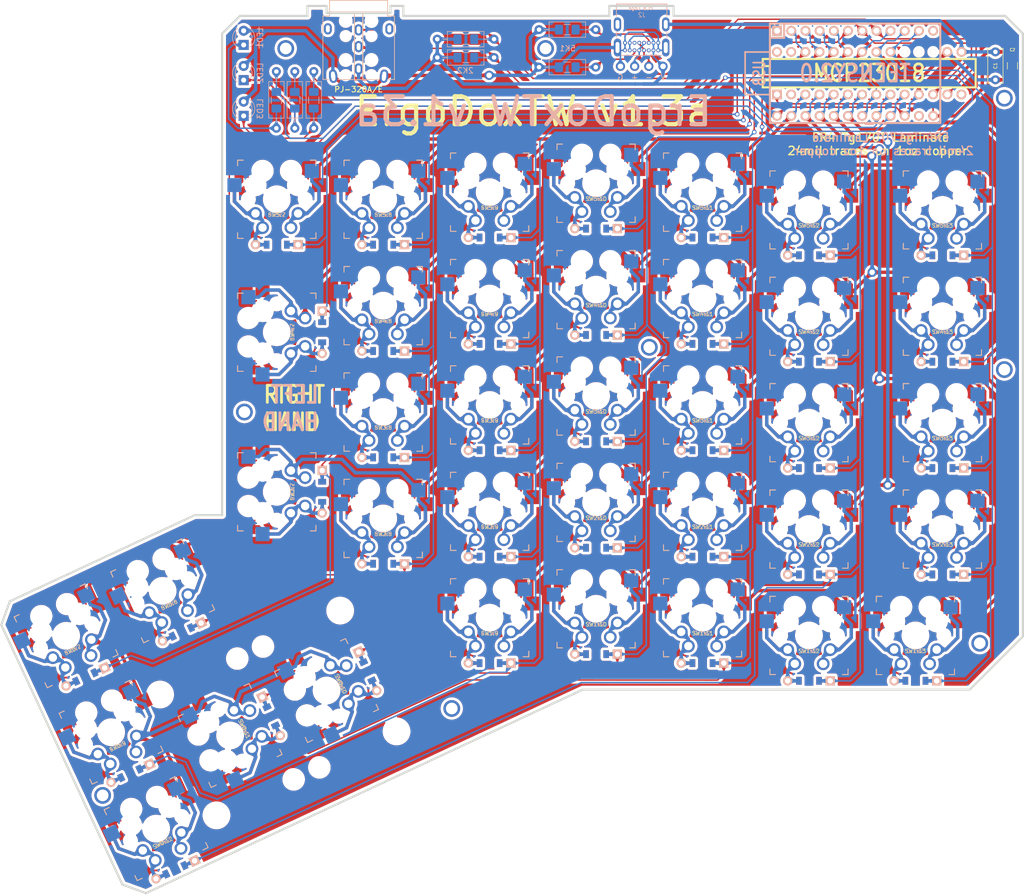
<source format=kicad_pcb>
(kicad_pcb (version 20171130) (host pcbnew "(5.1.4)-1")
  (layers (0 Front signal) (31 Back signal) (34 B.Paste user) (35 F.Paste user) (36 B.SilkS user) (37 F.SilkS user) (38 B.Mask user) (39 F.Mask user) (44 Edge.Cuts user))
  (net 0 "")
  (net 1 /COL0)
  (net 2 /COL1)
  (net 3 /COL10)
  (net 4 /COL11)
  (net 5 /COL4)
  (net 6 /COL5)
  (net 7 /COL6)
  (net 8 /LED_A)
  (net 9 /LED_B)
  (net 10 /LED_C)
  (net 11 /ROW0)
  (net 12 /ROW1)
  (net 13 /ROW2)
  (net 14 /ROW3)
  (net 15 /ROW4)
  (net 16 /ROW5)
  (net 17 /SCLM)
  (net 18 /SDAM)
  (net 19 GND)
  (net 20 VCC)
  (net 21 "Net-(U2-Pad19)")
  (net 22 "Net-(LED1-Pad1)")
  (net 23 "Net-(LED2-Pad1)")
  (net 24 "Net-(LED3-Pad1)")
  (net 25 "Net-(U2-Pad27)")
  (net 26 "Net-(U2-Pad18)")
  (net 27 "Net-(U2-Pad17)")
  (net 28 "Net-(U2-Pad14)")
  (net 29 "Net-(U4-Pad19)")
  (net 30 "Net-(U4-Pad12)")
  (net 31 "Net-(U2-Pad28)")
  (net 32 "Net-(SW4:7-Pad2)")
  (net 33 "Net-(SW5:7-Pad2)")
  (net 34 "Net-(SW5:8-Pad2)")
  (net 35 "Net-(SW0:7-Pad2)")
  (net 36 "Net-(SW0:8-Pad2)")
  (net 37 "Net-(SW0:9-Pad2)")
  (net 38 "Net-(SW0:10-Pad2)")
  (net 39 "Net-(SW0:11-Pad2)")
  (net 40 "Net-(SW0:12-Pad2)")
  (net 41 "Net-(SW1:9-Pad2)")
  (net 42 "Net-(SW1:10-Pad2)")
  (net 43 "Net-(SW1:11-Pad2)")
  (net 44 "Net-(SW1:12-Pad2)")
  (net 45 "Net-(SW1:13-Pad2)")
  (net 46 "Net-(SW2:7-Pad2)")
  (net 47 "Net-(SW2:8-Pad2)")
  (net 48 "Net-(SW2:9-Pad2)")
  (net 49 "Net-(SW2:10-Pad2)")
  (net 50 "Net-(SW2:11-Pad2)")
  (net 51 "Net-(SW2:12-Pad2)")
  (net 52 "Net-(SW2:13-Pad2)")
  (net 53 "Net-(SW3:8-Pad2)")
  (net 54 "Net-(SW3:9-Pad2)")
  (net 55 "Net-(SW3:10-Pad2)")
  (net 56 "Net-(SW3:11-Pad2)")
  (net 57 "Net-(SW3:12-Pad2)")
  (net 58 "Net-(SW3:13-Pad2)")
  (net 59 "Net-(SW4:8-Pad2)")
  (net 60 "Net-(SW4:9-Pad2)")
  (net 61 "Net-(SW4:10-Pad2)")
  (net 62 "Net-(SW4:11-Pad2)")
  (net 63 "Net-(SW4:12-Pad2)")
  (net 64 "Net-(SW4:13-Pad2)")
  (net 65 "Net-(SW5:9-Pad2)")
  (net 66 "Net-(SW5:10-Pad2)")
  (net 67 "Net-(SW5:11-Pad2)")
  (net 68 "Net-(SW5:12-Pad2)")
  (net 69 "Net-(SW5:13-Pad2)")
  (net 70 "Net-(J1-Pad1)")
  (net 71 "Net-(J2-PadB5)")
  (net 72 "Net-(J2-PadA6)")
  (net 73 "Net-(J2-PadB8)")
  (net 74 "Net-(J2-PadA7)")
  (net 75 "Net-(J2-PadA5)")
  (net 76 "Net-(J2-PadA8)")
  (module Enhance:TYPE_C_UB228-F16S4BR-A_DIP (layer Back) (at 137.68324 33.7566 180)
    (fp_text reference J2 (at 0 1.65) (layer B.SilkS) (effects (font (size 0.8 0.8) (thickness 0.1)) (justify mirror)))
    (fp_text value USB_C)
    (fp_text user G (at 3.82 -9.5) (layer B.SilkS) (effects (justify mirror)))
    (fp_text user + (at 1.28 -9.5) (layer B.SilkS) (effects (justify mirror)))
    (fp_text user - (at -1.26 -9.5) (layer B.SilkS) (effects (justify mirror)))
    (fp_text user "PCB Edge" (at 0.15 2.85) (layer B.SilkS) (effects (font (size 0.6 0.6) (thickness 0.1)) (justify mirror)))
    (fp_text user V (at -3.8 -9.5) (layer B.SilkS) (effects (justify mirror)))
    (pad A9 thru_hole circle (at -2.095 -4.68 180) (size 0.7 0.7) (drill 0.4) (layers *.Cu *.Mask) (net 20 VCC))
    (pad A8 thru_hole circle (at -1.245 -4.68 180) (size 0.7 0.7) (drill 0.4) (layers *.Cu *.Mask) (net 76 "Net-(J2-PadA8)"))
    (pad A7 thru_hole circle (at -0.395 -4.68 180) (size 0.7 0.7) (drill 0.4) (layers *.Cu *.Mask) (net 74 "Net-(J2-PadA7)"))
    (pad A4 thru_hole circle (at 2.155 -4.68 180) (size 0.7 0.7) (drill 0.4) (layers *.Cu *.Mask) (net 20 VCC))
    (pad A5 thru_hole circle (at 1.305 -4.68 180) (size 0.7 0.7) (drill 0.4) (layers *.Cu *.Mask) (net 75 "Net-(J2-PadA5)"))
    (pad A6 thru_hole circle (at 0.455 -4.68 180) (size 0.7 0.7) (drill 0.4) (layers *.Cu *.Mask) (net 72 "Net-(J2-PadA6)"))
    (pad A1 thru_hole circle (at 3.005 -4.68 180) (size 0.7 0.7) (drill 0.4) (layers *.Cu *.Mask) (net 19 GND))
    (pad A12 thru_hole circle (at -2.945 -4.68 180) (size 0.7 0.7) (drill 0.4) (layers *.Cu *.Mask) (net 19 GND))
    (pad B7 thru_hole circle (at 0.455 -3.33 180) (size 0.7 0.7) (drill 0.4) (layers *.Cu *.Mask) (net 74 "Net-(J2-PadA7)"))
    (pad B8 thru_hole circle (at 1.305 -3.33 180) (size 0.7 0.7) (drill 0.4) (layers *.Cu *.Mask) (net 73 "Net-(J2-PadB8)"))
    (pad B9 thru_hole circle (at 2.155 -3.33 180) (size 0.7 0.7) (drill 0.4) (layers *.Cu *.Mask) (net 20 VCC))
    (pad B6 thru_hole circle (at -0.395 -3.33 180) (size 0.7 0.7) (drill 0.4) (layers *.Cu *.Mask) (net 72 "Net-(J2-PadA6)"))
    (pad B5 thru_hole circle (at -1.245 -3.33 180) (size 0.7 0.7) (drill 0.4) (layers *.Cu *.Mask) (net 71 "Net-(J2-PadB5)"))
    (pad B4 thru_hole circle (at -2.095 -3.33 180) (size 0.7 0.7) (drill 0.4) (layers *.Cu *.Mask) (net 20 VCC))
    (pad B12 thru_hole circle (at 3.005 -3.33 180) (size 0.7 0.7) (drill 0.4) (layers *.Cu *.Mask) (net 19 GND))
    (pad B1 thru_hole circle (at -2.945 -3.33 180) (size 0.7 0.7) (drill 0.4) (layers *.Cu *.Mask) (net 19 GND))
    (pad S1 thru_hole oval (at -4.29 -0.03 180) (size 1.3 2.5) (drill oval 0.7 1.6) (layers *.Cu *.Mask) (net 19 GND))
    (pad S1 thru_hole oval (at 4.35 -0.03 180) (size 1.3 2.5) (drill oval 0.7 1.6) (layers *.Cu *.Mask) (net 19 GND))
    (pad S1 thru_hole oval (at 4.35 -4.18 180) (size 1.3 3.2) (drill oval 0.7 2) (layers *.Cu *.Mask) (net 19 GND))
    (pad S1 thru_hole oval (at -4.29 -4.18 180) (size 1.3 3.2) (drill oval 0.7 2) (layers *.Cu *.Mask) (net 19 GND))
    (pad A9 thru_hole circle (at -3.8 -7.55 180) (size 1.651 1.651) (drill 0.9906) (layers *.Cu *.Mask) (net 20 VCC))
    (pad A7 thru_hole circle (at -1.26 -7.55 180) (size 1.651 1.651) (drill 0.9906) (layers *.Cu *.Mask) (net 74 "Net-(J2-PadA7)"))
    (pad A6 thru_hole circle (at 1.28 -7.55 180) (size 1.651 1.651) (drill 0.9906) (layers *.Cu *.Mask) (net 72 "Net-(J2-PadA6)"))
    (pad A1 thru_hole circle (at 3.82 -7.55 180) (size 1.651 1.651) (drill 0.9906) (layers *.Cu *.Mask) (net 19 GND))
  )
  (module Enhance:PJ-320A_and_320E-Dual (layer Front) (at 87.00008 31.5722)
    (fp_text reference J1)
    (fp_text value 3.5mm)
    (fp_text user PJ-320A/E (at 0 13.85 180) (layer F.SilkS))
    (fp_text user PJ-320A/E (at 0 13.85 180) (layer F.SilkS))
    (pad 5 thru_hole oval (at 4.5 11.7) (size 1.4 2) (drill oval 0.7 1.3) (layers *.Cu *.Mask) (net 19 GND))
    (pad 5 thru_hole oval (at -4.5 11.7) (size 1.4 2) (drill oval 0.7 1.3) (layers *.Cu *.Mask) (net 19 GND))
    (pad "" np_thru_hole circle (at 2.29746 11.31268 270) (size 1.2 1.2) (drill 1.2) (layers *.Cu *.Mask))
    (pad "" np_thru_hole circle (at 2.29746 4.31268 270) (size 1.2 1.2) (drill 1.2) (layers *.Cu *.Mask))
    (pad 1 thru_hole oval (at 5.49746 3.01268) (size 1.4 2) (drill oval 0.7 1.3) (layers *.Cu *.Mask) (net 70 "Net-(J1-Pad1)"))
    (pad "" np_thru_hole circle (at 2.3 1.6) (size 1.5 1.5) (drill 1.5) (layers *.Cu *.Mask))
    (pad 4 thru_hole oval (at 0 10.2) (size 1.4 2) (drill oval 0.7 1.3) (layers *.Cu *.Mask) (net 20 VCC))
    (pad "" np_thru_hole circle (at -2.3 1.6) (size 1.5 1.5) (drill 1.5) (layers *.Cu *.Mask))
    (pad 5 thru_hole oval (at -4.6 11.3) (size 1.4 2) (drill oval 0.7 1.3) (layers *.Cu *.Mask) (net 19 GND))
    (pad 3 thru_hole oval (at 0 6.2) (size 1.4 2) (drill oval 0.7 1.3) (layers *.Cu *.Mask) (net 17 /SCLM))
    (pad 2 thru_hole oval (at 0 3.2) (size 1.4 2) (drill oval 0.7 1.3) (layers *.Cu *.Mask) (net 18 /SDAM))
    (pad 5 thru_hole oval (at 4.6 11.3) (size 1.4 2) (drill oval 0.7 1.3) (layers *.Cu *.Mask) (net 19 GND))
    (pad "" np_thru_hole circle (at -2.3 8.6) (size 1.5 1.5) (drill 1.5) (layers *.Cu *.Mask))
    (pad "" np_thru_hole circle (at 2.3 8.6) (size 1.5 1.5) (drill 1.5) (layers *.Cu *.Mask))
    (pad 1 thru_hole oval (at -5.50254 3.01268) (size 1.4 2) (drill oval 0.7 1.3) (layers *.Cu *.Mask) (net 70 "Net-(J1-Pad1)"))
    (pad "" np_thru_hole circle (at -2.30254 4.31268 90) (size 1.2 1.2) (drill 1.2) (layers *.Cu *.Mask))
    (pad "" np_thru_hole circle (at -2.30254 11.31268 90) (size 1.2 1.2) (drill 1.2) (layers *.Cu *.Mask))
  )
  (module Enhance:Kailh_socket_diode_smd (layer Front) (at 91.403825 65.106736)
    (fp_text reference SW5:8 (at 0 2.794) (layer F.SilkS) (effects (font (size 0.7 0.7) (thickness 0.1))))
    (fp_text value SW5:5 (at 0 2.794) (layer B.SilkS) (effects (font (size 0.7 0.7) (thickness 0.1)) (justify mirror)))
    (pad 4 thru_hole rect (at 3.81 8.128) (size 1.651 1.651) (drill 0.9906) (layers *.Cu *.SilkS *.Mask) (net 6 /COL5))
    (pad "" np_thru_hole circle (at -2.54 -5.08 90) (size 3 3) (drill 3) (layers *.Cu *.Mask))
    (pad "" np_thru_hole circle (at 3.81 -2.54) (size 3 3) (drill 3) (layers *.Cu *.Mask))
    (pad 1 thru_hole circle (at 2.54 5.08) (size 2.286 2.286) (drill 1.4986) (layers *.Cu *.Mask) (net 16 /ROW5))
    (pad 2 thru_hole circle (at -3.81 2.54) (size 2.286 2.286) (drill 1.4986) (layers *.Cu *.Mask) (net 34 "Net-(SW5:8-Pad2)"))
    (pad 2 smd rect (at -6.29 -5.08) (size 2.55 2.5) (layers Front F.Paste F.Mask) (net 34 "Net-(SW5:8-Pad2)"))
    (pad "" np_thru_hole circle (at 0 0) (size 3.9878 3.9878) (drill 3.9878) (layers *.Cu *.Mask))
    (pad "" np_thru_hole circle (at 5.08 0) (size 1.7018 1.7018) (drill 1.7018) (layers *.Cu *.Mask))
    (pad "" np_thru_hole circle (at -5.08 0) (size 1.7018 1.7018) (drill 1.7018) (layers *.Cu *.Mask))
    (pad 1 smd rect (at 7.56 -2.54) (size 2.55 2.5) (layers Front F.Paste F.Mask) (net 16 /ROW5))
    (pad 3 thru_hole circle (at -3.81 8.128) (size 1.651 1.651) (drill 0.9906) (layers *.Cu *.SilkS *.Mask) (net 34 "Net-(SW5:8-Pad2)"))
    (pad 4 smd rect (at 1.8 8.128) (size 1 1.4) (layers Front F.Paste F.Mask) (net 6 /COL5))
    (pad 3 smd rect (at -1.8 8.128) (size 1 1.4) (layers Front F.Paste F.Mask) (net 34 "Net-(SW5:8-Pad2)"))
    (pad 3 smd rect (at -1.8 8.128) (size 1 1.4) (layers Back B.Paste B.Mask) (net 34 "Net-(SW5:8-Pad2)"))
    (pad 4 smd rect (at 1.8 8.128) (size 1 1.4) (layers Back B.Paste B.Mask) (net 6 /COL5))
    (pad 2 smd rect (at -7.56 -2.54) (size 2.55 2.5) (layers Back B.Paste B.Mask) (net 34 "Net-(SW5:8-Pad2)"))
    (pad "" np_thru_hole circle (at 5.08 0) (size 1.7018 1.7018) (drill 1.7018) (layers *.Cu *.Mask))
    (pad "" np_thru_hole circle (at -5.08 0) (size 1.7018 1.7018) (drill 1.7018) (layers *.Cu *.Mask))
    (pad 1 smd rect (at 6.29 -5.08) (size 2.55 2.5) (layers Back B.Paste B.Mask) (net 16 /ROW5))
    (pad 1 thru_hole circle (at 3.81 2.54) (size 2.286 2.286) (drill 1.4986) (layers *.Cu *.Mask) (net 16 /ROW5))
    (pad 2 thru_hole circle (at -2.54 5.08) (size 2.286 2.286) (drill 1.4986) (layers *.Cu *.Mask) (net 34 "Net-(SW5:8-Pad2)"))
    (pad "" np_thru_hole circle (at -3.81 -2.54) (size 3 3) (drill 3) (layers *.Cu *.Mask))
    (pad "" np_thru_hole circle (at 2.54 -5.08) (size 3 3) (drill 3) (layers *.Cu *.Mask))
  )
  (module Enhance:Kailh_socket_diode_smd (layer Front) (at 42.712274 160.53959 25)
    (fp_text reference SW0:9 (at 0 2.794 25) (layer F.SilkS) (effects (font (size 0.7 0.7) (thickness 0.1))))
    (fp_text value SW0:4 (at 0 2.794 25) (layer B.SilkS) (effects (font (size 0.7 0.7) (thickness 0.1)) (justify mirror)))
    (pad 4 thru_hole rect (at 3.81 8.128 25) (size 1.651 1.651) (drill 0.9906) (layers *.Cu *.SilkS *.Mask) (net 5 /COL4))
    (pad "" np_thru_hole circle (at -2.54 -5.08 115) (size 3 3) (drill 3) (layers *.Cu *.Mask))
    (pad "" np_thru_hole circle (at 3.81 -2.54 25) (size 3 3) (drill 3) (layers *.Cu *.Mask))
    (pad 1 thru_hole circle (at 2.54 5.08 25) (size 2.286 2.286) (drill 1.4986) (layers *.Cu *.Mask) (net 11 /ROW0))
    (pad 2 thru_hole circle (at -3.81 2.54 25) (size 2.286 2.286) (drill 1.4986) (layers *.Cu *.Mask) (net 37 "Net-(SW0:9-Pad2)"))
    (pad 2 smd rect (at -6.29 -5.08 25) (size 2.55 2.5) (layers Front F.Paste F.Mask) (net 37 "Net-(SW0:9-Pad2)"))
    (pad "" np_thru_hole circle (at 0 0 25) (size 3.9878 3.9878) (drill 3.9878) (layers *.Cu *.Mask))
    (pad "" np_thru_hole circle (at 5.08 0 25) (size 1.7018 1.7018) (drill 1.7018) (layers *.Cu *.Mask))
    (pad "" np_thru_hole circle (at -5.08 0 25) (size 1.7018 1.7018) (drill 1.7018) (layers *.Cu *.Mask))
    (pad 1 smd rect (at 7.56 -2.54 25) (size 2.55 2.5) (layers Front F.Paste F.Mask) (net 11 /ROW0))
    (pad 3 thru_hole circle (at -3.81 8.128 25) (size 1.651 1.651) (drill 0.9906) (layers *.Cu *.SilkS *.Mask) (net 37 "Net-(SW0:9-Pad2)"))
    (pad 4 smd rect (at 1.8 8.128 25) (size 1 1.4) (layers Front F.Paste F.Mask) (net 5 /COL4))
    (pad 3 smd rect (at -1.8 8.128 25) (size 1 1.4) (layers Front F.Paste F.Mask) (net 37 "Net-(SW0:9-Pad2)"))
    (pad 3 smd rect (at -1.8 8.128 25) (size 1 1.4) (layers Back B.Paste B.Mask) (net 37 "Net-(SW0:9-Pad2)"))
    (pad 4 smd rect (at 1.8 8.128 25) (size 1 1.4) (layers Back B.Paste B.Mask) (net 5 /COL4))
    (pad 2 smd rect (at -7.56 -2.54 25) (size 2.55 2.5) (layers Back B.Paste B.Mask) (net 37 "Net-(SW0:9-Pad2)"))
    (pad "" np_thru_hole circle (at 5.08 0 25) (size 1.7018 1.7018) (drill 1.7018) (layers *.Cu *.Mask))
    (pad "" np_thru_hole circle (at -5.08 0 25) (size 1.7018 1.7018) (drill 1.7018) (layers *.Cu *.Mask))
    (pad 1 smd rect (at 6.29 -5.08 25) (size 2.55 2.5) (layers Back B.Paste B.Mask) (net 11 /ROW0))
    (pad 1 thru_hole circle (at 3.81 2.54 25) (size 2.286 2.286) (drill 1.4986) (layers *.Cu *.Mask) (net 11 /ROW0))
    (pad 2 thru_hole circle (at -2.54 5.08 25) (size 2.286 2.286) (drill 1.4986) (layers *.Cu *.Mask) (net 37 "Net-(SW0:9-Pad2)"))
    (pad "" np_thru_hole circle (at -3.81 -2.54 25) (size 3 3) (drill 3) (layers *.Cu *.Mask))
    (pad "" np_thru_hole circle (at 2.54 -5.08 25) (size 3 3) (drill 3) (layers *.Cu *.Mask))
  )
  (module Enhance:Kailh_socket_diode_smd (layer Front) (at 191.483838 67.012224)
    (fp_text reference SW5:13 (at 0 2.794) (layer F.SilkS) (effects (font (size 0.7 0.7) (thickness 0.1))))
    (fp_text value SW5:0 (at 0 2.794) (layer B.SilkS) (effects (font (size 0.7 0.7) (thickness 0.1)) (justify mirror)))
    (pad 4 thru_hole rect (at 3.81 8.128) (size 1.651 1.651) (drill 0.9906) (layers *.Cu *.SilkS *.Mask) (net 1 /COL0))
    (pad "" np_thru_hole circle (at -2.54 -5.08 90) (size 3 3) (drill 3) (layers *.Cu *.Mask))
    (pad "" np_thru_hole circle (at 3.81 -2.54) (size 3 3) (drill 3) (layers *.Cu *.Mask))
    (pad 1 thru_hole circle (at 2.54 5.08) (size 2.286 2.286) (drill 1.4986) (layers *.Cu *.Mask) (net 16 /ROW5))
    (pad 2 thru_hole circle (at -3.81 2.54) (size 2.286 2.286) (drill 1.4986) (layers *.Cu *.Mask) (net 69 "Net-(SW5:13-Pad2)"))
    (pad 2 smd rect (at -6.29 -5.08) (size 2.55 2.5) (layers Front F.Paste F.Mask) (net 69 "Net-(SW5:13-Pad2)"))
    (pad "" np_thru_hole circle (at 0 0) (size 3.9878 3.9878) (drill 3.9878) (layers *.Cu *.Mask))
    (pad "" np_thru_hole circle (at 5.08 0) (size 1.7018 1.7018) (drill 1.7018) (layers *.Cu *.Mask))
    (pad "" np_thru_hole circle (at -5.08 0) (size 1.7018 1.7018) (drill 1.7018) (layers *.Cu *.Mask))
    (pad 1 smd rect (at 7.56 -2.54) (size 2.55 2.5) (layers Front F.Paste F.Mask) (net 16 /ROW5))
    (pad 3 thru_hole circle (at -3.81 8.128) (size 1.651 1.651) (drill 0.9906) (layers *.Cu *.SilkS *.Mask) (net 69 "Net-(SW5:13-Pad2)"))
    (pad 4 smd rect (at 1.8 8.128) (size 1 1.4) (layers Front F.Paste F.Mask) (net 1 /COL0))
    (pad 3 smd rect (at -1.8 8.128) (size 1 1.4) (layers Front F.Paste F.Mask) (net 69 "Net-(SW5:13-Pad2)"))
    (pad 3 smd rect (at -1.8 8.128) (size 1 1.4) (layers Back B.Paste B.Mask) (net 69 "Net-(SW5:13-Pad2)"))
    (pad 4 smd rect (at 1.8 8.128) (size 1 1.4) (layers Back B.Paste B.Mask) (net 1 /COL0))
    (pad 2 smd rect (at -7.56 -2.54) (size 2.55 2.5) (layers Back B.Paste B.Mask) (net 69 "Net-(SW5:13-Pad2)"))
    (pad "" np_thru_hole circle (at 5.08 0) (size 1.7018 1.7018) (drill 1.7018) (layers *.Cu *.Mask))
    (pad "" np_thru_hole circle (at -5.08 0) (size 1.7018 1.7018) (drill 1.7018) (layers *.Cu *.Mask))
    (pad 1 smd rect (at 6.29 -5.08) (size 2.55 2.5) (layers Back B.Paste B.Mask) (net 16 /ROW5))
    (pad 1 thru_hole circle (at 3.81 2.54) (size 2.286 2.286) (drill 1.4986) (layers *.Cu *.Mask) (net 16 /ROW5))
    (pad 2 thru_hole circle (at -2.54 5.08) (size 2.286 2.286) (drill 1.4986) (layers *.Cu *.Mask) (net 69 "Net-(SW5:13-Pad2)"))
    (pad "" np_thru_hole circle (at -3.81 -2.54) (size 3 3) (drill 3) (layers *.Cu *.Mask))
    (pad "" np_thru_hole circle (at 2.54 -5.08) (size 3 3) (drill 3) (layers *.Cu *.Mask))
  )
  (module Enhance:Kailh_socket_diode_smd (layer Front) (at 167.604039 67.011164)
    (fp_text reference SW5:12 (at 0 2.794) (layer F.SilkS) (effects (font (size 0.7 0.7) (thickness 0.1))))
    (fp_text value SW5:1 (at 0 2.794) (layer B.SilkS) (effects (font (size 0.7 0.7) (thickness 0.1)) (justify mirror)))
    (pad 4 thru_hole rect (at 3.81 8.128) (size 1.651 1.651) (drill 0.9906) (layers *.Cu *.SilkS *.Mask) (net 2 /COL1))
    (pad "" np_thru_hole circle (at -2.54 -5.08 90) (size 3 3) (drill 3) (layers *.Cu *.Mask))
    (pad "" np_thru_hole circle (at 3.81 -2.54) (size 3 3) (drill 3) (layers *.Cu *.Mask))
    (pad 1 thru_hole circle (at 2.54 5.08) (size 2.286 2.286) (drill 1.4986) (layers *.Cu *.Mask) (net 16 /ROW5))
    (pad 2 thru_hole circle (at -3.81 2.54) (size 2.286 2.286) (drill 1.4986) (layers *.Cu *.Mask) (net 68 "Net-(SW5:12-Pad2)"))
    (pad 2 smd rect (at -6.29 -5.08) (size 2.55 2.5) (layers Front F.Paste F.Mask) (net 68 "Net-(SW5:12-Pad2)"))
    (pad "" np_thru_hole circle (at 0 0) (size 3.9878 3.9878) (drill 3.9878) (layers *.Cu *.Mask))
    (pad "" np_thru_hole circle (at 5.08 0) (size 1.7018 1.7018) (drill 1.7018) (layers *.Cu *.Mask))
    (pad "" np_thru_hole circle (at -5.08 0) (size 1.7018 1.7018) (drill 1.7018) (layers *.Cu *.Mask))
    (pad 1 smd rect (at 7.56 -2.54) (size 2.55 2.5) (layers Front F.Paste F.Mask) (net 16 /ROW5))
    (pad 3 thru_hole circle (at -3.81 8.128) (size 1.651 1.651) (drill 0.9906) (layers *.Cu *.SilkS *.Mask) (net 68 "Net-(SW5:12-Pad2)"))
    (pad 4 smd rect (at 1.8 8.128) (size 1 1.4) (layers Front F.Paste F.Mask) (net 2 /COL1))
    (pad 3 smd rect (at -1.8 8.128) (size 1 1.4) (layers Front F.Paste F.Mask) (net 68 "Net-(SW5:12-Pad2)"))
    (pad 3 smd rect (at -1.8 8.128) (size 1 1.4) (layers Back B.Paste B.Mask) (net 68 "Net-(SW5:12-Pad2)"))
    (pad 4 smd rect (at 1.8 8.128) (size 1 1.4) (layers Back B.Paste B.Mask) (net 2 /COL1))
    (pad 2 smd rect (at -7.56 -2.54) (size 2.55 2.5) (layers Back B.Paste B.Mask) (net 68 "Net-(SW5:12-Pad2)"))
    (pad "" np_thru_hole circle (at 5.08 0) (size 1.7018 1.7018) (drill 1.7018) (layers *.Cu *.Mask))
    (pad "" np_thru_hole circle (at -5.08 0) (size 1.7018 1.7018) (drill 1.7018) (layers *.Cu *.Mask))
    (pad 1 smd rect (at 6.29 -5.08) (size 2.55 2.5) (layers Back B.Paste B.Mask) (net 16 /ROW5))
    (pad 1 thru_hole circle (at 3.81 2.54) (size 2.286 2.286) (drill 1.4986) (layers *.Cu *.Mask) (net 16 /ROW5))
    (pad 2 thru_hole circle (at -2.54 5.08) (size 2.286 2.286) (drill 1.4986) (layers *.Cu *.Mask) (net 68 "Net-(SW5:12-Pad2)"))
    (pad "" np_thru_hole circle (at -3.81 -2.54) (size 3 3) (drill 3) (layers *.Cu *.Mask))
    (pad "" np_thru_hole circle (at 2.54 -5.08) (size 3 3) (drill 3) (layers *.Cu *.Mask))
  )
  (module Enhance:Kailh_socket_diode_smd (layer Front) (at 148.553683 63.834571)
    (fp_text reference SW5:11 (at 0 2.794) (layer F.SilkS) (effects (font (size 0.7 0.7) (thickness 0.1))))
    (fp_text value SW5:2 (at 0 2.794) (layer B.SilkS) (effects (font (size 0.7 0.7) (thickness 0.1)) (justify mirror)))
    (pad 4 thru_hole rect (at 3.81 8.128) (size 1.651 1.651) (drill 0.9906) (layers *.Cu *.SilkS *.Mask) (net 4 /COL11))
    (pad "" np_thru_hole circle (at -2.54 -5.08 90) (size 3 3) (drill 3) (layers *.Cu *.Mask))
    (pad "" np_thru_hole circle (at 3.81 -2.54) (size 3 3) (drill 3) (layers *.Cu *.Mask))
    (pad 1 thru_hole circle (at 2.54 5.08) (size 2.286 2.286) (drill 1.4986) (layers *.Cu *.Mask) (net 16 /ROW5))
    (pad 2 thru_hole circle (at -3.81 2.54) (size 2.286 2.286) (drill 1.4986) (layers *.Cu *.Mask) (net 67 "Net-(SW5:11-Pad2)"))
    (pad 2 smd rect (at -6.29 -5.08) (size 2.55 2.5) (layers Front F.Paste F.Mask) (net 67 "Net-(SW5:11-Pad2)"))
    (pad "" np_thru_hole circle (at 0 0) (size 3.9878 3.9878) (drill 3.9878) (layers *.Cu *.Mask))
    (pad "" np_thru_hole circle (at 5.08 0) (size 1.7018 1.7018) (drill 1.7018) (layers *.Cu *.Mask))
    (pad "" np_thru_hole circle (at -5.08 0) (size 1.7018 1.7018) (drill 1.7018) (layers *.Cu *.Mask))
    (pad 1 smd rect (at 7.56 -2.54) (size 2.55 2.5) (layers Front F.Paste F.Mask) (net 16 /ROW5))
    (pad 3 thru_hole circle (at -3.81 8.128) (size 1.651 1.651) (drill 0.9906) (layers *.Cu *.SilkS *.Mask) (net 67 "Net-(SW5:11-Pad2)"))
    (pad 4 smd rect (at 1.8 8.128) (size 1 1.4) (layers Front F.Paste F.Mask) (net 4 /COL11))
    (pad 3 smd rect (at -1.8 8.128) (size 1 1.4) (layers Front F.Paste F.Mask) (net 67 "Net-(SW5:11-Pad2)"))
    (pad 3 smd rect (at -1.8 8.128) (size 1 1.4) (layers Back B.Paste B.Mask) (net 67 "Net-(SW5:11-Pad2)"))
    (pad 4 smd rect (at 1.8 8.128) (size 1 1.4) (layers Back B.Paste B.Mask) (net 4 /COL11))
    (pad 2 smd rect (at -7.56 -2.54) (size 2.55 2.5) (layers Back B.Paste B.Mask) (net 67 "Net-(SW5:11-Pad2)"))
    (pad "" np_thru_hole circle (at 5.08 0) (size 1.7018 1.7018) (drill 1.7018) (layers *.Cu *.Mask))
    (pad "" np_thru_hole circle (at -5.08 0) (size 1.7018 1.7018) (drill 1.7018) (layers *.Cu *.Mask))
    (pad 1 smd rect (at 6.29 -5.08) (size 2.55 2.5) (layers Back B.Paste B.Mask) (net 16 /ROW5))
    (pad 1 thru_hole circle (at 3.81 2.54) (size 2.286 2.286) (drill 1.4986) (layers *.Cu *.Mask) (net 16 /ROW5))
    (pad 2 thru_hole circle (at -2.54 5.08) (size 2.286 2.286) (drill 1.4986) (layers *.Cu *.Mask) (net 67 "Net-(SW5:11-Pad2)"))
    (pad "" np_thru_hole circle (at -3.81 -2.54) (size 3 3) (drill 3) (layers *.Cu *.Mask))
    (pad "" np_thru_hole circle (at 2.54 -5.08) (size 3 3) (drill 3) (layers *.Cu *.Mask))
  )
  (module Enhance:Kailh_socket_diode_smd (layer Front) (at 129.504492 62.236368)
    (fp_text reference SW5:10 (at 0 2.794) (layer F.SilkS) (effects (font (size 0.7 0.7) (thickness 0.1))))
    (fp_text value SW5:3 (at 0 2.794) (layer B.SilkS) (effects (font (size 0.7 0.7) (thickness 0.1)) (justify mirror)))
    (pad 4 thru_hole rect (at 3.81 8.128) (size 1.651 1.651) (drill 0.9906) (layers *.Cu *.SilkS *.Mask) (net 3 /COL10))
    (pad "" np_thru_hole circle (at -2.54 -5.08 90) (size 3 3) (drill 3) (layers *.Cu *.Mask))
    (pad "" np_thru_hole circle (at 3.81 -2.54) (size 3 3) (drill 3) (layers *.Cu *.Mask))
    (pad 1 thru_hole circle (at 2.54 5.08) (size 2.286 2.286) (drill 1.4986) (layers *.Cu *.Mask) (net 16 /ROW5))
    (pad 2 thru_hole circle (at -3.81 2.54) (size 2.286 2.286) (drill 1.4986) (layers *.Cu *.Mask) (net 66 "Net-(SW5:10-Pad2)"))
    (pad 2 smd rect (at -6.29 -5.08) (size 2.55 2.5) (layers Front F.Paste F.Mask) (net 66 "Net-(SW5:10-Pad2)"))
    (pad "" np_thru_hole circle (at 0 0) (size 3.9878 3.9878) (drill 3.9878) (layers *.Cu *.Mask))
    (pad "" np_thru_hole circle (at 5.08 0) (size 1.7018 1.7018) (drill 1.7018) (layers *.Cu *.Mask))
    (pad "" np_thru_hole circle (at -5.08 0) (size 1.7018 1.7018) (drill 1.7018) (layers *.Cu *.Mask))
    (pad 1 smd rect (at 7.56 -2.54) (size 2.55 2.5) (layers Front F.Paste F.Mask) (net 16 /ROW5))
    (pad 3 thru_hole circle (at -3.81 8.128) (size 1.651 1.651) (drill 0.9906) (layers *.Cu *.SilkS *.Mask) (net 66 "Net-(SW5:10-Pad2)"))
    (pad 4 smd rect (at 1.8 8.128) (size 1 1.4) (layers Front F.Paste F.Mask) (net 3 /COL10))
    (pad 3 smd rect (at -1.8 8.128) (size 1 1.4) (layers Front F.Paste F.Mask) (net 66 "Net-(SW5:10-Pad2)"))
    (pad 3 smd rect (at -1.8 8.128) (size 1 1.4) (layers Back B.Paste B.Mask) (net 66 "Net-(SW5:10-Pad2)"))
    (pad 4 smd rect (at 1.8 8.128) (size 1 1.4) (layers Back B.Paste B.Mask) (net 3 /COL10))
    (pad 2 smd rect (at -7.56 -2.54) (size 2.55 2.5) (layers Back B.Paste B.Mask) (net 66 "Net-(SW5:10-Pad2)"))
    (pad "" np_thru_hole circle (at 5.08 0) (size 1.7018 1.7018) (drill 1.7018) (layers *.Cu *.Mask))
    (pad "" np_thru_hole circle (at -5.08 0) (size 1.7018 1.7018) (drill 1.7018) (layers *.Cu *.Mask))
    (pad 1 smd rect (at 6.29 -5.08) (size 2.55 2.5) (layers Back B.Paste B.Mask) (net 16 /ROW5))
    (pad 1 thru_hole circle (at 3.81 2.54) (size 2.286 2.286) (drill 1.4986) (layers *.Cu *.Mask) (net 16 /ROW5))
    (pad 2 thru_hole circle (at -2.54 5.08) (size 2.286 2.286) (drill 1.4986) (layers *.Cu *.Mask) (net 66 "Net-(SW5:10-Pad2)"))
    (pad "" np_thru_hole circle (at -3.81 -2.54) (size 3 3) (drill 3) (layers *.Cu *.Mask))
    (pad "" np_thru_hole circle (at 2.54 -5.08) (size 3 3) (drill 3) (layers *.Cu *.Mask))
  )
  (module Enhance:Kailh_socket_diode_smd (layer Front) (at 110.453875 63.834211)
    (fp_text reference SW5:9 (at 0 2.794) (layer F.SilkS) (effects (font (size 0.7 0.7) (thickness 0.1))))
    (fp_text value SW5:4 (at 0 2.794) (layer B.SilkS) (effects (font (size 0.7 0.7) (thickness 0.1)) (justify mirror)))
    (pad 4 thru_hole rect (at 3.81 8.128) (size 1.651 1.651) (drill 0.9906) (layers *.Cu *.SilkS *.Mask) (net 5 /COL4))
    (pad "" np_thru_hole circle (at -2.54 -5.08 90) (size 3 3) (drill 3) (layers *.Cu *.Mask))
    (pad "" np_thru_hole circle (at 3.81 -2.54) (size 3 3) (drill 3) (layers *.Cu *.Mask))
    (pad 1 thru_hole circle (at 2.54 5.08) (size 2.286 2.286) (drill 1.4986) (layers *.Cu *.Mask) (net 16 /ROW5))
    (pad 2 thru_hole circle (at -3.81 2.54) (size 2.286 2.286) (drill 1.4986) (layers *.Cu *.Mask) (net 65 "Net-(SW5:9-Pad2)"))
    (pad 2 smd rect (at -6.29 -5.08) (size 2.55 2.5) (layers Front F.Paste F.Mask) (net 65 "Net-(SW5:9-Pad2)"))
    (pad "" np_thru_hole circle (at 0 0) (size 3.9878 3.9878) (drill 3.9878) (layers *.Cu *.Mask))
    (pad "" np_thru_hole circle (at 5.08 0) (size 1.7018 1.7018) (drill 1.7018) (layers *.Cu *.Mask))
    (pad "" np_thru_hole circle (at -5.08 0) (size 1.7018 1.7018) (drill 1.7018) (layers *.Cu *.Mask))
    (pad 1 smd rect (at 7.56 -2.54) (size 2.55 2.5) (layers Front F.Paste F.Mask) (net 16 /ROW5))
    (pad 3 thru_hole circle (at -3.81 8.128) (size 1.651 1.651) (drill 0.9906) (layers *.Cu *.SilkS *.Mask) (net 65 "Net-(SW5:9-Pad2)"))
    (pad 4 smd rect (at 1.8 8.128) (size 1 1.4) (layers Front F.Paste F.Mask) (net 5 /COL4))
    (pad 3 smd rect (at -1.8 8.128) (size 1 1.4) (layers Front F.Paste F.Mask) (net 65 "Net-(SW5:9-Pad2)"))
    (pad 3 smd rect (at -1.8 8.128) (size 1 1.4) (layers Back B.Paste B.Mask) (net 65 "Net-(SW5:9-Pad2)"))
    (pad 4 smd rect (at 1.8 8.128) (size 1 1.4) (layers Back B.Paste B.Mask) (net 5 /COL4))
    (pad 2 smd rect (at -7.56 -2.54) (size 2.55 2.5) (layers Back B.Paste B.Mask) (net 65 "Net-(SW5:9-Pad2)"))
    (pad "" np_thru_hole circle (at 5.08 0) (size 1.7018 1.7018) (drill 1.7018) (layers *.Cu *.Mask))
    (pad "" np_thru_hole circle (at -5.08 0) (size 1.7018 1.7018) (drill 1.7018) (layers *.Cu *.Mask))
    (pad 1 smd rect (at 6.29 -5.08) (size 2.55 2.5) (layers Back B.Paste B.Mask) (net 16 /ROW5))
    (pad 1 thru_hole circle (at 3.81 2.54) (size 2.286 2.286) (drill 1.4986) (layers *.Cu *.Mask) (net 16 /ROW5))
    (pad 2 thru_hole circle (at -2.54 5.08) (size 2.286 2.286) (drill 1.4986) (layers *.Cu *.Mask) (net 65 "Net-(SW5:9-Pad2)"))
    (pad "" np_thru_hole circle (at -3.81 -2.54) (size 3 3) (drill 3) (layers *.Cu *.Mask))
    (pad "" np_thru_hole circle (at 2.54 -5.08) (size 3 3) (drill 3) (layers *.Cu *.Mask))
  )
  (module Enhance:Kailh_socket_diode_smd (layer Front) (at 72.353965 65.106646)
    (fp_text reference SW5:7 (at 0 2.794) (layer F.SilkS) (effects (font (size 0.7 0.7) (thickness 0.1))))
    (fp_text value SW5:6 (at 0 2.794) (layer B.SilkS) (effects (font (size 0.7 0.7) (thickness 0.1)) (justify mirror)))
    (pad 4 thru_hole rect (at 3.81 8.128) (size 1.651 1.651) (drill 0.9906) (layers *.Cu *.SilkS *.Mask) (net 7 /COL6))
    (pad "" np_thru_hole circle (at -2.54 -5.08 90) (size 3 3) (drill 3) (layers *.Cu *.Mask))
    (pad "" np_thru_hole circle (at 3.81 -2.54) (size 3 3) (drill 3) (layers *.Cu *.Mask))
    (pad 1 thru_hole circle (at 2.54 5.08) (size 2.286 2.286) (drill 1.4986) (layers *.Cu *.Mask) (net 16 /ROW5))
    (pad 2 thru_hole circle (at -3.81 2.54) (size 2.286 2.286) (drill 1.4986) (layers *.Cu *.Mask) (net 33 "Net-(SW5:7-Pad2)"))
    (pad 2 smd rect (at -6.29 -5.08) (size 2.55 2.5) (layers Front F.Paste F.Mask) (net 33 "Net-(SW5:7-Pad2)"))
    (pad "" np_thru_hole circle (at 0 0) (size 3.9878 3.9878) (drill 3.9878) (layers *.Cu *.Mask))
    (pad "" np_thru_hole circle (at 5.08 0) (size 1.7018 1.7018) (drill 1.7018) (layers *.Cu *.Mask))
    (pad "" np_thru_hole circle (at -5.08 0) (size 1.7018 1.7018) (drill 1.7018) (layers *.Cu *.Mask))
    (pad 1 smd rect (at 7.56 -2.54) (size 2.55 2.5) (layers Front F.Paste F.Mask) (net 16 /ROW5))
    (pad 3 thru_hole circle (at -3.81 8.128) (size 1.651 1.651) (drill 0.9906) (layers *.Cu *.SilkS *.Mask) (net 33 "Net-(SW5:7-Pad2)"))
    (pad 4 smd rect (at 1.8 8.128) (size 1 1.4) (layers Front F.Paste F.Mask) (net 7 /COL6))
    (pad 3 smd rect (at -1.8 8.128) (size 1 1.4) (layers Front F.Paste F.Mask) (net 33 "Net-(SW5:7-Pad2)"))
    (pad 3 smd rect (at -1.8 8.128) (size 1 1.4) (layers Back B.Paste B.Mask) (net 33 "Net-(SW5:7-Pad2)"))
    (pad 4 smd rect (at 1.8 8.128) (size 1 1.4) (layers Back B.Paste B.Mask) (net 7 /COL6))
    (pad 2 smd rect (at -7.56 -2.54) (size 2.55 2.5) (layers Back B.Paste B.Mask) (net 33 "Net-(SW5:7-Pad2)"))
    (pad "" np_thru_hole circle (at 5.08 0) (size 1.7018 1.7018) (drill 1.7018) (layers *.Cu *.Mask))
    (pad "" np_thru_hole circle (at -5.08 0) (size 1.7018 1.7018) (drill 1.7018) (layers *.Cu *.Mask))
    (pad 1 smd rect (at 6.29 -5.08) (size 2.55 2.5) (layers Back B.Paste B.Mask) (net 16 /ROW5))
    (pad 1 thru_hole circle (at 3.81 2.54) (size 2.286 2.286) (drill 1.4986) (layers *.Cu *.Mask) (net 16 /ROW5))
    (pad 2 thru_hole circle (at -2.54 5.08) (size 2.286 2.286) (drill 1.4986) (layers *.Cu *.Mask) (net 33 "Net-(SW5:7-Pad2)"))
    (pad "" np_thru_hole circle (at -3.81 -2.54) (size 3 3) (drill 3) (layers *.Cu *.Mask))
    (pad "" np_thru_hole circle (at 2.54 -5.08) (size 3 3) (drill 3) (layers *.Cu *.Mask))
  )
  (module Enhance:Kailh_socket_diode_smd (layer Front) (at 191.484203 86.058564)
    (fp_text reference SW4:13 (at 0 2.794) (layer F.SilkS) (effects (font (size 0.7 0.7) (thickness 0.1))))
    (fp_text value SW4:0 (at 0 2.794) (layer B.SilkS) (effects (font (size 0.7 0.7) (thickness 0.1)) (justify mirror)))
    (pad 4 thru_hole rect (at 3.81 8.128) (size 1.651 1.651) (drill 0.9906) (layers *.Cu *.SilkS *.Mask) (net 1 /COL0))
    (pad "" np_thru_hole circle (at -2.54 -5.08 90) (size 3 3) (drill 3) (layers *.Cu *.Mask))
    (pad "" np_thru_hole circle (at 3.81 -2.54) (size 3 3) (drill 3) (layers *.Cu *.Mask))
    (pad 1 thru_hole circle (at 2.54 5.08) (size 2.286 2.286) (drill 1.4986) (layers *.Cu *.Mask) (net 15 /ROW4))
    (pad 2 thru_hole circle (at -3.81 2.54) (size 2.286 2.286) (drill 1.4986) (layers *.Cu *.Mask) (net 64 "Net-(SW4:13-Pad2)"))
    (pad 2 smd rect (at -6.29 -5.08) (size 2.55 2.5) (layers Front F.Paste F.Mask) (net 64 "Net-(SW4:13-Pad2)"))
    (pad "" np_thru_hole circle (at 0 0) (size 3.9878 3.9878) (drill 3.9878) (layers *.Cu *.Mask))
    (pad "" np_thru_hole circle (at 5.08 0) (size 1.7018 1.7018) (drill 1.7018) (layers *.Cu *.Mask))
    (pad "" np_thru_hole circle (at -5.08 0) (size 1.7018 1.7018) (drill 1.7018) (layers *.Cu *.Mask))
    (pad 1 smd rect (at 7.56 -2.54) (size 2.55 2.5) (layers Front F.Paste F.Mask) (net 15 /ROW4))
    (pad 3 thru_hole circle (at -3.81 8.128) (size 1.651 1.651) (drill 0.9906) (layers *.Cu *.SilkS *.Mask) (net 64 "Net-(SW4:13-Pad2)"))
    (pad 4 smd rect (at 1.8 8.128) (size 1 1.4) (layers Front F.Paste F.Mask) (net 1 /COL0))
    (pad 3 smd rect (at -1.8 8.128) (size 1 1.4) (layers Front F.Paste F.Mask) (net 64 "Net-(SW4:13-Pad2)"))
    (pad 3 smd rect (at -1.8 8.128) (size 1 1.4) (layers Back B.Paste B.Mask) (net 64 "Net-(SW4:13-Pad2)"))
    (pad 4 smd rect (at 1.8 8.128) (size 1 1.4) (layers Back B.Paste B.Mask) (net 1 /COL0))
    (pad 2 smd rect (at -7.56 -2.54) (size 2.55 2.5) (layers Back B.Paste B.Mask) (net 64 "Net-(SW4:13-Pad2)"))
    (pad "" np_thru_hole circle (at 5.08 0) (size 1.7018 1.7018) (drill 1.7018) (layers *.Cu *.Mask))
    (pad "" np_thru_hole circle (at -5.08 0) (size 1.7018 1.7018) (drill 1.7018) (layers *.Cu *.Mask))
    (pad 1 smd rect (at 6.29 -5.08) (size 2.55 2.5) (layers Back B.Paste B.Mask) (net 15 /ROW4))
    (pad 1 thru_hole circle (at 3.81 2.54) (size 2.286 2.286) (drill 1.4986) (layers *.Cu *.Mask) (net 15 /ROW4))
    (pad 2 thru_hole circle (at -2.54 5.08) (size 2.286 2.286) (drill 1.4986) (layers *.Cu *.Mask) (net 64 "Net-(SW4:13-Pad2)"))
    (pad "" np_thru_hole circle (at -3.81 -2.54) (size 3 3) (drill 3) (layers *.Cu *.Mask))
    (pad "" np_thru_hole circle (at 2.54 -5.08) (size 3 3) (drill 3) (layers *.Cu *.Mask))
  )
  (module Enhance:Kailh_socket_diode_smd (layer Front) (at 167.603921 86.058833)
    (fp_text reference SW4:12 (at 0 2.794) (layer F.SilkS) (effects (font (size 0.7 0.7) (thickness 0.1))))
    (fp_text value SW4:1 (at 0 2.794) (layer B.SilkS) (effects (font (size 0.7 0.7) (thickness 0.1)) (justify mirror)))
    (pad 4 thru_hole rect (at 3.81 8.128) (size 1.651 1.651) (drill 0.9906) (layers *.Cu *.SilkS *.Mask) (net 2 /COL1))
    (pad "" np_thru_hole circle (at -2.54 -5.08 90) (size 3 3) (drill 3) (layers *.Cu *.Mask))
    (pad "" np_thru_hole circle (at 3.81 -2.54) (size 3 3) (drill 3) (layers *.Cu *.Mask))
    (pad 1 thru_hole circle (at 2.54 5.08) (size 2.286 2.286) (drill 1.4986) (layers *.Cu *.Mask) (net 15 /ROW4))
    (pad 2 thru_hole circle (at -3.81 2.54) (size 2.286 2.286) (drill 1.4986) (layers *.Cu *.Mask) (net 63 "Net-(SW4:12-Pad2)"))
    (pad 2 smd rect (at -6.29 -5.08) (size 2.55 2.5) (layers Front F.Paste F.Mask) (net 63 "Net-(SW4:12-Pad2)"))
    (pad "" np_thru_hole circle (at 0 0) (size 3.9878 3.9878) (drill 3.9878) (layers *.Cu *.Mask))
    (pad "" np_thru_hole circle (at 5.08 0) (size 1.7018 1.7018) (drill 1.7018) (layers *.Cu *.Mask))
    (pad "" np_thru_hole circle (at -5.08 0) (size 1.7018 1.7018) (drill 1.7018) (layers *.Cu *.Mask))
    (pad 1 smd rect (at 7.56 -2.54) (size 2.55 2.5) (layers Front F.Paste F.Mask) (net 15 /ROW4))
    (pad 3 thru_hole circle (at -3.81 8.128) (size 1.651 1.651) (drill 0.9906) (layers *.Cu *.SilkS *.Mask) (net 63 "Net-(SW4:12-Pad2)"))
    (pad 4 smd rect (at 1.8 8.128) (size 1 1.4) (layers Front F.Paste F.Mask) (net 2 /COL1))
    (pad 3 smd rect (at -1.8 8.128) (size 1 1.4) (layers Front F.Paste F.Mask) (net 63 "Net-(SW4:12-Pad2)"))
    (pad 3 smd rect (at -1.8 8.128) (size 1 1.4) (layers Back B.Paste B.Mask) (net 63 "Net-(SW4:12-Pad2)"))
    (pad 4 smd rect (at 1.8 8.128) (size 1 1.4) (layers Back B.Paste B.Mask) (net 2 /COL1))
    (pad 2 smd rect (at -7.56 -2.54) (size 2.55 2.5) (layers Back B.Paste B.Mask) (net 63 "Net-(SW4:12-Pad2)"))
    (pad "" np_thru_hole circle (at 5.08 0) (size 1.7018 1.7018) (drill 1.7018) (layers *.Cu *.Mask))
    (pad "" np_thru_hole circle (at -5.08 0) (size 1.7018 1.7018) (drill 1.7018) (layers *.Cu *.Mask))
    (pad 1 smd rect (at 6.29 -5.08) (size 2.55 2.5) (layers Back B.Paste B.Mask) (net 15 /ROW4))
    (pad 1 thru_hole circle (at 3.81 2.54) (size 2.286 2.286) (drill 1.4986) (layers *.Cu *.Mask) (net 15 /ROW4))
    (pad 2 thru_hole circle (at -2.54 5.08) (size 2.286 2.286) (drill 1.4986) (layers *.Cu *.Mask) (net 63 "Net-(SW4:12-Pad2)"))
    (pad "" np_thru_hole circle (at -3.81 -2.54) (size 3 3) (drill 3) (layers *.Cu *.Mask))
    (pad "" np_thru_hole circle (at 2.54 -5.08) (size 3 3) (drill 3) (layers *.Cu *.Mask))
  )
  (module Enhance:Kailh_socket_diode_smd (layer Front) (at 148.554408 82.884052)
    (fp_text reference SW4:11 (at 0 2.794) (layer F.SilkS) (effects (font (size 0.7 0.7) (thickness 0.1))))
    (fp_text value SW4:2 (at 0 2.794) (layer B.SilkS) (effects (font (size 0.7 0.7) (thickness 0.1)) (justify mirror)))
    (pad 4 thru_hole rect (at 3.81 8.128) (size 1.651 1.651) (drill 0.9906) (layers *.Cu *.SilkS *.Mask) (net 4 /COL11))
    (pad "" np_thru_hole circle (at -2.54 -5.08 90) (size 3 3) (drill 3) (layers *.Cu *.Mask))
    (pad "" np_thru_hole circle (at 3.81 -2.54) (size 3 3) (drill 3) (layers *.Cu *.Mask))
    (pad 1 thru_hole circle (at 2.54 5.08) (size 2.286 2.286) (drill 1.4986) (layers *.Cu *.Mask) (net 15 /ROW4))
    (pad 2 thru_hole circle (at -3.81 2.54) (size 2.286 2.286) (drill 1.4986) (layers *.Cu *.Mask) (net 62 "Net-(SW4:11-Pad2)"))
    (pad 2 smd rect (at -6.29 -5.08) (size 2.55 2.5) (layers Front F.Paste F.Mask) (net 62 "Net-(SW4:11-Pad2)"))
    (pad "" np_thru_hole circle (at 0 0) (size 3.9878 3.9878) (drill 3.9878) (layers *.Cu *.Mask))
    (pad "" np_thru_hole circle (at 5.08 0) (size 1.7018 1.7018) (drill 1.7018) (layers *.Cu *.Mask))
    (pad "" np_thru_hole circle (at -5.08 0) (size 1.7018 1.7018) (drill 1.7018) (layers *.Cu *.Mask))
    (pad 1 smd rect (at 7.56 -2.54) (size 2.55 2.5) (layers Front F.Paste F.Mask) (net 15 /ROW4))
    (pad 3 thru_hole circle (at -3.81 8.128) (size 1.651 1.651) (drill 0.9906) (layers *.Cu *.SilkS *.Mask) (net 62 "Net-(SW4:11-Pad2)"))
    (pad 4 smd rect (at 1.8 8.128) (size 1 1.4) (layers Front F.Paste F.Mask) (net 4 /COL11))
    (pad 3 smd rect (at -1.8 8.128) (size 1 1.4) (layers Front F.Paste F.Mask) (net 62 "Net-(SW4:11-Pad2)"))
    (pad 3 smd rect (at -1.8 8.128) (size 1 1.4) (layers Back B.Paste B.Mask) (net 62 "Net-(SW4:11-Pad2)"))
    (pad 4 smd rect (at 1.8 8.128) (size 1 1.4) (layers Back B.Paste B.Mask) (net 4 /COL11))
    (pad 2 smd rect (at -7.56 -2.54) (size 2.55 2.5) (layers Back B.Paste B.Mask) (net 62 "Net-(SW4:11-Pad2)"))
    (pad "" np_thru_hole circle (at 5.08 0) (size 1.7018 1.7018) (drill 1.7018) (layers *.Cu *.Mask))
    (pad "" np_thru_hole circle (at -5.08 0) (size 1.7018 1.7018) (drill 1.7018) (layers *.Cu *.Mask))
    (pad 1 smd rect (at 6.29 -5.08) (size 2.55 2.5) (layers Back B.Paste B.Mask) (net 15 /ROW4))
    (pad 1 thru_hole circle (at 3.81 2.54) (size 2.286 2.286) (drill 1.4986) (layers *.Cu *.Mask) (net 15 /ROW4))
    (pad 2 thru_hole circle (at -2.54 5.08) (size 2.286 2.286) (drill 1.4986) (layers *.Cu *.Mask) (net 62 "Net-(SW4:11-Pad2)"))
    (pad "" np_thru_hole circle (at -3.81 -2.54) (size 3 3) (drill 3) (layers *.Cu *.Mask))
    (pad "" np_thru_hole circle (at 2.54 -5.08) (size 3 3) (drill 3) (layers *.Cu *.Mask))
  )
  (module Enhance:Kailh_socket_diode_smd (layer Front) (at 129.504312 81.286271)
    (fp_text reference SW4:10 (at 0 2.794) (layer F.SilkS) (effects (font (size 0.7 0.7) (thickness 0.1))))
    (fp_text value SW4:3 (at 0 2.794) (layer B.SilkS) (effects (font (size 0.7 0.7) (thickness 0.1)) (justify mirror)))
    (pad 4 thru_hole rect (at 3.81 8.128) (size 1.651 1.651) (drill 0.9906) (layers *.Cu *.SilkS *.Mask) (net 3 /COL10))
    (pad "" np_thru_hole circle (at -2.54 -5.08 90) (size 3 3) (drill 3) (layers *.Cu *.Mask))
    (pad "" np_thru_hole circle (at 3.81 -2.54) (size 3 3) (drill 3) (layers *.Cu *.Mask))
    (pad 1 thru_hole circle (at 2.54 5.08) (size 2.286 2.286) (drill 1.4986) (layers *.Cu *.Mask) (net 15 /ROW4))
    (pad 2 thru_hole circle (at -3.81 2.54) (size 2.286 2.286) (drill 1.4986) (layers *.Cu *.Mask) (net 61 "Net-(SW4:10-Pad2)"))
    (pad 2 smd rect (at -6.29 -5.08) (size 2.55 2.5) (layers Front F.Paste F.Mask) (net 61 "Net-(SW4:10-Pad2)"))
    (pad "" np_thru_hole circle (at 0 0) (size 3.9878 3.9878) (drill 3.9878) (layers *.Cu *.Mask))
    (pad "" np_thru_hole circle (at 5.08 0) (size 1.7018 1.7018) (drill 1.7018) (layers *.Cu *.Mask))
    (pad "" np_thru_hole circle (at -5.08 0) (size 1.7018 1.7018) (drill 1.7018) (layers *.Cu *.Mask))
    (pad 1 smd rect (at 7.56 -2.54) (size 2.55 2.5) (layers Front F.Paste F.Mask) (net 15 /ROW4))
    (pad 3 thru_hole circle (at -3.81 8.128) (size 1.651 1.651) (drill 0.9906) (layers *.Cu *.SilkS *.Mask) (net 61 "Net-(SW4:10-Pad2)"))
    (pad 4 smd rect (at 1.8 8.128) (size 1 1.4) (layers Front F.Paste F.Mask) (net 3 /COL10))
    (pad 3 smd rect (at -1.8 8.128) (size 1 1.4) (layers Front F.Paste F.Mask) (net 61 "Net-(SW4:10-Pad2)"))
    (pad 3 smd rect (at -1.8 8.128) (size 1 1.4) (layers Back B.Paste B.Mask) (net 61 "Net-(SW4:10-Pad2)"))
    (pad 4 smd rect (at 1.8 8.128) (size 1 1.4) (layers Back B.Paste B.Mask) (net 3 /COL10))
    (pad 2 smd rect (at -7.56 -2.54) (size 2.55 2.5) (layers Back B.Paste B.Mask) (net 61 "Net-(SW4:10-Pad2)"))
    (pad "" np_thru_hole circle (at 5.08 0) (size 1.7018 1.7018) (drill 1.7018) (layers *.Cu *.Mask))
    (pad "" np_thru_hole circle (at -5.08 0) (size 1.7018 1.7018) (drill 1.7018) (layers *.Cu *.Mask))
    (pad 1 smd rect (at 6.29 -5.08) (size 2.55 2.5) (layers Back B.Paste B.Mask) (net 15 /ROW4))
    (pad 1 thru_hole circle (at 3.81 2.54) (size 2.286 2.286) (drill 1.4986) (layers *.Cu *.Mask) (net 15 /ROW4))
    (pad 2 thru_hole circle (at -2.54 5.08) (size 2.286 2.286) (drill 1.4986) (layers *.Cu *.Mask) (net 61 "Net-(SW4:10-Pad2)"))
    (pad "" np_thru_hole circle (at -3.81 -2.54) (size 3 3) (drill 3) (layers *.Cu *.Mask))
    (pad "" np_thru_hole circle (at 2.54 -5.08) (size 3 3) (drill 3) (layers *.Cu *.Mask))
  )
  (module Enhance:Kailh_socket_diode_smd (layer Front) (at 110.453696 82.884115)
    (fp_text reference SW4:9 (at 0 2.794) (layer F.SilkS) (effects (font (size 0.7 0.7) (thickness 0.1))))
    (fp_text value SW4:4 (at 0 2.794) (layer B.SilkS) (effects (font (size 0.7 0.7) (thickness 0.1)) (justify mirror)))
    (pad 4 thru_hole rect (at 3.81 8.128) (size 1.651 1.651) (drill 0.9906) (layers *.Cu *.SilkS *.Mask) (net 5 /COL4))
    (pad "" np_thru_hole circle (at -2.54 -5.08 90) (size 3 3) (drill 3) (layers *.Cu *.Mask))
    (pad "" np_thru_hole circle (at 3.81 -2.54) (size 3 3) (drill 3) (layers *.Cu *.Mask))
    (pad 1 thru_hole circle (at 2.54 5.08) (size 2.286 2.286) (drill 1.4986) (layers *.Cu *.Mask) (net 15 /ROW4))
    (pad 2 thru_hole circle (at -3.81 2.54) (size 2.286 2.286) (drill 1.4986) (layers *.Cu *.Mask) (net 60 "Net-(SW4:9-Pad2)"))
    (pad 2 smd rect (at -6.29 -5.08) (size 2.55 2.5) (layers Front F.Paste F.Mask) (net 60 "Net-(SW4:9-Pad2)"))
    (pad "" np_thru_hole circle (at 0 0) (size 3.9878 3.9878) (drill 3.9878) (layers *.Cu *.Mask))
    (pad "" np_thru_hole circle (at 5.08 0) (size 1.7018 1.7018) (drill 1.7018) (layers *.Cu *.Mask))
    (pad "" np_thru_hole circle (at -5.08 0) (size 1.7018 1.7018) (drill 1.7018) (layers *.Cu *.Mask))
    (pad 1 smd rect (at 7.56 -2.54) (size 2.55 2.5) (layers Front F.Paste F.Mask) (net 15 /ROW4))
    (pad 3 thru_hole circle (at -3.81 8.128) (size 1.651 1.651) (drill 0.9906) (layers *.Cu *.SilkS *.Mask) (net 60 "Net-(SW4:9-Pad2)"))
    (pad 4 smd rect (at 1.8 8.128) (size 1 1.4) (layers Front F.Paste F.Mask) (net 5 /COL4))
    (pad 3 smd rect (at -1.8 8.128) (size 1 1.4) (layers Front F.Paste F.Mask) (net 60 "Net-(SW4:9-Pad2)"))
    (pad 3 smd rect (at -1.8 8.128) (size 1 1.4) (layers Back B.Paste B.Mask) (net 60 "Net-(SW4:9-Pad2)"))
    (pad 4 smd rect (at 1.8 8.128) (size 1 1.4) (layers Back B.Paste B.Mask) (net 5 /COL4))
    (pad 2 smd rect (at -7.56 -2.54) (size 2.55 2.5) (layers Back B.Paste B.Mask) (net 60 "Net-(SW4:9-Pad2)"))
    (pad "" np_thru_hole circle (at 5.08 0) (size 1.7018 1.7018) (drill 1.7018) (layers *.Cu *.Mask))
    (pad "" np_thru_hole circle (at -5.08 0) (size 1.7018 1.7018) (drill 1.7018) (layers *.Cu *.Mask))
    (pad 1 smd rect (at 6.29 -5.08) (size 2.55 2.5) (layers Back B.Paste B.Mask) (net 15 /ROW4))
    (pad 1 thru_hole circle (at 3.81 2.54) (size 2.286 2.286) (drill 1.4986) (layers *.Cu *.Mask) (net 15 /ROW4))
    (pad 2 thru_hole circle (at -2.54 5.08) (size 2.286 2.286) (drill 1.4986) (layers *.Cu *.Mask) (net 60 "Net-(SW4:9-Pad2)"))
    (pad "" np_thru_hole circle (at -3.81 -2.54) (size 3 3) (drill 3) (layers *.Cu *.Mask))
    (pad "" np_thru_hole circle (at 2.54 -5.08) (size 3 3) (drill 3) (layers *.Cu *.Mask))
  )
  (module Enhance:Kailh_socket_diode_smd (layer Front) (at 91.403539 84.154042)
    (fp_text reference SW4:8 (at 0 2.794) (layer F.SilkS) (effects (font (size 0.7 0.7) (thickness 0.1))))
    (fp_text value SW4:5 (at 0 2.794) (layer B.SilkS) (effects (font (size 0.7 0.7) (thickness 0.1)) (justify mirror)))
    (pad 4 thru_hole rect (at 3.81 8.128) (size 1.651 1.651) (drill 0.9906) (layers *.Cu *.SilkS *.Mask) (net 6 /COL5))
    (pad "" np_thru_hole circle (at -2.54 -5.08 90) (size 3 3) (drill 3) (layers *.Cu *.Mask))
    (pad "" np_thru_hole circle (at 3.81 -2.54) (size 3 3) (drill 3) (layers *.Cu *.Mask))
    (pad 1 thru_hole circle (at 2.54 5.08) (size 2.286 2.286) (drill 1.4986) (layers *.Cu *.Mask) (net 15 /ROW4))
    (pad 2 thru_hole circle (at -3.81 2.54) (size 2.286 2.286) (drill 1.4986) (layers *.Cu *.Mask) (net 59 "Net-(SW4:8-Pad2)"))
    (pad 2 smd rect (at -6.29 -5.08) (size 2.55 2.5) (layers Front F.Paste F.Mask) (net 59 "Net-(SW4:8-Pad2)"))
    (pad "" np_thru_hole circle (at 0 0) (size 3.9878 3.9878) (drill 3.9878) (layers *.Cu *.Mask))
    (pad "" np_thru_hole circle (at 5.08 0) (size 1.7018 1.7018) (drill 1.7018) (layers *.Cu *.Mask))
    (pad "" np_thru_hole circle (at -5.08 0) (size 1.7018 1.7018) (drill 1.7018) (layers *.Cu *.Mask))
    (pad 1 smd rect (at 7.56 -2.54) (size 2.55 2.5) (layers Front F.Paste F.Mask) (net 15 /ROW4))
    (pad 3 thru_hole circle (at -3.81 8.128) (size 1.651 1.651) (drill 0.9906) (layers *.Cu *.SilkS *.Mask) (net 59 "Net-(SW4:8-Pad2)"))
    (pad 4 smd rect (at 1.8 8.128) (size 1 1.4) (layers Front F.Paste F.Mask) (net 6 /COL5))
    (pad 3 smd rect (at -1.8 8.128) (size 1 1.4) (layers Front F.Paste F.Mask) (net 59 "Net-(SW4:8-Pad2)"))
    (pad 3 smd rect (at -1.8 8.128) (size 1 1.4) (layers Back B.Paste B.Mask) (net 59 "Net-(SW4:8-Pad2)"))
    (pad 4 smd rect (at 1.8 8.128) (size 1 1.4) (layers Back B.Paste B.Mask) (net 6 /COL5))
    (pad 2 smd rect (at -7.56 -2.54) (size 2.55 2.5) (layers Back B.Paste B.Mask) (net 59 "Net-(SW4:8-Pad2)"))
    (pad "" np_thru_hole circle (at 5.08 0) (size 1.7018 1.7018) (drill 1.7018) (layers *.Cu *.Mask))
    (pad "" np_thru_hole circle (at -5.08 0) (size 1.7018 1.7018) (drill 1.7018) (layers *.Cu *.Mask))
    (pad 1 smd rect (at 6.29 -5.08) (size 2.55 2.5) (layers Back B.Paste B.Mask) (net 15 /ROW4))
    (pad 1 thru_hole circle (at 3.81 2.54) (size 2.286 2.286) (drill 1.4986) (layers *.Cu *.Mask) (net 15 /ROW4))
    (pad 2 thru_hole circle (at -2.54 5.08) (size 2.286 2.286) (drill 1.4986) (layers *.Cu *.Mask) (net 59 "Net-(SW4:8-Pad2)"))
    (pad "" np_thru_hole circle (at -3.81 -2.54) (size 3 3) (drill 3) (layers *.Cu *.Mask))
    (pad "" np_thru_hole circle (at 2.54 -5.08) (size 3 3) (drill 3) (layers *.Cu *.Mask))
  )
  (module Enhance:Kailh_socket_diode_smd (layer Front) (at 72.35368 88.917123 90)
    (fp_text reference SW4:7 (at 0 2.794 90) (layer F.SilkS) (effects (font (size 0.7 0.7) (thickness 0.1))))
    (fp_text value SW4:6 (at 0 2.794 90) (layer B.SilkS) (effects (font (size 0.7 0.7) (thickness 0.1)) (justify mirror)))
    (pad 4 thru_hole rect (at 3.81 8.128 90) (size 1.651 1.651) (drill 0.9906) (layers *.Cu *.SilkS *.Mask) (net 7 /COL6))
    (pad "" np_thru_hole circle (at -2.54 -5.08 180) (size 3 3) (drill 3) (layers *.Cu *.Mask))
    (pad "" np_thru_hole circle (at 3.81 -2.54 90) (size 3 3) (drill 3) (layers *.Cu *.Mask))
    (pad 1 thru_hole circle (at 2.54 5.08 90) (size 2.286 2.286) (drill 1.4986) (layers *.Cu *.Mask) (net 15 /ROW4))
    (pad 2 thru_hole circle (at -3.81 2.54 90) (size 2.286 2.286) (drill 1.4986) (layers *.Cu *.Mask) (net 32 "Net-(SW4:7-Pad2)"))
    (pad 2 smd rect (at -6.29 -5.08 90) (size 2.55 2.5) (layers Front F.Paste F.Mask) (net 32 "Net-(SW4:7-Pad2)"))
    (pad "" np_thru_hole circle (at 0 0 90) (size 3.9878 3.9878) (drill 3.9878) (layers *.Cu *.Mask))
    (pad "" np_thru_hole circle (at 5.08 0 90) (size 1.7018 1.7018) (drill 1.7018) (layers *.Cu *.Mask))
    (pad "" np_thru_hole circle (at -5.08 0 90) (size 1.7018 1.7018) (drill 1.7018) (layers *.Cu *.Mask))
    (pad 1 smd rect (at 7.56 -2.54 90) (size 2.55 2.5) (layers Front F.Paste F.Mask) (net 15 /ROW4))
    (pad 3 thru_hole circle (at -3.81 8.128 90) (size 1.651 1.651) (drill 0.9906) (layers *.Cu *.SilkS *.Mask) (net 32 "Net-(SW4:7-Pad2)"))
    (pad 4 smd rect (at 1.8 8.128 90) (size 1 1.4) (layers Front F.Paste F.Mask) (net 7 /COL6))
    (pad 3 smd rect (at -1.8 8.128 90) (size 1 1.4) (layers Front F.Paste F.Mask) (net 32 "Net-(SW4:7-Pad2)"))
    (pad 3 smd rect (at -1.8 8.128 90) (size 1 1.4) (layers Back B.Paste B.Mask) (net 32 "Net-(SW4:7-Pad2)"))
    (pad 4 smd rect (at 1.8 8.128 90) (size 1 1.4) (layers Back B.Paste B.Mask) (net 7 /COL6))
    (pad 2 smd rect (at -7.56 -2.54 90) (size 2.55 2.5) (layers Back B.Paste B.Mask) (net 32 "Net-(SW4:7-Pad2)"))
    (pad "" np_thru_hole circle (at 5.08 0 90) (size 1.7018 1.7018) (drill 1.7018) (layers *.Cu *.Mask))
    (pad "" np_thru_hole circle (at -5.08 0 90) (size 1.7018 1.7018) (drill 1.7018) (layers *.Cu *.Mask))
    (pad 1 smd rect (at 6.29 -5.08 90) (size 2.55 2.5) (layers Back B.Paste B.Mask) (net 15 /ROW4))
    (pad 1 thru_hole circle (at 3.81 2.54 90) (size 2.286 2.286) (drill 1.4986) (layers *.Cu *.Mask) (net 15 /ROW4))
    (pad 2 thru_hole circle (at -2.54 5.08 90) (size 2.286 2.286) (drill 1.4986) (layers *.Cu *.Mask) (net 32 "Net-(SW4:7-Pad2)"))
    (pad "" np_thru_hole circle (at -3.81 -2.54 90) (size 3 3) (drill 3) (layers *.Cu *.Mask))
    (pad "" np_thru_hole circle (at 2.54 -5.08 90) (size 3 3) (drill 3) (layers *.Cu *.Mask))
  )
  (module Enhance:Kailh_socket_diode_smd (layer Front) (at 191.484445 105.109374)
    (fp_text reference SW3:13 (at 0 2.794) (layer F.SilkS) (effects (font (size 0.7 0.7) (thickness 0.1))))
    (fp_text value SW3:0 (at 0 2.794) (layer B.SilkS) (effects (font (size 0.7 0.7) (thickness 0.1)) (justify mirror)))
    (pad 4 thru_hole rect (at 3.81 8.128) (size 1.651 1.651) (drill 0.9906) (layers *.Cu *.SilkS *.Mask) (net 1 /COL0))
    (pad "" np_thru_hole circle (at -2.54 -5.08 90) (size 3 3) (drill 3) (layers *.Cu *.Mask))
    (pad "" np_thru_hole circle (at 3.81 -2.54) (size 3 3) (drill 3) (layers *.Cu *.Mask))
    (pad 1 thru_hole circle (at 2.54 5.08) (size 2.286 2.286) (drill 1.4986) (layers *.Cu *.Mask) (net 14 /ROW3))
    (pad 2 thru_hole circle (at -3.81 2.54) (size 2.286 2.286) (drill 1.4986) (layers *.Cu *.Mask) (net 58 "Net-(SW3:13-Pad2)"))
    (pad 2 smd rect (at -6.29 -5.08) (size 2.55 2.5) (layers Front F.Paste F.Mask) (net 58 "Net-(SW3:13-Pad2)"))
    (pad "" np_thru_hole circle (at 0 0) (size 3.9878 3.9878) (drill 3.9878) (layers *.Cu *.Mask))
    (pad "" np_thru_hole circle (at 5.08 0) (size 1.7018 1.7018) (drill 1.7018) (layers *.Cu *.Mask))
    (pad "" np_thru_hole circle (at -5.08 0) (size 1.7018 1.7018) (drill 1.7018) (layers *.Cu *.Mask))
    (pad 1 smd rect (at 7.56 -2.54) (size 2.55 2.5) (layers Front F.Paste F.Mask) (net 14 /ROW3))
    (pad 3 thru_hole circle (at -3.81 8.128) (size 1.651 1.651) (drill 0.9906) (layers *.Cu *.SilkS *.Mask) (net 58 "Net-(SW3:13-Pad2)"))
    (pad 4 smd rect (at 1.8 8.128) (size 1 1.4) (layers Front F.Paste F.Mask) (net 1 /COL0))
    (pad 3 smd rect (at -1.8 8.128) (size 1 1.4) (layers Front F.Paste F.Mask) (net 58 "Net-(SW3:13-Pad2)"))
    (pad 3 smd rect (at -1.8 8.128) (size 1 1.4) (layers Back B.Paste B.Mask) (net 58 "Net-(SW3:13-Pad2)"))
    (pad 4 smd rect (at 1.8 8.128) (size 1 1.4) (layers Back B.Paste B.Mask) (net 1 /COL0))
    (pad 2 smd rect (at -7.56 -2.54) (size 2.55 2.5) (layers Back B.Paste B.Mask) (net 58 "Net-(SW3:13-Pad2)"))
    (pad "" np_thru_hole circle (at 5.08 0) (size 1.7018 1.7018) (drill 1.7018) (layers *.Cu *.Mask))
    (pad "" np_thru_hole circle (at -5.08 0) (size 1.7018 1.7018) (drill 1.7018) (layers *.Cu *.Mask))
    (pad 1 smd rect (at 6.29 -5.08) (size 2.55 2.5) (layers Back B.Paste B.Mask) (net 14 /ROW3))
    (pad 1 thru_hole circle (at 3.81 2.54) (size 2.286 2.286) (drill 1.4986) (layers *.Cu *.Mask) (net 14 /ROW3))
    (pad 2 thru_hole circle (at -2.54 5.08) (size 2.286 2.286) (drill 1.4986) (layers *.Cu *.Mask) (net 58 "Net-(SW3:13-Pad2)"))
    (pad "" np_thru_hole circle (at -3.81 -2.54) (size 3 3) (drill 3) (layers *.Cu *.Mask))
    (pad "" np_thru_hole circle (at 2.54 -5.08) (size 3 3) (drill 3) (layers *.Cu *.Mask))
  )
  (module Enhance:Kailh_socket_diode_smd (layer Front) (at 167.604162 105.109643)
    (fp_text reference SW3:12 (at 0 2.794) (layer F.SilkS) (effects (font (size 0.7 0.7) (thickness 0.1))))
    (fp_text value SW3:1 (at 0 2.794) (layer B.SilkS) (effects (font (size 0.7 0.7) (thickness 0.1)) (justify mirror)))
    (pad 4 thru_hole rect (at 3.81 8.128) (size 1.651 1.651) (drill 0.9906) (layers *.Cu *.SilkS *.Mask) (net 2 /COL1))
    (pad "" np_thru_hole circle (at -2.54 -5.08 90) (size 3 3) (drill 3) (layers *.Cu *.Mask))
    (pad "" np_thru_hole circle (at 3.81 -2.54) (size 3 3) (drill 3) (layers *.Cu *.Mask))
    (pad 1 thru_hole circle (at 2.54 5.08) (size 2.286 2.286) (drill 1.4986) (layers *.Cu *.Mask) (net 14 /ROW3))
    (pad 2 thru_hole circle (at -3.81 2.54) (size 2.286 2.286) (drill 1.4986) (layers *.Cu *.Mask) (net 57 "Net-(SW3:12-Pad2)"))
    (pad 2 smd rect (at -6.29 -5.08) (size 2.55 2.5) (layers Front F.Paste F.Mask) (net 57 "Net-(SW3:12-Pad2)"))
    (pad "" np_thru_hole circle (at 0 0) (size 3.9878 3.9878) (drill 3.9878) (layers *.Cu *.Mask))
    (pad "" np_thru_hole circle (at 5.08 0) (size 1.7018 1.7018) (drill 1.7018) (layers *.Cu *.Mask))
    (pad "" np_thru_hole circle (at -5.08 0) (size 1.7018 1.7018) (drill 1.7018) (layers *.Cu *.Mask))
    (pad 1 smd rect (at 7.56 -2.54) (size 2.55 2.5) (layers Front F.Paste F.Mask) (net 14 /ROW3))
    (pad 3 thru_hole circle (at -3.81 8.128) (size 1.651 1.651) (drill 0.9906) (layers *.Cu *.SilkS *.Mask) (net 57 "Net-(SW3:12-Pad2)"))
    (pad 4 smd rect (at 1.8 8.128) (size 1 1.4) (layers Front F.Paste F.Mask) (net 2 /COL1))
    (pad 3 smd rect (at -1.8 8.128) (size 1 1.4) (layers Front F.Paste F.Mask) (net 57 "Net-(SW3:12-Pad2)"))
    (pad 3 smd rect (at -1.8 8.128) (size 1 1.4) (layers Back B.Paste B.Mask) (net 57 "Net-(SW3:12-Pad2)"))
    (pad 4 smd rect (at 1.8 8.128) (size 1 1.4) (layers Back B.Paste B.Mask) (net 2 /COL1))
    (pad 2 smd rect (at -7.56 -2.54) (size 2.55 2.5) (layers Back B.Paste B.Mask) (net 57 "Net-(SW3:12-Pad2)"))
    (pad "" np_thru_hole circle (at 5.08 0) (size 1.7018 1.7018) (drill 1.7018) (layers *.Cu *.Mask))
    (pad "" np_thru_hole circle (at -5.08 0) (size 1.7018 1.7018) (drill 1.7018) (layers *.Cu *.Mask))
    (pad 1 smd rect (at 6.29 -5.08) (size 2.55 2.5) (layers Back B.Paste B.Mask) (net 14 /ROW3))
    (pad 1 thru_hole circle (at 3.81 2.54) (size 2.286 2.286) (drill 1.4986) (layers *.Cu *.Mask) (net 14 /ROW3))
    (pad 2 thru_hole circle (at -2.54 5.08) (size 2.286 2.286) (drill 1.4986) (layers *.Cu *.Mask) (net 57 "Net-(SW3:12-Pad2)"))
    (pad "" np_thru_hole circle (at -3.81 -2.54) (size 3 3) (drill 3) (layers *.Cu *.Mask))
    (pad "" np_thru_hole circle (at 2.54 -5.08) (size 3 3) (drill 3) (layers *.Cu *.Mask))
  )
  (module Enhance:Kailh_socket_diode_smd (layer Front) (at 148.55423 101.933955)
    (fp_text reference SW3:11 (at 0 2.794) (layer F.SilkS) (effects (font (size 0.7 0.7) (thickness 0.1))))
    (fp_text value SW3:2 (at 0 2.794) (layer B.SilkS) (effects (font (size 0.7 0.7) (thickness 0.1)) (justify mirror)))
    (pad 4 thru_hole rect (at 3.81 8.128) (size 1.651 1.651) (drill 0.9906) (layers *.Cu *.SilkS *.Mask) (net 4 /COL11))
    (pad "" np_thru_hole circle (at -2.54 -5.08 90) (size 3 3) (drill 3) (layers *.Cu *.Mask))
    (pad "" np_thru_hole circle (at 3.81 -2.54) (size 3 3) (drill 3) (layers *.Cu *.Mask))
    (pad 1 thru_hole circle (at 2.54 5.08) (size 2.286 2.286) (drill 1.4986) (layers *.Cu *.Mask) (net 14 /ROW3))
    (pad 2 thru_hole circle (at -3.81 2.54) (size 2.286 2.286) (drill 1.4986) (layers *.Cu *.Mask) (net 56 "Net-(SW3:11-Pad2)"))
    (pad 2 smd rect (at -6.29 -5.08) (size 2.55 2.5) (layers Front F.Paste F.Mask) (net 56 "Net-(SW3:11-Pad2)"))
    (pad "" np_thru_hole circle (at 0 0) (size 3.9878 3.9878) (drill 3.9878) (layers *.Cu *.Mask))
    (pad "" np_thru_hole circle (at 5.08 0) (size 1.7018 1.7018) (drill 1.7018) (layers *.Cu *.Mask))
    (pad "" np_thru_hole circle (at -5.08 0) (size 1.7018 1.7018) (drill 1.7018) (layers *.Cu *.Mask))
    (pad 1 smd rect (at 7.56 -2.54) (size 2.55 2.5) (layers Front F.Paste F.Mask) (net 14 /ROW3))
    (pad 3 thru_hole circle (at -3.81 8.128) (size 1.651 1.651) (drill 0.9906) (layers *.Cu *.SilkS *.Mask) (net 56 "Net-(SW3:11-Pad2)"))
    (pad 4 smd rect (at 1.8 8.128) (size 1 1.4) (layers Front F.Paste F.Mask) (net 4 /COL11))
    (pad 3 smd rect (at -1.8 8.128) (size 1 1.4) (layers Front F.Paste F.Mask) (net 56 "Net-(SW3:11-Pad2)"))
    (pad 3 smd rect (at -1.8 8.128) (size 1 1.4) (layers Back B.Paste B.Mask) (net 56 "Net-(SW3:11-Pad2)"))
    (pad 4 smd rect (at 1.8 8.128) (size 1 1.4) (layers Back B.Paste B.Mask) (net 4 /COL11))
    (pad 2 smd rect (at -7.56 -2.54) (size 2.55 2.5) (layers Back B.Paste B.Mask) (net 56 "Net-(SW3:11-Pad2)"))
    (pad "" np_thru_hole circle (at 5.08 0) (size 1.7018 1.7018) (drill 1.7018) (layers *.Cu *.Mask))
    (pad "" np_thru_hole circle (at -5.08 0) (size 1.7018 1.7018) (drill 1.7018) (layers *.Cu *.Mask))
    (pad 1 smd rect (at 6.29 -5.08) (size 2.55 2.5) (layers Back B.Paste B.Mask) (net 14 /ROW3))
    (pad 1 thru_hole circle (at 3.81 2.54) (size 2.286 2.286) (drill 1.4986) (layers *.Cu *.Mask) (net 14 /ROW3))
    (pad 2 thru_hole circle (at -2.54 5.08) (size 2.286 2.286) (drill 1.4986) (layers *.Cu *.Mask) (net 56 "Net-(SW3:11-Pad2)"))
    (pad "" np_thru_hole circle (at -3.81 -2.54) (size 3 3) (drill 3) (layers *.Cu *.Mask))
    (pad "" np_thru_hole circle (at 2.54 -5.08) (size 3 3) (drill 3) (layers *.Cu *.Mask))
  )
  (module Enhance:Kailh_socket_diode_smd (layer Front) (at 129.504133 100.336175)
    (fp_text reference SW3:10 (at 0 2.794) (layer F.SilkS) (effects (font (size 0.7 0.7) (thickness 0.1))))
    (fp_text value SW3:3 (at 0 2.794) (layer B.SilkS) (effects (font (size 0.7 0.7) (thickness 0.1)) (justify mirror)))
    (pad 4 thru_hole rect (at 3.81 8.128) (size 1.651 1.651) (drill 0.9906) (layers *.Cu *.SilkS *.Mask) (net 3 /COL10))
    (pad "" np_thru_hole circle (at -2.54 -5.08 90) (size 3 3) (drill 3) (layers *.Cu *.Mask))
    (pad "" np_thru_hole circle (at 3.81 -2.54) (size 3 3) (drill 3) (layers *.Cu *.Mask))
    (pad 1 thru_hole circle (at 2.54 5.08) (size 2.286 2.286) (drill 1.4986) (layers *.Cu *.Mask) (net 14 /ROW3))
    (pad 2 thru_hole circle (at -3.81 2.54) (size 2.286 2.286) (drill 1.4986) (layers *.Cu *.Mask) (net 55 "Net-(SW3:10-Pad2)"))
    (pad 2 smd rect (at -6.29 -5.08) (size 2.55 2.5) (layers Front F.Paste F.Mask) (net 55 "Net-(SW3:10-Pad2)"))
    (pad "" np_thru_hole circle (at 0 0) (size 3.9878 3.9878) (drill 3.9878) (layers *.Cu *.Mask))
    (pad "" np_thru_hole circle (at 5.08 0) (size 1.7018 1.7018) (drill 1.7018) (layers *.Cu *.Mask))
    (pad "" np_thru_hole circle (at -5.08 0) (size 1.7018 1.7018) (drill 1.7018) (layers *.Cu *.Mask))
    (pad 1 smd rect (at 7.56 -2.54) (size 2.55 2.5) (layers Front F.Paste F.Mask) (net 14 /ROW3))
    (pad 3 thru_hole circle (at -3.81 8.128) (size 1.651 1.651) (drill 0.9906) (layers *.Cu *.SilkS *.Mask) (net 55 "Net-(SW3:10-Pad2)"))
    (pad 4 smd rect (at 1.8 8.128) (size 1 1.4) (layers Front F.Paste F.Mask) (net 3 /COL10))
    (pad 3 smd rect (at -1.8 8.128) (size 1 1.4) (layers Front F.Paste F.Mask) (net 55 "Net-(SW3:10-Pad2)"))
    (pad 3 smd rect (at -1.8 8.128) (size 1 1.4) (layers Back B.Paste B.Mask) (net 55 "Net-(SW3:10-Pad2)"))
    (pad 4 smd rect (at 1.8 8.128) (size 1 1.4) (layers Back B.Paste B.Mask) (net 3 /COL10))
    (pad 2 smd rect (at -7.56 -2.54) (size 2.55 2.5) (layers Back B.Paste B.Mask) (net 55 "Net-(SW3:10-Pad2)"))
    (pad "" np_thru_hole circle (at 5.08 0) (size 1.7018 1.7018) (drill 1.7018) (layers *.Cu *.Mask))
    (pad "" np_thru_hole circle (at -5.08 0) (size 1.7018 1.7018) (drill 1.7018) (layers *.Cu *.Mask))
    (pad 1 smd rect (at 6.29 -5.08) (size 2.55 2.5) (layers Back B.Paste B.Mask) (net 14 /ROW3))
    (pad 1 thru_hole circle (at 3.81 2.54) (size 2.286 2.286) (drill 1.4986) (layers *.Cu *.Mask) (net 14 /ROW3))
    (pad 2 thru_hole circle (at -2.54 5.08) (size 2.286 2.286) (drill 1.4986) (layers *.Cu *.Mask) (net 55 "Net-(SW3:10-Pad2)"))
    (pad "" np_thru_hole circle (at -3.81 -2.54) (size 3 3) (drill 3) (layers *.Cu *.Mask))
    (pad "" np_thru_hole circle (at 2.54 -5.08) (size 3 3) (drill 3) (layers *.Cu *.Mask))
  )
  (module Enhance:Kailh_socket_diode_smd (layer Front) (at 110.453939 101.934925)
    (fp_text reference SW3:9 (at 0 2.794) (layer F.SilkS) (effects (font (size 0.7 0.7) (thickness 0.1))))
    (fp_text value SW3:4 (at 0 2.794) (layer B.SilkS) (effects (font (size 0.7 0.7) (thickness 0.1)) (justify mirror)))
    (pad 4 thru_hole rect (at 3.81 8.128) (size 1.651 1.651) (drill 0.9906) (layers *.Cu *.SilkS *.Mask) (net 5 /COL4))
    (pad "" np_thru_hole circle (at -2.54 -5.08 90) (size 3 3) (drill 3) (layers *.Cu *.Mask))
    (pad "" np_thru_hole circle (at 3.81 -2.54) (size 3 3) (drill 3) (layers *.Cu *.Mask))
    (pad 1 thru_hole circle (at 2.54 5.08) (size 2.286 2.286) (drill 1.4986) (layers *.Cu *.Mask) (net 14 /ROW3))
    (pad 2 thru_hole circle (at -3.81 2.54) (size 2.286 2.286) (drill 1.4986) (layers *.Cu *.Mask) (net 54 "Net-(SW3:9-Pad2)"))
    (pad 2 smd rect (at -6.29 -5.08) (size 2.55 2.5) (layers Front F.Paste F.Mask) (net 54 "Net-(SW3:9-Pad2)"))
    (pad "" np_thru_hole circle (at 0 0) (size 3.9878 3.9878) (drill 3.9878) (layers *.Cu *.Mask))
    (pad "" np_thru_hole circle (at 5.08 0) (size 1.7018 1.7018) (drill 1.7018) (layers *.Cu *.Mask))
    (pad "" np_thru_hole circle (at -5.08 0) (size 1.7018 1.7018) (drill 1.7018) (layers *.Cu *.Mask))
    (pad 1 smd rect (at 7.56 -2.54) (size 2.55 2.5) (layers Front F.Paste F.Mask) (net 14 /ROW3))
    (pad 3 thru_hole circle (at -3.81 8.128) (size 1.651 1.651) (drill 0.9906) (layers *.Cu *.SilkS *.Mask) (net 54 "Net-(SW3:9-Pad2)"))
    (pad 4 smd rect (at 1.8 8.128) (size 1 1.4) (layers Front F.Paste F.Mask) (net 5 /COL4))
    (pad 3 smd rect (at -1.8 8.128) (size 1 1.4) (layers Front F.Paste F.Mask) (net 54 "Net-(SW3:9-Pad2)"))
    (pad 3 smd rect (at -1.8 8.128) (size 1 1.4) (layers Back B.Paste B.Mask) (net 54 "Net-(SW3:9-Pad2)"))
    (pad 4 smd rect (at 1.8 8.128) (size 1 1.4) (layers Back B.Paste B.Mask) (net 5 /COL4))
    (pad 2 smd rect (at -7.56 -2.54) (size 2.55 2.5) (layers Back B.Paste B.Mask) (net 54 "Net-(SW3:9-Pad2)"))
    (pad "" np_thru_hole circle (at 5.08 0) (size 1.7018 1.7018) (drill 1.7018) (layers *.Cu *.Mask))
    (pad "" np_thru_hole circle (at -5.08 0) (size 1.7018 1.7018) (drill 1.7018) (layers *.Cu *.Mask))
    (pad 1 smd rect (at 6.29 -5.08) (size 2.55 2.5) (layers Back B.Paste B.Mask) (net 14 /ROW3))
    (pad 1 thru_hole circle (at 3.81 2.54) (size 2.286 2.286) (drill 1.4986) (layers *.Cu *.Mask) (net 14 /ROW3))
    (pad 2 thru_hole circle (at -2.54 5.08) (size 2.286 2.286) (drill 1.4986) (layers *.Cu *.Mask) (net 54 "Net-(SW3:9-Pad2)"))
    (pad "" np_thru_hole circle (at -3.81 -2.54) (size 3 3) (drill 3) (layers *.Cu *.Mask))
    (pad "" np_thru_hole circle (at 2.54 -5.08) (size 3 3) (drill 3) (layers *.Cu *.Mask))
  )
  (module Enhance:Kailh_socket_diode_smd (layer Front) (at 91.403781 103.204851)
    (fp_text reference SW3:8 (at 0 2.794) (layer F.SilkS) (effects (font (size 0.7 0.7) (thickness 0.1))))
    (fp_text value SW3:5 (at 0 2.794) (layer B.SilkS) (effects (font (size 0.7 0.7) (thickness 0.1)) (justify mirror)))
    (pad 4 thru_hole rect (at 3.81 8.128) (size 1.651 1.651) (drill 0.9906) (layers *.Cu *.SilkS *.Mask) (net 6 /COL5))
    (pad "" np_thru_hole circle (at -2.54 -5.08 90) (size 3 3) (drill 3) (layers *.Cu *.Mask))
    (pad "" np_thru_hole circle (at 3.81 -2.54) (size 3 3) (drill 3) (layers *.Cu *.Mask))
    (pad 1 thru_hole circle (at 2.54 5.08) (size 2.286 2.286) (drill 1.4986) (layers *.Cu *.Mask) (net 14 /ROW3))
    (pad 2 thru_hole circle (at -3.81 2.54) (size 2.286 2.286) (drill 1.4986) (layers *.Cu *.Mask) (net 53 "Net-(SW3:8-Pad2)"))
    (pad 2 smd rect (at -6.29 -5.08) (size 2.55 2.5) (layers Front F.Paste F.Mask) (net 53 "Net-(SW3:8-Pad2)"))
    (pad "" np_thru_hole circle (at 0 0) (size 3.9878 3.9878) (drill 3.9878) (layers *.Cu *.Mask))
    (pad "" np_thru_hole circle (at 5.08 0) (size 1.7018 1.7018) (drill 1.7018) (layers *.Cu *.Mask))
    (pad "" np_thru_hole circle (at -5.08 0) (size 1.7018 1.7018) (drill 1.7018) (layers *.Cu *.Mask))
    (pad 1 smd rect (at 7.56 -2.54) (size 2.55 2.5) (layers Front F.Paste F.Mask) (net 14 /ROW3))
    (pad 3 thru_hole circle (at -3.81 8.128) (size 1.651 1.651) (drill 0.9906) (layers *.Cu *.SilkS *.Mask) (net 53 "Net-(SW3:8-Pad2)"))
    (pad 4 smd rect (at 1.8 8.128) (size 1 1.4) (layers Front F.Paste F.Mask) (net 6 /COL5))
    (pad 3 smd rect (at -1.8 8.128) (size 1 1.4) (layers Front F.Paste F.Mask) (net 53 "Net-(SW3:8-Pad2)"))
    (pad 3 smd rect (at -1.8 8.128) (size 1 1.4) (layers Back B.Paste B.Mask) (net 53 "Net-(SW3:8-Pad2)"))
    (pad 4 smd rect (at 1.8 8.128) (size 1 1.4) (layers Back B.Paste B.Mask) (net 6 /COL5))
    (pad 2 smd rect (at -7.56 -2.54) (size 2.55 2.5) (layers Back B.Paste B.Mask) (net 53 "Net-(SW3:8-Pad2)"))
    (pad "" np_thru_hole circle (at 5.08 0) (size 1.7018 1.7018) (drill 1.7018) (layers *.Cu *.Mask))
    (pad "" np_thru_hole circle (at -5.08 0) (size 1.7018 1.7018) (drill 1.7018) (layers *.Cu *.Mask))
    (pad 1 smd rect (at 6.29 -5.08) (size 2.55 2.5) (layers Back B.Paste B.Mask) (net 14 /ROW3))
    (pad 1 thru_hole circle (at 3.81 2.54) (size 2.286 2.286) (drill 1.4986) (layers *.Cu *.Mask) (net 14 /ROW3))
    (pad 2 thru_hole circle (at -2.54 5.08) (size 2.286 2.286) (drill 1.4986) (layers *.Cu *.Mask) (net 53 "Net-(SW3:8-Pad2)"))
    (pad "" np_thru_hole circle (at -3.81 -2.54) (size 3 3) (drill 3) (layers *.Cu *.Mask))
    (pad "" np_thru_hole circle (at 2.54 -5.08) (size 3 3) (drill 3) (layers *.Cu *.Mask))
  )
  (module Enhance:Kailh_socket_diode_smd (layer Front) (at 191.484267 124.159277)
    (fp_text reference SW2:13 (at 0 2.794) (layer F.SilkS) (effects (font (size 0.7 0.7) (thickness 0.1))))
    (fp_text value SW2:0 (at 0 2.794) (layer B.SilkS) (effects (font (size 0.7 0.7) (thickness 0.1)) (justify mirror)))
    (pad 4 thru_hole rect (at 3.81 8.128) (size 1.651 1.651) (drill 0.9906) (layers *.Cu *.SilkS *.Mask) (net 1 /COL0))
    (pad "" np_thru_hole circle (at -2.54 -5.08 90) (size 3 3) (drill 3) (layers *.Cu *.Mask))
    (pad "" np_thru_hole circle (at 3.81 -2.54) (size 3 3) (drill 3) (layers *.Cu *.Mask))
    (pad 1 thru_hole circle (at 2.54 5.08) (size 2.286 2.286) (drill 1.4986) (layers *.Cu *.Mask) (net 13 /ROW2))
    (pad 2 thru_hole circle (at -3.81 2.54) (size 2.286 2.286) (drill 1.4986) (layers *.Cu *.Mask) (net 52 "Net-(SW2:13-Pad2)"))
    (pad 2 smd rect (at -6.29 -5.08) (size 2.55 2.5) (layers Front F.Paste F.Mask) (net 52 "Net-(SW2:13-Pad2)"))
    (pad "" np_thru_hole circle (at 0 0) (size 3.9878 3.9878) (drill 3.9878) (layers *.Cu *.Mask))
    (pad "" np_thru_hole circle (at 5.08 0) (size 1.7018 1.7018) (drill 1.7018) (layers *.Cu *.Mask))
    (pad "" np_thru_hole circle (at -5.08 0) (size 1.7018 1.7018) (drill 1.7018) (layers *.Cu *.Mask))
    (pad 1 smd rect (at 7.56 -2.54) (size 2.55 2.5) (layers Front F.Paste F.Mask) (net 13 /ROW2))
    (pad 3 thru_hole circle (at -3.81 8.128) (size 1.651 1.651) (drill 0.9906) (layers *.Cu *.SilkS *.Mask) (net 52 "Net-(SW2:13-Pad2)"))
    (pad 4 smd rect (at 1.8 8.128) (size 1 1.4) (layers Front F.Paste F.Mask) (net 1 /COL0))
    (pad 3 smd rect (at -1.8 8.128) (size 1 1.4) (layers Front F.Paste F.Mask) (net 52 "Net-(SW2:13-Pad2)"))
    (pad 3 smd rect (at -1.8 8.128) (size 1 1.4) (layers Back B.Paste B.Mask) (net 52 "Net-(SW2:13-Pad2)"))
    (pad 4 smd rect (at 1.8 8.128) (size 1 1.4) (layers Back B.Paste B.Mask) (net 1 /COL0))
    (pad 2 smd rect (at -7.56 -2.54) (size 2.55 2.5) (layers Back B.Paste B.Mask) (net 52 "Net-(SW2:13-Pad2)"))
    (pad "" np_thru_hole circle (at 5.08 0) (size 1.7018 1.7018) (drill 1.7018) (layers *.Cu *.Mask))
    (pad "" np_thru_hole circle (at -5.08 0) (size 1.7018 1.7018) (drill 1.7018) (layers *.Cu *.Mask))
    (pad 1 smd rect (at 6.29 -5.08) (size 2.55 2.5) (layers Back B.Paste B.Mask) (net 13 /ROW2))
    (pad 1 thru_hole circle (at 3.81 2.54) (size 2.286 2.286) (drill 1.4986) (layers *.Cu *.Mask) (net 13 /ROW2))
    (pad 2 thru_hole circle (at -2.54 5.08) (size 2.286 2.286) (drill 1.4986) (layers *.Cu *.Mask) (net 52 "Net-(SW2:13-Pad2)"))
    (pad "" np_thru_hole circle (at -3.81 -2.54) (size 3 3) (drill 3) (layers *.Cu *.Mask))
    (pad "" np_thru_hole circle (at 2.54 -5.08) (size 3 3) (drill 3) (layers *.Cu *.Mask))
  )
  (module Enhance:Kailh_socket_diode_smd (layer Front) (at 167.603984 124.159546)
    (fp_text reference SW2:12 (at 0 2.794) (layer F.SilkS) (effects (font (size 0.7 0.7) (thickness 0.1))))
    (fp_text value SW2:1 (at 0 2.794) (layer B.SilkS) (effects (font (size 0.7 0.7) (thickness 0.1)) (justify mirror)))
    (pad 4 thru_hole rect (at 3.81 8.128) (size 1.651 1.651) (drill 0.9906) (layers *.Cu *.SilkS *.Mask) (net 2 /COL1))
    (pad "" np_thru_hole circle (at -2.54 -5.08 90) (size 3 3) (drill 3) (layers *.Cu *.Mask))
    (pad "" np_thru_hole circle (at 3.81 -2.54) (size 3 3) (drill 3) (layers *.Cu *.Mask))
    (pad 1 thru_hole circle (at 2.54 5.08) (size 2.286 2.286) (drill 1.4986) (layers *.Cu *.Mask) (net 13 /ROW2))
    (pad 2 thru_hole circle (at -3.81 2.54) (size 2.286 2.286) (drill 1.4986) (layers *.Cu *.Mask) (net 51 "Net-(SW2:12-Pad2)"))
    (pad 2 smd rect (at -6.29 -5.08) (size 2.55 2.5) (layers Front F.Paste F.Mask) (net 51 "Net-(SW2:12-Pad2)"))
    (pad "" np_thru_hole circle (at 0 0) (size 3.9878 3.9878) (drill 3.9878) (layers *.Cu *.Mask))
    (pad "" np_thru_hole circle (at 5.08 0) (size 1.7018 1.7018) (drill 1.7018) (layers *.Cu *.Mask))
    (pad "" np_thru_hole circle (at -5.08 0) (size 1.7018 1.7018) (drill 1.7018) (layers *.Cu *.Mask))
    (pad 1 smd rect (at 7.56 -2.54) (size 2.55 2.5) (layers Front F.Paste F.Mask) (net 13 /ROW2))
    (pad 3 thru_hole circle (at -3.81 8.128) (size 1.651 1.651) (drill 0.9906) (layers *.Cu *.SilkS *.Mask) (net 51 "Net-(SW2:12-Pad2)"))
    (pad 4 smd rect (at 1.8 8.128) (size 1 1.4) (layers Front F.Paste F.Mask) (net 2 /COL1))
    (pad 3 smd rect (at -1.8 8.128) (size 1 1.4) (layers Front F.Paste F.Mask) (net 51 "Net-(SW2:12-Pad2)"))
    (pad 3 smd rect (at -1.8 8.128) (size 1 1.4) (layers Back B.Paste B.Mask) (net 51 "Net-(SW2:12-Pad2)"))
    (pad 4 smd rect (at 1.8 8.128) (size 1 1.4) (layers Back B.Paste B.Mask) (net 2 /COL1))
    (pad 2 smd rect (at -7.56 -2.54) (size 2.55 2.5) (layers Back B.Paste B.Mask) (net 51 "Net-(SW2:12-Pad2)"))
    (pad "" np_thru_hole circle (at 5.08 0) (size 1.7018 1.7018) (drill 1.7018) (layers *.Cu *.Mask))
    (pad "" np_thru_hole circle (at -5.08 0) (size 1.7018 1.7018) (drill 1.7018) (layers *.Cu *.Mask))
    (pad 1 smd rect (at 6.29 -5.08) (size 2.55 2.5) (layers Back B.Paste B.Mask) (net 13 /ROW2))
    (pad 1 thru_hole circle (at 3.81 2.54) (size 2.286 2.286) (drill 1.4986) (layers *.Cu *.Mask) (net 13 /ROW2))
    (pad 2 thru_hole circle (at -2.54 5.08) (size 2.286 2.286) (drill 1.4986) (layers *.Cu *.Mask) (net 51 "Net-(SW2:12-Pad2)"))
    (pad "" np_thru_hole circle (at -3.81 -2.54) (size 3 3) (drill 3) (layers *.Cu *.Mask))
    (pad "" np_thru_hole circle (at 2.54 -5.08) (size 3 3) (drill 3) (layers *.Cu *.Mask))
  )
  (module Enhance:Kailh_socket_diode_smd (layer Front) (at 148.554472 120.984765)
    (fp_text reference SW2:11 (at 0 2.794) (layer F.SilkS) (effects (font (size 0.7 0.7) (thickness 0.1))))
    (fp_text value SW2:2 (at 0 2.794) (layer B.SilkS) (effects (font (size 0.7 0.7) (thickness 0.1)) (justify mirror)))
    (pad 4 thru_hole rect (at 3.81 8.128) (size 1.651 1.651) (drill 0.9906) (layers *.Cu *.SilkS *.Mask) (net 4 /COL11))
    (pad "" np_thru_hole circle (at -2.54 -5.08 90) (size 3 3) (drill 3) (layers *.Cu *.Mask))
    (pad "" np_thru_hole circle (at 3.81 -2.54) (size 3 3) (drill 3) (layers *.Cu *.Mask))
    (pad 1 thru_hole circle (at 2.54 5.08) (size 2.286 2.286) (drill 1.4986) (layers *.Cu *.Mask) (net 13 /ROW2))
    (pad 2 thru_hole circle (at -3.81 2.54) (size 2.286 2.286) (drill 1.4986) (layers *.Cu *.Mask) (net 50 "Net-(SW2:11-Pad2)"))
    (pad 2 smd rect (at -6.29 -5.08) (size 2.55 2.5) (layers Front F.Paste F.Mask) (net 50 "Net-(SW2:11-Pad2)"))
    (pad "" np_thru_hole circle (at 0 0) (size 3.9878 3.9878) (drill 3.9878) (layers *.Cu *.Mask))
    (pad "" np_thru_hole circle (at 5.08 0) (size 1.7018 1.7018) (drill 1.7018) (layers *.Cu *.Mask))
    (pad "" np_thru_hole circle (at -5.08 0) (size 1.7018 1.7018) (drill 1.7018) (layers *.Cu *.Mask))
    (pad 1 smd rect (at 7.56 -2.54) (size 2.55 2.5) (layers Front F.Paste F.Mask) (net 13 /ROW2))
    (pad 3 thru_hole circle (at -3.81 8.128) (size 1.651 1.651) (drill 0.9906) (layers *.Cu *.SilkS *.Mask) (net 50 "Net-(SW2:11-Pad2)"))
    (pad 4 smd rect (at 1.8 8.128) (size 1 1.4) (layers Front F.Paste F.Mask) (net 4 /COL11))
    (pad 3 smd rect (at -1.8 8.128) (size 1 1.4) (layers Front F.Paste F.Mask) (net 50 "Net-(SW2:11-Pad2)"))
    (pad 3 smd rect (at -1.8 8.128) (size 1 1.4) (layers Back B.Paste B.Mask) (net 50 "Net-(SW2:11-Pad2)"))
    (pad 4 smd rect (at 1.8 8.128) (size 1 1.4) (layers Back B.Paste B.Mask) (net 4 /COL11))
    (pad 2 smd rect (at -7.56 -2.54) (size 2.55 2.5) (layers Back B.Paste B.Mask) (net 50 "Net-(SW2:11-Pad2)"))
    (pad "" np_thru_hole circle (at 5.08 0) (size 1.7018 1.7018) (drill 1.7018) (layers *.Cu *.Mask))
    (pad "" np_thru_hole circle (at -5.08 0) (size 1.7018 1.7018) (drill 1.7018) (layers *.Cu *.Mask))
    (pad 1 smd rect (at 6.29 -5.08) (size 2.55 2.5) (layers Back B.Paste B.Mask) (net 13 /ROW2))
    (pad 1 thru_hole circle (at 3.81 2.54) (size 2.286 2.286) (drill 1.4986) (layers *.Cu *.Mask) (net 13 /ROW2))
    (pad 2 thru_hole circle (at -2.54 5.08) (size 2.286 2.286) (drill 1.4986) (layers *.Cu *.Mask) (net 50 "Net-(SW2:11-Pad2)"))
    (pad "" np_thru_hole circle (at -3.81 -2.54) (size 3 3) (drill 3) (layers *.Cu *.Mask))
    (pad "" np_thru_hole circle (at 2.54 -5.08) (size 3 3) (drill 3) (layers *.Cu *.Mask))
  )
  (module Enhance:Kailh_socket_diode_smd (layer Front) (at 129.503953 119.386078)
    (fp_text reference SW2:10 (at 0 2.794) (layer F.SilkS) (effects (font (size 0.7 0.7) (thickness 0.1))))
    (fp_text value SW2:3 (at 0 2.794) (layer B.SilkS) (effects (font (size 0.7 0.7) (thickness 0.1)) (justify mirror)))
    (pad 4 thru_hole rect (at 3.81 8.128) (size 1.651 1.651) (drill 0.9906) (layers *.Cu *.SilkS *.Mask) (net 3 /COL10))
    (pad "" np_thru_hole circle (at -2.54 -5.08 90) (size 3 3) (drill 3) (layers *.Cu *.Mask))
    (pad "" np_thru_hole circle (at 3.81 -2.54) (size 3 3) (drill 3) (layers *.Cu *.Mask))
    (pad 1 thru_hole circle (at 2.54 5.08) (size 2.286 2.286) (drill 1.4986) (layers *.Cu *.Mask) (net 13 /ROW2))
    (pad 2 thru_hole circle (at -3.81 2.54) (size 2.286 2.286) (drill 1.4986) (layers *.Cu *.Mask) (net 49 "Net-(SW2:10-Pad2)"))
    (pad 2 smd rect (at -6.29 -5.08) (size 2.55 2.5) (layers Front F.Paste F.Mask) (net 49 "Net-(SW2:10-Pad2)"))
    (pad "" np_thru_hole circle (at 0 0) (size 3.9878 3.9878) (drill 3.9878) (layers *.Cu *.Mask))
    (pad "" np_thru_hole circle (at 5.08 0) (size 1.7018 1.7018) (drill 1.7018) (layers *.Cu *.Mask))
    (pad "" np_thru_hole circle (at -5.08 0) (size 1.7018 1.7018) (drill 1.7018) (layers *.Cu *.Mask))
    (pad 1 smd rect (at 7.56 -2.54) (size 2.55 2.5) (layers Front F.Paste F.Mask) (net 13 /ROW2))
    (pad 3 thru_hole circle (at -3.81 8.128) (size 1.651 1.651) (drill 0.9906) (layers *.Cu *.SilkS *.Mask) (net 49 "Net-(SW2:10-Pad2)"))
    (pad 4 smd rect (at 1.8 8.128) (size 1 1.4) (layers Front F.Paste F.Mask) (net 3 /COL10))
    (pad 3 smd rect (at -1.8 8.128) (size 1 1.4) (layers Front F.Paste F.Mask) (net 49 "Net-(SW2:10-Pad2)"))
    (pad 3 smd rect (at -1.8 8.128) (size 1 1.4) (layers Back B.Paste B.Mask) (net 49 "Net-(SW2:10-Pad2)"))
    (pad 4 smd rect (at 1.8 8.128) (size 1 1.4) (layers Back B.Paste B.Mask) (net 3 /COL10))
    (pad 2 smd rect (at -7.56 -2.54) (size 2.55 2.5) (layers Back B.Paste B.Mask) (net 49 "Net-(SW2:10-Pad2)"))
    (pad "" np_thru_hole circle (at 5.08 0) (size 1.7018 1.7018) (drill 1.7018) (layers *.Cu *.Mask))
    (pad "" np_thru_hole circle (at -5.08 0) (size 1.7018 1.7018) (drill 1.7018) (layers *.Cu *.Mask))
    (pad 1 smd rect (at 6.29 -5.08) (size 2.55 2.5) (layers Back B.Paste B.Mask) (net 13 /ROW2))
    (pad 1 thru_hole circle (at 3.81 2.54) (size 2.286 2.286) (drill 1.4986) (layers *.Cu *.Mask) (net 13 /ROW2))
    (pad 2 thru_hole circle (at -2.54 5.08) (size 2.286 2.286) (drill 1.4986) (layers *.Cu *.Mask) (net 49 "Net-(SW2:10-Pad2)"))
    (pad "" np_thru_hole circle (at -3.81 -2.54) (size 3 3) (drill 3) (layers *.Cu *.Mask))
    (pad "" np_thru_hole circle (at 2.54 -5.08) (size 3 3) (drill 3) (layers *.Cu *.Mask))
  )
  (module Enhance:Kailh_socket_diode_smd (layer Front) (at 110.453759 120.984828)
    (fp_text reference SW2:9 (at 0 2.794) (layer F.SilkS) (effects (font (size 0.7 0.7) (thickness 0.1))))
    (fp_text value SW2:4 (at 0 2.794) (layer B.SilkS) (effects (font (size 0.7 0.7) (thickness 0.1)) (justify mirror)))
    (pad 4 thru_hole rect (at 3.81 8.128) (size 1.651 1.651) (drill 0.9906) (layers *.Cu *.SilkS *.Mask) (net 5 /COL4))
    (pad "" np_thru_hole circle (at -2.54 -5.08 90) (size 3 3) (drill 3) (layers *.Cu *.Mask))
    (pad "" np_thru_hole circle (at 3.81 -2.54) (size 3 3) (drill 3) (layers *.Cu *.Mask))
    (pad 1 thru_hole circle (at 2.54 5.08) (size 2.286 2.286) (drill 1.4986) (layers *.Cu *.Mask) (net 13 /ROW2))
    (pad 2 thru_hole circle (at -3.81 2.54) (size 2.286 2.286) (drill 1.4986) (layers *.Cu *.Mask) (net 48 "Net-(SW2:9-Pad2)"))
    (pad 2 smd rect (at -6.29 -5.08) (size 2.55 2.5) (layers Front F.Paste F.Mask) (net 48 "Net-(SW2:9-Pad2)"))
    (pad "" np_thru_hole circle (at 0 0) (size 3.9878 3.9878) (drill 3.9878) (layers *.Cu *.Mask))
    (pad "" np_thru_hole circle (at 5.08 0) (size 1.7018 1.7018) (drill 1.7018) (layers *.Cu *.Mask))
    (pad "" np_thru_hole circle (at -5.08 0) (size 1.7018 1.7018) (drill 1.7018) (layers *.Cu *.Mask))
    (pad 1 smd rect (at 7.56 -2.54) (size 2.55 2.5) (layers Front F.Paste F.Mask) (net 13 /ROW2))
    (pad 3 thru_hole circle (at -3.81 8.128) (size 1.651 1.651) (drill 0.9906) (layers *.Cu *.SilkS *.Mask) (net 48 "Net-(SW2:9-Pad2)"))
    (pad 4 smd rect (at 1.8 8.128) (size 1 1.4) (layers Front F.Paste F.Mask) (net 5 /COL4))
    (pad 3 smd rect (at -1.8 8.128) (size 1 1.4) (layers Front F.Paste F.Mask) (net 48 "Net-(SW2:9-Pad2)"))
    (pad 3 smd rect (at -1.8 8.128) (size 1 1.4) (layers Back B.Paste B.Mask) (net 48 "Net-(SW2:9-Pad2)"))
    (pad 4 smd rect (at 1.8 8.128) (size 1 1.4) (layers Back B.Paste B.Mask) (net 5 /COL4))
    (pad 2 smd rect (at -7.56 -2.54) (size 2.55 2.5) (layers Back B.Paste B.Mask) (net 48 "Net-(SW2:9-Pad2)"))
    (pad "" np_thru_hole circle (at 5.08 0) (size 1.7018 1.7018) (drill 1.7018) (layers *.Cu *.Mask))
    (pad "" np_thru_hole circle (at -5.08 0) (size 1.7018 1.7018) (drill 1.7018) (layers *.Cu *.Mask))
    (pad 1 smd rect (at 6.29 -5.08) (size 2.55 2.5) (layers Back B.Paste B.Mask) (net 13 /ROW2))
    (pad 1 thru_hole circle (at 3.81 2.54) (size 2.286 2.286) (drill 1.4986) (layers *.Cu *.Mask) (net 13 /ROW2))
    (pad 2 thru_hole circle (at -2.54 5.08) (size 2.286 2.286) (drill 1.4986) (layers *.Cu *.Mask) (net 48 "Net-(SW2:9-Pad2)"))
    (pad "" np_thru_hole circle (at -3.81 -2.54) (size 3 3) (drill 3) (layers *.Cu *.Mask))
    (pad "" np_thru_hole circle (at 2.54 -5.08) (size 3 3) (drill 3) (layers *.Cu *.Mask))
  )
  (module Enhance:Kailh_socket_diode_smd (layer Front) (at 91.403602 122.254755)
    (fp_text reference SW2:8 (at 0 2.794) (layer F.SilkS) (effects (font (size 0.7 0.7) (thickness 0.1))))
    (fp_text value SW2:5 (at 0 2.794) (layer B.SilkS) (effects (font (size 0.7 0.7) (thickness 0.1)) (justify mirror)))
    (pad 4 thru_hole rect (at 3.81 8.128) (size 1.651 1.651) (drill 0.9906) (layers *.Cu *.SilkS *.Mask) (net 6 /COL5))
    (pad "" np_thru_hole circle (at -2.54 -5.08 90) (size 3 3) (drill 3) (layers *.Cu *.Mask))
    (pad "" np_thru_hole circle (at 3.81 -2.54) (size 3 3) (drill 3) (layers *.Cu *.Mask))
    (pad 1 thru_hole circle (at 2.54 5.08) (size 2.286 2.286) (drill 1.4986) (layers *.Cu *.Mask) (net 13 /ROW2))
    (pad 2 thru_hole circle (at -3.81 2.54) (size 2.286 2.286) (drill 1.4986) (layers *.Cu *.Mask) (net 47 "Net-(SW2:8-Pad2)"))
    (pad 2 smd rect (at -6.29 -5.08) (size 2.55 2.5) (layers Front F.Paste F.Mask) (net 47 "Net-(SW2:8-Pad2)"))
    (pad "" np_thru_hole circle (at 0 0) (size 3.9878 3.9878) (drill 3.9878) (layers *.Cu *.Mask))
    (pad "" np_thru_hole circle (at 5.08 0) (size 1.7018 1.7018) (drill 1.7018) (layers *.Cu *.Mask))
    (pad "" np_thru_hole circle (at -5.08 0) (size 1.7018 1.7018) (drill 1.7018) (layers *.Cu *.Mask))
    (pad 1 smd rect (at 7.56 -2.54) (size 2.55 2.5) (layers Front F.Paste F.Mask) (net 13 /ROW2))
    (pad 3 thru_hole circle (at -3.81 8.128) (size 1.651 1.651) (drill 0.9906) (layers *.Cu *.SilkS *.Mask) (net 47 "Net-(SW2:8-Pad2)"))
    (pad 4 smd rect (at 1.8 8.128) (size 1 1.4) (layers Front F.Paste F.Mask) (net 6 /COL5))
    (pad 3 smd rect (at -1.8 8.128) (size 1 1.4) (layers Front F.Paste F.Mask) (net 47 "Net-(SW2:8-Pad2)"))
    (pad 3 smd rect (at -1.8 8.128) (size 1 1.4) (layers Back B.Paste B.Mask) (net 47 "Net-(SW2:8-Pad2)"))
    (pad 4 smd rect (at 1.8 8.128) (size 1 1.4) (layers Back B.Paste B.Mask) (net 6 /COL5))
    (pad 2 smd rect (at -7.56 -2.54) (size 2.55 2.5) (layers Back B.Paste B.Mask) (net 47 "Net-(SW2:8-Pad2)"))
    (pad "" np_thru_hole circle (at 5.08 0) (size 1.7018 1.7018) (drill 1.7018) (layers *.Cu *.Mask))
    (pad "" np_thru_hole circle (at -5.08 0) (size 1.7018 1.7018) (drill 1.7018) (layers *.Cu *.Mask))
    (pad 1 smd rect (at 6.29 -5.08) (size 2.55 2.5) (layers Back B.Paste B.Mask) (net 13 /ROW2))
    (pad 1 thru_hole circle (at 3.81 2.54) (size 2.286 2.286) (drill 1.4986) (layers *.Cu *.Mask) (net 13 /ROW2))
    (pad 2 thru_hole circle (at -2.54 5.08) (size 2.286 2.286) (drill 1.4986) (layers *.Cu *.Mask) (net 47 "Net-(SW2:8-Pad2)"))
    (pad "" np_thru_hole circle (at -3.81 -2.54) (size 3 3) (drill 3) (layers *.Cu *.Mask))
    (pad "" np_thru_hole circle (at 2.54 -5.08) (size 3 3) (drill 3) (layers *.Cu *.Mask))
  )
  (module Enhance:Kailh_socket_diode_smd (layer Front) (at 72.353925 117.491187 90)
    (fp_text reference SW2:7 (at 0 2.794 90) (layer F.SilkS) (effects (font (size 0.7 0.7) (thickness 0.1))))
    (fp_text value SW2:6 (at 0 2.794 90) (layer B.SilkS) (effects (font (size 0.7 0.7) (thickness 0.1)) (justify mirror)))
    (pad 4 thru_hole rect (at 3.81 8.128 90) (size 1.651 1.651) (drill 0.9906) (layers *.Cu *.SilkS *.Mask) (net 7 /COL6))
    (pad "" np_thru_hole circle (at -2.54 -5.08 180) (size 3 3) (drill 3) (layers *.Cu *.Mask))
    (pad "" np_thru_hole circle (at 3.81 -2.54 90) (size 3 3) (drill 3) (layers *.Cu *.Mask))
    (pad 1 thru_hole circle (at 2.54 5.08 90) (size 2.286 2.286) (drill 1.4986) (layers *.Cu *.Mask) (net 13 /ROW2))
    (pad 2 thru_hole circle (at -3.81 2.54 90) (size 2.286 2.286) (drill 1.4986) (layers *.Cu *.Mask) (net 46 "Net-(SW2:7-Pad2)"))
    (pad 2 smd rect (at -6.29 -5.08 90) (size 2.55 2.5) (layers Front F.Paste F.Mask) (net 46 "Net-(SW2:7-Pad2)"))
    (pad "" np_thru_hole circle (at 0 0 90) (size 3.9878 3.9878) (drill 3.9878) (layers *.Cu *.Mask))
    (pad "" np_thru_hole circle (at 5.08 0 90) (size 1.7018 1.7018) (drill 1.7018) (layers *.Cu *.Mask))
    (pad "" np_thru_hole circle (at -5.08 0 90) (size 1.7018 1.7018) (drill 1.7018) (layers *.Cu *.Mask))
    (pad 1 smd rect (at 7.56 -2.54 90) (size 2.55 2.5) (layers Front F.Paste F.Mask) (net 13 /ROW2))
    (pad 3 thru_hole circle (at -3.81 8.128 90) (size 1.651 1.651) (drill 0.9906) (layers *.Cu *.SilkS *.Mask) (net 46 "Net-(SW2:7-Pad2)"))
    (pad 4 smd rect (at 1.8 8.128 90) (size 1 1.4) (layers Front F.Paste F.Mask) (net 7 /COL6))
    (pad 3 smd rect (at -1.8 8.128 90) (size 1 1.4) (layers Front F.Paste F.Mask) (net 46 "Net-(SW2:7-Pad2)"))
    (pad 3 smd rect (at -1.8 8.128 90) (size 1 1.4) (layers Back B.Paste B.Mask) (net 46 "Net-(SW2:7-Pad2)"))
    (pad 4 smd rect (at 1.8 8.128 90) (size 1 1.4) (layers Back B.Paste B.Mask) (net 7 /COL6))
    (pad 2 smd rect (at -7.56 -2.54 90) (size 2.55 2.5) (layers Back B.Paste B.Mask) (net 46 "Net-(SW2:7-Pad2)"))
    (pad "" np_thru_hole circle (at 5.08 0 90) (size 1.7018 1.7018) (drill 1.7018) (layers *.Cu *.Mask))
    (pad "" np_thru_hole circle (at -5.08 0 90) (size 1.7018 1.7018) (drill 1.7018) (layers *.Cu *.Mask))
    (pad 1 smd rect (at 6.29 -5.08 90) (size 2.55 2.5) (layers Back B.Paste B.Mask) (net 13 /ROW2))
    (pad 1 thru_hole circle (at 3.81 2.54 90) (size 2.286 2.286) (drill 1.4986) (layers *.Cu *.Mask) (net 13 /ROW2))
    (pad 2 thru_hole circle (at -2.54 5.08 90) (size 2.286 2.286) (drill 1.4986) (layers *.Cu *.Mask) (net 46 "Net-(SW2:7-Pad2)"))
    (pad "" np_thru_hole circle (at -3.81 -2.54 90) (size 3 3) (drill 3) (layers *.Cu *.Mask))
    (pad "" np_thru_hole circle (at 2.54 -5.08 90) (size 3 3) (drill 3) (layers *.Cu *.Mask))
  )
  (module Enhance:Kailh_socket_diode_smd (layer Front) (at 186.653708 143.209629)
    (fp_text reference SW1:13 (at 0 2.794) (layer F.SilkS) (effects (font (size 0.7 0.7) (thickness 0.1))))
    (fp_text value SW1:0 (at 0 2.794) (layer B.SilkS) (effects (font (size 0.7 0.7) (thickness 0.1)) (justify mirror)))
    (pad 4 thru_hole rect (at 3.81 8.128) (size 1.651 1.651) (drill 0.9906) (layers *.Cu *.SilkS *.Mask) (net 1 /COL0))
    (pad "" np_thru_hole circle (at -2.54 -5.08 90) (size 3 3) (drill 3) (layers *.Cu *.Mask))
    (pad "" np_thru_hole circle (at 3.81 -2.54) (size 3 3) (drill 3) (layers *.Cu *.Mask))
    (pad 1 thru_hole circle (at 2.54 5.08) (size 2.286 2.286) (drill 1.4986) (layers *.Cu *.Mask) (net 12 /ROW1))
    (pad 2 thru_hole circle (at -3.81 2.54) (size 2.286 2.286) (drill 1.4986) (layers *.Cu *.Mask) (net 45 "Net-(SW1:13-Pad2)"))
    (pad 2 smd rect (at -6.29 -5.08) (size 2.55 2.5) (layers Front F.Paste F.Mask) (net 45 "Net-(SW1:13-Pad2)"))
    (pad "" np_thru_hole circle (at 0 0) (size 3.9878 3.9878) (drill 3.9878) (layers *.Cu *.Mask))
    (pad "" np_thru_hole circle (at 5.08 0) (size 1.7018 1.7018) (drill 1.7018) (layers *.Cu *.Mask))
    (pad "" np_thru_hole circle (at -5.08 0) (size 1.7018 1.7018) (drill 1.7018) (layers *.Cu *.Mask))
    (pad 1 smd rect (at 7.56 -2.54) (size 2.55 2.5) (layers Front F.Paste F.Mask) (net 12 /ROW1))
    (pad 3 thru_hole circle (at -3.81 8.128) (size 1.651 1.651) (drill 0.9906) (layers *.Cu *.SilkS *.Mask) (net 45 "Net-(SW1:13-Pad2)"))
    (pad 4 smd rect (at 1.8 8.128) (size 1 1.4) (layers Front F.Paste F.Mask) (net 1 /COL0))
    (pad 3 smd rect (at -1.8 8.128) (size 1 1.4) (layers Front F.Paste F.Mask) (net 45 "Net-(SW1:13-Pad2)"))
    (pad 3 smd rect (at -1.8 8.128) (size 1 1.4) (layers Back B.Paste B.Mask) (net 45 "Net-(SW1:13-Pad2)"))
    (pad 4 smd rect (at 1.8 8.128) (size 1 1.4) (layers Back B.Paste B.Mask) (net 1 /COL0))
    (pad 2 smd rect (at -7.56 -2.54) (size 2.55 2.5) (layers Back B.Paste B.Mask) (net 45 "Net-(SW1:13-Pad2)"))
    (pad "" np_thru_hole circle (at 5.08 0) (size 1.7018 1.7018) (drill 1.7018) (layers *.Cu *.Mask))
    (pad "" np_thru_hole circle (at -5.08 0) (size 1.7018 1.7018) (drill 1.7018) (layers *.Cu *.Mask))
    (pad 1 smd rect (at 6.29 -5.08) (size 2.55 2.5) (layers Back B.Paste B.Mask) (net 12 /ROW1))
    (pad 1 thru_hole circle (at 3.81 2.54) (size 2.286 2.286) (drill 1.4986) (layers *.Cu *.Mask) (net 12 /ROW1))
    (pad 2 thru_hole circle (at -2.54 5.08) (size 2.286 2.286) (drill 1.4986) (layers *.Cu *.Mask) (net 45 "Net-(SW1:13-Pad2)"))
    (pad "" np_thru_hole circle (at -3.81 -2.54) (size 3 3) (drill 3) (layers *.Cu *.Mask))
    (pad "" np_thru_hole circle (at 2.54 -5.08) (size 3 3) (drill 3) (layers *.Cu *.Mask))
  )
  (module Enhance:Kailh_socket_diode_smd (layer Front) (at 167.603804 143.209449)
    (fp_text reference SW1:12 (at 0 2.794) (layer F.SilkS) (effects (font (size 0.7 0.7) (thickness 0.1))))
    (fp_text value SW1:1 (at 0 2.794) (layer B.SilkS) (effects (font (size 0.7 0.7) (thickness 0.1)) (justify mirror)))
    (pad 4 thru_hole rect (at 3.81 8.128) (size 1.651 1.651) (drill 0.9906) (layers *.Cu *.SilkS *.Mask) (net 2 /COL1))
    (pad "" np_thru_hole circle (at -2.54 -5.08 90) (size 3 3) (drill 3) (layers *.Cu *.Mask))
    (pad "" np_thru_hole circle (at 3.81 -2.54) (size 3 3) (drill 3) (layers *.Cu *.Mask))
    (pad 1 thru_hole circle (at 2.54 5.08) (size 2.286 2.286) (drill 1.4986) (layers *.Cu *.Mask) (net 12 /ROW1))
    (pad 2 thru_hole circle (at -3.81 2.54) (size 2.286 2.286) (drill 1.4986) (layers *.Cu *.Mask) (net 44 "Net-(SW1:12-Pad2)"))
    (pad 2 smd rect (at -6.29 -5.08) (size 2.55 2.5) (layers Front F.Paste F.Mask) (net 44 "Net-(SW1:12-Pad2)"))
    (pad "" np_thru_hole circle (at 0 0) (size 3.9878 3.9878) (drill 3.9878) (layers *.Cu *.Mask))
    (pad "" np_thru_hole circle (at 5.08 0) (size 1.7018 1.7018) (drill 1.7018) (layers *.Cu *.Mask))
    (pad "" np_thru_hole circle (at -5.08 0) (size 1.7018 1.7018) (drill 1.7018) (layers *.Cu *.Mask))
    (pad 1 smd rect (at 7.56 -2.54) (size 2.55 2.5) (layers Front F.Paste F.Mask) (net 12 /ROW1))
    (pad 3 thru_hole circle (at -3.81 8.128) (size 1.651 1.651) (drill 0.9906) (layers *.Cu *.SilkS *.Mask) (net 44 "Net-(SW1:12-Pad2)"))
    (pad 4 smd rect (at 1.8 8.128) (size 1 1.4) (layers Front F.Paste F.Mask) (net 2 /COL1))
    (pad 3 smd rect (at -1.8 8.128) (size 1 1.4) (layers Front F.Paste F.Mask) (net 44 "Net-(SW1:12-Pad2)"))
    (pad 3 smd rect (at -1.8 8.128) (size 1 1.4) (layers Back B.Paste B.Mask) (net 44 "Net-(SW1:12-Pad2)"))
    (pad 4 smd rect (at 1.8 8.128) (size 1 1.4) (layers Back B.Paste B.Mask) (net 2 /COL1))
    (pad 2 smd rect (at -7.56 -2.54) (size 2.55 2.5) (layers Back B.Paste B.Mask) (net 44 "Net-(SW1:12-Pad2)"))
    (pad "" np_thru_hole circle (at 5.08 0) (size 1.7018 1.7018) (drill 1.7018) (layers *.Cu *.Mask))
    (pad "" np_thru_hole circle (at -5.08 0) (size 1.7018 1.7018) (drill 1.7018) (layers *.Cu *.Mask))
    (pad 1 smd rect (at 6.29 -5.08) (size 2.55 2.5) (layers Back B.Paste B.Mask) (net 12 /ROW1))
    (pad 1 thru_hole circle (at 3.81 2.54) (size 2.286 2.286) (drill 1.4986) (layers *.Cu *.Mask) (net 12 /ROW1))
    (pad 2 thru_hole circle (at -2.54 5.08) (size 2.286 2.286) (drill 1.4986) (layers *.Cu *.Mask) (net 44 "Net-(SW1:12-Pad2)"))
    (pad "" np_thru_hole circle (at -3.81 -2.54) (size 3 3) (drill 3) (layers *.Cu *.Mask))
    (pad "" np_thru_hole circle (at 2.54 -5.08) (size 3 3) (drill 3) (layers *.Cu *.Mask))
  )
  (module Enhance:Kailh_socket_diode_smd (layer Front) (at 148.554293 140.034669)
    (fp_text reference SW1:11 (at 0 2.794) (layer F.SilkS) (effects (font (size 0.7 0.7) (thickness 0.1))))
    (fp_text value SW1:2 (at 0 2.794) (layer B.SilkS) (effects (font (size 0.7 0.7) (thickness 0.1)) (justify mirror)))
    (pad 4 thru_hole rect (at 3.81 8.128) (size 1.651 1.651) (drill 0.9906) (layers *.Cu *.SilkS *.Mask) (net 4 /COL11))
    (pad "" np_thru_hole circle (at -2.54 -5.08 90) (size 3 3) (drill 3) (layers *.Cu *.Mask))
    (pad "" np_thru_hole circle (at 3.81 -2.54) (size 3 3) (drill 3) (layers *.Cu *.Mask))
    (pad 1 thru_hole circle (at 2.54 5.08) (size 2.286 2.286) (drill 1.4986) (layers *.Cu *.Mask) (net 12 /ROW1))
    (pad 2 thru_hole circle (at -3.81 2.54) (size 2.286 2.286) (drill 1.4986) (layers *.Cu *.Mask) (net 43 "Net-(SW1:11-Pad2)"))
    (pad 2 smd rect (at -6.29 -5.08) (size 2.55 2.5) (layers Front F.Paste F.Mask) (net 43 "Net-(SW1:11-Pad2)"))
    (pad "" np_thru_hole circle (at 0 0) (size 3.9878 3.9878) (drill 3.9878) (layers *.Cu *.Mask))
    (pad "" np_thru_hole circle (at 5.08 0) (size 1.7018 1.7018) (drill 1.7018) (layers *.Cu *.Mask))
    (pad "" np_thru_hole circle (at -5.08 0) (size 1.7018 1.7018) (drill 1.7018) (layers *.Cu *.Mask))
    (pad 1 smd rect (at 7.56 -2.54) (size 2.55 2.5) (layers Front F.Paste F.Mask) (net 12 /ROW1))
    (pad 3 thru_hole circle (at -3.81 8.128) (size 1.651 1.651) (drill 0.9906) (layers *.Cu *.SilkS *.Mask) (net 43 "Net-(SW1:11-Pad2)"))
    (pad 4 smd rect (at 1.8 8.128) (size 1 1.4) (layers Front F.Paste F.Mask) (net 4 /COL11))
    (pad 3 smd rect (at -1.8 8.128) (size 1 1.4) (layers Front F.Paste F.Mask) (net 43 "Net-(SW1:11-Pad2)"))
    (pad 3 smd rect (at -1.8 8.128) (size 1 1.4) (layers Back B.Paste B.Mask) (net 43 "Net-(SW1:11-Pad2)"))
    (pad 4 smd rect (at 1.8 8.128) (size 1 1.4) (layers Back B.Paste B.Mask) (net 4 /COL11))
    (pad 2 smd rect (at -7.56 -2.54) (size 2.55 2.5) (layers Back B.Paste B.Mask) (net 43 "Net-(SW1:11-Pad2)"))
    (pad "" np_thru_hole circle (at 5.08 0) (size 1.7018 1.7018) (drill 1.7018) (layers *.Cu *.Mask))
    (pad "" np_thru_hole circle (at -5.08 0) (size 1.7018 1.7018) (drill 1.7018) (layers *.Cu *.Mask))
    (pad 1 smd rect (at 6.29 -5.08) (size 2.55 2.5) (layers Back B.Paste B.Mask) (net 12 /ROW1))
    (pad 1 thru_hole circle (at 3.81 2.54) (size 2.286 2.286) (drill 1.4986) (layers *.Cu *.Mask) (net 12 /ROW1))
    (pad 2 thru_hole circle (at -2.54 5.08) (size 2.286 2.286) (drill 1.4986) (layers *.Cu *.Mask) (net 43 "Net-(SW1:11-Pad2)"))
    (pad "" np_thru_hole circle (at -3.81 -2.54) (size 3 3) (drill 3) (layers *.Cu *.Mask))
    (pad "" np_thru_hole circle (at 2.54 -5.08) (size 3 3) (drill 3) (layers *.Cu *.Mask))
  )
  (module Enhance:Kailh_socket_diode_smd (layer Front) (at 129.504196 138.436888)
    (fp_text reference SW1:10 (at 0 2.794) (layer F.SilkS) (effects (font (size 0.7 0.7) (thickness 0.1))))
    (fp_text value SW1:3 (at 0 2.794) (layer B.SilkS) (effects (font (size 0.7 0.7) (thickness 0.1)) (justify mirror)))
    (pad 4 thru_hole rect (at 3.81 8.128) (size 1.651 1.651) (drill 0.9906) (layers *.Cu *.SilkS *.Mask) (net 3 /COL10))
    (pad "" np_thru_hole circle (at -2.54 -5.08 90) (size 3 3) (drill 3) (layers *.Cu *.Mask))
    (pad "" np_thru_hole circle (at 3.81 -2.54) (size 3 3) (drill 3) (layers *.Cu *.Mask))
    (pad 1 thru_hole circle (at 2.54 5.08) (size 2.286 2.286) (drill 1.4986) (layers *.Cu *.Mask) (net 12 /ROW1))
    (pad 2 thru_hole circle (at -3.81 2.54) (size 2.286 2.286) (drill 1.4986) (layers *.Cu *.Mask) (net 42 "Net-(SW1:10-Pad2)"))
    (pad 2 smd rect (at -6.29 -5.08) (size 2.55 2.5) (layers Front F.Paste F.Mask) (net 42 "Net-(SW1:10-Pad2)"))
    (pad "" np_thru_hole circle (at 0 0) (size 3.9878 3.9878) (drill 3.9878) (layers *.Cu *.Mask))
    (pad "" np_thru_hole circle (at 5.08 0) (size 1.7018 1.7018) (drill 1.7018) (layers *.Cu *.Mask))
    (pad "" np_thru_hole circle (at -5.08 0) (size 1.7018 1.7018) (drill 1.7018) (layers *.Cu *.Mask))
    (pad 1 smd rect (at 7.56 -2.54) (size 2.55 2.5) (layers Front F.Paste F.Mask) (net 12 /ROW1))
    (pad 3 thru_hole circle (at -3.81 8.128) (size 1.651 1.651) (drill 0.9906) (layers *.Cu *.SilkS *.Mask) (net 42 "Net-(SW1:10-Pad2)"))
    (pad 4 smd rect (at 1.8 8.128) (size 1 1.4) (layers Front F.Paste F.Mask) (net 3 /COL10))
    (pad 3 smd rect (at -1.8 8.128) (size 1 1.4) (layers Front F.Paste F.Mask) (net 42 "Net-(SW1:10-Pad2)"))
    (pad 3 smd rect (at -1.8 8.128) (size 1 1.4) (layers Back B.Paste B.Mask) (net 42 "Net-(SW1:10-Pad2)"))
    (pad 4 smd rect (at 1.8 8.128) (size 1 1.4) (layers Back B.Paste B.Mask) (net 3 /COL10))
    (pad 2 smd rect (at -7.56 -2.54) (size 2.55 2.5) (layers Back B.Paste B.Mask) (net 42 "Net-(SW1:10-Pad2)"))
    (pad "" np_thru_hole circle (at 5.08 0) (size 1.7018 1.7018) (drill 1.7018) (layers *.Cu *.Mask))
    (pad "" np_thru_hole circle (at -5.08 0) (size 1.7018 1.7018) (drill 1.7018) (layers *.Cu *.Mask))
    (pad 1 smd rect (at 6.29 -5.08) (size 2.55 2.5) (layers Back B.Paste B.Mask) (net 12 /ROW1))
    (pad 1 thru_hole circle (at 3.81 2.54) (size 2.286 2.286) (drill 1.4986) (layers *.Cu *.Mask) (net 12 /ROW1))
    (pad 2 thru_hole circle (at -2.54 5.08) (size 2.286 2.286) (drill 1.4986) (layers *.Cu *.Mask) (net 42 "Net-(SW1:10-Pad2)"))
    (pad "" np_thru_hole circle (at -3.81 -2.54) (size 3 3) (drill 3) (layers *.Cu *.Mask))
    (pad "" np_thru_hole circle (at 2.54 -5.08) (size 3 3) (drill 3) (layers *.Cu *.Mask))
  )
  (module Enhance:Kailh_socket_diode_smd (layer Front) (at 110.454486 140.034309)
    (fp_text reference SW1:9 (at 0 2.794) (layer F.SilkS) (effects (font (size 0.7 0.7) (thickness 0.1))))
    (fp_text value SW1:4 (at 0 2.794) (layer B.SilkS) (effects (font (size 0.7 0.7) (thickness 0.1)) (justify mirror)))
    (pad 4 thru_hole rect (at 3.81 8.128) (size 1.651 1.651) (drill 0.9906) (layers *.Cu *.SilkS *.Mask) (net 5 /COL4))
    (pad "" np_thru_hole circle (at -2.54 -5.08 90) (size 3 3) (drill 3) (layers *.Cu *.Mask))
    (pad "" np_thru_hole circle (at 3.81 -2.54) (size 3 3) (drill 3) (layers *.Cu *.Mask))
    (pad 1 thru_hole circle (at 2.54 5.08) (size 2.286 2.286) (drill 1.4986) (layers *.Cu *.Mask) (net 12 /ROW1))
    (pad 2 thru_hole circle (at -3.81 2.54) (size 2.286 2.286) (drill 1.4986) (layers *.Cu *.Mask) (net 41 "Net-(SW1:9-Pad2)"))
    (pad 2 smd rect (at -6.29 -5.08) (size 2.55 2.5) (layers Front F.Paste F.Mask) (net 41 "Net-(SW1:9-Pad2)"))
    (pad "" np_thru_hole circle (at 0 0) (size 3.9878 3.9878) (drill 3.9878) (layers *.Cu *.Mask))
    (pad "" np_thru_hole circle (at 5.08 0) (size 1.7018 1.7018) (drill 1.7018) (layers *.Cu *.Mask))
    (pad "" np_thru_hole circle (at -5.08 0) (size 1.7018 1.7018) (drill 1.7018) (layers *.Cu *.Mask))
    (pad 1 smd rect (at 7.56 -2.54) (size 2.55 2.5) (layers Front F.Paste F.Mask) (net 12 /ROW1))
    (pad 3 thru_hole circle (at -3.81 8.128) (size 1.651 1.651) (drill 0.9906) (layers *.Cu *.SilkS *.Mask) (net 41 "Net-(SW1:9-Pad2)"))
    (pad 4 smd rect (at 1.8 8.128) (size 1 1.4) (layers Front F.Paste F.Mask) (net 5 /COL4))
    (pad 3 smd rect (at -1.8 8.128) (size 1 1.4) (layers Front F.Paste F.Mask) (net 41 "Net-(SW1:9-Pad2)"))
    (pad 3 smd rect (at -1.8 8.128) (size 1 1.4) (layers Back B.Paste B.Mask) (net 41 "Net-(SW1:9-Pad2)"))
    (pad 4 smd rect (at 1.8 8.128) (size 1 1.4) (layers Back B.Paste B.Mask) (net 5 /COL4))
    (pad 2 smd rect (at -7.56 -2.54) (size 2.55 2.5) (layers Back B.Paste B.Mask) (net 41 "Net-(SW1:9-Pad2)"))
    (pad "" np_thru_hole circle (at 5.08 0) (size 1.7018 1.7018) (drill 1.7018) (layers *.Cu *.Mask))
    (pad "" np_thru_hole circle (at -5.08 0) (size 1.7018 1.7018) (drill 1.7018) (layers *.Cu *.Mask))
    (pad 1 smd rect (at 6.29 -5.08) (size 2.55 2.5) (layers Back B.Paste B.Mask) (net 12 /ROW1))
    (pad 1 thru_hole circle (at 3.81 2.54) (size 2.286 2.286) (drill 1.4986) (layers *.Cu *.Mask) (net 12 /ROW1))
    (pad 2 thru_hole circle (at -2.54 5.08) (size 2.286 2.286) (drill 1.4986) (layers *.Cu *.Mask) (net 41 "Net-(SW1:9-Pad2)"))
    (pad "" np_thru_hole circle (at -3.81 -2.54) (size 3 3) (drill 3) (layers *.Cu *.Mask))
    (pad "" np_thru_hole circle (at 2.54 -5.08) (size 3 3) (drill 3) (layers *.Cu *.Mask))
  )
  (module Enhance:Kailh_socket_diode_smd (layer Front) (at 50.764088 177.806524 25)
    (fp_text reference SW0:12 (at 0 2.794 25) (layer F.SilkS) (effects (font (size 0.7 0.7) (thickness 0.1))))
    (fp_text value SW0:1 (at 0 2.794 25) (layer B.SilkS) (effects (font (size 0.7 0.7) (thickness 0.1)) (justify mirror)))
    (pad 4 thru_hole rect (at 3.81 8.128 25) (size 1.651 1.651) (drill 0.9906) (layers *.Cu *.SilkS *.Mask) (net 2 /COL1))
    (pad "" np_thru_hole circle (at -2.54 -5.08 115) (size 3 3) (drill 3) (layers *.Cu *.Mask))
    (pad "" np_thru_hole circle (at 3.81 -2.54 25) (size 3 3) (drill 3) (layers *.Cu *.Mask))
    (pad 1 thru_hole circle (at 2.54 5.08 25) (size 2.286 2.286) (drill 1.4986) (layers *.Cu *.Mask) (net 11 /ROW0))
    (pad 2 thru_hole circle (at -3.81 2.54 25) (size 2.286 2.286) (drill 1.4986) (layers *.Cu *.Mask) (net 40 "Net-(SW0:12-Pad2)"))
    (pad 2 smd rect (at -6.29 -5.08 25) (size 2.55 2.5) (layers Front F.Paste F.Mask) (net 40 "Net-(SW0:12-Pad2)"))
    (pad "" np_thru_hole circle (at 0 0 25) (size 3.9878 3.9878) (drill 3.9878) (layers *.Cu *.Mask))
    (pad "" np_thru_hole circle (at 5.08 0 25) (size 1.7018 1.7018) (drill 1.7018) (layers *.Cu *.Mask))
    (pad "" np_thru_hole circle (at -5.08 0 25) (size 1.7018 1.7018) (drill 1.7018) (layers *.Cu *.Mask))
    (pad 1 smd rect (at 7.56 -2.54 25) (size 2.55 2.5) (layers Front F.Paste F.Mask) (net 11 /ROW0))
    (pad 3 thru_hole circle (at -3.81 8.128 25) (size 1.651 1.651) (drill 0.9906) (layers *.Cu *.SilkS *.Mask) (net 40 "Net-(SW0:12-Pad2)"))
    (pad 4 smd rect (at 1.8 8.128 25) (size 1 1.4) (layers Front F.Paste F.Mask) (net 2 /COL1))
    (pad 3 smd rect (at -1.8 8.128 25) (size 1 1.4) (layers Front F.Paste F.Mask) (net 40 "Net-(SW0:12-Pad2)"))
    (pad 3 smd rect (at -1.8 8.128 25) (size 1 1.4) (layers Back B.Paste B.Mask) (net 40 "Net-(SW0:12-Pad2)"))
    (pad 4 smd rect (at 1.8 8.128 25) (size 1 1.4) (layers Back B.Paste B.Mask) (net 2 /COL1))
    (pad 2 smd rect (at -7.56 -2.54 25) (size 2.55 2.5) (layers Back B.Paste B.Mask) (net 40 "Net-(SW0:12-Pad2)"))
    (pad "" np_thru_hole circle (at 5.08 0 25) (size 1.7018 1.7018) (drill 1.7018) (layers *.Cu *.Mask))
    (pad "" np_thru_hole circle (at -5.08 0 25) (size 1.7018 1.7018) (drill 1.7018) (layers *.Cu *.Mask))
    (pad 1 smd rect (at 6.29 -5.08 25) (size 2.55 2.5) (layers Back B.Paste B.Mask) (net 11 /ROW0))
    (pad 1 thru_hole circle (at 3.81 2.54 25) (size 2.286 2.286) (drill 1.4986) (layers *.Cu *.Mask) (net 11 /ROW0))
    (pad 2 thru_hole circle (at -2.54 5.08 25) (size 2.286 2.286) (drill 1.4986) (layers *.Cu *.Mask) (net 40 "Net-(SW0:12-Pad2)"))
    (pad "" np_thru_hole circle (at -3.81 -2.54 25) (size 3 3) (drill 3) (layers *.Cu *.Mask))
    (pad "" np_thru_hole circle (at 2.54 -5.08 25) (size 3 3) (drill 3) (layers *.Cu *.Mask))
  )
  (module Enhance:Kailh_socket_diode_smd (layer Front) (at 64.002634 161.123614 115)
    (fp_text reference SW0:11 (at 0 2.794 115) (layer F.SilkS) (effects (font (size 0.7 0.7) (thickness 0.1))))
    (fp_text value SW0:2 (at 0 2.794 115) (layer B.SilkS) (effects (font (size 0.7 0.7) (thickness 0.1)) (justify mirror)))
    (pad 4 thru_hole rect (at 3.81 8.128 115) (size 1.651 1.651) (drill 0.9906) (layers *.Cu *.SilkS *.Mask) (net 4 /COL11))
    (pad "" np_thru_hole circle (at -2.54 -5.08 205) (size 3 3) (drill 3) (layers *.Cu *.Mask))
    (pad "" np_thru_hole circle (at 3.81 -2.54 115) (size 3 3) (drill 3) (layers *.Cu *.Mask))
    (pad 1 thru_hole circle (at 2.54 5.08 115) (size 2.286 2.286) (drill 1.4986) (layers *.Cu *.Mask) (net 11 /ROW0))
    (pad 2 thru_hole circle (at -3.81 2.54 115) (size 2.286 2.286) (drill 1.4986) (layers *.Cu *.Mask) (net 39 "Net-(SW0:11-Pad2)"))
    (pad 2 smd rect (at -6.29 -5.08 115) (size 2.55 2.5) (layers Front F.Paste F.Mask) (net 39 "Net-(SW0:11-Pad2)"))
    (pad "" np_thru_hole circle (at 0 0 115) (size 3.9878 3.9878) (drill 3.9878) (layers *.Cu *.Mask))
    (pad "" np_thru_hole circle (at 5.08 0 115) (size 1.7018 1.7018) (drill 1.7018) (layers *.Cu *.Mask))
    (pad "" np_thru_hole circle (at -5.08 0 115) (size 1.7018 1.7018) (drill 1.7018) (layers *.Cu *.Mask))
    (pad 1 smd rect (at 7.56 -2.54 115) (size 2.55 2.5) (layers Front F.Paste F.Mask) (net 11 /ROW0))
    (pad 3 thru_hole circle (at -3.81 8.128 115) (size 1.651 1.651) (drill 0.9906) (layers *.Cu *.SilkS *.Mask) (net 39 "Net-(SW0:11-Pad2)"))
    (pad 4 smd rect (at 1.8 8.128 115) (size 1 1.4) (layers Front F.Paste F.Mask) (net 4 /COL11))
    (pad 3 smd rect (at -1.8 8.128 115) (size 1 1.4) (layers Front F.Paste F.Mask) (net 39 "Net-(SW0:11-Pad2)"))
    (pad 3 smd rect (at -1.8 8.128 115) (size 1 1.4) (layers Back B.Paste B.Mask) (net 39 "Net-(SW0:11-Pad2)"))
    (pad 4 smd rect (at 1.8 8.128 115) (size 1 1.4) (layers Back B.Paste B.Mask) (net 4 /COL11))
    (pad 2 smd rect (at -7.56 -2.54 115) (size 2.55 2.5) (layers Back B.Paste B.Mask) (net 39 "Net-(SW0:11-Pad2)"))
    (pad "" np_thru_hole circle (at 5.08 0 115) (size 1.7018 1.7018) (drill 1.7018) (layers *.Cu *.Mask))
    (pad "" np_thru_hole circle (at -5.08 0 115) (size 1.7018 1.7018) (drill 1.7018) (layers *.Cu *.Mask))
    (pad 1 smd rect (at 6.29 -5.08 115) (size 2.55 2.5) (layers Back B.Paste B.Mask) (net 11 /ROW0))
    (pad 1 thru_hole circle (at 3.81 2.54 115) (size 2.286 2.286) (drill 1.4986) (layers *.Cu *.Mask) (net 11 /ROW0))
    (pad 2 thru_hole circle (at -2.54 5.08 115) (size 2.286 2.286) (drill 1.4986) (layers *.Cu *.Mask) (net 39 "Net-(SW0:11-Pad2)"))
    (pad "" np_thru_hole circle (at -3.81 -2.54 115) (size 3 3) (drill 3) (layers *.Cu *.Mask))
    (pad "" np_thru_hole circle (at 2.54 -5.08 115) (size 3 3) (drill 3) (layers *.Cu *.Mask))
  )
  (module Enhance:Kailh_socket_diode_smd (layer Front) (at 81.26668 153.07105 115)
    (fp_text reference SW0:10 (at 0 2.794 115) (layer F.SilkS) (effects (font (size 0.7 0.7) (thickness 0.1))))
    (fp_text value SW0:3 (at 0 2.794 115) (layer B.SilkS) (effects (font (size 0.7 0.7) (thickness 0.1)) (justify mirror)))
    (pad 4 thru_hole rect (at 3.81 8.128 115) (size 1.651 1.651) (drill 0.9906) (layers *.Cu *.SilkS *.Mask) (net 3 /COL10))
    (pad "" np_thru_hole circle (at -2.54 -5.08 205) (size 3 3) (drill 3) (layers *.Cu *.Mask))
    (pad "" np_thru_hole circle (at 3.81 -2.54 115) (size 3 3) (drill 3) (layers *.Cu *.Mask))
    (pad 1 thru_hole circle (at 2.54 5.08 115) (size 2.286 2.286) (drill 1.4986) (layers *.Cu *.Mask) (net 11 /ROW0))
    (pad 2 thru_hole circle (at -3.81 2.54 115) (size 2.286 2.286) (drill 1.4986) (layers *.Cu *.Mask) (net 38 "Net-(SW0:10-Pad2)"))
    (pad 2 smd rect (at -6.29 -5.08 115) (size 2.55 2.5) (layers Front F.Paste F.Mask) (net 38 "Net-(SW0:10-Pad2)"))
    (pad "" np_thru_hole circle (at 0 0 115) (size 3.9878 3.9878) (drill 3.9878) (layers *.Cu *.Mask))
    (pad "" np_thru_hole circle (at 5.08 0 115) (size 1.7018 1.7018) (drill 1.7018) (layers *.Cu *.Mask))
    (pad "" np_thru_hole circle (at -5.08 0 115) (size 1.7018 1.7018) (drill 1.7018) (layers *.Cu *.Mask))
    (pad 1 smd rect (at 7.56 -2.54 115) (size 2.55 2.5) (layers Front F.Paste F.Mask) (net 11 /ROW0))
    (pad 3 thru_hole circle (at -3.81 8.128 115) (size 1.651 1.651) (drill 0.9906) (layers *.Cu *.SilkS *.Mask) (net 38 "Net-(SW0:10-Pad2)"))
    (pad 4 smd rect (at 1.8 8.128 115) (size 1 1.4) (layers Front F.Paste F.Mask) (net 3 /COL10))
    (pad 3 smd rect (at -1.8 8.128 115) (size 1 1.4) (layers Front F.Paste F.Mask) (net 38 "Net-(SW0:10-Pad2)"))
    (pad 3 smd rect (at -1.8 8.128 115) (size 1 1.4) (layers Back B.Paste B.Mask) (net 38 "Net-(SW0:10-Pad2)"))
    (pad 4 smd rect (at 1.8 8.128 115) (size 1 1.4) (layers Back B.Paste B.Mask) (net 3 /COL10))
    (pad 2 smd rect (at -7.56 -2.54 115) (size 2.55 2.5) (layers Back B.Paste B.Mask) (net 38 "Net-(SW0:10-Pad2)"))
    (pad "" np_thru_hole circle (at 5.08 0 115) (size 1.7018 1.7018) (drill 1.7018) (layers *.Cu *.Mask))
    (pad "" np_thru_hole circle (at -5.08 0 115) (size 1.7018 1.7018) (drill 1.7018) (layers *.Cu *.Mask))
    (pad 1 smd rect (at 6.29 -5.08 115) (size 2.55 2.5) (layers Back B.Paste B.Mask) (net 11 /ROW0))
    (pad 1 thru_hole circle (at 3.81 2.54 115) (size 2.286 2.286) (drill 1.4986) (layers *.Cu *.Mask) (net 11 /ROW0))
    (pad 2 thru_hole circle (at -2.54 5.08 115) (size 2.286 2.286) (drill 1.4986) (layers *.Cu *.Mask) (net 38 "Net-(SW0:10-Pad2)"))
    (pad "" np_thru_hole circle (at -3.81 -2.54 115) (size 3 3) (drill 3) (layers *.Cu *.Mask))
    (pad "" np_thru_hole circle (at 2.54 -5.08 115) (size 3 3) (drill 3) (layers *.Cu *.Mask))
  )
  (module Enhance:Kailh_socket_diode_smd (layer Front) (at 51.927314 135.225404 25)
    (fp_text reference SW0:8 (at 0 2.794 25) (layer F.SilkS) (effects (font (size 0.7 0.7) (thickness 0.1))))
    (fp_text value SW0:5 (at 0 2.794 25) (layer B.SilkS) (effects (font (size 0.7 0.7) (thickness 0.1)) (justify mirror)))
    (pad 4 thru_hole rect (at 3.81 8.128 25) (size 1.651 1.651) (drill 0.9906) (layers *.Cu *.SilkS *.Mask) (net 6 /COL5))
    (pad "" np_thru_hole circle (at -2.54 -5.08 115) (size 3 3) (drill 3) (layers *.Cu *.Mask))
    (pad "" np_thru_hole circle (at 3.81 -2.54 25) (size 3 3) (drill 3) (layers *.Cu *.Mask))
    (pad 1 thru_hole circle (at 2.54 5.08 25) (size 2.286 2.286) (drill 1.4986) (layers *.Cu *.Mask) (net 11 /ROW0))
    (pad 2 thru_hole circle (at -3.81 2.54 25) (size 2.286 2.286) (drill 1.4986) (layers *.Cu *.Mask) (net 36 "Net-(SW0:8-Pad2)"))
    (pad 2 smd rect (at -6.29 -5.08 25) (size 2.55 2.5) (layers Front F.Paste F.Mask) (net 36 "Net-(SW0:8-Pad2)"))
    (pad "" np_thru_hole circle (at 0 0 25) (size 3.9878 3.9878) (drill 3.9878) (layers *.Cu *.Mask))
    (pad "" np_thru_hole circle (at 5.08 0 25) (size 1.7018 1.7018) (drill 1.7018) (layers *.Cu *.Mask))
    (pad "" np_thru_hole circle (at -5.08 0 25) (size 1.7018 1.7018) (drill 1.7018) (layers *.Cu *.Mask))
    (pad 1 smd rect (at 7.56 -2.54 25) (size 2.55 2.5) (layers Front F.Paste F.Mask) (net 11 /ROW0))
    (pad 3 thru_hole circle (at -3.81 8.128 25) (size 1.651 1.651) (drill 0.9906) (layers *.Cu *.SilkS *.Mask) (net 36 "Net-(SW0:8-Pad2)"))
    (pad 4 smd rect (at 1.8 8.128 25) (size 1 1.4) (layers Front F.Paste F.Mask) (net 6 /COL5))
    (pad 3 smd rect (at -1.8 8.128 25) (size 1 1.4) (layers Front F.Paste F.Mask) (net 36 "Net-(SW0:8-Pad2)"))
    (pad 3 smd rect (at -1.8 8.128 25) (size 1 1.4) (layers Back B.Paste B.Mask) (net 36 "Net-(SW0:8-Pad2)"))
    (pad 4 smd rect (at 1.8 8.128 25) (size 1 1.4) (layers Back B.Paste B.Mask) (net 6 /COL5))
    (pad 2 smd rect (at -7.56 -2.54 25) (size 2.55 2.5) (layers Back B.Paste B.Mask) (net 36 "Net-(SW0:8-Pad2)"))
    (pad "" np_thru_hole circle (at 5.08 0 25) (size 1.7018 1.7018) (drill 1.7018) (layers *.Cu *.Mask))
    (pad "" np_thru_hole circle (at -5.08 0 25) (size 1.7018 1.7018) (drill 1.7018) (layers *.Cu *.Mask))
    (pad 1 smd rect (at 6.29 -5.08 25) (size 2.55 2.5) (layers Back B.Paste B.Mask) (net 11 /ROW0))
    (pad 1 thru_hole circle (at 3.81 2.54 25) (size 2.286 2.286) (drill 1.4986) (layers *.Cu *.Mask) (net 11 /ROW0))
    (pad 2 thru_hole circle (at -2.54 5.08 25) (size 2.286 2.286) (drill 1.4986) (layers *.Cu *.Mask) (net 36 "Net-(SW0:8-Pad2)"))
    (pad "" np_thru_hole circle (at -3.81 -2.54 25) (size 3 3) (drill 3) (layers *.Cu *.Mask))
    (pad "" np_thru_hole circle (at 2.54 -5.08 25) (size 3 3) (drill 3) (layers *.Cu *.Mask))
  )
  (module Enhance:Kailh_socket_diode_smd (layer Front) (at 34.663057 143.275859 25)
    (fp_text reference SW0:7 (at 0 2.794 25) (layer F.SilkS) (effects (font (size 0.7 0.7) (thickness 0.1))))
    (fp_text value SW0:6 (at 0 2.794 25) (layer B.SilkS) (effects (font (size 0.7 0.7) (thickness 0.1)) (justify mirror)))
    (pad 4 thru_hole rect (at 3.81 8.128 25) (size 1.651 1.651) (drill 0.9906) (layers *.Cu *.SilkS *.Mask) (net 7 /COL6))
    (pad "" np_thru_hole circle (at -2.54 -5.08 115) (size 3 3) (drill 3) (layers *.Cu *.Mask))
    (pad "" np_thru_hole circle (at 3.81 -2.54 25) (size 3 3) (drill 3) (layers *.Cu *.Mask))
    (pad 1 thru_hole circle (at 2.54 5.08 25) (size 2.286 2.286) (drill 1.4986) (layers *.Cu *.Mask) (net 11 /ROW0))
    (pad 2 thru_hole circle (at -3.81 2.54 25) (size 2.286 2.286) (drill 1.4986) (layers *.Cu *.Mask) (net 35 "Net-(SW0:7-Pad2)"))
    (pad 2 smd rect (at -6.29 -5.08 25) (size 2.55 2.5) (layers Front F.Paste F.Mask) (net 35 "Net-(SW0:7-Pad2)"))
    (pad "" np_thru_hole circle (at 0 0 25) (size 3.9878 3.9878) (drill 3.9878) (layers *.Cu *.Mask))
    (pad "" np_thru_hole circle (at 5.08 0 25) (size 1.7018 1.7018) (drill 1.7018) (layers *.Cu *.Mask))
    (pad "" np_thru_hole circle (at -5.08 0 25) (size 1.7018 1.7018) (drill 1.7018) (layers *.Cu *.Mask))
    (pad 1 smd rect (at 7.56 -2.54 25) (size 2.55 2.5) (layers Front F.Paste F.Mask) (net 11 /ROW0))
    (pad 3 thru_hole circle (at -3.81 8.128 25) (size 1.651 1.651) (drill 0.9906) (layers *.Cu *.SilkS *.Mask) (net 35 "Net-(SW0:7-Pad2)"))
    (pad 4 smd rect (at 1.8 8.128 25) (size 1 1.4) (layers Front F.Paste F.Mask) (net 7 /COL6))
    (pad 3 smd rect (at -1.8 8.128 25) (size 1 1.4) (layers Front F.Paste F.Mask) (net 35 "Net-(SW0:7-Pad2)"))
    (pad 3 smd rect (at -1.8 8.128 25) (size 1 1.4) (layers Back B.Paste B.Mask) (net 35 "Net-(SW0:7-Pad2)"))
    (pad 4 smd rect (at 1.8 8.128 25) (size 1 1.4) (layers Back B.Paste B.Mask) (net 7 /COL6))
    (pad 2 smd rect (at -7.56 -2.54 25) (size 2.55 2.5) (layers Back B.Paste B.Mask) (net 35 "Net-(SW0:7-Pad2)"))
    (pad "" np_thru_hole circle (at 5.08 0 25) (size 1.7018 1.7018) (drill 1.7018) (layers *.Cu *.Mask))
    (pad "" np_thru_hole circle (at -5.08 0 25) (size 1.7018 1.7018) (drill 1.7018) (layers *.Cu *.Mask))
    (pad 1 smd rect (at 6.29 -5.08 25) (size 2.55 2.5) (layers Back B.Paste B.Mask) (net 11 /ROW0))
    (pad 1 thru_hole circle (at 3.81 2.54 25) (size 2.286 2.286) (drill 1.4986) (layers *.Cu *.Mask) (net 11 /ROW0))
    (pad 2 thru_hole circle (at -2.54 5.08 25) (size 2.286 2.286) (drill 1.4986) (layers *.Cu *.Mask) (net 35 "Net-(SW0:7-Pad2)"))
    (pad "" np_thru_hole circle (at -3.81 -2.54 25) (size 3 3) (drill 3) (layers *.Cu *.Mask))
    (pad "" np_thru_hole circle (at 2.54 -5.08 25) (size 3 3) (drill 3) (layers *.Cu *.Mask))
  )
  (module ErgoDone:STAB_PCB940 (layer Front) (at 81.26668 153.07105 295)
    (fp_text reference S2 hide)
    (fp_text value STAB200 hide)
    (pad 0 np_thru_hole circle (at 11.938 -8.255 295) (size 3.9878 3.9878) (drill 3.9878) (layers *.Cu))
    (pad 0 np_thru_hole circle (at -11.938 -8.255 295) (size 3.9878 3.9878) (drill 3.9878) (layers *.Cu))
    (pad 0 np_thru_hole circle (at 11.938 6.985 295) (size 3.048 3.048) (drill 3.048) (layers *.Cu))
    (pad 0 np_thru_hole circle (at -11.938 6.985 295) (size 3.048 3.048) (drill 3.048) (layers *.Cu))
  )
  (module Resistor_THT:R_Axial_DIN0207_L6.3mm_D2.5mm_P10.16mm_Horizontal (layer Back) (at 101.077363 36.438314)
    (fp_text reference R1 hide)
    (fp_text value 2K2 hide)
    (pad 2 thru_hole oval (at 10.16 0) (size 1.6 1.6) (drill 0.8) (layers *.Cu *.Mask) (net 18 /SDAM))
    (pad 1 thru_hole circle (at 0 0) (size 1.6 1.6) (drill 0.8) (layers *.Cu *.Mask) (net 20 VCC))
  )
  (module Resistor_THT:R_Axial_DIN0207_L6.3mm_D2.5mm_P10.16mm_Horizontal (layer Back) (at 129.448862 34.728284 180)
    (fp_text reference R4 hide)
    (fp_text value 5K1)
    (pad 2 thru_hole oval (at 10.16 0 180) (size 1.6 1.6) (drill 0.8) (layers *.Cu *.Mask) (net 19 GND))
    (pad 1 thru_hole circle (at 0 0 180) (size 1.6 1.6) (drill 0.8) (layers *.Cu *.Mask) (net 71 "Net-(J2-PadB5)"))
  )
  (module Resistor_THT:R_Axial_DIN0207_L6.3mm_D2.5mm_P10.16mm_Horizontal (layer Back) (at 101.083807 39.72459)
    (fp_text reference R2 hide)
    (fp_text value 2K2 (at 5.0266 2.3444) (layer B.SilkS) (effects (justify mirror)))
    (pad 2 thru_hole oval (at 10.16 0) (size 1.6 1.6) (drill 0.8) (layers *.Cu *.Mask) (net 17 /SCLM))
    (pad 1 thru_hole circle (at 0 0) (size 1.6 1.6) (drill 0.8) (layers *.Cu *.Mask) (net 20 VCC))
  )
  (module Resistor_THT:R_Axial_DIN0207_L6.3mm_D2.5mm_P10.16mm_Horizontal (layer Back) (at 129.448674 41.450261 180)
    (fp_text reference R5 hide)
    (fp_text value 5K1 (at 5.0504 3.3563) (layer B.SilkS) (effects (justify mirror)))
    (pad 2 thru_hole oval (at 10.16 0 180) (size 1.6 1.6) (drill 0.8) (layers *.Cu *.Mask) (net 19 GND))
    (pad 1 thru_hole circle (at 0 0 180) (size 1.6 1.6) (drill 0.8) (layers *.Cu *.Mask) (net 75 "Net-(J2-PadA5)"))
  )
  (module LED_THT:LED_D3.0mm_Clear (layer Back) (at 66.428728 37.471569 90)
    (fp_text reference LED1 (at 1.27 2.96 90) (layer B.SilkS) (effects (justify mirror)))
    (fp_text value LEDa)
    (pad 2 thru_hole circle (at 2.54 0 90) (size 1.8 1.8) (drill 0.9) (layers *.Cu *.Mask) (net 19 GND))
    (pad 1 thru_hole rect (at 0 0 90) (size 1.8 1.8) (drill 0.9) (layers *.Cu *.Mask) (net 22 "Net-(LED1-Pad1)"))
  )
  (module Resistor_SMD:R_1206_3216Metric_Pad1.42x1.75mm_HandSolder (layer Back) (at 124.347919 34.728231 180)
    (fp_text reference R8 hide)
    (fp_text value 5K1)
    (pad 2 smd roundrect (at 1.4875 0 180) (size 1.425 1.75) (layers Back B.Paste B.Mask) (roundrect_rratio 0.175439) (net 19 GND))
    (pad 1 smd roundrect (at -1.4875 0 180) (size 1.425 1.75) (layers Back B.Paste B.Mask) (roundrect_rratio 0.175439) (net 71 "Net-(J2-PadB5)"))
  )
  (module Resistor_SMD:R_1206_3216Metric_Pad1.42x1.75mm_HandSolder (layer Back) (at 124.346413 41.459208 180)
    (fp_text reference R7 hide)
    (fp_text value 5K1)
    (pad 2 smd roundrect (at 1.4875 0 180) (size 1.425 1.75) (layers Back B.Paste B.Mask) (roundrect_rratio 0.175439) (net 19 GND))
    (pad 1 smd roundrect (at -1.4875 0 180) (size 1.425 1.75) (layers Back B.Paste B.Mask) (roundrect_rratio 0.175439) (net 75 "Net-(J2-PadA5)"))
  )
  (module LED_THT:LED_D3.0mm_Clear (layer Back) (at 66.428952 50.171454 90)
    (fp_text reference LED3 (at 1.27 2.96 90) (layer B.SilkS) (effects (justify mirror)))
    (fp_text value LEDc)
    (pad 2 thru_hole circle (at 2.54 0 90) (size 1.8 1.8) (drill 0.9) (layers *.Cu *.Mask) (net 19 GND))
    (pad 1 thru_hole rect (at 0 0 90) (size 1.8 1.8) (drill 0.9) (layers *.Cu *.Mask) (net 24 "Net-(LED3-Pad1)"))
  )
  (module LED_THT:LED_D3.0mm_Clear (layer Back) (at 66.429201 43.771415 90)
    (fp_text reference LED2 (at 1.27 2.96 90) (layer B.SilkS) (effects (justify mirror)))
    (fp_text value LEDb)
    (pad 2 thru_hole circle (at 2.54 0 90) (size 1.8 1.8) (drill 0.9) (layers *.Cu *.Mask) (net 19 GND))
    (pad 1 thru_hole rect (at 0 0 90) (size 1.8 1.8) (drill 0.9) (layers *.Cu *.Mask) (net 23 "Net-(LED2-Pad1)"))
  )
  (module ErgoDone:STAB_PCB940 (layer Front) (at 64.002634 161.123614 115)
    (fp_text reference S1 hide)
    (fp_text value STAB200 hide)
    (pad 0 np_thru_hole circle (at 11.938 -8.255 115) (size 3.9878 3.9878) (drill 3.9878) (layers *.Cu))
    (pad 0 np_thru_hole circle (at -11.938 -8.255 115) (size 3.9878 3.9878) (drill 3.9878) (layers *.Cu))
    (pad 0 np_thru_hole circle (at 11.938 6.985 115) (size 3.048 3.048) (drill 3.048) (layers *.Cu))
    (pad 0 np_thru_hole circle (at -11.938 6.985 115) (size 3.048 3.048) (drill 3.048) (layers *.Cu))
  )
  (module ErgoDone:DIP28_300 (layer Front) (at 178.384266 42.526192)
    (fp_text reference U2 hide)
    (fp_text value MCP23018 (at 0 0) (layer F.SilkS) (effects (font (size 3.048 2.54) (thickness 0.4572))))
    (pad 28 thru_hole circle (at -16.51 -3.81) (size 1.7526 1.7526) (drill 1.0922) (layers *.Cu *.SilkS *.Mask) (net 31 "Net-(U2-Pad28)"))
    (pad 27 thru_hole circle (at -13.97 -3.81) (size 1.7526 1.7526) (drill 1.0922) (layers *.Cu *.SilkS *.Mask) (net 25 "Net-(U2-Pad27)"))
    (pad 26 thru_hole circle (at -11.43 -3.81) (size 1.7526 1.7526) (drill 1.0922) (layers *.Cu *.SilkS *.Mask) (net 7 /COL6))
    (pad 25 thru_hole circle (at -8.89 -3.81) (size 1.7526 1.7526) (drill 1.0922) (layers *.Cu *.SilkS *.Mask) (net 6 /COL5))
    (pad 24 thru_hole circle (at -6.35 -3.81) (size 1.7526 1.7526) (drill 1.0922) (layers *.Cu *.SilkS *.Mask) (net 5 /COL4))
    (pad 23 thru_hole circle (at -3.81 -3.81) (size 1.7526 1.7526) (drill 1.0922) (layers *.Cu *.SilkS *.Mask) (net 3 /COL10))
    (pad 22 thru_hole circle (at -1.27 -3.81) (size 1.7526 1.7526) (drill 1.0922) (layers *.Cu *.SilkS *.Mask) (net 4 /COL11))
    (pad 21 thru_hole circle (at 1.27 -3.81) (size 1.7526 1.7526) (drill 1.0922) (layers *.Cu *.SilkS *.Mask) (net 2 /COL1))
    (pad 20 thru_hole circle (at 3.81 -3.81) (size 1.7526 1.7526) (drill 1.0922) (layers *.Cu *.SilkS *.Mask) (net 1 /COL0))
    (pad 19 np_thru_hole circle (at 6.35 -3.81) (size 1.0922 1.0922) (drill 1.0922) (layers *.Cu *.SilkS *.Mask) (net 21 "Net-(U2-Pad19)"))
    (pad 18 np_thru_hole circle (at 8.89 -3.81) (size 1.0922 1.0922) (drill 1.0922) (layers *.Cu *.SilkS *.Mask) (net 26 "Net-(U2-Pad18)"))
    (pad 17 np_thru_hole circle (at 11.43 -3.81) (size 1.0922 1.0922) (drill 1.0922) (layers *.Cu *.SilkS *.Mask) (net 27 "Net-(U2-Pad17)"))
    (pad 16 thru_hole circle (at 13.97 -3.81) (size 1.7526 1.7526) (drill 1.0922) (layers *.Cu *.SilkS *.Mask) (net 20 VCC))
    (pad 15 thru_hole circle (at 16.51 -3.81) (size 1.7526 1.7526) (drill 1.0922) (layers *.Cu *.SilkS *.Mask) (net 19 GND))
    (pad 1 thru_hole rect (at -16.51 3.81) (size 1.7526 1.7526) (drill 1.0922) (layers *.Cu *.SilkS *.Mask) (net 19 GND))
    (pad 14 thru_hole circle (at 16.51 3.81) (size 1.7526 1.7526) (drill 1.0922) (layers *.Cu *.SilkS *.Mask) (net 28 "Net-(U2-Pad14)"))
    (pad 13 thru_hole circle (at 13.97 3.81) (size 1.7526 1.7526) (drill 1.0922) (layers *.Cu *.SilkS *.Mask) (net 18 /SDAM))
    (pad 12 thru_hole circle (at 11.43 3.81) (size 1.7526 1.7526) (drill 1.0922) (layers *.Cu *.SilkS *.Mask) (net 17 /SCLM))
    (pad 11 thru_hole circle (at 8.89 3.81) (size 1.7526 1.7526) (drill 1.0922) (layers *.Cu *.SilkS *.Mask) (net 20 VCC))
    (pad 10 thru_hole circle (at 6.35 3.81) (size 1.7526 1.7526) (drill 1.0922) (layers *.Cu *.SilkS *.Mask) (net 8 /LED_A))
    (pad 9 thru_hole circle (at 3.81 3.81) (size 1.7526 1.7526) (drill 1.0922) (layers *.Cu *.SilkS *.Mask) (net 9 /LED_B))
    (pad 8 thru_hole circle (at 1.27 3.81) (size 1.7526 1.7526) (drill 1.0922) (layers *.Cu *.SilkS *.Mask) (net 11 /ROW0))
    (pad 7 thru_hole circle (at -1.27 3.81) (size 1.7526 1.7526) (drill 1.0922) (layers *.Cu *.SilkS *.Mask) (net 12 /ROW1))
    (pad 6 thru_hole circle (at -3.81 3.81) (size 1.7526 1.7526) (drill 1.0922) (layers *.Cu *.SilkS *.Mask) (net 13 /ROW2))
    (pad 5 thru_hole circle (at -6.35 3.81) (size 1.7526 1.7526) (drill 1.0922) (layers *.Cu *.SilkS *.Mask) (net 14 /ROW3))
    (pad 4 thru_hole circle (at -8.89 3.81) (size 1.7526 1.7526) (drill 1.0922) (layers *.Cu *.SilkS *.Mask) (net 15 /ROW4))
    (pad 3 thru_hole circle (at -11.43 3.81) (size 1.7526 1.7526) (drill 1.0922) (layers *.Cu *.SilkS *.Mask) (net 16 /ROW5))
    (pad 2 thru_hole circle (at -13.97 3.81) (size 1.7526 1.7526) (drill 1.0922) (layers *.Cu *.SilkS *.Mask))
  )
  (module Enhance:TEENSY_2.0_WO_RESET (layer Back) (at 175.859451 42.551606)
    (fp_text reference U4 hide)
    (fp_text value TEENSY2.0 (at 0 0) (layer B.SilkS) (effects (font (size 3.048 2.54) (thickness 0.4572)) (justify mirror)))
    (pad 1 thru_hole rect (at -13.97 -7.62) (size 1.7526 1.7526) (drill 1.0922) (layers *.Cu *.SilkS *.Mask) (net 19 GND))
    (pad 2 thru_hole circle (at -11.43 -7.62) (size 1.7526 1.7526) (drill 1.0922) (layers *.Cu *.SilkS *.Mask) (net 7 /COL6))
    (pad 3 thru_hole circle (at -8.89 -7.62) (size 1.7526 1.7526) (drill 1.0922) (layers *.Cu *.SilkS *.Mask) (net 6 /COL5))
    (pad 4 thru_hole circle (at -6.35 -7.62) (size 1.7526 1.7526) (drill 1.0922) (layers *.Cu *.SilkS *.Mask) (net 5 /COL4))
    (pad 5 thru_hole circle (at -3.81 -7.62) (size 1.7526 1.7526) (drill 1.0922) (layers *.Cu *.SilkS *.Mask) (net 3 /COL10))
    (pad 6 thru_hole circle (at -1.27 -7.62) (size 1.7526 1.7526) (drill 1.0922) (layers *.Cu *.SilkS *.Mask) (net 10 /LED_C))
    (pad 7 thru_hole circle (at 1.27 -7.62) (size 1.7526 1.7526) (drill 1.0922) (layers *.Cu *.SilkS *.Mask) (net 17 /SCLM))
    (pad 8 thru_hole circle (at 3.81 -7.62) (size 1.7526 1.7526) (drill 1.0922) (layers *.Cu *.SilkS *.Mask) (net 18 /SDAM))
    (pad 9 thru_hole circle (at 6.35 -7.62) (size 1.7526 1.7526) (drill 1.0922) (layers *.Cu *.SilkS *.Mask) (net 4 /COL11))
    (pad 10 thru_hole circle (at 8.89 -7.62) (size 1.7526 1.7526) (drill 1.0922) (layers *.Cu *.SilkS *.Mask) (net 2 /COL1))
    (pad 11 thru_hole circle (at 11.43 -7.62) (size 1.7526 1.7526) (drill 1.0922) (layers *.Cu *.SilkS *.Mask) (net 1 /COL0))
    (pad 12 thru_hole circle (at 13.97 -7.62) (size 1.7526 1.7526) (drill 1.0922) (layers *.Cu *.SilkS *.Mask) (net 30 "Net-(U4-Pad12)"))
    (pad 18 thru_hole circle (at 13.97 7.62) (size 1.7526 1.7526) (drill 1.08966) (layers *.Cu *.SilkS *.Mask) (net 19 GND))
    (pad 19 thru_hole circle (at 11.43 7.62) (size 1.7526 1.7526) (drill 1.0922) (layers *.Cu *.SilkS *.Mask) (net 29 "Net-(U4-Pad19)"))
    (pad 20 thru_hole circle (at 8.89 7.62) (size 1.7526 1.7526) (drill 1.0922) (layers *.Cu *.SilkS *.Mask) (net 20 VCC))
    (pad 21 thru_hole circle (at 6.35 7.62) (size 1.7526 1.7526) (drill 1.0922) (layers *.Cu *.SilkS *.Mask) (net 8 /LED_A))
    (pad 22 thru_hole circle (at 3.81 7.62) (size 1.7526 1.7526) (drill 1.0922) (layers *.Cu *.SilkS *.Mask) (net 9 /LED_B))
    (pad 23 thru_hole circle (at 1.27 7.62) (size 1.7526 1.7526) (drill 1.0922) (layers *.Cu *.SilkS *.Mask) (net 11 /ROW0))
    (pad 24 thru_hole circle (at -1.27 7.62) (size 1.7526 1.7526) (drill 1.0922) (layers *.Cu *.SilkS *.Mask) (net 12 /ROW1))
    (pad 27 thru_hole circle (at -8.89 7.62) (size 1.7526 1.7526) (drill 1.0922) (layers *.Cu *.SilkS *.Mask) (net 15 /ROW4))
    (pad 28 thru_hole circle (at -11.43 7.62) (size 1.7526 1.7526) (drill 1.0922) (layers *.Cu *.SilkS *.Mask) (net 16 /ROW5))
    (pad 29 thru_hole circle (at -13.97 7.62) (size 1.7526 1.7526) (drill 1.0922) (layers *.Cu *.SilkS *.Mask) (net 20 VCC))
    (pad 25 thru_hole circle (at -3.81 7.62) (size 1.7526 1.7526) (drill 1.0922) (layers *.Cu *.SilkS *.Mask) (net 13 /ROW2))
    (pad 26 thru_hole circle (at -6.35 7.62) (size 1.7526 1.7526) (drill 1.0922) (layers *.Cu *.SilkS *.Mask) (net 14 /ROW3))
  )
  (module Capacitor_THT:C_Disc_D6.0mm_W2.5mm_P5.00mm (layer Front) (at 200.966846 43.715842 90)
    (fp_text reference C1 (at 2.5108 -0.00254 90) (layer F.SilkS) (effects (font (size 0.6 0.6) (thickness 0.1))))
    (fp_text value 100nF)
    (pad 2 thru_hole circle (at 5 0 90) (size 1.6 1.6) (drill 0.8) (layers *.Cu *.Mask) (net 19 GND))
    (pad 1 thru_hole circle (at 0 0 90) (size 1.6 1.6) (drill 0.8) (layers *.Cu *.Mask) (net 20 VCC))
  )
  (module Capacitor_SMD:C_1206_3216Metric (layer Front) (at 204.014898 41.208789 90)
    (fp_text reference C2 (at 2.8732 0 180) (layer F.SilkS) (effects (font (size 0.5 0.5) (thickness 0.1))))
    (fp_text value 100nF)
    (pad 2 smd roundrect (at 1.4 0 90) (size 1.25 1.75) (layers Front F.Paste F.Mask) (roundrect_rratio 0.2) (net 19 GND))
    (pad 1 smd roundrect (at -1.4 0 90) (size 1.25 1.75) (layers Front F.Paste F.Mask) (roundrect_rratio 0.2) (net 20 VCC))
  )
  (module Resistor_SMD:R_1206_3216Metric_Pad1.42x1.75mm_HandSolder (layer Back) (at 106.201272 36.442665)
    (fp_text reference R3 hide)
    (fp_text value 2K2)
    (pad 2 smd roundrect (at 1.4875 0) (size 1.425 1.75) (layers Back B.Paste B.Mask) (roundrect_rratio 0.175439) (net 18 /SDAM))
    (pad 1 smd roundrect (at -1.4875 0) (size 1.425 1.75) (layers Back B.Paste B.Mask) (roundrect_rratio 0.175439) (net 20 VCC))
  )
  (module Resistor_SMD:R_1206_3216Metric_Pad1.42x1.75mm_HandSolder (layer Back) (at 106.201371 39.731898)
    (fp_text reference R6 hide)
    (fp_text value 2K2)
    (pad 2 smd roundrect (at 1.4875 0) (size 1.425 1.75) (layers Back B.Paste B.Mask) (roundrect_rratio 0.175439) (net 17 /SCLM))
    (pad 1 smd roundrect (at -1.4875 0) (size 1.425 1.75) (layers Back B.Paste B.Mask) (roundrect_rratio 0.175439) (net 20 VCC))
  )
  (module Resistor_SMD:R_1206_3216Metric_Pad1.42x1.75mm_HandSolder (layer Back) (at 72.284018 47.368204 270)
    (fp_text reference RA2 hide)
    (fp_text value 2K2)
    (pad 2 smd roundrect (at 1.4875 0 270) (size 1.425 1.75) (layers Back B.Paste B.Mask) (roundrect_rratio 0.175439) (net 22 "Net-(LED1-Pad1)"))
    (pad 1 smd roundrect (at -1.4875 0 270) (size 1.425 1.75) (layers Back B.Paste B.Mask) (roundrect_rratio 0.175439) (net 8 /LED_A))
  )
  (module Resistor_SMD:R_1206_3216Metric_Pad1.42x1.75mm_HandSolder (layer Back) (at 75.585242 47.36803 270)
    (fp_text reference RB2 hide)
    (fp_text value 2K2)
    (pad 2 smd roundrect (at 1.4875 0 270) (size 1.425 1.75) (layers Back B.Paste B.Mask) (roundrect_rratio 0.175439) (net 23 "Net-(LED2-Pad1)"))
    (pad 1 smd roundrect (at -1.4875 0 270) (size 1.425 1.75) (layers Back B.Paste B.Mask) (roundrect_rratio 0.175439) (net 9 /LED_B))
  )
  (module Resistor_SMD:R_1206_3216Metric_Pad1.42x1.75mm_HandSolder (layer Back) (at 78.975981 47.368153 270)
    (fp_text reference RC2 hide)
    (fp_text value 2K2)
    (pad 2 smd roundrect (at 1.4875 0 270) (size 1.425 1.75) (layers Back B.Paste B.Mask) (roundrect_rratio 0.175439) (net 24 "Net-(LED3-Pad1)"))
    (pad 1 smd roundrect (at -1.4875 0 270) (size 1.425 1.75) (layers Back B.Paste B.Mask) (roundrect_rratio 0.175439) (net 10 /LED_C))
  )
  (module Resistor_THT:R_Axial_DIN0207_L6.3mm_D2.5mm_P10.16mm_Horizontal (layer Back) (at 72.28409 42.228968 270)
    (fp_text reference RA1 hide)
    (fp_text value LEDa)
    (pad 2 thru_hole oval (at 10.16 0 270) (size 1.6 1.6) (drill 0.8) (layers *.Cu *.Mask) (net 22 "Net-(LED1-Pad1)"))
    (pad 1 thru_hole circle (at 0 0 270) (size 1.6 1.6) (drill 0.8) (layers *.Cu *.Mask) (net 8 /LED_A))
  )
  (module Resistor_THT:R_Axial_DIN0207_L6.3mm_D2.5mm_P10.16mm_Horizontal (layer Back) (at 75.584789 42.230031 270)
    (fp_text reference RB1 hide)
    (fp_text value LEDb)
    (pad 2 thru_hole oval (at 10.16 0 270) (size 1.6 1.6) (drill 0.8) (layers *.Cu *.Mask) (net 23 "Net-(LED2-Pad1)"))
    (pad 1 thru_hole circle (at 0 0 270) (size 1.6 1.6) (drill 0.8) (layers *.Cu *.Mask) (net 9 /LED_B))
  )
  (module Resistor_THT:R_Axial_DIN0207_L6.3mm_D2.5mm_P10.16mm_Horizontal (layer Back) (at 78.982167 42.227831 270)
    (fp_text reference RC1 hide)
    (fp_text value LEDc)
    (pad 2 thru_hole oval (at 10.16 0 270) (size 1.6 1.6) (drill 0.8) (layers *.Cu *.Mask) (net 24 "Net-(LED3-Pad1)"))
    (pad 1 thru_hole circle (at 0 0 270) (size 1.6 1.6) (drill 0.8) (layers *.Cu *.Mask) (net 10 /LED_C))
  )
  (module YD_modules:hole_r1.75 (layer Front) (at 139.028818 91.610325)
    (fp_text reference REF** hide)
    (fp_text value hole_r1.75 hide)
    (pad "" np_thru_hole circle (at 0 0) (size 3 3) (drill 2.1) (layers *.Cu *.Mask))
  )
  (module YD_modules:hole_r1.75 (layer Front) (at 41.195855 171.85017)
    (fp_text reference P2 hide)
    (fp_text value hole_r1.75 hide)
    (pad "" np_thru_hole circle (at 0 0) (size 3 3) (drill 2.1) (layers *.Cu *.Mask))
  )
  (module YD_modules:hole_r1.75 (layer Front) (at 103.67543 156.290324)
    (fp_text reference P3 hide)
    (fp_text value hole_r1.75 hide)
    (pad "" np_thru_hole circle (at 0 0) (size 3 3) (drill 2.1) (layers *.Cu *.Mask))
  )
  (module YD_modules:hole_r1.75 (layer Front) (at 198.164239 144.605887)
    (fp_text reference P4 hide)
    (fp_text value hole_r1.75 hide)
    (pad "" np_thru_hole circle (at 0 0) (size 3 3) (drill 2.1) (layers *.Cu *.Mask))
  )
  (module YD_modules:hole_r1.75 (layer Front) (at 202.564431 95.606417)
    (fp_text reference P5 hide)
    (fp_text value hole_r1.75 hide)
    (pad "" thru_hole circle (at 0 0) (size 3 3) (drill 2.1) (layers *.Cu *.Mask))
  )
  (module YD_modules:hole_r1.75 (layer Front) (at 66.564092 103.206734)
    (fp_text reference P1 hide)
    (fp_text value hole_r1.75 hide)
    (pad "" np_thru_hole circle (at 0 0) (size 3 3) (drill 2.1) (layers *.Cu *.Mask))
  )
  (module YD_modules:hole_r1.75 (layer Front) (at 202.56402 47.006121)
    (fp_text reference P6 hide)
    (fp_text value hole_r1.75 hide)
    (pad "" np_thru_hole circle (at 0 0) (size 3 3) (drill 2.1) (layers *.Cu *.Mask))
  )
  (module YD_modules:hole_r1.75 (layer Front) (at 120.463754 38.106575)
    (fp_text reference P7 hide)
    (fp_text value hole_r1.75 hide)
    (pad "" np_thru_hole circle (at 0 0) (size 3 3) (drill 2.1) (layers *.Cu *.Mask))
  )
  (module YD_modules:hole_r1.75 (layer Front) (at 73.964058 38.106487)
    (fp_text reference P8 hide)
    (fp_text value hole_r1.75 hide)
    (pad "" np_thru_hole circle (at 0 0) (size 3 3) (drill 2.1) (layers *.Cu *.Mask))
  )
  (gr_text "ErgoDoxTW v1.3a" (at 118.25181 49.384062) (layer F.SilkS) (effects (font (size 5 5) (thickness 0.75))))
  (gr_text "FR4 Tg170° Laminate\n24mil traces on 1oz copper " (at 180.423392 55.231141) (layer B.SilkS) (effects (font (size 1.5 1.5) (thickness 0.25)) (justify mirror)))
  (gr_text "FR4 Tg170° Laminate\n24mil traces on 1oz copper " (at 180.423392 55.231141) (layer F.SilkS) (effects (font (size 1.5 1.5) (thickness 0.25))))
  (gr_text "ErgoDoxTW v1.3a" (at 118.25181 49.384062) (layer B.SilkS) (effects (font (size 5 5) (thickness 0.75)) (justify mirror)))
  (gr_line (start 62.575011 121.672461) (end 57.672812 121.672462) (angle 90) (layer Edge.Cuts) (width 0.381))
  (gr_line (start 44.72897 187.824222) (end 48.947911 189.358381) (angle 90) (layer Edge.Cuts) (width 0.381))
  (gr_line (start 48.947911 189.358381) (end 127.116412 152.914461) (angle 90) (layer Edge.Cuts) (width 0.381))
  (gr_line (start 127.116412 152.914461) (end 196.35681 152.914462) (angle 90) (layer Edge.Cuts) (width 0.381))
  (gr_line (start 196.35681 152.914462) (end 205.881811 143.389461) (angle 90) (layer Edge.Cuts) (width 0.381))
  (gr_text + (at 69.204412 37.395261) (layer B.SilkS) (effects (font (size 1.524 1.524)) (justify mirror)))
  (gr_text - (at 69.077412 34.855261 90) (layer B.SilkS) (effects (font (size 1.524 1.524)) (justify mirror)))
  (gr_line (start 156.174011 46.361461) (end 160.619012 46.361461) (angle 90) (layer B.SilkS) (width 0.3048))
  (gr_line (start 156.174012 38.741461) (end 156.174011 46.361461) (angle 90) (layer B.SilkS) (width 0.3048))
  (gr_line (start 160.619012 38.741461) (end 156.174012 38.741461) (angle 90) (layer B.SilkS) (width 0.3048))
  (gr_text "USB\n" (at 158.714012 42.551462 90) (layer B.SilkS) (effects (font (size 2.032 1.524) (thickness 0.3048)) (justify mirror)))
  (gr_text "RIGHT\nHAND" (at 69.725112 102.541181) (layer F.SilkS) (effects (font (size 3.048 2.54) (thickness 0.508)) (justify left)))
  (gr_text "LEFT\nHAND" (at 80.13911 102.541181) (layer B.SilkS) (effects (font (size 3.048 2.54) (thickness 0.508)) (justify left mirror)))
  (gr_text "" (at 191.734012 54.616461) (layer B.SilkS) (effects (font (size 2.032 1.524) (thickness 0.3048)) (justify left mirror)))
  (gr_text "" (at 160.619012 54.616461) (layer F.SilkS) (effects (font (size 2.032 1.524) (thickness 0.3048)) (justify left)))
  (gr_line (start 205.881811 143.389461) (end 205.881811 35.439461) (angle 90) (layer Edge.Cuts) (width 0.381))
  (gr_line (start 205.881811 35.439461) (end 202.706811 32.264461) (angle 90) (layer Edge.Cuts) (width 0.381))
  (gr_line (start 202.706811 32.264461) (end 143.372411 32.264461) (angle 90) (layer Edge.Cuts) (width 0.381))
  (gr_line (start 143.372411 32.264461) (end 143.372412 30.486461) (angle 90) (layer Edge.Cuts) (width 0.381))
  (gr_line (start 143.372412 30.486461) (end 131.866212 30.486462) (angle 90) (layer Edge.Cuts) (width 0.381))
  (gr_line (start 131.866212 30.486462) (end 131.866212 32.264461) (angle 90) (layer Edge.Cuts) (width 0.381))
  (gr_line (start 131.866212 32.264461) (end 95.010812 32.264461) (angle 90) (layer Edge.Cuts) (width 0.381))
  (gr_line (start 95.010812 32.264461) (end 95.010812 30.486462) (angle 90) (layer Edge.Cuts) (width 0.381))
  (gr_line (start 95.010812 30.486462) (end 92.71 30.486461) (angle 90) (layer Edge.Cuts) (width 0.381))
  (gr_line (start 92.71 30.486461) (end 92.71 31.756462) (angle 90) (layer Edge.Cuts) (width 0.381))
  (gr_line (start 92.71 31.756462) (end 81.28 31.756461) (angle 90) (layer Edge.Cuts) (width 0.381))
  (gr_line (start 81.28 31.756461) (end 81.28 30.486462) (angle 90) (layer Edge.Cuts) (width 0.381))
  (gr_line (start 81.28 30.486462) (end 77.840412 30.486461) (angle 90) (layer Edge.Cuts) (width 0.381))
  (gr_line (start 77.840412 30.486461) (end 77.840411 32.264461) (angle 90) (layer Edge.Cuts) (width 0.381))
  (gr_line (start 77.840411 32.264461) (end 65.775412 32.264462) (angle 90) (layer Edge.Cuts) (width 0.381))
  (gr_line (start 65.775412 32.264462) (end 62.575012 35.439461) (angle 90) (layer Edge.Cuts) (width 0.381))
  (gr_line (start 62.575012 35.439461) (end 62.575011 121.672461) (angle 90) (layer Edge.Cuts) (width 0.381))
  (gr_line (start 57.672812 121.672462) (end 24.581691 137.102961) (angle 90) (layer Edge.Cuts) (width 0.381))
  (gr_line (start 24.581691 137.102961) (end 23.044991 141.321901) (angle 90) (layer Edge.Cuts) (width 0.381))
  (gr_line (start 23.044991 141.321901) (end 44.72897 187.824222) (angle 90) (layer Edge.Cuts) (width 0.381))
  (segment (start 193.283837 75.140224) (end 195.293838 75.140224) (width 0.6096) (layer Back) (net 1))
  (segment (start 195.293838 75.140224) (end 193.283837 75.140224) (width 0.6096) (layer Front) (net 1))
  (segment (start 193.284203 94.186564) (end 195.294203 94.186564) (width 0.6096) (layer Front) (net 1))
  (segment (start 193.284203 94.186564) (end 195.294203 94.186564) (width 0.6096) (layer Back) (net 1))
  (segment (start 193.284267 132.287277) (end 195.294267 132.287277) (width 0.6096) (layer Back) (net 1))
  (segment (start 188.453708 151.337629) (end 190.463708 151.337629) (width 0.6096) (layer Back) (net 1))
  (segment (start 188.453708 151.337629) (end 190.463708 151.337629) (width 0.6096) (layer Front) (net 1))
  (segment (start 193.284267 132.287277) (end 195.294267 132.287277) (width 0.6096) (layer Front) (net 1))
  (segment (start 193.284446 113.237374) (end 195.294446 113.237373) (width 0.6096) (layer Front) (net 1))
  (segment (start 193.284446 113.237374) (end 195.294446 113.237373) (width 0.6096) (layer Back) (net 1))
  (segment (start 199.34174 147.78736) (end 200.10882 147.02028) (width 0.254) (layer Back) (net 1))
  (segment (start 199.34174 147.789034) (end 199.34174 147.78736) (width 0.254) (layer Back) (net 1))
  (segment (start 190.463865 151.337947) (end 195.793068 151.337706) (width 0.254) (layer Back) (net 1))
  (segment (start 195.793068 151.337706) (end 199.34174 147.789034) (width 0.254) (layer Back) (net 1))
  (segment (start 200.10882 147.02028) (end 200.10882 130.74396) (width 0.254) (layer Back) (net 1))
  (segment (start 198.898243 132.287277) (end 195.294267 132.287277) (width 0.254) (layer Back) (net 1))
  (segment (start 200.10882 130.74396) (end 200.10882 131.0767) (width 0.254) (layer Back) (net 1))
  (segment (start 200.10882 131.0767) (end 198.898243 132.287277) (width 0.254) (layer Back) (net 1))
  (segment (start 200.44664 130.40614) (end 200.44664 111.98352) (width 0.254) (layer Back) (net 1))
  (segment (start 200.10882 130.74396) (end 200.44664 130.40614) (width 0.254) (layer Back) (net 1))
  (segment (start 199.195009 113.237691) (end 200.44664 111.98606) (width 0.254) (layer Back) (net 1))
  (segment (start 195.294604 113.237691) (end 199.195009 113.237691) (width 0.254) (layer Back) (net 1))
  (segment (start 200.4441 111.986372) (end 200.4441 91.3638) (width 0.254) (layer Back) (net 1))
  (segment (start 198.904036 94.186564) (end 195.294203 94.186564) (width 0.254) (layer Back) (net 1))
  (segment (start 200.4441 91.3638) (end 200.4441 92.6465) (width 0.254) (layer Back) (net 1))
  (segment (start 200.4441 92.6465) (end 198.904036 94.186564) (width 0.254) (layer Back) (net 1))
  (segment (start 200.4441 75.383687) (end 200.4441 91.3638) (width 0.254) (layer Back) (net 1))
  (segment (start 200.4441 73.00468) (end 200.4441 75.383687) (width 0.254) (layer Back) (net 1))
  (segment (start 198.943556 75.140224) (end 195.293838 75.140224) (width 0.254) (layer Back) (net 1))
  (segment (start 200.4441 73.00468) (end 200.4441 73.63968) (width 0.254) (layer Back) (net 1))
  (segment (start 200.4441 73.63968) (end 198.943556 75.140224) (width 0.254) (layer Back) (net 1))
  (segment (start 200.4441 48.20158) (end 200.4441 73.00468) (width 0.254) (layer Back) (net 1))
  (segment (start 186.413097 35.80758) (end 185.491358 36.729501) (width 0.254) (layer Back) (net 1))
  (segment (start 187.288849 34.931378) (end 186.413097 35.80758) (width 0.254) (layer Back) (net 1))
  (segment (start 185.491358 36.729501) (end 184.180532 36.729477) (width 0.254) (layer Back) (net 1))
  (segment (start 184.180532 36.729477) (end 182.194017 38.716151) (width 0.254) (layer Back) (net 1))
  (segment (start 194.247757 42.005237) (end 200.4441 48.20158) (width 0.254) (layer Back) (net 1))
  (segment (start 182.194017 38.716151) (end 185.483216 42.005237) (width 0.254) (layer Back) (net 1))
  (segment (start 185.483216 42.005237) (end 194.247757 42.005237) (width 0.254) (layer Back) (net 1))
  (segment (start 169.404039 75.139164) (end 171.414039 75.139164) (width 0.6096) (layer Front) (net 2))
  (segment (start 171.414039 75.139164) (end 169.404039 75.139164) (width 0.6096) (layer Back) (net 2))
  (segment (start 169.403921 94.186833) (end 171.413921 94.186833) (width 0.6096) (layer Front) (net 2))
  (segment (start 169.403921 94.186833) (end 171.413921 94.186833) (width 0.6096) (layer Back) (net 2))
  (segment (start 169.403984 132.287546) (end 171.413984 132.287545) (width 0.6096) (layer Back) (net 2))
  (segment (start 169.403803 151.33745) (end 171.413804 151.33745) (width 0.6096) (layer Back) (net 2))
  (segment (start 169.403803 151.33745) (end 171.413804 151.33745) (width 0.6096) (layer Front) (net 2))
  (segment (start 169.403984 132.287546) (end 171.413984 132.287545) (width 0.6096) (layer Front) (net 2))
  (segment (start 169.404163 113.237643) (end 171.414163 113.237643) (width 0.6096) (layer Front) (net 2))
  (segment (start 169.404163 113.237643) (end 171.414163 113.237643) (width 0.6096) (layer Back) (net 2))
  (segment (start 171.413984 133.367046) (end 171.413984 132.287545) (width 0.254) (layer Back) (net 2))
  (segment (start 170.121699 134.659331) (end 171.413984 133.367046) (width 0.254) (layer Back) (net 2))
  (segment (start 160.095939 134.659331) (end 170.121699 134.659331) (width 0.254) (layer Back) (net 2))
  (segment (start 126.862582 151.644756) (end 156.571026 151.644755) (width 0.254) (layer Back) (net 2))
  (segment (start 57.652162 183.562818) (end 126.862582 151.644756) (width 0.254) (layer Back) (net 2))
  (segment (start 156.571026 151.644755) (end 156.575976 151.649707) (width 0.254) (layer Back) (net 2))
  (segment (start 156.575976 151.649707) (end 157.899316 150.326367) (width 0.254) (layer Back) (net 2))
  (segment (start 157.899316 150.326367) (end 157.899316 136.855953) (width 0.254) (layer Back) (net 2))
  (segment (start 157.899316 136.855953) (end 160.095939 134.659331) (width 0.254) (layer Back) (net 2))
  (segment (start 175.041518 132.287545) (end 171.413984 132.287545) (width 0.254) (layer Back) (net 2))
  (segment (start 176.755007 130.574057) (end 175.041518 132.287545) (width 0.254) (layer Back) (net 2))
  (segment (start 176.766437 130.562627) (end 176.755007 130.574057) (width 0.254) (layer Back) (net 2))
  (segment (start 179.519331 53.658504) (end 176.766437 56.411398) (width 0.254) (layer Back) (net 2))
  (segment (start 190.551264 53.65928) (end 179.519331 53.658504) (width 0.254) (layer Back) (net 2))
  (segment (start 196.852546 47.357848) (end 190.551264 53.65928) (width 0.254) (layer Back) (net 2))
  (segment (start 196.851681 45.784835) (end 196.852546 47.357848) (width 0.254) (layer Back) (net 2))
  (segment (start 194.012782 42.945591) (end 196.851681 45.784835) (width 0.254) (layer Back) (net 2))
  (segment (start 179.654227 38.71655) (end 183.882319 42.944839) (width 0.254) (layer Back) (net 2))
  (segment (start 181.636573 36.73513) (end 179.654227 38.71655) (width 0.254) (layer Back) (net 2))
  (segment (start 183.873307 35.807979) (end 182.946069 36.734671) (width 0.254) (layer Back) (net 2))
  (segment (start 184.749059 34.931777) (end 183.873307 35.807979) (width 0.254) (layer Back) (net 2))
  (segment (start 182.946069 36.734671) (end 181.636573 36.73513) (width 0.254) (layer Back) (net 2))
  (segment (start 183.882319 42.944839) (end 194.012782 42.945591) (width 0.254) (layer Back) (net 2))
  (segment (start 176.766437 56.411398) (end 176.766437 70.445907) (width 0.254) (layer Back) (net 2))
  (segment (start 176.766437 70.445907) (end 176.766437 89.330807) (width 0.254) (layer Back) (net 2))
  (segment (start 176.766437 73.420247) (end 176.766437 70.445907) (width 0.254) (layer Back) (net 2))
  (segment (start 171.414039 75.139164) (end 175.047519 75.139164) (width 0.254) (layer Back) (net 2))
  (segment (start 175.047519 75.139164) (end 176.766437 73.420247) (width 0.254) (layer Back) (net 2))
  (segment (start 176.766437 92.477867) (end 176.766437 89.330807) (width 0.254) (layer Back) (net 2))
  (segment (start 171.413921 94.186833) (end 175.057471 94.186833) (width 0.254) (layer Back) (net 2))
  (segment (start 175.057471 94.186833) (end 176.766437 92.477867) (width 0.254) (layer Back) (net 2))
  (segment (start 176.766437 89.330807) (end 176.766436 108.434147) (width 0.254) (layer Back) (net 2))
  (segment (start 176.766436 108.434147) (end 176.766437 130.562627) (width 0.254) (layer Back) (net 2))
  (segment (start 176.766437 111.527867) (end 176.766436 108.434147) (width 0.254) (layer Back) (net 2))
  (segment (start 171.414163 113.237643) (end 175.056661 113.237643) (width 0.254) (layer Back) (net 2))
  (segment (start 175.056661 113.237643) (end 176.766437 111.527867) (width 0.254) (layer Back) (net 2))
  (segment (start 175.107654 151.33745) (end 171.413804 151.33745) (width 0.254) (layer Back) (net 2))
  (segment (start 176.763897 149.681207) (end 175.107654 151.33745) (width 0.254) (layer Back) (net 2))
  (segment (start 176.755007 130.574057) (end 176.763897 130.582947) (width 0.254) (layer Back) (net 2))
  (segment (start 176.763897 130.582947) (end 176.763897 149.681207) (width 0.254) (layer Back) (net 2))
  (segment (start 55.830483 184.412281) (end 57.652162 183.562818) (width 0.6096) (layer Back) (net 2))
  (segment (start 55.830483 184.412281) (end 57.652162 183.562818) (width 0.6096) (layer Front) (net 2))
  (segment (start 172.049011 34.931416) (end 172.925424 35.807621) (width 0.254) (layer Back) (net 3))
  (segment (start 172.925424 35.807621) (end 172.924864 37.067608) (width 0.254) (layer Back) (net 3))
  (segment (start 172.924864 37.067608) (end 173.91357 38.056847) (width 0.254) (layer Back) (net 3))
  (segment (start 131.304491 70.364368) (end 133.314492 70.364368) (width 0.6096) (layer Front) (net 3))
  (segment (start 133.314492 70.364368) (end 131.304491 70.364368) (width 0.6096) (layer Back) (net 3))
  (segment (start 131.304311 89.414271) (end 133.314312 89.414271) (width 0.6096) (layer Front) (net 3))
  (segment (start 131.304311 89.414271) (end 133.314312 89.414271) (width 0.6096) (layer Back) (net 3))
  (segment (start 131.304133 108.464175) (end 133.314132 108.464175) (width 0.6096) (layer Back) (net 3))
  (segment (start 131.303953 127.514078) (end 133.313952 127.514078) (width 0.6096) (layer Back) (net 3))
  (segment (start 131.303953 127.514078) (end 133.313952 127.514078) (width 0.6096) (layer Front) (net 3))
  (segment (start 131.304196 146.564888) (end 133.314195 146.564888) (width 0.6096) (layer Front) (net 3))
  (segment (start 131.304196 146.564888) (end 133.314195 146.564888) (width 0.6096) (layer Back) (net 3))
  (segment (start 131.304133 108.464175) (end 133.314132 108.464175) (width 0.6096) (layer Front) (net 3))
  (segment (start 170.230937 43.059947) (end 159.67908 43.059403) (width 0.254) (layer Front) (net 3))
  (segment (start 174.574225 38.716441) (end 170.230937 43.059947) (width 0.254) (layer Front) (net 3))
  (segment (start 157.812071 44.926134) (end 157.812125 53.080181) (width 0.254) (layer Front) (net 3))
  (segment (start 159.67908 43.059403) (end 157.812071 44.926134) (width 0.254) (layer Front) (net 3))
  (via blind (at 157.812125 53.080181) (size 0.8128) (drill 0.508) (layers Front Back) (net 3))
  (segment (start 156.927672 53.963751) (end 157.812125 53.080181) (width 0.254) (layer Back) (net 3))
  (segment (start 140.621907 53.963656) (end 156.927672 53.963751) (width 0.254) (layer Back) (net 3))
  (segment (start 138.608016 55.977547) (end 140.621907 53.963656) (width 0.254) (layer Back) (net 3))
  (segment (start 138.608017 65.767226) (end 138.608016 55.977547) (width 0.254) (layer Back) (net 3))
  (segment (start 138.608017 68.695848) (end 138.608017 65.767226) (width 0.254) (layer Back) (net 3))
  (segment (start 133.314492 70.364368) (end 136.939496 70.364368) (width 0.254) (layer Back) (net 3))
  (segment (start 136.939496 70.364368) (end 138.608017 68.695848) (width 0.254) (layer Back) (net 3))
  (segment (start 138.608017 86.491087) (end 138.608017 65.767226) (width 0.254) (layer Back) (net 3))
  (segment (start 136.883713 89.414271) (end 133.314312 89.414271) (width 0.254) (layer Back) (net 3))
  (segment (start 138.608017 86.491087) (end 138.608016 87.689967) (width 0.254) (layer Back) (net 3))
  (segment (start 138.608016 87.689967) (end 136.883713 89.414271) (width 0.254) (layer Back) (net 3))
  (segment (start 136.870395 146.564888) (end 133.314195 146.564888) (width 0.254) (layer Back) (net 3))
  (segment (start 138.608017 87.644247) (end 142.029397 91.065627) (width 0.254) (layer Back) (net 3))
  (segment (start 138.608017 86.491087) (end 138.608017 87.644247) (width 0.254) (layer Back) (net 3))
  (segment (start 142.029397 91.065627) (end 142.029397 92.554067) (width 0.254) (layer Back) (net 3))
  (segment (start 142.029397 92.554067) (end 138.481017 96.102447) (width 0.254) (layer Back) (net 3))
  (segment (start 138.481016 144.954267) (end 136.870395 146.564888) (width 0.254) (layer Back) (net 3))
  (segment (start 138.481017 96.102447) (end 138.481017 103.618307) (width 0.254) (layer Back) (net 3))
  (segment (start 138.481017 106.902527) (end 138.481017 103.618307) (width 0.254) (layer Back) (net 3))
  (segment (start 133.314132 108.464175) (end 136.919369 108.464175) (width 0.254) (layer Back) (net 3))
  (segment (start 136.919369 108.464175) (end 138.481017 106.902527) (width 0.254) (layer Back) (net 3))
  (segment (start 138.481017 103.618307) (end 138.481017 124.291367) (width 0.254) (layer Back) (net 3))
  (segment (start 138.481017 124.291367) (end 138.481016 144.954267) (width 0.254) (layer Back) (net 3))
  (segment (start 138.481017 126.018567) (end 138.481017 124.291367) (width 0.254) (layer Back) (net 3))
  (segment (start 133.313952 127.514078) (end 136.985506 127.514078) (width 0.254) (layer Back) (net 3))
  (segment (start 136.985506 127.514078) (end 138.481017 126.018567) (width 0.254) (layer Back) (net 3))
  (segment (start 87.022974 146.182976) (end 87.872437 148.004655) (width 0.6096) (layer Back) (net 3))
  (segment (start 87.022974 146.182976) (end 87.872437 148.004655) (width 0.6096) (layer Front) (net 3))
  (segment (start 88.459454 145.513134) (end 87.022974 146.182976) (width 0.254) (layer Front) (net 3))
  (segment (start 133.313931 148.837401) (end 132.20873 149.942602) (width 0.254) (layer Front) (net 3))
  (segment (start 133.313931 146.564299) (end 133.313931 148.837401) (width 0.254) (layer Front) (net 3))
  (segment (start 132.20873 149.942602) (end 91.20079 149.942602) (width 0.254) (layer Front) (net 3))
  (segment (start 91.20079 149.942602) (end 91.174902 149.93318) (width 0.254) (layer Front) (net 3))
  (segment (start 91.174902 149.93318) (end 89.247559 145.799982) (width 0.254) (layer Front) (net 3))
  (segment (start 89.247559 145.799982) (end 88.459454 145.513134) (width 0.254) (layer Front) (net 3))
  (segment (start 177.114015 38.716043) (end 179.100954 36.730275) (width 0.254) (layer Back) (net 4))
  (segment (start 179.100954 36.730275) (end 180.411354 36.729393) (width 0.254) (layer Back) (net 4))
  (segment (start 180.411354 36.729393) (end 181.333094 35.807472) (width 0.254) (layer Back) (net 4))
  (segment (start 181.333094 35.807472) (end 182.208847 34.93127) (width 0.254) (layer Back) (net 4))
  (segment (start 150.353683 71.962571) (end 152.363683 71.962571) (width 0.6096) (layer Back) (net 4))
  (segment (start 152.363683 71.962571) (end 150.353683 71.962571) (width 0.6096) (layer Front) (net 4))
  (segment (start 150.354409 91.012052) (end 152.364409 91.012051) (width 0.6096) (layer Front) (net 4))
  (segment (start 150.354409 91.012052) (end 152.364409 91.012051) (width 0.6096) (layer Back) (net 4))
  (segment (start 150.354473 129.112765) (end 152.364473 129.112765) (width 0.6096) (layer Back) (net 4))
  (segment (start 150.35423 110.061955) (end 152.36423 110.061955) (width 0.6096) (layer Back) (net 4))
  (segment (start 150.354473 129.112765) (end 152.364473 129.112765) (width 0.6096) (layer Front) (net 4))
  (segment (start 150.35423 110.061955) (end 152.36423 110.061955) (width 0.6096) (layer Front) (net 4))
  (segment (start 150.354293 148.162669) (end 152.364293 148.162669) (width 0.6096) (layer Front) (net 4))
  (segment (start 152.364293 148.162669) (end 150.354293 148.162669) (width 0.6096) (layer Back) (net 4))
  (segment (start 155.993935 148.162669) (end 152.364293 148.162669) (width 0.254) (layer Back) (net 4))
  (segment (start 157.081437 127.994687) (end 157.081437 147.075167) (width 0.254) (layer Back) (net 4))
  (segment (start 157.081437 147.075167) (end 155.993935 148.162669) (width 0.254) (layer Back) (net 4))
  (segment (start 156.025032 91.012052) (end 152.364409 91.012051) (width 0.254) (layer Back) (net 4))
  (segment (start 157.510697 89.526387) (end 156.025032 91.012052) (width 0.254) (layer Back) (net 4))
  (segment (start 159.235361 52.109777) (end 159.234454 52.110199) (width 0.254) (layer Back) (net 4))
  (segment (start 157.510697 89.353666) (end 157.510697 89.526387) (width 0.254) (layer Back) (net 4))
  (segment (start 152.364473 129.112765) (end 155.960819 129.112765) (width 0.254) (layer Back) (net 4))
  (segment (start 155.960819 129.112765) (end 157.510696 127.562887) (width 0.254) (layer Back) (net 4))
  (segment (start 157.510696 127.562887) (end 157.510697 105.543627) (width 0.254) (layer Back) (net 4))
  (segment (start 157.510697 105.543627) (end 157.510696 105.055947) (width 0.254) (layer Back) (net 4))
  (segment (start 157.510696 105.055947) (end 157.510697 89.353666) (width 0.254) (layer Back) (net 4))
  (segment (start 157.510697 108.553527) (end 157.510696 105.055947) (width 0.254) (layer Back) (net 4))
  (segment (start 152.36423 110.061955) (end 156.002269 110.061955) (width 0.254) (layer Back) (net 4))
  (segment (start 156.002269 110.061955) (end 157.510697 108.553527) (width 0.254) (layer Back) (net 4))
  (segment (start 157.510697 67.118507) (end 157.510697 89.353666) (width 0.254) (layer Back) (net 4))
  (segment (start 152.363683 71.962571) (end 156.011813 71.962571) (width 0.254) (layer Back) (net 4))
  (segment (start 157.510697 70.463687) (end 157.510697 67.118507) (width 0.254) (layer Back) (net 4))
  (segment (start 156.011813 71.962571) (end 157.510697 70.463687) (width 0.254) (layer Back) (net 4))
  (segment (start 69.758928 154.23554) (end 70.608391 156.057218) (width 0.6096) (layer Back) (net 4))
  (segment (start 69.758928 154.23554) (end 70.608391 156.057218) (width 0.6096) (layer Front) (net 4))
  (segment (start 152.364028 150.099172) (end 152.364028 148.16208) (width 0.254) (layer Front) (net 4))
  (segment (start 151.250525 151.212675) (end 152.364028 150.099172) (width 0.254) (layer Front) (net 4))
  (segment (start 149.151253 151.212675) (end 151.250525 151.212675) (width 0.254) (layer Front) (net 4))
  (segment (start 70.982229 153.676139) (end 72.053047 154.065885) (width 0.254) (layer Front) (net 4))
  (segment (start 69.758928 154.23554) (end 70.982229 153.676139) (width 0.254) (layer Front) (net 4))
  (segment (start 72.053047 154.065885) (end 76.594291 163.804615) (width 0.254) (layer Front) (net 4))
  (segment (start 76.594291 163.804615) (end 78.043782 164.332187) (width 0.254) (layer Front) (net 4))
  (segment (start 78.043782 164.332187) (end 106.357486 151.181148) (width 0.254) (layer Front) (net 4))
  (segment (start 106.357486 151.181148) (end 149.151253 151.212675) (width 0.254) (layer Front) (net 4))
  (segment (start 160.402856 44.266079) (end 159.214395 45.45454) (width 0.254) (layer Front) (net 4))
  (segment (start 159.214395 45.45454) (end 159.214395 51.556013) (width 0.254) (layer Front) (net 4))
  (segment (start 159.214395 51.556013) (end 159.214395 52.130749) (width 0.254) (layer Front) (net 4))
  (segment (start 157.510697 67.118507) (end 157.510697 55.248877) (width 0.254) (layer Back) (net 4))
  (segment (start 159.214395 53.545179) (end 159.214395 52.705485) (width 0.254) (layer Back) (net 4))
  (segment (start 157.510697 55.248877) (end 159.214395 53.545179) (width 0.254) (layer Back) (net 4))
  (segment (start 171.563396 44.265805) (end 160.402856 44.266079) (width 0.254) (layer Front) (net 4))
  (segment (start 177.114015 38.716043) (end 171.563396 44.265805) (width 0.254) (layer Front) (net 4))
  (segment (start 159.214395 52.705485) (end 159.214395 52.130749) (width 0.254) (layer Back) (net 4))
  (via blind (at 159.214395 52.130749) (size 0.8128) (drill 0.508) (layers Front Back) (net 4))
  (segment (start 172.026724 38.723967) (end 172.028898 38.726263) (width 0.254) (layer Back) (net 5))
  (segment (start 169.509052 34.931452) (end 170.385423 35.807566) (width 0.254) (layer Back) (net 5))
  (segment (start 170.385423 35.807566) (end 170.385301 37.082687) (width 0.254) (layer Back) (net 5))
  (segment (start 170.385301 37.082687) (end 172.026724 38.723967) (width 0.254) (layer Back) (net 5))
  (segment (start 172.034223 38.716387) (end 172.026724 38.723967) (width 0.254) (layer Back) (net 5))
  (segment (start 172.034223 38.716387) (end 168.542063 42.208966) (width 0.254) (layer Front) (net 5))
  (segment (start 168.542063 42.208966) (end 158.600345 42.20836) (width 0.254) (layer Front) (net 5))
  (segment (start 158.600345 42.20836) (end 156.999777 43.808842) (width 0.254) (layer Front) (net 5))
  (segment (start 156.999777 43.808842) (end 156.999648 51.624128) (width 0.254) (layer Front) (net 5))
  (via blind (at 156.999648 51.624128) (size 0.8128) (drill 0.508) (layers Front Back) (net 5))
  (segment (start 112.253875 71.962211) (end 114.263876 71.962211) (width 0.6096) (layer Front) (net 5))
  (segment (start 114.263876 71.962211) (end 112.253875 71.962211) (width 0.6096) (layer Back) (net 5))
  (segment (start 112.253696 91.012115) (end 114.263695 91.012115) (width 0.6096) (layer Front) (net 5))
  (segment (start 112.253696 91.012115) (end 114.263695 91.012115) (width 0.6096) (layer Back) (net 5))
  (segment (start 112.253939 110.062925) (end 114.263939 110.062925) (width 0.6096) (layer Front) (net 5))
  (segment (start 112.253939 110.062925) (end 114.263939 110.062925) (width 0.6096) (layer Back) (net 5))
  (segment (start 112.253759 129.112828) (end 114.263758 129.112828) (width 0.6096) (layer Back) (net 5))
  (segment (start 112.253759 129.112828) (end 114.263758 129.112828) (width 0.6096) (layer Front) (net 5))
  (segment (start 112.254486 148.162309) (end 114.264486 148.162309) (width 0.6096) (layer Front) (net 5))
  (segment (start 112.254486 148.162309) (end 114.264486 148.162309) (width 0.6096) (layer Back) (net 5))
  (segment (start 121.859443 52.35566) (end 119.451337 54.763766) (width 0.254) (layer Back) (net 5))
  (segment (start 156.999648 51.624128) (end 156.268323 52.355746) (width 0.254) (layer Back) (net 5))
  (segment (start 156.268323 52.355746) (end 121.859443 52.35566) (width 0.254) (layer Back) (net 5))
  (segment (start 119.451337 107.761047) (end 119.451337 124.784127) (width 0.254) (layer Back) (net 5))
  (segment (start 119.451337 127.677187) (end 119.451337 124.784127) (width 0.254) (layer Back) (net 5))
  (segment (start 114.263758 129.112828) (end 118.015696 129.112828) (width 0.254) (layer Back) (net 5))
  (segment (start 118.015696 129.112828) (end 119.451337 127.677187) (width 0.254) (layer Back) (net 5))
  (segment (start 119.451337 108.495107) (end 119.451337 107.761047) (width 0.254) (layer Back) (net 5))
  (segment (start 114.263939 110.062925) (end 117.883519 110.062925) (width 0.254) (layer Back) (net 5))
  (segment (start 117.883519 110.062925) (end 119.451337 108.495107) (width 0.254) (layer Back) (net 5))
  (segment (start 119.451337 86.907647) (end 119.451337 107.761047) (width 0.254) (layer Back) (net 5))
  (segment (start 119.451337 89.480667) (end 119.451337 86.907647) (width 0.254) (layer Back) (net 5))
  (segment (start 114.263695 91.012115) (end 117.919889 91.012114) (width 0.254) (layer Back) (net 5))
  (segment (start 117.919889 91.012114) (end 119.451337 89.480667) (width 0.254) (layer Back) (net 5))
  (segment (start 119.451337 54.763766) (end 119.451337 67.575707) (width 0.254) (layer Back) (net 5))
  (segment (start 119.451337 67.575707) (end 119.451337 86.907647) (width 0.254) (layer Back) (net 5))
  (segment (start 114.263876 71.962211) (end 117.904553 71.962211) (width 0.254) (layer Back) (net 5))
  (segment (start 119.451337 70.415427) (end 119.451337 67.575707) (width 0.254) (layer Back) (net 5))
  (segment (start 117.904553 71.962211) (end 119.451337 70.415427) (width 0.254) (layer Back) (net 5))
  (segment (start 47.778669 167.145347) (end 49.600348 166.295884) (width 0.6096) (layer Back) (net 5))
  (segment (start 47.778669 167.145347) (end 49.600348 166.295884) (width 0.6096) (layer Front) (net 5))
  (segment (start 119.451336 147.161961) (end 119.451337 124.784127) (width 0.254) (layer Back) (net 5))
  (segment (start 118.450794 148.162504) (end 119.451336 147.161961) (width 0.254) (layer Back) (net 5))
  (segment (start 114.263737 148.16305) (end 118.450794 148.162504) (width 0.254) (layer Back) (net 5))
  (segment (start 114.263737 148.931063) (end 114.263737 148.16305) (width 0.254) (layer Back) (net 5))
  (segment (start 113.39746 149.79734) (end 114.263737 148.931063) (width 0.254) (layer Back) (net 5))
  (segment (start 52.935847 164.740515) (end 56.062988 165.878702) (width 0.254) (layer Back) (net 5))
  (segment (start 56.062988 165.878702) (end 58.64893 171.424272) (width 0.254) (layer Back) (net 5))
  (segment (start 58.64893 171.424272) (end 61.696981 172.533672) (width 0.254) (layer Back) (net 5))
  (segment (start 61.696981 172.533672) (end 110.455202 149.79734) (width 0.254) (layer Back) (net 5))
  (segment (start 110.455202 149.79734) (end 113.39746 149.79734) (width 0.254) (layer Back) (net 5))
  (segment (start 49.600348 166.295884) (end 52.935847 164.740515) (width 0.254) (layer Back) (net 5))
  (segment (start 169.494875 38.715367) (end 167.844882 37.065174) (width 0.254) (layer Back) (net 6))
  (segment (start 167.844882 37.065174) (end 167.845464 35.807603) (width 0.254) (layer Back) (net 6))
  (segment (start 167.845464 35.807603) (end 166.96905 34.931398) (width 0.254) (layer Back) (net 6))
  (segment (start 169.496246 38.715941) (end 169.494875 38.715367) (width 0.254) (layer Back) (net 6))
  (segment (start 58.815388 140.981698) (end 77.027774 132.353408) (width 0.254) (layer Front) (net 6))
  (segment (start 77.027774 132.353408) (end 94.668259 132.353196) (width 0.254) (layer Front) (net 6))
  (segment (start 94.668259 132.353196) (end 95.213762 131.807532) (width 0.254) (layer Front) (net 6))
  (segment (start 95.213762 131.807532) (end 95.213759 130.383073) (width 0.254) (layer Front) (net 6))
  (segment (start 169.494222 38.716333) (end 169.494875 38.715367) (width 0.254) (layer Back) (net 6))
  (segment (start 169.494222 38.716333) (end 166.953587 41.256219) (width 0.254) (layer Front) (net 6))
  (segment (start 166.953587 41.256219) (end 157.474319 41.255902) (width 0.254) (layer Front) (net 6))
  (segment (start 157.474319 41.255902) (end 155.881988 42.848019) (width 0.254) (layer Front) (net 6))
  (segment (start 155.881988 42.848019) (end 155.882043 50.93818) (width 0.254) (layer Front) (net 6))
  (via blind (at 155.882043 50.93818) (size 0.8128) (drill 0.508) (layers Front Back) (net 6))
  (segment (start 93.203826 73.234736) (end 95.213826 73.234735) (width 0.6096) (layer Back) (net 6))
  (segment (start 93.203826 73.234736) (end 95.213826 73.234735) (width 0.6096) (layer Front) (net 6))
  (segment (start 93.203539 92.282042) (end 95.213538 92.282042) (width 0.6096) (layer Front) (net 6))
  (segment (start 95.213538 92.282042) (end 93.203539 92.282042) (width 0.6096) (layer Back) (net 6))
  (segment (start 93.203781 111.332851) (end 95.213782 111.332851) (width 0.6096) (layer Front) (net 6))
  (segment (start 93.203781 111.332851) (end 95.213782 111.332851) (width 0.6096) (layer Back) (net 6))
  (segment (start 155.882043 50.93818) (end 103.044827 50.938702) (width 0.254) (layer Back) (net 6))
  (segment (start 103.044827 50.938702) (end 100.378477 53.605052) (width 0.254) (layer Back) (net 6))
  (segment (start 99.321928 73.234735) (end 95.213826 73.234735) (width 0.254) (layer Back) (net 6))
  (segment (start 100.378477 72.178187) (end 99.321928 73.234735) (width 0.254) (layer Back) (net 6))
  (segment (start 100.378477 53.605052) (end 100.378477 72.178187) (width 0.254) (layer Back) (net 6))
  (segment (start 98.635569 130.382755) (end 95.213601 130.382755) (width 0.254) (layer Back) (net 6))
  (segment (start 100.378477 128.639847) (end 98.635569 130.382755) (width 0.254) (layer Back) (net 6))
  (segment (start 99.379692 111.332851) (end 95.213782 111.332851) (width 0.254) (layer Back) (net 6))
  (segment (start 100.378476 110.334067) (end 99.379692 111.332851) (width 0.254) (layer Back) (net 6))
  (segment (start 100.378476 110.334067) (end 100.378477 128.639847) (width 0.254) (layer Back) (net 6))
  (segment (start 99.355102 92.282042) (end 95.213538 92.282042) (width 0.254) (layer Back) (net 6))
  (segment (start 100.378477 91.258667) (end 99.355102 92.282042) (width 0.254) (layer Back) (net 6))
  (segment (start 100.378477 72.178187) (end 100.378477 91.258667) (width 0.254) (layer Back) (net 6))
  (segment (start 100.378477 91.258667) (end 100.378476 110.334067) (width 0.254) (layer Back) (net 6))
  (segment (start 95.213601 130.382755) (end 93.203602 130.382755) (width 0.6096) (layer Front) (net 6))
  (segment (start 93.203602 130.382755) (end 95.213601 130.382755) (width 0.6096) (layer Back) (net 6))
  (segment (start 56.993709 141.83116) (end 58.815388 140.981698) (width 0.6096) (layer Back) (net 6))
  (segment (start 56.993709 141.83116) (end 58.815388 140.981698) (width 0.6096) (layer Front) (net 6))
  (segment (start 166.293651 38.056866) (end 166.954094 38.716007) (width 0.254) (layer Back) (net 7))
  (segment (start 164.429091 34.931434) (end 165.305463 35.807549) (width 0.254) (layer Back) (net 7))
  (segment (start 165.305463 35.807549) (end 165.304945 37.067627) (width 0.254) (layer Back) (net 7))
  (segment (start 165.304945 37.067627) (end 166.293651 38.056866) (width 0.254) (layer Back) (net 7))
  (segment (start 166.293651 38.056866) (end 166.954179 38.716188) (width 0.254) (layer Back) (net 7))
  (segment (start 166.954179 38.716188) (end 166.954262 38.71637) (width 0.254) (layer Back) (net 7))
  (segment (start 74.153964 73.234647) (end 76.163965 73.234647) (width 0.6096) (layer Front) (net 7))
  (segment (start 74.153964 73.234647) (end 76.163965 73.234647) (width 0.6096) (layer Back) (net 7))
  (segment (start 80.481681 85.107123) (end 80.481681 87.117123) (width 0.6096) (layer Back) (net 7))
  (segment (start 80.481681 85.107123) (end 80.481681 87.117123) (width 0.6096) (layer Front) (net 7))
  (segment (start 80.481925 115.691187) (end 80.481925 113.681188) (width 0.6096) (layer Front) (net 7))
  (segment (start 80.481925 113.681188) (end 80.481925 115.691187) (width 0.6096) (layer Back) (net 7))
  (via blind (at 154.764152 49.894767) (size 0.8128) (drill 0.508) (layers Front Back) (net 7))
  (segment (start 81.333557 71.713367) (end 81.333557 69.059067) (width 0.254) (layer Back) (net 7))
  (segment (start 76.163965 73.234647) (end 79.812277 73.234647) (width 0.254) (layer Back) (net 7))
  (segment (start 79.812277 73.234647) (end 81.333557 71.713367) (width 0.254) (layer Back) (net 7))
  (segment (start 46.293384 146.830735) (end 41.551131 149.032153) (width 0.254) (layer Back) (net 7))
  (segment (start 50.16218 148.238862) (end 46.293384 146.830735) (width 0.254) (layer Back) (net 7))
  (segment (start 81.935537 133.422667) (end 81.935559 133.42269) (width 0.254) (layer Back) (net 7))
  (segment (start 81.333557 84.255247) (end 80.481681 85.107123) (width 0.254) (layer Back) (net 7))
  (segment (start 81.333557 69.059067) (end 81.333557 84.255247) (width 0.254) (layer Back) (net 7))
  (segment (start 80.481925 112.601687) (end 80.481925 113.681188) (width 0.254) (layer Front) (net 7))
  (segment (start 82.631497 110.452115) (end 80.481925 112.601687) (width 0.254) (layer Front) (net 7))
  (segment (start 82.631496 86.177439) (end 82.631497 110.452115) (width 0.254) (layer Front) (net 7))
  (segment (start 80.481681 85.107123) (end 81.561181 85.107123) (width 0.254) (layer Front) (net 7))
  (segment (start 81.561181 85.107123) (end 82.631496 86.177439) (width 0.254) (layer Front) (net 7))
  (segment (start 81.935559 133.42269) (end 50.16218 148.238862) (width 0.254) (layer Back) (net 7))
  (segment (start 81.93556 133.42015) (end 81.938076 133.422667) (width 0.254) (layer Back) (net 7))
  (segment (start 81.935559 115.13469) (end 81.93556 133.42015) (width 0.254) (layer Back) (net 7))
  (segment (start 80.481925 113.681188) (end 80.482057 113.681187) (width 0.254) (layer Back) (net 7))
  (segment (start 80.482057 113.681187) (end 81.935559 115.13469) (width 0.254) (layer Back) (net 7))
  (segment (start 154.764152 42.29727) (end 154.764152 49.894767) (width 0.254) (layer Front) (net 7))
  (segment (start 156.668958 40.392464) (end 154.764152 42.29727) (width 0.254) (layer Front) (net 7))
  (segment (start 166.954262 38.71637) (end 165.277584 40.392616) (width 0.254) (layer Front) (net 7))
  (segment (start 165.277584 40.392616) (end 156.668958 40.392464) (width 0.254) (layer Front) (net 7))
  (segment (start 81.333557 56.154837) (end 81.333557 69.059067) (width 0.254) (layer Back) (net 7))
  (segment (start 87.591087 49.897307) (end 81.333557 56.154837) (width 0.254) (layer Back) (net 7))
  (segment (start 154.764152 49.894767) (end 154.761612 49.897307) (width 0.254) (layer Back) (net 7))
  (segment (start 154.761612 49.897307) (end 87.591087 49.897307) (width 0.254) (layer Back) (net 7))
  (segment (start 39.729452 149.881616) (end 41.551131 149.032153) (width 0.6096) (layer Back) (net 7))
  (segment (start 39.729452 149.881616) (end 41.551131 149.032153) (width 0.6096) (layer Front) (net 7))
  (segment (start 184.741043 46.343339) (end 184.748838 46.336394) (width 0.3048) (layer Back) (net 8))
  (segment (start 182.208522 50.171277) (end 183.08518 49.294652) (width 0.3048) (layer Back) (net 8))
  (segment (start 183.08518 49.294652) (end 183.084776 47.999475) (width 0.3048) (layer Back) (net 8))
  (segment (start 183.084776 47.999475) (end 184.741043 46.343339) (width 0.3048) (layer Back) (net 8))
  (segment (start 72.28409 42.228968) (end 72.282422 42.227759) (width 0.254) (layer Back) (net 8))
  (segment (start 184.734519 46.336451) (end 184.741043 46.343339) (width 0.254) (layer Back) (net 8))
  (segment (start 181.332768 51.047479) (end 182.208522 50.171277) (width 0.254) (layer Back) (net 8))
  (segment (start 179.440524 52.940542) (end 181.332768 51.047479) (width 0.254) (layer Back) (net 8))
  (segment (start 156.623075 48.426701) (end 161.137314 52.939737) (width 0.254) (layer Back) (net 8))
  (segment (start 86.421899 48.426701) (end 156.623075 48.426701) (width 0.254) (layer Back) (net 8))
  (segment (start 72.284354 45.880584) (end 73.9267 47.52293) (width 0.254) (layer Back) (net 8))
  (segment (start 72.28409 42.228968) (end 72.284354 45.880584) (width 0.254) (layer Back) (net 8))
  (segment (start 161.137314 52.939737) (end 179.440524 52.940542) (width 0.254) (layer Back) (net 8))
  (segment (start 73.9267 47.52293) (end 73.9267 53.370157) (width 0.254) (layer Back) (net 8))
  (segment (start 74.760143 54.2036) (end 80.645 54.2036) (width 0.254) (layer Back) (net 8))
  (segment (start 73.9267 53.370157) (end 74.760143 54.2036) (width 0.254) (layer Back) (net 8))
  (segment (start 80.645 54.2036) (end 86.421899 48.426701) (width 0.254) (layer Back) (net 8))
  (segment (start 182.201253 46.343738) (end 182.208624 46.335887) (width 0.3048) (layer Back) (net 9))
  (segment (start 179.668732 50.171676) (end 180.54539 49.295051) (width 0.3048) (layer Back) (net 9))
  (segment (start 180.54539 49.295051) (end 180.544987 47.999874) (width 0.3048) (layer Back) (net 9))
  (segment (start 180.544987 47.999874) (end 182.201253 46.343738) (width 0.3048) (layer Back) (net 9))
  (segment (start 75.584789 42.230031) (end 75.584673 45.880832) (width 0.254) (layer Back) (net 9))
  (segment (start 182.194308 46.335943) (end 182.201253 46.343738) (width 0.254) (layer Back) (net 9))
  (segment (start 179.668864 51.771512) (end 179.668732 50.171676) (width 0.254) (layer Back) (net 9))
  (segment (start 179.199261 52.240958) (end 179.668864 51.771512) (width 0.254) (layer Back) (net 9))
  (segment (start 161.759465 52.241374) (end 179.199261 52.240958) (width 0.254) (layer Back) (net 9))
  (segment (start 156.837115 47.319024) (end 161.759465 52.241374) (width 0.254) (layer Back) (net 9))
  (segment (start 75.585242 45.88053) (end 77.023736 47.319024) (width 0.254) (layer Back) (net 9))
  (segment (start 77.023736 47.319024) (end 156.837115 47.319024) (width 0.254) (layer Back) (net 9))
  (segment (start 174.626752 34.969812) (end 174.639581 34.957099) (width 0.254) (layer Front) (net 10))
  (segment (start 174.589012 34.93147) (end 174.626752 34.969812) (width 0.254) (layer Front) (net 10))
  (segment (start 78.975411 45.880955) (end 78.975405 42.234626) (width 0.254) (layer Back) (net 10))
  (segment (start 78.975405 42.234626) (end 78.982167 42.227831) (width 0.254) (layer Back) (net 10))
  (segment (start 78.982167 43.261504) (end 78.982167 42.227831) (width 0.254) (layer Front) (net 10))
  (segment (start 78.982167 43.345967) (end 78.982167 42.227831) (width 0.254) (layer Front) (net 10))
  (segment (start 82.94116 47.30496) (end 78.982167 43.345967) (width 0.254) (layer Front) (net 10))
  (segment (start 172.607857 36.988797) (end 155.993134 36.988671) (width 0.254) (layer Front) (net 10))
  (segment (start 155.993134 36.988671) (end 148.173251 44.808448) (width 0.254) (layer Front) (net 10))
  (segment (start 148.173251 44.808448) (end 148.17321 44.808357) (width 0.254) (layer Front) (net 10))
  (segment (start 174.626752 34.969812) (end 172.607857 36.988797) (width 0.254) (layer Front) (net 10))
  (segment (start 148.17321 44.808357) (end 145.676607 47.30496) (width 0.254) (layer Front) (net 10))
  (segment (start 145.676607 47.30496) (end 82.94116 47.30496) (width 0.254) (layer Front) (net 10))
  (segment (start 179.653553 45.716694) (end 179.653915 45.097529) (width 0.254) (layer Back) (net 11))
  (segment (start 179.653915 45.097529) (end 177.895896 43.338713) (width 0.254) (layer Back) (net 11))
  (segment (start 177.895896 43.338713) (end 152.630838 43.338906) (width 0.254) (layer Back) (net 11))
  (segment (start 179.653611 46.336765) (end 179.653553 45.716694) (width 0.254) (layer Back) (net 11))
  (segment (start 179.653553 45.716694) (end 179.669255 45.731439) (width 0.254) (layer Back) (net 11))
  (segment (start 179.669255 45.731439) (end 179.669242 46.386851) (width 0.254) (layer Back) (net 11))
  (segment (start 177.128519 50.171169) (end 178.005177 49.294544) (width 0.3048) (layer Back) (net 11))
  (segment (start 178.005177 49.294544) (end 178.005182 48.049931) (width 0.3048) (layer Back) (net 11))
  (segment (start 178.005182 48.049931) (end 179.669242 46.386851) (width 0.3048) (layer Back) (net 11))
  (via blind (at 152.630838 43.338906) (size 0.8128) (drill 0.508) (layers Front Back) (net 11))
  (segment (start 57.918795 135.23411) (end 56.453797 135.91725) (width 0.6096) (layer Front) (net 11))
  (segment (start 58.950772 132.398775) (end 57.918795 135.23411) (width 0.6096) (layer Front) (net 11))
  (segment (start 57.705551 129.728388) (end 58.950772 132.398775) (width 0.6096) (layer Front) (net 11))
  (segment (start 55.839511 137.604986) (end 56.453797 135.91725) (width 0.6096) (layer Back) (net 11))
  (segment (start 56.376237 138.755997) (end 55.839511 137.604986) (width 0.6096) (layer Back) (net 11))
  (segment (start 40.654538 143.284566) (end 39.18954 143.967705) (width 0.6096) (layer Front) (net 11))
  (segment (start 41.686515 140.44923) (end 40.654538 143.284566) (width 0.6096) (layer Front) (net 11))
  (segment (start 40.441294 137.778843) (end 41.686515 140.44923) (width 0.6096) (layer Front) (net 11))
  (segment (start 38.575254 145.655441) (end 39.18954 143.967705) (width 0.6096) (layer Back) (net 11))
  (segment (start 39.11198 146.806452) (end 38.575254 145.655441) (width 0.6096) (layer Back) (net 11))
  (segment (start 48.703755 160.548297) (end 47.238757 161.231436) (width 0.6096) (layer Front) (net 11))
  (segment (start 49.735732 157.712961) (end 48.703755 160.548297) (width 0.6096) (layer Front) (net 11))
  (segment (start 48.490511 155.042574) (end 49.735732 157.712961) (width 0.6096) (layer Front) (net 11))
  (segment (start 56.755568 177.81523) (end 55.290571 178.49837) (width 0.6096) (layer Front) (net 11))
  (segment (start 57.787546 174.979895) (end 56.755568 177.81523) (width 0.6096) (layer Front) (net 11))
  (segment (start 56.542324 172.309508) (end 57.787546 174.979895) (width 0.6096) (layer Front) (net 11))
  (segment (start 54.676285 180.186106) (end 55.290571 178.49837) (width 0.6096) (layer Back) (net 11))
  (segment (start 55.21301 181.337117) (end 54.676285 180.186106) (width 0.6096) (layer Back) (net 11))
  (segment (start 66.382216 157.211416) (end 64.69448 156.59713) (width 0.6096) (layer Back) (net 11))
  (segment (start 67.533227 156.674691) (end 66.382216 157.211416) (width 0.6096) (layer Back) (net 11))
  (segment (start 61.176005 154.100155) (end 64.011341 155.132133) (width 0.6096) (layer Front) (net 11))
  (segment (start 58.505618 155.345377) (end 61.176005 154.100155) (width 0.6096) (layer Front) (net 11))
  (segment (start 81.275387 147.079569) (end 81.958526 148.544567) (width 0.6096) (layer Front) (net 11))
  (segment (start 78.440051 146.047591) (end 81.275387 147.079569) (width 0.6096) (layer Front) (net 11))
  (segment (start 75.769664 147.292813) (end 78.440051 146.047591) (width 0.6096) (layer Front) (net 11))
  (segment (start 83.646262 149.158852) (end 81.958526 148.544567) (width 0.6096) (layer Back) (net 11))
  (segment (start 84.797273 148.622127) (end 83.646262 149.158852) (width 0.6096) (layer Back) (net 11))
  (segment (start 81.275387 147.079569) (end 81.958526 148.544567) (width 0.6096) (layer Back) (net 11))
  (segment (start 78.440051 146.047591) (end 81.275387 147.079569) (width 0.6096) (layer Back) (net 11))
  (segment (start 76.304023 147.043638) (end 78.440051 146.047591) (width 0.6096) (layer Back) (net 11))
  (segment (start 74.004368 149.517275) (end 75.689738 148.731374) (width 0.6096) (layer Back) (net 11))
  (segment (start 75.689738 148.731374) (end 76.304023 147.043638) (width 0.6096) (layer Back) (net 11))
  (segment (start 64.011341 155.132133) (end 64.69448 156.59713) (width 0.6096) (layer Back) (net 11))
  (segment (start 61.176005 154.100155) (end 64.011341 155.132133) (width 0.6096) (layer Back) (net 11))
  (segment (start 59.039977 155.096201) (end 61.176005 154.100155) (width 0.6096) (layer Back) (net 11))
  (segment (start 56.740322 157.569838) (end 58.425692 156.783937) (width 0.6096) (layer Back) (net 11))
  (segment (start 58.425692 156.783937) (end 59.039977 155.096201) (width 0.6096) (layer Back) (net 11))
  (segment (start 48.703755 160.548297) (end 47.238757 161.231436) (width 0.6096) (layer Back) (net 11))
  (segment (start 49.735732 157.712961) (end 48.703755 160.548297) (width 0.6096) (layer Back) (net 11))
  (segment (start 48.739686 155.576933) (end 49.735732 157.712961) (width 0.6096) (layer Back) (net 11))
  (segment (start 46.266049 153.277278) (end 47.05195 154.962648) (width 0.6096) (layer Back) (net 11))
  (segment (start 47.05195 154.962648) (end 48.739686 155.576933) (width 0.6096) (layer Back) (net 11))
  (segment (start 38.216832 136.013546) (end 39.002733 137.698916) (width 0.6096) (layer Back) (net 11))
  (segment (start 40.654538 143.284566) (end 39.18954 143.967705) (width 0.6096) (layer Back) (net 11))
  (segment (start 41.686515 140.44923) (end 40.654538 143.284566) (width 0.6096) (layer Back) (net 11))
  (segment (start 40.690469 138.313202) (end 41.686515 140.44923) (width 0.6096) (layer Back) (net 11))
  (segment (start 39.002733 137.698916) (end 40.690469 138.313202) (width 0.6096) (layer Back) (net 11))
  (segment (start 56.755568 177.81523) (end 55.290571 178.49837) (width 0.6096) (layer Back) (net 11))
  (segment (start 57.787546 174.979895) (end 56.755568 177.81523) (width 0.6096) (layer Back) (net 11))
  (segment (start 56.7915 172.843867) (end 57.787546 174.979895) (width 0.6096) (layer Back) (net 11))
  (segment (start 54.317863 170.544211) (end 55.103764 172.229581) (width 0.6096) (layer Back) (net 11))
  (segment (start 55.103764 172.229581) (end 56.7915 172.843867) (width 0.6096) (layer Back) (net 11))
  (segment (start 57.918795 135.23411) (end 56.453797 135.91725) (width 0.6096) (layer Back) (net 11))
  (segment (start 58.950772 132.398775) (end 57.918795 135.23411) (width 0.6096) (layer Back) (net 11))
  (segment (start 57.954726 130.262747) (end 58.950772 132.398775) (width 0.6096) (layer Back) (net 11))
  (segment (start 55.481089 127.963091) (end 56.26699 129.648461) (width 0.6096) (layer Back) (net 11))
  (segment (start 56.26699 129.648461) (end 57.954726 130.262747) (width 0.6096) (layer Back) (net 11))
  (segment (start 56.422356 126.976569) (end 57.705551 129.728388) (width 0.6096) (layer Front) (net 11))
  (segment (start 53.313666 125.845098) (end 56.422356 126.976569) (width 0.6096) (layer Front) (net 11))
  (segment (start 39.556784 132.260038) (end 53.313666 125.845098) (width 0.6096) (layer Front) (net 11))
  (segment (start 40.441294 137.778843) (end 38.816396 134.294238) (width 0.6096) (layer Front) (net 11))
  (segment (start 38.816396 134.294238) (end 39.556784 132.260038) (width 0.6096) (layer Front) (net 11))
  (segment (start 46.624471 162.919172) (end 47.238757 161.231436) (width 0.6096) (layer Back) (net 11))
  (segment (start 47.161197 164.070183) (end 46.624471 162.919172) (width 0.6096) (layer Back) (net 11))
  (segment (start 52.222363 163.04532) (end 56.542324 172.309508) (width 0.6096) (layer Front) (net 11))
  (segment (start 47.238757 161.231436) (end 52.222363 163.04532) (width 0.6096) (layer Front) (net 11))
  (segment (start 64.011341 155.132133) (end 64.69448 156.59713) (width 0.6096) (layer Front) (net 11))
  (segment (start 48.165019 161.568568) (end 47.238757 161.231436) (width 0.6096) (layer Back) (net 11))
  (segment (start 56.740322 157.569838) (end 48.165019 161.568568) (width 0.6096) (layer Back) (net 11))
  (segment (start 65.894998 153.298736) (end 64.69448 156.59713) (width 0.6096) (layer Back) (net 11))
  (segment (start 74.004368 149.517275) (end 65.894998 153.298736) (width 0.6096) (layer Back) (net 11))
  (segment (start 44.171817 145.781106) (end 48.490511 155.042574) (width 0.6096) (layer Front) (net 11))
  (segment (start 39.18954 143.967705) (end 44.171817 145.781106) (width 0.6096) (layer Front) (net 11))
  (segment (start 63.828925 123.52283) (end 63.857539 123.444213) (width 0.6096) (layer Front) (net 11))
  (segment (start 56.422356 126.976569) (end 63.828925 123.52283) (width 0.6096) (layer Front) (net 11))
  (segment (start 63.857539 123.444213) (end 63.857539 123.576016) (width 0.254) (layer Front) (net 11))
  (segment (start 63.857406 58.032892) (end 63.857539 123.444213) (width 0.254) (layer Front) (net 11))
  (segment (start 65.114852 56.775571) (end 63.857406 58.032892) (width 0.254) (layer Front) (net 11))
  (segment (start 78.069477 56.775283) (end 65.114852 56.775571) (width 0.254) (layer Front) (net 11))
  (segment (start 86.40696 48.4378) (end 78.069477 56.775283) (width 0.254) (layer Front) (net 11))
  (segment (start 152.630838 43.338906) (end 147.531944 48.4378) (width 0.254) (layer Front) (net 11))
  (segment (start 147.531944 48.4378) (end 86.40696 48.4378) (width 0.254) (layer Front) (net 11))
  (segment (start 177.12125 46.34363) (end 177.128623 46.335778) (width 0.3048) (layer Back) (net 12))
  (segment (start 174.588729 50.171568) (end 175.465388 49.294943) (width 0.3048) (layer Back) (net 12))
  (segment (start 175.465388 49.294943) (end 175.464984 47.999765) (width 0.3048) (layer Back) (net 12))
  (segment (start 175.464984 47.999765) (end 177.12125 46.34363) (width 0.3048) (layer Back) (net 12))
  (segment (start 177.113399 46.336258) (end 177.12125 46.34363) (width 0.254) (layer Back) (net 12))
  (segment (start 174.588729 50.171568) (end 174.589077 50.011415) (width 0.508) (layer Back) (net 12))
  (segment (start 189.193708 147.019629) (end 190.463708 145.749629) (width 0.6096) (layer Back) (net 12))
  (segment (start 189.193708 148.289629) (end 189.193708 147.019629) (width 0.6096) (layer Back) (net 12))
  (segment (start 170.143804 147.01945) (end 171.413804 145.74945) (width 0.6096) (layer Back) (net 12))
  (segment (start 170.143804 148.28945) (end 170.143804 147.01945) (width 0.6096) (layer Back) (net 12))
  (segment (start 151.094293 143.844669) (end 152.364293 142.574669) (width 0.6096) (layer Back) (net 12))
  (segment (start 151.094293 145.114669) (end 151.094293 143.844669) (width 0.6096) (layer Back) (net 12))
  (segment (start 112.994485 143.844309) (end 114.264486 142.574309) (width 0.6096) (layer Back) (net 12))
  (segment (start 112.994486 145.114309) (end 112.994485 143.844309) (width 0.6096) (layer Back) (net 12))
  (segment (start 132.044195 142.246888) (end 133.314195 140.976888) (width 0.6096) (layer Back) (net 12))
  (segment (start 132.044196 143.516888) (end 132.044195 142.246888) (width 0.6096) (layer Back) (net 12))
  (segment (start 194.223526 140.679448) (end 194.213708 140.669629) (width 0.254) (layer Front) (net 12))
  (segment (start 115.880932 142.574309) (end 114.264486 142.574309) (width 0.6096) (layer Front) (net 12))
  (segment (start 118.014486 140.440755) (end 115.880932 142.574309) (width 0.6096) (layer Front) (net 12))
  (segment (start 118.014486 137.494309) (end 118.014486 140.440755) (width 0.6096) (layer Front) (net 12))
  (segment (start 134.930642 140.976888) (end 133.314195 140.976888) (width 0.6096) (layer Front) (net 12))
  (segment (start 137.064195 138.843334) (end 134.930642 140.976888) (width 0.6096) (layer Front) (net 12))
  (segment (start 137.064195 135.896888) (end 137.064195 138.843334) (width 0.6096) (layer Front) (net 12))
  (segment (start 153.980739 142.574669) (end 152.364293 142.574669) (width 0.6096) (layer Front) (net 12))
  (segment (start 156.114293 140.441115) (end 153.980739 142.574669) (width 0.6096) (layer Front) (net 12))
  (segment (start 156.114293 137.494669) (end 156.114293 140.441115) (width 0.6096) (layer Front) (net 12))
  (segment (start 173.030249 145.74945) (end 171.413804 145.74945) (width 0.6096) (layer Front) (net 12))
  (segment (start 175.163804 143.615896) (end 173.030249 145.74945) (width 0.6096) (layer Front) (net 12))
  (segment (start 175.163804 140.66945) (end 175.163804 143.615896) (width 0.6096) (layer Front) (net 12))
  (segment (start 192.080154 145.749629) (end 190.463708 145.749629) (width 0.6096) (layer Front) (net 12))
  (segment (start 194.213708 143.616075) (end 192.080154 145.749629) (width 0.6096) (layer Front) (net 12))
  (segment (start 194.213708 140.669629) (end 194.213708 143.616075) (width 0.6096) (layer Front) (net 12))
  (segment (start 192.080154 145.749629) (end 190.463708 145.749629) (width 0.6096) (layer Back) (net 12))
  (segment (start 194.213708 143.616075) (end 192.080154 145.749629) (width 0.6096) (layer Back) (net 12))
  (segment (start 194.213708 141.259229) (end 194.213708 143.616075) (width 0.6096) (layer Back) (net 12))
  (segment (start 192.943708 138.129629) (end 192.943708 139.989229) (width 0.6096) (layer Back) (net 12))
  (segment (start 192.943708 139.989229) (end 194.213708 141.259229) (width 0.6096) (layer Back) (net 12))
  (segment (start 115.880932 142.574309) (end 114.264486 142.574309) (width 0.6096) (layer Back) (net 12))
  (segment (start 118.014486 140.440755) (end 115.880932 142.574309) (width 0.6096) (layer Back) (net 12))
  (segment (start 118.014486 138.083909) (end 118.014486 140.440755) (width 0.6096) (layer Back) (net 12))
  (segment (start 116.744486 134.954309) (end 116.744486 136.813909) (width 0.6096) (layer Back) (net 12))
  (segment (start 116.744486 136.813909) (end 118.014486 138.083909) (width 0.6096) (layer Back) (net 12))
  (segment (start 134.930642 140.976888) (end 133.314195 140.976888) (width 0.6096) (layer Back) (net 12))
  (segment (start 137.064195 138.843334) (end 134.930642 140.976888) (width 0.6096) (layer Back) (net 12))
  (segment (start 137.064196 136.486487) (end 137.064195 138.843334) (width 0.6096) (layer Back) (net 12))
  (segment (start 135.794196 133.356887) (end 135.794196 135.216488) (width 0.6096) (layer Back) (net 12))
  (segment (start 135.794196 135.216488) (end 137.064196 136.486487) (width 0.6096) (layer Back) (net 12))
  (segment (start 137.064195 135.896888) (end 137.064195 134.037288) (width 0.6096) (layer Front) (net 12))
  (segment (start 175.163804 140.66945) (end 175.163804 138.80985) (width 0.6096) (layer Front) (net 12))
  (segment (start 118.014486 137.494309) (end 118.014485 133.048498) (width 0.6096) (layer Front) (net 12))
  (segment (start 137.064196 132.831346) (end 137.064195 134.037288) (width 0.6096) (layer Front) (net 12))
  (segment (start 134.721816 130.488967) (end 137.064196 132.831346) (width 0.6096) (layer Front) (net 12))
  (segment (start 120.574017 130.488967) (end 134.721816 130.488967) (width 0.6096) (layer Front) (net 12))
  (segment (start 118.014485 133.048498) (end 120.574017 130.488967) (width 0.6096) (layer Front) (net 12))
  (segment (start 156.114292 134.563723) (end 156.114293 137.494669) (width 0.6096) (layer Front) (net 12))
  (segment (start 153.654977 132.104407) (end 156.114292 134.563723) (width 0.6096) (layer Front) (net 12))
  (segment (start 137.064195 134.037288) (end 138.997077 132.104407) (width 0.6096) (layer Front) (net 12))
  (segment (start 138.997077 132.104407) (end 153.654977 132.104407) (width 0.6096) (layer Front) (net 12))
  (segment (start 175.163803 137.641714) (end 175.163804 138.80985) (width 0.6096) (layer Front) (net 12))
  (segment (start 172.712597 135.190507) (end 175.163803 137.641714) (width 0.6096) (layer Front) (net 12))
  (segment (start 158.420017 135.190507) (end 172.712597 135.190507) (width 0.6096) (layer Front) (net 12))
  (segment (start 156.114293 137.494669) (end 156.115855 137.494669) (width 0.6096) (layer Front) (net 12))
  (segment (start 156.115855 137.494669) (end 158.420017 135.190507) (width 0.6096) (layer Front) (net 12))
  (segment (start 194.213707 137.545098) (end 194.213708 140.669629) (width 0.6096) (layer Front) (net 12))
  (segment (start 191.996277 135.327667) (end 194.213707 137.545098) (width 0.6096) (layer Front) (net 12))
  (segment (start 175.163804 138.80985) (end 178.645986 135.327667) (width 0.6096) (layer Front) (net 12))
  (segment (start 178.645986 135.327667) (end 191.996277 135.327667) (width 0.6096) (layer Front) (net 12))
  (segment (start 196.981954 140.669629) (end 194.213708 140.669629) (width 0.6096) (layer Front) (net 12))
  (segment (start 202.567757 135.083827) (end 196.981954 140.669629) (width 0.6096) (layer Front) (net 12))
  (segment (start 202.567756 100.146127) (end 202.567757 135.083827) (width 0.6096) (layer Front) (net 12))
  (segment (start 199.768677 97.347047) (end 202.567756 100.146127) (width 0.6096) (layer Front) (net 12))
  (segment (start 176.936432 52.518587) (end 199.979497 52.518587) (width 0.6096) (layer Front) (net 12))
  (segment (start 199.979497 52.518587) (end 202.567756 55.106847) (width 0.6096) (layer Front) (net 12))
  (segment (start 202.567756 55.106847) (end 202.567756 90.433167) (width 0.6096) (layer Front) (net 12))
  (segment (start 202.567756 90.433167) (end 199.768677 93.232247) (width 0.6096) (layer Front) (net 12))
  (segment (start 199.768677 93.232247) (end 199.768677 97.347047) (width 0.6096) (layer Front) (net 12))
  (segment (start 174.589451 50.171606) (end 176.936432 52.518587) (width 0.6096) (layer Front) (net 12))
  (segment (start 173.030249 145.74945) (end 171.413804 145.74945) (width 0.6096) (layer Back) (net 12))
  (segment (start 175.163804 143.615896) (end 173.030249 145.74945) (width 0.6096) (layer Back) (net 12))
  (segment (start 175.163804 141.25905) (end 175.163804 143.615896) (width 0.6096) (layer Back) (net 12))
  (segment (start 173.893804 138.12945) (end 173.893804 139.989051) (width 0.6096) (layer Back) (net 12))
  (segment (start 173.893804 139.989051) (end 175.163804 141.25905) (width 0.6096) (layer Back) (net 12))
  (segment (start 153.980739 142.574669) (end 152.364293 142.574669) (width 0.6096) (layer Back) (net 12))
  (segment (start 156.114293 140.441115) (end 153.980739 142.574669) (width 0.6096) (layer Back) (net 12))
  (segment (start 156.114293 138.084269) (end 156.114293 140.441115) (width 0.6096) (layer Back) (net 12))
  (segment (start 154.844293 134.954669) (end 154.844293 136.814269) (width 0.6096) (layer Back) (net 12))
  (segment (start 154.844293 136.814269) (end 156.114293 138.084269) (width 0.6096) (layer Back) (net 12))
  (segment (start 174.581459 46.344029) (end 174.588833 46.336177) (width 0.3048) (layer Back) (net 13))
  (segment (start 172.048938 50.171967) (end 172.925598 49.295342) (width 0.3048) (layer Back) (net 13))
  (segment (start 172.925598 49.295342) (end 172.925194 48.000164) (width 0.3048) (layer Back) (net 13))
  (segment (start 172.925194 48.000164) (end 174.581459 46.344029) (width 0.3048) (layer Back) (net 13))
  (segment (start 174.573609 46.336656) (end 174.581459 46.344029) (width 0.254) (layer Back) (net 13))
  (via blind (at 181.707724 116.280878) (size 1.651) (drill 0.9906) (layers Front Back) (net 13))
  (segment (start 194.024266 127.969277) (end 195.294266 126.699277) (width 0.6096) (layer Back) (net 13))
  (segment (start 194.024267 129.239277) (end 194.024266 127.969277) (width 0.6096) (layer Back) (net 13))
  (segment (start 170.143983 127.969546) (end 171.413983 126.699546) (width 0.6096) (layer Back) (net 13))
  (segment (start 170.143984 129.239546) (end 170.143983 127.969546) (width 0.6096) (layer Back) (net 13))
  (segment (start 151.094473 124.794765) (end 152.364473 123.524764) (width 0.6096) (layer Back) (net 13))
  (segment (start 151.094472 126.064765) (end 151.094473 124.794765) (width 0.6096) (layer Back) (net 13))
  (segment (start 132.043953 123.196078) (end 133.313952 121.926078) (width 0.6096) (layer Back) (net 13))
  (segment (start 132.043953 124.466078) (end 132.043953 123.196078) (width 0.6096) (layer Back) (net 13))
  (segment (start 112.993759 124.794828) (end 114.263759 123.524828) (width 0.6096) (layer Back) (net 13))
  (segment (start 112.993759 126.064828) (end 112.993759 124.794828) (width 0.6096) (layer Back) (net 13))
  (segment (start 93.943602 126.064755) (end 95.213602 124.794755) (width 0.6096) (layer Back) (net 13))
  (segment (start 93.943602 127.334755) (end 93.943602 126.064755) (width 0.6096) (layer Back) (net 13))
  (segment (start 199.044267 123.478877) (end 199.044266 121.619277) (width 0.6096) (layer Front) (net 13))
  (segment (start 199.044267 124.565723) (end 199.044267 123.478877) (width 0.6096) (layer Front) (net 13))
  (segment (start 196.910713 126.699277) (end 199.044267 124.565723) (width 0.6096) (layer Front) (net 13))
  (segment (start 195.294266 126.699277) (end 196.910713 126.699277) (width 0.6096) (layer Front) (net 13))
  (segment (start 173.03043 126.699546) (end 171.413983 126.699546) (width 0.6096) (layer Front) (net 13))
  (segment (start 175.163983 124.565992) (end 173.03043 126.699546) (width 0.6096) (layer Front) (net 13))
  (segment (start 175.163983 121.619546) (end 175.163983 124.565992) (width 0.6096) (layer Front) (net 13))
  (segment (start 153.980919 123.524765) (end 152.364473 123.524764) (width 0.6096) (layer Front) (net 13))
  (segment (start 156.114473 121.391211) (end 153.980919 123.524765) (width 0.6096) (layer Front) (net 13))
  (segment (start 156.114473 118.444764) (end 156.114473 121.391211) (width 0.6096) (layer Front) (net 13))
  (segment (start 134.930399 121.926078) (end 133.313952 121.926078) (width 0.6096) (layer Front) (net 13))
  (segment (start 137.063952 119.792524) (end 134.930399 121.926078) (width 0.6096) (layer Front) (net 13))
  (segment (start 137.063952 116.846078) (end 137.063952 119.792524) (width 0.6096) (layer Front) (net 13))
  (segment (start 115.880205 123.524828) (end 114.263759 123.524828) (width 0.6096) (layer Front) (net 13))
  (segment (start 118.013759 121.391274) (end 115.880205 123.524828) (width 0.6096) (layer Front) (net 13))
  (segment (start 118.013759 118.444828) (end 118.013759 121.391274) (width 0.6096) (layer Front) (net 13))
  (segment (start 96.830048 124.794755) (end 95.213602 124.794755) (width 0.6096) (layer Front) (net 13))
  (segment (start 98.963601 122.661201) (end 96.830048 124.794755) (width 0.6096) (layer Front) (net 13))
  (segment (start 98.963601 119.714755) (end 98.963601 122.661201) (width 0.6096) (layer Front) (net 13))
  (segment (start 74.893925 112.064741) (end 74.893925 113.681187) (width 0.6096) (layer Front) (net 13))
  (segment (start 72.760371 109.931187) (end 74.893925 112.064741) (width 0.6096) (layer Front) (net 13))
  (segment (start 69.813924 109.931187) (end 72.760371 109.931187) (width 0.6096) (layer Front) (net 13))
  (segment (start 196.910713 126.699277) (end 195.294266 126.699277) (width 0.6096) (layer Back) (net 13))
  (segment (start 199.044267 124.565723) (end 196.910713 126.699277) (width 0.6096) (layer Back) (net 13))
  (segment (start 199.044267 122.208877) (end 199.044267 124.565723) (width 0.6096) (layer Back) (net 13))
  (segment (start 197.774267 119.079277) (end 197.774267 120.938877) (width 0.6096) (layer Back) (net 13))
  (segment (start 197.774267 120.938877) (end 199.044267 122.208877) (width 0.6096) (layer Back) (net 13))
  (segment (start 154.844473 115.904765) (end 154.844472 117.764365) (width 0.6096) (layer Back) (net 13))
  (segment (start 153.980919 123.524765) (end 152.364473 123.524764) (width 0.6096) (layer Back) (net 13))
  (segment (start 156.114473 121.391211) (end 153.980919 123.524765) (width 0.6096) (layer Back) (net 13))
  (segment (start 156.114473 119.034364) (end 156.114473 121.391211) (width 0.6096) (layer Back) (net 13))
  (segment (start 154.844472 117.764365) (end 156.114473 119.034364) (width 0.6096) (layer Back) (net 13))
  (segment (start 134.930399 121.926078) (end 133.313952 121.926078) (width 0.6096) (layer Back) (net 13))
  (segment (start 137.063952 119.792524) (end 134.930399 121.926078) (width 0.6096) (layer Back) (net 13))
  (segment (start 137.063953 117.435677) (end 137.063952 119.792524) (width 0.6096) (layer Back) (net 13))
  (segment (start 135.793953 114.306078) (end 135.793953 116.165678) (width 0.6096) (layer Back) (net 13))
  (segment (start 135.793953 116.165678) (end 137.063953 117.435677) (width 0.6096) (layer Back) (net 13))
  (segment (start 115.880205 123.524828) (end 114.263759 123.524828) (width 0.6096) (layer Back) (net 13))
  (segment (start 118.013759 121.391274) (end 115.880205 123.524828) (width 0.6096) (layer Back) (net 13))
  (segment (start 118.013758 119.034428) (end 118.013759 121.391274) (width 0.6096) (layer Back) (net 13))
  (segment (start 116.743759 115.904828) (end 116.743759 117.764428) (width 0.6096) (layer Back) (net 13))
  (segment (start 116.743759 117.764428) (end 118.013758 119.034428) (width 0.6096) (layer Back) (net 13))
  (segment (start 96.830048 124.794755) (end 95.213602 124.794755) (width 0.6096) (layer Back) (net 13))
  (segment (start 98.963601 122.661201) (end 96.830048 124.794755) (width 0.6096) (layer Back) (net 13))
  (segment (start 98.963602 120.304356) (end 98.963601 122.661201) (width 0.6096) (layer Back) (net 13))
  (segment (start 97.693602 117.174754) (end 97.693602 119.034354) (width 0.6096) (layer Back) (net 13))
  (segment (start 97.693602 119.034354) (end 98.963602 120.304356) (width 0.6096) (layer Back) (net 13))
  (segment (start 74.893925 112.064741) (end 74.893925 113.681187) (width 0.6096) (layer Back) (net 13))
  (segment (start 72.760371 109.931187) (end 74.893925 112.064741) (width 0.6096) (layer Back) (net 13))
  (segment (start 70.403525 109.931186) (end 72.760371 109.931187) (width 0.6096) (layer Back) (net 13))
  (segment (start 67.273924 111.201187) (end 69.133524 111.201187) (width 0.6096) (layer Back) (net 13))
  (segment (start 69.133524 111.201187) (end 70.403525 109.931186) (width 0.6096) (layer Back) (net 13))
  (segment (start 173.03043 126.699546) (end 171.413983 126.699546) (width 0.6096) (layer Back) (net 13))
  (segment (start 175.163983 124.565992) (end 173.03043 126.699546) (width 0.6096) (layer Back) (net 13))
  (segment (start 175.163984 122.209145) (end 175.163983 124.565992) (width 0.6096) (layer Back) (net 13))
  (segment (start 173.893984 119.079546) (end 173.893984 120.939146) (width 0.6096) (layer Back) (net 13))
  (segment (start 173.893984 120.939146) (end 175.163984 122.209145) (width 0.6096) (layer Back) (net 13))
  (segment (start 76.163925 114.951187) (end 74.893925 113.681187) (width 0.6096) (layer Back) (net 13))
  (segment (start 77.433925 114.951187) (end 76.163925 114.951187) (width 0.6096) (layer Back) (net 13))
  (segment (start 178.643052 116.280878) (end 175.163983 119.759946) (width 0.6096) (layer Front) (net 13))
  (segment (start 181.707724 116.280878) (end 178.643052 116.280878) (width 0.6096) (layer Front) (net 13))
  (segment (start 175.163983 121.619546) (end 175.163983 119.759946) (width 0.6096) (layer Front) (net 13))
  (segment (start 118.013758 114.009385) (end 118.013759 116.585228) (width 0.6096) (layer Front) (net 13))
  (segment (start 120.543536 111.479607) (end 118.013758 114.009385) (width 0.6096) (layer Front) (net 13))
  (segment (start 133.557081 111.479607) (end 120.543536 111.479607) (width 0.6096) (layer Front) (net 13))
  (segment (start 137.063952 116.846078) (end 137.063952 114.986478) (width 0.6096) (layer Front) (net 13))
  (segment (start 137.063952 114.986478) (end 133.557081 111.479607) (width 0.6096) (layer Front) (net 13))
  (segment (start 137.088953 116.846078) (end 137.063952 116.846078) (width 0.6096) (layer Front) (net 13))
  (segment (start 140.949204 112.985827) (end 137.088953 116.846078) (width 0.6096) (layer Front) (net 13))
  (segment (start 153.657517 112.985827) (end 140.949204 112.985827) (width 0.6096) (layer Front) (net 13))
  (segment (start 156.114473 118.444764) (end 156.114473 115.442783) (width 0.6096) (layer Front) (net 13))
  (segment (start 156.114473 115.442783) (end 153.657517 112.985827) (width 0.6096) (layer Front) (net 13))
  (segment (start 199.044267 118.672377) (end 199.044266 121.619277) (width 0.6096) (layer Front) (net 13))
  (segment (start 181.707724 116.280878) (end 196.652768 116.280878) (width 0.6096) (layer Front) (net 13))
  (segment (start 196.652768 116.280878) (end 199.044267 118.672377) (width 0.6096) (layer Front) (net 13))
  (segment (start 156.189419 118.444765) (end 156.114473 118.444764) (width 0.6096) (layer Front) (net 13))
  (segment (start 158.445416 116.188767) (end 156.189419 118.444765) (width 0.6096) (layer Front) (net 13))
  (segment (start 172.900556 116.188767) (end 158.445416 116.188767) (width 0.6096) (layer Front) (net 13))
  (segment (start 175.163983 119.759946) (end 175.163984 118.452194) (width 0.6096) (layer Front) (net 13))
  (segment (start 175.163984 118.452194) (end 172.900556 116.188767) (width 0.6096) (layer Front) (net 13))
  (segment (start 118.013759 116.585228) (end 118.013759 118.444828) (width 0.6096) (layer Front) (net 13))
  (segment (start 118.013759 115.452229) (end 118.013759 116.585228) (width 0.6096) (layer Front) (net 13))
  (segment (start 115.651497 113.089967) (end 118.013759 115.452229) (width 0.6096) (layer Front) (net 13))
  (segment (start 102.029477 113.089967) (end 115.651497 113.089967) (width 0.6096) (layer Front) (net 13))
  (segment (start 98.963601 119.714755) (end 98.963602 116.155842) (width 0.6096) (layer Front) (net 13))
  (segment (start 98.963602 116.155842) (end 102.029477 113.089967) (width 0.6096) (layer Front) (net 13))
  (segment (start 97.668602 117.174755) (end 97.693602 117.174754) (width 0.6096) (layer Back) (net 13))
  (segment (start 94.582033 114.088187) (end 97.668602 117.174755) (width 0.6096) (layer Back) (net 13))
  (segment (start 86.428797 114.088187) (end 94.582033 114.088187) (width 0.6096) (layer Back) (net 13))
  (segment (start 84.018337 111.677727) (end 86.428797 114.088187) (width 0.6096) (layer Back) (net 13))
  (segment (start 74.893925 113.681187) (end 76.897385 111.677727) (width 0.6096) (layer Back) (net 13))
  (segment (start 76.897385 111.677727) (end 84.018337 111.677727) (width 0.6096) (layer Back) (net 13))
  (segment (start 181.470393 54.629127) (end 181.706434 54.865168) (width 0.6096) (layer Front) (net 13))
  (segment (start 176.506971 54.629127) (end 181.470393 54.629127) (width 0.6096) (layer Front) (net 13))
  (segment (start 172.049451 50.171606) (end 176.506971 54.629127) (width 0.6096) (layer Front) (net 13))
  (segment (start 181.706395 116.280394) (end 181.706434 116.280356) (width 0.254) (layer Back) (net 13))
  (via blind (at 181.706434 54.865168) (size 1.651) (drill 0.9906) (layers Front Back) (net 13))
  (segment (start 181.706434 116.280356) (end 181.706434 54.865168) (width 0.6096) (layer Back) (net 13))
  (segment (start 172.041248 46.343522) (end 172.049043 46.336576) (width 0.3048) (layer Back) (net 14))
  (segment (start 169.508727 50.171459) (end 170.385384 49.294835) (width 0.3048) (layer Back) (net 14))
  (segment (start 170.385384 49.294835) (end 170.384982 47.999657) (width 0.3048) (layer Back) (net 14))
  (segment (start 170.384982 47.999657) (end 172.041248 46.343522) (width 0.3048) (layer Back) (net 14))
  (segment (start 191.208394 97.217645) (end 191.221016 97.230516) (width 0.254) (layer Front) (net 14))
  (segment (start 172.033819 46.337055) (end 172.041248 46.343522) (width 0.254) (layer Back) (net 14))
  (via blind (at 180.232824 97.217067) (size 1.651) (drill 0.9906) (layers Front Back) (net 14))
  (segment (start 194.024446 108.919374) (end 195.294446 107.649374) (width 0.6096) (layer Back) (net 14))
  (segment (start 194.024445 110.189374) (end 194.024446 108.919374) (width 0.6096) (layer Back) (net 14))
  (segment (start 170.144162 108.919643) (end 171.414163 107.649643) (width 0.6096) (layer Back) (net 14))
  (segment (start 170.144163 110.189643) (end 170.144162 108.919643) (width 0.6096) (layer Back) (net 14))
  (segment (start 132.044133 104.146175) (end 133.314132 102.876175) (width 0.6096) (layer Back) (net 14))
  (segment (start 132.044133 105.416175) (end 132.044133 104.146175) (width 0.6096) (layer Back) (net 14))
  (segment (start 151.09423 105.743955) (end 152.36423 104.473955) (width 0.6096) (layer Back) (net 14))
  (segment (start 151.09423 107.013955) (end 151.09423 105.743955) (width 0.6096) (layer Back) (net 14))
  (segment (start 112.993938 105.744925) (end 114.263939 104.474925) (width 0.6096) (layer Back) (net 14))
  (segment (start 112.993939 107.014925) (end 112.993938 105.744925) (width 0.6096) (layer Back) (net 14))
  (segment (start 93.943782 107.014851) (end 95.213782 105.744851) (width 0.6096) (layer Back) (net 14))
  (segment (start 93.943781 108.284851) (end 93.943782 107.014851) (width 0.6096) (layer Back) (net 14))
  (segment (start 96.830228 105.744851) (end 95.213782 105.744851) (width 0.6096) (layer Front) (net 14))
  (segment (start 98.963782 103.611297) (end 96.830228 105.744851) (width 0.6096) (layer Front) (net 14))
  (segment (start 98.963782 100.664851) (end 98.963782 103.611297) (width 0.6096) (layer Front) (net 14))
  (segment (start 118.013939 101.254525) (end 118.013939 99.394925) (width 0.6096) (layer Front) (net 14))
  (segment (start 118.013939 102.341371) (end 118.013939 101.254525) (width 0.6096) (layer Front) (net 14))
  (segment (start 115.880385 104.474925) (end 118.013939 102.341371) (width 0.6096) (layer Front) (net 14))
  (segment (start 114.263939 104.474925) (end 115.880385 104.474925) (width 0.6096) (layer Front) (net 14))
  (segment (start 137.064132 99.655775) (end 137.064133 97.796175) (width 0.6096) (layer Front) (net 14))
  (segment (start 137.064132 100.742621) (end 137.064132 99.655775) (width 0.6096) (layer Front) (net 14))
  (segment (start 134.930579 102.876175) (end 137.064132 100.742621) (width 0.6096) (layer Front) (net 14))
  (segment (start 133.314132 102.876175) (end 134.930579 102.876175) (width 0.6096) (layer Front) (net 14))
  (segment (start 156.11423 101.253555) (end 156.11423 99.393955) (width 0.6096) (layer Front) (net 14))
  (segment (start 156.11423 102.340401) (end 156.11423 101.253555) (width 0.6096) (layer Front) (net 14))
  (segment (start 153.980676 104.473955) (end 156.11423 102.340401) (width 0.6096) (layer Front) (net 14))
  (segment (start 152.36423 104.473955) (end 153.980676 104.473955) (width 0.6096) (layer Front) (net 14))
  (segment (start 175.164163 104.429243) (end 175.164163 102.569644) (width 0.6096) (layer Front) (net 14))
  (segment (start 175.164163 105.516089) (end 175.164163 104.429243) (width 0.6096) (layer Front) (net 14))
  (segment (start 173.030609 107.649643) (end 175.164163 105.516089) (width 0.6096) (layer Front) (net 14))
  (segment (start 171.414163 107.649643) (end 173.030609 107.649643) (width 0.6096) (layer Front) (net 14))
  (segment (start 199.044446 104.428973) (end 199.044446 102.569373) (width 0.6096) (layer Front) (net 14))
  (segment (start 199.044446 105.515819) (end 199.044446 104.428973) (width 0.6096) (layer Front) (net 14))
  (segment (start 196.910892 107.649374) (end 199.044446 105.515819) (width 0.6096) (layer Front) (net 14))
  (segment (start 195.294446 107.649374) (end 196.910892 107.649374) (width 0.6096) (layer Front) (net 14))
  (segment (start 97.693782 98.124851) (end 97.693782 99.984451) (width 0.6096) (layer Back) (net 14))
  (segment (start 96.830228 105.744851) (end 95.213782 105.744851) (width 0.6096) (layer Back) (net 14))
  (segment (start 98.963782 103.611297) (end 96.830228 105.744851) (width 0.6096) (layer Back) (net 14))
  (segment (start 98.963782 101.254451) (end 98.963782 103.611297) (width 0.6096) (layer Back) (net 14))
  (segment (start 97.693782 99.984451) (end 98.963782 101.254451) (width 0.6096) (layer Back) (net 14))
  (segment (start 115.880385 104.474925) (end 114.263939 104.474925) (width 0.6096) (layer Back) (net 14))
  (segment (start 118.013939 102.341371) (end 115.880385 104.474925) (width 0.6096) (layer Back) (net 14))
  (segment (start 118.013938 99.984525) (end 118.013939 102.341371) (width 0.6096) (layer Back) (net 14))
  (segment (start 116.743939 96.854925) (end 116.743939 98.714525) (width 0.6096) (layer Back) (net 14))
  (segment (start 116.743939 98.714525) (end 118.013938 99.984525) (width 0.6096) (layer Back) (net 14))
  (segment (start 196.910892 107.649374) (end 195.294446 107.649374) (width 0.6096) (layer Back) (net 14))
  (segment (start 199.044446 105.515819) (end 196.910892 107.649374) (width 0.6096) (layer Back) (net 14))
  (segment (start 199.044446 103.158974) (end 199.044446 105.515819) (width 0.6096) (layer Back) (net 14))
  (segment (start 197.774446 100.029374) (end 197.774445 101.888974) (width 0.6096) (layer Back) (net 14))
  (segment (start 197.774445 101.888974) (end 199.044446 103.158974) (width 0.6096) (layer Back) (net 14))
  (segment (start 134.930579 102.876175) (end 133.314132 102.876175) (width 0.6096) (layer Back) (net 14))
  (segment (start 137.064132 100.742621) (end 134.930579 102.876175) (width 0.6096) (layer Back) (net 14))
  (segment (start 137.064133 98.385775) (end 137.064132 100.742621) (width 0.6096) (layer Back) (net 14))
  (segment (start 135.794133 95.256175) (end 135.794133 97.115775) (width 0.6096) (layer Back) (net 14))
  (segment (start 135.794133 97.115775) (end 137.064133 98.385775) (width 0.6096) (layer Back) (net 14))
  (segment (start 153.980676 104.473955) (end 152.36423 104.473955) (width 0.6096) (layer Back) (net 14))
  (segment (start 156.11423 102.340401) (end 153.980676 104.473955) (width 0.6096) (layer Back) (net 14))
  (segment (start 156.11423 99.983555) (end 156.11423 102.340401) (width 0.6096) (layer Back) (net 14))
  (segment (start 154.84423 96.853955) (end 154.84423 98.713555) (width 0.6096) (layer Back) (net 14))
  (segment (start 154.84423 98.713555) (end 156.11423 99.983555) (width 0.6096) (layer Back) (net 14))
  (segment (start 173.030609 107.649643) (end 171.414163 107.649643) (width 0.6096) (layer Back) (net 14))
  (segment (start 175.164163 105.516089) (end 173.030609 107.649643) (width 0.6096) (layer Back) (net 14))
  (segment (start 175.164163 103.159243) (end 175.164163 105.516089) (width 0.6096) (layer Back) (net 14))
  (segment (start 173.894163 100.029643) (end 173.894163 101.889243) (width 0.6096) (layer Back) (net 14))
  (segment (start 173.894163 101.889243) (end 175.164163 103.159243) (width 0.6096) (layer Back) (net 14))
  (segment (start 175.164163 102.285728) (end 175.164163 102.569644) (width 0.6096) (layer Front) (net 14))
  (segment (start 180.232824 97.217067) (end 175.164163 102.285728) (width 0.6096) (layer Front) (net 14))
  (segment (start 118.013939 96.300809) (end 118.013939 99.394925) (width 0.6096) (layer Front) (net 14))
  (segment (start 115.664197 93.951067) (end 118.013939 96.300809) (width 0.6096) (layer Front) (net 14))
  (segment (start 102.049797 93.951067) (end 115.664197 93.951067) (width 0.6096) (layer Front) (net 14))
  (segment (start 98.963782 100.664851) (end 98.963782 97.037082) (width 0.6096) (layer Front) (net 14))
  (segment (start 98.963782 97.037082) (end 102.049797 93.951067) (width 0.6096) (layer Front) (net 14))
  (segment (start 137.064133 94.751603) (end 137.064133 97.796175) (width 0.6096) (layer Front) (net 14))
  (segment (start 134.676097 92.363567) (end 137.064133 94.751603) (width 0.6096) (layer Front) (net 14))
  (segment (start 120.673077 92.363567) (end 134.676097 92.363567) (width 0.6096) (layer Front) (net 14))
  (segment (start 118.013939 99.394925) (end 118.013939 95.022705) (width 0.6096) (layer Front) (net 14))
  (segment (start 118.013939 95.022705) (end 120.673077 92.363567) (width 0.6096) (layer Front) (net 14))
  (segment (start 137.089133 97.796175) (end 137.064133 97.796175) (width 0.6096) (layer Front) (net 14))
  (segment (start 140.880901 94.004407) (end 137.089133 97.796175) (width 0.6096) (layer Front) (net 14))
  (segment (start 153.505117 94.004407) (end 140.880901 94.004407) (width 0.6096) (layer Front) (net 14))
  (segment (start 156.11423 99.393955) (end 156.114229 96.61352) (width 0.6096) (layer Front) (net 14))
  (segment (start 156.114229 96.61352) (end 153.505117 94.004407) (width 0.6096) (layer Front) (net 14))
  (segment (start 156.169909 99.393955) (end 156.11423 99.393955) (width 0.6096) (layer Front) (net 14))
  (segment (start 158.437797 97.126068) (end 156.169909 99.393955) (width 0.6096) (layer Front) (net 14))
  (segment (start 172.730377 97.126067) (end 158.437797 97.126068) (width 0.6096) (layer Front) (net 14))
  (segment (start 175.164163 102.569644) (end 175.164163 99.559852) (width 0.6096) (layer Front) (net 14))
  (segment (start 175.164163 99.559852) (end 172.730377 97.126067) (width 0.6096) (layer Front) (net 14))
  (segment (start 199.044445 99.510796) (end 199.044446 102.569373) (width 0.6096) (layer Front) (net 14))
  (segment (start 180.232824 97.217067) (end 196.750717 97.217067) (width 0.6096) (layer Front) (net 14))
  (segment (start 196.750717 97.217067) (end 199.044445 99.510796) (width 0.6096) (layer Front) (net 14))
  (segment (start 180.031399 55.868834) (end 180.223298 56.060734) (width 0.6096) (layer Front) (net 14))
  (segment (start 169.508727 50.171459) (end 175.206102 55.868835) (width 0.6096) (layer Front) (net 14))
  (segment (start 180.232824 56.07026) (end 180.223298 56.060734) (width 0.254) (layer Back) (net 14))
  (segment (start 180.232824 97.217067) (end 180.232824 56.07026) (width 0.6096) (layer Back) (net 14))
  (segment (start 175.206102 55.868835) (end 180.031399 55.868834) (width 0.6096) (layer Front) (net 14))
  (via blind (at 180.223298 56.060734) (size 1.651) (drill 0.9906) (layers Front Back) (net 14))
  (segment (start 166.968937 50.171858) (end 167.845594 49.295234) (width 0.3048) (layer Back) (net 15))
  (segment (start 167.845594 49.295234) (end 167.845192 48.000056) (width 0.3048) (layer Back) (net 15))
  (segment (start 167.845192 48.000056) (end 168.617911 47.227068) (width 0.3048) (layer Back) (net 15))
  (segment (start 168.617911 47.227068) (end 168.617854 47.21275) (width 0.3048) (layer Back) (net 15))
  (segment (start 168.617854 47.21275) (end 169.493606 46.336548) (width 0.3048) (layer Back) (net 15))
  (segment (start 194.024202 89.868564) (end 195.294203 88.598563) (width 0.6096) (layer Back) (net 15))
  (segment (start 194.024203 91.138564) (end 194.024202 89.868564) (width 0.6096) (layer Back) (net 15))
  (segment (start 170.143921 89.868833) (end 171.41392 88.598833) (width 0.6096) (layer Back) (net 15))
  (segment (start 170.14392 91.138833) (end 170.143921 89.868833) (width 0.6096) (layer Back) (net 15))
  (segment (start 151.094409 86.694052) (end 152.364409 85.424052) (width 0.6096) (layer Back) (net 15))
  (segment (start 151.094408 87.964052) (end 151.094409 86.694052) (width 0.6096) (layer Back) (net 15))
  (segment (start 132.044312 85.096271) (end 133.314312 83.826271) (width 0.6096) (layer Back) (net 15))
  (segment (start 132.044312 86.366271) (end 132.044312 85.096271) (width 0.6096) (layer Back) (net 15))
  (segment (start 112.993696 86.694115) (end 114.263696 85.424115) (width 0.6096) (layer Back) (net 15))
  (segment (start 112.993696 87.964115) (end 112.993696 86.694115) (width 0.6096) (layer Back) (net 15))
  (segment (start 93.943539 87.964042) (end 95.213539 86.694042) (width 0.6096) (layer Back) (net 15))
  (segment (start 93.943539 89.234042) (end 93.943539 87.964042) (width 0.6096) (layer Back) (net 15))
  (segment (start 76.16368 86.377123) (end 74.893681 85.107123) (width 0.6096) (layer Back) (net 15))
  (segment (start 77.43368 86.377123) (end 76.16368 86.377123) (width 0.6096) (layer Back) (net 15))
  (segment (start 74.89368 83.490677) (end 74.893681 85.107123) (width 0.6096) (layer Front) (net 15))
  (segment (start 72.760127 81.357123) (end 74.89368 83.490677) (width 0.6096) (layer Front) (net 15))
  (segment (start 69.813681 81.357123) (end 72.760127 81.357123) (width 0.6096) (layer Front) (net 15))
  (segment (start 98.963539 83.473642) (end 98.963539 81.614042) (width 0.6096) (layer Front) (net 15))
  (segment (start 98.963539 84.560488) (end 98.963539 83.473642) (width 0.6096) (layer Front) (net 15))
  (segment (start 96.829985 86.694042) (end 98.963539 84.560488) (width 0.6096) (layer Front) (net 15))
  (segment (start 95.213539 86.694042) (end 96.829985 86.694042) (width 0.6096) (layer Front) (net 15))
  (segment (start 118.013695 82.203715) (end 118.013695 80.344115) (width 0.6096) (layer Front) (net 15))
  (segment (start 118.013695 83.290561) (end 118.013695 82.203715) (width 0.6096) (layer Front) (net 15))
  (segment (start 115.880142 85.424115) (end 118.013695 83.290561) (width 0.6096) (layer Front) (net 15))
  (segment (start 114.263696 85.424115) (end 115.880142 85.424115) (width 0.6096) (layer Front) (net 15))
  (segment (start 137.064312 80.605871) (end 137.064312 78.746271) (width 0.6096) (layer Front) (net 15))
  (segment (start 137.064312 81.692717) (end 137.064312 80.605871) (width 0.6096) (layer Front) (net 15))
  (segment (start 134.930757 83.826271) (end 137.064312 81.692717) (width 0.6096) (layer Front) (net 15))
  (segment (start 133.314312 83.826271) (end 134.930757 83.826271) (width 0.6096) (layer Front) (net 15))
  (segment (start 156.114409 82.203651) (end 156.114409 80.344051) (width 0.6096) (layer Front) (net 15))
  (segment (start 156.114409 83.290498) (end 156.114409 82.203651) (width 0.6096) (layer Front) (net 15))
  (segment (start 153.980854 85.424052) (end 156.114409 83.290498) (width 0.6096) (layer Front) (net 15))
  (segment (start 152.364409 85.424052) (end 153.980854 85.424052) (width 0.6096) (layer Front) (net 15))
  (segment (start 175.16392 85.378433) (end 175.163921 83.518833) (width 0.6096) (layer Front) (net 15))
  (segment (start 175.16392 86.465279) (end 175.16392 85.378433) (width 0.6096) (layer Front) (net 15))
  (segment (start 173.030367 88.598833) (end 175.16392 86.465279) (width 0.6096) (layer Front) (net 15))
  (segment (start 171.41392 88.598833) (end 173.030367 88.598833) (width 0.6096) (layer Front) (net 15))
  (segment (start 199.044203 85.378164) (end 199.044203 83.518563) (width 0.6096) (layer Front) (net 15))
  (segment (start 199.044203 86.46501) (end 199.044203 85.378164) (width 0.6096) (layer Front) (net 15))
  (segment (start 196.910649 88.598564) (end 199.044203 86.46501) (width 0.6096) (layer Front) (net 15))
  (segment (start 195.294203 88.598563) (end 196.910649 88.598564) (width 0.6096) (layer Front) (net 15))
  (segment (start 74.89368 83.490677) (end 74.893681 85.107123) (width 0.6096) (layer Back) (net 15))
  (segment (start 72.760127 81.357123) (end 74.89368 83.490677) (width 0.6096) (layer Back) (net 15))
  (segment (start 70.403281 81.357123) (end 72.760127 81.357123) (width 0.6096) (layer Back) (net 15))
  (segment (start 67.273681 82.627122) (end 69.133281 82.627122) (width 0.6096) (layer Back) (net 15))
  (segment (start 69.133281 82.627122) (end 70.403281 81.357123) (width 0.6096) (layer Back) (net 15))
  (segment (start 96.829985 86.694042) (end 95.213539 86.694042) (width 0.6096) (layer Back) (net 15))
  (segment (start 98.963539 84.560488) (end 96.829985 86.694042) (width 0.6096) (layer Back) (net 15))
  (segment (start 98.963538 82.203642) (end 98.963539 84.560488) (width 0.6096) (layer Back) (net 15))
  (segment (start 97.693539 79.074042) (end 97.693539 80.933642) (width 0.6096) (layer Back) (net 15))
  (segment (start 97.693539 80.933642) (end 98.963538 82.203642) (width 0.6096) (layer Back) (net 15))
  (segment (start 115.880142 85.424115) (end 114.263696 85.424115) (width 0.6096) (layer Back) (net 15))
  (segment (start 118.013695 83.290561) (end 115.880142 85.424115) (width 0.6096) (layer Back) (net 15))
  (segment (start 118.013696 80.933716) (end 118.013695 83.290561) (width 0.6096) (layer Back) (net 15))
  (segment (start 116.743696 77.804114) (end 116.743696 79.663714) (width 0.6096) (layer Back) (net 15))
  (segment (start 116.743696 79.663714) (end 118.013696 80.933716) (width 0.6096) (layer Back) (net 15))
  (segment (start 134.930757 83.826271) (end 133.314312 83.826271) (width 0.6096) (layer Back) (net 15))
  (segment (start 137.064312 81.692717) (end 134.930757 83.826271) (width 0.6096) (layer Back) (net 15))
  (segment (start 137.064312 79.335871) (end 137.064312 81.692717) (width 0.6096) (layer Back) (net 15))
  (segment (start 135.794311 76.206271) (end 135.794311 78.065871) (width 0.6096) (layer Back) (net 15))
  (segment (start 135.794311 78.065871) (end 137.064312 79.335871) (width 0.6096) (layer Back) (net 15))
  (segment (start 153.980854 85.424052) (end 152.364409 85.424052) (width 0.6096) (layer Back) (net 15))
  (segment (start 156.114409 83.290498) (end 153.980854 85.424052) (width 0.6096) (layer Back) (net 15))
  (segment (start 156.114409 80.933652) (end 156.114409 83.290498) (width 0.6096) (layer Back) (net 15))
  (segment (start 154.844408 77.804052) (end 154.844408 79.663652) (width 0.6096) (layer Back) (net 15))
  (segment (start 154.844408 79.663652) (end 156.114409 80.933652) (width 0.6096) (layer Back) (net 15))
  (segment (start 173.030367 88.598833) (end 171.41392 88.598833) (width 0.6096) (layer Back) (net 15))
  (segment (start 175.16392 86.465279) (end 173.030367 88.598833) (width 0.6096) (layer Back) (net 15))
  (segment (start 175.163921 84.108433) (end 175.16392 86.465279) (width 0.6096) (layer Back) (net 15))
  (segment (start 173.893921 80.978833) (end 173.893921 82.838433) (width 0.6096) (layer Back) (net 15))
  (segment (start 173.893921 82.838433) (end 175.163921 84.108433) (width 0.6096) (layer Back) (net 15))
  (segment (start 196.910649 88.598564) (end 195.294203 88.598563) (width 0.6096) (layer Back) (net 15))
  (segment (start 199.044203 86.46501) (end 196.910649 88.598564) (width 0.6096) (layer Back) (net 15))
  (segment (start 199.044203 84.108164) (end 199.044203 86.46501) (width 0.6096) (layer Back) (net 15))
  (segment (start 197.774203 80.978564) (end 197.774203 82.838164) (width 0.6096) (layer Back) (net 15))
  (segment (start 197.774203 82.838164) (end 199.044203 84.108164) (width 0.6096) (layer Back) (net 15))
  (segment (start 137.064312 78.746271) (end 137.064312 76.886671) (width 0.6096) (layer Front) (net 15))
  (segment (start 199.044202 82.014564) (end 199.044203 83.518563) (width 0.254) (layer Front) (net 15))
  (via blind (at 178.907073 78.179701) (size 1.651) (drill 0.9906) (layers Front Back) (net 15))
  (segment (start 175.163921 81.922853) (end 175.163921 83.518833) (width 0.6096) (layer Front) (net 15))
  (segment (start 178.907073 78.179701) (end 175.163921 81.922853) (width 0.6096) (layer Front) (net 15))
  (segment (start 156.114409 77.340179) (end 156.114409 80.344051) (width 0.6096) (layer Front) (net 15))
  (segment (start 153.690537 74.916307) (end 156.114409 77.340179) (width 0.6096) (layer Front) (net 15))
  (segment (start 137.064312 76.886671) (end 139.034676 74.916307) (width 0.6096) (layer Front) (net 15))
  (segment (start 139.034676 74.916307) (end 153.690537 74.916307) (width 0.6096) (layer Front) (net 15))
  (segment (start 118.013695 80.344115) (end 118.013696 75.675768) (width 0.6096) (layer Front) (net 15))
  (segment (start 137.064312 75.711942) (end 137.064312 76.886671) (width 0.6096) (layer Front) (net 15))
  (segment (start 134.721817 73.369448) (end 137.064312 75.711942) (width 0.6096) (layer Front) (net 15))
  (segment (start 120.320017 73.369447) (end 134.721817 73.369448) (width 0.6096) (layer Front) (net 15))
  (segment (start 118.013696 75.675768) (end 120.320017 73.369447) (width 0.6096) (layer Front) (net 15))
  (segment (start 118.013695 78.484515) (end 118.013695 80.344115) (width 0.6096) (layer Front) (net 15))
  (segment (start 114.514068 74.984887) (end 118.013695 78.484515) (width 0.6096) (layer Front) (net 15))
  (segment (start 101.747537 74.984887) (end 114.514068 74.984887) (width 0.6096) (layer Front) (net 15))
  (segment (start 98.963539 81.614042) (end 98.963539 77.768885) (width 0.6096) (layer Front) (net 15))
  (segment (start 98.963539 77.768885) (end 101.747537 74.984887) (width 0.6096) (layer Front) (net 15))
  (segment (start 98.963538 77.712689) (end 98.963539 81.614042) (width 0.6096) (layer Front) (net 15))
  (segment (start 97.272057 76.021207) (end 98.963538 77.712689) (width 0.6096) (layer Front) (net 15))
  (segment (start 83.604317 76.021207) (end 97.272057 76.021207) (width 0.6096) (layer Front) (net 15))
  (segment (start 77.43368 86.377123) (end 77.433681 82.191843) (width 0.6096) (layer Front) (net 15))
  (segment (start 77.433681 82.191843) (end 83.604317 76.021207) (width 0.6096) (layer Front) (net 15))
  (segment (start 175.163921 80.428331) (end 175.163921 83.518833) (width 0.6096) (layer Front) (net 15))
  (segment (start 172.839597 78.104007) (end 175.163921 80.428331) (width 0.6096) (layer Front) (net 15))
  (segment (start 158.361597 78.104007) (end 172.839597 78.104007) (width 0.6096) (layer Front) (net 15))
  (segment (start 156.114409 80.344051) (end 156.121551 80.344052) (width 0.6096) (layer Front) (net 15))
  (segment (start 156.121551 80.344052) (end 158.361597 78.104007) (width 0.6096) (layer Front) (net 15))
  (segment (start 199.044203 80.455473) (end 199.044203 83.518563) (width 0.6096) (layer Front) (net 15))
  (segment (start 178.907073 78.179701) (end 196.768431 78.1797) (width 0.6096) (layer Front) (net 15))
  (segment (start 196.768431 78.1797) (end 199.044203 80.455473) (width 0.6096) (layer Front) (net 15))
  (via blind (at 178.833131 57.363234) (size 1.651) (drill 0.9906) (layers Front Back) (net 15))
  (segment (start 166.969451 50.171606) (end 174.161079 57.363233) (width 0.6096) (layer Front) (net 15))
  (segment (start 174.161079 57.363233) (end 177.665698 57.363234) (width 0.6096) (layer Front) (net 15))
  (segment (start 177.665698 57.363234) (end 178.833131 57.363234) (width 0.6096) (layer Front) (net 15))
  (segment (start 178.907073 57.437175) (end 178.833131 57.363234) (width 0.254) (layer Back) (net 15))
  (segment (start 178.907073 78.179701) (end 178.907073 57.437175) (width 0.6096) (layer Back) (net 15))
  (segment (start 166.961245 46.343413) (end 166.969041 46.336468) (width 0.3048) (layer Back) (net 16))
  (segment (start 164.428724 50.171351) (end 165.304475 49.295149) (width 0.3048) (layer Back) (net 16))
  (segment (start 165.304475 49.295149) (end 165.304978 47.999549) (width 0.3048) (layer Back) (net 16))
  (segment (start 165.304978 47.999549) (end 166.961245 46.343413) (width 0.3048) (layer Back) (net 16))
  (segment (start 166.953817 46.336947) (end 166.961245 46.343413) (width 0.254) (layer Back) (net 16))
  (segment (start 74.893965 68.916646) (end 76.163965 67.646647) (width 0.6096) (layer Back) (net 16))
  (segment (start 74.893965 70.186647) (end 74.893965 68.916646) (width 0.6096) (layer Back) (net 16))
  (segment (start 93.943826 68.916736) (end 95.213826 67.646736) (width 0.6096) (layer Back) (net 16))
  (segment (start 93.943825 70.186736) (end 93.943826 68.916736) (width 0.6096) (layer Back) (net 16))
  (segment (start 112.993876 67.644211) (end 114.263876 66.374211) (width 0.6096) (layer Back) (net 16))
  (segment (start 112.993875 68.914211) (end 112.993876 67.644211) (width 0.6096) (layer Back) (net 16))
  (segment (start 132.044492 66.046368) (end 133.314492 64.776368) (width 0.6096) (layer Back) (net 16))
  (segment (start 132.044492 67.316368) (end 132.044492 66.046368) (width 0.6096) (layer Back) (net 16))
  (segment (start 151.093682 67.644571) (end 152.363683 66.374571) (width 0.6096) (layer Back) (net 16))
  (segment (start 151.093683 68.914571) (end 151.093682 67.644571) (width 0.6096) (layer Back) (net 16))
  (segment (start 170.144039 70.821164) (end 171.414039 69.551164) (width 0.6096) (layer Back) (net 16))
  (segment (start 170.144039 72.091164) (end 170.144039 70.821164) (width 0.6096) (layer Back) (net 16))
  (segment (start 194.023838 70.822224) (end 195.293838 69.552224) (width 0.6096) (layer Back) (net 16))
  (segment (start 194.023838 72.092223) (end 194.023838 70.822224) (width 0.6096) (layer Back) (net 16))
  (segment (start 199.043838 66.331824) (end 199.043838 64.472224) (width 0.6096) (layer Front) (net 16))
  (segment (start 199.043838 67.41867) (end 199.043838 66.331824) (width 0.6096) (layer Front) (net 16))
  (segment (start 196.910283 69.552224) (end 199.043838 67.41867) (width 0.6096) (layer Front) (net 16))
  (segment (start 195.293838 69.552224) (end 196.910283 69.552224) (width 0.6096) (layer Front) (net 16))
  (segment (start 173.030485 69.551164) (end 171.414039 69.551164) (width 0.6096) (layer Front) (net 16))
  (segment (start 175.164039 67.41761) (end 173.030485 69.551164) (width 0.6096) (layer Front) (net 16))
  (segment (start 175.164039 64.471164) (end 175.164039 67.41761) (width 0.6096) (layer Front) (net 16))
  (segment (start 153.980129 66.374571) (end 152.363683 66.374571) (width 0.6096) (layer Front) (net 16))
  (segment (start 156.113683 64.241017) (end 153.980129 66.374571) (width 0.6096) (layer Front) (net 16))
  (segment (start 156.113683 61.294571) (end 156.113683 64.241017) (width 0.6096) (layer Front) (net 16))
  (segment (start 134.930938 64.776368) (end 133.314492 64.776368) (width 0.6096) (layer Front) (net 16))
  (segment (start 137.064492 62.642814) (end 134.930938 64.776368) (width 0.6096) (layer Front) (net 16))
  (segment (start 137.064492 59.696368) (end 137.064492 62.642814) (width 0.6096) (layer Front) (net 16))
  (segment (start 77.780411 67.646646) (end 76.163965 67.646647) (width 0.6096) (layer Front) (net 16))
  (segment (start 79.913965 65.513093) (end 77.780411 67.646646) (width 0.6096) (layer Front) (net 16))
  (segment (start 79.913965 62.566647) (end 79.913965 65.513093) (width 0.6096) (layer Front) (net 16))
  (segment (start 96.830271 67.646736) (end 95.213826 67.646736) (width 0.6096) (layer Front) (net 16))
  (segment (start 98.963826 65.513181) (end 96.830271 67.646736) (width 0.6096) (layer Front) (net 16))
  (segment (start 98.963826 62.566735) (end 98.963826 65.513181) (width 0.6096) (layer Front) (net 16))
  (segment (start 115.880322 66.374211) (end 114.263876 66.374211) (width 0.6096) (layer Front) (net 16))
  (segment (start 118.013876 64.240657) (end 115.880322 66.374211) (width 0.6096) (layer Front) (net 16))
  (segment (start 118.013876 61.294211) (end 118.013876 64.240657) (width 0.6096) (layer Front) (net 16))
  (segment (start 77.780411 67.646646) (end 76.163965 67.646647) (width 0.6096) (layer Back) (net 16))
  (segment (start 79.913965 65.513093) (end 77.780411 67.646646) (width 0.6096) (layer Back) (net 16))
  (segment (start 79.913965 63.156247) (end 79.913965 65.513093) (width 0.6096) (layer Back) (net 16))
  (segment (start 78.643965 60.026647) (end 78.643964 61.886247) (width 0.6096) (layer Back) (net 16))
  (segment (start 78.643964 61.886247) (end 79.913965 63.156247) (width 0.6096) (layer Back) (net 16))
  (segment (start 196.910283 69.552224) (end 195.293838 69.552224) (width 0.6096) (layer Back) (net 16))
  (segment (start 199.043838 67.41867) (end 196.910283 69.552224) (width 0.6096) (layer Back) (net 16))
  (segment (start 199.043838 65.061824) (end 199.043838 67.41867) (width 0.6096) (layer Back) (net 16))
  (segment (start 197.773838 61.932224) (end 197.773837 63.791824) (width 0.6096) (layer Back) (net 16))
  (segment (start 197.773837 63.791824) (end 199.043838 65.061824) (width 0.6096) (layer Back) (net 16))
  (segment (start 173.030485 69.551164) (end 171.414039 69.551164) (width 0.6096) (layer Back) (net 16))
  (segment (start 175.164039 67.41761) (end 173.030485 69.551164) (width 0.6096) (layer Back) (net 16))
  (segment (start 175.164038 65.060764) (end 175.164039 67.41761) (width 0.6096) (layer Back) (net 16))
  (segment (start 173.894039 61.931164) (end 173.894039 63.790764) (width 0.6096) (layer Back) (net 16))
  (segment (start 173.894039 63.790764) (end 175.164038 65.060764) (width 0.6096) (layer Back) (net 16))
  (segment (start 153.980129 66.374571) (end 152.363683 66.374571) (width 0.6096) (layer Back) (net 16))
  (segment (start 156.113683 64.241017) (end 153.980129 66.374571) (width 0.6096) (layer Back) (net 16))
  (segment (start 156.113683 61.884171) (end 156.113683 64.241017) (width 0.6096) (layer Back) (net 16))
  (segment (start 154.843683 58.754571) (end 154.843683 60.614171) (width 0.6096) (layer Back) (net 16))
  (segment (start 154.843683 60.614171) (end 156.113683 61.884171) (width 0.6096) (layer Back) (net 16))
  (segment (start 134.930938 64.776368) (end 133.314492 64.776368) (width 0.6096) (layer Back) (net 16))
  (segment (start 137.064492 62.642814) (end 134.930938 64.776368) (width 0.6096) (layer Back) (net 16))
  (segment (start 137.064492 60.285968) (end 137.064492 62.642814) (width 0.6096) (layer Back) (net 16))
  (segment (start 135.794491 57.156368) (end 135.794491 59.015968) (width 0.6096) (layer Back) (net 16))
  (segment (start 135.794491 59.015968) (end 137.064492 60.285968) (width 0.6096) (layer Back) (net 16))
  (segment (start 115.880322 66.374211) (end 114.263876 66.374211) (width 0.6096) (layer Back) (net 16))
  (segment (start 118.013876 64.240657) (end 115.880322 66.374211) (width 0.6096) (layer Back) (net 16))
  (segment (start 118.013876 61.883811) (end 118.013876 64.240657) (width 0.6096) (layer Back) (net 16))
  (segment (start 116.743876 58.754211) (end 116.743876 60.613811) (width 0.6096) (layer Back) (net 16))
  (segment (start 116.743876 60.613811) (end 118.013876 61.883811) (width 0.6096) (layer Back) (net 16))
  (segment (start 96.830271 67.646736) (end 95.213826 67.646736) (width 0.6096) (layer Back) (net 16))
  (segment (start 98.963826 65.513181) (end 96.830271 67.646736) (width 0.6096) (layer Back) (net 16))
  (segment (start 98.963826 63.156336) (end 98.963826 65.513181) (width 0.6096) (layer Back) (net 16))
  (segment (start 97.693826 60.026736) (end 97.693825 61.886336) (width 0.6096) (layer Back) (net 16))
  (segment (start 97.693825 61.886336) (end 98.963826 63.156336) (width 0.6096) (layer Back) (net 16))
  (segment (start 175.164039 64.471164) (end 175.164039 62.611564) (width 0.6096) (layer Front) (net 16))
  (segment (start 175.164039 62.611564) (end 178.797796 58.977807) (width 0.6096) (layer Front) (net 16))
  (segment (start 160.27907 54.321987) (end 164.429451 50.171606) (width 0.6096) (layer Front) (net 16))
  (segment (start 171.530282 58.977807) (end 178.797796 58.977807) (width 0.6096) (layer Front) (net 16))
  (segment (start 166.874461 54.321987) (end 171.530282 58.977807) (width 0.6096) (layer Front) (net 16))
  (segment (start 160.27907 54.321987) (end 166.874461 54.321987) (width 0.6096) (layer Front) (net 16))
  (segment (start 105.430537 54.321986) (end 122.232637 54.321987) (width 0.6096) (layer Front) (net 16))
  (segment (start 122.232637 54.321987) (end 133.187657 54.321987) (width 0.6096) (layer Front) (net 16))
  (segment (start 121.239497 54.321987) (end 122.232637 54.321987) (width 0.6096) (layer Front) (net 16))
  (segment (start 118.013876 61.294211) (end 118.013875 57.547608) (width 0.6096) (layer Front) (net 16))
  (segment (start 118.013875 57.547608) (end 121.239497 54.321987) (width 0.6096) (layer Front) (net 16))
  (segment (start 103.332497 54.321986) (end 105.430537 54.321986) (width 0.6096) (layer Front) (net 16))
  (segment (start 98.963826 62.566735) (end 98.963826 58.690658) (width 0.6096) (layer Front) (net 16))
  (segment (start 98.963826 58.690658) (end 103.332497 54.321986) (width 0.6096) (layer Front) (net 16))
  (segment (start 84.678737 54.321987) (end 105.430537 54.321986) (width 0.6096) (layer Front) (net 16))
  (segment (start 79.913965 62.566647) (end 79.913965 59.086759) (width 0.6096) (layer Front) (net 16))
  (segment (start 79.913965 59.086759) (end 84.678737 54.321987) (width 0.6096) (layer Front) (net 16))
  (segment (start 140.579273 54.321987) (end 140.739076 54.321987) (width 0.6096) (layer Front) (net 16))
  (segment (start 137.064492 57.836768) (end 140.579273 54.321987) (width 0.6096) (layer Front) (net 16))
  (segment (start 137.064492 59.696368) (end 137.064492 57.836768) (width 0.6096) (layer Front) (net 16))
  (segment (start 133.187657 54.321987) (end 140.739076 54.321987) (width 0.6096) (layer Front) (net 16))
  (segment (start 140.739076 54.321987) (end 150.307256 54.321987) (width 0.6096) (layer Front) (net 16))
  (segment (start 156.113683 56.935661) (end 156.113683 61.294571) (width 0.6096) (layer Front) (net 16))
  (segment (start 158.727357 54.321987) (end 156.113683 56.935661) (width 0.6096) (layer Front) (net 16))
  (segment (start 150.307256 54.321987) (end 158.727357 54.321987) (width 0.6096) (layer Front) (net 16))
  (segment (start 158.727357 54.321987) (end 160.27907 54.321987) (width 0.6096) (layer Front) (net 16))
  (segment (start 199.043837 61.382248) (end 199.043838 64.472224) (width 0.6096) (layer Front) (net 16))
  (segment (start 178.797796 58.977807) (end 196.639397 58.977807) (width 0.6096) (layer Front) (net 16))
  (segment (start 196.639397 58.977807) (end 199.043837 61.382248) (width 0.6096) (layer Front) (net 16))
  (segment (start 107.688773 39.732005) (end 111.236184 39.732114) (width 0.3048) (layer Back) (net 17))
  (segment (start 111.236184 39.732114) (end 111.243727 39.724625) (width 0.3048) (layer Back) (net 17))
  (segment (start 116.085257 44.565675) (end 144.965055 44.565642) (width 0.254) (layer Front) (net 17))
  (segment (start 144.965055 44.565642) (end 146.597873 42.932577) (width 0.254) (layer Front) (net 17))
  (segment (start 146.597873 42.932577) (end 156.021273 33.509177) (width 0.254) (layer Front) (net 17))
  (segment (start 156.021273 33.509177) (end 175.706598 33.509091) (width 0.254) (layer Front) (net 17))
  (segment (start 175.706598 33.509091) (end 176.252556 34.055228) (width 0.254) (layer Front) (net 17))
  (segment (start 176.252556 34.055228) (end 177.128971 34.931433) (width 0.254) (layer Front) (net 17))
  (segment (start 111.243727 39.724625) (end 115.061704 43.54193) (width 0.254) (layer Front) (net 17))
  (segment (start 115.061704 43.54193) (end 115.061747 43.542021) (width 0.254) (layer Front) (net 17))
  (segment (start 115.061747 43.542021) (end 116.085257 44.565675) (width 0.254) (layer Front) (net 17))
  (segment (start 189.814523 46.336559) (end 196.682456 39.468567) (width 0.254) (layer Front) (net 17))
  (segment (start 196.682456 39.468567) (end 196.682299 37.951496) (width 0.254) (layer Front) (net 17))
  (segment (start 196.682299 37.951496) (end 195.871867 37.141069) (width 0.254) (layer Front) (net 17))
  (segment (start 195.871867 37.141069) (end 179.338917 37.141208) (width 0.254) (layer Front) (net 17))
  (segment (start 179.338917 37.141208) (end 178.005383 35.807639) (width 0.254) (layer Front) (net 17))
  (segment (start 178.005383 35.807639) (end 177.128971 34.931433) (width 0.254) (layer Front) (net 17))
  (segment (start 177.128764 34.957018) (end 176.489982 35.596051) (width 0.254) (layer Front) (net 17))
  (segment (start 176.489982 35.596051) (end 177.128722 34.956927) (width 0.254) (layer Front) (net 17))
  (segment (start 177.128722 34.956927) (end 177.128971 34.931433) (width 0.254) (layer Front) (net 17))
  (segment (start 116.085257 44.565675) (end 116.077363 44.558212) (width 0.254) (layer Front) (net 17))
  (segment (start 111.2395 39.72459) (end 111.243807 39.72459) (width 0.254) (layer Front) (net 17))
  (segment (start 109.60221 38.0873) (end 111.2395 39.72459) (width 0.254) (layer Front) (net 17))
  (segment (start 87.00008 37.83824) (end 87.24914 38.0873) (width 0.254) (layer Front) (net 17))
  (segment (start 87.24914 38.0873) (end 109.60221 38.0873) (width 0.254) (layer Front) (net 17))
  (segment (start 107.688675 36.442771) (end 111.232733 36.442789) (width 0.3048) (layer Back) (net 18))
  (segment (start 111.232733 36.442789) (end 111.237282 36.43835) (width 0.3048) (layer Back) (net 18))
  (segment (start 111.237282 36.43835) (end 112.03731 37.238292) (width 0.254) (layer Front) (net 18))
  (segment (start 112.03731 37.238292) (end 112.037075 37.299309) (width 0.254) (layer Front) (net 18))
  (segment (start 112.037075 37.299309) (end 118.208634 43.471149) (width 0.254) (layer Front) (net 18))
  (segment (start 118.208634 43.471149) (end 144.3332 43.470907) (width 0.254) (layer Front) (net 18))
  (segment (start 144.3332 43.470907) (end 154.929653 32.874226) (width 0.254) (layer Front) (net 18))
  (segment (start 154.929653 32.874226) (end 177.611714 32.874057) (width 0.254) (layer Front) (net 18))
  (segment (start 177.611714 32.874057) (end 179.668972 34.931487) (width 0.254) (layer Front) (net 18))
  (segment (start 179.668972 34.931487) (end 181.117496 36.37915) (width 0.254) (layer Front) (net 18))
  (segment (start 181.117496 36.37915) (end 196.305608 36.379399) (width 0.254) (layer Front) (net 18))
  (segment (start 196.305608 36.379399) (end 197.514947 37.588604) (width 0.254) (layer Front) (net 18))
  (segment (start 197.514947 37.588604) (end 197.514972 41.190017) (width 0.254) (layer Front) (net 18))
  (segment (start 197.514972 41.190017) (end 193.245711 45.460385) (width 0.254) (layer Front) (net 18))
  (segment (start 193.245711 45.460385) (end 193.230065 45.459958) (width 0.254) (layer Front) (net 18))
  (segment (start 193.230065 45.459958) (end 192.354313 46.33616) (width 0.254) (layer Front) (net 18))
  (segment (start 90.2712 34.7722) (end 87.00008 34.7722) (width 0.254) (layer Front) (net 18))
  (segment (start 91.8464 36.3474) (end 90.2712 34.7722) (width 0.254) (layer Front) (net 18))
  (segment (start 93.2815 36.3474) (end 91.8464 36.3474) (width 0.254) (layer Front) (net 18))
  (segment (start 94.79066 34.83824) (end 93.2815 36.3474) (width 0.254) (layer Front) (net 18))
  (segment (start 111.237363 36.438315) (end 109.637288 34.83824) (width 0.254) (layer Front) (net 18))
  (segment (start 109.637288 34.83824) (end 94.79066 34.83824) (width 0.254) (layer Front) (net 18))
  (segment (start 70.444297 34.931313) (end 70.444388 34.931271) (width 0.6096) (layer Back) (net 19))
  (segment (start 70.444388 34.931271) (end 66.429235 34.931356) (width 0.6096) (layer Back) (net 19))
  (segment (start 66.429235 34.931356) (end 70.444297 34.931313) (width 0.6096) (layer Back) (net 19))
  (segment (start 68.569712 39.090975) (end 68.569057 36.806185) (width 0.6096) (layer Back) (net 19))
  (segment (start 68.569057 36.806185) (end 70.444297 34.931313) (width 0.6096) (layer Back) (net 19))
  (segment (start 119.213902 34.692735) (end 117.7435 36.163006) (width 0.6096) (layer Back) (net 19))
  (segment (start 117.7435 36.163006) (end 117.743895 39.904818) (width 0.6096) (layer Back) (net 19))
  (segment (start 117.743895 39.904818) (end 119.288754 41.450225) (width 0.6096) (layer Back) (net 19))
  (segment (start 119.288754 41.450225) (end 122.849323 41.450158) (width 0.6096) (layer Back) (net 19))
  (segment (start 122.849323 41.450158) (end 122.85901 41.459102) (width 0.6096) (layer Back) (net 19))
  (segment (start 119.288941 34.728249) (end 122.860517 34.728124) (width 0.6096) (layer Back) (net 19))
  (segment (start 189.828737 50.171893) (end 193.804162 50.171796) (width 0.6096) (layer Front) (net 19))
  (segment (start 193.804162 50.171796) (end 198.617958 45.358422) (width 0.6096) (layer Front) (net 19))
  (segment (start 198.617958 45.358422) (end 198.616989 39.630136) (width 0.6096) (layer Front) (net 19))
  (segment (start 198.616989 39.630136) (end 199.531355 38.716067) (width 0.6096) (layer Front) (net 19))
  (segment (start 199.531355 38.716067) (end 200.966991 38.716369) (width 0.6096) (layer Front) (net 19))
  (segment (start 200.966991 38.716369) (end 202.922956 38.715678) (width 0.6096) (layer Front) (net 19))
  (segment (start 202.922956 38.715678) (end 204.01513 39.808494) (width 0.6096) (layer Front) (net 19))
  (segment (start 161.889374 33.800947) (end 162.54935 33.141108) (width 0.6096) (layer Back) (net 19))
  (segment (start 162.54935 33.141108) (end 191.010769 33.140649) (width 0.6096) (layer Back) (net 19))
  (segment (start 191.010769 33.140649) (end 194.8835 37.013851) (width 0.6096) (layer Back) (net 19))
  (segment (start 194.8835 37.013851) (end 194.883785 38.7063) (width 0.6096) (layer Back) (net 19))
  (segment (start 194.883785 38.7063) (end 194.894234 38.716875) (width 0.6096) (layer Back) (net 19))
  (segment (start 194.894234 38.716875) (end 200.966991 38.716369) (width 0.6096) (layer Back) (net 19))
  (segment (start 66.42946 47.631241) (end 68.569461 45.491015) (width 0.6096) (layer Back) (net 19))
  (segment (start 68.569461 45.491015) (end 68.56978 40.454056) (width 0.6096) (layer Back) (net 19))
  (segment (start 68.56978 40.454056) (end 68.569712 39.090975) (width 0.6096) (layer Back) (net 19))
  (segment (start 68.569712 39.090975) (end 67.887892 39.772586) (width 0.6096) (layer Back) (net 19))
  (segment (start 67.887892 39.772586) (end 66.428761 41.231534) (width 0.6096) (layer Back) (net 19))
  (segment (start 66.428761 41.231534) (end 66.447507 41.231509) (width 0.6096) (layer Back) (net 19))
  (segment (start 161.873814 46.336839) (end 161.873768 47.517474) (width 0.254) (layer Front) (net 19))
  (segment (start 161.873768 47.517474) (end 162.369365 48.012397) (width 0.254) (layer Front) (net 19))
  (segment (start 162.369365 48.012397) (end 189.300766 48.012725) (width 0.254) (layer Front) (net 19))
  (segment (start 189.300766 48.012725) (end 189.808984 48.520519) (width 0.254) (layer Front) (net 19))
  (segment (start 189.808984 48.520519) (end 189.809169 50.151226) (width 0.254) (layer Front) (net 19))
  (segment (start 189.809169 50.151226) (end 189.828737 50.171893) (width 0.3048) (layer Front) (net 19))
  (segment (start 161.88909 34.93138) (end 161.889374 33.800947) (width 0.6096) (layer Back) (net 19))
  (via blind (at 110.362994 42.910758) (size 1.651) (drill 0.9906) (layers Front Back) (net 19))
  (segment (start 119.288674 41.450261) (end 117.828177 42.910758) (width 0.6096) (layer Back) (net 19))
  (segment (start 111.530427 42.910758) (end 110.362994 42.910758) (width 0.6096) (layer Back) (net 19))
  (segment (start 117.828177 42.910758) (end 111.530427 42.910758) (width 0.6096) (layer Back) (net 19))
  (segment (start 110.350752 42.923) (end 110.362994 42.910758) (width 0.6096) (layer Front) (net 19))
  (segment (start 82.40008 43.1722) (end 82.50008 43.2722) (width 0.6096) (layer Back) (net 19))
  (segment (start 82.40008 39.794488) (end 82.40008 43.1722) (width 0.6096) (layer Back) (net 19))
  (segment (start 70.444297 34.931313) (end 77.536931 34.931339) (width 0.6096) (layer Back) (net 19))
  (segment (start 77.536931 34.931339) (end 82.40008 39.794488) (width 0.6096) (layer Back) (net 19))
  (segment (start 110.335512 42.93824) (end 110.362994 42.910758) (width 0.6096) (layer Front) (net 19))
  (segment (start 91.83404 42.93824) (end 110.335512 42.93824) (width 0.6096) (layer Front) (net 19))
  (segment (start 91.50008 43.2722) (end 91.83404 42.93824) (width 0.6096) (layer Front) (net 19))
  (segment (start 91.60008 42.8722) (end 91.50008 42.9722) (width 0.6096) (layer Front) (net 19))
  (segment (start 91.50008 42.9722) (end 91.50008 43.2722) (width 0.6096) (layer Front) (net 19))
  (segment (start 82.40008 42.93824) (end 82.40008 42.8722) (width 0.6096) (layer Front) (net 19))
  (segment (start 91.60008 43.23824) (end 91.60008 42.8722) (width 0.6096) (layer Front) (net 19))
  (segment (start 90.19048 44.64784) (end 91.60008 43.23824) (width 0.6096) (layer Front) (net 19))
  (segment (start 82.40008 42.8722) (end 84.17572 44.64784) (width 0.6096) (layer Front) (net 19))
  (segment (start 84.17572 44.64784) (end 90.19048 44.64784) (width 0.6096) (layer Front) (net 19))
  (segment (start 134.67824 38.4366) (end 134.67824 37.0866) (width 0.254) (layer Back) (net 19))
  (segment (start 140.62824 38.4366) (end 141.47324 38.4366) (width 0.254) (layer Back) (net 19))
  (segment (start 141.47324 38.4366) (end 141.97324 37.9366) (width 0.254) (layer Back) (net 19))
  (segment (start 140.62824 37.0866) (end 140.62824 38.4366) (width 0.254) (layer Back) (net 19))
  (segment (start 133.86324 38.4666) (end 133.33324 37.9366) (width 0.254) (layer Back) (net 19))
  (segment (start 133.86324 41.3066) (end 133.86324 38.4666) (width 0.254) (layer Back) (net 19))
  (segment (start 133.83324 38.4366) (end 133.33324 37.9366) (width 0.254) (layer Back) (net 19))
  (segment (start 134.67824 38.4366) (end 133.83324 38.4366) (width 0.254) (layer Back) (net 19))
  (segment (start 126.381521 37.9366) (end 133.33324 37.9366) (width 0.6096) (layer Back) (net 19))
  (segment (start 122.858913 41.459208) (end 126.381521 37.9366) (width 0.6096) (layer Back) (net 19))
  (segment (start 160.744445 33.7866) (end 161.889451 34.931606) (width 0.6096) (layer Back) (net 19))
  (segment (start 141.97324 33.7866) (end 160.744445 33.7866) (width 0.6096) (layer Back) (net 19))
  (segment (start 140.62824 35.859933) (end 140.62824 37.0866) (width 0.254) (layer Back) (net 19))
  (segment (start 139.968307 35.2) (end 140.62824 35.859933) (width 0.254) (layer Back) (net 19))
  (segment (start 135.325 35.2) (end 139.968307 35.2) (width 0.254) (layer Back) (net 19))
  (segment (start 134.67824 37.0866) (end 134.67824 35.84676) (width 0.254) (layer Back) (net 19))
  (segment (start 134.67824 35.84676) (end 135.325 35.2) (width 0.254) (layer Back) (net 19))
  (segment (start 155.347951 44.46413) (end 161.055909 50.171807) (width 0.6096) (layer Back) (net 20))
  (segment (start 161.055909 50.171807) (end 161.888933 50.17175) (width 0.6096) (layer Back) (net 20))
  (segment (start 105.823916 44.464087) (end 134.068122 44.463957) (width 0.6096) (layer Back) (net 20))
  (segment (start 101.083807 39.72459) (end 104.706117 39.724419) (width 0.6096) (layer Back) (net 20))
  (segment (start 104.706117 39.724419) (end 104.714011 39.731883) (width 0.6096) (layer Back) (net 20))
  (segment (start 101.077363 36.438314) (end 104.70969 36.438328) (width 0.6096) (layer Back) (net 20))
  (segment (start 104.70969 36.438328) (end 104.713911 36.442649) (width 0.6096) (layer Back) (net 20))
  (segment (start 200.966846 43.715842) (end 202.906682 43.716052) (width 0.6096) (layer Front) (net 20))
  (segment (start 202.906682 43.716052) (end 204.01515 42.607755) (width 0.6096) (layer Front) (net 20))
  (segment (start 192.354022 38.716368) (end 187.27391 43.796262) (width 0.6096) (layer Front) (net 20))
  (segment (start 187.27391 43.796262) (end 187.274309 46.336052) (width 0.6096) (layer Front) (net 20))
  (segment (start 192.354022 38.716368) (end 197.35335 43.715986) (width 0.6096) (layer Back) (net 20))
  (segment (start 197.35335 43.715986) (end 200.966846 43.715842) (width 0.6096) (layer Back) (net 20))
  (segment (start 136.435974 44.46396) (end 136.506656 44.464102) (width 0.254) (layer Back) (net 20))
  (segment (start 192.403695 38.666723) (end 192.403273 38.665817) (width 0.3048) (layer Back) (net 20))
  (segment (start 192.354022 38.716368) (end 192.403695 38.666723) (width 0.254) (layer Back) (net 20))
  (segment (start 184.748734 50.171784) (end 185.625393 49.29516) (width 0.3048) (layer Back) (net 20))
  (segment (start 185.625393 49.29516) (end 185.624989 47.999982) (width 0.3048) (layer Back) (net 20))
  (segment (start 185.624989 47.999982) (end 187.238471 46.386969) (width 0.3048) (layer Back) (net 20))
  (segment (start 187.238471 46.386969) (end 187.27346 46.350792) (width 0.254) (layer Back) (net 20))
  (segment (start 187.27346 46.350792) (end 187.274309 46.336052) (width 0.254) (layer Back) (net 20))
  (segment (start 101.077363 36.438314) (end 101.077156 39.717429) (width 0.6096) (layer Back) (net 20))
  (segment (start 161.888933 50.17175) (end 163.438058 48.621848) (width 0.254) (layer Front) (net 20))
  (segment (start 163.438058 48.621848) (end 183.199739 48.622238) (width 0.254) (layer Front) (net 20))
  (segment (start 183.199739 48.622238) (end 184.748734 50.171784) (width 0.254) (layer Front) (net 20))
  (segment (start 101.083807 39.72459) (end 105.823916 44.464087) (width 0.6096) (layer Back) (net 20))
  (segment (start 105.823916 44.464087) (end 105.812909 44.464144) (width 0.254) (layer Back) (net 20))
  (segment (start 100.283808 40.524589) (end 101.083807 39.72459) (width 0.6096) (layer Back) (net 20))
  (segment (start 95.553217 45.25518) (end 100.283808 40.524589) (width 0.6096) (layer Back) (net 20))
  (segment (start 88.60742 45.25518) (end 95.553217 45.25518) (width 0.6096) (layer Back) (net 20))
  (segment (start 87.00008 41.83824) (end 87.00008 43.64784) (width 0.6096) (layer Back) (net 20))
  (segment (start 87.00008 43.64784) (end 88.60742 45.25518) (width 0.6096) (layer Back) (net 20))
  (segment (start 136.506511 44.463957) (end 136.506656 44.464102) (width 0.6096) (layer Back) (net 20))
  (segment (start 134.068122 44.463957) (end 136.506511 44.463957) (width 0.6096) (layer Back) (net 20))
  (segment (start 143.585887 44.464113) (end 155.347951 44.46413) (width 0.6096) (layer Back) (net 20))
  (segment (start 139.77824 37.0866) (end 139.77824 38.4366) (width 0.254) (layer Back) (net 20))
  (segment (start 135.52824 37.0866) (end 135.52824 38.4366) (width 0.254) (layer Back) (net 20))
  (segment (start 139.77824 39.6016) (end 141.48324 41.3066) (width 0.254) (layer Back) (net 20))
  (segment (start 139.77824 38.4366) (end 139.77824 39.6016) (width 0.254) (layer Back) (net 20))
  (segment (start 136.506656 44.464102) (end 137.964104 44.464104) (width 0.6096) (layer Back) (net 20))
  (segment (start 137.964104 44.464104) (end 143.585887 44.464113) (width 0.6096) (layer Back) (net 20))
  (segment (start 141.48324 42.86676) (end 141.48324 41.3066) (width 0.6096) (layer Back) (net 20))
  (segment (start 137.964104 44.464104) (end 139.885896 44.464104) (width 0.6096) (layer Back) (net 20))
  (segment (start 139.885896 44.464104) (end 141.48324 42.86676) (width 0.6096) (layer Back) (net 20))
  (segment (start 139.77824 36.591626) (end 139.77824 37.0866) (width 0.254) (layer Back) (net 20))
  (segment (start 139.086614 35.9) (end 139.77824 36.591626) (width 0.254) (layer Back) (net 20))
  (segment (start 136.219866 35.9) (end 139.086614 35.9) (width 0.254) (layer Back) (net 20))
  (segment (start 135.52824 37.0866) (end 135.52824 36.591626) (width 0.254) (layer Back) (net 20))
  (segment (start 135.52824 36.591626) (end 136.219866 35.9) (width 0.254) (layer Back) (net 20))
  (segment (start 72.283681 48.855825) (end 72.283765 52.386374) (width 0.254) (layer Back) (net 22))
  (segment (start 72.283765 52.386374) (end 72.282248 52.387854) (width 0.254) (layer Back) (net 22))
  (segment (start 72.282622 52.3875) (end 72.28409 52.388968) (width 0.254) (layer Back) (net 22))
  (segment (start 65.445443 52.3875) (end 72.282622 52.3875) (width 0.254) (layer Back) (net 22))
  (segment (start 63.729267 50.671324) (end 65.445443 52.3875) (width 0.254) (layer Back) (net 22))
  (segment (start 63.72887 38.247915) (end 63.729267 50.671324) (width 0.254) (layer Back) (net 22))
  (segment (start 66.428728 37.471569) (end 64.531103 37.445938) (width 0.254) (layer Back) (net 22))
  (segment (start 64.531103 37.445938) (end 63.72887 38.247915) (width 0.254) (layer Back) (net 22))
  (segment (start 75.58495 48.855741) (end 75.584652 52.385475) (width 0.254) (layer Back) (net 23))
  (segment (start 75.584652 52.385475) (end 75.582398 52.38774) (width 0.254) (layer Back) (net 23))
  (segment (start 75.579969 52.3849) (end 75.582398 52.38774) (width 0.3048) (layer Front) (net 23))
  (segment (start 75.584789 48.98978) (end 75.584789 52.390031) (width 0.3048) (layer Front) (net 23))
  (segment (start 75.584789 48.952889) (end 75.584789 48.98978) (width 0.3048) (layer Front) (net 23))
  (segment (start 66.429201 43.771415) (end 70.403315 43.771415) (width 0.3048) (layer Front) (net 23))
  (segment (start 70.403315 43.771415) (end 75.584789 48.952889) (width 0.3048) (layer Front) (net 23))
  (segment (start 78.975646 48.855774) (end 78.97547 52.381038) (width 0.254) (layer Back) (net 24))
  (segment (start 78.97547 52.381038) (end 78.982899 52.387504) (width 0.254) (layer Back) (net 24))
  (segment (start 77.204498 54.1655) (end 78.982167 52.387831) (width 0.254) (layer Front) (net 24))
  (segment (start 68.522958 54.1655) (end 77.204498 54.1655) (width 0.254) (layer Front) (net 24))
  (segment (start 66.428952 50.171454) (end 66.428936 52.071478) (width 0.254) (layer Front) (net 24))
  (segment (start 66.428936 52.071478) (end 68.522958 54.1655) (width 0.254) (layer Front) (net 24))
  (segment (start 80.48168 90.717123) (end 80.48168 92.727123) (width 0.6096) (layer Back) (net 32))
  (segment (start 80.48168 90.717123) (end 80.48168 92.727123) (width 0.6096) (layer Front) (net 32))
  (segment (start 76.163681 91.457123) (end 74.89368 92.727123) (width 0.6096) (layer Back) (net 32))
  (segment (start 77.43368 91.457123) (end 76.163681 91.457123) (width 0.6096) (layer Back) (net 32))
  (segment (start 78.703681 92.727123) (end 77.43368 91.457123) (width 0.6096) (layer Back) (net 32))
  (segment (start 80.48168 92.727123) (end 78.703681 92.727123) (width 0.6096) (layer Back) (net 32))
  (segment (start 71.673281 96.477123) (end 69.813681 96.477123) (width 0.6096) (layer Back) (net 32))
  (segment (start 72.760127 96.477124) (end 71.673281 96.477123) (width 0.6096) (layer Back) (net 32))
  (segment (start 74.893681 94.343569) (end 72.760127 96.477124) (width 0.6096) (layer Back) (net 32))
  (segment (start 74.89368 92.727123) (end 74.893681 94.343569) (width 0.6096) (layer Back) (net 32))
  (segment (start 74.893681 94.343569) (end 74.89368 92.727123) (width 0.6096) (layer Front) (net 32))
  (segment (start 72.758882 96.478367) (end 74.893681 94.343569) (width 0.6096) (layer Front) (net 32))
  (segment (start 70.404525 96.478367) (end 72.758882 96.478367) (width 0.6096) (layer Front) (net 32))
  (segment (start 67.273681 95.207123) (end 69.133281 95.207123) (width 0.6096) (layer Front) (net 32))
  (segment (start 69.133281 95.207123) (end 70.404525 96.478367) (width 0.6096) (layer Front) (net 32))
  (segment (start 68.543965 73.234647) (end 70.553964 73.234647) (width 0.6096) (layer Front) (net 33))
  (segment (start 68.543965 73.234647) (end 70.553964 73.234647) (width 0.6096) (layer Back) (net 33))
  (segment (start 68.543965 71.456647) (end 69.813965 70.186647) (width 0.6096) (layer Back) (net 33))
  (segment (start 68.543965 73.234647) (end 68.543965 71.456647) (width 0.6096) (layer Back) (net 33))
  (segment (start 69.813965 68.916647) (end 68.543965 67.646647) (width 0.6096) (layer Back) (net 33))
  (segment (start 69.813965 70.186647) (end 69.813965 68.916647) (width 0.6096) (layer Back) (net 33))
  (segment (start 66.927519 67.646647) (end 68.543965 67.646647) (width 0.6096) (layer Back) (net 33))
  (segment (start 64.793965 65.513094) (end 66.927519 67.646647) (width 0.6096) (layer Back) (net 33))
  (segment (start 64.793965 62.566647) (end 64.793965 65.513094) (width 0.6096) (layer Back) (net 33))
  (segment (start 66.063965 61.886247) (end 66.063964 60.026647) (width 0.6096) (layer Front) (net 33))
  (segment (start 64.777837 63.172375) (end 66.063965 61.886247) (width 0.6096) (layer Front) (net 33))
  (segment (start 64.777837 65.496965) (end 64.777837 63.172375) (width 0.6096) (layer Front) (net 33))
  (segment (start 68.543965 67.646647) (end 66.927519 67.646647) (width 0.6096) (layer Front) (net 33))
  (segment (start 66.927519 67.646647) (end 64.777837 65.496965) (width 0.6096) (layer Front) (net 33))
  (segment (start 87.593826 73.234735) (end 89.603826 73.234736) (width 0.6096) (layer Back) (net 34))
  (segment (start 87.593826 73.234735) (end 89.603826 73.234736) (width 0.6096) (layer Front) (net 34))
  (segment (start 87.593826 71.456736) (end 88.863826 70.186736) (width 0.6096) (layer Back) (net 34))
  (segment (start 87.593826 73.234735) (end 87.593826 71.456736) (width 0.6096) (layer Back) (net 34))
  (segment (start 88.863826 68.916736) (end 87.593825 67.646736) (width 0.6096) (layer Back) (net 34))
  (segment (start 88.863826 70.186736) (end 88.863826 68.916736) (width 0.6096) (layer Back) (net 34))
  (segment (start 85.97738 67.646736) (end 87.593825 67.646736) (width 0.6096) (layer Back) (net 34))
  (segment (start 83.843826 65.513182) (end 85.97738 67.646736) (width 0.6096) (layer Back) (net 34))
  (segment (start 83.843826 62.566736) (end 83.843826 65.513182) (width 0.6096) (layer Back) (net 34))
  (segment (start 85.97738 67.646736) (end 87.593825 67.646736) (width 0.6096) (layer Front) (net 34))
  (segment (start 83.843077 65.512433) (end 85.97738 67.646736) (width 0.6096) (layer Front) (net 34))
  (segment (start 83.843077 63.157085) (end 83.843077 65.512433) (width 0.6096) (layer Front) (net 34))
  (segment (start 85.113826 60.026736) (end 85.113826 61.886336) (width 0.6096) (layer Front) (net 34))
  (segment (start 85.113826 61.886336) (end 83.843077 63.157085) (width 0.6096) (layer Front) (net 34))
  (segment (start 30.818477 147.871196) (end 32.283475 147.188056) (width 0.6096) (layer Back) (net 35))
  (segment (start 27.983142 146.839218) (end 30.818477 147.871196) (width 0.6096) (layer Back) (net 35))
  (segment (start 26.73792 144.168831) (end 27.983142 146.839218) (width 0.6096) (layer Back) (net 35))
  (segment (start 33.971211 147.802342) (end 32.283475 147.188056) (width 0.6096) (layer Back) (net 35))
  (segment (start 34.507936 148.953353) (end 33.971211 147.802342) (width 0.6096) (layer Back) (net 35))
  (segment (start 33.89365 150.641089) (end 34.507936 148.953353) (width 0.6096) (layer Back) (net 35))
  (segment (start 34.645066 152.252504) (end 33.89365 150.641089) (width 0.6096) (layer Back) (net 35))
  (segment (start 30.818477 147.871196) (end 32.283475 147.188056) (width 0.6096) (layer Front) (net 35))
  (segment (start 27.984484 146.839707) (end 30.818477 147.871196) (width 0.6096) (layer Front) (net 35))
  (segment (start 26.987584 144.701848) (end 27.984484 146.839707) (width 0.6096) (layer Front) (net 35))
  (segment (start 26.81548 141.330084) (end 27.601381 143.015454) (width 0.6096) (layer Front) (net 35))
  (segment (start 27.601381 143.015454) (end 26.987584 144.701848) (width 0.6096) (layer Front) (net 35))
  (segment (start 34.645066 152.252504) (end 36.466744 151.403041) (width 0.6096) (layer Back) (net 35))
  (segment (start 34.645066 152.252504) (end 36.466744 151.403041) (width 0.6096) (layer Front) (net 35))
  (segment (start 44.788078 137.803746) (end 44.002177 136.118376) (width 0.6096) (layer Back) (net 36))
  (segment (start 45.247399 138.788763) (end 44.788078 137.803746) (width 0.6096) (layer Back) (net 36))
  (segment (start 48.082734 139.820741) (end 45.247399 138.788763) (width 0.6096) (layer Back) (net 36))
  (segment (start 49.547732 139.137601) (end 48.082734 139.820741) (width 0.6096) (layer Back) (net 36))
  (segment (start 48.082734 139.820741) (end 49.547732 139.137601) (width 0.6096) (layer Front) (net 36))
  (segment (start 46.669747 139.306455) (end 48.082734 139.820741) (width 0.6096) (layer Front) (net 36))
  (segment (start 44.769045 135.230387) (end 46.669747 139.306455) (width 0.6096) (layer Front) (net 36))
  (segment (start 44.865638 134.964999) (end 44.769045 135.230387) (width 0.6096) (layer Front) (net 36))
  (segment (start 44.079737 133.279629) (end 44.865638 134.964999) (width 0.6096) (layer Front) (net 36))
  (segment (start 51.235468 139.751887) (end 49.547732 139.137601) (width 0.6096) (layer Back) (net 36))
  (segment (start 51.772193 140.902898) (end 51.235468 139.751887) (width 0.6096) (layer Back) (net 36))
  (segment (start 51.157907 142.590634) (end 51.772193 140.902898) (width 0.6096) (layer Back) (net 36))
  (segment (start 51.909323 144.202049) (end 51.157907 142.590634) (width 0.6096) (layer Back) (net 36))
  (segment (start 51.909323 144.202049) (end 53.731001 143.352586) (width 0.6096) (layer Back) (net 36))
  (segment (start 51.909323 144.202049) (end 53.731001 143.352586) (width 0.6096) (layer Front) (net 36))
  (segment (start 35.573038 163.117932) (end 34.787137 161.432562) (width 0.6096) (layer Back) (net 37))
  (segment (start 36.032359 164.102949) (end 35.573038 163.117932) (width 0.6096) (layer Back) (net 37))
  (segment (start 38.867694 165.134927) (end 36.032359 164.102949) (width 0.6096) (layer Back) (net 37))
  (segment (start 40.332692 164.451787) (end 38.867694 165.134927) (width 0.6096) (layer Back) (net 37))
  (segment (start 38.867694 165.134927) (end 40.332692 164.451787) (width 0.6096) (layer Front) (net 37))
  (segment (start 36.034897 164.103873) (end 38.867694 165.134927) (width 0.6096) (layer Front) (net 37))
  (segment (start 35.037236 161.964383) (end 36.034897 164.103873) (width 0.6096) (layer Front) (net 37))
  (segment (start 34.864697 158.593815) (end 35.650598 160.279185) (width 0.6096) (layer Front) (net 37))
  (segment (start 35.650598 160.279185) (end 35.037236 161.964383) (width 0.6096) (layer Front) (net 37))
  (segment (start 42.020428 165.066073) (end 40.332692 164.451787) (width 0.6096) (layer Back) (net 37))
  (segment (start 42.557153 166.217084) (end 42.020428 165.066073) (width 0.6096) (layer Back) (net 37))
  (segment (start 41.942867 167.90482) (end 42.557153 166.217084) (width 0.6096) (layer Back) (net 37))
  (segment (start 42.694283 169.516235) (end 41.942867 167.90482) (width 0.6096) (layer Back) (net 37))
  (segment (start 42.694283 169.516235) (end 44.515961 168.666773) (width 0.6096) (layer Back) (net 37))
  (segment (start 42.694283 169.516235) (end 44.515961 168.666773) (width 0.6096) (layer Front) (net 37))
  (segment (start 85.862017 156.91563) (end 85.178878 155.450632) (width 0.6096) (layer Back) (net 38))
  (segment (start 84.830039 159.750965) (end 85.862017 156.91563) (width 0.6096) (layer Back) (net 38))
  (segment (start 82.159652 160.996187) (end 84.830039 159.750965) (width 0.6096) (layer Back) (net 38))
  (segment (start 88.63191 153.840457) (end 86.944174 153.226171) (width 0.6096) (layer Back) (net 38))
  (segment (start 90.243325 153.089041) (end 88.63191 153.840457) (width 0.6096) (layer Back) (net 38))
  (segment (start 85.793163 153.762896) (end 85.178878 155.450632) (width 0.6096) (layer Back) (net 38))
  (segment (start 86.944174 153.226171) (end 85.793163 153.762896) (width 0.6096) (layer Back) (net 38))
  (segment (start 85.862017 156.91563) (end 85.178878 155.450632) (width 0.6096) (layer Front) (net 38))
  (segment (start 84.829975 159.751143) (end 85.862017 156.91563) (width 0.6096) (layer Front) (net 38))
  (segment (start 82.69419 160.747076) (end 84.829975 159.751143) (width 0.6096) (layer Front) (net 38))
  (segment (start 79.320905 160.918627) (end 81.006275 160.132726) (width 0.6096) (layer Front) (net 38))
  (segment (start 81.006275 160.132726) (end 82.69419 160.747076) (width 0.6096) (layer Front) (net 38))
  (segment (start 89.393863 151.267363) (end 90.243325 153.089041) (width 0.6096) (layer Back) (net 38))
  (segment (start 89.393863 151.267363) (end 90.243325 153.089041) (width 0.6096) (layer Front) (net 38))
  (segment (start 68.529117 161.81546) (end 67.914831 163.503196) (width 0.6096) (layer Back) (net 39))
  (segment (start 69.680128 161.278735) (end 68.529117 161.81546) (width 0.6096) (layer Back) (net 39))
  (segment (start 71.367864 161.89302) (end 69.680128 161.278735) (width 0.6096) (layer Back) (net 39))
  (segment (start 72.979279 161.141605) (end 71.367864 161.89302) (width 0.6096) (layer Back) (net 39))
  (segment (start 68.597971 164.968193) (end 67.914831 163.503196) (width 0.6096) (layer Back) (net 39))
  (segment (start 67.565993 167.803529) (end 68.597971 164.968193) (width 0.6096) (layer Back) (net 39))
  (segment (start 64.895606 169.048751) (end 67.565993 167.803529) (width 0.6096) (layer Back) (net 39))
  (segment (start 68.597971 164.968193) (end 67.914831 163.503196) (width 0.6096) (layer Front) (net 39))
  (segment (start 67.566896 167.801049) (end 68.597971 164.968193) (width 0.6096) (layer Front) (net 39))
  (segment (start 65.427486 168.798673) (end 67.566896 167.801049) (width 0.6096) (layer Front) (net 39))
  (segment (start 62.056859 168.97119) (end 63.742229 168.185289) (width 0.6096) (layer Front) (net 39))
  (segment (start 63.742229 168.185289) (end 65.427486 168.798673) (width 0.6096) (layer Front) (net 39))
  (segment (start 72.129817 159.319926) (end 72.979279 161.141605) (width 0.6096) (layer Back) (net 39))
  (segment (start 72.129817 159.319926) (end 72.979279 161.141605) (width 0.6096) (layer Front) (net 39))
  (segment (start 46.919508 182.401861) (end 48.384505 181.718721) (width 0.6096) (layer Back) (net 40))
  (segment (start 44.084172 181.369883) (end 46.919508 182.401861) (width 0.6096) (layer Back) (net 40))
  (segment (start 42.838951 178.699496) (end 44.084172 181.369883) (width 0.6096) (layer Back) (net 40))
  (segment (start 50.072242 182.333007) (end 48.384505 181.718721) (width 0.6096) (layer Back) (net 40))
  (segment (start 50.608967 183.484018) (end 50.072242 182.333007) (width 0.6096) (layer Back) (net 40))
  (segment (start 49.994681 185.171754) (end 50.608967 183.484018) (width 0.6096) (layer Back) (net 40))
  (segment (start 50.746096 186.783169) (end 49.994681 185.171754) (width 0.6096) (layer Back) (net 40))
  (segment (start 46.919508 182.401861) (end 48.384505 181.718721) (width 0.6096) (layer Front) (net 40))
  (segment (start 44.083202 181.36953) (end 46.919508 182.401861) (width 0.6096) (layer Front) (net 40))
  (segment (start 43.087773 179.234825) (end 44.083202 181.36953) (width 0.6096) (layer Front) (net 40))
  (segment (start 42.916511 175.860749) (end 43.702412 177.546119) (width 0.6096) (layer Front) (net 40))
  (segment (start 43.702412 177.546119) (end 43.087773 179.234825) (width 0.6096) (layer Front) (net 40))
  (segment (start 50.746096 186.783169) (end 52.567775 185.933706) (width 0.6096) (layer Back) (net 40))
  (segment (start 50.746096 186.783169) (end 52.567775 185.933706) (width 0.6096) (layer Front) (net 40))
  (segment (start 106.644485 148.162309) (end 108.654486 148.162309) (width 0.6096) (layer Front) (net 41))
  (segment (start 106.644485 148.162309) (end 108.654486 148.162309) (width 0.6096) (layer Back) (net 41))
  (segment (start 107.914486 143.844309) (end 106.644486 142.574309) (width 0.6096) (layer Back) (net 41))
  (segment (start 107.914486 145.114309) (end 107.914486 143.844309) (width 0.6096) (layer Back) (net 41))
  (segment (start 106.644486 146.384309) (end 107.914486 145.114309) (width 0.6096) (layer Back) (net 41))
  (segment (start 106.644485 148.162309) (end 106.644486 146.384309) (width 0.6096) (layer Back) (net 41))
  (segment (start 105.02804 142.574308) (end 106.644486 142.574309) (width 0.6096) (layer Back) (net 41))
  (segment (start 102.894486 140.440755) (end 105.02804 142.574308) (width 0.6096) (layer Back) (net 41))
  (segment (start 102.894486 137.494309) (end 102.894486 140.440755) (width 0.6096) (layer Back) (net 41))
  (segment (start 105.02804 142.574308) (end 106.644486 142.574309) (width 0.6096) (layer Front) (net 41))
  (segment (start 102.895617 140.441886) (end 105.02804 142.574308) (width 0.6096) (layer Front) (net 41))
  (segment (start 102.895617 138.082778) (end 102.895617 140.441886) (width 0.6096) (layer Front) (net 41))
  (segment (start 104.164486 134.954309) (end 104.164485 136.813909) (width 0.6096) (layer Front) (net 41))
  (segment (start 104.164485 136.813909) (end 102.895617 138.082778) (width 0.6096) (layer Front) (net 41))
  (segment (start 125.694196 146.564888) (end 127.704196 146.564888) (width 0.6096) (layer Front) (net 42))
  (segment (start 125.694196 146.564888) (end 127.704196 146.564888) (width 0.6096) (layer Back) (net 42))
  (segment (start 125.694195 144.786888) (end 126.964196 143.516887) (width 0.6096) (layer Back) (net 42))
  (segment (start 125.694196 146.564888) (end 125.694195 144.786888) (width 0.6096) (layer Back) (net 42))
  (segment (start 126.964196 142.246887) (end 125.694196 140.976888) (width 0.6096) (layer Back) (net 42))
  (segment (start 126.964196 143.516887) (end 126.964196 142.246887) (width 0.6096) (layer Back) (net 42))
  (segment (start 124.07775 140.976888) (end 125.694196 140.976888) (width 0.6096) (layer Back) (net 42))
  (segment (start 121.944196 138.843334) (end 124.07775 140.976888) (width 0.6096) (layer Back) (net 42))
  (segment (start 121.944196 135.896888) (end 121.944196 138.843334) (width 0.6096) (layer Back) (net 42))
  (segment (start 124.07775 140.976888) (end 125.694196 140.976888) (width 0.6096) (layer Front) (net 42))
  (segment (start 121.940537 138.839675) (end 124.07775 140.976888) (width 0.6096) (layer Front) (net 42))
  (segment (start 121.940536 136.490147) (end 121.940537 138.839675) (width 0.6096) (layer Front) (net 42))
  (segment (start 123.214196 133.356888) (end 123.214196 135.216488) (width 0.6096) (layer Front) (net 42))
  (segment (start 123.214196 135.216488) (end 121.940536 136.490147) (width 0.6096) (layer Front) (net 42))
  (segment (start 144.744293 148.162669) (end 146.754293 148.162669) (width 0.6096) (layer Front) (net 43))
  (segment (start 144.744293 148.162669) (end 146.754293 148.162669) (width 0.6096) (layer Back) (net 43))
  (segment (start 146.014293 143.844669) (end 144.744293 142.574669) (width 0.6096) (layer Back) (net 43))
  (segment (start 146.014293 145.11467) (end 146.014293 143.844669) (width 0.6096) (layer Back) (net 43))
  (segment (start 144.744292 146.384669) (end 146.014293 145.11467) (width 0.6096) (layer Back) (net 43))
  (segment (start 144.744293 148.162669) (end 144.744292 146.384669) (width 0.6096) (layer Back) (net 43))
  (segment (start 143.127847 142.574669) (end 144.744293 142.574669) (width 0.6096) (layer Back) (net 43))
  (segment (start 140.994293 140.441114) (end 143.127847 142.574669) (width 0.6096) (layer Back) (net 43))
  (segment (start 140.994293 137.49467) (end 140.994293 140.441114) (width 0.6096) (layer Back) (net 43))
  (segment (start 143.127847 142.574669) (end 144.744293 142.574669) (width 0.6096) (layer Front) (net 43))
  (segment (start 140.995617 140.442439) (end 143.127847 142.574669) (width 0.6096) (layer Front) (net 43))
  (segment (start 140.995617 138.082945) (end 140.995617 140.442439) (width 0.6096) (layer Front) (net 43))
  (segment (start 142.264293 134.954669) (end 142.264293 136.814269) (width 0.6096) (layer Front) (net 43))
  (segment (start 142.264293 136.814269) (end 140.995617 138.082945) (width 0.6096) (layer Front) (net 43))
  (segment (start 163.793804 151.337449) (end 165.803803 151.33745) (width 0.6096) (layer Back) (net 44))
  (segment (start 163.793804 151.337449) (end 165.803803 151.33745) (width 0.6096) (layer Front) (net 44))
  (segment (start 163.793804 149.55945) (end 165.063804 148.28945) (width 0.6096) (layer Back) (net 44))
  (segment (start 163.793804 151.337449) (end 163.793804 149.55945) (width 0.6096) (layer Back) (net 44))
  (segment (start 165.063804 147.01945) (end 163.793804 145.74945) (width 0.6096) (layer Back) (net 44))
  (segment (start 165.063804 148.28945) (end 165.063804 147.01945) (width 0.6096) (layer Back) (net 44))
  (segment (start 162.177358 145.74945) (end 163.793804 145.74945) (width 0.6096) (layer Back) (net 44))
  (segment (start 160.043803 143.615896) (end 162.177358 145.74945) (width 0.6096) (layer Back) (net 44))
  (segment (start 160.043803 140.66945) (end 160.043803 143.615896) (width 0.6096) (layer Back) (net 44))
  (segment (start 162.177358 145.74945) (end 163.793804 145.74945) (width 0.6096) (layer Front) (net 44))
  (segment (start 160.043077 143.615168) (end 162.177358 145.74945) (width 0.6096) (layer Front) (net 44))
  (segment (start 160.043076 141.259777) (end 160.043077 143.615168) (width 0.6096) (layer Front) (net 44))
  (segment (start 161.313803 138.12945) (end 161.313803 139.98905) (width 0.6096) (layer Front) (net 44))
  (segment (start 161.313803 139.98905) (end 160.043076 141.259777) (width 0.6096) (layer Front) (net 44))
  (segment (start 182.843707 151.337629) (end 184.853708 151.337629) (width 0.6096) (layer Back) (net 45))
  (segment (start 182.843707 151.337629) (end 184.853708 151.337629) (width 0.6096) (layer Front) (net 45))
  (segment (start 184.113708 147.019629) (end 182.843708 145.749629) (width 0.6096) (layer Back) (net 45))
  (segment (start 184.113708 148.289629) (end 184.113708 147.019629) (width 0.6096) (layer Back) (net 45))
  (segment (start 182.843708 149.559629) (end 184.113708 148.289629) (width 0.6096) (layer Back) (net 45))
  (segment (start 182.843707 151.337629) (end 182.843708 149.559629) (width 0.6096) (layer Back) (net 45))
  (segment (start 181.227262 145.749628) (end 182.843708 145.749629) (width 0.6096) (layer Back) (net 45))
  (segment (start 179.093708 143.616075) (end 181.227262 145.749628) (width 0.6096) (layer Back) (net 45))
  (segment (start 179.093708 140.669629) (end 179.093708 143.616075) (width 0.6096) (layer Back) (net 45))
  (segment (start 181.227262 145.749628) (end 182.843708 145.749629) (width 0.6096) (layer Front) (net 45))
  (segment (start 179.090537 143.612904) (end 181.227262 145.749628) (width 0.6096) (layer Front) (net 45))
  (segment (start 179.090537 141.2624) (end 179.090537 143.612904) (width 0.6096) (layer Front) (net 45))
  (segment (start 180.363708 138.129629) (end 180.363707 139.989229) (width 0.6096) (layer Front) (net 45))
  (segment (start 180.363707 139.989229) (end 179.090537 141.2624) (width 0.6096) (layer Front) (net 45))
  (segment (start 80.481925 121.301187) (end 80.481925 119.291187) (width 0.6096) (layer Front) (net 46))
  (segment (start 80.481925 119.291187) (end 80.481925 121.301187) (width 0.6096) (layer Back) (net 46))
  (segment (start 74.893925 122.917633) (end 74.893924 121.301187) (width 0.6096) (layer Back) (net 46))
  (segment (start 72.76037 125.051187) (end 74.893925 122.917633) (width 0.6096) (layer Back) (net 46))
  (segment (start 69.813924 125.051187) (end 72.76037 125.051187) (width 0.6096) (layer Back) (net 46))
  (segment (start 76.163924 120.031187) (end 74.893924 121.301187) (width 0.6096) (layer Back) (net 46))
  (segment (start 77.433925 120.031187) (end 76.163924 120.031187) (width 0.6096) (layer Back) (net 46))
  (segment (start 78.703925 121.301187) (end 77.433925 120.031187) (width 0.6096) (layer Back) (net 46))
  (segment (start 80.481925 121.301187) (end 78.703925 121.301187) (width 0.6096) (layer Back) (net 46))
  (segment (start 74.893925 122.917633) (end 74.893924 121.301187) (width 0.6096) (layer Front) (net 46))
  (segment (start 72.760731 125.050827) (end 74.893925 122.917633) (width 0.6096) (layer Front) (net 46))
  (segment (start 70.403165 125.050827) (end 72.760731 125.050827) (width 0.6096) (layer Front) (net 46))
  (segment (start 67.273925 123.781187) (end 69.133525 123.781187) (width 0.6096) (layer Front) (net 46))
  (segment (start 69.133525 123.781187) (end 70.403165 125.050827) (width 0.6096) (layer Front) (net 46))
  (segment (start 87.593601 128.604755) (end 88.863601 127.334755) (width 0.6096) (layer Back) (net 47))
  (segment (start 87.593602 130.382755) (end 87.593601 128.604755) (width 0.6096) (layer Back) (net 47))
  (segment (start 88.863602 126.064754) (end 87.593602 124.794755) (width 0.6096) (layer Back) (net 47))
  (segment (start 88.863601 127.334755) (end 88.863602 126.064754) (width 0.6096) (layer Back) (net 47))
  (segment (start 85.977156 124.794755) (end 87.593602 124.794755) (width 0.6096) (layer Back) (net 47))
  (segment (start 83.843602 122.661201) (end 85.977156 124.794755) (width 0.6096) (layer Back) (net 47))
  (segment (start 83.843601 119.714755) (end 83.843602 122.661201) (width 0.6096) (layer Back) (net 47))
  (segment (start 85.977156 124.794755) (end 87.593602 124.794755) (width 0.6096) (layer Front) (net 47))
  (segment (start 83.848157 122.665756) (end 85.977156 124.794755) (width 0.6096) (layer Front) (net 47))
  (segment (start 83.848157 120.2998) (end 83.848157 122.665756) (width 0.6096) (layer Front) (net 47))
  (segment (start 85.113602 117.174755) (end 85.113602 119.034355) (width 0.6096) (layer Front) (net 47))
  (segment (start 85.113602 119.034355) (end 83.848157 120.2998) (width 0.6096) (layer Front) (net 47))
  (segment (start 87.593602 130.382755) (end 89.603602 130.382755) (width 0.6096) (layer Front) (net 47))
  (segment (start 87.593602 130.382755) (end 89.603602 130.382755) (width 0.6096) (layer Back) (net 47))
  (segment (start 106.643759 129.112828) (end 108.653759 129.112827) (width 0.6096) (layer Back) (net 48))
  (segment (start 106.643759 129.112828) (end 108.653759 129.112827) (width 0.6096) (layer Front) (net 48))
  (segment (start 107.913759 124.794828) (end 106.643759 123.524828) (width 0.6096) (layer Back) (net 48))
  (segment (start 107.913759 126.064828) (end 107.913759 124.794828) (width 0.6096) (layer Back) (net 48))
  (segment (start 106.643759 127.334828) (end 107.913759 126.064828) (width 0.6096) (layer Back) (net 48))
  (segment (start 106.643759 129.112828) (end 106.643759 127.334828) (width 0.6096) (layer Back) (net 48))
  (segment (start 105.027312 123.524828) (end 106.643759 123.524828) (width 0.6096) (layer Back) (net 48))
  (segment (start 102.893759 121.391274) (end 105.027312 123.524828) (width 0.6096) (layer Back) (net 48))
  (segment (start 102.893758 118.444828) (end 102.893759 121.391274) (width 0.6096) (layer Back) (net 48))
  (segment (start 105.027312 123.524828) (end 106.643759 123.524828) (width 0.6096) (layer Front) (net 48))
  (segment (start 102.895617 121.393132) (end 105.027312 123.524828) (width 0.6096) (layer Front) (net 48))
  (segment (start 102.895617 119.03257) (end 102.895617 121.393132) (width 0.6096) (layer Front) (net 48))
  (segment (start 104.163759 115.904828) (end 104.163759 117.764428) (width 0.6096) (layer Front) (net 48))
  (segment (start 104.163759 117.764428) (end 102.895617 119.03257) (width 0.6096) (layer Front) (net 48))
  (segment (start 125.693953 127.514078) (end 127.703953 127.514078) (width 0.6096) (layer Back) (net 49))
  (segment (start 125.693953 127.514078) (end 127.703953 127.514078) (width 0.6096) (layer Front) (net 49))
  (segment (start 125.693952 125.736078) (end 126.963952 124.466078) (width 0.6096) (layer Back) (net 49))
  (segment (start 125.693953 127.514078) (end 125.693952 125.736078) (width 0.6096) (layer Back) (net 49))
  (segment (start 126.963953 123.196078) (end 125.693953 121.926078) (width 0.6096) (layer Back) (net 49))
  (segment (start 126.963952 124.466078) (end 126.963953 123.196078) (width 0.6096) (layer Back) (net 49))
  (segment (start 124.077507 121.926078) (end 125.693953 121.926078) (width 0.6096) (layer Back) (net 49))
  (segment (start 121.943953 119.792524) (end 124.077507 121.926078) (width 0.6096) (layer Back) (net 49))
  (segment (start 121.943953 116.846078) (end 121.943953 119.792524) (width 0.6096) (layer Back) (net 49))
  (segment (start 124.077507 121.926078) (end 125.693953 121.926078) (width 0.6096) (layer Front) (net 49))
  (segment (start 121.943077 119.791648) (end 124.077507 121.926078) (width 0.6096) (layer Front) (net 49))
  (segment (start 121.943077 117.436554) (end 121.943077 119.791648) (width 0.6096) (layer Front) (net 49))
  (segment (start 123.213953 114.306078) (end 123.213953 116.165678) (width 0.6096) (layer Front) (net 49))
  (segment (start 123.213953 116.165678) (end 121.943077 117.436554) (width 0.6096) (layer Front) (net 49))
  (segment (start 144.744472 129.112765) (end 146.754473 129.112765) (width 0.6096) (layer Back) (net 50))
  (segment (start 144.744472 129.112765) (end 146.754473 129.112765) (width 0.6096) (layer Front) (net 50))
  (segment (start 146.014473 124.794765) (end 144.744472 123.524765) (width 0.6096) (layer Back) (net 50))
  (segment (start 146.014473 126.064765) (end 146.014473 124.794765) (width 0.6096) (layer Back) (net 50))
  (segment (start 144.744473 127.334765) (end 146.014473 126.064765) (width 0.6096) (layer Back) (net 50))
  (segment (start 144.744472 129.112765) (end 144.744473 127.334765) (width 0.6096) (layer Back) (net 50))
  (segment (start 143.128027 123.524765) (end 144.744472 123.524765) (width 0.6096) (layer Back) (net 50))
  (segment (start 140.994473 121.391211) (end 143.128027 123.524765) (width 0.6096) (layer Back) (net 50))
  (segment (start 140.994473 118.444765) (end 140.994473 121.391211) (width 0.6096) (layer Back) (net 50))
  (segment (start 143.128027 123.524765) (end 144.744472 123.524765) (width 0.6096) (layer Front) (net 50))
  (segment (start 140.995616 121.392355) (end 143.128027 123.524765) (width 0.6096) (layer Front) (net 50))
  (segment (start 140.995616 119.033221) (end 140.995616 121.392355) (width 0.6096) (layer Front) (net 50))
  (segment (start 142.264473 115.904765) (end 142.264473 117.764365) (width 0.6096) (layer Front) (net 50))
  (segment (start 142.264473 117.764365) (end 140.995616 119.033221) (width 0.6096) (layer Front) (net 50))
  (segment (start 163.793984 132.287546) (end 165.803984 132.287546) (width 0.6096) (layer Back) (net 51))
  (segment (start 163.793984 132.287546) (end 165.803984 132.287546) (width 0.6096) (layer Front) (net 51))
  (segment (start 165.063984 127.969546) (end 163.793984 126.699546) (width 0.6096) (layer Back) (net 51))
  (segment (start 165.063984 129.239546) (end 165.063984 127.969546) (width 0.6096) (layer Back) (net 51))
  (segment (start 163.793983 130.509546) (end 165.063984 129.239546) (width 0.6096) (layer Back) (net 51))
  (segment (start 163.793984 132.287546) (end 163.793983 130.509546) (width 0.6096) (layer Back) (net 51))
  (segment (start 162.177538 126.699546) (end 163.793984 126.699546) (width 0.6096) (layer Back) (net 51))
  (segment (start 160.043984 124.565992) (end 162.177538 126.699546) (width 0.6096) (layer Back) (net 51))
  (segment (start 160.043984 121.619546) (end 160.043984 124.565992) (width 0.6096) (layer Back) (net 51))
  (segment (start 162.177538 126.699546) (end 163.793984 126.699546) (width 0.6096) (layer Front) (net 51))
  (segment (start 160.045617 124.567624) (end 162.177538 126.699546) (width 0.6096) (layer Front) (net 51))
  (segment (start 160.045617 122.207513) (end 160.045617 124.567624) (width 0.6096) (layer Front) (net 51))
  (segment (start 161.313984 119.079546) (end 161.313984 120.939146) (width 0.6096) (layer Front) (net 51))
  (segment (start 161.313984 120.939146) (end 160.045617 122.207513) (width 0.6096) (layer Front) (net 51))
  (segment (start 187.674266 132.287277) (end 189.684267 132.287277) (width 0.6096) (layer Back) (net 52))
  (segment (start 187.674266 132.287277) (end 189.684267 132.287277) (width 0.6096) (layer Front) (net 52))
  (segment (start 188.944267 127.969277) (end 187.674267 126.699277) (width 0.6096) (layer Back) (net 52))
  (segment (start 188.944267 129.239277) (end 188.944267 127.969277) (width 0.6096) (layer Back) (net 52))
  (segment (start 187.674267 130.509277) (end 188.944267 129.239277) (width 0.6096) (layer Back) (net 52))
  (segment (start 187.674266 132.287277) (end 187.674267 130.509277) (width 0.6096) (layer Back) (net 52))
  (segment (start 186.057821 126.699277) (end 187.674267 126.699277) (width 0.6096) (layer Back) (net 52))
  (segment (start 183.924267 124.565723) (end 186.057821 126.699277) (width 0.6096) (layer Back) (net 52))
  (segment (start 183.924267 121.619277) (end 183.924267 124.565723) (width 0.6096) (layer Back) (net 52))
  (segment (start 186.057821 126.699277) (end 187.674267 126.699277) (width 0.6096) (layer Front) (net 52))
  (segment (start 183.926696 124.568153) (end 186.057821 126.699277) (width 0.6096) (layer Front) (net 52))
  (segment (start 183.926697 122.206447) (end 183.926696 124.568153) (width 0.6096) (layer Front) (net 52))
  (segment (start 185.194267 119.079277) (end 185.194267 120.938877) (width 0.6096) (layer Front) (net 52))
  (segment (start 185.194267 120.938877) (end 183.926697 122.206447) (width 0.6096) (layer Front) (net 52))
  (segment (start 87.593781 111.332851) (end 89.603782 111.332851) (width 0.6096) (layer Front) (net 53))
  (segment (start 87.593781 111.332851) (end 89.603782 111.332851) (width 0.6096) (layer Back) (net 53))
  (segment (start 88.863782 107.014851) (end 87.593781 105.744851) (width 0.6096) (layer Back) (net 53))
  (segment (start 88.863782 108.284851) (end 88.863782 107.014851) (width 0.6096) (layer Back) (net 53))
  (segment (start 85.977336 105.74485) (end 87.593781 105.744851) (width 0.6096) (layer Back) (net 53))
  (segment (start 83.843782 103.611297) (end 85.977336 105.74485) (width 0.6096) (layer Back) (net 53))
  (segment (start 83.843782 100.664851) (end 83.843782 103.611297) (width 0.6096) (layer Back) (net 53))
  (segment (start 87.593782 109.554851) (end 88.863782 108.284851) (width 0.6096) (layer Back) (net 53))
  (segment (start 87.593781 111.332851) (end 87.593782 109.554851) (width 0.6096) (layer Back) (net 53))
  (segment (start 85.977336 105.74485) (end 87.593781 105.744851) (width 0.6096) (layer Front) (net 53))
  (segment (start 83.843077 103.610592) (end 85.977336 105.74485) (width 0.6096) (layer Front) (net 53))
  (segment (start 83.843076 101.255156) (end 83.843077 103.610592) (width 0.6096) (layer Front) (net 53))
  (segment (start 85.113781 98.124851) (end 85.113781 99.984451) (width 0.6096) (layer Front) (net 53))
  (segment (start 85.113781 99.984451) (end 83.843076 101.255156) (width 0.6096) (layer Front) (net 53))
  (segment (start 106.643939 110.062925) (end 108.653939 110.062925) (width 0.6096) (layer Front) (net 54))
  (segment (start 106.643939 110.062925) (end 108.653939 110.062925) (width 0.6096) (layer Back) (net 54))
  (segment (start 107.913939 105.744925) (end 106.643939 104.474925) (width 0.6096) (layer Back) (net 54))
  (segment (start 107.913938 107.014925) (end 107.913939 105.744925) (width 0.6096) (layer Back) (net 54))
  (segment (start 105.027493 104.474925) (end 106.643939 104.474925) (width 0.6096) (layer Back) (net 54))
  (segment (start 102.893939 102.34137) (end 105.027493 104.474925) (width 0.6096) (layer Back) (net 54))
  (segment (start 102.893938 99.394925) (end 102.893939 102.34137) (width 0.6096) (layer Back) (net 54))
  (segment (start 106.643938 108.284925) (end 107.913938 107.014925) (width 0.6096) (layer Back) (net 54))
  (segment (start 106.643939 110.062925) (end 106.643938 108.284925) (width 0.6096) (layer Back) (net 54))
  (segment (start 105.027493 104.474925) (end 106.643939 104.474925) (width 0.6096) (layer Front) (net 54))
  (segment (start 102.893077 102.340509) (end 105.027493 104.474925) (width 0.6096) (layer Front) (net 54))
  (segment (start 102.893076 99.985387) (end 102.893077 102.340509) (width 0.6096) (layer Front) (net 54))
  (segment (start 104.163939 96.854925) (end 104.163939 98.714525) (width 0.6096) (layer Front) (net 54))
  (segment (start 104.163939 98.714525) (end 102.893076 99.985387) (width 0.6096) (layer Front) (net 54))
  (segment (start 125.694133 108.464175) (end 127.704133 108.464174) (width 0.6096) (layer Back) (net 55))
  (segment (start 125.694133 108.464175) (end 127.704133 108.464174) (width 0.6096) (layer Front) (net 55))
  (segment (start 124.077686 102.876175) (end 125.694133 102.876175) (width 0.6096) (layer Back) (net 55))
  (segment (start 121.944133 100.742621) (end 124.077686 102.876175) (width 0.6096) (layer Back) (net 55))
  (segment (start 121.944133 97.796175) (end 121.944133 100.742621) (width 0.6096) (layer Back) (net 55))
  (segment (start 126.964133 104.146175) (end 125.694133 102.876175) (width 0.6096) (layer Back) (net 55))
  (segment (start 126.964133 105.416175) (end 126.964133 104.146175) (width 0.6096) (layer Back) (net 55))
  (segment (start 125.694132 106.686175) (end 126.964133 105.416175) (width 0.6096) (layer Back) (net 55))
  (segment (start 125.694133 108.464175) (end 125.694132 106.686175) (width 0.6096) (layer Back) (net 55))
  (segment (start 124.077686 102.876175) (end 125.694133 102.876175) (width 0.6096) (layer Front) (net 55))
  (segment (start 121.945616 100.744105) (end 124.077686 102.876175) (width 0.6096) (layer Front) (net 55))
  (segment (start 121.945617 98.384291) (end 121.945616 100.744105) (width 0.6096) (layer Front) (net 55))
  (segment (start 123.214133 95.256175) (end 123.214133 97.115775) (width 0.6096) (layer Front) (net 55))
  (segment (start 123.214133 97.115775) (end 121.945617 98.384291) (width 0.6096) (layer Front) (net 55))
  (segment (start 144.744229 110.061955) (end 146.75423 110.061955) (width 0.6096) (layer Back) (net 56))
  (segment (start 144.744229 110.061955) (end 146.75423 110.061955) (width 0.6096) (layer Front) (net 56))
  (segment (start 143.127784 104.473955) (end 144.744229 104.473955) (width 0.6096) (layer Back) (net 56))
  (segment (start 140.99423 102.340401) (end 143.127784 104.473955) (width 0.6096) (layer Back) (net 56))
  (segment (start 140.99423 99.393955) (end 140.99423 102.340401) (width 0.6096) (layer Back) (net 56))
  (segment (start 146.01423 105.743955) (end 144.744229 104.473955) (width 0.6096) (layer Back) (net 56))
  (segment (start 146.01423 107.013955) (end 146.01423 105.743955) (width 0.6096) (layer Back) (net 56))
  (segment (start 144.74423 108.283955) (end 146.01423 107.013955) (width 0.6096) (layer Back) (net 56))
  (segment (start 144.744229 110.061955) (end 144.74423 108.283955) (width 0.6096) (layer Back) (net 56))
  (segment (start 143.127784 104.473955) (end 144.744229 104.473955) (width 0.6096) (layer Front) (net 56))
  (segment (start 140.998157 102.344328) (end 143.127784 104.473955) (width 0.6096) (layer Front) (net 56))
  (segment (start 140.998157 99.979628) (end 140.998157 102.344328) (width 0.6096) (layer Front) (net 56))
  (segment (start 142.26423 96.853955) (end 142.264229 98.713555) (width 0.6096) (layer Front) (net 56))
  (segment (start 142.264229 98.713555) (end 140.998157 99.979628) (width 0.6096) (layer Front) (net 56))
  (segment (start 163.794162 113.237643) (end 165.804163 113.237643) (width 0.6096) (layer Front) (net 57))
  (segment (start 163.794162 113.237643) (end 165.804163 113.237643) (width 0.6096) (layer Back) (net 57))
  (segment (start 165.064163 108.919643) (end 163.794162 107.649643) (width 0.6096) (layer Back) (net 57))
  (segment (start 165.064163 110.189642) (end 165.064163 108.919643) (width 0.6096) (layer Back) (net 57))
  (segment (start 163.794163 111.459643) (end 165.064163 110.189642) (width 0.6096) (layer Back) (net 57))
  (segment (start 163.794162 113.237643) (end 163.794163 111.459643) (width 0.6096) (layer Back) (net 57))
  (segment (start 162.177717 107.649643) (end 163.794162 107.649643) (width 0.6096) (layer Back) (net 57))
  (segment (start 160.044163 105.516089) (end 162.177717 107.649643) (width 0.6096) (layer Back) (net 57))
  (segment (start 160.044163 102.569642) (end 160.044163 105.516089) (width 0.6096) (layer Back) (net 57))
  (segment (start 162.177717 107.649643) (end 163.794162 107.649643) (width 0.6096) (layer Front) (net 57))
  (segment (start 160.045617 105.517543) (end 162.177717 107.649643) (width 0.6096) (layer Front) (net 57))
  (segment (start 160.045616 103.157789) (end 160.045617 105.517543) (width 0.6096) (layer Front) (net 57))
  (segment (start 161.314163 100.029643) (end 161.314163 101.889243) (width 0.6096) (layer Front) (net 57))
  (segment (start 161.314163 101.889243) (end 160.045616 103.157789) (width 0.6096) (layer Front) (net 57))
  (segment (start 187.674445 113.237374) (end 189.684446 113.237374) (width 0.6096) (layer Front) (net 58))
  (segment (start 187.674445 113.237374) (end 189.684446 113.237374) (width 0.6096) (layer Back) (net 58))
  (segment (start 187.674446 111.459374) (end 188.944446 110.189374) (width 0.6096) (layer Back) (net 58))
  (segment (start 187.674445 113.237374) (end 187.674446 111.459374) (width 0.6096) (layer Back) (net 58))
  (segment (start 188.944446 108.919374) (end 187.674445 107.649374) (width 0.6096) (layer Back) (net 58))
  (segment (start 188.944446 110.189374) (end 188.944446 108.919374) (width 0.6096) (layer Back) (net 58))
  (segment (start 186.058 107.649374) (end 187.674445 107.649374) (width 0.6096) (layer Back) (net 58))
  (segment (start 183.924446 105.51582) (end 186.058 107.649374) (width 0.6096) (layer Back) (net 58))
  (segment (start 183.924446 102.569374) (end 183.924446 105.51582) (width 0.6096) (layer Back) (net 58))
  (segment (start 186.058 107.649374) (end 187.674445 107.649374) (width 0.6096) (layer Front) (net 58))
  (segment (start 183.924157 105.515531) (end 186.058 107.649374) (width 0.6096) (layer Front) (net 58))
  (segment (start 183.924157 103.159263) (end 183.924157 105.515531) (width 0.6096) (layer Front) (net 58))
  (segment (start 185.194446 100.029374) (end 185.194446 101.888974) (width 0.6096) (layer Front) (net 58))
  (segment (start 185.194446 101.888974) (end 183.924157 103.159263) (width 0.6096) (layer Front) (net 58))
  (segment (start 87.593539 92.282042) (end 89.603539 92.282041) (width 0.6096) (layer Front) (net 59))
  (segment (start 89.603539 92.282041) (end 87.593539 92.282042) (width 0.6096) (layer Back) (net 59))
  (segment (start 88.863539 87.964042) (end 87.593539 86.694042) (width 0.6096) (layer Back) (net 59))
  (segment (start 88.863538 89.234042) (end 88.863539 87.964042) (width 0.6096) (layer Back) (net 59))
  (segment (start 87.593539 90.504043) (end 88.863538 89.234042) (width 0.6096) (layer Back) (net 59))
  (segment (start 87.593539 92.282042) (end 87.593539 90.504043) (width 0.6096) (layer Back) (net 59))
  (segment (start 85.977092 86.694042) (end 87.593539 86.694042) (width 0.6096) (layer Back) (net 59))
  (segment (start 83.843539 84.560488) (end 85.977092 86.694042) (width 0.6096) (layer Back) (net 59))
  (segment (start 83.843538 81.614042) (end 83.843539 84.560488) (width 0.6096) (layer Back) (net 59))
  (segment (start 85.977092 86.694042) (end 87.593539 86.694042) (width 0.6096) (layer Front) (net 59))
  (segment (start 83.845617 84.562566) (end 85.977092 86.694042) (width 0.6096) (layer Front) (net 59))
  (segment (start 83.845617 82.201564) (end 83.845617 84.562566) (width 0.6096) (layer Front) (net 59))
  (segment (start 85.113539 79.074042) (end 85.113539 80.933642) (width 0.6096) (layer Front) (net 59))
  (segment (start 85.113539 80.933642) (end 83.845617 82.201564) (width 0.6096) (layer Front) (net 59))
  (segment (start 106.643696 91.012115) (end 108.653696 91.012115) (width 0.6096) (layer Front) (net 60))
  (segment (start 106.643696 91.012115) (end 108.653696 91.012115) (width 0.6096) (layer Back) (net 60))
  (segment (start 107.913696 86.694114) (end 106.643696 85.424115) (width 0.6096) (layer Back) (net 60))
  (segment (start 107.913695 87.964115) (end 107.913696 86.694114) (width 0.6096) (layer Back) (net 60))
  (segment (start 106.643695 89.234115) (end 107.913695 87.964115) (width 0.6096) (layer Back) (net 60))
  (segment (start 106.643696 91.012115) (end 106.643695 89.234115) (width 0.6096) (layer Back) (net 60))
  (segment (start 105.02725 85.424115) (end 106.643696 85.424115) (width 0.6096) (layer Back) (net 60))
  (segment (start 102.893696 83.290561) (end 105.02725 85.424115) (width 0.6096) (layer Back) (net 60))
  (segment (start 102.893695 80.344115) (end 102.893696 83.290561) (width 0.6096) (layer Back) (net 60))
  (segment (start 105.02725 85.424115) (end 106.643696 85.424115) (width 0.6096) (layer Front) (net 60))
  (segment (start 102.893077 83.289942) (end 105.02725 85.424115) (width 0.6096) (layer Front) (net 60))
  (segment (start 102.893077 80.934334) (end 102.893077 83.289942) (width 0.6096) (layer Front) (net 60))
  (segment (start 104.163696 77.804115) (end 104.163696 79.663715) (width 0.6096) (layer Front) (net 60))
  (segment (start 104.163696 79.663715) (end 102.893077 80.934334) (width 0.6096) (layer Front) (net 60))
  (segment (start 125.694312 89.414271) (end 127.704312 89.414271) (width 0.6096) (layer Front) (net 61))
  (segment (start 125.694312 89.414271) (end 127.704312 89.414271) (width 0.6096) (layer Back) (net 61))
  (segment (start 126.964311 85.096271) (end 125.694312 83.826271) (width 0.6096) (layer Back) (net 61))
  (segment (start 126.964312 86.366271) (end 126.964311 85.096271) (width 0.6096) (layer Back) (net 61))
  (segment (start 125.694312 87.636271) (end 126.964312 86.366271) (width 0.6096) (layer Back) (net 61))
  (segment (start 125.694312 89.414271) (end 125.694312 87.636271) (width 0.6096) (layer Back) (net 61))
  (segment (start 124.077866 83.826271) (end 125.694312 83.826271) (width 0.6096) (layer Back) (net 61))
  (segment (start 121.944312 81.692717) (end 124.077866 83.826271) (width 0.6096) (layer Back) (net 61))
  (segment (start 121.944312 78.746271) (end 121.944312 81.692717) (width 0.6096) (layer Back) (net 61))
  (segment (start 124.077866 83.826271) (end 125.694312 83.826271) (width 0.6096) (layer Front) (net 61))
  (segment (start 121.943077 81.691482) (end 124.077866 83.826271) (width 0.6096) (layer Front) (net 61))
  (segment (start 121.943077 79.337106) (end 121.943077 81.691482) (width 0.6096) (layer Front) (net 61))
  (segment (start 123.214311 76.206271) (end 123.214311 78.065871) (width 0.6096) (layer Front) (net 61))
  (segment (start 123.214311 78.065871) (end 121.943077 79.337106) (width 0.6096) (layer Front) (net 61))
  (segment (start 144.744409 91.012051) (end 146.754409 91.012052) (width 0.6096) (layer Front) (net 62))
  (segment (start 144.744409 91.012051) (end 146.754409 91.012052) (width 0.6096) (layer Back) (net 62))
  (segment (start 146.014409 86.694052) (end 144.744408 85.424052) (width 0.6096) (layer Back) (net 62))
  (segment (start 146.014409 87.964052) (end 146.014409 86.694052) (width 0.6096) (layer Back) (net 62))
  (segment (start 144.744409 89.234052) (end 146.014409 87.964052) (width 0.6096) (layer Back) (net 62))
  (segment (start 144.744409 91.012051) (end 144.744409 89.234052) (width 0.6096) (layer Back) (net 62))
  (segment (start 143.127963 85.424052) (end 144.744408 85.424052) (width 0.6096) (layer Back) (net 62))
  (segment (start 140.994409 83.290498) (end 143.127963 85.424052) (width 0.6096) (layer Back) (net 62))
  (segment (start 140.994409 80.344052) (end 140.994409 83.290498) (width 0.6096) (layer Back) (net 62))
  (segment (start 143.127963 85.424052) (end 144.744408 85.424052) (width 0.6096) (layer Front) (net 62))
  (segment (start 140.995617 83.291706) (end 143.127963 85.424052) (width 0.6096) (layer Front) (net 62))
  (segment (start 140.995617 80.932444) (end 140.995617 83.291706) (width 0.6096) (layer Front) (net 62))
  (segment (start 142.264409 77.804052) (end 142.264409 79.663652) (width 0.6096) (layer Front) (net 62))
  (segment (start 142.264409 79.663652) (end 140.995617 80.932444) (width 0.6096) (layer Front) (net 62))
  (segment (start 163.793921 94.186833) (end 165.803921 94.186833) (width 0.6096) (layer Back) (net 63))
  (segment (start 163.793921 94.186833) (end 165.803921 94.186833) (width 0.6096) (layer Front) (net 63))
  (segment (start 165.063921 89.868833) (end 163.793921 88.598833) (width 0.6096) (layer Back) (net 63))
  (segment (start 165.063921 91.138833) (end 165.063921 89.868833) (width 0.6096) (layer Back) (net 63))
  (segment (start 163.79392 92.408833) (end 165.063921 91.138833) (width 0.6096) (layer Back) (net 63))
  (segment (start 163.793921 94.186833) (end 163.79392 92.408833) (width 0.6096) (layer Back) (net 63))
  (segment (start 162.177474 88.598833) (end 163.793921 88.598833) (width 0.6096) (layer Back) (net 63))
  (segment (start 160.043921 86.465279) (end 162.177474 88.598833) (width 0.6096) (layer Back) (net 63))
  (segment (start 160.043921 83.518833) (end 160.043921 86.465279) (width 0.6096) (layer Back) (net 63))
  (segment (start 162.177474 88.598833) (end 163.793921 88.598833) (width 0.6096) (layer Front) (net 63))
  (segment (start 160.040537 86.461895) (end 162.177474 88.598833) (width 0.6096) (layer Front) (net 63))
  (segment (start 160.040537 84.111817) (end 160.040537 86.461895) (width 0.6096) (layer Front) (net 63))
  (segment (start 161.313921 80.978833) (end 161.313921 82.838433) (width 0.6096) (layer Front) (net 63))
  (segment (start 161.313921 82.838433) (end 160.040537 84.111817) (width 0.6096) (layer Front) (net 63))
  (segment (start 187.674202 94.186564) (end 189.684203 94.186564) (width 0.6096) (layer Front) (net 64))
  (segment (start 187.674202 94.186564) (end 189.684203 94.186564) (width 0.6096) (layer Back) (net 64))
  (segment (start 188.944203 89.868564) (end 187.674202 88.598564) (width 0.6096) (layer Back) (net 64))
  (segment (start 188.944203 91.138564) (end 188.944203 89.868564) (width 0.6096) (layer Back) (net 64))
  (segment (start 187.674203 92.408564) (end 188.944203 91.138564) (width 0.6096) (layer Back) (net 64))
  (segment (start 187.674202 94.186564) (end 187.674203 92.408564) (width 0.6096) (layer Back) (net 64))
  (segment (start 186.057757 88.598564) (end 187.674202 88.598564) (width 0.6096) (layer Back) (net 64))
  (segment (start 183.924203 86.46501) (end 186.057757 88.598564) (width 0.6096) (layer Back) (net 64))
  (segment (start 183.924203 83.518564) (end 183.924203 86.46501) (width 0.6096) (layer Back) (net 64))
  (segment (start 186.057757 88.598564) (end 187.674202 88.598564) (width 0.6096) (layer Front) (net 64))
  (segment (start 183.921617 86.462424) (end 186.057757 88.598564) (width 0.6096) (layer Front) (net 64))
  (segment (start 183.921616 84.11075) (end 183.921617 86.462424) (width 0.6096) (layer Front) (net 64))
  (segment (start 185.194203 80.978564) (end 185.194203 82.838164) (width 0.6096) (layer Front) (net 64))
  (segment (start 185.194203 82.838164) (end 183.921616 84.11075) (width 0.6096) (layer Front) (net 64))
  (segment (start 106.643875 71.962211) (end 108.653876 71.962211) (width 0.6096) (layer Front) (net 65))
  (segment (start 106.643875 71.962211) (end 108.653876 71.962211) (width 0.6096) (layer Back) (net 65))
  (segment (start 106.643876 70.184211) (end 107.913876 68.914211) (width 0.6096) (layer Back) (net 65))
  (segment (start 106.643875 71.962211) (end 106.643876 70.184211) (width 0.6096) (layer Back) (net 65))
  (segment (start 107.913876 67.644211) (end 106.643875 66.374211) (width 0.6096) (layer Back) (net 65))
  (segment (start 107.913876 68.914211) (end 107.913876 67.644211) (width 0.6096) (layer Back) (net 65))
  (segment (start 105.02743 66.37421) (end 106.643875 66.374211) (width 0.6096) (layer Back) (net 65))
  (segment (start 102.893876 64.240657) (end 105.02743 66.37421) (width 0.6096) (layer Back) (net 65))
  (segment (start 102.893876 61.294211) (end 102.893876 64.240657) (width 0.6096) (layer Back) (net 65))
  (segment (start 105.02743 66.37421) (end 106.643875 66.374211) (width 0.6096) (layer Front) (net 65))
  (segment (start 102.880377 64.227158) (end 105.02743 66.37421) (width 0.6096) (layer Front) (net 65))
  (segment (start 102.880377 61.89731) (end 102.880377 64.227158) (width 0.6096) (layer Front) (net 65))
  (segment (start 104.163875 58.754211) (end 104.163875 60.613811) (width 0.6096) (layer Front) (net 65))
  (segment (start 104.163875 60.613811) (end 102.880377 61.89731) (width 0.6096) (layer Front) (net 65))
  (segment (start 125.694492 70.364368) (end 127.704491 70.364368) (width 0.6096) (layer Back) (net 66))
  (segment (start 127.704491 70.364368) (end 125.694492 70.364368) (width 0.6096) (layer Front) (net 66))
  (segment (start 125.694492 68.586368) (end 126.964492 67.316368) (width 0.6096) (layer Back) (net 66))
  (segment (start 125.694492 70.364368) (end 125.694492 68.586368) (width 0.6096) (layer Back) (net 66))
  (segment (start 126.964492 66.046368) (end 125.694492 64.776368) (width 0.6096) (layer Back) (net 66))
  (segment (start 126.964492 67.316368) (end 126.964492 66.046368) (width 0.6096) (layer Back) (net 66))
  (segment (start 124.078046 64.776368) (end 125.694492 64.776368) (width 0.6096) (layer Back) (net 66))
  (segment (start 121.944492 62.642814) (end 124.078046 64.776368) (width 0.6096) (layer Back) (net 66))
  (segment (start 121.944492 59.696368) (end 121.944492 62.642814) (width 0.6096) (layer Back) (net 66))
  (segment (start 124.078046 64.776368) (end 125.694492 64.776368) (width 0.6096) (layer Front) (net 66))
  (segment (start 121.945617 62.643939) (end 124.078046 64.776368) (width 0.6096) (layer Front) (net 66))
  (segment (start 121.945617 60.284843) (end 121.945617 62.643939) (width 0.6096) (layer Front) (net 66))
  (segment (start 123.214491 57.156368) (end 123.214492 59.015968) (width 0.6096) (layer Front) (net 66))
  (segment (start 123.214492 59.015968) (end 121.945617 60.284843) (width 0.6096) (layer Front) (net 66))
  (segment (start 144.743682 71.962571) (end 146.753683 71.962571) (width 0.6096) (layer Back) (net 67))
  (segment (start 144.743682 71.962571) (end 146.753683 71.962571) (width 0.6096) (layer Front) (net 67))
  (segment (start 144.743682 70.184571) (end 146.013683 68.914572) (width 0.6096) (layer Back) (net 67))
  (segment (start 144.743682 71.962571) (end 144.743682 70.184571) (width 0.6096) (layer Back) (net 67))
  (segment (start 146.013683 67.644571) (end 144.743683 66.374571) (width 0.6096) (layer Back) (net 67))
  (segment (start 146.013683 68.914572) (end 146.013683 67.644571) (width 0.6096) (layer Back) (net 67))
  (segment (start 143.127236 66.374571) (end 144.743683 66.374571) (width 0.6096) (layer Back) (net 67))
  (segment (start 140.993683 64.241016) (end 143.127236 66.374571) (width 0.6096) (layer Back) (net 67))
  (segment (start 140.993683 61.294571) (end 140.993683 64.241016) (width 0.6096) (layer Back) (net 67))
  (segment (start 143.127236 66.374571) (end 144.743683 66.374571) (width 0.6096) (layer Front) (net 67))
  (segment (start 140.995617 64.242951) (end 143.127236 66.374571) (width 0.6096) (layer Front) (net 67))
  (segment (start 140.995617 61.882237) (end 140.995617 64.242951) (width 0.6096) (layer Front) (net 67))
  (segment (start 142.263683 58.754571) (end 142.263683 60.614171) (width 0.6096) (layer Front) (net 67))
  (segment (start 142.263683 60.614171) (end 140.995617 61.882237) (width 0.6096) (layer Front) (net 67))
  (segment (start 163.794039 75.139164) (end 165.804039 75.139164) (width 0.6096) (layer Front) (net 68))
  (segment (start 165.804039 75.139164) (end 163.794039 75.139164) (width 0.6096) (layer Back) (net 68))
  (segment (start 165.064038 70.821164) (end 163.794039 69.551164) (width 0.6096) (layer Back) (net 68))
  (segment (start 165.064039 72.091164) (end 165.064038 70.821164) (width 0.6096) (layer Back) (net 68))
  (segment (start 163.794039 73.361164) (end 165.064039 72.091164) (width 0.6096) (layer Back) (net 68))
  (segment (start 163.794039 75.139164) (end 163.794039 73.361164) (width 0.6096) (layer Back) (net 68))
  (segment (start 162.177593 69.551164) (end 163.794039 69.551164) (width 0.6096) (layer Back) (net 68))
  (segment (start 160.044038 67.41761) (end 162.177593 69.551164) (width 0.6096) (layer Back) (net 68))
  (segment (start 160.044039 64.471164) (end 160.044038 67.41761) (width 0.6096) (layer Back) (net 68))
  (segment (start 162.177593 69.551164) (end 163.794039 69.551164) (width 0.6096) (layer Front) (net 68))
  (segment (start 160.045617 67.419188) (end 162.177593 69.551164) (width 0.6096) (layer Front) (net 68))
  (segment (start 160.045617 65.059186) (end 160.045617 67.419188) (width 0.6096) (layer Front) (net 68))
  (segment (start 161.314039 61.931164) (end 161.314039 63.790764) (width 0.6096) (layer Front) (net 68))
  (segment (start 161.314039 63.790764) (end 160.045617 65.059186) (width 0.6096) (layer Front) (net 68))
  (segment (start 187.673838 75.140224) (end 189.683837 75.140224) (width 0.6096) (layer Back) (net 69))
  (segment (start 187.673838 75.140224) (end 189.683837 75.140224) (width 0.6096) (layer Front) (net 69))
  (segment (start 187.673838 73.362224) (end 188.943838 72.092224) (width 0.6096) (layer Back) (net 69))
  (segment (start 187.673838 75.140224) (end 187.673838 73.362224) (width 0.6096) (layer Back) (net 69))
  (segment (start 188.943838 70.822224) (end 187.673838 69.552224) (width 0.6096) (layer Back) (net 69))
  (segment (start 188.943838 72.092224) (end 188.943838 70.822224) (width 0.6096) (layer Back) (net 69))
  (segment (start 186.057392 69.552224) (end 187.673838 69.552224) (width 0.6096) (layer Back) (net 69))
  (segment (start 183.923838 67.41867) (end 186.057392 69.552224) (width 0.6096) (layer Back) (net 69))
  (segment (start 183.923838 64.472224) (end 183.923838 67.41867) (width 0.6096) (layer Back) (net 69))
  (segment (start 186.057392 69.552224) (end 187.673838 69.552224) (width 0.6096) (layer Front) (net 69))
  (segment (start 183.924157 67.418989) (end 186.057392 69.552224) (width 0.6096) (layer Front) (net 69))
  (segment (start 183.924156 65.061505) (end 183.924157 67.418989) (width 0.6096) (layer Front) (net 69))
  (segment (start 185.193837 61.932224) (end 185.193837 63.791824) (width 0.6096) (layer Front) (net 69))
  (segment (start 185.193837 63.791824) (end 183.924156 65.061505) (width 0.6096) (layer Front) (net 69))
  (segment (start 129.448862 34.728284) (end 128.317841 34.728163) (width 0.254) (layer Back) (net 71))
  (segment (start 128.317841 34.728163) (end 125.835281 34.728246) (width 0.254) (layer Back) (net 71))
  (segment (start 138.92824 36.591626) (end 138.92824 37.0866) (width 0.254) (layer Front) (net 71))
  (segment (start 137.864897 35.528283) (end 138.92824 36.591626) (width 0.254) (layer Front) (net 71))
  (segment (start 130.248861 35.528283) (end 137.864897 35.528283) (width 0.254) (layer Front) (net 71))
  (segment (start 129.448862 34.728284) (end 130.248861 35.528283) (width 0.254) (layer Front) (net 71))
  (segment (start 137.22824 38.168482) (end 137.22824 38.4366) (width 0.254) (layer Back) (net 72))
  (segment (start 138.07824 37.318482) (end 137.22824 38.168482) (width 0.254) (layer Back) (net 72))
  (segment (start 138.07824 37.0866) (end 138.07824 37.318482) (width 0.254) (layer Back) (net 72))
  (segment (start 137.22824 38.931574) (end 137.22824 38.4366) (width 0.254) (layer Back) (net 72))
  (segment (start 137.22824 39.314167) (end 137.22824 38.931574) (width 0.254) (layer Back) (net 72))
  (segment (start 136.40324 40.139167) (end 137.22824 39.314167) (width 0.254) (layer Back) (net 72))
  (segment (start 136.40324 41.3066) (end 136.40324 40.139167) (width 0.254) (layer Back) (net 72))
  (segment (start 138.07824 38.204718) (end 138.07824 38.4366) (width 0.254) (layer Front) (net 74))
  (segment (start 137.22824 37.354718) (end 138.07824 38.204718) (width 0.254) (layer Front) (net 74))
  (segment (start 137.22824 37.0866) (end 137.22824 37.354718) (width 0.254) (layer Front) (net 74))
  (segment (start 138.07824 38.931574) (end 138.07824 38.4366) (width 0.254) (layer Front) (net 74))
  (segment (start 138.07824 39.274167) (end 138.07824 38.931574) (width 0.254) (layer Front) (net 74))
  (segment (start 138.94324 41.3066) (end 138.94324 40.139167) (width 0.254) (layer Front) (net 74))
  (segment (start 138.94324 40.139167) (end 138.07824 39.274167) (width 0.254) (layer Front) (net 74))
  (segment (start 129.448674 41.450261) (end 125.84279 41.450164) (width 0.254) (layer Back) (net 75))
  (segment (start 125.84279 41.450164) (end 125.833774 41.459223) (width 0.254) (layer Back) (net 75))
  (segment (start 136.37824 38.931574) (end 136.37824 38.4366) (width 0.254) (layer Front) (net 75))
  (segment (start 135.283835 40.025979) (end 136.37824 38.931574) (width 0.254) (layer Front) (net 75))
  (segment (start 130.872956 40.025979) (end 135.283835 40.025979) (width 0.254) (layer Front) (net 75))
  (segment (start 129.448674 41.450261) (end 130.872956 40.025979) (width 0.254) (layer Front) (net 75))
  (zone (net 0) (net_name "") (layer Front) (connect_pads (clearance 0.508)) (min_thickness 0.254) (fill yes (arc_segments 32) (thermal_gap 0.508) (thermal_bridge_width 0.508))
    (polygon (pts (xy 65.78811 32.073961) (xy 77.649912 32.073961) (xy 77.649912 30.295962) (xy 81.48574 30.2768) (xy 81.48574 31.54426) (xy 85.523911 31.565962) (xy 92.52458 31.54426) (xy 92.52458 30.27426) (xy 95.20131 30.295962) (xy 95.201311 32.07396) (xy 131.67571 32.073961) (xy 131.675711 30.295961) (xy 143.562911 30.295961) (xy 143.562912 32.073961) (xy 202.744911 32.073961) (xy 202.833811 32.112061) (xy 206.085012 35.363261) (xy 206.085012 143.491061) (xy 196.458411 153.117661) (xy 127.167211 153.11766) (xy 48.884412 189.617461) (xy 44.591812 187.979161) (xy 22.824011 141.319361) (xy 24.41151 136.988661) (xy 57.647412 121.469261) (xy 62.384511 121.481962) (xy 62.384511 35.337861) (xy 65.648411 32.112061) (xy 65.775412 32.073961)))
  )
  (zone (net 0) (net_name "") (layer Back) (connect_pads (clearance 0.508)) (min_thickness 0.254) (fill yes (arc_segments 32) (thermal_gap 0.508) (thermal_bridge_width 0.508))
    (polygon (pts (xy 65.78811 32.073961) (xy 77.649912 32.073961) (xy 77.649912 30.295962) (xy 81.475581 30.31998) (xy 81.47558 31.58998) (xy 85.523911 31.565962) (xy 92.50172 31.54426) (xy 92.50172 30.27426) (xy 95.20131 30.295962) (xy 95.201311 32.07396) (xy 131.67571 32.073961) (xy 131.675711 30.295961) (xy 143.562911 30.295961) (xy 143.562912 32.073961) (xy 202.744911 32.073961) (xy 202.833811 32.112061) (xy 206.085012 35.363261) (xy 206.085012 143.491061) (xy 196.458411 153.117661) (xy 127.167211 153.11766) (xy 48.884412 189.617461) (xy 44.591812 187.979161) (xy 22.824011 141.319361) (xy 24.41151 136.988661) (xy 57.647412 121.469261) (xy 62.384511 121.481962) (xy 62.384511 35.337861) (xy 65.648411 32.112061) (xy 65.775412 32.073961)))
  )
  (zone (net 1) (net_name /COL0) (layer Back) (priority 16962) (connect_pads yes (clearance 0.254)) (min_thickness 0.0254) (fill yes (arc_segments 32) (thermal_gap 0.508) (thermal_bridge_width 0.508))
    (polygon (pts (xy 194.036765 75.445024) (xy 194.115423 75.447754) (xy 194.191436 75.455945) (xy 194.264804 75.469598) (xy 194.335527 75.488711) (xy 194.403605 75.513286) (xy 194.469037 75.543321) (xy 194.531824 75.578818) (xy 194.591966 75.619775) (xy 194.649462 75.666194) (xy 194.704314 75.718074) (xy 195.706588 75.140224) (xy 194.704314 74.562374) (xy 194.649462 74.614253) (xy 194.591966 74.660672) (xy 194.531824 74.701629) (xy 194.469037 74.737126) (xy 194.403605 74.767162) (xy 194.335527 74.791736) (xy 194.264804 74.810849) (xy 194.191436 74.824502) (xy 194.115423 74.832693) (xy 194.036765 74.835424)))
  )
  (zone (net 1) (net_name /COL0) (layer Front) (priority 16962) (connect_pads yes (clearance 0.254)) (min_thickness 0.0254) (fill yes (arc_segments 32) (thermal_gap 0.508) (thermal_bridge_width 0.508))
    (polygon (pts (xy 194.036765 75.445024) (xy 194.115423 75.447754) (xy 194.191436 75.455945) (xy 194.264804 75.469598) (xy 194.335527 75.488711) (xy 194.403605 75.513286) (xy 194.469037 75.543321) (xy 194.531824 75.578818) (xy 194.591966 75.619775) (xy 194.649462 75.666194) (xy 194.704314 75.718074) (xy 195.706588 75.140224) (xy 194.704314 74.562374) (xy 194.649462 74.614253) (xy 194.591966 74.660672) (xy 194.531824 74.701629) (xy 194.469037 74.737126) (xy 194.403605 74.767162) (xy 194.335527 74.791736) (xy 194.264804 74.810849) (xy 194.191436 74.824502) (xy 194.115423 74.832693) (xy 194.036765 74.835424)))
  )
  (zone (net 1) (net_name /COL0) (layer Front) (priority 16962) (connect_pads yes (clearance 0.254)) (min_thickness 0.0254) (fill yes (arc_segments 32) (thermal_gap 0.508) (thermal_bridge_width 0.508))
    (polygon (pts (xy 194.03713 94.491364) (xy 194.115788 94.494094) (xy 194.191801 94.502285) (xy 194.265169 94.515938) (xy 194.335892 94.535051) (xy 194.40397 94.559626) (xy 194.469402 94.589661) (xy 194.532189 94.625158) (xy 194.592331 94.666115) (xy 194.649827 94.712534) (xy 194.704679 94.764414) (xy 195.706953 94.186564) (xy 194.704679 93.608714) (xy 194.649827 93.660593) (xy 194.592331 93.707012) (xy 194.532189 93.747969) (xy 194.469402 93.783466) (xy 194.40397 93.813502) (xy 194.335892 93.838076) (xy 194.265169 93.857189) (xy 194.191801 93.870842) (xy 194.115788 93.879033) (xy 194.03713 93.881764)))
  )
  (zone (net 1) (net_name /COL0) (layer Back) (priority 16962) (connect_pads yes (clearance 0.254)) (min_thickness 0.0254) (fill yes (arc_segments 32) (thermal_gap 0.508) (thermal_bridge_width 0.508))
    (polygon (pts (xy 194.03713 94.491364) (xy 194.115788 94.494094) (xy 194.191801 94.502285) (xy 194.265169 94.515938) (xy 194.335892 94.535051) (xy 194.40397 94.559626) (xy 194.469402 94.589661) (xy 194.532189 94.625158) (xy 194.592331 94.666115) (xy 194.649827 94.712534) (xy 194.704679 94.764414) (xy 195.706953 94.186564) (xy 194.704679 93.608714) (xy 194.649827 93.660593) (xy 194.592331 93.707012) (xy 194.532189 93.747969) (xy 194.469402 93.783466) (xy 194.40397 93.813502) (xy 194.335892 93.838076) (xy 194.265169 93.857189) (xy 194.191801 93.870842) (xy 194.115788 93.879033) (xy 194.03713 93.881764)))
  )
  (zone (net 1) (net_name /COL0) (layer Back) (priority 16962) (connect_pads yes (clearance 0.254)) (min_thickness 0.0254) (fill yes (arc_segments 32) (thermal_gap 0.508) (thermal_bridge_width 0.508))
    (polygon (pts (xy 194.037194 132.592077) (xy 194.115852 132.594807) (xy 194.191865 132.602998) (xy 194.265233 132.616651) (xy 194.335956 132.635764) (xy 194.404034 132.660339) (xy 194.469466 132.690374) (xy 194.532253 132.725871) (xy 194.592395 132.766828) (xy 194.649891 132.813247) (xy 194.704743 132.865127) (xy 195.707017 132.287277) (xy 194.704743 131.709427) (xy 194.649891 131.761306) (xy 194.592395 131.807725) (xy 194.532253 131.848682) (xy 194.469466 131.884179) (xy 194.404034 131.914215) (xy 194.335956 131.938789) (xy 194.265233 131.957902) (xy 194.191865 131.971555) (xy 194.115852 131.979746) (xy 194.037194 131.982477)))
  )
  (zone (net 1) (net_name /COL0) (layer Back) (priority 16962) (connect_pads yes (clearance 0.254)) (min_thickness 0.0254) (fill yes (arc_segments 32) (thermal_gap 0.508) (thermal_bridge_width 0.508))
    (polygon (pts (xy 189.206635 151.642429) (xy 189.285293 151.645159) (xy 189.361306 151.65335) (xy 189.434674 151.667003) (xy 189.505397 151.686116) (xy 189.573475 151.710691) (xy 189.638907 151.740726) (xy 189.701694 151.776223) (xy 189.761836 151.81718) (xy 189.819332 151.863599) (xy 189.874184 151.915479) (xy 190.876458 151.337629) (xy 189.874184 150.759779) (xy 189.819332 150.811658) (xy 189.761836 150.858077) (xy 189.701694 150.899034) (xy 189.638907 150.934531) (xy 189.573475 150.964567) (xy 189.505397 150.989141) (xy 189.434674 151.008254) (xy 189.361306 151.021907) (xy 189.285293 151.030098) (xy 189.206635 151.032829)))
  )
  (zone (net 1) (net_name /COL0) (layer Front) (priority 16962) (connect_pads yes (clearance 0.254)) (min_thickness 0.0254) (fill yes (arc_segments 32) (thermal_gap 0.508) (thermal_bridge_width 0.508))
    (polygon (pts (xy 189.206635 151.642429) (xy 189.285293 151.645159) (xy 189.361306 151.65335) (xy 189.434674 151.667003) (xy 189.505397 151.686116) (xy 189.573475 151.710691) (xy 189.638907 151.740726) (xy 189.701694 151.776223) (xy 189.761836 151.81718) (xy 189.819332 151.863599) (xy 189.874184 151.915479) (xy 190.876458 151.337629) (xy 189.874184 150.759779) (xy 189.819332 150.811658) (xy 189.761836 150.858077) (xy 189.701694 150.899034) (xy 189.638907 150.934531) (xy 189.573475 150.964567) (xy 189.505397 150.989141) (xy 189.434674 151.008254) (xy 189.361306 151.021907) (xy 189.285293 151.030098) (xy 189.206635 151.032829)))
  )
  (zone (net 1) (net_name /COL0) (layer Front) (priority 16962) (connect_pads yes (clearance 0.254)) (min_thickness 0.0254) (fill yes (arc_segments 32) (thermal_gap 0.508) (thermal_bridge_width 0.508))
    (polygon (pts (xy 194.037194 132.592077) (xy 194.115852 132.594807) (xy 194.191865 132.602998) (xy 194.265233 132.616651) (xy 194.335956 132.635764) (xy 194.404034 132.660339) (xy 194.469466 132.690374) (xy 194.532253 132.725871) (xy 194.592395 132.766828) (xy 194.649891 132.813247) (xy 194.704743 132.865127) (xy 195.707017 132.287277) (xy 194.704743 131.709427) (xy 194.649891 131.761306) (xy 194.592395 131.807725) (xy 194.532253 131.848682) (xy 194.469466 131.884179) (xy 194.404034 131.914215) (xy 194.335956 131.938789) (xy 194.265233 131.957902) (xy 194.191865 131.971555) (xy 194.115852 131.979746) (xy 194.037194 131.982477)))
  )
  (zone (net 1) (net_name /COL0) (layer Front) (priority 16962) (connect_pads yes (clearance 0.254)) (min_thickness 0.0254) (fill yes (arc_segments 32) (thermal_gap 0.508) (thermal_bridge_width 0.508))
    (polygon (pts (xy 194.037373 113.542173) (xy 194.116031 113.544903) (xy 194.192044 113.553095) (xy 194.265412 113.566748) (xy 194.336135 113.585861) (xy 194.404212 113.610436) (xy 194.469644 113.640471) (xy 194.532431 113.675968) (xy 194.592573 113.716925) (xy 194.650069 113.763344) (xy 194.704921 113.815224) (xy 195.707194 113.237374) (xy 194.70492 112.659525) (xy 194.650068 112.711404) (xy 194.592572 112.757822) (xy 194.532431 112.79878) (xy 194.469644 112.834276) (xy 194.404212 112.864312) (xy 194.336134 112.888886) (xy 194.265411 112.908) (xy 194.192043 112.921652) (xy 194.11603 112.929843) (xy 194.037372 112.932574)))
  )
  (zone (net 1) (net_name /COL0) (layer Back) (priority 16962) (connect_pads yes (clearance 0.254)) (min_thickness 0.0254) (fill yes (arc_segments 32) (thermal_gap 0.508) (thermal_bridge_width 0.508))
    (polygon (pts (xy 194.037373 113.542173) (xy 194.116031 113.544903) (xy 194.192044 113.553095) (xy 194.265412 113.566748) (xy 194.336135 113.585861) (xy 194.404212 113.610436) (xy 194.469644 113.640471) (xy 194.532431 113.675968) (xy 194.592573 113.716925) (xy 194.650069 113.763344) (xy 194.704921 113.815224) (xy 195.707194 113.237374) (xy 194.70492 112.659525) (xy 194.650068 112.711404) (xy 194.592572 112.757822) (xy 194.532431 112.79878) (xy 194.469644 112.834276) (xy 194.404212 112.864312) (xy 194.336134 112.888886) (xy 194.265411 112.908) (xy 194.192043 112.921652) (xy 194.11603 112.929843) (xy 194.037372 112.932574)))
  )
  (zone (net 1) (net_name /COL0) (layer Back) (priority 16962) (connect_pads yes (clearance 0.254)) (min_thickness 0.0254) (fill yes (arc_segments 32) (thermal_gap 0.508) (thermal_bridge_width 0.508))
    (polygon (pts (xy 192.150177 151.210871) (xy 192.021302 151.206307) (xy 191.896688 151.192734) (xy 191.776337 151.170149) (xy 191.660247 151.138553) (xy 191.548419 151.097947) (xy 191.440853 151.04833) (xy 191.337549 150.989702) (xy 191.238506 150.922063) (xy 191.143725 150.845413) (xy 191.053206 150.759753) (xy 190.050959 151.337647) (xy 191.053259 151.915452) (xy 191.14377 151.829789) (xy 191.238544 151.75315) (xy 191.337581 151.685534) (xy 191.44088 151.626941) (xy 191.548442 151.577371) (xy 191.660266 151.536824) (xy 191.776353 151.505301) (xy 191.896702 151.482801) (xy 192.021314 151.469323) (xy 192.150189 151.46487)))
  )
  (zone (net 1) (net_name /COL0) (layer Back) (priority 16962) (connect_pads yes (clearance 0.254)) (min_thickness 0.0254) (fill yes (arc_segments 32) (thermal_gap 0.508) (thermal_bridge_width 0.508))
    (polygon (pts (xy 196.980585 132.160278) (xy 196.85174 132.155769) (xy 196.727154 132.142243) (xy 196.606827 132.1197) (xy 196.490759 132.088141) (xy 196.37895 132.047564) (xy 196.2714 131.997971) (xy 196.168109 131.93936) (xy 196.069077 131.871733) (xy 195.974304 131.795088) (xy 195.883791 131.709427) (xy 194.881517 132.287277) (xy 195.883791 132.865127) (xy 195.974304 132.779465) (xy 196.069077 132.70282) (xy 196.168109 132.635193) (xy 196.2714 132.576582) (xy 196.37895 132.526989) (xy 196.490759 132.486412) (xy 196.606827 132.454853) (xy 196.727154 132.43231) (xy 196.85174 132.418784) (xy 196.980585 132.414276)))
  )
  (zone (net 1) (net_name /COL0) (layer Back) (priority 16962) (connect_pads yes (clearance 0.254)) (min_thickness 0.0254) (fill yes (arc_segments 32) (thermal_gap 0.508) (thermal_bridge_width 0.508))
    (polygon (pts (xy 196.980922 113.110692) (xy 196.852046 113.106123) (xy 196.727433 113.092543) (xy 196.607083 113.069953) (xy 196.490994 113.038352) (xy 196.379168 112.997741) (xy 196.271604 112.948118) (xy 196.168302 112.889486) (xy 196.069262 112.821842) (xy 195.974484 112.745188) (xy 195.883969 112.659524) (xy 194.881695 113.237374) (xy 195.883969 113.815224) (xy 195.974484 113.729565) (xy 196.069262 113.65293) (xy 196.168302 113.585318) (xy 196.271604 113.52673) (xy 196.379168 113.477165) (xy 196.490994 113.436623) (xy 196.607083 113.405105) (xy 196.727433 113.38261) (xy 196.852046 113.369138) (xy 196.980922 113.36469)))
  )
  (zone (net 1) (net_name /COL0) (layer Back) (priority 16962) (connect_pads yes (clearance 0.254)) (min_thickness 0.0254) (fill yes (arc_segments 32) (thermal_gap 0.508) (thermal_bridge_width 0.508))
    (polygon (pts (xy 196.980521 94.059565) (xy 196.851676 94.055056) (xy 196.72709 94.04153) (xy 196.606763 94.018987) (xy 196.490695 93.987428) (xy 196.378886 93.946851) (xy 196.271336 93.897258) (xy 196.168045 93.838647) (xy 196.069013 93.77102) (xy 195.97424 93.694375) (xy 195.883727 93.608714) (xy 194.881453 94.186564) (xy 195.883727 94.764414) (xy 195.97424 94.678752) (xy 196.069013 94.602107) (xy 196.168045 94.53448) (xy 196.271336 94.475869) (xy 196.378886 94.426276) (xy 196.490695 94.385699) (xy 196.606763 94.35414) (xy 196.72709 94.331597) (xy 196.851676 94.318071) (xy 196.980521 94.313563)))
  )
  (zone (net 1) (net_name /COL0) (layer Back) (priority 16962) (connect_pads yes (clearance 0.254)) (min_thickness 0.0254) (fill yes (arc_segments 32) (thermal_gap 0.508) (thermal_bridge_width 0.508))
    (polygon (pts (xy 196.980156 75.013225) (xy 196.851311 75.008716) (xy 196.726725 74.99519) (xy 196.606398 74.972647) (xy 196.49033 74.941088) (xy 196.378521 74.900511) (xy 196.270971 74.850918) (xy 196.16768 74.792307) (xy 196.068648 74.72468) (xy 195.973875 74.648035) (xy 195.883362 74.562374) (xy 194.881088 75.140224) (xy 195.883362 75.718074) (xy 195.973875 75.632412) (xy 196.068648 75.555767) (xy 196.16768 75.48814) (xy 196.270971 75.429529) (xy 196.378521 75.379936) (xy 196.49033 75.339359) (xy 196.606398 75.3078) (xy 196.726725 75.285257) (xy 196.851311 75.271731) (xy 196.980156 75.267223)))
  )
  (zone (net 1) (net_name /COL0) (layer Back) (priority 16962) (connect_pads yes (clearance 0.254)) (min_thickness 0.0254) (fill yes (arc_segments 32) (thermal_gap 0.508) (thermal_bridge_width 0.508))
    (polygon (pts (xy 186.502923 35.897359) (xy 186.528147 35.87916) (xy 186.565054 35.863016) (xy 186.613645 35.848929) (xy 186.673919 35.836896) (xy 186.745876 35.826919) (xy 186.829517 35.818997) (xy 186.924841 35.813131) (xy 187.031848 35.809319) (xy 187.150539 35.807564) (xy 187.280913 35.807864) (xy 187.59919 34.621708) (xy 186.413198 34.940594) (xy 186.413556 35.070959) (xy 186.411836 35.189625) (xy 186.408038 35.296593) (xy 186.402163 35.391862) (xy 186.394209 35.475432) (xy 186.384177 35.547303) (xy 186.372068 35.607476) (xy 186.35788 35.655949) (xy 186.341615 35.692724) (xy 186.323272 35.7178)))
  )
  (zone (net 1) (net_name /COL0) (layer Back) (priority 16962) (connect_pads yes (clearance 0.254)) (min_thickness 0.0254) (fill yes (arc_segments 32) (thermal_gap 0.508) (thermal_bridge_width 0.508))
    (polygon (pts (xy 183.383287 37.347173) (xy 183.281625 37.442019) (xy 183.176325 37.526738) (xy 183.067389 37.601331) (xy 182.954815 37.665797) (xy 182.838605 37.720137) (xy 182.718757 37.76435) (xy 182.595272 37.798436) (xy 182.46815 37.822396) (xy 182.33739 37.836229) (xy 182.202994 37.839936) (xy 181.88446 39.026023) (xy 183.070521 38.707394) (xy 183.074213 38.572994) (xy 183.088027 38.442224) (xy 183.111963 38.315086) (xy 183.146019 38.191577) (xy 183.190196 38.0717) (xy 183.244494 37.955453) (xy 183.308914 37.842836) (xy 183.383454 37.73385) (xy 183.468116 37.628495) (xy 183.562899 37.526771)))
  )
  (zone (net 1) (net_name /COL0) (layer Back) (priority 16962) (connect_pads yes (clearance 0.254)) (min_thickness 0.0254) (fill yes (arc_segments 32) (thermal_gap 0.508) (thermal_bridge_width 0.508))
    (polygon (pts (xy 183.562967 39.905452) (xy 183.468178 39.803748) (xy 183.38351 39.698412) (xy 183.308964 39.589442) (xy 183.244538 39.47684) (xy 183.190233 39.360606) (xy 183.146049 39.240738) (xy 183.111986 39.117238) (xy 183.088043 38.990104) (xy 183.074222 38.859338) (xy 183.070522 38.72494) (xy 181.884442 38.406379) (xy 182.203044 39.592448) (xy 182.33744 39.596145) (xy 182.468201 39.609968) (xy 182.595324 39.633917) (xy 182.718811 39.66799) (xy 182.838662 39.712189) (xy 182.954876 39.766513) (xy 183.067453 39.830962) (xy 183.176393 39.905536) (xy 183.281697 39.990236) (xy 183.383365 40.085061)))
  )
  (zone (net 2) (net_name /COL1) (layer Front) (priority 16962) (connect_pads yes (clearance 0.254)) (min_thickness 0.0254) (fill yes (arc_segments 32) (thermal_gap 0.508) (thermal_bridge_width 0.508))
    (polygon (pts (xy 170.156966 75.443964) (xy 170.235624 75.446694) (xy 170.311637 75.454885) (xy 170.385005 75.468538) (xy 170.455728 75.487651) (xy 170.523806 75.512226) (xy 170.589238 75.542261) (xy 170.652025 75.577758) (xy 170.712167 75.618715) (xy 170.769663 75.665134) (xy 170.824515 75.717014) (xy 171.826789 75.139164) (xy 170.824515 74.561314) (xy 170.769663 74.613193) (xy 170.712167 74.659612) (xy 170.652025 74.700569) (xy 170.589238 74.736066) (xy 170.523806 74.766102) (xy 170.455728 74.790676) (xy 170.385005 74.809789) (xy 170.311637 74.823442) (xy 170.235624 74.831633) (xy 170.156966 74.834364)))
  )
  (zone (net 2) (net_name /COL1) (layer Back) (priority 16962) (connect_pads yes (clearance 0.254)) (min_thickness 0.0254) (fill yes (arc_segments 32) (thermal_gap 0.508) (thermal_bridge_width 0.508))
    (polygon (pts (xy 170.156966 75.443964) (xy 170.235624 75.446694) (xy 170.311637 75.454885) (xy 170.385005 75.468538) (xy 170.455728 75.487651) (xy 170.523806 75.512226) (xy 170.589238 75.542261) (xy 170.652025 75.577758) (xy 170.712167 75.618715) (xy 170.769663 75.665134) (xy 170.824515 75.717014) (xy 171.826789 75.139164) (xy 170.824515 74.561314) (xy 170.769663 74.613193) (xy 170.712167 74.659612) (xy 170.652025 74.700569) (xy 170.589238 74.736066) (xy 170.523806 74.766102) (xy 170.455728 74.790676) (xy 170.385005 74.809789) (xy 170.311637 74.823442) (xy 170.235624 74.831633) (xy 170.156966 74.834364)))
  )
  (zone (net 2) (net_name /COL1) (layer Front) (priority 16962) (connect_pads yes (clearance 0.254)) (min_thickness 0.0254) (fill yes (arc_segments 32) (thermal_gap 0.508) (thermal_bridge_width 0.508))
    (polygon (pts (xy 170.156848 94.491633) (xy 170.235506 94.494363) (xy 170.311519 94.502554) (xy 170.384887 94.516207) (xy 170.45561 94.53532) (xy 170.523688 94.559895) (xy 170.58912 94.58993) (xy 170.651907 94.625427) (xy 170.712049 94.666384) (xy 170.769545 94.712803) (xy 170.824397 94.764683) (xy 171.826671 94.186833) (xy 170.824397 93.608983) (xy 170.769545 93.660862) (xy 170.712049 93.707281) (xy 170.651907 93.748238) (xy 170.58912 93.783735) (xy 170.523688 93.813771) (xy 170.45561 93.838345) (xy 170.384887 93.857458) (xy 170.311519 93.871111) (xy 170.235506 93.879302) (xy 170.156848 93.882033)))
  )
  (zone (net 2) (net_name /COL1) (layer Back) (priority 16962) (connect_pads yes (clearance 0.254)) (min_thickness 0.0254) (fill yes (arc_segments 32) (thermal_gap 0.508) (thermal_bridge_width 0.508))
    (polygon (pts (xy 170.156848 94.491633) (xy 170.235506 94.494363) (xy 170.311519 94.502554) (xy 170.384887 94.516207) (xy 170.45561 94.53532) (xy 170.523688 94.559895) (xy 170.58912 94.58993) (xy 170.651907 94.625427) (xy 170.712049 94.666384) (xy 170.769545 94.712803) (xy 170.824397 94.764683) (xy 171.826671 94.186833) (xy 170.824397 93.608983) (xy 170.769545 93.660862) (xy 170.712049 93.707281) (xy 170.651907 93.748238) (xy 170.58912 93.783735) (xy 170.523688 93.813771) (xy 170.45561 93.838345) (xy 170.384887 93.857458) (xy 170.311519 93.871111) (xy 170.235506 93.879302) (xy 170.156848 93.882033)))
  )
  (zone (net 2) (net_name /COL1) (layer Back) (priority 16962) (connect_pads yes (clearance 0.254)) (min_thickness 0.0254) (fill yes (arc_segments 32) (thermal_gap 0.508) (thermal_bridge_width 0.508))
    (polygon (pts (xy 170.156911 132.592345) (xy 170.235569 132.595075) (xy 170.311582 132.603267) (xy 170.38495 132.61692) (xy 170.455673 132.636033) (xy 170.523751 132.660608) (xy 170.589183 132.690643) (xy 170.65197 132.72614) (xy 170.712112 132.767097) (xy 170.769608 132.813516) (xy 170.82446 132.865396) (xy 171.826733 132.287546) (xy 170.824459 131.709697) (xy 170.769607 131.761576) (xy 170.712111 131.807994) (xy 170.651969 131.848952) (xy 170.589182 131.884448) (xy 170.52375 131.914484) (xy 170.455673 131.939058) (xy 170.38495 131.958172) (xy 170.311582 131.971824) (xy 170.235568 131.980015) (xy 170.15691 131.982746)))
  )
  (zone (net 2) (net_name /COL1) (layer Back) (priority 16962) (connect_pads yes (clearance 0.254)) (min_thickness 0.0254) (fill yes (arc_segments 32) (thermal_gap 0.508) (thermal_bridge_width 0.508))
    (polygon (pts (xy 170.156731 151.64225) (xy 170.235389 151.64498) (xy 170.311402 151.653171) (xy 170.38477 151.666823) (xy 170.455493 151.685936) (xy 170.523571 151.710511) (xy 170.589003 151.740546) (xy 170.65179 151.776043) (xy 170.711932 151.817) (xy 170.769428 151.863419) (xy 170.82428 151.915299) (xy 171.826554 151.337449) (xy 170.82428 150.759599) (xy 170.769428 150.811478) (xy 170.711932 150.857897) (xy 170.65179 150.898855) (xy 170.589003 150.934351) (xy 170.523571 150.964387) (xy 170.455493 150.988961) (xy 170.38477 151.008075) (xy 170.311402 151.021727) (xy 170.235389 151.029919) (xy 170.156731 151.03265)))
  )
  (zone (net 2) (net_name /COL1) (layer Front) (priority 16962) (connect_pads yes (clearance 0.254)) (min_thickness 0.0254) (fill yes (arc_segments 32) (thermal_gap 0.508) (thermal_bridge_width 0.508))
    (polygon (pts (xy 170.156731 151.64225) (xy 170.235389 151.64498) (xy 170.311402 151.653171) (xy 170.38477 151.666823) (xy 170.455493 151.685936) (xy 170.523571 151.710511) (xy 170.589003 151.740546) (xy 170.65179 151.776043) (xy 170.711932 151.817) (xy 170.769428 151.863419) (xy 170.82428 151.915299) (xy 171.826554 151.337449) (xy 170.82428 150.759599) (xy 170.769428 150.811478) (xy 170.711932 150.857897) (xy 170.65179 150.898855) (xy 170.589003 150.934351) (xy 170.523571 150.964387) (xy 170.455493 150.988961) (xy 170.38477 151.008075) (xy 170.311402 151.021727) (xy 170.235389 151.029919) (xy 170.156731 151.03265)))
  )
  (zone (net 2) (net_name /COL1) (layer Front) (priority 16962) (connect_pads yes (clearance 0.254)) (min_thickness 0.0254) (fill yes (arc_segments 32) (thermal_gap 0.508) (thermal_bridge_width 0.508))
    (polygon (pts (xy 170.156911 132.592345) (xy 170.235569 132.595075) (xy 170.311582 132.603267) (xy 170.38495 132.61692) (xy 170.455673 132.636033) (xy 170.523751 132.660608) (xy 170.589183 132.690643) (xy 170.65197 132.72614) (xy 170.712112 132.767097) (xy 170.769608 132.813516) (xy 170.82446 132.865396) (xy 171.826733 132.287546) (xy 170.824459 131.709697) (xy 170.769607 131.761576) (xy 170.712111 131.807994) (xy 170.651969 131.848952) (xy 170.589182 131.884448) (xy 170.52375 131.914484) (xy 170.455673 131.939058) (xy 170.38495 131.958172) (xy 170.311582 131.971824) (xy 170.235568 131.980015) (xy 170.15691 131.982746)))
  )
  (zone (net 2) (net_name /COL1) (layer Front) (priority 16962) (connect_pads yes (clearance 0.254)) (min_thickness 0.0254) (fill yes (arc_segments 32) (thermal_gap 0.508) (thermal_bridge_width 0.508))
    (polygon (pts (xy 170.15709 113.542443) (xy 170.235748 113.545173) (xy 170.311761 113.553364) (xy 170.385129 113.567017) (xy 170.455852 113.58613) (xy 170.523929 113.610705) (xy 170.589361 113.64074) (xy 170.652148 113.676237) (xy 170.71229 113.717194) (xy 170.769786 113.763613) (xy 170.824638 113.815493) (xy 171.826912 113.237643) (xy 170.824638 112.659793) (xy 170.769786 112.711672) (xy 170.71229 112.758091) (xy 170.652148 112.799048) (xy 170.589361 112.834545) (xy 170.523929 112.864581) (xy 170.455852 112.889155) (xy 170.385129 112.908268) (xy 170.311761 112.921921) (xy 170.235748 112.930112) (xy 170.15709 112.932843)))
  )
  (zone (net 2) (net_name /COL1) (layer Back) (priority 16962) (connect_pads yes (clearance 0.254)) (min_thickness 0.0254) (fill yes (arc_segments 32) (thermal_gap 0.508) (thermal_bridge_width 0.508))
    (polygon (pts (xy 170.15709 113.542443) (xy 170.235748 113.545173) (xy 170.311761 113.553364) (xy 170.385129 113.567017) (xy 170.455852 113.58613) (xy 170.523929 113.610705) (xy 170.589361 113.64074) (xy 170.652148 113.676237) (xy 170.71229 113.717194) (xy 170.769786 113.763613) (xy 170.824638 113.815493) (xy 171.826912 113.237643) (xy 170.824638 112.659793) (xy 170.769786 112.711672) (xy 170.71229 112.758091) (xy 170.652148 112.799048) (xy 170.589361 112.834545) (xy 170.523929 112.864581) (xy 170.455852 112.889155) (xy 170.385129 112.908268) (xy 170.311761 112.921921) (xy 170.235748 112.930112) (xy 170.15709 112.932843)))
  )
  (zone (net 2) (net_name /COL1) (layer Back) (priority 16962) (connect_pads yes (clearance 0.254)) (min_thickness 0.0254) (fill yes (arc_segments 32) (thermal_gap 0.508) (thermal_bridge_width 0.508))
    (polygon (pts (xy 171.540984 133.367046) (xy 171.545492 133.353496) (xy 171.559018 133.332069) (xy 171.58156 133.302765) (xy 171.61312 133.265583) (xy 171.653696 133.220525) (xy 171.70329 133.167588) (xy 171.7619 133.106775) (xy 171.829528 133.038084) (xy 171.906172 132.961515) (xy 171.991834 132.87707) (xy 171.413984 131.874796) (xy 170.836134 132.87707) (xy 170.921795 132.961515) (xy 170.99844 133.038084) (xy 171.066067 133.106775) (xy 171.124678 133.167588) (xy 171.174271 133.220525) (xy 171.214848 133.265583) (xy 171.246407 133.302765) (xy 171.26895 133.332069) (xy 171.282475 133.353496) (xy 171.286984 133.367046)))
  )
  (zone (net 2) (net_name /COL1) (layer Back) (priority 16962) (connect_pads yes (clearance 0.254)) (min_thickness 0.0254) (fill yes (arc_segments 32) (thermal_gap 0.508) (thermal_bridge_width 0.508))
    (polygon (pts (xy 59.130297 182.741286) (xy 59.011406 182.79115) (xy 58.892607 182.831042) (xy 58.7739 182.860963) (xy 58.655283 182.880912) (xy 58.536759 182.890889) (xy 58.418325 182.890894) (xy 58.299983 182.880927) (xy 58.181732 182.860989) (xy 58.063573 182.831079) (xy 57.945505 182.791197) (xy 57.27735 183.735671) (xy 58.429496 183.84067) (xy 58.475816 183.724976) (xy 58.52978 183.615687) (xy 58.591388 183.512803) (xy 58.660639 183.416323) (xy 58.737535 183.326248) (xy 58.822074 183.242577) (xy 58.914256 183.165311) (xy 59.014083 183.094449) (xy 59.121553 183.029992) (xy 59.236668 182.97194)))
  )
  (zone (net 2) (net_name /COL1) (layer Back) (priority 16962) (connect_pads yes (clearance 0.254)) (min_thickness 0.0254) (fill yes (arc_segments 32) (thermal_gap 0.508) (thermal_bridge_width 0.508))
    (polygon (pts (xy 173.100302 132.160546) (xy 172.971457 132.156037) (xy 172.846871 132.142512) (xy 172.726544 132.119969) (xy 172.610476 132.088409) (xy 172.498667 132.047833) (xy 172.391117 131.99824) (xy 172.287826 131.939629) (xy 172.188794 131.872002) (xy 172.094021 131.795357) (xy 172.003508 131.709696) (xy 171.001234 132.287546) (xy 172.003508 132.865396) (xy 172.094021 132.779734) (xy 172.188794 132.703089) (xy 172.287826 132.635462) (xy 172.391117 132.576851) (xy 172.498667 132.527258) (xy 172.610476 132.486681) (xy 172.726544 132.455121) (xy 172.846871 132.432578) (xy 172.971457 132.419052) (xy 173.100302 132.414544)))
  )
  (zone (net 2) (net_name /COL1) (layer Back) (priority 16962) (connect_pads yes (clearance 0.254)) (min_thickness 0.0254) (fill yes (arc_segments 32) (thermal_gap 0.508) (thermal_bridge_width 0.508))
    (polygon (pts (xy 181.023129 39.905907) (xy 180.928304 39.804123) (xy 180.843605 39.698715) (xy 180.769031 39.589683) (xy 180.704582 39.477027) (xy 180.650259 39.360746) (xy 180.606061 39.24084) (xy 180.571988 39.11731) (xy 180.54804 38.990156) (xy 180.534218 38.859378) (xy 180.530521 38.724975) (xy 179.344455 38.406366) (xy 179.663009 39.592448) (xy 179.797407 39.596155) (xy 179.928173 39.609995) (xy 180.055306 39.633969) (xy 180.178807 39.668075) (xy 180.298674 39.712315) (xy 180.414909 39.766687) (xy 180.527511 39.831193) (xy 180.63648 39.905831) (xy 180.741816 39.990603) (xy 180.84352 40.085508)))
  )
  (zone (net 2) (net_name /COL1) (layer Back) (priority 16962) (connect_pads yes (clearance 0.254)) (min_thickness 0.0254) (fill yes (arc_segments 32) (thermal_gap 0.508) (thermal_bridge_width 0.508))
    (polygon (pts (xy 180.843872 37.347898) (xy 180.742144 37.44264) (xy 180.636786 37.527263) (xy 180.527797 37.601766) (xy 180.415179 37.666149) (xy 180.29893 37.720413) (xy 180.179051 37.764557) (xy 180.055542 37.798582) (xy 179.928403 37.822487) (xy 179.797633 37.836272) (xy 179.663234 37.839938) (xy 179.344375 39.025938) (xy 180.530524 38.707634) (xy 180.534255 38.573239) (xy 180.548111 38.442485) (xy 180.572091 38.315373) (xy 180.606196 38.191902) (xy 180.650425 38.072072) (xy 180.704778 37.955884) (xy 180.769256 37.843337) (xy 180.843858 37.734432) (xy 180.928584 37.629167) (xy 181.023435 37.527545)))
  )
  (zone (net 2) (net_name /COL1) (layer Back) (priority 16962) (connect_pads yes (clearance 0.254)) (min_thickness 0.0254) (fill yes (arc_segments 32) (thermal_gap 0.508) (thermal_bridge_width 0.508))
    (polygon (pts (xy 183.963133 35.897758) (xy 183.988317 35.879483) (xy 184.025188 35.863272) (xy 184.073748 35.849124) (xy 184.133994 35.83704) (xy 184.205929 35.827019) (xy 184.28955 35.819061) (xy 184.38486 35.813166) (xy 184.491856 35.809335) (xy 184.610541 35.807568) (xy 184.740913 35.807864) (xy 185.05919 34.621708) (xy 183.873198 34.940594) (xy 183.873558 35.070963) (xy 183.871844 35.189641) (xy 183.868057 35.296629) (xy 183.862196 35.391926) (xy 183.854262 35.475532) (xy 183.844253 35.547447) (xy 183.832171 35.607671) (xy 183.818015 35.656204) (xy 183.801785 35.693047) (xy 183.783482 35.718199)))
  )
  (zone (net 2) (net_name /COL1) (layer Back) (priority 16962) (connect_pads yes (clearance 0.254)) (min_thickness 0.0254) (fill yes (arc_segments 32) (thermal_gap 0.508) (thermal_bridge_width 0.508))
    (polygon (pts (xy 173.100357 75.012165) (xy 172.971512 75.007656) (xy 172.846926 74.99413) (xy 172.726599 74.971587) (xy 172.610531 74.940028) (xy 172.498722 74.899451) (xy 172.391172 74.849858) (xy 172.287881 74.791247) (xy 172.188849 74.72362) (xy 172.094076 74.646975) (xy 172.003563 74.561314) (xy 171.001289 75.139164) (xy 172.003563 75.717014) (xy 172.094076 75.631352) (xy 172.188849 75.554707) (xy 172.287881 75.48708) (xy 172.391172 75.428469) (xy 172.498722 75.378876) (xy 172.610531 75.338299) (xy 172.726599 75.30674) (xy 172.846926 75.284197) (xy 172.971512 75.270671) (xy 173.100357 75.266163)))
  )
  (zone (net 2) (net_name /COL1) (layer Back) (priority 16962) (connect_pads yes (clearance 0.254)) (min_thickness 0.0254) (fill yes (arc_segments 32) (thermal_gap 0.508) (thermal_bridge_width 0.508))
    (polygon (pts (xy 173.100239 94.059834) (xy 172.971394 94.055325) (xy 172.846808 94.041799) (xy 172.726481 94.019256) (xy 172.610413 93.987697) (xy 172.498604 93.94712) (xy 172.391054 93.897527) (xy 172.287763 93.838916) (xy 172.188731 93.771289) (xy 172.093958 93.694644) (xy 172.003445 93.608983) (xy 171.001171 94.186833) (xy 172.003445 94.764683) (xy 172.093958 94.679021) (xy 172.188731 94.602376) (xy 172.287763 94.534749) (xy 172.391054 94.476138) (xy 172.498604 94.426545) (xy 172.610413 94.385968) (xy 172.726481 94.354409) (xy 172.846808 94.331866) (xy 172.971394 94.31834) (xy 173.100239 94.313832)))
  )
  (zone (net 2) (net_name /COL1) (layer Back) (priority 16962) (connect_pads yes (clearance 0.254)) (min_thickness 0.0254) (fill yes (arc_segments 32) (thermal_gap 0.508) (thermal_bridge_width 0.508))
    (polygon (pts (xy 173.100481 113.110644) (xy 172.971635 113.106135) (xy 172.847049 113.092609) (xy 172.726722 113.070066) (xy 172.610654 113.038507) (xy 172.498845 112.99793) (xy 172.391295 112.948337) (xy 172.288004 112.889726) (xy 172.188972 112.822099) (xy 172.094199 112.745454) (xy 172.003686 112.659793) (xy 171.001412 113.237643) (xy 172.003686 113.815493) (xy 172.094199 113.729831) (xy 172.188972 113.653186) (xy 172.288004 113.585559) (xy 172.391295 113.526948) (xy 172.498845 113.477355) (xy 172.610654 113.436778) (xy 172.726722 113.405219) (xy 172.847049 113.382676) (xy 172.971635 113.36915) (xy 173.100481 113.364642)))
  )
  (zone (net 2) (net_name /COL1) (layer Back) (priority 16962) (connect_pads yes (clearance 0.254)) (min_thickness 0.0254) (fill yes (arc_segments 32) (thermal_gap 0.508) (thermal_bridge_width 0.508))
    (polygon (pts (xy 173.100122 151.210451) (xy 172.971277 151.205942) (xy 172.846691 151.192416) (xy 172.726364 151.169873) (xy 172.610296 151.138313) (xy 172.498487 151.097737) (xy 172.390937 151.048143) (xy 172.287646 150.989532) (xy 172.188614 150.921905) (xy 172.093841 150.84526) (xy 172.003328 150.759599) (xy 171.001054 151.337449) (xy 172.003328 151.915299) (xy 172.093841 151.829637) (xy 172.188614 151.752993) (xy 172.287646 151.685365) (xy 172.390937 151.626755) (xy 172.498487 151.577161) (xy 172.610296 151.536585) (xy 172.726364 151.505025) (xy 172.846691 151.482483) (xy 172.971277 151.468957) (xy 173.100122 151.464449)))
  )
  (zone (net 2) (net_name /COL1) (layer Back) (priority 16962) (connect_pads yes (clearance 0.254)) (min_thickness 0.0254) (fill yes (arc_segments 32) (thermal_gap 0.508) (thermal_bridge_width 0.508))
    (polygon (pts (xy 56.641681 184.370323) (xy 56.714123 184.339555) (xy 56.786477 184.314854) (xy 56.85874 184.29622) (xy 56.930915 184.283654) (xy 57.003 184.277156) (xy 57.074995 184.276724) (xy 57.1469 184.28236) (xy 57.218717 184.294063) (xy 57.290443 184.311833) (xy 57.362081 184.335671) (xy 58.02624 183.388383) (xy 56.873661 183.288253) (xy 56.845874 183.358452) (xy 56.813382 183.424821) (xy 56.776184 183.487357) (xy 56.734282 183.546063) (xy 56.687674 183.600937) (xy 56.63636 183.65198) (xy 56.580341 183.699191) (xy 56.519617 183.742571) (xy 56.454187 183.782119) (xy 56.384053 183.817837)))
  )
  (zone (net 2) (net_name /COL1) (layer Front) (priority 16962) (connect_pads yes (clearance 0.254)) (min_thickness 0.0254) (fill yes (arc_segments 32) (thermal_gap 0.508) (thermal_bridge_width 0.508))
    (polygon (pts (xy 56.641681 184.370323) (xy 56.714123 184.339555) (xy 56.786477 184.314854) (xy 56.85874 184.29622) (xy 56.930915 184.283654) (xy 57.003 184.277156) (xy 57.074995 184.276724) (xy 57.1469 184.28236) (xy 57.218717 184.294063) (xy 57.290443 184.311833) (xy 57.362081 184.335671) (xy 58.02624 183.388383) (xy 56.873661 183.288253) (xy 56.845874 183.358452) (xy 56.813382 183.424821) (xy 56.776184 183.487357) (xy 56.734282 183.546063) (xy 56.687674 183.600937) (xy 56.63636 183.65198) (xy 56.580341 183.699191) (xy 56.519617 183.742571) (xy 56.454187 183.782119) (xy 56.384053 183.817837)))
  )
  (zone (net 3) (net_name /COL10) (layer Back) (priority 16962) (connect_pads yes (clearance 0.254)) (min_thickness 0.0254) (fill yes (arc_segments 32) (thermal_gap 0.508) (thermal_bridge_width 0.508))
    (polygon (pts (xy 173.015215 35.717807) (xy 172.996997 35.692667) (xy 172.980838 35.655836) (xy 172.966739 35.607312) (xy 172.954699 35.547097) (xy 172.944719 35.475189) (xy 172.936798 35.391588) (xy 172.930936 35.296296) (xy 172.927134 35.189311) (xy 172.925391 35.070634) (xy 172.925708 34.940265) (xy 171.739596 34.621824) (xy 172.058318 35.807861) (xy 172.188684 35.807515) (xy 172.307354 35.809238) (xy 172.414327 35.813027) (xy 172.509604 35.818884) (xy 172.593184 35.826807) (xy 172.665067 35.836798) (xy 172.725253 35.848856) (xy 172.773742 35.862981) (xy 172.810535 35.879174) (xy 172.835632 35.897434)))
  )
  (zone (net 3) (net_name /COL10) (layer Front) (priority 16962) (connect_pads yes (clearance 0.254)) (min_thickness 0.0254) (fill yes (arc_segments 32) (thermal_gap 0.508) (thermal_bridge_width 0.508))
    (polygon (pts (xy 132.057419 70.669168) (xy 132.136077 70.671898) (xy 132.21209 70.680089) (xy 132.285458 70.693742) (xy 132.356181 70.712855) (xy 132.424259 70.73743) (xy 132.489691 70.767465) (xy 132.552478 70.802962) (xy 132.61262 70.843919) (xy 132.670116 70.890338) (xy 132.724968 70.942218) (xy 133.727242 70.364368) (xy 132.724968 69.786518) (xy 132.670116 69.838397) (xy 132.61262 69.884816) (xy 132.552478 69.925773) (xy 132.489691 69.96127) (xy 132.424259 69.991306) (xy 132.356181 70.01588) (xy 132.285458 70.034993) (xy 132.21209 70.048646) (xy 132.136077 70.056837) (xy 132.057419 70.059568)))
  )
  (zone (net 3) (net_name /COL10) (layer Back) (priority 16962) (connect_pads yes (clearance 0.254)) (min_thickness 0.0254) (fill yes (arc_segments 32) (thermal_gap 0.508) (thermal_bridge_width 0.508))
    (polygon (pts (xy 132.057419 70.669168) (xy 132.136077 70.671898) (xy 132.21209 70.680089) (xy 132.285458 70.693742) (xy 132.356181 70.712855) (xy 132.424259 70.73743) (xy 132.489691 70.767465) (xy 132.552478 70.802962) (xy 132.61262 70.843919) (xy 132.670116 70.890338) (xy 132.724968 70.942218) (xy 133.727242 70.364368) (xy 132.724968 69.786518) (xy 132.670116 69.838397) (xy 132.61262 69.884816) (xy 132.552478 69.925773) (xy 132.489691 69.96127) (xy 132.424259 69.991306) (xy 132.356181 70.01588) (xy 132.285458 70.034993) (xy 132.21209 70.048646) (xy 132.136077 70.056837) (xy 132.057419 70.059568)))
  )
  (zone (net 3) (net_name /COL10) (layer Front) (priority 16962) (connect_pads yes (clearance 0.254)) (min_thickness 0.0254) (fill yes (arc_segments 32) (thermal_gap 0.508) (thermal_bridge_width 0.508))
    (polygon (pts (xy 132.057239 89.719071) (xy 132.135897 89.721801) (xy 132.21191 89.729992) (xy 132.285278 89.743645) (xy 132.356001 89.762758) (xy 132.424079 89.787333) (xy 132.489511 89.817368) (xy 132.552298 89.852865) (xy 132.61244 89.893822) (xy 132.669936 89.940241) (xy 132.724788 89.992121) (xy 133.727062 89.414271) (xy 132.724788 88.836421) (xy 132.669936 88.8883) (xy 132.61244 88.934719) (xy 132.552298 88.975676) (xy 132.489511 89.011173) (xy 132.424079 89.041209) (xy 132.356001 89.065783) (xy 132.285278 89.084896) (xy 132.21191 89.098549) (xy 132.135897 89.10674) (xy 132.057239 89.109471)))
  )
  (zone (net 3) (net_name /COL10) (layer Back) (priority 16962) (connect_pads yes (clearance 0.254)) (min_thickness 0.0254) (fill yes (arc_segments 32) (thermal_gap 0.508) (thermal_bridge_width 0.508))
    (polygon (pts (xy 132.057239 89.719071) (xy 132.135897 89.721801) (xy 132.21191 89.729992) (xy 132.285278 89.743645) (xy 132.356001 89.762758) (xy 132.424079 89.787333) (xy 132.489511 89.817368) (xy 132.552298 89.852865) (xy 132.61244 89.893822) (xy 132.669936 89.940241) (xy 132.724788 89.992121) (xy 133.727062 89.414271) (xy 132.724788 88.836421) (xy 132.669936 88.8883) (xy 132.61244 88.934719) (xy 132.552298 88.975676) (xy 132.489511 89.011173) (xy 132.424079 89.041209) (xy 132.356001 89.065783) (xy 132.285278 89.084896) (xy 132.21191 89.098549) (xy 132.135897 89.10674) (xy 132.057239 89.109471)))
  )
  (zone (net 3) (net_name /COL10) (layer Back) (priority 16962) (connect_pads yes (clearance 0.254)) (min_thickness 0.0254) (fill yes (arc_segments 32) (thermal_gap 0.508) (thermal_bridge_width 0.508))
    (polygon (pts (xy 132.057059 108.768975) (xy 132.135717 108.771705) (xy 132.211731 108.779896) (xy 132.285099 108.793549) (xy 132.355822 108.812662) (xy 132.4239 108.837237) (xy 132.489332 108.867272) (xy 132.552119 108.902769) (xy 132.612261 108.943726) (xy 132.669757 108.990145) (xy 132.724609 109.042025) (xy 133.726883 108.464175) (xy 132.724609 107.886325) (xy 132.669757 107.938204) (xy 132.612261 107.984623) (xy 132.552119 108.02558) (xy 132.489332 108.061077) (xy 132.4239 108.091113) (xy 132.355822 108.115687) (xy 132.285099 108.1348) (xy 132.211731 108.148453) (xy 132.135717 108.156644) (xy 132.057059 108.159375)))
  )
  (zone (net 3) (net_name /COL10) (layer Back) (priority 16962) (connect_pads yes (clearance 0.254)) (min_thickness 0.0254) (fill yes (arc_segments 32) (thermal_gap 0.508) (thermal_bridge_width 0.508))
    (polygon (pts (xy 132.056879 127.818878) (xy 132.135537 127.821608) (xy 132.211551 127.829799) (xy 132.284919 127.843452) (xy 132.355642 127.862565) (xy 132.42372 127.88714) (xy 132.489152 127.917175) (xy 132.551939 127.952672) (xy 132.612081 127.993629) (xy 132.669577 128.040048) (xy 132.724429 128.091928) (xy 133.726703 127.514078) (xy 132.724429 126.936228) (xy 132.669577 126.988107) (xy 132.612081 127.034526) (xy 132.551939 127.075483) (xy 132.489152 127.11098) (xy 132.42372 127.141016) (xy 132.355642 127.16559) (xy 132.284919 127.184703) (xy 132.211551 127.198356) (xy 132.135537 127.206547) (xy 132.056879 127.209278)))
  )
  (zone (net 3) (net_name /COL10) (layer Front) (priority 16962) (connect_pads yes (clearance 0.254)) (min_thickness 0.0254) (fill yes (arc_segments 32) (thermal_gap 0.508) (thermal_bridge_width 0.508))
    (polygon (pts (xy 132.056879 127.818878) (xy 132.135537 127.821608) (xy 132.211551 127.829799) (xy 132.284919 127.843452) (xy 132.355642 127.862565) (xy 132.42372 127.88714) (xy 132.489152 127.917175) (xy 132.551939 127.952672) (xy 132.612081 127.993629) (xy 132.669577 128.040048) (xy 132.724429 128.091928) (xy 133.726703 127.514078) (xy 132.724429 126.936228) (xy 132.669577 126.988107) (xy 132.612081 127.034526) (xy 132.551939 127.075483) (xy 132.489152 127.11098) (xy 132.42372 127.141016) (xy 132.355642 127.16559) (xy 132.284919 127.184703) (xy 132.211551 127.198356) (xy 132.135537 127.206547) (xy 132.056879 127.209278)))
  )
  (zone (net 3) (net_name /COL10) (layer Front) (priority 16962) (connect_pads yes (clearance 0.254)) (min_thickness 0.0254) (fill yes (arc_segments 32) (thermal_gap 0.508) (thermal_bridge_width 0.508))
    (polygon (pts (xy 132.057122 146.869688) (xy 132.13578 146.872418) (xy 132.211794 146.880609) (xy 132.285162 146.894262) (xy 132.355885 146.913375) (xy 132.423963 146.93795) (xy 132.489395 146.967985) (xy 132.552182 147.003482) (xy 132.612324 147.044439) (xy 132.66982 147.090858) (xy 132.724672 147.142738) (xy 133.726946 146.564888) (xy 132.724672 145.987038) (xy 132.66982 146.038917) (xy 132.612324 146.085336) (xy 132.552182 146.126293) (xy 132.489395 146.16179) (xy 132.423963 146.191826) (xy 132.355885 146.2164) (xy 132.285162 146.235513) (xy 132.211794 146.249166) (xy 132.13578 146.257357) (xy 132.057122 146.260088)))
  )
  (zone (net 3) (net_name /COL10) (layer Back) (priority 16962) (connect_pads yes (clearance 0.254)) (min_thickness 0.0254) (fill yes (arc_segments 32) (thermal_gap 0.508) (thermal_bridge_width 0.508))
    (polygon (pts (xy 132.057122 146.869688) (xy 132.13578 146.872418) (xy 132.211794 146.880609) (xy 132.285162 146.894262) (xy 132.355885 146.913375) (xy 132.423963 146.93795) (xy 132.489395 146.967985) (xy 132.552182 147.003482) (xy 132.612324 147.044439) (xy 132.66982 147.090858) (xy 132.724672 147.142738) (xy 133.726946 146.564888) (xy 132.724672 145.987038) (xy 132.66982 146.038917) (xy 132.612324 146.085336) (xy 132.552182 146.126293) (xy 132.489395 146.16179) (xy 132.423963 146.191826) (xy 132.355885 146.2164) (xy 132.285162 146.235513) (xy 132.211794 146.249166) (xy 132.13578 146.257357) (xy 132.057122 146.260088)))
  )
  (zone (net 3) (net_name /COL10) (layer Front) (priority 16962) (connect_pads yes (clearance 0.254)) (min_thickness 0.0254) (fill yes (arc_segments 32) (thermal_gap 0.508) (thermal_bridge_width 0.508))
    (polygon (pts (xy 132.057059 108.768975) (xy 132.135717 108.771705) (xy 132.211731 108.779896) (xy 132.285099 108.793549) (xy 132.355822 108.812662) (xy 132.4239 108.837237) (xy 132.489332 108.867272) (xy 132.552119 108.902769) (xy 132.612261 108.943726) (xy 132.669757 108.990145) (xy 132.724609 109.042025) (xy 133.726883 108.464175) (xy 132.724609 107.886325) (xy 132.669757 107.938204) (xy 132.612261 107.984623) (xy 132.552119 108.02558) (xy 132.489332 108.061077) (xy 132.4239 108.091113) (xy 132.355822 108.115687) (xy 132.285099 108.1348) (xy 132.211731 108.148453) (xy 132.135717 108.156644) (xy 132.057059 108.159375)))
  )
  (zone (net 3) (net_name /COL10) (layer Front) (priority 16962) (connect_pads yes (clearance 0.254)) (min_thickness 0.0254) (fill yes (arc_segments 32) (thermal_gap 0.508) (thermal_bridge_width 0.508))
    (polygon (pts (xy 173.384934 40.085401) (xy 173.486652 39.990517) (xy 173.592002 39.905763) (xy 173.700983 39.831141) (xy 173.813595 39.766649) (xy 173.929839 39.712289) (xy 174.049713 39.668059) (xy 174.173219 39.63396) (xy 174.300357 39.609992) (xy 174.431125 39.596154) (xy 174.565525 39.592448) (xy 174.884077 38.406366) (xy 173.698011 38.724977) (xy 173.694313 38.859378) (xy 173.680488 38.990154) (xy 173.656537 39.117302) (xy 173.622458 39.240825) (xy 173.578253 39.36072) (xy 173.523921 39.476989) (xy 173.459462 39.589632) (xy 173.384876 39.698648) (xy 173.300164 39.804037) (xy 173.205325 39.9058)))
  )
  (zone (net 3) (net_name /COL10) (layer Front) (priority 16962) (connect_pads yes (clearance 0.254)) (min_thickness 0.0254) (fill yes (arc_segments 32) (thermal_gap 0.508) (thermal_bridge_width 0.508))
    (polygon (pts (xy 157.685121 52.405655) (xy 157.683546 52.450886) (xy 157.678822 52.494607) (xy 157.670948 52.536816) (xy 157.659925 52.577513) (xy 157.645752 52.616699) (xy 157.62843 52.654373) (xy 157.607958 52.690536) (xy 157.584336 52.725187) (xy 157.557564 52.758327) (xy 157.527644 52.789956) (xy 157.812126 53.28338) (xy 158.096603 52.789952) (xy 158.066681 52.758324) (xy 158.039909 52.725184) (xy 158.016287 52.690533) (xy 157.995814 52.654371) (xy 157.978491 52.616697) (xy 157.964318 52.577511) (xy 157.953294 52.536814) (xy 157.945419 52.494605) (xy 157.940695 52.450885) (xy 157.93912 52.405653)))
  )
  (zone (net 3) (net_name /COL10) (layer Back) (priority 16962) (connect_pads yes (clearance 0.254)) (min_thickness 0.0254) (fill yes (arc_segments 32) (thermal_gap 0.508) (thermal_bridge_width 0.508))
    (polygon (pts (xy 157.424682 53.646753) (xy 157.457794 53.615899) (xy 157.492064 53.588342) (xy 157.52749 53.564081) (xy 157.564072 53.543117) (xy 157.601812 53.525449) (xy 157.640707 53.511078) (xy 157.68076 53.500003) (xy 157.721969 53.492225) (xy 157.764335 53.487743) (xy 157.807858 53.486558) (xy 157.95588 52.936569) (xy 157.405744 53.084042) (xy 157.404515 53.127563) (xy 157.399991 53.169924) (xy 157.392171 53.211125) (xy 157.381057 53.251167) (xy 157.366647 53.290049) (xy 157.348941 53.32777) (xy 157.327941 53.364332) (xy 157.303645 53.399734) (xy 157.276053 53.433976) (xy 157.245167 53.467058)))
  )
  (zone (net 3) (net_name /COL10) (layer Back) (priority 16962) (connect_pads yes (clearance 0.254)) (min_thickness 0.0254) (fill yes (arc_segments 32) (thermal_gap 0.508) (thermal_bridge_width 0.508))
    (polygon (pts (xy 135.00081 70.237369) (xy 134.871965 70.23286) (xy 134.747379 70.219334) (xy 134.627052 70.196791) (xy 134.510984 70.165232) (xy 134.399175 70.124655) (xy 134.291625 70.075062) (xy 134.188334 70.016451) (xy 134.089302 69.948824) (xy 133.994529 69.872179) (xy 133.904016 69.786518) (xy 132.901742 70.364368) (xy 133.904016 70.942218) (xy 133.994529 70.856556) (xy 134.089302 70.779911) (xy 134.188334 70.712284) (xy 134.291625 70.653673) (xy 134.399175 70.60408) (xy 134.510984 70.563503) (xy 134.627052 70.531944) (xy 134.747379 70.509401) (xy 134.871965 70.495875) (xy 135.00081 70.491367)))
  )
  (zone (net 3) (net_name /COL10) (layer Back) (priority 16962) (connect_pads yes (clearance 0.254)) (min_thickness 0.0254) (fill yes (arc_segments 32) (thermal_gap 0.508) (thermal_bridge_width 0.508))
    (polygon (pts (xy 135.00063 89.287272) (xy 134.871785 89.282763) (xy 134.747199 89.269237) (xy 134.626872 89.246694) (xy 134.510804 89.215135) (xy 134.398995 89.174558) (xy 134.291445 89.124965) (xy 134.188154 89.066354) (xy 134.089122 88.998727) (xy 133.994349 88.922082) (xy 133.903836 88.836421) (xy 132.901562 89.414271) (xy 133.903836 89.992121) (xy 133.994349 89.906459) (xy 134.089122 89.829814) (xy 134.188154 89.762187) (xy 134.291445 89.703576) (xy 134.398995 89.653983) (xy 134.510804 89.613406) (xy 134.626872 89.581847) (xy 134.747199 89.559304) (xy 134.871785 89.545778) (xy 135.00063 89.54127)))
  )
  (zone (net 3) (net_name /COL10) (layer Back) (priority 16962) (connect_pads yes (clearance 0.254)) (min_thickness 0.0254) (fill yes (arc_segments 32) (thermal_gap 0.508) (thermal_bridge_width 0.508))
    (polygon (pts (xy 135.000513 146.437889) (xy 134.871668 146.43338) (xy 134.747082 146.419854) (xy 134.626755 146.397311) (xy 134.510688 146.365752) (xy 134.398879 146.325175) (xy 134.291329 146.275582) (xy 134.188038 146.216971) (xy 134.089006 146.149344) (xy 133.994233 146.072699) (xy 133.90372 145.987038) (xy 132.901446 146.564888) (xy 133.90372 147.142738) (xy 133.994233 147.057076) (xy 134.089006 146.980431) (xy 134.188038 146.912804) (xy 134.291329 146.854193) (xy 134.398879 146.8046) (xy 134.510688 146.764023) (xy 134.626755 146.732464) (xy 134.747082 146.709921) (xy 134.871668 146.696395) (xy 135.000513 146.691887)))
  )
  (zone (net 3) (net_name /COL10) (layer Back) (priority 16962) (connect_pads yes (clearance 0.254)) (min_thickness 0.0254) (fill yes (arc_segments 32) (thermal_gap 0.508) (thermal_bridge_width 0.508))
    (polygon (pts (xy 135.00045 108.337176) (xy 134.871605 108.332667) (xy 134.747019 108.319141) (xy 134.626692 108.296598) (xy 134.510625 108.265039) (xy 134.398816 108.224462) (xy 134.291266 108.174869) (xy 134.187975 108.116258) (xy 134.088943 108.048631) (xy 133.99417 107.971986) (xy 133.903657 107.886325) (xy 132.901383 108.464175) (xy 133.903657 109.042025) (xy 133.99417 108.956363) (xy 134.088943 108.879718) (xy 134.187975 108.812091) (xy 134.291266 108.75348) (xy 134.398816 108.703887) (xy 134.510625 108.66331) (xy 134.626692 108.631751) (xy 134.747019 108.609208) (xy 134.871605 108.595682) (xy 135.00045 108.591174)))
  )
  (zone (net 3) (net_name /COL10) (layer Back) (priority 16962) (connect_pads yes (clearance 0.254)) (min_thickness 0.0254) (fill yes (arc_segments 32) (thermal_gap 0.508) (thermal_bridge_width 0.508))
    (polygon (pts (xy 135.00027 127.387079) (xy 134.871425 127.38257) (xy 134.746839 127.369044) (xy 134.626512 127.346501) (xy 134.510445 127.314942) (xy 134.398636 127.274365) (xy 134.291086 127.224772) (xy 134.187795 127.166161) (xy 134.088763 127.098534) (xy 133.99399 127.021889) (xy 133.903477 126.936228) (xy 132.901203 127.514078) (xy 133.903477 128.091928) (xy 133.99399 128.006266) (xy 134.088763 127.929621) (xy 134.187795 127.861994) (xy 134.291086 127.803383) (xy 134.398636 127.75379) (xy 134.510445 127.713213) (xy 134.626512 127.681654) (xy 134.746839 127.659111) (xy 134.871425 127.645585) (xy 135.00027 127.641077)))
  )
  (zone (net 3) (net_name /COL10) (layer Back) (priority 16962) (connect_pads yes (clearance 0.254)) (min_thickness 0.0254) (fill yes (arc_segments 32) (thermal_gap 0.508) (thermal_bridge_width 0.508))
    (polygon (pts (xy 87.830479 147.193457) (xy 87.799711 147.121014) (xy 87.77501 147.04866) (xy 87.756376 146.976397) (xy 87.74381 146.904222) (xy 87.737312 146.832138) (xy 87.73688 146.760142) (xy 87.742516 146.688237) (xy 87.754219 146.61642) (xy 87.771989 146.544694) (xy 87.795827 146.473057) (xy 86.848539 145.808898) (xy 86.748409 146.961477) (xy 86.818608 146.989263) (xy 86.884977 147.021755) (xy 86.947513 147.058953) (xy 87.006219 147.100855) (xy 87.061093 147.147464) (xy 87.112136 147.198777) (xy 87.159347 147.254796) (xy 87.202727 147.31552) (xy 87.242275 147.38095) (xy 87.277993 147.451085)))
  )
  (zone (net 3) (net_name /COL10) (layer Front) (priority 16962) (connect_pads yes (clearance 0.254)) (min_thickness 0.0254) (fill yes (arc_segments 32) (thermal_gap 0.508) (thermal_bridge_width 0.508))
    (polygon (pts (xy 87.830479 147.193457) (xy 87.799711 147.121014) (xy 87.77501 147.04866) (xy 87.756376 146.976397) (xy 87.74381 146.904222) (xy 87.737312 146.832138) (xy 87.73688 146.760142) (xy 87.742516 146.688237) (xy 87.754219 146.61642) (xy 87.771989 146.544694) (xy 87.795827 146.473057) (xy 86.848539 145.808898) (xy 86.748409 146.961477) (xy 86.818608 146.989263) (xy 86.884977 147.021755) (xy 86.947513 147.058953) (xy 87.006219 147.100855) (xy 87.061093 147.147464) (xy 87.112136 147.198777) (xy 87.159347 147.254796) (xy 87.202727 147.31552) (xy 87.242275 147.38095) (xy 87.277993 147.451085)))
  )
  (zone (net 3) (net_name /COL10) (layer Front) (priority 16962) (connect_pads yes (clearance 0.254)) (min_thickness 0.0254) (fill yes (arc_segments 32) (thermal_gap 0.508) (thermal_bridge_width 0.508))
    (polygon (pts (xy 88.405781 145.398033) (xy 88.304552 145.440262) (xy 88.201536 145.473375) (xy 88.096733 145.497373) (xy 87.990142 145.512255) (xy 87.881763 145.518022) (xy 87.771596 145.514673) (xy 87.659642 145.502208) (xy 87.5459 145.480628) (xy 87.430371 145.449933) (xy 87.313054 145.410122) (xy 86.648896 146.357411) (xy 87.801475 146.457541) (xy 87.846387 146.34208) (xy 87.897134 146.233849) (xy 87.953714 146.132847) (xy 88.016129 146.039073) (xy 88.084377 145.952528) (xy 88.158459 145.873212) (xy 88.238375 145.801125) (xy 88.324124 145.736266) (xy 88.415708 145.678636) (xy 88.513126 145.628236)))
  )
  (zone (net 3) (net_name /COL10) (layer Front) (priority 16962) (connect_pads yes (clearance 0.254)) (min_thickness 0.0254) (fill yes (arc_segments 32) (thermal_gap 0.508) (thermal_bridge_width 0.508))
    (polygon (pts (xy 133.44093 148.250617) (xy 133.445489 148.121884) (xy 133.459059 147.997398) (xy 133.481642 147.877159) (xy 133.513236 147.761168) (xy 133.553842 147.649424) (xy 133.603459 147.541927) (xy 133.662088 147.438677) (xy 133.729729 147.339675) (xy 133.806381 147.24492) (xy 133.892046 147.154412) (xy 133.314196 146.152138) (xy 132.736346 147.154412) (xy 132.822004 147.24492) (xy 132.898641 147.339675) (xy 132.966255 147.438677) (xy 133.024847 147.541927) (xy 133.074417 147.649424) (xy 133.114964 147.761168) (xy 133.14649 147.877159) (xy 133.168993 147.997398) (xy 133.182473 148.121884) (xy 133.186932 148.250617)))
  )
  (zone (net 4) (net_name /COL11) (layer Back) (priority 16962) (connect_pads yes (clearance 0.254)) (min_thickness 0.0254) (fill yes (arc_segments 32) (thermal_gap 0.508) (thermal_bridge_width 0.508))
    (polygon (pts (xy 178.303743 37.347464) (xy 178.202049 37.442296) (xy 178.096722 37.526998) (xy 177.987761 37.601571) (xy 177.875166 37.666013) (xy 177.758938 37.720326) (xy 177.639075 37.764508) (xy 177.515579 37.798561) (xy 177.388448 37.822483) (xy 177.257684 37.836276) (xy 177.123287 37.839939) (xy 176.804356 39.025919) (xy 177.990524 38.707687) (xy 177.994261 38.573287) (xy 178.008119 38.442519) (xy 178.032097 38.315383) (xy 178.066194 38.191879) (xy 178.110411 38.072006) (xy 178.164748 37.955766) (xy 178.229205 37.843157) (xy 178.303782 37.73418) (xy 178.388478 37.628835) (xy 178.483295 37.527122)))
  )
  (zone (net 4) (net_name /COL11) (layer Back) (priority 16962) (connect_pads yes (clearance 0.254)) (min_thickness 0.0254) (fill yes (arc_segments 32) (thermal_gap 0.508) (thermal_bridge_width 0.508))
    (polygon (pts (xy 181.42292 35.897251) (xy 181.448144 35.879072) (xy 181.485052 35.862947) (xy 181.533643 35.848876) (xy 181.593918 35.836857) (xy 181.665875 35.826892) (xy 181.749516 35.81898) (xy 181.84484 35.813121) (xy 181.951848 35.809315) (xy 182.070539 35.807563) (xy 182.200913 35.807864) (xy 182.51919 34.621708) (xy 181.333198 34.940594) (xy 181.333556 35.070958) (xy 181.331836 35.189621) (xy 181.328038 35.296583) (xy 181.322162 35.391845) (xy 181.314208 35.475405) (xy 181.304176 35.547264) (xy 181.292066 35.607423) (xy 181.277878 35.65588) (xy 181.261612 35.692636) (xy 181.243269 35.717692)))
  )
  (zone (net 4) (net_name /COL11) (layer Back) (priority 16962) (connect_pads yes (clearance 0.254)) (min_thickness 0.0254) (fill yes (arc_segments 32) (thermal_gap 0.508) (thermal_bridge_width 0.508))
    (polygon (pts (xy 151.10661 72.267371) (xy 151.185268 72.270101) (xy 151.261281 72.278292) (xy 151.334649 72.291945) (xy 151.405372 72.311058) (xy 151.47345 72.335633) (xy 151.538882 72.365668) (xy 151.601669 72.401165) (xy 151.661811 72.442122) (xy 151.719307 72.488541) (xy 151.774159 72.540421) (xy 152.776433 71.962571) (xy 151.774159 71.384721) (xy 151.719307 71.4366) (xy 151.661811 71.483019) (xy 151.601669 71.523976) (xy 151.538882 71.559473) (xy 151.47345 71.589509) (xy 151.405372 71.614083) (xy 151.334649 71.633196) (xy 151.261281 71.646849) (xy 151.185268 71.65504) (xy 151.10661 71.657771)))
  )
  (zone (net 4) (net_name /COL11) (layer Front) (priority 16962) (connect_pads yes (clearance 0.254)) (min_thickness 0.0254) (fill yes (arc_segments 32) (thermal_gap 0.508) (thermal_bridge_width 0.508))
    (polygon (pts (xy 151.10661 72.267371) (xy 151.185268 72.270101) (xy 151.261281 72.278292) (xy 151.334649 72.291945) (xy 151.405372 72.311058) (xy 151.47345 72.335633) (xy 151.538882 72.365668) (xy 151.601669 72.401165) (xy 151.661811 72.442122) (xy 151.719307 72.488541) (xy 151.774159 72.540421) (xy 152.776433 71.962571) (xy 151.774159 71.384721) (xy 151.719307 71.4366) (xy 151.661811 71.483019) (xy 151.601669 71.523976) (xy 151.538882 71.559473) (xy 151.47345 71.589509) (xy 151.405372 71.614083) (xy 151.334649 71.633196) (xy 151.261281 71.646849) (xy 151.185268 71.65504) (xy 151.10661 71.657771)))
  )
  (zone (net 4) (net_name /COL11) (layer Front) (priority 16962) (connect_pads yes (clearance 0.254)) (min_thickness 0.0254) (fill yes (arc_segments 32) (thermal_gap 0.508) (thermal_bridge_width 0.508))
    (polygon (pts (xy 151.107336 91.316851) (xy 151.185994 91.319581) (xy 151.262007 91.327773) (xy 151.335375 91.341426) (xy 151.406098 91.360539) (xy 151.474175 91.385114) (xy 151.539607 91.415149) (xy 151.602394 91.450646) (xy 151.662536 91.491603) (xy 151.720032 91.538022) (xy 151.774884 91.589902) (xy 152.777157 91.012052) (xy 151.774883 90.434203) (xy 151.720031 90.486082) (xy 151.662535 90.5325) (xy 151.602394 90.573458) (xy 151.539607 90.608954) (xy 151.474175 90.63899) (xy 151.406097 90.663564) (xy 151.335374 90.682678) (xy 151.262006 90.69633) (xy 151.185993 90.704521) (xy 151.107335 90.707252)))
  )
  (zone (net 4) (net_name /COL11) (layer Back) (priority 16962) (connect_pads yes (clearance 0.254)) (min_thickness 0.0254) (fill yes (arc_segments 32) (thermal_gap 0.508) (thermal_bridge_width 0.508))
    (polygon (pts (xy 151.107336 91.316851) (xy 151.185994 91.319581) (xy 151.262007 91.327773) (xy 151.335375 91.341426) (xy 151.406098 91.360539) (xy 151.474175 91.385114) (xy 151.539607 91.415149) (xy 151.602394 91.450646) (xy 151.662536 91.491603) (xy 151.720032 91.538022) (xy 151.774884 91.589902) (xy 152.777157 91.012052) (xy 151.774883 90.434203) (xy 151.720031 90.486082) (xy 151.662535 90.5325) (xy 151.602394 90.573458) (xy 151.539607 90.608954) (xy 151.474175 90.63899) (xy 151.406097 90.663564) (xy 151.335374 90.682678) (xy 151.262006 90.69633) (xy 151.185993 90.704521) (xy 151.107335 90.707252)))
  )
  (zone (net 4) (net_name /COL11) (layer Back) (priority 16962) (connect_pads yes (clearance 0.254)) (min_thickness 0.0254) (fill yes (arc_segments 32) (thermal_gap 0.508) (thermal_bridge_width 0.508))
    (polygon (pts (xy 151.1074 129.417565) (xy 151.186058 129.420295) (xy 151.262071 129.428486) (xy 151.335439 129.442139) (xy 151.406162 129.461252) (xy 151.474239 129.485827) (xy 151.539671 129.515862) (xy 151.602458 129.551359) (xy 151.6626 129.592316) (xy 151.720096 129.638735) (xy 151.774948 129.690615) (xy 152.777222 129.112765) (xy 151.774948 128.534915) (xy 151.720096 128.586794) (xy 151.6626 128.633213) (xy 151.602458 128.67417) (xy 151.539671 128.709667) (xy 151.474239 128.739703) (xy 151.406162 128.764277) (xy 151.335439 128.78339) (xy 151.262071 128.797043) (xy 151.186058 128.805234) (xy 151.1074 128.807965)))
  )
  (zone (net 4) (net_name /COL11) (layer Back) (priority 16962) (connect_pads yes (clearance 0.254)) (min_thickness 0.0254) (fill yes (arc_segments 32) (thermal_gap 0.508) (thermal_bridge_width 0.508))
    (polygon (pts (xy 151.107157 110.366755) (xy 151.185815 110.369485) (xy 151.261828 110.377676) (xy 151.335196 110.391329) (xy 151.405919 110.410442) (xy 151.473997 110.435017) (xy 151.539429 110.465052) (xy 151.602216 110.500549) (xy 151.662358 110.541506) (xy 151.719854 110.587925) (xy 151.774706 110.639805) (xy 152.77698 110.061955) (xy 151.774706 109.484105) (xy 151.719854 109.535984) (xy 151.662358 109.582403) (xy 151.602216 109.62336) (xy 151.539429 109.658857) (xy 151.473997 109.688893) (xy 151.405919 109.713467) (xy 151.335196 109.73258) (xy 151.261828 109.746233) (xy 151.185815 109.754424) (xy 151.107157 109.757155)))
  )
  (zone (net 4) (net_name /COL11) (layer Front) (priority 16962) (connect_pads yes (clearance 0.254)) (min_thickness 0.0254) (fill yes (arc_segments 32) (thermal_gap 0.508) (thermal_bridge_width 0.508))
    (polygon (pts (xy 151.1074 129.417565) (xy 151.186058 129.420295) (xy 151.262071 129.428486) (xy 151.335439 129.442139) (xy 151.406162 129.461252) (xy 151.474239 129.485827) (xy 151.539671 129.515862) (xy 151.602458 129.551359) (xy 151.6626 129.592316) (xy 151.720096 129.638735) (xy 151.774948 129.690615) (xy 152.777222 129.112765) (xy 151.774948 128.534915) (xy 151.720096 128.586794) (xy 151.6626 128.633213) (xy 151.602458 128.67417) (xy 151.539671 128.709667) (xy 151.474239 128.739703) (xy 151.406162 128.764277) (xy 151.335439 128.78339) (xy 151.262071 128.797043) (xy 151.186058 128.805234) (xy 151.1074 128.807965)))
  )
  (zone (net 4) (net_name /COL11) (layer Front) (priority 16962) (connect_pads yes (clearance 0.254)) (min_thickness 0.0254) (fill yes (arc_segments 32) (thermal_gap 0.508) (thermal_bridge_width 0.508))
    (polygon (pts (xy 151.107157 110.366755) (xy 151.185815 110.369485) (xy 151.261828 110.377676) (xy 151.335196 110.391329) (xy 151.405919 110.410442) (xy 151.473997 110.435017) (xy 151.539429 110.465052) (xy 151.602216 110.500549) (xy 151.662358 110.541506) (xy 151.719854 110.587925) (xy 151.774706 110.639805) (xy 152.77698 110.061955) (xy 151.774706 109.484105) (xy 151.719854 109.535984) (xy 151.662358 109.582403) (xy 151.602216 109.62336) (xy 151.539429 109.658857) (xy 151.473997 109.688893) (xy 151.405919 109.713467) (xy 151.335196 109.73258) (xy 151.261828 109.746233) (xy 151.185815 109.754424) (xy 151.107157 109.757155)))
  )
  (zone (net 4) (net_name /COL11) (layer Front) (priority 16962) (connect_pads yes (clearance 0.254)) (min_thickness 0.0254) (fill yes (arc_segments 32) (thermal_gap 0.508) (thermal_bridge_width 0.508))
    (polygon (pts (xy 151.10722 148.467469) (xy 151.185878 148.470199) (xy 151.261891 148.47839) (xy 151.335259 148.492043) (xy 151.405982 148.511156) (xy 151.47406 148.535731) (xy 151.539492 148.565766) (xy 151.602279 148.601263) (xy 151.662421 148.64222) (xy 151.719917 148.688639) (xy 151.774769 148.740519) (xy 152.777043 148.162669) (xy 151.774769 147.584819) (xy 151.719917 147.636698) (xy 151.662421 147.683117) (xy 151.602279 147.724074) (xy 151.539492 147.759571) (xy 151.47406 147.789607) (xy 151.405982 147.814181) (xy 151.335259 147.833294) (xy 151.261891 147.846947) (xy 151.185878 147.855138) (xy 151.10722 147.857869)))
  )
  (zone (net 4) (net_name /COL11) (layer Back) (priority 16962) (connect_pads yes (clearance 0.254)) (min_thickness 0.0254) (fill yes (arc_segments 32) (thermal_gap 0.508) (thermal_bridge_width 0.508))
    (polygon (pts (xy 151.10722 148.467469) (xy 151.185878 148.470199) (xy 151.261891 148.47839) (xy 151.335259 148.492043) (xy 151.405982 148.511156) (xy 151.47406 148.535731) (xy 151.539492 148.565766) (xy 151.602279 148.601263) (xy 151.662421 148.64222) (xy 151.719917 148.688639) (xy 151.774769 148.740519) (xy 152.777043 148.162669) (xy 151.774769 147.584819) (xy 151.719917 147.636698) (xy 151.662421 147.683117) (xy 151.602279 147.724074) (xy 151.539492 147.759571) (xy 151.47406 147.789607) (xy 151.405982 147.814181) (xy 151.335259 147.833294) (xy 151.261891 147.846947) (xy 151.185878 147.855138) (xy 151.10722 147.857869)))
  )
  (zone (net 4) (net_name /COL11) (layer Back) (priority 16962) (connect_pads yes (clearance 0.254)) (min_thickness 0.0254) (fill yes (arc_segments 32) (thermal_gap 0.508) (thermal_bridge_width 0.508))
    (polygon (pts (xy 154.050611 148.03567) (xy 153.921766 148.031161) (xy 153.79718 148.017635) (xy 153.676853 147.995092) (xy 153.560785 147.963533) (xy 153.448976 147.922956) (xy 153.341426 147.873363) (xy 153.238135 147.814752) (xy 153.139103 147.747125) (xy 153.04433 147.67048) (xy 152.953817 147.584819) (xy 151.951543 148.162669) (xy 152.953817 148.740519) (xy 153.04433 148.654857) (xy 153.139103 148.578212) (xy 153.238135 148.510585) (xy 153.341426 148.451974) (xy 153.448976 148.402381) (xy 153.560785 148.361804) (xy 153.676853 148.330245) (xy 153.79718 148.307702) (xy 153.921766 148.294176) (xy 154.050611 148.289668)))
  )
  (zone (net 4) (net_name /COL11) (layer Back) (priority 16962) (connect_pads yes (clearance 0.254)) (min_thickness 0.0254) (fill yes (arc_segments 32) (thermal_gap 0.508) (thermal_bridge_width 0.508))
    (polygon (pts (xy 154.050727 90.885052) (xy 153.921881 90.880543) (xy 153.797295 90.867018) (xy 153.676968 90.844476) (xy 153.5609 90.812916) (xy 153.449092 90.77234) (xy 153.341542 90.722746) (xy 153.238251 90.664136) (xy 153.139219 90.596508) (xy 153.044446 90.519864) (xy 152.953933 90.434203) (xy 151.951659 91.012052) (xy 152.953932 91.589902) (xy 153.044445 91.50424) (xy 153.139218 91.427595) (xy 153.23825 91.359968) (xy 153.341541 91.301357) (xy 153.449091 91.251764) (xy 153.5609 91.211187) (xy 153.676968 91.179628) (xy 153.797295 91.157085) (xy 153.921881 91.143559) (xy 154.050727 91.139051)))
  )
  (zone (net 4) (net_name /COL11) (layer Back) (priority 16962) (connect_pads yes (clearance 0.254)) (min_thickness 0.0254) (fill yes (arc_segments 32) (thermal_gap 0.508) (thermal_bridge_width 0.508))
    (polygon (pts (xy 154.050791 128.985766) (xy 153.921945 128.981257) (xy 153.797359 128.967731) (xy 153.677032 128.945188) (xy 153.560964 128.913629) (xy 153.449155 128.873052) (xy 153.341605 128.823459) (xy 153.238314 128.764848) (xy 153.139282 128.697221) (xy 153.044509 128.620576) (xy 152.953996 128.534915) (xy 151.951722 129.112765) (xy 152.953996 129.690615) (xy 153.044509 129.604953) (xy 153.139282 129.528308) (xy 153.238314 129.460681) (xy 153.341605 129.40207) (xy 153.449155 129.352477) (xy 153.560964 129.3119) (xy 153.677032 129.280341) (xy 153.797359 129.257798) (xy 153.921945 129.244272) (xy 154.050791 129.239764)))
  )
  (zone (net 4) (net_name /COL11) (layer Back) (priority 16962) (connect_pads yes (clearance 0.254)) (min_thickness 0.0254) (fill yes (arc_segments 32) (thermal_gap 0.508) (thermal_bridge_width 0.508))
    (polygon (pts (xy 154.050548 109.934956) (xy 153.921703 109.930447) (xy 153.797117 109.916921) (xy 153.67679 109.894378) (xy 153.560722 109.862819) (xy 153.448913 109.822242) (xy 153.341363 109.772649) (xy 153.238072 109.714038) (xy 153.13904 109.646411) (xy 153.044267 109.569766) (xy 152.953754 109.484105) (xy 151.95148 110.061955) (xy 152.953754 110.639805) (xy 153.044267 110.554143) (xy 153.13904 110.477498) (xy 153.238072 110.409871) (xy 153.341363 110.35126) (xy 153.448913 110.301667) (xy 153.560722 110.26109) (xy 153.67679 110.229531) (xy 153.797117 110.206988) (xy 153.921703 110.193462) (xy 154.050548 110.188954)))
  )
  (zone (net 4) (net_name /COL11) (layer Back) (priority 16962) (connect_pads yes (clearance 0.254)) (min_thickness 0.0254) (fill yes (arc_segments 32) (thermal_gap 0.508) (thermal_bridge_width 0.508))
    (polygon (pts (xy 154.050001 71.835572) (xy 153.921156 71.831063) (xy 153.79657 71.817537) (xy 153.676243 71.794994) (xy 153.560175 71.763435) (xy 153.448366 71.722858) (xy 153.340816 71.673265) (xy 153.237525 71.614654) (xy 153.138493 71.547027) (xy 153.04372 71.470382) (xy 152.953207 71.384721) (xy 151.950933 71.962571) (xy 152.953207 72.540421) (xy 153.04372 72.454759) (xy 153.138493 72.378114) (xy 153.237525 72.310487) (xy 153.340816 72.251876) (xy 153.448366 72.202283) (xy 153.560175 72.161706) (xy 153.676243 72.130147) (xy 153.79657 72.107604) (xy 153.921156 72.094078) (xy 154.050001 72.08957)))
  )
  (zone (net 4) (net_name /COL11) (layer Back) (priority 16962) (connect_pads yes (clearance 0.254)) (min_thickness 0.0254) (fill yes (arc_segments 32) (thermal_gap 0.508) (thermal_bridge_width 0.508))
    (polygon (pts (xy 70.566433 155.246021) (xy 70.535665 155.173578) (xy 70.510964 155.101224) (xy 70.492331 155.02896) (xy 70.479765 154.956786) (xy 70.473266 154.884701) (xy 70.472834 154.812706) (xy 70.47847 154.7408) (xy 70.490173 154.668984) (xy 70.507944 154.597257) (xy 70.531782 154.52562) (xy 69.584493 153.861462) (xy 69.484363 155.014041) (xy 69.554562 155.041827) (xy 69.620931 155.074319) (xy 69.683467 155.111517) (xy 69.742173 155.153419) (xy 69.797047 155.200028) (xy 69.84809 155.251341) (xy 69.895301 155.30736) (xy 69.938682 155.368084) (xy 69.97823 155.433514) (xy 70.013948 155.503649)))
  )
  (zone (net 4) (net_name /COL11) (layer Front) (priority 16962) (connect_pads yes (clearance 0.254)) (min_thickness 0.0254) (fill yes (arc_segments 32) (thermal_gap 0.508) (thermal_bridge_width 0.508))
    (polygon (pts (xy 70.566433 155.246021) (xy 70.535665 155.173578) (xy 70.510964 155.101224) (xy 70.492331 155.02896) (xy 70.479765 154.956786) (xy 70.473266 154.884701) (xy 70.472834 154.812706) (xy 70.47847 154.7408) (xy 70.490173 154.668984) (xy 70.507944 154.597257) (xy 70.531782 154.52562) (xy 69.584493 153.861462) (xy 69.484363 155.014041) (xy 69.554562 155.041827) (xy 69.620931 155.074319) (xy 69.683467 155.111517) (xy 69.742173 155.153419) (xy 69.797047 155.200028) (xy 69.84809 155.251341) (xy 69.895301 155.30736) (xy 69.938682 155.368084) (xy 69.97823 155.433514) (xy 70.013948 155.503649)))
  )
  (zone (net 4) (net_name /COL11) (layer Front) (priority 16962) (connect_pads yes (clearance 0.254)) (min_thickness 0.0254) (fill yes (arc_segments 32) (thermal_gap 0.508) (thermal_bridge_width 0.508))
    (polygon (pts (xy 152.491027 149.848398) (xy 152.495586 149.719665) (xy 152.509156 149.595179) (xy 152.531739 149.47494) (xy 152.563333 149.358949) (xy 152.603939 149.247205) (xy 152.653556 149.139708) (xy 152.712185 149.036458) (xy 152.779826 148.937456) (xy 152.856478 148.842701) (xy 152.942143 148.752193) (xy 152.364293 147.749919) (xy 151.786443 148.752193) (xy 151.872101 148.842701) (xy 151.948738 148.937456) (xy 152.016352 149.036458) (xy 152.074944 149.139708) (xy 152.124514 149.247205) (xy 152.165061 149.358949) (xy 152.196587 149.47494) (xy 152.21909 149.595179) (xy 152.23257 149.719665) (xy 152.237029 149.848398)))
  )
  (zone (net 4) (net_name /COL11) (layer Front) (priority 16962) (connect_pads yes (clearance 0.254)) (min_thickness 0.0254) (fill yes (arc_segments 32) (thermal_gap 0.508) (thermal_bridge_width 0.508))
    (polygon (pts (xy 70.929413 153.560643) (xy 70.869316 153.583166) (xy 70.803137 153.598557) (xy 70.730876 153.606813) (xy 70.652532 153.607936) (xy 70.568107 153.601925) (xy 70.477599 153.58878) (xy 70.381009 153.568501) (xy 70.278337 153.541089) (xy 70.169582 153.506543) (xy 70.054746 153.464864) (xy 69.383564 154.407189) (xy 70.535366 154.515885) (xy 70.578954 154.401759) (xy 70.62396 154.2969) (xy 70.670384 154.201309) (xy 70.718226 154.114984) (xy 70.767485 154.037925) (xy 70.818161 153.970134) (xy 70.870255 153.911609) (xy 70.923767 153.862351) (xy 70.978697 153.82236) (xy 71.035044 153.791636)))
  )
  (zone (net 4) (net_name /COL11) (layer Front) (priority 16962) (connect_pads yes (clearance 0.254)) (min_thickness 0.0254) (fill yes (arc_segments 32) (thermal_gap 0.508) (thermal_bridge_width 0.508))
    (polygon (pts (xy 159.087395 51.556013) (xy 159.08582 51.582284) (xy 159.081096 51.60904) (xy 159.073222 51.63628) (xy 159.062198 51.664005) (xy 159.048025 51.692214) (xy 159.030702 51.720907) (xy 159.01023 51.750084) (xy 158.986608 51.779746) (xy 158.959836 51.809891) (xy 158.929915 51.840522) (xy 159.214395 52.333949) (xy 159.498875 51.840522) (xy 159.468953 51.809891) (xy 159.442181 51.779746) (xy 159.418559 51.750084) (xy 159.398087 51.720907) (xy 159.380764 51.692214) (xy 159.366591 51.664005) (xy 159.355567 51.63628) (xy 159.347693 51.60904) (xy 159.342969 51.582284) (xy 159.341395 51.556013)))
  )
  (zone (net 4) (net_name /COL11) (layer Front) (priority 16962) (connect_pads yes (clearance 0.254)) (min_thickness 0.0254) (fill yes (arc_segments 32) (thermal_gap 0.508) (thermal_bridge_width 0.508))
    (polygon (pts (xy 175.924584 40.084881) (xy 176.026352 39.990083) (xy 176.131746 39.905408) (xy 176.240766 39.830856) (xy 176.353412 39.766428) (xy 176.469684 39.712123) (xy 176.589582 39.667941) (xy 176.713106 39.633883) (xy 176.840256 39.609947) (xy 176.971032 39.596135) (xy 177.105435 39.592447) (xy 177.424108 38.406398) (xy 176.23801 38.724887) (xy 176.234296 38.859284) (xy 176.220452 38.990046) (xy 176.196477 39.117173) (xy 176.162371 39.240663) (xy 176.118135 39.360519) (xy 176.063768 39.476738) (xy 175.99927 39.589323) (xy 175.924642 39.698271) (xy 175.839882 39.803584) (xy 175.744993 39.905262)))
  )
  (zone (net 4) (net_name /COL11) (layer Back) (priority 16962) (connect_pads yes (clearance 0.254)) (min_thickness 0.0254) (fill yes (arc_segments 32) (thermal_gap 0.508) (thermal_bridge_width 0.508))
    (polygon (pts (xy 159.341395 52.705485) (xy 159.342969 52.679213) (xy 159.347693 52.652457) (xy 159.355567 52.625217) (xy 159.366591 52.597492) (xy 159.380764 52.569283) (xy 159.398087 52.54059) (xy 159.418559 52.511413) (xy 159.442181 52.481751) (xy 159.468953 52.451606) (xy 159.498875 52.420976) (xy 159.214395 51.927549) (xy 158.929915 52.420976) (xy 158.959836 52.451606) (xy 158.986608 52.481751) (xy 159.01023 52.511413) (xy 159.030702 52.54059) (xy 159.048025 52.569283) (xy 159.062198 52.597492) (xy 159.073222 52.625217) (xy 159.081096 52.652457) (xy 159.08582 52.679213) (xy 159.087395 52.705485)))
  )
  (zone (net 5) (net_name /COL4) (layer Back) (priority 16962) (connect_pads yes (clearance 0.254)) (min_thickness 0.0254) (fill yes (arc_segments 32) (thermal_gap 0.508) (thermal_bridge_width 0.508))
    (polygon (pts (xy 170.475212 35.71775) (xy 170.456998 35.692617) (xy 170.440842 35.655791) (xy 170.426745 35.607272) (xy 170.414707 35.547061) (xy 170.404728 35.475156) (xy 170.396806 35.391559) (xy 170.390944 35.296268) (xy 170.38714 35.189285) (xy 170.385394 35.070609) (xy 170.385708 34.94024) (xy 169.199587 34.621833) (xy 169.518342 35.80786) (xy 169.648708 35.807511) (xy 169.767377 35.809229) (xy 169.87435 35.813014) (xy 169.969625 35.818866) (xy 170.053202 35.826784) (xy 170.125083 35.83677) (xy 170.185266 35.848822) (xy 170.233752 35.862941) (xy 170.270541 35.879128) (xy 170.295633 35.897381)))
  )
  (zone (net 5) (net_name /COL4) (layer Back) (priority 16962) (connect_pads yes (clearance 0.254)) (min_thickness 0.0254) (fill yes (arc_segments 32) (thermal_gap 0.508) (thermal_bridge_width 0.508))
    (polygon (pts (xy 170.657742 37.534702) (xy 170.754013 37.634933) (xy 170.840008 37.738953) (xy 170.915727 37.84676) (xy 170.981168 37.958355) (xy 171.036334 38.073737) (xy 171.081222 38.192908) (xy 171.115834 38.315866) (xy 171.140169 38.442612) (xy 171.154228 38.573145) (xy 171.15801 38.707467) (xy 172.344098 39.025997) (xy 172.025465 37.839937) (xy 171.89099 37.836319) (xy 171.759995 37.822732) (xy 171.632481 37.799173) (xy 171.508448 37.765645) (xy 171.387895 37.722145) (xy 171.270823 37.668675) (xy 171.157231 37.605234) (xy 171.04712 37.531823) (xy 170.94049 37.448441) (xy 170.83734 37.355089)))
  )
  (zone (net 5) (net_name /COL4) (layer Front) (priority 16962) (connect_pads yes (clearance 0.254)) (min_thickness 0.0254) (fill yes (arc_segments 32) (thermal_gap 0.508) (thermal_bridge_width 0.508))
    (polygon (pts (xy 170.84498 40.085388) (xy 170.946695 39.99051) (xy 171.052042 39.905763) (xy 171.161021 39.831145) (xy 171.273631 39.766656) (xy 171.389873 39.712298) (xy 171.509746 39.668068) (xy 171.633251 39.633969) (xy 171.760388 39.609999) (xy 171.891156 39.596158) (xy 172.025556 39.592448) (xy 172.344066 38.406355) (xy 171.158011 38.725008) (xy 171.154317 38.859409) (xy 171.140497 38.990183) (xy 171.11655 39.11733) (xy 171.082476 39.240849) (xy 171.038275 39.360742) (xy 170.983947 39.477006) (xy 170.919491 39.589644) (xy 170.844909 39.698655) (xy 170.7602 39.804038) (xy 170.665364 39.905794)))
  )
  (zone (net 5) (net_name /COL4) (layer Front) (priority 16962) (connect_pads yes (clearance 0.254)) (min_thickness 0.0254) (fill yes (arc_segments 32) (thermal_gap 0.508) (thermal_bridge_width 0.508))
    (polygon (pts (xy 156.87266 50.949599) (xy 156.871084 50.99483) (xy 156.866359 51.038551) (xy 156.858484 51.080759) (xy 156.84746 51.121456) (xy 156.833286 51.160642) (xy 156.815962 51.198316) (xy 156.795489 51.234478) (xy 156.771867 51.269129) (xy 156.745094 51.302268) (xy 156.715173 51.333896) (xy 156.999645 51.827327) (xy 157.284132 51.333906) (xy 157.254211 51.302277) (xy 157.22744 51.269137) (xy 157.203819 51.234485) (xy 157.183347 51.198322) (xy 157.166025 51.160648) (xy 157.151852 51.121462) (xy 157.140829 51.080764) (xy 157.132956 51.038555) (xy 157.128233 50.994835) (xy 157.126659 50.949603)))
  )
  (zone (net 5) (net_name /COL4) (layer Front) (priority 16962) (connect_pads yes (clearance 0.254)) (min_thickness 0.0254) (fill yes (arc_segments 32) (thermal_gap 0.508) (thermal_bridge_width 0.508))
    (polygon (pts (xy 113.006803 72.267011) (xy 113.085461 72.269741) (xy 113.161474 72.277932) (xy 113.234842 72.291585) (xy 113.305565 72.310698) (xy 113.373642 72.335273) (xy 113.439074 72.365308) (xy 113.501861 72.400805) (xy 113.562003 72.441762) (xy 113.619499 72.488181) (xy 113.674351 72.540061) (xy 114.676625 71.962211) (xy 113.674351 71.384361) (xy 113.619499 71.43624) (xy 113.562003 71.482659) (xy 113.501861 71.523616) (xy 113.439074 71.559113) (xy 113.373642 71.589149) (xy 113.305565 71.613723) (xy 113.234842 71.632836) (xy 113.161474 71.646489) (xy 113.085461 71.65468) (xy 113.006803 71.657411)))
  )
  (zone (net 5) (net_name /COL4) (layer Back) (priority 16962) (connect_pads yes (clearance 0.254)) (min_thickness 0.0254) (fill yes (arc_segments 32) (thermal_gap 0.508) (thermal_bridge_width 0.508))
    (polygon (pts (xy 113.006803 72.267011) (xy 113.085461 72.269741) (xy 113.161474 72.277932) (xy 113.234842 72.291585) (xy 113.305565 72.310698) (xy 113.373642 72.335273) (xy 113.439074 72.365308) (xy 113.501861 72.400805) (xy 113.562003 72.441762) (xy 113.619499 72.488181) (xy 113.674351 72.540061) (xy 114.676625 71.962211) (xy 113.674351 71.384361) (xy 113.619499 71.43624) (xy 113.562003 71.482659) (xy 113.501861 71.523616) (xy 113.439074 71.559113) (xy 113.373642 71.589149) (xy 113.305565 71.613723) (xy 113.234842 71.632836) (xy 113.161474 71.646489) (xy 113.085461 71.65468) (xy 113.006803 71.657411)))
  )
  (zone (net 5) (net_name /COL4) (layer Front) (priority 16962) (connect_pads yes (clearance 0.254)) (min_thickness 0.0254) (fill yes (arc_segments 32) (thermal_gap 0.508) (thermal_bridge_width 0.508))
    (polygon (pts (xy 113.006622 91.316915) (xy 113.08528 91.319645) (xy 113.161294 91.327836) (xy 113.234662 91.341489) (xy 113.305385 91.360602) (xy 113.373463 91.385177) (xy 113.438895 91.415212) (xy 113.501682 91.450709) (xy 113.561824 91.491666) (xy 113.61932 91.538085) (xy 113.674172 91.589965) (xy 114.676446 91.012115) (xy 113.674172 90.434265) (xy 113.61932 90.486144) (xy 113.561824 90.532563) (xy 113.501682 90.57352) (xy 113.438895 90.609017) (xy 113.373463 90.639053) (xy 113.305385 90.663627) (xy 113.234662 90.68274) (xy 113.161294 90.696393) (xy 113.08528 90.704584) (xy 113.006622 90.707315)))
  )
  (zone (net 5) (net_name /COL4) (layer Back) (priority 16962) (connect_pads yes (clearance 0.254)) (min_thickness 0.0254) (fill yes (arc_segments 32) (thermal_gap 0.508) (thermal_bridge_width 0.508))
    (polygon (pts (xy 113.006622 91.316915) (xy 113.08528 91.319645) (xy 113.161294 91.327836) (xy 113.234662 91.341489) (xy 113.305385 91.360602) (xy 113.373463 91.385177) (xy 113.438895 91.415212) (xy 113.501682 91.450709) (xy 113.561824 91.491666) (xy 113.61932 91.538085) (xy 113.674172 91.589965) (xy 114.676446 91.012115) (xy 113.674172 90.434265) (xy 113.61932 90.486144) (xy 113.561824 90.532563) (xy 113.501682 90.57352) (xy 113.438895 90.609017) (xy 113.373463 90.639053) (xy 113.305385 90.663627) (xy 113.234662 90.68274) (xy 113.161294 90.696393) (xy 113.08528 90.704584) (xy 113.006622 90.707315)))
  )
  (zone (net 5) (net_name /COL4) (layer Front) (priority 16962) (connect_pads yes (clearance 0.254)) (min_thickness 0.0254) (fill yes (arc_segments 32) (thermal_gap 0.508) (thermal_bridge_width 0.508))
    (polygon (pts (xy 113.006866 110.367725) (xy 113.085524 110.370455) (xy 113.161537 110.378646) (xy 113.234905 110.392299) (xy 113.305628 110.411412) (xy 113.373706 110.435987) (xy 113.439138 110.466022) (xy 113.501925 110.501519) (xy 113.562067 110.542476) (xy 113.619563 110.588895) (xy 113.674415 110.640775) (xy 114.676689 110.062925) (xy 113.674415 109.485075) (xy 113.619563 109.536954) (xy 113.562067 109.583373) (xy 113.501925 109.62433) (xy 113.439138 109.659827) (xy 113.373706 109.689863) (xy 113.305628 109.714437) (xy 113.234905 109.73355) (xy 113.161537 109.747203) (xy 113.085524 109.755394) (xy 113.006866 109.758125)))
  )
  (zone (net 5) (net_name /COL4) (layer Back) (priority 16962) (connect_pads yes (clearance 0.254)) (min_thickness 0.0254) (fill yes (arc_segments 32) (thermal_gap 0.508) (thermal_bridge_width 0.508))
    (polygon (pts (xy 113.006866 110.367725) (xy 113.085524 110.370455) (xy 113.161537 110.378646) (xy 113.234905 110.392299) (xy 113.305628 110.411412) (xy 113.373706 110.435987) (xy 113.439138 110.466022) (xy 113.501925 110.501519) (xy 113.562067 110.542476) (xy 113.619563 110.588895) (xy 113.674415 110.640775) (xy 114.676689 110.062925) (xy 113.674415 109.485075) (xy 113.619563 109.536954) (xy 113.562067 109.583373) (xy 113.501925 109.62433) (xy 113.439138 109.659827) (xy 113.373706 109.689863) (xy 113.305628 109.714437) (xy 113.234905 109.73355) (xy 113.161537 109.747203) (xy 113.085524 109.755394) (xy 113.006866 109.758125)))
  )
  (zone (net 5) (net_name /COL4) (layer Back) (priority 16962) (connect_pads yes (clearance 0.254)) (min_thickness 0.0254) (fill yes (arc_segments 32) (thermal_gap 0.508) (thermal_bridge_width 0.508))
    (polygon (pts (xy 113.006685 129.417628) (xy 113.085343 129.420358) (xy 113.161357 129.428549) (xy 113.234725 129.442202) (xy 113.305448 129.461315) (xy 113.373526 129.48589) (xy 113.438958 129.515925) (xy 113.501745 129.551422) (xy 113.561887 129.592379) (xy 113.619383 129.638798) (xy 113.674235 129.690678) (xy 114.676509 129.112828) (xy 113.674235 128.534978) (xy 113.619383 128.586857) (xy 113.561887 128.633276) (xy 113.501745 128.674233) (xy 113.438958 128.70973) (xy 113.373526 128.739766) (xy 113.305448 128.76434) (xy 113.234725 128.783453) (xy 113.161357 128.797106) (xy 113.085343 128.805297) (xy 113.006685 128.808028)))
  )
  (zone (net 5) (net_name /COL4) (layer Front) (priority 16962) (connect_pads yes (clearance 0.254)) (min_thickness 0.0254) (fill yes (arc_segments 32) (thermal_gap 0.508) (thermal_bridge_width 0.508))
    (polygon (pts (xy 113.006685 129.417628) (xy 113.085343 129.420358) (xy 113.161357 129.428549) (xy 113.234725 129.442202) (xy 113.305448 129.461315) (xy 113.373526 129.48589) (xy 113.438958 129.515925) (xy 113.501745 129.551422) (xy 113.561887 129.592379) (xy 113.619383 129.638798) (xy 113.674235 129.690678) (xy 114.676509 129.112828) (xy 113.674235 128.534978) (xy 113.619383 128.586857) (xy 113.561887 128.633276) (xy 113.501745 128.674233) (xy 113.438958 128.70973) (xy 113.373526 128.739766) (xy 113.305448 128.76434) (xy 113.234725 128.783453) (xy 113.161357 128.797106) (xy 113.085343 128.805297) (xy 113.006685 128.808028)))
  )
  (zone (net 5) (net_name /COL4) (layer Front) (priority 16962) (connect_pads yes (clearance 0.254)) (min_thickness 0.0254) (fill yes (arc_segments 32) (thermal_gap 0.508) (thermal_bridge_width 0.508))
    (polygon (pts (xy 113.007413 148.467109) (xy 113.086071 148.469839) (xy 113.162084 148.47803) (xy 113.235452 148.491683) (xy 113.306175 148.510796) (xy 113.374253 148.535371) (xy 113.439685 148.565406) (xy 113.502472 148.600903) (xy 113.562614 148.64186) (xy 113.62011 148.688279) (xy 113.674962 148.740159) (xy 114.677236 148.162309) (xy 113.674962 147.584459) (xy 113.62011 147.636338) (xy 113.562614 147.682757) (xy 113.502472 147.723714) (xy 113.439685 147.759211) (xy 113.374253 147.789247) (xy 113.306175 147.813821) (xy 113.235452 147.832934) (xy 113.162084 147.846587) (xy 113.086071 147.854778) (xy 113.007413 147.857509)))
  )
  (zone (net 5) (net_name /COL4) (layer Back) (priority 16962) (connect_pads yes (clearance 0.254)) (min_thickness 0.0254) (fill yes (arc_segments 32) (thermal_gap 0.508) (thermal_bridge_width 0.508))
    (polygon (pts (xy 113.007413 148.467109) (xy 113.086071 148.469839) (xy 113.162084 148.47803) (xy 113.235452 148.491683) (xy 113.306175 148.510796) (xy 113.374253 148.535371) (xy 113.439685 148.565406) (xy 113.502472 148.600903) (xy 113.562614 148.64186) (xy 113.62011 148.688279) (xy 113.674962 148.740159) (xy 114.677236 148.162309) (xy 113.674962 147.584459) (xy 113.62011 147.636338) (xy 113.562614 147.682757) (xy 113.502472 147.723714) (xy 113.439685 147.759211) (xy 113.374253 147.789247) (xy 113.306175 147.813821) (xy 113.235452 147.832934) (xy 113.162084 147.846587) (xy 113.086071 147.854778) (xy 113.007413 147.857509)))
  )
  (zone (net 5) (net_name /COL4) (layer Back) (priority 16962) (connect_pads yes (clearance 0.254)) (min_thickness 0.0254) (fill yes (arc_segments 32) (thermal_gap 0.508) (thermal_bridge_width 0.508))
    (polygon (pts (xy 156.612602 52.190971) (xy 156.645693 52.160094) (xy 156.679943 52.132512) (xy 156.715352 52.108227) (xy 156.75192 52.087237) (xy 156.789647 52.069543) (xy 156.828532 52.055144) (xy 156.868577 52.044042) (xy 156.909781 52.036235) (xy 156.952144 52.031723) (xy 156.995666 52.030508) (xy 157.143303 51.480416) (xy 156.59327 51.628273) (xy 156.592071 51.671795) (xy 156.587577 51.714159) (xy 156.579786 51.755366) (xy 156.5687 51.795415) (xy 156.554317 51.834307) (xy 156.536638 51.872041) (xy 156.515663 51.908617) (xy 156.491391 51.944036) (xy 156.463824 51.978297) (xy 156.432961 52.011401)))
  )
  (zone (net 5) (net_name /COL4) (layer Back) (priority 16962) (connect_pads yes (clearance 0.254)) (min_thickness 0.0254) (fill yes (arc_segments 32) (thermal_gap 0.508) (thermal_bridge_width 0.508))
    (polygon (pts (xy 115.950076 128.985829) (xy 115.821231 128.98132) (xy 115.696645 128.967794) (xy 115.576318 128.945251) (xy 115.460251 128.913692) (xy 115.348442 128.873115) (xy 115.240892 128.823522) (xy 115.137601 128.764911) (xy 115.038569 128.697284) (xy 114.943796 128.620639) (xy 114.853283 128.534978) (xy 113.851009 129.112828) (xy 114.853283 129.690678) (xy 114.943796 129.605016) (xy 115.038569 129.528371) (xy 115.137601 129.460744) (xy 115.240892 129.402133) (xy 115.348442 129.35254) (xy 115.460251 129.311963) (xy 115.576318 129.280404) (xy 115.696645 129.257861) (xy 115.821231 129.244335) (xy 115.950076 129.239827)))
  )
  (zone (net 5) (net_name /COL4) (layer Back) (priority 16962) (connect_pads yes (clearance 0.254)) (min_thickness 0.0254) (fill yes (arc_segments 32) (thermal_gap 0.508) (thermal_bridge_width 0.508))
    (polygon (pts (xy 115.950257 109.935926) (xy 115.821412 109.931417) (xy 115.696826 109.917891) (xy 115.576499 109.895348) (xy 115.460431 109.863789) (xy 115.348622 109.823212) (xy 115.241072 109.773619) (xy 115.137781 109.715008) (xy 115.038749 109.647381) (xy 114.943976 109.570736) (xy 114.853463 109.485075) (xy 113.851189 110.062925) (xy 114.853463 110.640775) (xy 114.943976 110.555113) (xy 115.038749 110.478468) (xy 115.137781 110.410841) (xy 115.241072 110.35223) (xy 115.348622 110.302637) (xy 115.460431 110.26206) (xy 115.576499 110.230501) (xy 115.696826 110.207958) (xy 115.821412 110.194432) (xy 115.950257 110.189924)))
  )
  (zone (net 5) (net_name /COL4) (layer Back) (priority 16962) (connect_pads yes (clearance 0.254)) (min_thickness 0.0254) (fill yes (arc_segments 32) (thermal_gap 0.508) (thermal_bridge_width 0.508))
    (polygon (pts (xy 115.950013 90.885115) (xy 115.821168 90.880606) (xy 115.696582 90.867081) (xy 115.576255 90.844538) (xy 115.460188 90.812979) (xy 115.348379 90.772402) (xy 115.240829 90.722809) (xy 115.137538 90.664198) (xy 115.038506 90.596571) (xy 114.943733 90.519926) (xy 114.85322 90.434265) (xy 113.850947 91.012115) (xy 114.853221 91.589964) (xy 114.943734 91.504302) (xy 115.038507 91.427658) (xy 115.137539 91.36003) (xy 115.240829 91.30142) (xy 115.348379 91.251826) (xy 115.460188 91.21125) (xy 115.576255 91.17969) (xy 115.696582 91.157148) (xy 115.821168 91.143622) (xy 115.950013 91.139114)))
  )
  (zone (net 5) (net_name /COL4) (layer Back) (priority 16962) (connect_pads yes (clearance 0.254)) (min_thickness 0.0254) (fill yes (arc_segments 32) (thermal_gap 0.508) (thermal_bridge_width 0.508))
    (polygon (pts (xy 115.950194 71.835212) (xy 115.821348 71.830703) (xy 115.696762 71.817177) (xy 115.576435 71.794634) (xy 115.460367 71.763075) (xy 115.348558 71.722498) (xy 115.241008 71.672905) (xy 115.137717 71.614294) (xy 115.038685 71.546667) (xy 114.943912 71.470022) (xy 114.853399 71.384361) (xy 113.851125 71.962211) (xy 114.853399 72.540061) (xy 114.943912 72.454399) (xy 115.038685 72.377754) (xy 115.137717 72.310127) (xy 115.241008 72.251516) (xy 115.348558 72.201923) (xy 115.460367 72.161346) (xy 115.576435 72.129787) (xy 115.696762 72.107244) (xy 115.821348 72.093718) (xy 115.950194 72.08921)))
  )
  (zone (net 5) (net_name /COL4) (layer Back) (priority 16962) (connect_pads yes (clearance 0.254)) (min_thickness 0.0254) (fill yes (arc_segments 32) (thermal_gap 0.508) (thermal_bridge_width 0.508))
    (polygon (pts (xy 48.589867 167.103389) (xy 48.662309 167.072621) (xy 48.734663 167.04792) (xy 48.806926 167.029286) (xy 48.879101 167.01672) (xy 48.951186 167.010222) (xy 49.023181 167.00979) (xy 49.095086 167.015426) (xy 49.166903 167.027129) (xy 49.238629 167.044899) (xy 49.310267 167.068737) (xy 49.974426 166.121449) (xy 48.821847 166.021319) (xy 48.79406 166.091518) (xy 48.761568 166.157887) (xy 48.72437 166.220423) (xy 48.682468 166.279129) (xy 48.63586 166.334003) (xy 48.584546 166.385046) (xy 48.528527 166.432257) (xy 48.467803 166.475637) (xy 48.402373 166.515185) (xy 48.332239 166.550903)))
  )
  (zone (net 5) (net_name /COL4) (layer Front) (priority 16962) (connect_pads yes (clearance 0.254)) (min_thickness 0.0254) (fill yes (arc_segments 32) (thermal_gap 0.508) (thermal_bridge_width 0.508))
    (polygon (pts (xy 48.589867 167.103389) (xy 48.662309 167.072621) (xy 48.734663 167.04792) (xy 48.806926 167.029286) (xy 48.879101 167.01672) (xy 48.951186 167.010222) (xy 49.023181 167.00979) (xy 49.095086 167.015426) (xy 49.166903 167.027129) (xy 49.238629 167.044899) (xy 49.310267 167.068737) (xy 49.974426 166.121449) (xy 48.821847 166.021319) (xy 48.79406 166.091518) (xy 48.761568 166.157887) (xy 48.72437 166.220423) (xy 48.682468 166.279129) (xy 48.63586 166.334003) (xy 48.584546 166.385046) (xy 48.528527 166.432257) (xy 48.467803 166.475637) (xy 48.402373 166.515185) (xy 48.332239 166.550903)))
  )
  (zone (net 5) (net_name /COL4) (layer Back) (priority 16962) (connect_pads yes (clearance 0.254)) (min_thickness 0.0254) (fill yes (arc_segments 32) (thermal_gap 0.508) (thermal_bridge_width 0.508))
    (polygon (pts (xy 115.950039 148.035831) (xy 115.821335 148.031198) (xy 115.696875 148.017563) (xy 115.576657 147.994925) (xy 115.460682 147.963284) (xy 115.348951 147.922641) (xy 115.241462 147.872994) (xy 115.138215 147.814345) (xy 115.039212 147.746694) (xy 114.944452 147.67004) (xy 114.853935 147.584383) (xy 113.851737 148.162362) (xy 114.854086 148.740082) (xy 114.944581 148.654416) (xy 115.039321 148.577781) (xy 115.138306 148.510177) (xy 115.241537 148.451605) (xy 115.349013 148.402065) (xy 115.460734 148.361555) (xy 115.576701 148.330077) (xy 115.696912 148.30763) (xy 115.821369 148.294214) (xy 115.950072 148.28983)))
  )
  (zone (net 5) (net_name /COL4) (layer Back) (priority 16962) (connect_pads yes (clearance 0.254)) (min_thickness 0.0254) (fill yes (arc_segments 32) (thermal_gap 0.508) (thermal_bridge_width 0.508))
    (polygon (pts (xy 113.487263 149.887142) (xy 113.519735 149.715124) (xy 113.56208 149.561346) (xy 113.614296 149.425809) (xy 113.676385 149.308511) (xy 113.748346 149.209454) (xy 113.830179 149.128636) (xy 113.921884 149.066059) (xy 114.023461 149.021721) (xy 114.13491 148.995624) (xy 114.256231 148.987767) (xy 114.556344 147.870451) (xy 113.439028 148.170564) (xy 113.43885 148.299565) (xy 113.435793 148.434054) (xy 113.429856 148.574031) (xy 113.421039 148.719496) (xy 113.409342 148.870449) (xy 113.394765 149.026891) (xy 113.377308 149.18882) (xy 113.356971 149.356237) (xy 113.333754 149.529143) (xy 113.307658 149.707537)))
  )
  (zone (net 5) (net_name /COL4) (layer Back) (priority 16962) (connect_pads yes (clearance 0.254)) (min_thickness 0.0254) (fill yes (arc_segments 32) (thermal_gap 0.508) (thermal_bridge_width 0.508))
    (polygon (pts (xy 51.074999 165.468114) (xy 50.95632 165.51848) (xy 50.837691 165.558874) (xy 50.71911 165.589296) (xy 50.60058 165.609746) (xy 50.482098 165.620223) (xy 50.363666 165.620729) (xy 50.245282 165.611262) (xy 50.126949 165.591824) (xy 50.008664 165.562413) (xy 49.890429 165.523031) (xy 49.22627 166.470319) (xy 50.378849 166.570449) (xy 50.42468 166.45456) (xy 50.478182 166.345044) (xy 50.539354 166.2419) (xy 50.608198 166.145129) (xy 50.684712 166.054729) (xy 50.768897 165.970702) (xy 50.860752 165.893047) (xy 50.960279 165.821764) (xy 51.067476 165.756854) (xy 51.182344 165.698316)))
  )
  (zone (net 6) (net_name /COL5) (layer Back) (priority 16962) (connect_pads yes (clearance 0.254)) (min_thickness 0.0254) (fill yes (arc_segments 32) (thermal_gap 0.508) (thermal_bridge_width 0.508))
    (polygon (pts (xy 168.126017 37.525959) (xy 168.220729 37.627834) (xy 168.305327 37.733324) (xy 168.379812 37.842429) (xy 168.444182 37.955149) (xy 168.498439 38.071483) (xy 168.542581 38.191432) (xy 168.576609 38.314996) (xy 168.600524 38.442175) (xy 168.614324 38.572968) (xy 168.618011 38.707376) (xy 169.804066 39.026029) (xy 169.485556 37.839936) (xy 169.351163 37.836218) (xy 169.220414 37.822359) (xy 169.093311 37.798358) (xy 168.969851 37.764214) (xy 168.850037 37.719928) (xy 168.733867 37.6655) (xy 168.621341 37.600929) (xy 168.51246 37.526216) (xy 168.407224 37.441362) (xy 168.305633 37.346365)))
  )
  (zone (net 6) (net_name /COL5) (layer Back) (priority 16962) (connect_pads yes (clearance 0.254)) (min_thickness 0.0254) (fill yes (arc_segments 32) (thermal_gap 0.508) (thermal_bridge_width 0.508))
    (polygon (pts (xy 167.935255 35.717789) (xy 167.917029 35.692653) (xy 167.900864 35.655824) (xy 167.886759 35.607303) (xy 167.874714 35.547089) (xy 167.864729 35.475183) (xy 167.856804 35.391584) (xy 167.85094 35.296293) (xy 167.847135 35.189309) (xy 167.845391 35.070633) (xy 167.845708 34.940264) (xy 166.659596 34.621825) (xy 166.978318 35.807861) (xy 167.108685 35.807515) (xy 167.227356 35.809237) (xy 167.334331 35.813025) (xy 167.429611 35.818881) (xy 167.513194 35.826803) (xy 167.585081 35.836792) (xy 167.645273 35.848847) (xy 167.693768 35.86297) (xy 167.730568 35.879159) (xy 167.755672 35.897416)))
  )
  (zone (net 6) (net_name /COL5) (layer Front) (priority 16962) (connect_pads yes (clearance 0.254)) (min_thickness 0.0254) (fill yes (arc_segments 32) (thermal_gap 0.508) (thermal_bridge_width 0.508))
    (polygon (pts (xy 60.284959 140.144943) (xy 60.166589 140.196032) (xy 60.048209 140.23715) (xy 59.929817 140.268295) (xy 59.811413 140.289468) (xy 59.692997 140.300668) (xy 59.57457 140.301897) (xy 59.456131 140.293153) (xy 59.337681 140.274437) (xy 59.219219 140.245748) (xy 59.100746 140.207088) (xy 58.442382 141.158413) (xy 59.59555 141.251507) (xy 59.640672 141.135341) (xy 59.693505 141.0255) (xy 59.754047 140.921985) (xy 59.822298 140.824795) (xy 59.898259 140.73393) (xy 59.98193 140.649391) (xy 60.07331 140.571177) (xy 60.172399 140.499288) (xy 60.279198 140.433724) (xy 60.393707 140.374486)))
  )
  (zone (net 6) (net_name /COL5) (layer Front) (priority 16962) (connect_pads yes (clearance 0.254)) (min_thickness 0.0254) (fill yes (arc_segments 32) (thermal_gap 0.508) (thermal_bridge_width 0.508))
    (polygon (pts (xy 95.340761 131.807531) (xy 95.345239 131.728379) (xy 95.358738 131.648255) (xy 95.381257 131.567159) (xy 95.412796 131.485092) (xy 95.453355 131.402052) (xy 95.502934 131.318041) (xy 95.561534 131.233058) (xy 95.629153 131.147103) (xy 95.705793 131.060176) (xy 95.791453 130.972278) (xy 95.213602 129.970006) (xy 94.635754 130.972281) (xy 94.721417 131.060179) (xy 94.798066 131.147105) (xy 94.865702 131.233059) (xy 94.924323 131.318042) (xy 94.973931 131.402053) (xy 95.014525 131.485092) (xy 95.046105 131.56716) (xy 95.068672 131.648256) (xy 95.082224 131.728379) (xy 95.086763 131.807532)))
  )
  (zone (net 6) (net_name /COL5) (layer Front) (priority 16962) (connect_pads yes (clearance 0.254)) (min_thickness 0.0254) (fill yes (arc_segments 32) (thermal_gap 0.508) (thermal_bridge_width 0.508))
    (polygon (pts (xy 168.304695 40.085088) (xy 168.40643 39.990242) (xy 168.511795 39.905525) (xy 168.620789 39.830937) (xy 168.733413 39.766479) (xy 168.849666 39.712151) (xy 168.969549 39.667951) (xy 169.093061 39.633881) (xy 169.220202 39.60994) (xy 169.350973 39.596128) (xy 169.485374 39.592446) (xy 169.80413 38.406419) (xy 168.618009 38.724826) (xy 168.614288 38.859226) (xy 168.60044 38.989995) (xy 168.576467 39.117135) (xy 168.542367 39.240643) (xy 168.498141 39.360522) (xy 168.443789 39.476769) (xy 168.37931 39.589387) (xy 168.304705 39.698373) (xy 168.219974 39.80373) (xy 168.125117 39.905456)))
  )
  (zone (net 6) (net_name /COL5) (layer Front) (priority 16962) (connect_pads yes (clearance 0.254)) (min_thickness 0.0254) (fill yes (arc_segments 32) (thermal_gap 0.508) (thermal_bridge_width 0.508))
    (polygon (pts (xy 155.755039 50.263654) (xy 155.753464 50.308885) (xy 155.74874 50.352606) (xy 155.740866 50.394815) (xy 155.729843 50.435512) (xy 155.71567 50.474698) (xy 155.698347 50.512372) (xy 155.677875 50.548535) (xy 155.654254 50.583186) (xy 155.627482 50.616326) (xy 155.597562 50.647955) (xy 155.882044 51.141379) (xy 156.166521 50.647951) (xy 156.136599 50.616323) (xy 156.109827 50.583183) (xy 156.086205 50.548532) (xy 156.065732 50.51237) (xy 156.048409 50.474696) (xy 156.034235 50.43551) (xy 156.023211 50.394813) (xy 156.015337 50.352604) (xy 156.010613 50.308884) (xy 156.009038 50.263652)))
  )
  (zone (net 6) (net_name /COL5) (layer Back) (priority 16962) (connect_pads yes (clearance 0.254)) (min_thickness 0.0254) (fill yes (arc_segments 32) (thermal_gap 0.508) (thermal_bridge_width 0.508))
    (polygon (pts (xy 93.956753 73.539535) (xy 94.035411 73.542265) (xy 94.111424 73.550457) (xy 94.184792 73.56411) (xy 94.255515 73.583223) (xy 94.323592 73.607798) (xy 94.389024 73.637833) (xy 94.451811 73.67333) (xy 94.511953 73.714287) (xy 94.569449 73.760706) (xy 94.624301 73.812586) (xy 95.626574 73.234736) (xy 94.6243 72.656887) (xy 94.569448 72.708766) (xy 94.511952 72.755184) (xy 94.451811 72.796142) (xy 94.389024 72.831638) (xy 94.323592 72.861674) (xy 94.255514 72.886248) (xy 94.184791 72.905362) (xy 94.111423 72.919014) (xy 94.03541 72.927205) (xy 93.956752 72.929936)))
  )
  (zone (net 6) (net_name /COL5) (layer Front) (priority 16962) (connect_pads yes (clearance 0.254)) (min_thickness 0.0254) (fill yes (arc_segments 32) (thermal_gap 0.508) (thermal_bridge_width 0.508))
    (polygon (pts (xy 93.956753 73.539535) (xy 94.035411 73.542265) (xy 94.111424 73.550457) (xy 94.184792 73.56411) (xy 94.255515 73.583223) (xy 94.323592 73.607798) (xy 94.389024 73.637833) (xy 94.451811 73.67333) (xy 94.511953 73.714287) (xy 94.569449 73.760706) (xy 94.624301 73.812586) (xy 95.626574 73.234736) (xy 94.6243 72.656887) (xy 94.569448 72.708766) (xy 94.511952 72.755184) (xy 94.451811 72.796142) (xy 94.389024 72.831638) (xy 94.323592 72.861674) (xy 94.255514 72.886248) (xy 94.184791 72.905362) (xy 94.111423 72.919014) (xy 94.03541 72.927205) (xy 93.956752 72.929936)))
  )
  (zone (net 6) (net_name /COL5) (layer Front) (priority 16962) (connect_pads yes (clearance 0.254)) (min_thickness 0.0254) (fill yes (arc_segments 32) (thermal_gap 0.508) (thermal_bridge_width 0.508))
    (polygon (pts (xy 93.956465 92.586842) (xy 94.035123 92.589572) (xy 94.111137 92.597763) (xy 94.184505 92.611416) (xy 94.255228 92.630529) (xy 94.323306 92.655104) (xy 94.388738 92.685139) (xy 94.451525 92.720636) (xy 94.511667 92.761593) (xy 94.569163 92.808012) (xy 94.624015 92.859892) (xy 95.626289 92.282042) (xy 94.624015 91.704192) (xy 94.569163 91.756071) (xy 94.511667 91.80249) (xy 94.451525 91.843447) (xy 94.388738 91.878944) (xy 94.323306 91.90898) (xy 94.255228 91.933554) (xy 94.184505 91.952667) (xy 94.111137 91.96632) (xy 94.035123 91.974511) (xy 93.956465 91.977242)))
  )
  (zone (net 6) (net_name /COL5) (layer Back) (priority 16962) (connect_pads yes (clearance 0.254)) (min_thickness 0.0254) (fill yes (arc_segments 32) (thermal_gap 0.508) (thermal_bridge_width 0.508))
    (polygon (pts (xy 93.956465 92.586842) (xy 94.035123 92.589572) (xy 94.111137 92.597763) (xy 94.184505 92.611416) (xy 94.255228 92.630529) (xy 94.323306 92.655104) (xy 94.388738 92.685139) (xy 94.451525 92.720636) (xy 94.511667 92.761593) (xy 94.569163 92.808012) (xy 94.624015 92.859892) (xy 95.626289 92.282042) (xy 94.624015 91.704192) (xy 94.569163 91.756071) (xy 94.511667 91.80249) (xy 94.451525 91.843447) (xy 94.388738 91.878944) (xy 94.323306 91.90898) (xy 94.255228 91.933554) (xy 94.184505 91.952667) (xy 94.111137 91.96632) (xy 94.035123 91.974511) (xy 93.956465 91.977242)))
  )
  (zone (net 6) (net_name /COL5) (layer Front) (priority 16962) (connect_pads yes (clearance 0.254)) (min_thickness 0.0254) (fill yes (arc_segments 32) (thermal_gap 0.508) (thermal_bridge_width 0.508))
    (polygon (pts (xy 93.956709 111.637651) (xy 94.035367 111.640381) (xy 94.11138 111.648572) (xy 94.184748 111.662225) (xy 94.255471 111.681338) (xy 94.323548 111.705913) (xy 94.38898 111.735948) (xy 94.451767 111.771445) (xy 94.511909 111.812402) (xy 94.569405 111.858821) (xy 94.624257 111.910701) (xy 95.626531 111.332851) (xy 94.624257 110.755001) (xy 94.569405 110.80688) (xy 94.511909 110.853299) (xy 94.451767 110.894256) (xy 94.38898 110.929753) (xy 94.323548 110.959789) (xy 94.255471 110.984363) (xy 94.184748 111.003476) (xy 94.11138 111.017129) (xy 94.035367 111.02532) (xy 93.956709 111.028051)))
  )
  (zone (net 6) (net_name /COL5) (layer Back) (priority 16962) (connect_pads yes (clearance 0.254)) (min_thickness 0.0254) (fill yes (arc_segments 32) (thermal_gap 0.508) (thermal_bridge_width 0.508))
    (polygon (pts (xy 93.956709 111.637651) (xy 94.035367 111.640381) (xy 94.11138 111.648572) (xy 94.184748 111.662225) (xy 94.255471 111.681338) (xy 94.323548 111.705913) (xy 94.38898 111.735948) (xy 94.451767 111.771445) (xy 94.511909 111.812402) (xy 94.569405 111.858821) (xy 94.624257 111.910701) (xy 95.626531 111.332851) (xy 94.624257 110.755001) (xy 94.569405 110.80688) (xy 94.511909 110.853299) (xy 94.451767 110.894256) (xy 94.38898 110.929753) (xy 94.323548 110.959789) (xy 94.255471 110.984363) (xy 94.184748 111.003476) (xy 94.11138 111.017129) (xy 94.035367 111.02532) (xy 93.956709 111.028051)))
  )
  (zone (net 6) (net_name /COL5) (layer Back) (priority 16962) (connect_pads yes (clearance 0.254)) (min_thickness 0.0254) (fill yes (arc_segments 32) (thermal_gap 0.508) (thermal_bridge_width 0.508))
    (polygon (pts (xy 155.207517 51.065186) (xy 155.252749 51.06676) (xy 155.296469 51.071484) (xy 155.338678 51.079357) (xy 155.379376 51.090381) (xy 155.418562 51.104554) (xy 155.456236 51.121876) (xy 155.492399 51.142348) (xy 155.52705 51.16597) (xy 155.56019 51.192741) (xy 155.591819 51.222662) (xy 156.085242 50.938178) (xy 155.591813 50.653703) (xy 155.560185 50.683624) (xy 155.527045 50.710396) (xy 155.492394 50.734018) (xy 155.456232 50.754491) (xy 155.418558 50.771815) (xy 155.379372 50.785988) (xy 155.338675 50.797012) (xy 155.296467 50.804887) (xy 155.252746 50.809611) (xy 155.207515 50.811187)))
  )
  (zone (net 6) (net_name /COL5) (layer Back) (priority 16962) (connect_pads yes (clearance 0.254)) (min_thickness 0.0254) (fill yes (arc_segments 32) (thermal_gap 0.508) (thermal_bridge_width 0.508))
    (polygon (pts (xy 96.900144 73.107736) (xy 96.771298 73.103227) (xy 96.646712 73.089702) (xy 96.526385 73.067159) (xy 96.410317 73.0356) (xy 96.298508 72.995023) (xy 96.190958 72.94543) (xy 96.087667 72.886819) (xy 95.988635 72.819192) (xy 95.893862 72.742547) (xy 95.803349 72.656886) (xy 94.801075 73.234736) (xy 95.803349 73.812586) (xy 95.893862 73.726924) (xy 95.988635 73.650279) (xy 96.087667 73.582652) (xy 96.190958 73.524041) (xy 96.298508 73.474448) (xy 96.410317 73.433871) (xy 96.526385 73.402311) (xy 96.646712 73.379768) (xy 96.771298 73.366242) (xy 96.900144 73.361734)))
  )
  (zone (net 6) (net_name /COL5) (layer Back) (priority 16962) (connect_pads yes (clearance 0.254)) (min_thickness 0.0254) (fill yes (arc_segments 32) (thermal_gap 0.508) (thermal_bridge_width 0.508))
    (polygon (pts (xy 96.899919 130.255756) (xy 96.771074 130.251247) (xy 96.646488 130.237721) (xy 96.526161 130.215178) (xy 96.410094 130.183619) (xy 96.298285 130.143042) (xy 96.190735 130.093449) (xy 96.087444 130.034838) (xy 95.988412 129.967211) (xy 95.893639 129.890566) (xy 95.803126 129.804905) (xy 94.800852 130.382755) (xy 95.803126 130.960605) (xy 95.893639 130.874943) (xy 95.988412 130.798298) (xy 96.087444 130.730671) (xy 96.190735 130.67206) (xy 96.298285 130.622467) (xy 96.410094 130.58189) (xy 96.526161 130.550331) (xy 96.646488 130.527788) (xy 96.771074 130.514262) (xy 96.899919 130.509754)))
  )
  (zone (net 6) (net_name /COL5) (layer Back) (priority 16962) (connect_pads yes (clearance 0.254)) (min_thickness 0.0254) (fill yes (arc_segments 32) (thermal_gap 0.508) (thermal_bridge_width 0.508))
    (polygon (pts (xy 96.9001 111.205852) (xy 96.771254 111.201343) (xy 96.646668 111.187817) (xy 96.526341 111.165274) (xy 96.410273 111.133715) (xy 96.298464 111.093138) (xy 96.190914 111.043545) (xy 96.087623 110.984934) (xy 95.988591 110.917307) (xy 95.893818 110.840662) (xy 95.803305 110.755001) (xy 94.801031 111.332851) (xy 95.803305 111.910701) (xy 95.893818 111.825039) (xy 95.988591 111.748394) (xy 96.087623 111.680767) (xy 96.190914 111.622156) (xy 96.298464 111.572563) (xy 96.410273 111.531986) (xy 96.526341 111.500427) (xy 96.646668 111.477884) (xy 96.771254 111.464358) (xy 96.9001 111.45985)))
  )
  (zone (net 6) (net_name /COL5) (layer Back) (priority 16962) (connect_pads yes (clearance 0.254)) (min_thickness 0.0254) (fill yes (arc_segments 32) (thermal_gap 0.508) (thermal_bridge_width 0.508))
    (polygon (pts (xy 96.899856 92.155043) (xy 96.771011 92.150534) (xy 96.646425 92.137008) (xy 96.526098 92.114465) (xy 96.410031 92.082906) (xy 96.298222 92.042329) (xy 96.190672 91.992736) (xy 96.087381 91.934125) (xy 95.988349 91.866498) (xy 95.893576 91.789853) (xy 95.803063 91.704192) (xy 94.800789 92.282042) (xy 95.803063 92.859892) (xy 95.893576 92.77423) (xy 95.988349 92.697585) (xy 96.087381 92.629958) (xy 96.190672 92.571347) (xy 96.298222 92.521754) (xy 96.410031 92.481177) (xy 96.526098 92.449618) (xy 96.646425 92.427075) (xy 96.771011 92.413549) (xy 96.899856 92.409041)))
  )
  (zone (net 6) (net_name /COL5) (layer Front) (priority 16962) (connect_pads yes (clearance 0.254)) (min_thickness 0.0254) (fill yes (arc_segments 32) (thermal_gap 0.508) (thermal_bridge_width 0.508))
    (polygon (pts (xy 93.956528 130.687555) (xy 94.035186 130.690285) (xy 94.1112 130.698476) (xy 94.184568 130.712129) (xy 94.255291 130.731242) (xy 94.323369 130.755817) (xy 94.388801 130.785852) (xy 94.451588 130.821349) (xy 94.51173 130.862306) (xy 94.569226 130.908725) (xy 94.624078 130.960605) (xy 95.626352 130.382755) (xy 94.624078 129.804905) (xy 94.569226 129.856784) (xy 94.51173 129.903203) (xy 94.451588 129.94416) (xy 94.388801 129.979657) (xy 94.323369 130.009693) (xy 94.255291 130.034267) (xy 94.184568 130.05338) (xy 94.1112 130.067033) (xy 94.035186 130.075224) (xy 93.956528 130.077955)))
  )
  (zone (net 6) (net_name /COL5) (layer Back) (priority 16962) (connect_pads yes (clearance 0.254)) (min_thickness 0.0254) (fill yes (arc_segments 32) (thermal_gap 0.508) (thermal_bridge_width 0.508))
    (polygon (pts (xy 93.956528 130.687555) (xy 94.035186 130.690285) (xy 94.1112 130.698476) (xy 94.184568 130.712129) (xy 94.255291 130.731242) (xy 94.323369 130.755817) (xy 94.388801 130.785852) (xy 94.451588 130.821349) (xy 94.51173 130.862306) (xy 94.569226 130.908725) (xy 94.624078 130.960605) (xy 95.626352 130.382755) (xy 94.624078 129.804905) (xy 94.569226 129.856784) (xy 94.51173 129.903203) (xy 94.451588 129.94416) (xy 94.388801 129.979657) (xy 94.323369 130.009693) (xy 94.255291 130.034267) (xy 94.184568 130.05338) (xy 94.1112 130.067033) (xy 94.035186 130.075224) (xy 93.956528 130.077955)))
  )
  (zone (net 6) (net_name /COL5) (layer Back) (priority 16962) (connect_pads yes (clearance 0.254)) (min_thickness 0.0254) (fill yes (arc_segments 32) (thermal_gap 0.508) (thermal_bridge_width 0.508))
    (polygon (pts (xy 57.804906 141.789202) (xy 57.877349 141.758434) (xy 57.949702 141.733733) (xy 58.021966 141.7151) (xy 58.09414 141.702534) (xy 58.166225 141.696035) (xy 58.238221 141.695603) (xy 58.310126 141.701239) (xy 58.381943 141.712942) (xy 58.453669 141.730713) (xy 58.525307 141.754551) (xy 59.189466 140.807263) (xy 58.036888 140.707132) (xy 58.009101 140.777331) (xy 57.976608 140.8437) (xy 57.939411 140.906236) (xy 57.897508 140.964942) (xy 57.8509 141.019816) (xy 57.799586 141.070859) (xy 57.743567 141.11807) (xy 57.682842 141.161451) (xy 57.617413 141.200999) (xy 57.547278 141.236717)))
  )
  (zone (net 6) (net_name /COL5) (layer Front) (priority 16962) (connect_pads yes (clearance 0.254)) (min_thickness 0.0254) (fill yes (arc_segments 32) (thermal_gap 0.508) (thermal_bridge_width 0.508))
    (polygon (pts (xy 57.804906 141.789202) (xy 57.877349 141.758434) (xy 57.949702 141.733733) (xy 58.021966 141.7151) (xy 58.09414 141.702534) (xy 58.166225 141.696035) (xy 58.238221 141.695603) (xy 58.310126 141.701239) (xy 58.381943 141.712942) (xy 58.453669 141.730713) (xy 58.525307 141.754551) (xy 59.189466 140.807263) (xy 58.036888 140.707132) (xy 58.009101 140.777331) (xy 57.976608 140.8437) (xy 57.939411 140.906236) (xy 57.897508 140.964942) (xy 57.8509 141.019816) (xy 57.799586 141.070859) (xy 57.743567 141.11807) (xy 57.682842 141.161451) (xy 57.617413 141.200999) (xy 57.547278 141.236717)))
  )
  (zone (net 7) (net_name /COL6) (layer Back) (priority 16962) (connect_pads yes (clearance 0.254)) (min_thickness 0.0254) (fill yes (arc_segments 32) (thermal_gap 0.508) (thermal_bridge_width 0.508))
    (polygon (pts (xy 165.395252 35.717733) (xy 165.37703 35.692603) (xy 165.360868 35.65578) (xy 165.346765 35.607264) (xy 165.334722 35.547054) (xy 165.324738 35.475152) (xy 165.316813 35.391556) (xy 165.310947 35.296267) (xy 165.307141 35.189284) (xy 165.305395 35.070608) (xy 165.305708 34.94024) (xy 164.119587 34.621833) (xy 164.438342 35.80786) (xy 164.568708 35.807511) (xy 164.687379 35.809228) (xy 164.794353 35.813012) (xy 164.889631 35.818863) (xy 164.973212 35.82678) (xy 165.045097 35.836764) (xy 165.105286 35.848814) (xy 165.153778 35.862931) (xy 165.190573 35.879114) (xy 165.215673 35.897364)))
  )
  (zone (net 7) (net_name /COL6) (layer Front) (priority 16962) (connect_pads yes (clearance 0.254)) (min_thickness 0.0254) (fill yes (arc_segments 32) (thermal_gap 0.508) (thermal_bridge_width 0.508))
    (polygon (pts (xy 74.906892 73.539447) (xy 74.98555 73.542177) (xy 75.061563 73.550368) (xy 75.134931 73.56402) (xy 75.205654 73.583133) (xy 75.273732 73.607708) (xy 75.339164 73.637743) (xy 75.401951 73.67324) (xy 75.462093 73.714197) (xy 75.519589 73.760616) (xy 75.574441 73.812496) (xy 76.576715 73.234646) (xy 75.574441 72.656796) (xy 75.519589 72.708675) (xy 75.462093 72.755094) (xy 75.401951 72.796052) (xy 75.339164 72.831548) (xy 75.273732 72.861584) (xy 75.205654 72.886158) (xy 75.134931 72.905272) (xy 75.061563 72.918924) (xy 74.98555 72.927116) (xy 74.906892 72.929847)))
  )
  (zone (net 7) (net_name /COL6) (layer Back) (priority 16962) (connect_pads yes (clearance 0.254)) (min_thickness 0.0254) (fill yes (arc_segments 32) (thermal_gap 0.508) (thermal_bridge_width 0.508))
    (polygon (pts (xy 74.906892 73.539447) (xy 74.98555 73.542177) (xy 75.061563 73.550368) (xy 75.134931 73.56402) (xy 75.205654 73.583133) (xy 75.273732 73.607708) (xy 75.339164 73.637743) (xy 75.401951 73.67324) (xy 75.462093 73.714197) (xy 75.519589 73.760616) (xy 75.574441 73.812496) (xy 76.576715 73.234646) (xy 75.574441 72.656796) (xy 75.519589 72.708675) (xy 75.462093 72.755094) (xy 75.401951 72.796052) (xy 75.339164 72.831548) (xy 75.273732 72.861584) (xy 75.205654 72.886158) (xy 75.134931 72.905272) (xy 75.061563 72.918924) (xy 74.98555 72.927116) (xy 74.906892 72.929847)))
  )
  (zone (net 7) (net_name /COL6) (layer Back) (priority 16962) (connect_pads yes (clearance 0.254)) (min_thickness 0.0254) (fill yes (arc_segments 32) (thermal_gap 0.508) (thermal_bridge_width 0.508))
    (polygon (pts (xy 80.786481 86.364196) (xy 80.789211 86.285537) (xy 80.797402 86.209524) (xy 80.811054 86.136156) (xy 80.830167 86.065433) (xy 80.854742 85.997355) (xy 80.884777 85.931923) (xy 80.920274 85.869136) (xy 80.961231 85.808994) (xy 81.00765 85.751498) (xy 81.05953 85.696647) (xy 80.48168 84.694373) (xy 79.90383 85.696647) (xy 79.955709 85.751498) (xy 80.002128 85.808994) (xy 80.043086 85.869136) (xy 80.078582 85.931923) (xy 80.108618 85.997355) (xy 80.133192 86.065433) (xy 80.152306 86.136156) (xy 80.165958 86.209524) (xy 80.17415 86.285537) (xy 80.176881 86.364196)))
  )
  (zone (net 7) (net_name /COL6) (layer Front) (priority 16962) (connect_pads yes (clearance 0.254)) (min_thickness 0.0254) (fill yes (arc_segments 32) (thermal_gap 0.508) (thermal_bridge_width 0.508))
    (polygon (pts (xy 80.786481 86.364196) (xy 80.789211 86.285537) (xy 80.797402 86.209524) (xy 80.811054 86.136156) (xy 80.830167 86.065433) (xy 80.854742 85.997355) (xy 80.884777 85.931923) (xy 80.920274 85.869136) (xy 80.961231 85.808994) (xy 81.00765 85.751498) (xy 81.05953 85.696647) (xy 80.48168 84.694373) (xy 79.90383 85.696647) (xy 79.955709 85.751498) (xy 80.002128 85.808994) (xy 80.043086 85.869136) (xy 80.078582 85.931923) (xy 80.108618 85.997355) (xy 80.133192 86.065433) (xy 80.152306 86.136156) (xy 80.165958 86.209524) (xy 80.17415 86.285537) (xy 80.176881 86.364196)))
  )
  (zone (net 7) (net_name /COL6) (layer Front) (priority 16962) (connect_pads yes (clearance 0.254)) (min_thickness 0.0254) (fill yes (arc_segments 32) (thermal_gap 0.508) (thermal_bridge_width 0.508))
    (polygon (pts (xy 80.786725 114.938261) (xy 80.789455 114.859602) (xy 80.797646 114.783588) (xy 80.811299 114.71022) (xy 80.830412 114.639497) (xy 80.854987 114.57142) (xy 80.885022 114.505987) (xy 80.920519 114.4432) (xy 80.961476 114.383058) (xy 81.007895 114.325562) (xy 81.059775 114.270711) (xy 80.481925 113.268437) (xy 79.904075 114.270711) (xy 79.955954 114.325562) (xy 80.002373 114.383058) (xy 80.04333 114.4432) (xy 80.078827 114.505987) (xy 80.108863 114.57142) (xy 80.133437 114.639497) (xy 80.15255 114.71022) (xy 80.166203 114.783588) (xy 80.174394 114.859602) (xy 80.177125 114.938261)))
  )
  (zone (net 7) (net_name /COL6) (layer Back) (priority 16962) (connect_pads yes (clearance 0.254)) (min_thickness 0.0254) (fill yes (arc_segments 32) (thermal_gap 0.508) (thermal_bridge_width 0.508))
    (polygon (pts (xy 80.786725 114.938261) (xy 80.789455 114.859602) (xy 80.797646 114.783588) (xy 80.811299 114.71022) (xy 80.830412 114.639497) (xy 80.854987 114.57142) (xy 80.885022 114.505987) (xy 80.920519 114.4432) (xy 80.961476 114.383058) (xy 81.007895 114.325562) (xy 81.059775 114.270711) (xy 80.481925 113.268437) (xy 79.904075 114.270711) (xy 79.955954 114.325562) (xy 80.002373 114.383058) (xy 80.04333 114.4432) (xy 80.078827 114.505987) (xy 80.108863 114.57142) (xy 80.133437 114.639497) (xy 80.15255 114.71022) (xy 80.166203 114.783588) (xy 80.174394 114.859602) (xy 80.177125 114.938261)))
  )
  (zone (net 7) (net_name /COL6) (layer Back) (priority 16962) (connect_pads yes (clearance 0.254)) (min_thickness 0.0254) (fill yes (arc_segments 32) (thermal_gap 0.508) (thermal_bridge_width 0.508))
    (polygon (pts (xy 77.850283 73.107648) (xy 77.721438 73.103139) (xy 77.596852 73.089613) (xy 77.476525 73.06707) (xy 77.360457 73.03551) (xy 77.248648 72.994934) (xy 77.141098 72.94534) (xy 77.037807 72.886729) (xy 76.938775 72.819102) (xy 76.844002 72.742457) (xy 76.753489 72.656796) (xy 75.751215 73.234646) (xy 76.753489 73.812496) (xy 76.844002 73.726834) (xy 76.938775 73.65019) (xy 77.037807 73.582562) (xy 77.141098 73.523952) (xy 77.248648 73.474358) (xy 77.360457 73.433782) (xy 77.476525 73.402222) (xy 77.596852 73.37968) (xy 77.721438 73.366154) (xy 77.850283 73.361646)))
  )
  (zone (net 7) (net_name /COL6) (layer Back) (priority 16962) (connect_pads yes (clearance 0.254)) (min_thickness 0.0254) (fill yes (arc_segments 32) (thermal_gap 0.508) (thermal_bridge_width 0.508))
    (polygon (pts (xy 43.027205 148.206923) (xy 42.908439 148.257084) (xy 42.789741 148.297274) (xy 42.671108 148.327492) (xy 42.552542 148.347738) (xy 42.434043 148.358011) (xy 42.31561 148.358313) (xy 42.197243 148.348643) (xy 42.078943 148.329) (xy 41.960709 148.299386) (xy 41.842542 148.2598) (xy 41.176753 149.205944) (xy 42.329158 149.308058) (xy 42.375188 149.192248) (xy 42.428879 149.082825) (xy 42.490229 148.979786) (xy 42.559239 148.883134) (xy 42.635908 148.792866) (xy 42.720238 148.708984) (xy 42.812227 148.631487) (xy 42.911876 148.560376) (xy 43.019184 148.49565) (xy 43.134153 148.43731)))
  )
  (zone (net 7) (net_name /COL6) (layer Back) (priority 16962) (connect_pads yes (clearance 0.254)) (min_thickness 0.0254) (fill yes (arc_segments 32) (thermal_gap 0.508) (thermal_bridge_width 0.508))
    (polygon (pts (xy 81.243754 84.165445) (xy 81.214159 84.188663) (xy 81.17439 84.209304) (xy 81.124446 84.227368) (xy 81.064326 84.242856) (xy 80.994032 84.255766) (xy 80.913562 84.2661) (xy 80.822918 84.273856) (xy 80.722098 84.279036) (xy 80.611104 84.281639) (xy 80.489935 84.281665) (xy 80.189822 85.398981) (xy 81.307138 85.098868) (xy 81.307163 84.977698) (xy 81.309766 84.866704) (xy 81.314946 84.765884) (xy 81.322703 84.67524) (xy 81.333036 84.594771) (xy 81.345947 84.524476) (xy 81.361434 84.464357) (xy 81.379499 84.414413) (xy 81.40014 84.374644) (xy 81.423359 84.34505)))
  )
  (zone (net 7) (net_name /COL6) (layer Front) (priority 16962) (connect_pads yes (clearance 0.254)) (min_thickness 0.0254) (fill yes (arc_segments 32) (thermal_gap 0.508) (thermal_bridge_width 0.508))
    (polygon (pts (xy 80.354925 112.601687) (xy 80.350416 112.615236) (xy 80.336891 112.636663) (xy 80.314348 112.665967) (xy 80.282789 112.703149) (xy 80.242212 112.748208) (xy 80.192619 112.801144) (xy 80.134008 112.861957) (xy 80.066381 112.930648) (xy 79.989736 113.007217) (xy 79.904075 113.091663) (xy 80.481925 114.093937) (xy 81.059775 113.091663) (xy 80.974113 113.007217) (xy 80.897469 112.930648) (xy 80.829841 112.861957) (xy 80.771231 112.801144) (xy 80.721637 112.748208) (xy 80.681061 112.703149) (xy 80.649501 112.665967) (xy 80.626959 112.636663) (xy 80.613433 112.615236) (xy 80.608925 112.601687)))
  )
  (zone (net 7) (net_name /COL6) (layer Front) (priority 16962) (connect_pads yes (clearance 0.254)) (min_thickness 0.0254) (fill yes (arc_segments 32) (thermal_gap 0.508) (thermal_bridge_width 0.508))
    (polygon (pts (xy 81.561181 84.980123) (xy 81.547631 84.975614) (xy 81.526204 84.962089) (xy 81.496899 84.939546) (xy 81.459718 84.907987) (xy 81.414659 84.86741) (xy 81.361722 84.817817) (xy 81.300909 84.759206) (xy 81.232218 84.691579) (xy 81.155649 84.614934) (xy 81.071204 84.529273) (xy 80.06893 85.107123) (xy 81.071204 85.684973) (xy 81.155649 85.599311) (xy 81.232218 85.522667) (xy 81.300909 85.455039) (xy 81.361722 85.396429) (xy 81.414659 85.346835) (xy 81.459718 85.306259) (xy 81.496899 85.274699) (xy 81.526204 85.252157) (xy 81.547631 85.238631) (xy 81.561181 85.234123)))
  )
  (zone (net 7) (net_name /COL6) (layer Back) (priority 16962) (connect_pads yes (clearance 0.254)) (min_thickness 0.0254) (fill yes (arc_segments 32) (thermal_gap 0.508) (thermal_bridge_width 0.508))
    (polygon (pts (xy 81.764266 114.783792) (xy 81.676321 114.689496) (xy 81.597767 114.591837) (xy 81.528604 114.490813) (xy 81.46883 114.386424) (xy 81.418447 114.278672) (xy 81.377454 114.167554) (xy 81.345851 114.053073) (xy 81.323638 113.935227) (xy 81.310815 113.814016) (xy 81.307383 113.689442) (xy 80.190067 113.389329) (xy 80.49018 114.506645) (xy 80.614755 114.510076) (xy 80.73597 114.522894) (xy 80.853822 114.545101) (xy 80.968313 114.576695) (xy 81.079442 114.617676) (xy 81.187209 114.668045) (xy 81.291614 114.727802) (xy 81.392658 114.796946) (xy 81.49034 114.875477) (xy 81.584661 114.963397)))
  )
  (zone (net 7) (net_name /COL6) (layer Front) (priority 16962) (connect_pads yes (clearance 0.254)) (min_thickness 0.0254) (fill yes (arc_segments 32) (thermal_gap 0.508) (thermal_bridge_width 0.508))
    (polygon (pts (xy 154.637152 49.22024) (xy 154.635577 49.265472) (xy 154.630853 49.309192) (xy 154.622979 49.351401) (xy 154.611955 49.392098) (xy 154.597782 49.431284) (xy 154.580459 49.468958) (xy 154.559987 49.505121) (xy 154.536365 49.539772) (xy 154.509593 49.572912) (xy 154.479672 49.60454) (xy 154.764152 50.097967) (xy 155.048632 49.60454) (xy 155.01871 49.572912) (xy 154.991938 49.539772) (xy 154.968316 49.505121) (xy 154.947844 49.468958) (xy 154.930521 49.431284) (xy 154.916348 49.392098) (xy 154.905324 49.351401) (xy 154.89745 49.309192) (xy 154.892726 49.265472) (xy 154.891152 49.22024)))
  )
  (zone (net 7) (net_name /COL6) (layer Front) (priority 16962) (connect_pads yes (clearance 0.254)) (min_thickness 0.0254) (fill yes (arc_segments 32) (thermal_gap 0.508) (thermal_bridge_width 0.508))
    (polygon (pts (xy 165.764761 40.085147) (xy 165.866487 39.990292) (xy 165.971843 39.905567) (xy 166.08083 39.830971) (xy 166.193447 39.766507) (xy 166.309695 39.712172) (xy 166.429573 39.667967) (xy 166.553081 39.633892) (xy 166.68022 39.609947) (xy 166.81099 39.596132) (xy 166.94539 39.592447) (xy 167.264124 38.406414) (xy 166.078009 38.724842) (xy 166.074291 38.859242) (xy 166.060447 38.990013) (xy 166.036478 39.117155) (xy 166.002383 39.240667) (xy 165.958163 39.360549) (xy 165.903817 39.476802) (xy 165.839346 39.589425) (xy 165.764749 39.698419) (xy 165.680027 39.803783) (xy 165.585179 39.905518)))
  )
  (zone (net 7) (net_name /COL6) (layer Back) (priority 16962) (connect_pads yes (clearance 0.254)) (min_thickness 0.0254) (fill yes (arc_segments 32) (thermal_gap 0.508) (thermal_bridge_width 0.508))
    (polygon (pts (xy 154.087085 50.024307) (xy 154.132799 50.025399) (xy 154.176951 50.029691) (xy 154.219541 50.037184) (xy 154.260569 50.047877) (xy 154.300034 50.061771) (xy 154.337937 50.078865) (xy 154.374277 50.09916) (xy 154.409055 50.122655) (xy 154.442271 50.149351) (xy 154.473925 50.179247) (xy 154.967352 49.894767) (xy 154.473925 49.610287) (xy 154.442271 49.640233) (xy 154.409055 49.667081) (xy 154.374277 49.69083) (xy 154.337937 49.711481) (xy 154.300034 49.729032) (xy 154.260569 49.743485) (xy 154.219541 49.754838) (xy 154.176951 49.763093) (xy 154.132799 49.768249) (xy 154.087085 49.770307)))
  )
  (zone (net 7) (net_name /COL6) (layer Back) (priority 16962) (connect_pads yes (clearance 0.254)) (min_thickness 0.0254) (fill yes (arc_segments 32) (thermal_gap 0.508) (thermal_bridge_width 0.508))
    (polygon (pts (xy 40.54065 149.839658) (xy 40.613092 149.80889) (xy 40.685446 149.784189) (xy 40.757709 149.765555) (xy 40.829884 149.752989) (xy 40.901969 149.746491) (xy 40.973964 149.746059) (xy 41.045869 149.751695) (xy 41.117686 149.763398) (xy 41.189412 149.781168) (xy 41.26105 149.805006) (xy 41.925209 148.857718) (xy 40.77263 148.757588) (xy 40.744843 148.827787) (xy 40.712351 148.894156) (xy 40.675153 148.956692) (xy 40.633251 149.015398) (xy 40.586643 149.070272) (xy 40.535329 149.121315) (xy 40.47931 149.168526) (xy 40.418586 149.211906) (xy 40.353156 149.251454) (xy 40.283022 149.287172)))
  )
  (zone (net 7) (net_name /COL6) (layer Front) (priority 16962) (connect_pads yes (clearance 0.254)) (min_thickness 0.0254) (fill yes (arc_segments 32) (thermal_gap 0.508) (thermal_bridge_width 0.508))
    (polygon (pts (xy 40.54065 149.839658) (xy 40.613092 149.80889) (xy 40.685446 149.784189) (xy 40.757709 149.765555) (xy 40.829884 149.752989) (xy 40.901969 149.746491) (xy 40.973964 149.746059) (xy 41.045869 149.751695) (xy 41.117686 149.763398) (xy 41.189412 149.781168) (xy 41.26105 149.805006) (xy 41.925209 148.857718) (xy 40.77263 148.757588) (xy 40.744843 148.827787) (xy 40.712351 148.894156) (xy 40.675153 148.956692) (xy 40.633251 149.015398) (xy 40.586643 149.070272) (xy 40.535329 149.121315) (xy 40.47931 149.168526) (xy 40.418586 149.211906) (xy 40.353156 149.251454) (xy 40.283022 149.287172)))
  )
  (zone (net 8) (net_name /LED_A) (layer Back) (priority 16962) (connect_pads yes (clearance 0.254)) (min_thickness 0.0254) (fill yes (arc_segments 32) (thermal_gap 0.508) (thermal_bridge_width 0.508))
    (polygon (pts (xy 182.977418 49.186887) (xy 182.949364 49.208659) (xy 182.910673 49.228003) (xy 182.861346 49.244919) (xy 182.801382 49.259407) (xy 182.730782 49.271468) (xy 182.649545 49.2811) (xy 182.557671 49.288304) (xy 182.455161 49.293081) (xy 182.342013 49.295429) (xy 182.21823 49.29535) (xy 181.899627 50.481419) (xy 183.085707 50.16286) (xy 183.085619 50.039063) (xy 183.087934 49.925878) (xy 183.092651 49.823305) (xy 183.099771 49.731344) (xy 183.109293 49.649994) (xy 183.121218 49.579255) (xy 183.135545 49.519128) (xy 183.152274 49.469613) (xy 183.171406 49.43071) (xy 183.192941 49.402418)))
  )
  (zone (net 8) (net_name /LED_A) (layer Back) (priority 16962) (connect_pads yes (clearance 0.254)) (min_thickness 0.0254) (fill yes (arc_segments 32) (thermal_gap 0.508) (thermal_bridge_width 0.508))
    (polygon (pts (xy 183.612986 47.686825) (xy 183.708165 47.595526) (xy 183.806916 47.513975) (xy 183.909237 47.44217) (xy 184.015129 47.380112) (xy 184.124592 47.327801) (xy 184.237626 47.285236) (xy 184.35423 47.252419) (xy 184.474405 47.229348) (xy 184.598151 47.216024) (xy 184.725468 47.212447) (xy 185.044097 46.026386) (xy 183.85801 46.34492) (xy 183.854561 46.472375) (xy 183.841645 46.596538) (xy 183.819261 46.717407) (xy 183.787409 46.834984) (xy 183.746089 46.949268) (xy 183.695301 47.060258) (xy 183.635045 47.167955) (xy 183.56532 47.27236) (xy 183.486128 47.373471) (xy 183.397468 47.47129)))
  )
  (zone (net 8) (net_name /LED_A) (layer Back) (priority 16962) (connect_pads yes (clearance 0.254)) (min_thickness 0.0254) (fill yes (arc_segments 32) (thermal_gap 0.508) (thermal_bridge_width 0.508))
    (polygon (pts (xy 181.422594 51.137258) (xy 181.44788 51.119078) (xy 181.484843 51.102952) (xy 181.533483 51.088879) (xy 181.5938 51.07686) (xy 181.665793 51.066894) (xy 181.749463 51.058981) (xy 181.84481 51.053121) (xy 181.951834 51.049315) (xy 182.070534 51.047563) (xy 182.200912 51.047864) (xy 182.51919 49.861708) (xy 181.333198 50.180593) (xy 181.333552 50.310957) (xy 181.331823 50.42962) (xy 181.328008 50.536583) (xy 181.32211 50.631845) (xy 181.314126 50.715406) (xy 181.304059 50.787266) (xy 181.291906 50.847426) (xy 181.27767 50.895884) (xy 181.261348 50.932642) (xy 181.242943 50.957699)))
  )
  (zone (net 8) (net_name /LED_A) (layer Back) (priority 16962) (connect_pads yes (clearance 0.254)) (min_thickness 0.0254) (fill yes (arc_segments 32) (thermal_gap 0.508) (thermal_bridge_width 0.508))
    (polygon (pts (xy 72.411207 43.853715) (xy 72.415527 43.729957) (xy 72.428509 43.61029) (xy 72.45015 43.494714) (xy 72.480452 43.38323) (xy 72.519415 43.275837) (xy 72.567037 43.172535) (xy 72.62332 43.073325) (xy 72.688263 42.978205) (xy 72.761867 42.887177) (xy 72.844131 42.800241) (xy 72.284062 41.828969) (xy 71.724132 42.800322) (xy 71.806408 42.887247) (xy 71.880024 42.978264) (xy 71.944981 43.073374) (xy 72.001278 43.172576) (xy 72.048916 43.275871) (xy 72.087893 43.383259) (xy 72.118211 43.494738) (xy 72.13987 43.610311) (xy 72.152868 43.729975) (xy 72.157208 43.853733)))
  )
  (zone (net 9) (net_name /LED_B) (layer Back) (priority 16962) (connect_pads yes (clearance 0.254)) (min_thickness 0.0254) (fill yes (arc_segments 32) (thermal_gap 0.508) (thermal_bridge_width 0.508))
    (polygon (pts (xy 180.437628 49.187286) (xy 180.409534 49.208982) (xy 180.370808 49.228258) (xy 180.321449 49.245115) (xy 180.261458 49.259551) (xy 180.190835 49.271568) (xy 180.109578 49.281164) (xy 180.01769 49.28834) (xy 179.915169 49.293097) (xy 179.802015 49.295433) (xy 179.67823 49.29535) (xy 179.359627 50.481419) (xy 180.545707 50.16286) (xy 180.545621 50.039067) (xy 180.547942 49.925894) (xy 180.55267 49.823341) (xy 180.559804 49.731407) (xy 180.569346 49.650093) (xy 180.581293 49.579399) (xy 180.595648 49.519324) (xy 180.612409 49.469868) (xy 180.631576 49.431033) (xy 180.653151 49.402817)))
  )
  (zone (net 9) (net_name /LED_B) (layer Back) (priority 16962) (connect_pads yes (clearance 0.254)) (min_thickness 0.0254) (fill yes (arc_segments 32) (thermal_gap 0.508) (thermal_bridge_width 0.508))
    (polygon (pts (xy 181.073196 47.687224) (xy 181.168335 47.595849) (xy 181.26705 47.51423) (xy 181.36934 47.442365) (xy 181.475205 47.380255) (xy 181.584645 47.3279) (xy 181.69766 47.2853) (xy 181.814249 47.252454) (xy 181.934414 47.229364) (xy 182.058154 47.216028) (xy 182.185469 47.212447) (xy 182.504096 46.026386) (xy 181.31801 46.344921) (xy 181.314564 46.47238) (xy 181.301654 46.596555) (xy 181.27928 46.717444) (xy 181.247443 46.835049) (xy 181.206142 46.949368) (xy 181.155377 47.060402) (xy 181.095148 47.168151) (xy 181.025455 47.272616) (xy 180.946299 47.373795) (xy 180.857679 47.471689)))
  )
  (zone (net 9) (net_name /LED_B) (layer Back) (priority 16962) (connect_pads yes (clearance 0.254)) (min_thickness 0.0254) (fill yes (arc_segments 32) (thermal_gap 0.508) (thermal_bridge_width 0.508))
    (polygon (pts (xy 75.711737 43.854791) (xy 75.71607 43.731033) (xy 75.729064 43.611368) (xy 75.750718 43.495795) (xy 75.781031 43.384314) (xy 75.820005 43.276925) (xy 75.867638 43.173628) (xy 75.923931 43.074424) (xy 75.988884 42.979311) (xy 76.062497 42.888291) (xy 76.14477 42.801363) (xy 75.584801 41.830032) (xy 75.024771 42.801327) (xy 75.107038 42.88826) (xy 75.180645 42.979285) (xy 75.245592 43.074402) (xy 75.301879 43.17361) (xy 75.349506 43.27691) (xy 75.388472 43.384301) (xy 75.418779 43.495784) (xy 75.440425 43.611359) (xy 75.453411 43.731025) (xy 75.457738 43.854783)))
  )
  (zone (net 9) (net_name /LED_B) (layer Back) (priority 16962) (connect_pads yes (clearance 0.254)) (min_thickness 0.0254) (fill yes (arc_segments 32) (thermal_gap 0.508) (thermal_bridge_width 0.508))
    (polygon (pts (xy 179.795863 51.771501) (xy 179.800855 51.672241) (xy 179.815561 51.573391) (xy 179.839982 51.474951) (xy 179.874116 51.376922) (xy 179.917964 51.279302) (xy 179.971526 51.182093) (xy 180.034801 51.085294) (xy 180.107791 50.988905) (xy 180.190494 50.892926) (xy 180.282912 50.797358) (xy 179.669415 49.733457) (xy 179.056093 50.797459) (xy 179.148511 50.893012) (xy 179.231187 50.988977) (xy 179.304121 51.085354) (xy 179.367312 51.182143) (xy 179.42076 51.279343) (xy 179.464466 51.376955) (xy 179.498429 51.474979) (xy 179.52265 51.573415) (xy 179.537129 51.672262) (xy 179.541865 51.771522)))
  )
  (zone (net 10) (net_name /LED_C) (layer Back) (priority 16962) (connect_pads yes (clearance 0.254)) (min_thickness 0.0254) (fill yes (arc_segments 32) (thermal_gap 0.508) (thermal_bridge_width 0.508))
    (polygon (pts (xy 79.102407 43.859382) (xy 79.108021 43.734333) (xy 79.12216 43.613512) (xy 79.144825 43.496919) (xy 79.176013 43.384553) (xy 79.215727 43.276416) (xy 79.263965 43.172506) (xy 79.320729 43.072823) (xy 79.386016 42.977369) (xy 79.459829 42.886142) (xy 79.542167 42.799144) (xy 78.982167 41.827832) (xy 78.422168 42.799146) (xy 78.50437 42.886144) (xy 78.577777 42.977371) (xy 78.64239 43.072825) (xy 78.698206 43.172507) (xy 78.745228 43.276417) (xy 78.783454 43.384554) (xy 78.812886 43.496919) (xy 78.833521 43.613512) (xy 78.845362 43.734333) (xy 78.848408 43.859382)))
  )
  (zone (net 10) (net_name /LED_C) (layer Front) (priority 16962) (connect_pads yes (clearance 0.254)) (min_thickness 0.0254) (fill yes (arc_segments 32) (thermal_gap 0.508) (thermal_bridge_width 0.508))
    (polygon (pts (xy 79.109166 43.345967) (xy 79.113496 43.318467) (xy 79.126486 43.284927) (xy 79.148136 43.245346) (xy 79.178446 43.199724) (xy 79.217416 43.148063) (xy 79.265046 43.09036) (xy 79.321336 43.026617) (xy 79.386286 42.956833) (xy 79.459896 42.881009) (xy 79.542167 42.799145) (xy 78.982167 41.827831) (xy 78.422167 42.799145) (xy 78.504437 42.881009) (xy 78.578047 42.956833) (xy 78.642997 43.026617) (xy 78.699287 43.09036) (xy 78.746917 43.148063) (xy 78.785887 43.199724) (xy 78.816197 43.245346) (xy 78.837847 43.284927) (xy 78.850837 43.318467) (xy 78.855168 43.345967)))
  )
  (zone (net 10) (net_name /LED_C) (layer Front) (priority 16962) (connect_pads yes (clearance 0.254)) (min_thickness 0.0254) (fill yes (arc_segments 32) (thermal_gap 0.508) (thermal_bridge_width 0.508))
    (polygon (pts (xy 173.437458 36.338768) (xy 173.532081 36.236672) (xy 173.631083 36.145467) (xy 173.734463 36.065151) (xy 173.842221 35.995726) (xy 173.954357 35.93719) (xy 174.070871 35.889544) (xy 174.191763 35.852789) (xy 174.317033 35.826923) (xy 174.446681 35.811947) (xy 174.580708 35.807862) (xy 174.899262 34.621781) (xy 173.713196 34.940388) (xy 173.709871 35.075169) (xy 173.697166 35.207083) (xy 173.675081 35.33613) (xy 173.643616 35.462309) (xy 173.602772 35.58562) (xy 173.552547 35.706064) (xy 173.492942 35.823641) (xy 173.423958 35.93835) (xy 173.345593 36.050192) (xy 173.257849 36.159167)))
  )
  (zone (net 11) (net_name /ROW0) (layer Back) (priority 16962) (connect_pads yes (clearance 0.254)) (min_thickness 0.0254) (fill yes (arc_segments 32) (thermal_gap 0.508) (thermal_bridge_width 0.508))
    (polygon (pts (xy 153.305364 43.211901) (xy 153.260131 43.210326) (xy 153.216411 43.205602) (xy 153.174202 43.197728) (xy 153.133505 43.186705) (xy 153.094319 43.172532) (xy 153.056644 43.15521) (xy 153.020482 43.134738) (xy 152.98583 43.111116) (xy 152.952691 43.084344) (xy 152.921063 43.054424) (xy 152.427639 43.338907) (xy 152.921067 43.623383) (xy 152.952694 43.593461) (xy 152.985834 43.566689) (xy 153.020485 43.543067) (xy 153.056647 43.522594) (xy 153.094321 43.505271) (xy 153.133507 43.491098) (xy 153.174204 43.480074) (xy 153.216413 43.472199) (xy 153.260133 43.467475) (xy 153.305366 43.4659)))
  )
  (zone (net 11) (net_name /ROW0) (layer Back) (priority 16962) (connect_pads yes (clearance 0.254)) (min_thickness 0.0254) (fill yes (arc_segments 32) (thermal_gap 0.508) (thermal_bridge_width 0.508))
    (polygon (pts (xy 177.897415 49.186779) (xy 177.869361 49.208571) (xy 177.830671 49.227934) (xy 177.781345 49.244866) (xy 177.721381 49.259369) (xy 177.650781 49.271441) (xy 177.569544 49.281083) (xy 177.477671 49.288295) (xy 177.37516 49.293076) (xy 177.262013 49.295428) (xy 177.13823 49.29535) (xy 176.819627 50.481419) (xy 178.005707 50.16286) (xy 178.005619 50.039062) (xy 178.007934 49.925874) (xy 178.012651 49.823295) (xy 178.01977 49.731326) (xy 178.029292 49.649967) (xy 178.041217 49.579216) (xy 178.055543 49.519075) (xy 178.072272 49.469544) (xy 178.091404 49.430622) (xy 178.112938 49.40231)))
  )
  (zone (net 11) (net_name /ROW0) (layer Back) (priority 16962) (connect_pads yes (clearance 0.254)) (min_thickness 0.0254) (fill yes (arc_segments 32) (thermal_gap 0.508) (thermal_bridge_width 0.508))
    (polygon (pts (xy 178.540842 47.730049) (xy 178.634486 47.630507) (xy 178.731864 47.541584) (xy 178.832973 47.463279) (xy 178.937815 47.395592) (xy 179.046389 47.338523) (xy 179.158696 47.292071) (xy 179.274734 47.256238) (xy 179.394506 47.231022) (xy 179.518009 47.216424) (xy 179.645245 47.212445) (xy 179.964176 46.026465) (xy 178.778008 46.344697) (xy 178.774609 46.472586) (xy 178.761907 46.598051) (xy 178.739902 46.721091) (xy 178.708594 46.841705) (xy 178.667983 46.959894) (xy 178.618069 47.075657) (xy 178.558851 47.188995) (xy 178.49033 47.299908) (xy 178.412507 47.408396) (xy 178.32538 47.514459)))
  )
  (zone (net 11) (net_name /ROW0) (layer Front) (priority 16962) (connect_pads yes (clearance 0.254)) (min_thickness 0.0254) (fill yes (arc_segments 32) (thermal_gap 0.508) (thermal_bridge_width 0.508))
    (polygon (pts (xy 57.78998 134.957868) (xy 57.729297 134.980699) (xy 57.661332 134.995997) (xy 57.586085 135.00376) (xy 57.503555 135.003989) (xy 57.413743 134.996684) (xy 57.316649 134.981844) (xy 57.212272 134.959471) (xy 57.100612 134.929563) (xy 56.981671 134.892121) (xy 56.855447 134.847145) (xy 55.935843 136.158776) (xy 57.531721 136.297418) (xy 57.578402 136.171814) (xy 57.626174 136.056632) (xy 57.675036 135.951872) (xy 57.724989 135.857533) (xy 57.776033 135.773616) (xy 57.828167 135.70012) (xy 57.881392 135.637046) (xy 57.935707 135.584393) (xy 57.991112 135.542162) (xy 58.047609 135.510353)))
  )
  (zone (net 11) (net_name /ROW0) (layer Back) (priority 16962) (connect_pads yes (clearance 0.254)) (min_thickness 0.0254) (fill yes (arc_segments 32) (thermal_gap 0.508) (thermal_bridge_width 0.508))
    (polygon (pts (xy 56.12593 137.709233) (xy 56.164365 137.618112) (xy 56.21205 137.530546) (xy 56.268982 137.446532) (xy 56.335163 137.366073) (xy 56.410593 137.289166) (xy 56.49527 137.215814) (xy 56.589196 137.146014) (xy 56.692371 137.079769) (xy 56.804793 137.017076) (xy 56.926465 136.957938) (xy 56.649261 135.380216) (xy 55.42277 136.410637) (xy 55.477961 136.534148) (xy 55.523785 136.654437) (xy 55.560239 136.771504) (xy 55.587325 136.885348) (xy 55.605041 136.995969) (xy 55.613389 137.103368) (xy 55.612368 137.207544) (xy 55.601978 137.308498) (xy 55.58222 137.406229) (xy 55.553093 137.500738)))
  )
  (zone (net 11) (net_name /ROW0) (layer Front) (priority 16962) (connect_pads yes (clearance 0.254)) (min_thickness 0.0254) (fill yes (arc_segments 32) (thermal_gap 0.508) (thermal_bridge_width 0.508))
    (polygon (pts (xy 40.525724 143.008324) (xy 40.465041 143.031155) (xy 40.397076 143.046452) (xy 40.321829 143.054215) (xy 40.239299 143.054444) (xy 40.149487 143.047139) (xy 40.052393 143.0323) (xy 39.948016 143.009926) (xy 39.836356 142.980018) (xy 39.717415 142.942576) (xy 39.591191 142.8976) (xy 38.671585 144.209231) (xy 40.267464 144.347873) (xy 40.314145 144.222269) (xy 40.361917 144.107088) (xy 40.41078 144.002327) (xy 40.460733 143.907989) (xy 40.511776 143.824072) (xy 40.56391 143.750576) (xy 40.617135 143.687502) (xy 40.671449 143.634849) (xy 40.726855 143.592618) (xy 40.783351 143.560809)))
  )
  (zone (net 11) (net_name /ROW0) (layer Back) (priority 16962) (connect_pads yes (clearance 0.254)) (min_thickness 0.0254) (fill yes (arc_segments 32) (thermal_gap 0.508) (thermal_bridge_width 0.508))
    (polygon (pts (xy 38.861673 145.759688) (xy 38.900108 145.668567) (xy 38.947793 145.581001) (xy 39.004725 145.496987) (xy 39.070906 145.416528) (xy 39.146336 145.339621) (xy 39.231013 145.266269) (xy 39.324939 145.196469) (xy 39.428114 145.130224) (xy 39.540536 145.067531) (xy 39.662208 145.008393) (xy 39.385004 143.430671) (xy 38.158513 144.461092) (xy 38.213704 144.584603) (xy 38.259528 144.704892) (xy 38.295982 144.821959) (xy 38.323068 144.935803) (xy 38.340784 145.046424) (xy 38.349132 145.153823) (xy 38.348111 145.257999) (xy 38.337721 145.358953) (xy 38.317963 145.456684) (xy 38.288836 145.551193)))
  )
  (zone (net 11) (net_name /ROW0) (layer Front) (priority 16962) (connect_pads yes (clearance 0.254)) (min_thickness 0.0254) (fill yes (arc_segments 32) (thermal_gap 0.508) (thermal_bridge_width 0.508))
    (polygon (pts (xy 48.574941 160.272055) (xy 48.514258 160.294886) (xy 48.446293 160.310183) (xy 48.371046 160.317946) (xy 48.288516 160.318175) (xy 48.198704 160.31087) (xy 48.10161 160.296031) (xy 47.997233 160.273657) (xy 47.885573 160.243749) (xy 47.766632 160.206307) (xy 47.640408 160.161331) (xy 46.720802 161.472962) (xy 48.316681 161.611604) (xy 48.363362 161.486) (xy 48.411134 161.370819) (xy 48.459997 161.266058) (xy 48.50995 161.17172) (xy 48.560993 161.087803) (xy 48.613127 161.014307) (xy 48.666352 160.951233) (xy 48.720666 160.89858) (xy 48.776072 160.856349) (xy 48.832568 160.82454)))
  )
  (zone (net 11) (net_name /ROW0) (layer Front) (priority 16962) (connect_pads yes (clearance 0.254)) (min_thickness 0.0254) (fill yes (arc_segments 32) (thermal_gap 0.508) (thermal_bridge_width 0.508))
    (polygon (pts (xy 56.626753 177.538988) (xy 56.56607 177.561819) (xy 56.498106 177.577116) (xy 56.422859 177.584879) (xy 56.340329 177.585108) (xy 56.250517 177.577803) (xy 56.153423 177.562964) (xy 56.049046 177.54059) (xy 55.937386 177.510683) (xy 55.818445 177.473241) (xy 55.692221 177.428265) (xy 54.772617 178.739896) (xy 56.368495 178.878537) (xy 56.415176 178.752933) (xy 56.462948 178.637752) (xy 56.51181 178.532991) (xy 56.561763 178.438653) (xy 56.612807 178.354736) (xy 56.664941 178.28124) (xy 56.718165 178.218166) (xy 56.77248 178.165513) (xy 56.827886 178.123282) (xy 56.884382 178.091473)))
  )
  (zone (net 11) (net_name /ROW0) (layer Back) (priority 16962) (connect_pads yes (clearance 0.254)) (min_thickness 0.0254) (fill yes (arc_segments 32) (thermal_gap 0.508) (thermal_bridge_width 0.508))
    (polygon (pts (xy 54.962704 180.290353) (xy 55.001139 180.199232) (xy 55.048824 180.111666) (xy 55.105756 180.027652) (xy 55.171937 179.947193) (xy 55.247367 179.870286) (xy 55.332044 179.796934) (xy 55.42597 179.727134) (xy 55.529145 179.660889) (xy 55.641567 179.598196) (xy 55.763239 179.539058) (xy 55.486035 177.961336) (xy 54.259544 178.991757) (xy 54.314735 179.115268) (xy 54.360559 179.235557) (xy 54.397013 179.352624) (xy 54.424099 179.466468) (xy 54.441815 179.577089) (xy 54.450163 179.684488) (xy 54.449142 179.788664) (xy 54.438752 179.889618) (xy 54.418994 179.987349) (xy 54.389867 180.081858)))
  )
  (zone (net 11) (net_name /ROW0) (layer Back) (priority 16962) (connect_pads yes (clearance 0.254)) (min_thickness 0.0254) (fill yes (arc_segments 32) (thermal_gap 0.508) (thermal_bridge_width 0.508))
    (polygon (pts (xy 66.486463 156.924997) (xy 66.395342 156.886561) (xy 66.307776 156.838877) (xy 66.223762 156.781944) (xy 66.143303 156.715763) (xy 66.066396 156.640334) (xy 65.993044 156.555656) (xy 65.923244 156.46173) (xy 65.856999 156.358556) (xy 65.794306 156.246134) (xy 65.735168 156.124463) (xy 64.157446 156.401667) (xy 65.187867 157.628158) (xy 65.311378 157.572966) (xy 65.431667 157.527142) (xy 65.548734 157.490688) (xy 65.662578 157.463602) (xy 65.773199 157.445886) (xy 65.880598 157.437538) (xy 65.984774 157.438558) (xy 66.085728 157.448948) (xy 66.183459 157.468706) (xy 66.277968 157.497834)))
  )
  (zone (net 11) (net_name /ROW0) (layer Front) (priority 16962) (connect_pads yes (clearance 0.254)) (min_thickness 0.0254) (fill yes (arc_segments 32) (thermal_gap 0.508) (thermal_bridge_width 0.508))
    (polygon (pts (xy 80.999145 147.208383) (xy 81.021976 147.269065) (xy 81.037273 147.33703) (xy 81.045036 147.412277) (xy 81.045265 147.494807) (xy 81.03796 147.584619) (xy 81.023121 147.681713) (xy 81.000747 147.78609) (xy 80.970839 147.89775) (xy 80.933397 148.016691) (xy 80.888421 148.142916) (xy 82.200052 149.062522) (xy 82.338694 147.466643) (xy 82.21309 147.419961) (xy 82.097909 147.372189) (xy 81.993148 147.323326) (xy 81.89881 147.273373) (xy 81.814893 147.22233) (xy 81.741397 147.170196) (xy 81.678323 147.116971) (xy 81.62567 147.062657) (xy 81.583439 147.007251) (xy 81.55163 146.950756)))
  )
  (zone (net 11) (net_name /ROW0) (layer Back) (priority 16962) (connect_pads yes (clearance 0.254)) (min_thickness 0.0254) (fill yes (arc_segments 32) (thermal_gap 0.508) (thermal_bridge_width 0.508))
    (polygon (pts (xy 83.750509 148.872433) (xy 83.659388 148.833997) (xy 83.571822 148.786313) (xy 83.487808 148.72938) (xy 83.407349 148.663199) (xy 83.330442 148.58777) (xy 83.25709 148.503092) (xy 83.18729 148.409166) (xy 83.121045 148.305992) (xy 83.058352 148.193569) (xy 82.999214 148.071898) (xy 81.421492 148.349103) (xy 82.451914 149.575594) (xy 82.575425 149.520401) (xy 82.695714 149.474578) (xy 82.812781 149.438123) (xy 82.926625 149.411038) (xy 83.037246 149.393321) (xy 83.144645 149.384973) (xy 83.248821 149.385994) (xy 83.349774 149.396384) (xy 83.447505 149.416142) (xy 83.542014 149.44527)))
  )
  (zone (net 11) (net_name /ROW0) (layer Back) (priority 16962) (connect_pads yes (clearance 0.254)) (min_thickness 0.0254) (fill yes (arc_segments 32) (thermal_gap 0.508) (thermal_bridge_width 0.508))
    (polygon (pts (xy 80.999145 147.208383) (xy 81.021976 147.269065) (xy 81.037273 147.33703) (xy 81.045036 147.412277) (xy 81.045265 147.494807) (xy 81.03796 147.584619) (xy 81.023121 147.681713) (xy 81.000747 147.78609) (xy 80.970839 147.89775) (xy 80.933397 148.016691) (xy 80.888421 148.142916) (xy 82.200052 149.062522) (xy 82.338694 147.466643) (xy 82.21309 147.419961) (xy 82.097909 147.372189) (xy 81.993148 147.323326) (xy 81.89881 147.273373) (xy 81.814893 147.22233) (xy 81.741397 147.170196) (xy 81.678323 147.116971) (xy 81.62567 147.062657) (xy 81.583439 147.007251) (xy 81.55163 146.950756)))
  )
  (zone (net 11) (net_name /ROW0) (layer Back) (priority 16962) (connect_pads yes (clearance 0.254)) (min_thickness 0.0254) (fill yes (arc_segments 32) (thermal_gap 0.508) (thermal_bridge_width 0.508))
    (polygon (pts (xy 63.735099 155.260947) (xy 63.75793 155.321629) (xy 63.773227 155.389594) (xy 63.78099 155.464841) (xy 63.781219 155.547371) (xy 63.773914 155.637183) (xy 63.759075 155.734278) (xy 63.736701 155.838655) (xy 63.706793 155.950314) (xy 63.669351 156.069256) (xy 63.624375 156.195481) (xy 64.936006 157.115085) (xy 65.074648 155.519207) (xy 64.949044 155.472525) (xy 64.833862 155.424753) (xy 64.729102 155.37589) (xy 64.634763 155.325937) (xy 64.550846 155.274894) (xy 64.47735 155.22276) (xy 64.414276 155.169535) (xy 64.361624 155.115221) (xy 64.319393 155.059815) (xy 64.287584 155.00332)))
  )
  (zone (net 11) (net_name /ROW0) (layer Back) (priority 16962) (connect_pads yes (clearance 0.254)) (min_thickness 0.0254) (fill yes (arc_segments 32) (thermal_gap 0.508) (thermal_bridge_width 0.508))
    (polygon (pts (xy 48.574941 160.272055) (xy 48.514258 160.294886) (xy 48.446293 160.310183) (xy 48.371046 160.317946) (xy 48.288516 160.318175) (xy 48.198704 160.31087) (xy 48.10161 160.296031) (xy 47.997233 160.273657) (xy 47.885573 160.243749) (xy 47.766632 160.206307) (xy 47.640408 160.161331) (xy 46.720802 161.472962) (xy 48.316681 161.611604) (xy 48.363362 161.486) (xy 48.411134 161.370819) (xy 48.459997 161.266058) (xy 48.50995 161.17172) (xy 48.560993 161.087803) (xy 48.613127 161.014307) (xy 48.666352 160.951233) (xy 48.720666 160.89858) (xy 48.776072 160.856349) (xy 48.832568 160.82454)))
  )
  (zone (net 11) (net_name /ROW0) (layer Back) (priority 16962) (connect_pads yes (clearance 0.254)) (min_thickness 0.0254) (fill yes (arc_segments 32) (thermal_gap 0.508) (thermal_bridge_width 0.508))
    (polygon (pts (xy 40.525724 143.008324) (xy 40.465041 143.031155) (xy 40.397076 143.046452) (xy 40.321829 143.054215) (xy 40.239299 143.054444) (xy 40.149487 143.047139) (xy 40.052393 143.0323) (xy 39.948016 143.009926) (xy 39.836356 142.980018) (xy 39.717415 142.942576) (xy 39.591191 142.8976) (xy 38.671585 144.209231) (xy 40.267464 144.347873) (xy 40.314145 144.222269) (xy 40.361917 144.107088) (xy 40.41078 144.002327) (xy 40.460733 143.907989) (xy 40.511776 143.824072) (xy 40.56391 143.750576) (xy 40.617135 143.687502) (xy 40.671449 143.634849) (xy 40.726855 143.592618) (xy 40.783351 143.560809)))
  )
  (zone (net 11) (net_name /ROW0) (layer Back) (priority 16962) (connect_pads yes (clearance 0.254)) (min_thickness 0.0254) (fill yes (arc_segments 32) (thermal_gap 0.508) (thermal_bridge_width 0.508))
    (polygon (pts (xy 56.626753 177.538988) (xy 56.56607 177.561819) (xy 56.498106 177.577116) (xy 56.422859 177.584879) (xy 56.340329 177.585108) (xy 56.250517 177.577803) (xy 56.153423 177.562964) (xy 56.049046 177.54059) (xy 55.937386 177.510683) (xy 55.818445 177.473241) (xy 55.692221 177.428265) (xy 54.772617 178.739896) (xy 56.368495 178.878537) (xy 56.415176 178.752933) (xy 56.462948 178.637752) (xy 56.51181 178.532991) (xy 56.561763 178.438653) (xy 56.612807 178.354736) (xy 56.664941 178.28124) (xy 56.718165 178.218166) (xy 56.77248 178.165513) (xy 56.827886 178.123282) (xy 56.884382 178.091473)))
  )
  (zone (net 11) (net_name /ROW0) (layer Back) (priority 16962) (connect_pads yes (clearance 0.254)) (min_thickness 0.0254) (fill yes (arc_segments 32) (thermal_gap 0.508) (thermal_bridge_width 0.508))
    (polygon (pts (xy 57.78998 134.957868) (xy 57.729297 134.980699) (xy 57.661332 134.995997) (xy 57.586085 135.00376) (xy 57.503555 135.003989) (xy 57.413743 134.996684) (xy 57.316649 134.981844) (xy 57.212272 134.959471) (xy 57.100612 134.929563) (xy 56.981671 134.892121) (xy 56.855447 134.847145) (xy 55.935843 136.158776) (xy 57.531721 136.297418) (xy 57.578402 136.171814) (xy 57.626174 136.056632) (xy 57.675036 135.951872) (xy 57.724989 135.857533) (xy 57.776033 135.773616) (xy 57.828167 135.70012) (xy 57.881392 135.637046) (xy 57.935707 135.584393) (xy 57.991112 135.542162) (xy 58.047609 135.510353)))
  )
  (zone (net 11) (net_name /ROW0) (layer Back) (priority 16962) (connect_pads yes (clearance 0.254)) (min_thickness 0.0254) (fill yes (arc_segments 32) (thermal_gap 0.508) (thermal_bridge_width 0.508))
    (polygon (pts (xy 46.91089 163.023419) (xy 46.949325 162.932298) (xy 46.99701 162.844732) (xy 47.053942 162.760718) (xy 47.120123 162.680259) (xy 47.195553 162.603352) (xy 47.28023 162.53) (xy 47.374156 162.4602) (xy 47.477331 162.393955) (xy 47.589753 162.331262) (xy 47.711425 162.272124) (xy 47.434221 160.694402) (xy 46.20773 161.724823) (xy 46.262921 161.848334) (xy 46.308745 161.968623) (xy 46.345199 162.08569) (xy 46.372285 162.199534) (xy 46.390001 162.310155) (xy 46.398349 162.417554) (xy 46.397328 162.52173) (xy 46.386938 162.622684) (xy 46.36718 162.720415) (xy 46.338053 162.814924)))
  )
  (zone (net 11) (net_name /ROW0) (layer Front) (priority 16962) (connect_pads yes (clearance 0.254)) (min_thickness 0.0254) (fill yes (arc_segments 32) (thermal_gap 0.508) (thermal_bridge_width 0.508))
    (polygon (pts (xy 49.24455 161.637123) (xy 49.112805 161.583901) (xy 48.988891 161.522987) (xy 48.872806 161.454381) (xy 48.764551 161.378084) (xy 48.664126 161.294094) (xy 48.57153 161.202413) (xy 48.486764 161.103039) (xy 48.409828 160.995974) (xy 48.340721 160.881217) (xy 48.279445 160.758768) (xy 46.701723 161.035972) (xy 47.732145 162.262463) (xy 47.857794 162.208049) (xy 47.984498 162.16456) (xy 48.112255 162.131997) (xy 48.241065 162.110359) (xy 48.370929 162.099646) (xy 48.501847 162.099858) (xy 48.633818 162.110996) (xy 48.766843 162.133058) (xy 48.900921 162.166046) (xy 49.036054 162.20996)))
  )
  (zone (net 11) (net_name /ROW0) (layer Front) (priority 16962) (connect_pads yes (clearance 0.254)) (min_thickness 0.0254) (fill yes (arc_segments 32) (thermal_gap 0.508) (thermal_bridge_width 0.508))
    (polygon (pts (xy 63.735099 155.260947) (xy 63.75793 155.321629) (xy 63.773227 155.389594) (xy 63.78099 155.464841) (xy 63.781219 155.547371) (xy 63.773914 155.637183) (xy 63.759075 155.734278) (xy 63.736701 155.838655) (xy 63.706793 155.950314) (xy 63.669351 156.069256) (xy 63.624375 156.195481) (xy 64.936006 157.115085) (xy 65.074648 155.519207) (xy 64.949044 155.472525) (xy 64.833862 155.424753) (xy 64.729102 155.37589) (xy 64.634763 155.325937) (xy 64.550846 155.274894) (xy 64.47735 155.22276) (xy 64.414276 155.169535) (xy 64.361624 155.115221) (xy 64.319393 155.059815) (xy 64.287584 155.00332)))
  )
  (zone (net 11) (net_name /ROW0) (layer Back) (priority 16962) (connect_pads yes (clearance 0.254)) (min_thickness 0.0254) (fill yes (arc_segments 32) (thermal_gap 0.508) (thermal_bridge_width 0.508))
    (polygon (pts (xy 49.870193 160.437123) (xy 49.563412 160.428591) (xy 49.275254 160.415827) (xy 49.005719 160.39883) (xy 48.754806 160.3776) (xy 48.522517 160.352137) (xy 48.308849 160.322441) (xy 48.113805 160.288513) (xy 47.937383 160.250352) (xy 47.779583 160.207957) (xy 47.640407 160.161331) (xy 46.720803 161.472962) (xy 48.316681 161.611604) (xy 48.376314 161.487651) (xy 48.462944 161.377421) (xy 48.576569 161.280914) (xy 48.71719 161.19813) (xy 48.884806 161.129069) (xy 49.079418 161.073731) (xy 49.301025 161.032116) (xy 49.549628 161.004223) (xy 49.825226 160.990054) (xy 50.127821 160.989608)))
  )
  (zone (net 11) (net_name /ROW0) (layer Back) (priority 16962) (connect_pads yes (clearance 0.254)) (min_thickness 0.0254) (fill yes (arc_segments 32) (thermal_gap 0.508) (thermal_bridge_width 0.508))
    (polygon (pts (xy 65.100168 154.591337) (xy 65.046946 154.723081) (xy 64.986032 154.846995) (xy 64.917426 154.96308) (xy 64.841128 155.071336) (xy 64.757139 155.171761) (xy 64.665457 155.264357) (xy 64.566083 155.349123) (xy 64.459018 155.426059) (xy 64.344261 155.495166) (xy 64.221812 155.556443) (xy 64.499016 157.134165) (xy 65.725507 156.103744) (xy 65.671093 155.978094) (xy 65.627604 155.85139) (xy 65.595041 155.723633) (xy 65.573403 155.594823) (xy 65.56269 155.464958) (xy 65.562902 155.33404) (xy 65.57404 155.202069) (xy 65.596102 155.069044) (xy 65.62909 154.934965) (xy 65.673004 154.799833)))
  )
  (zone (net 11) (net_name /ROW0) (layer Front) (priority 16962) (connect_pads yes (clearance 0.254)) (min_thickness 0.0254) (fill yes (arc_segments 32) (thermal_gap 0.508) (thermal_bridge_width 0.508))
    (polygon (pts (xy 41.195333 144.373392) (xy 41.063588 144.32017) (xy 40.939674 144.259256) (xy 40.823589 144.19065) (xy 40.715334 144.114353) (xy 40.614909 144.030363) (xy 40.522313 143.938682) (xy 40.437547 143.839308) (xy 40.360611 143.732243) (xy 40.291504 143.617486) (xy 40.230228 143.495037) (xy 38.652506 143.772241) (xy 39.682928 144.998732) (xy 39.808577 144.944318) (xy 39.935281 144.900829) (xy 40.063038 144.868266) (xy 40.191848 144.846628) (xy 40.321712 144.835915) (xy 40.45263 144.836127) (xy 40.584601 144.847265) (xy 40.717626 144.869327) (xy 40.851704 144.902315) (xy 40.986837 144.946229)))
  )
  (zone (net 11) (net_name /ROW0) (layer Front) (priority 16962) (connect_pads yes (clearance 0.254)) (min_thickness 0.0254) (fill yes (arc_segments 32) (thermal_gap 0.508) (thermal_bridge_width 0.508))
    (polygon (pts (xy 152.243678 43.905671) (xy 152.276775 43.8748) (xy 152.31103 43.847226) (xy 152.346444 43.822948) (xy 152.383017 43.801965) (xy 152.420747 43.784279) (xy 152.459636 43.769888) (xy 152.499683 43.758793) (xy 152.540888 43.750994) (xy 152.583252 43.746491) (xy 152.626774 43.745285) (xy 152.774522 43.195222) (xy 152.224459 43.34297) (xy 152.223252 43.386491) (xy 152.218749 43.428855) (xy 152.21095 43.47006) (xy 152.199855 43.510107) (xy 152.185465 43.548996) (xy 152.167778 43.586726) (xy 152.146795 43.623299) (xy 152.122517 43.658713) (xy 152.094943 43.692968) (xy 152.064073 43.726066)))
  )
  (zone (net 12) (net_name /ROW1) (layer Back) (priority 16962) (connect_pads yes (clearance 0.254)) (min_thickness 0.0254) (fill yes (arc_segments 32) (thermal_gap 0.508) (thermal_bridge_width 0.508))
    (polygon (pts (xy 175.357627 49.187178) (xy 175.329533 49.208895) (xy 175.290807 49.22819) (xy 175.241449 49.245062) (xy 175.181458 49.259513) (xy 175.110835 49.271541) (xy 175.029579 49.281147) (xy 174.937691 49.288331) (xy 174.83517 49.293093) (xy 174.722016 49.295432) (xy 174.598231 49.29535) (xy 174.279627 50.481418) (xy 175.465707 50.16286) (xy 175.465621 50.039066) (xy 175.467942 49.92589) (xy 175.47267 49.823331) (xy 175.479804 49.73139) (xy 175.489345 49.650066) (xy 175.501293 49.57936) (xy 175.515647 49.519271) (xy 175.532407 49.469799) (xy 175.551574 49.430945) (xy 175.573148 49.402709)))
  )
  (zone (net 12) (net_name /ROW1) (layer Back) (priority 16962) (connect_pads yes (clearance 0.254)) (min_thickness 0.0254) (fill yes (arc_segments 32) (thermal_gap 0.508) (thermal_bridge_width 0.508))
    (polygon (pts (xy 175.993193 47.687116) (xy 176.088333 47.595762) (xy 176.187048 47.514161) (xy 176.289339 47.442312) (xy 176.395204 47.380216) (xy 176.504644 47.327873) (xy 176.617659 47.285283) (xy 176.734249 47.252445) (xy 176.854413 47.229359) (xy 176.978153 47.216027) (xy 177.105468 47.212447) (xy 177.424097 46.026386) (xy 176.23801 46.34492) (xy 176.234564 46.472378) (xy 176.221654 46.596549) (xy 176.19928 46.717434) (xy 176.167442 46.835031) (xy 176.126141 46.94934) (xy 176.075375 47.060363) (xy 176.015146 47.168098) (xy 175.945453 47.272546) (xy 175.866296 47.373707) (xy 175.777675 47.471581)))
  )
  (zone (net 12) (net_name /ROW1) (layer Back) (priority 16962) (connect_pads yes (clearance 0.254)) (min_thickness 0.0254) (fill yes (arc_segments 32) (thermal_gap 0.508) (thermal_bridge_width 0.508))
    (polygon (pts (xy 189.409235 147.235155) (xy 189.482578 147.168815) (xy 189.562802 147.109605) (xy 189.649906 147.057524) (xy 189.743891 147.012571) (xy 189.844755 146.974749) (xy 189.952499 146.944055) (xy 190.067124 146.92049) (xy 190.188628 146.904054) (xy 190.317013 146.894748) (xy 190.452278 146.892571) (xy 190.867819 145.345518) (xy 189.320766 145.761059) (xy 189.318588 145.896323) (xy 189.309282 146.024708) (xy 189.292846 146.146212) (xy 189.269281 146.260837) (xy 189.238588 146.368581) (xy 189.200765 146.469446) (xy 189.155812 146.56343) (xy 189.103731 146.650534) (xy 189.044521 146.730758) (xy 188.978182 146.804102)))
  )
  (zone (net 12) (net_name /ROW1) (layer Back) (priority 16962) (connect_pads yes (clearance 0.254)) (min_thickness 0.0254) (fill yes (arc_segments 32) (thermal_gap 0.508) (thermal_bridge_width 0.508))
    (polygon (pts (xy 170.359331 147.234976) (xy 170.432674 147.168636) (xy 170.512898 147.109425) (xy 170.600002 147.057344) (xy 170.693987 147.012392) (xy 170.794851 146.974569) (xy 170.902595 146.943875) (xy 171.01722 146.92031) (xy 171.138724 146.903874) (xy 171.267109 146.894568) (xy 171.402374 146.892391) (xy 171.817915 145.345338) (xy 170.270862 145.760879) (xy 170.268684 145.896143) (xy 170.259378 146.024528) (xy 170.242942 146.146033) (xy 170.219377 146.260657) (xy 170.188684 146.368402) (xy 170.150861 146.469266) (xy 170.105908 146.56325) (xy 170.053827 146.650354) (xy 169.994617 146.730578) (xy 169.928278 146.803923)))
  )
  (zone (net 12) (net_name /ROW1) (layer Back) (priority 16962) (connect_pads yes (clearance 0.254)) (min_thickness 0.0254) (fill yes (arc_segments 32) (thermal_gap 0.508) (thermal_bridge_width 0.508))
    (polygon (pts (xy 151.30982 144.060195) (xy 151.383163 143.993855) (xy 151.463387 143.934645) (xy 151.550491 143.882564) (xy 151.644476 143.837611) (xy 151.74534 143.799789) (xy 151.853084 143.769095) (xy 151.967709 143.74553) (xy 152.089213 143.729094) (xy 152.217598 143.719788) (xy 152.352863 143.717611) (xy 152.768404 142.170558) (xy 151.221351 142.586099) (xy 151.219173 142.721363) (xy 151.209867 142.849748) (xy 151.193431 142.971252) (xy 151.169866 143.085877) (xy 151.139173 143.193621) (xy 151.10135 143.294486) (xy 151.056397 143.38847) (xy 151.004316 143.475574) (xy 150.945106 143.555798) (xy 150.878767 143.629142)))
  )
  (zone (net 12) (net_name /ROW1) (layer Back) (priority 16962) (connect_pads yes (clearance 0.254)) (min_thickness 0.0254) (fill yes (arc_segments 32) (thermal_gap 0.508) (thermal_bridge_width 0.508))
    (polygon (pts (xy 113.210012 144.059835) (xy 113.283355 143.993495) (xy 113.363579 143.934285) (xy 113.450683 143.882204) (xy 113.544668 143.837251) (xy 113.645532 143.799429) (xy 113.753276 143.768735) (xy 113.867901 143.74517) (xy 113.989405 143.728734) (xy 114.11779 143.719428) (xy 114.253055 143.717251) (xy 114.668597 142.170198) (xy 113.121544 142.585739) (xy 113.119366 142.721003) (xy 113.110059 142.849388) (xy 113.093624 142.970892) (xy 113.070059 143.085517) (xy 113.039365 143.193261) (xy 113.001542 143.294126) (xy 112.95659 143.38811) (xy 112.904508 143.475214) (xy 112.845298 143.555438) (xy 112.778959 143.628782)))
  )
  (zone (net 12) (net_name /ROW1) (layer Back) (priority 16962) (connect_pads yes (clearance 0.254)) (min_thickness 0.0254) (fill yes (arc_segments 32) (thermal_gap 0.508) (thermal_bridge_width 0.508))
    (polygon (pts (xy 132.259722 142.462414) (xy 132.333066 142.396074) (xy 132.41329 142.336864) (xy 132.500394 142.284783) (xy 132.594378 142.23983) (xy 132.695243 142.202008) (xy 132.802987 142.171314) (xy 132.917611 142.147749) (xy 133.039116 142.131313) (xy 133.167501 142.122007) (xy 133.302766 142.11983) (xy 133.718307 140.572777) (xy 132.171254 140.988318) (xy 132.169076 141.123582) (xy 132.15977 141.251967) (xy 132.143334 141.373471) (xy 132.119769 141.488096) (xy 132.089075 141.59584) (xy 132.051252 141.696705) (xy 132.0063 141.790689) (xy 131.954219 141.877793) (xy 131.895008 141.958017) (xy 131.828669 142.031361)))
  )
  (zone (net 12) (net_name /ROW1) (layer Front) (priority 16962) (connect_pads yes (clearance 0.254)) (min_thickness 0.0254) (fill yes (arc_segments 32) (thermal_gap 0.508) (thermal_bridge_width 0.508))
    (polygon (pts (xy 115.880932 142.269509) (xy 115.816285 142.264556) (xy 115.748223 142.249697) (xy 115.676745 142.224932) (xy 115.601851 142.190261) (xy 115.523541 142.145684) (xy 115.441815 142.091201) (xy 115.356673 142.026812) (xy 115.268115 141.952517) (xy 115.176141 141.868316) (xy 115.080751 141.774209) (xy 113.692986 142.574309) (xy 115.080751 143.374409) (xy 115.176141 143.280302) (xy 115.268115 143.196101) (xy 115.356673 143.121806) (xy 115.441815 143.057417) (xy 115.523541 143.002934) (xy 115.601851 142.958357) (xy 115.676745 142.923686) (xy 115.748223 142.898921) (xy 115.816285 142.884062) (xy 115.880932 142.879109)))
  )
  (zone (net 12) (net_name /ROW1) (layer Front) (priority 16962) (connect_pads yes (clearance 0.254)) (min_thickness 0.0254) (fill yes (arc_segments 32) (thermal_gap 0.508) (thermal_bridge_width 0.508))
    (polygon (pts (xy 134.930641 140.672088) (xy 134.865995 140.667135) (xy 134.797933 140.652276) (xy 134.726455 140.62751) (xy 134.651561 140.59284) (xy 134.573251 140.548263) (xy 134.491525 140.49378) (xy 134.406383 140.429391) (xy 134.317825 140.355096) (xy 134.225851 140.270895) (xy 134.130461 140.176788) (xy 132.742696 140.976888) (xy 134.130461 141.776988) (xy 134.225851 141.682881) (xy 134.317825 141.59868) (xy 134.406383 141.524384) (xy 134.491525 141.459996) (xy 134.573251 141.405513) (xy 134.651561 141.360936) (xy 134.726455 141.326265) (xy 134.797933 141.3015) (xy 134.865995 141.286641) (xy 134.930641 141.281688)))
  )
  (zone (net 12) (net_name /ROW1) (layer Front) (priority 16962) (connect_pads yes (clearance 0.254)) (min_thickness 0.0254) (fill yes (arc_segments 32) (thermal_gap 0.508) (thermal_bridge_width 0.508))
    (polygon (pts (xy 153.980739 142.269869) (xy 153.916092 142.264916) (xy 153.84803 142.250057) (xy 153.776552 142.225292) (xy 153.701658 142.190621) (xy 153.623348 142.146044) (xy 153.541622 142.091561) (xy 153.45648 142.027172) (xy 153.367922 141.952877) (xy 153.275948 141.868676) (xy 153.180558 141.774569) (xy 151.792793 142.574669) (xy 153.180558 143.374769) (xy 153.275948 143.280662) (xy 153.367922 143.196461) (xy 153.45648 143.122166) (xy 153.541622 143.057777) (xy 153.623348 143.003294) (xy 153.701658 142.958717) (xy 153.776552 142.924046) (xy 153.84803 142.899281) (xy 153.916092 142.884422) (xy 153.980739 142.879469)))
  )
  (zone (net 12) (net_name /ROW1) (layer Front) (priority 16962) (connect_pads yes (clearance 0.254)) (min_thickness 0.0254) (fill yes (arc_segments 32) (thermal_gap 0.508) (thermal_bridge_width 0.508))
    (polygon (pts (xy 173.030249 145.44465) (xy 172.965603 145.439696) (xy 172.897541 145.424837) (xy 172.826063 145.400072) (xy 172.751169 145.365401) (xy 172.672859 145.320824) (xy 172.591133 145.266341) (xy 172.505991 145.201952) (xy 172.417433 145.127657) (xy 172.325459 145.043456) (xy 172.230069 144.949349) (xy 170.842304 145.749449) (xy 172.230069 146.549549) (xy 172.325459 146.455442) (xy 172.417433 146.371241) (xy 172.505991 146.296946) (xy 172.591133 146.232557) (xy 172.672859 146.178074) (xy 172.751169 146.133497) (xy 172.826063 146.098826) (xy 172.897541 146.074061) (xy 172.965603 146.059202) (xy 173.030249 146.05425)))
  )
  (zone (net 12) (net_name /ROW1) (layer Front) (priority 16962) (connect_pads yes (clearance 0.254)) (min_thickness 0.0254) (fill yes (arc_segments 32) (thermal_gap 0.508) (thermal_bridge_width 0.508))
    (polygon (pts (xy 192.080154 145.444829) (xy 192.015507 145.439876) (xy 191.947445 145.425017) (xy 191.875967 145.400252) (xy 191.801073 145.365581) (xy 191.722763 145.321004) (xy 191.641037 145.266521) (xy 191.555895 145.202132) (xy 191.467337 145.127837) (xy 191.375363 145.043636) (xy 191.279973 144.949529) (xy 189.892208 145.749629) (xy 191.279973 146.549729) (xy 191.375363 146.455622) (xy 191.467337 146.371421) (xy 191.555895 146.297126) (xy 191.641037 146.232737) (xy 191.722763 146.178254) (xy 191.801073 146.133677) (xy 191.875967 146.099006) (xy 191.947445 146.074241) (xy 192.015507 146.059382) (xy 192.080154 146.054429)))
  )
  (zone (net 12) (net_name /ROW1) (layer Back) (priority 16962) (connect_pads yes (clearance 0.254)) (min_thickness 0.0254) (fill yes (arc_segments 32) (thermal_gap 0.508) (thermal_bridge_width 0.508))
    (polygon (pts (xy 192.080154 145.444829) (xy 192.015507 145.439876) (xy 191.947445 145.425017) (xy 191.875967 145.400252) (xy 191.801073 145.365581) (xy 191.722763 145.321004) (xy 191.641037 145.266521) (xy 191.555895 145.202132) (xy 191.467337 145.127837) (xy 191.375363 145.043636) (xy 191.279973 144.949529) (xy 189.892208 145.749629) (xy 191.279973 146.549729) (xy 191.375363 146.455622) (xy 191.467337 146.371421) (xy 191.555895 146.297126) (xy 191.641037 146.232737) (xy 191.722763 146.178254) (xy 191.801073 146.133677) (xy 191.875967 146.099006) (xy 191.947445 146.074241) (xy 192.015507 146.059382) (xy 192.080154 146.054429)))
  )
  (zone (net 12) (net_name /ROW1) (layer Back) (priority 16962) (connect_pads yes (clearance 0.254)) (min_thickness 0.0254) (fill yes (arc_segments 32) (thermal_gap 0.508) (thermal_bridge_width 0.508))
    (polygon (pts (xy 115.880932 142.269509) (xy 115.816285 142.264556) (xy 115.748223 142.249697) (xy 115.676745 142.224932) (xy 115.601851 142.190261) (xy 115.523541 142.145684) (xy 115.441815 142.091201) (xy 115.356673 142.026812) (xy 115.268115 141.952517) (xy 115.176141 141.868316) (xy 115.080751 141.774209) (xy 113.692986 142.574309) (xy 115.080751 143.374409) (xy 115.176141 143.280302) (xy 115.268115 143.196101) (xy 115.356673 143.121806) (xy 115.441815 143.057417) (xy 115.523541 143.002934) (xy 115.601851 142.958357) (xy 115.676745 142.923686) (xy 115.748223 142.898921) (xy 115.816285 142.884062) (xy 115.880932 142.879109)))
  )
  (zone (net 12) (net_name /ROW1) (layer Back) (priority 16962) (connect_pads yes (clearance 0.254)) (min_thickness 0.0254) (fill yes (arc_segments 32) (thermal_gap 0.508) (thermal_bridge_width 0.508))
    (polygon (pts (xy 134.930641 140.672088) (xy 134.865995 140.667135) (xy 134.797933 140.652276) (xy 134.726455 140.62751) (xy 134.651561 140.59284) (xy 134.573251 140.548263) (xy 134.491525 140.49378) (xy 134.406383 140.429391) (xy 134.317825 140.355096) (xy 134.225851 140.270895) (xy 134.130461 140.176788) (xy 132.742696 140.976888) (xy 134.130461 141.776988) (xy 134.225851 141.682881) (xy 134.317825 141.59868) (xy 134.406383 141.524384) (xy 134.491525 141.459996) (xy 134.573251 141.405513) (xy 134.651561 141.360936) (xy 134.726455 141.326265) (xy 134.797933 141.3015) (xy 134.865995 141.286641) (xy 134.930641 141.281688)))
  )
  (zone (net 12) (net_name /ROW1) (layer Front) (priority 16962) (connect_pads yes (clearance 0.254)) (min_thickness 0.0254) (fill yes (arc_segments 32) (thermal_gap 0.508) (thermal_bridge_width 0.508))
    (polygon (pts (xy 175.780583 50.931685) (xy 175.719978 50.866716) (xy 175.665844 50.799489) (xy 175.618181 50.730003) (xy 175.576987 50.658259) (xy 175.542265 50.584257) (xy 175.514012 50.507996) (xy 175.49223 50.429477) (xy 175.476919 50.348699) (xy 175.468077 50.265663) (xy 175.465707 50.180369) (xy 174.279633 49.861788) (xy 174.598214 51.047862) (xy 174.683508 51.050232) (xy 174.766544 51.059074) (xy 174.847322 51.074385) (xy 174.925841 51.096167) (xy 175.002102 51.12442) (xy 175.076104 51.159142) (xy 175.147848 51.200336) (xy 175.217334 51.247999) (xy 175.284561 51.302133) (xy 175.34953 51.362738)))
  )
  (zone (net 12) (net_name /ROW1) (layer Back) (priority 16962) (connect_pads yes (clearance 0.254)) (min_thickness 0.0254) (fill yes (arc_segments 32) (thermal_gap 0.508) (thermal_bridge_width 0.508))
    (polygon (pts (xy 173.030249 145.44465) (xy 172.965603 145.439696) (xy 172.897541 145.424837) (xy 172.826063 145.400072) (xy 172.751169 145.365401) (xy 172.672859 145.320824) (xy 172.591133 145.266341) (xy 172.505991 145.201952) (xy 172.417433 145.127657) (xy 172.325459 145.043456) (xy 172.230069 144.949349) (xy 170.842304 145.749449) (xy 172.230069 146.549549) (xy 172.325459 146.455442) (xy 172.417433 146.371241) (xy 172.505991 146.296946) (xy 172.591133 146.232557) (xy 172.672859 146.178074) (xy 172.751169 146.133497) (xy 172.826063 146.098826) (xy 172.897541 146.074061) (xy 172.965603 146.059202) (xy 173.030249 146.05425)))
  )
  (zone (net 12) (net_name /ROW1) (layer Back) (priority 16962) (connect_pads yes (clearance 0.254)) (min_thickness 0.0254) (fill yes (arc_segments 32) (thermal_gap 0.508) (thermal_bridge_width 0.508))
    (polygon (pts (xy 153.980739 142.269869) (xy 153.916092 142.264916) (xy 153.84803 142.250057) (xy 153.776552 142.225292) (xy 153.701658 142.190621) (xy 153.623348 142.146044) (xy 153.541622 142.091561) (xy 153.45648 142.027172) (xy 153.367922 141.952877) (xy 153.275948 141.868676) (xy 153.180558 141.774569) (xy 151.792793 142.574669) (xy 153.180558 143.374769) (xy 153.275948 143.280662) (xy 153.367922 143.196461) (xy 153.45648 143.122166) (xy 153.541622 143.057777) (xy 153.623348 143.003294) (xy 153.701658 142.958717) (xy 153.776552 142.924046) (xy 153.84803 142.899281) (xy 153.916092 142.884422) (xy 153.980739 142.879469)))
  )
  (zone (net 13) (net_name /ROW2) (layer Back) (priority 16962) (connect_pads yes (clearance 0.254)) (min_thickness 0.0254) (fill yes (arc_segments 32) (thermal_gap 0.508) (thermal_bridge_width 0.508))
    (polygon (pts (xy 172.817837 49.187577) (xy 172.789703 49.209218) (xy 172.750942 49.228445) (xy 172.701552 49.245258) (xy 172.641534 49.259656) (xy 172.570888 49.271641) (xy 172.489613 49.281211) (xy 172.39771 49.288367) (xy 172.295178 49.293109) (xy 172.182019 49.295436) (xy 172.058231 49.29535) (xy 171.739626 50.481418) (xy 172.925707 50.162861) (xy 172.925623 50.039071) (xy 172.927951 49.925907) (xy 172.932689 49.823368) (xy 172.939838 49.731455) (xy 172.949398 49.650167) (xy 172.961368 49.579504) (xy 172.975749 49.519467) (xy 172.992541 49.470055) (xy 173.011744 49.431269) (xy 173.033358 49.403108)))
  )
  (zone (net 13) (net_name /ROW2) (layer Back) (priority 16962) (connect_pads yes (clearance 0.254)) (min_thickness 0.0254) (fill yes (arc_segments 32) (thermal_gap 0.508) (thermal_bridge_width 0.508))
    (polygon (pts (xy 173.453402 47.687515) (xy 173.548502 47.596085) (xy 173.647182 47.514416) (xy 173.749441 47.442508) (xy 173.855279 47.38036) (xy 173.964696 47.327973) (xy 174.077693 47.285347) (xy 174.194268 47.252481) (xy 174.314422 47.229375) (xy 174.438156 47.216031) (xy 174.565469 47.212447) (xy 174.884096 46.026386) (xy 173.69801 46.344921) (xy 173.694566 46.472383) (xy 173.681662 46.596566) (xy 173.659299 46.71747) (xy 173.627476 46.835095) (xy 173.586193 46.949441) (xy 173.535451 47.060507) (xy 173.475249 47.168294) (xy 173.405587 47.272802) (xy 173.326466 47.37403) (xy 173.237885 47.47198)))
  )
  (zone (net 13) (net_name /ROW2) (layer Back) (priority 16962) (connect_pads yes (clearance 0.254)) (min_thickness 0.0254) (fill yes (arc_segments 32) (thermal_gap 0.508) (thermal_bridge_width 0.508))
    (polygon (pts (xy 194.239793 128.184803) (xy 194.313137 128.118463) (xy 194.393361 128.059253) (xy 194.480465 128.007172) (xy 194.574449 127.962219) (xy 194.675314 127.924397) (xy 194.783058 127.893703) (xy 194.897682 127.870138) (xy 195.019187 127.853702) (xy 195.147572 127.844396) (xy 195.282837 127.842219) (xy 195.698378 126.295166) (xy 194.151325 126.710707) (xy 194.149147 126.845971) (xy 194.139841 126.974356) (xy 194.123405 127.09586) (xy 194.09984 127.210485) (xy 194.069146 127.318229) (xy 194.031323 127.419094) (xy 193.986371 127.513078) (xy 193.93429 127.600182) (xy 193.875079 127.680406) (xy 193.80874 127.75375)))
  )
  (zone (net 13) (net_name /ROW2) (layer Back) (priority 16962) (connect_pads yes (clearance 0.254)) (min_thickness 0.0254) (fill yes (arc_segments 32) (thermal_gap 0.508) (thermal_bridge_width 0.508))
    (polygon (pts (xy 170.35951 128.185072) (xy 170.432854 128.118732) (xy 170.513078 128.059522) (xy 170.600182 128.007441) (xy 170.694166 127.962488) (xy 170.795031 127.924666) (xy 170.902775 127.893972) (xy 171.017399 127.870407) (xy 171.138904 127.853971) (xy 171.267289 127.844665) (xy 171.402554 127.842488) (xy 171.818095 126.295435) (xy 170.271042 126.710976) (xy 170.268864 126.84624) (xy 170.259558 126.974625) (xy 170.243122 127.096129) (xy 170.219557 127.210754) (xy 170.188863 127.318498) (xy 170.15104 127.419363) (xy 170.106088 127.513347) (xy 170.054007 127.600451) (xy 169.994796 127.680675) (xy 169.928457 127.754019)))
  )
  (zone (net 13) (net_name /ROW2) (layer Back) (priority 16962) (connect_pads yes (clearance 0.254)) (min_thickness 0.0254) (fill yes (arc_segments 32) (thermal_gap 0.508) (thermal_bridge_width 0.508))
    (polygon (pts (xy 151.31 125.010291) (xy 151.383343 124.943951) (xy 151.463567 124.884741) (xy 151.550671 124.83266) (xy 151.644655 124.787708) (xy 151.745519 124.749885) (xy 151.853263 124.719191) (xy 151.967888 124.695626) (xy 152.089392 124.679191) (xy 152.217777 124.669884) (xy 152.353042 124.667707) (xy 152.768583 123.120654) (xy 151.22153 123.536196) (xy 151.219352 123.67146) (xy 151.210046 123.799845) (xy 151.19361 123.921349) (xy 151.170046 124.035974) (xy 151.139352 124.143718) (xy 151.101529 124.244582) (xy 151.056577 124.338566) (xy 151.004496 124.42567) (xy 150.945286 124.505894) (xy 150.878947 124.579238)))
  )
  (zone (net 13) (net_name /ROW2) (layer Back) (priority 16962) (connect_pads yes (clearance 0.254)) (min_thickness 0.0254) (fill yes (arc_segments 32) (thermal_gap 0.508) (thermal_bridge_width 0.508))
    (polygon (pts (xy 132.25948 123.411604) (xy 132.332823 123.345264) (xy 132.413047 123.286054) (xy 132.500151 123.233973) (xy 132.594136 123.189021) (xy 132.695 123.151198) (xy 132.802744 123.120504) (xy 132.917369 123.096939) (xy 133.038873 123.080504) (xy 133.167258 123.071197) (xy 133.302523 123.06902) (xy 133.718064 121.521967) (xy 132.171011 121.937509) (xy 132.168833 122.072773) (xy 132.159527 122.201158) (xy 132.143091 122.322662) (xy 132.119526 122.437287) (xy 132.088833 122.545031) (xy 132.05101 122.645895) (xy 132.006057 122.739879) (xy 131.953976 122.826983) (xy 131.894766 122.907207) (xy 131.828427 122.980551)))
  )
  (zone (net 13) (net_name /ROW2) (layer Back) (priority 16962) (connect_pads yes (clearance 0.254)) (min_thickness 0.0254) (fill yes (arc_segments 32) (thermal_gap 0.508) (thermal_bridge_width 0.508))
    (polygon (pts (xy 113.209286 125.010354) (xy 113.282629 124.944014) (xy 113.362853 124.884804) (xy 113.449957 124.832723) (xy 113.543942 124.78777) (xy 113.644806 124.749948) (xy 113.75255 124.719254) (xy 113.867175 124.695689) (xy 113.988679 124.679253) (xy 114.117064 124.669947) (xy 114.252329 124.66777) (xy 114.66787 123.120717) (xy 113.120817 123.536258) (xy 113.118639 123.671522) (xy 113.109333 123.799907) (xy 113.092897 123.921411) (xy 113.069332 124.036036) (xy 113.038639 124.14378) (xy 113.000816 124.244645) (xy 112.955863 124.338629) (xy 112.903782 124.425733) (xy 112.844572 124.505957) (xy 112.778233 124.579301)))
  )
  (zone (net 13) (net_name /ROW2) (layer Back) (priority 16962) (connect_pads yes (clearance 0.254)) (min_thickness 0.0254) (fill yes (arc_segments 32) (thermal_gap 0.508) (thermal_bridge_width 0.508))
    (polygon (pts (xy 94.159129 126.280281) (xy 94.232472 126.213941) (xy 94.312696 126.154731) (xy 94.3998 126.10265) (xy 94.493785 126.057697) (xy 94.594649 126.019875) (xy 94.702393 125.989181) (xy 94.817018 125.965616) (xy 94.938522 125.94918) (xy 95.066907 125.939874) (xy 95.202172 125.937697) (xy 95.617713 124.390644) (xy 94.07066 124.806185) (xy 94.068482 124.941449) (xy 94.059176 125.069834) (xy 94.04274 125.191338) (xy 94.019175 125.305963) (xy 93.988482 125.413707) (xy 93.950659 125.514572) (xy 93.905706 125.608556) (xy 93.853625 125.69566) (xy 93.794415 125.775884) (xy 93.728076 125.849228)))
  )
  (zone (net 13) (net_name /ROW2) (layer Front) (priority 16962) (connect_pads yes (clearance 0.254)) (min_thickness 0.0254) (fill yes (arc_segments 32) (thermal_gap 0.508) (thermal_bridge_width 0.508))
    (polygon (pts (xy 196.910712 126.394477) (xy 196.846066 126.389524) (xy 196.778004 126.374665) (xy 196.706526 126.3499) (xy 196.631632 126.315229) (xy 196.553322 126.270652) (xy 196.471596 126.216169) (xy 196.386454 126.15178) (xy 196.297896 126.077485) (xy 196.205922 125.993284) (xy 196.110532 125.899177) (xy 194.722767 126.699277) (xy 196.110532 127.499377) (xy 196.205922 127.40527) (xy 196.297896 127.321069) (xy 196.386454 127.246774) (xy 196.471596 127.182385) (xy 196.553322 127.127902) (xy 196.631632 127.083325) (xy 196.706526 127.048654) (xy 196.778004 127.023889) (xy 196.846066 127.00903) (xy 196.910712 127.004077)))
  )
  (zone (net 13) (net_name /ROW2) (layer Front) (priority 16962) (connect_pads yes (clearance 0.254)) (min_thickness 0.0254) (fill yes (arc_segments 32) (thermal_gap 0.508) (thermal_bridge_width 0.508))
    (polygon (pts (xy 173.030429 126.394746) (xy 172.965783 126.389793) (xy 172.897721 126.374934) (xy 172.826243 126.350168) (xy 172.751349 126.315497) (xy 172.673039 126.270921) (xy 172.591313 126.216438) (xy 172.506171 126.152049) (xy 172.417613 126.077754) (xy 172.325639 125.993553) (xy 172.230249 125.899446) (xy 170.842484 126.699546) (xy 172.230249 127.499646) (xy 172.325639 127.405539) (xy 172.417613 127.321338) (xy 172.506171 127.247042) (xy 172.591313 127.182653) (xy 172.673039 127.128171) (xy 172.751349 127.083594) (xy 172.826243 127.048923) (xy 172.897721 127.024158) (xy 172.965783 127.009299) (xy 173.030429 127.004346)))
  )
  (zone (net 13) (net_name /ROW2) (layer Front) (priority 16962) (connect_pads yes (clearance 0.254)) (min_thickness 0.0254) (fill yes (arc_segments 32) (thermal_gap 0.508) (thermal_bridge_width 0.508))
    (polygon (pts (xy 153.980919 123.219966) (xy 153.916272 123.215013) (xy 153.84821 123.200154) (xy 153.776732 123.175388) (xy 153.701838 123.140718) (xy 153.623528 123.096141) (xy 153.541801 123.041658) (xy 153.456659 122.977269) (xy 153.368101 122.902974) (xy 153.276127 122.818773) (xy 153.180737 122.724666) (xy 151.792973 123.524765) (xy 153.180736 124.324865) (xy 153.276126 124.230757) (xy 153.3681 124.146556) (xy 153.456659 124.072261) (xy 153.541801 124.007872) (xy 153.623527 123.953389) (xy 153.701837 123.908812) (xy 153.776731 123.874141) (xy 153.848209 123.849376) (xy 153.916271 123.834517) (xy 153.980918 123.829564)))
  )
  (zone (net 13) (net_name /ROW2) (layer Front) (priority 16962) (connect_pads yes (clearance 0.254)) (min_thickness 0.0254) (fill yes (arc_segments 32) (thermal_gap 0.508) (thermal_bridge_width 0.508))
    (polygon (pts (xy 134.930398 121.621278) (xy 134.865752 121.616325) (xy 134.79769 121.601466) (xy 134.726212 121.5767) (xy 134.651318 121.54203) (xy 134.573008 121.497453) (xy 134.491282 121.44297) (xy 134.40614 121.378581) (xy 134.317582 121.304286) (xy 134.225608 121.220085) (xy 134.130218 121.125978) (xy 132.742453 121.926078) (xy 134.130218 122.726178) (xy 134.225608 122.632071) (xy 134.317582 122.54787) (xy 134.40614 122.473574) (xy 134.491282 122.409186) (xy 134.573008 122.354703) (xy 134.651318 122.310126) (xy 134.726212 122.275455) (xy 134.79769 122.25069) (xy 134.865752 122.235831) (xy 134.930398 122.230878)))
  )
  (zone (net 13) (net_name /ROW2) (layer Front) (priority 16962) (connect_pads yes (clearance 0.254)) (min_thickness 0.0254) (fill yes (arc_segments 32) (thermal_gap 0.508) (thermal_bridge_width 0.508))
    (polygon (pts (xy 115.880205 123.220028) (xy 115.815558 123.215075) (xy 115.747496 123.200216) (xy 115.676018 123.17545) (xy 115.601124 123.14078) (xy 115.522814 123.096203) (xy 115.441088 123.04172) (xy 115.355946 122.977331) (xy 115.267388 122.903036) (xy 115.175414 122.818835) (xy 115.080024 122.724728) (xy 113.692259 123.524828) (xy 115.080024 124.324928) (xy 115.175414 124.230821) (xy 115.267388 124.14662) (xy 115.355946 124.072324) (xy 115.441088 124.007936) (xy 115.522814 123.953453) (xy 115.601124 123.908876) (xy 115.676018 123.874205) (xy 115.747496 123.84944) (xy 115.815558 123.834581) (xy 115.880205 123.829628)))
  )
  (zone (net 13) (net_name /ROW2) (layer Front) (priority 16962) (connect_pads yes (clearance 0.254)) (min_thickness 0.0254) (fill yes (arc_segments 32) (thermal_gap 0.508) (thermal_bridge_width 0.508))
    (polygon (pts (xy 96.830048 124.489955) (xy 96.765401 124.485002) (xy 96.697339 124.470143) (xy 96.625861 124.445378) (xy 96.550967 124.410707) (xy 96.472657 124.36613) (xy 96.390931 124.311647) (xy 96.305789 124.247258) (xy 96.217231 124.172963) (xy 96.125257 124.088762) (xy 96.029867 123.994655) (xy 94.642102 124.794755) (xy 96.029867 125.594855) (xy 96.125257 125.500748) (xy 96.217231 125.416547) (xy 96.305789 125.342252) (xy 96.390931 125.277863) (xy 96.472657 125.22338) (xy 96.550967 125.178803) (xy 96.625861 125.144132) (xy 96.697339 125.119367) (xy 96.765401 125.104508) (xy 96.830048 125.099555)))
  )
  (zone (net 13) (net_name /ROW2) (layer Front) (priority 16962) (connect_pads yes (clearance 0.254)) (min_thickness 0.0254) (fill yes (arc_segments 32) (thermal_gap 0.508) (thermal_bridge_width 0.508))
    (polygon (pts (xy 74.589125 112.064741) (xy 74.584172 112.129387) (xy 74.569313 112.197449) (xy 74.544548 112.268927) (xy 74.509877 112.343821) (xy 74.4653 112.422131) (xy 74.410817 112.503857) (xy 74.346428 112.588999) (xy 74.272133 112.677557) (xy 74.187932 112.769531) (xy 74.093825 112.864922) (xy 74.893925 114.252687) (xy 75.694025 112.864922) (xy 75.599918 112.769531) (xy 75.515717 112.677557) (xy 75.441422 112.588999) (xy 75.377033 112.503857) (xy 75.32255 112.422131) (xy 75.277973 112.343821) (xy 75.243302 112.268927) (xy 75.218537 112.197449) (xy 75.203678 112.129387) (xy 75.198725 112.064741)))
  )
  (zone (net 13) (net_name /ROW2) (layer Back) (priority 16962) (connect_pads yes (clearance 0.254)) (min_thickness 0.0254) (fill yes (arc_segments 32) (thermal_gap 0.508) (thermal_bridge_width 0.508))
    (polygon (pts (xy 196.910712 126.394477) (xy 196.846066 126.389524) (xy 196.778004 126.374665) (xy 196.706526 126.3499) (xy 196.631632 126.315229) (xy 196.553322 126.270652) (xy 196.471596 126.216169) (xy 196.386454 126.15178) (xy 196.297896 126.077485) (xy 196.205922 125.993284) (xy 196.110532 125.899177) (xy 194.722767 126.699277) (xy 196.110532 127.499377) (xy 196.205922 127.40527) (xy 196.297896 127.321069) (xy 196.386454 127.246774) (xy 196.471596 127.182385) (xy 196.553322 127.127902) (xy 196.631632 127.083325) (xy 196.706526 127.048654) (xy 196.778004 127.023889) (xy 196.846066 127.00903) (xy 196.910712 127.004077)))
  )
  (zone (net 13) (net_name /ROW2) (layer Back) (priority 16962) (connect_pads yes (clearance 0.254)) (min_thickness 0.0254) (fill yes (arc_segments 32) (thermal_gap 0.508) (thermal_bridge_width 0.508))
    (polygon (pts (xy 153.980919 123.219966) (xy 153.916272 123.215013) (xy 153.84821 123.200154) (xy 153.776732 123.175388) (xy 153.701838 123.140718) (xy 153.623528 123.096141) (xy 153.541801 123.041658) (xy 153.456659 122.977269) (xy 153.368101 122.902974) (xy 153.276127 122.818773) (xy 153.180737 122.724666) (xy 151.792973 123.524765) (xy 153.180736 124.324865) (xy 153.276126 124.230757) (xy 153.3681 124.146556) (xy 153.456659 124.072261) (xy 153.541801 124.007872) (xy 153.623527 123.953389) (xy 153.701837 123.908812) (xy 153.776731 123.874141) (xy 153.848209 123.849376) (xy 153.916271 123.834517) (xy 153.980918 123.829564)))
  )
  (zone (net 13) (net_name /ROW2) (layer Back) (priority 16962) (connect_pads yes (clearance 0.254)) (min_thickness 0.0254) (fill yes (arc_segments 32) (thermal_gap 0.508) (thermal_bridge_width 0.508))
    (polygon (pts (xy 134.930398 121.621278) (xy 134.865752 121.616325) (xy 134.79769 121.601466) (xy 134.726212 121.5767) (xy 134.651318 121.54203) (xy 134.573008 121.497453) (xy 134.491282 121.44297) (xy 134.40614 121.378581) (xy 134.317582 121.304286) (xy 134.225608 121.220085) (xy 134.130218 121.125978) (xy 132.742453 121.926078) (xy 134.130218 122.726178) (xy 134.225608 122.632071) (xy 134.317582 122.54787) (xy 134.40614 122.473574) (xy 134.491282 122.409186) (xy 134.573008 122.354703) (xy 134.651318 122.310126) (xy 134.726212 122.275455) (xy 134.79769 122.25069) (xy 134.865752 122.235831) (xy 134.930398 122.230878)))
  )
  (zone (net 13) (net_name /ROW2) (layer Back) (priority 16962) (connect_pads yes (clearance 0.254)) (min_thickness 0.0254) (fill yes (arc_segments 32) (thermal_gap 0.508) (thermal_bridge_width 0.508))
    (polygon (pts (xy 115.880205 123.220028) (xy 115.815558 123.215075) (xy 115.747496 123.200216) (xy 115.676018 123.17545) (xy 115.601124 123.14078) (xy 115.522814 123.096203) (xy 115.441088 123.04172) (xy 115.355946 122.977331) (xy 115.267388 122.903036) (xy 115.175414 122.818835) (xy 115.080024 122.724728) (xy 113.692259 123.524828) (xy 115.080024 124.324928) (xy 115.175414 124.230821) (xy 115.267388 124.14662) (xy 115.355946 124.072324) (xy 115.441088 124.007936) (xy 115.522814 123.953453) (xy 115.601124 123.908876) (xy 115.676018 123.874205) (xy 115.747496 123.84944) (xy 115.815558 123.834581) (xy 115.880205 123.829628)))
  )
  (zone (net 13) (net_name /ROW2) (layer Back) (priority 16962) (connect_pads yes (clearance 0.254)) (min_thickness 0.0254) (fill yes (arc_segments 32) (thermal_gap 0.508) (thermal_bridge_width 0.508))
    (polygon (pts (xy 96.830048 124.489955) (xy 96.765401 124.485002) (xy 96.697339 124.470143) (xy 96.625861 124.445378) (xy 96.550967 124.410707) (xy 96.472657 124.36613) (xy 96.390931 124.311647) (xy 96.305789 124.247258) (xy 96.217231 124.172963) (xy 96.125257 124.088762) (xy 96.029867 123.994655) (xy 94.642102 124.794755) (xy 96.029867 125.594855) (xy 96.125257 125.500748) (xy 96.217231 125.416547) (xy 96.305789 125.342252) (xy 96.390931 125.277863) (xy 96.472657 125.22338) (xy 96.550967 125.178803) (xy 96.625861 125.144132) (xy 96.697339 125.119367) (xy 96.765401 125.104508) (xy 96.830048 125.099555)))
  )
  (zone (net 13) (net_name /ROW2) (layer Back) (priority 16962) (connect_pads yes (clearance 0.254)) (min_thickness 0.0254) (fill yes (arc_segments 32) (thermal_gap 0.508) (thermal_bridge_width 0.508))
    (polygon (pts (xy 74.589125 112.064741) (xy 74.584172 112.129387) (xy 74.569313 112.197449) (xy 74.544548 112.268927) (xy 74.509877 112.343821) (xy 74.4653 112.422131) (xy 74.410817 112.503857) (xy 74.346428 112.588999) (xy 74.272133 112.677557) (xy 74.187932 112.769531) (xy 74.093825 112.864922) (xy 74.893925 114.252687) (xy 75.694025 112.864922) (xy 75.599918 112.769531) (xy 75.515717 112.677557) (xy 75.441422 112.588999) (xy 75.377033 112.503857) (xy 75.32255 112.422131) (xy 75.277973 112.343821) (xy 75.243302 112.268927) (xy 75.218537 112.197449) (xy 75.203678 112.129387) (xy 75.198725 112.064741)))
  )
  (zone (net 13) (net_name /ROW2) (layer Back) (priority 16962) (connect_pads yes (clearance 0.254)) (min_thickness 0.0254) (fill yes (arc_segments 32) (thermal_gap 0.508) (thermal_bridge_width 0.508))
    (polygon (pts (xy 173.030429 126.394746) (xy 172.965783 126.389793) (xy 172.897721 126.374934) (xy 172.826243 126.350168) (xy 172.751349 126.315497) (xy 172.673039 126.270921) (xy 172.591313 126.216438) (xy 172.506171 126.152049) (xy 172.417613 126.077754) (xy 172.325639 125.993553) (xy 172.230249 125.899446) (xy 170.842484 126.699546) (xy 172.230249 127.499646) (xy 172.325639 127.405539) (xy 172.417613 127.321338) (xy 172.506171 127.247042) (xy 172.591313 127.182653) (xy 172.673039 127.128171) (xy 172.751349 127.083594) (xy 172.826243 127.048923) (xy 172.897721 127.024158) (xy 172.965783 127.009299) (xy 173.030429 127.004346)))
  )
  (zone (net 13) (net_name /ROW2) (layer Back) (priority 16962) (connect_pads yes (clearance 0.254)) (min_thickness 0.0254) (fill yes (arc_segments 32) (thermal_gap 0.508) (thermal_bridge_width 0.508))
    (polygon (pts (xy 76.379451 114.73566) (xy 76.313111 114.662316) (xy 76.253901 114.582092) (xy 76.20182 114.494988) (xy 76.156867 114.401004) (xy 76.119045 114.300139) (xy 76.088351 114.192395) (xy 76.064786 114.07777) (xy 76.04835 113.956266) (xy 76.039044 113.827881) (xy 76.036867 113.692617) (xy 74.489814 113.277076) (xy 74.905355 114.824129) (xy 75.040619 114.826306) (xy 75.169004 114.835612) (xy 75.290508 114.852048) (xy 75.405133 114.875613) (xy 75.512877 114.906307) (xy 75.613742 114.944129) (xy 75.707726 114.989082) (xy 75.79483 115.041163) (xy 75.875054 115.100373) (xy 75.948398 115.166713)))
  )
  (zone (net 13) (net_name /ROW2) (layer Front) (priority 16962) (connect_pads yes (clearance 0.254)) (min_thickness 0.0254) (fill yes (arc_segments 32) (thermal_gap 0.508) (thermal_bridge_width 0.508))
    (polygon (pts (xy 180.450651 116.585678) (xy 180.529309 116.588408) (xy 180.605322 116.596599) (xy 180.67869 116.610252) (xy 180.749413 116.629365) (xy 180.817491 116.65394) (xy 180.882923 116.683975) (xy 180.94571 116.719472) (xy 181.005852 116.760429) (xy 181.063348 116.806848) (xy 181.1182 116.858728) (xy 182.120474 116.280878) (xy 181.1182 115.703028) (xy 181.063348 115.754907) (xy 181.005852 115.801326) (xy 180.94571 115.842283) (xy 180.882923 115.87778) (xy 180.817491 115.907816) (xy 180.749413 115.93239) (xy 180.67869 115.951503) (xy 180.605322 115.965156) (xy 180.529309 115.973347) (xy 180.450651 115.976078)))
  )
  (zone (net 13) (net_name /ROW2) (layer Front) (priority 16962) (connect_pads yes (clearance 0.254)) (min_thickness 0.0254) (fill yes (arc_segments 32) (thermal_gap 0.508) (thermal_bridge_width 0.508))
    (polygon (pts (xy 182.964797 115.976078) (xy 182.886138 115.973347) (xy 182.810125 115.965156) (xy 182.736757 115.951503) (xy 182.666034 115.93239) (xy 182.597956 115.907816) (xy 182.532524 115.87778) (xy 182.469737 115.842283) (xy 182.409595 115.801326) (xy 182.352099 115.754907) (xy 182.297248 115.703028) (xy 181.294974 116.280878) (xy 182.297248 116.858728) (xy 182.352099 116.806848) (xy 182.409595 116.760429) (xy 182.469737 116.719472) (xy 182.532524 116.683975) (xy 182.597956 116.65394) (xy 182.666034 116.629365) (xy 182.736757 116.610252) (xy 182.810125 116.596599) (xy 182.886138 116.588408) (xy 182.964797 116.585678)))
  )
  (zone (net 13) (net_name /ROW2) (layer Back) (priority 16962) (connect_pads yes (clearance 0.254)) (min_thickness 0.0254) (fill yes (arc_segments 32) (thermal_gap 0.508) (thermal_bridge_width 0.508))
    (polygon (pts (xy 76.109287 112.034772) (xy 76.005374 112.13168) (xy 75.897799 112.218241) (xy 75.786561 112.294456) (xy 75.671662 112.360324) (xy 75.5531 112.415844) (xy 75.430875 112.461018) (xy 75.304988 112.495845) (xy 75.175439 112.520325) (xy 75.042228 112.534458) (xy 74.905355 112.538245) (xy 74.489814 114.085298) (xy 76.036867 113.669757) (xy 76.040653 113.532883) (xy 76.054786 113.399672) (xy 76.079266 113.270123) (xy 76.114093 113.144236) (xy 76.159267 113.022012) (xy 76.214788 112.903449) (xy 76.280655 112.78855) (xy 76.35687 112.677312) (xy 76.443431 112.569737) (xy 76.54034 112.465825)))
  )
  (zone (net 13) (net_name /ROW2) (layer Front) (priority 16962) (connect_pads yes (clearance 0.254)) (min_thickness 0.0254) (fill yes (arc_segments 32) (thermal_gap 0.508) (thermal_bridge_width 0.508))
    (polygon (pts (xy 180.21332 54.933927) (xy 180.336826 54.981505) (xy 180.452966 55.029823) (xy 180.56174 55.078881) (xy 180.663148 55.12868) (xy 180.757191 55.179219) (xy 180.843866 55.230498) (xy 180.923176 55.282518) (xy 180.99512 55.335278) (xy 181.059698 55.388777) (xy 181.11691 55.443018) (xy 182.119184 54.865168) (xy 181.11691 54.287318) (xy 181.059698 54.336837) (xy 180.99512 54.376174) (xy 180.923176 54.40533) (xy 180.843866 54.424303) (xy 180.757191 54.433095) (xy 180.663148 54.431705) (xy 180.56174 54.420133) (xy 180.452966 54.39838) (xy 180.336826 54.366444) (xy 180.21332 54.324327)))
  )
  (zone (net 13) (net_name /ROW2) (layer Front) (priority 16962) (connect_pads yes (clearance 0.254)) (min_thickness 0.0254) (fill yes (arc_segments 32) (thermal_gap 0.508) (thermal_bridge_width 0.508))
    (polygon (pts (xy 173.240583 50.931686) (xy 173.179978 50.866717) (xy 173.125844 50.799489) (xy 173.078181 50.730004) (xy 173.036987 50.65826) (xy 173.002265 50.584257) (xy 172.974012 50.507996) (xy 172.95223 50.429477) (xy 172.936919 50.348699) (xy 172.928077 50.265663) (xy 172.925707 50.180369) (xy 171.739633 49.861788) (xy 172.058214 51.047862) (xy 172.143508 51.050232) (xy 172.226544 51.059074) (xy 172.307322 51.074385) (xy 172.385841 51.096167) (xy 172.462102 51.12442) (xy 172.536104 51.159142) (xy 172.607848 51.200336) (xy 172.677334 51.247999) (xy 172.744561 51.302133) (xy 172.80953 51.362738)))
  )
  (zone (net 13) (net_name /ROW2) (layer Back) (priority 16962) (connect_pads yes (clearance 0.254)) (min_thickness 0.0254) (fill yes (arc_segments 32) (thermal_gap 0.508) (thermal_bridge_width 0.508))
    (polygon (pts (xy 181.401634 115.023283) (xy 181.399148 115.10204) (xy 181.391176 115.178142) (xy 181.377717 115.251589) (xy 181.358772 115.322379) (xy 181.334339 115.390514) (xy 181.30442 115.455994) (xy 181.269013 115.518817) (xy 181.22812 115.578985) (xy 181.18174 115.636497) (xy 181.129874 115.691354) (xy 181.707724 116.693628) (xy 182.285574 115.691354) (xy 182.233681 115.636497) (xy 182.187224 115.578985) (xy 182.146201 115.518817) (xy 182.110615 115.455994) (xy 182.080463 115.390514) (xy 182.055747 115.322379) (xy 182.036465 115.251589) (xy 182.02262 115.178142) (xy 182.014209 115.10204) (xy 182.011234 115.023283)))
  )
  (zone (net 13) (net_name /ROW2) (layer Back) (priority 16962) (connect_pads yes (clearance 0.254)) (min_thickness 0.0254) (fill yes (arc_segments 32) (thermal_gap 0.508) (thermal_bridge_width 0.508))
    (polygon (pts (xy 182.011234 56.122241) (xy 182.013964 56.043582) (xy 182.022155 55.967569) (xy 182.035808 55.894201) (xy 182.054921 55.823478) (xy 182.079496 55.7554) (xy 182.109531 55.689968) (xy 182.145028 55.627181) (xy 182.185985 55.567039) (xy 182.232404 55.509543) (xy 182.284284 55.454692) (xy 181.706434 54.452418) (xy 181.128584 55.454692) (xy 181.180463 55.509543) (xy 181.226882 55.567039) (xy 181.267839 55.627181) (xy 181.303336 55.689968) (xy 181.333372 55.7554) (xy 181.357946 55.823478) (xy 181.377059 55.894201) (xy 181.390712 55.967569) (xy 181.398903 56.043582) (xy 181.401634 56.122241)))
  )
  (zone (net 14) (net_name /ROW3) (layer Back) (priority 16962) (connect_pads yes (clearance 0.254)) (min_thickness 0.0254) (fill yes (arc_segments 32) (thermal_gap 0.508) (thermal_bridge_width 0.508))
    (polygon (pts (xy 170.277622 49.18707) (xy 170.249529 49.208807) (xy 170.210804 49.22812) (xy 170.161446 49.245009) (xy 170.101456 49.259473) (xy 170.030833 49.271514) (xy 169.949578 49.281129) (xy 169.857689 49.288321) (xy 169.755169 49.293088) (xy 169.642015 49.295431) (xy 169.51823 49.29535) (xy 169.199627 50.481419) (xy 170.385707 50.16286) (xy 170.385621 50.039065) (xy 170.387942 49.925886) (xy 170.392669 49.823322) (xy 170.399803 49.731373) (xy 170.409344 49.650039) (xy 170.421291 49.579321) (xy 170.435645 49.519218) (xy 170.452405 49.46973) (xy 170.471571 49.430858) (xy 170.493145 49.402601)))
  )
  (zone (net 14) (net_name /ROW3) (layer Back) (priority 16962) (connect_pads yes (clearance 0.254)) (min_thickness 0.0254) (fill yes (arc_segments 32) (thermal_gap 0.508) (thermal_bridge_width 0.508))
    (polygon (pts (xy 170.913191 47.687008) (xy 171.008331 47.595674) (xy 171.107047 47.514092) (xy 171.209338 47.442259) (xy 171.315203 47.380178) (xy 171.424643 47.327846) (xy 171.537658 47.285265) (xy 171.654248 47.252435) (xy 171.774413 47.229355) (xy 171.898153 47.216026) (xy 172.025468 47.212447) (xy 172.344097 46.026386) (xy 171.15801 46.34492) (xy 171.154564 46.472377) (xy 171.141654 46.596545) (xy 171.11928 46.717424) (xy 171.087442 46.835013) (xy 171.04614 46.949313) (xy 170.995375 47.060324) (xy 170.935145 47.168045) (xy 170.865451 47.272477) (xy 170.786294 47.373619) (xy 170.697673 47.471473)))
  )
  (zone (net 14) (net_name /ROW3) (layer Back) (priority 16962) (connect_pads yes (clearance 0.254)) (min_thickness 0.0254) (fill yes (arc_segments 32) (thermal_gap 0.508) (thermal_bridge_width 0.508))
    (polygon (pts (xy 194.239973 109.1349) (xy 194.313316 109.06856) (xy 194.39354 109.00935) (xy 194.480644 108.957269) (xy 194.574628 108.912316) (xy 194.675492 108.874494) (xy 194.783236 108.8438) (xy 194.897861 108.820235) (xy 195.019365 108.803799) (xy 195.14775 108.794493) (xy 195.283015 108.792316) (xy 195.698556 107.245263) (xy 194.151503 107.660804) (xy 194.149325 107.796068) (xy 194.140019 107.924453) (xy 194.123583 108.045957) (xy 194.100019 108.160582) (xy 194.069325 108.268326) (xy 194.031502 108.369191) (xy 193.98655 108.463175) (xy 193.934469 108.550279) (xy 193.875259 108.630503) (xy 193.80892 108.703847)))
  )
  (zone (net 14) (net_name /ROW3) (layer Back) (priority 16962) (connect_pads yes (clearance 0.254)) (min_thickness 0.0254) (fill yes (arc_segments 32) (thermal_gap 0.508) (thermal_bridge_width 0.508))
    (polygon (pts (xy 170.359689 109.135169) (xy 170.433032 109.068829) (xy 170.513256 109.009619) (xy 170.60036 108.957538) (xy 170.694344 108.912585) (xy 170.795208 108.874763) (xy 170.902952 108.844069) (xy 171.017577 108.820504) (xy 171.139081 108.804068) (xy 171.267466 108.794762) (xy 171.402731 108.792585) (xy 171.818273 107.245532) (xy 170.27122 107.661073) (xy 170.269042 107.796337) (xy 170.259735 107.924722) (xy 170.2433 108.046226) (xy 170.219735 108.160851) (xy 170.189041 108.268595) (xy 170.151218 108.36946) (xy 170.106266 108.463444) (xy 170.054185 108.550548) (xy 169.994975 108.630772) (xy 169.928636 108.704116)))
  )
  (zone (net 14) (net_name /ROW3) (layer Back) (priority 16962) (connect_pads yes (clearance 0.254)) (min_thickness 0.0254) (fill yes (arc_segments 32) (thermal_gap 0.508) (thermal_bridge_width 0.508))
    (polygon (pts (xy 132.25966 104.361701) (xy 132.333003 104.295361) (xy 132.413227 104.236151) (xy 132.500331 104.18407) (xy 132.594316 104.139118) (xy 132.69518 104.101295) (xy 132.802924 104.070601) (xy 132.917549 104.047036) (xy 133.039053 104.030601) (xy 133.167438 104.021294) (xy 133.302703 104.019117) (xy 133.718244 102.472064) (xy 132.171191 102.887606) (xy 132.169013 103.02287) (xy 132.159707 103.151255) (xy 132.143271 103.272759) (xy 132.119706 103.387384) (xy 132.089013 103.495128) (xy 132.05119 103.595992) (xy 132.006237 103.689976) (xy 131.954156 103.77708) (xy 131.894946 103.857304) (xy 131.828607 103.930648)))
  )
  (zone (net 14) (net_name /ROW3) (layer Back) (priority 16962) (connect_pads yes (clearance 0.254)) (min_thickness 0.0254) (fill yes (arc_segments 32) (thermal_gap 0.508) (thermal_bridge_width 0.508))
    (polygon (pts (xy 151.309757 105.959481) (xy 151.3831 105.893141) (xy 151.463324 105.833931) (xy 151.550428 105.78185) (xy 151.644413 105.736897) (xy 151.745277 105.699075) (xy 151.853021 105.668381) (xy 151.967646 105.644816) (xy 152.08915 105.62838) (xy 152.217535 105.619074) (xy 152.3528 105.616897) (xy 152.768341 104.069844) (xy 151.221288 104.485385) (xy 151.21911 104.620649) (xy 151.209804 104.749034) (xy 151.193368 104.870538) (xy 151.169803 104.985163) (xy 151.13911 105.092907) (xy 151.101287 105.193772) (xy 151.056334 105.287756) (xy 151.004253 105.37486) (xy 150.945043 105.455084) (xy 150.878704 105.528428)))
  )
  (zone (net 14) (net_name /ROW3) (layer Back) (priority 16962) (connect_pads yes (clearance 0.254)) (min_thickness 0.0254) (fill yes (arc_segments 32) (thermal_gap 0.508) (thermal_bridge_width 0.508))
    (polygon (pts (xy 113.209465 105.960451) (xy 113.282808 105.894111) (xy 113.363032 105.834901) (xy 113.450136 105.78282) (xy 113.544121 105.737867) (xy 113.644985 105.700045) (xy 113.752729 105.669351) (xy 113.867354 105.645786) (xy 113.988858 105.62935) (xy 114.117243 105.620044) (xy 114.252508 105.617867) (xy 114.66805 104.070814) (xy 113.120997 104.486355) (xy 113.118819 104.621619) (xy 113.109512 104.750004) (xy 113.093077 104.871508) (xy 113.069512 104.986133) (xy 113.038818 105.093877) (xy 113.000995 105.194742) (xy 112.956043 105.288726) (xy 112.903961 105.37583) (xy 112.844751 105.456054) (xy 112.778412 105.529398)))
  )
  (zone (net 14) (net_name /ROW3) (layer Back) (priority 16962) (connect_pads yes (clearance 0.254)) (min_thickness 0.0254) (fill yes (arc_segments 32) (thermal_gap 0.508) (thermal_bridge_width 0.508))
    (polygon (pts (xy 94.159309 107.230377) (xy 94.232652 107.164037) (xy 94.312876 107.104827) (xy 94.39998 107.052746) (xy 94.493964 107.007793) (xy 94.594828 106.969971) (xy 94.702572 106.939277) (xy 94.817197 106.915712) (xy 94.938701 106.899276) (xy 95.067086 106.88997) (xy 95.202351 106.887793) (xy 95.617892 105.34074) (xy 94.070839 105.756281) (xy 94.068661 105.891545) (xy 94.059355 106.01993) (xy 94.042919 106.141434) (xy 94.019355 106.256059) (xy 93.988661 106.363803) (xy 93.950838 106.464668) (xy 93.905886 106.558652) (xy 93.853805 106.645756) (xy 93.794595 106.72598) (xy 93.728256 106.799324)))
  )
  (zone (net 14) (net_name /ROW3) (layer Front) (priority 16962) (connect_pads yes (clearance 0.254)) (min_thickness 0.0254) (fill yes (arc_segments 32) (thermal_gap 0.508) (thermal_bridge_width 0.508))
    (polygon (pts (xy 96.830228 105.440051) (xy 96.765581 105.435098) (xy 96.697519 105.420239) (xy 96.626041 105.395474) (xy 96.551147 105.360803) (xy 96.472837 105.316226) (xy 96.39111 105.261743) (xy 96.305968 105.197354) (xy 96.21741 105.123059) (xy 96.125436 105.038858) (xy 96.030046 104.944751) (xy 94.642281 105.744851) (xy 96.030046 106.544951) (xy 96.125436 106.450844) (xy 96.21741 106.366643) (xy 96.305968 106.292348) (xy 96.39111 106.227959) (xy 96.472837 106.173476) (xy 96.551147 106.128899) (xy 96.626041 106.094228) (xy 96.697519 106.069463) (xy 96.765581 106.054604) (xy 96.830228 106.049651)))
  )
  (zone (net 14) (net_name /ROW3) (layer Front) (priority 16962) (connect_pads yes (clearance 0.254)) (min_thickness 0.0254) (fill yes (arc_segments 32) (thermal_gap 0.508) (thermal_bridge_width 0.508))
    (polygon (pts (xy 115.880385 104.170125) (xy 115.815738 104.165172) (xy 115.747676 104.150313) (xy 115.676198 104.125548) (xy 115.601304 104.090877) (xy 115.522994 104.0463) (xy 115.441268 103.991817) (xy 115.356126 103.927428) (xy 115.267568 103.853133) (xy 115.175594 103.768932) (xy 115.080204 103.674825) (xy 113.692439 104.474925) (xy 115.080204 105.275025) (xy 115.175594 105.180918) (xy 115.267568 105.096717) (xy 115.356126 105.022422) (xy 115.441268 104.958033) (xy 115.522994 104.90355) (xy 115.601304 104.858973) (xy 115.676198 104.824302) (xy 115.747676 104.799537) (xy 115.815738 104.784678) (xy 115.880385 104.779725)))
  )
  (zone (net 14) (net_name /ROW3) (layer Front) (priority 16962) (connect_pads yes (clearance 0.254)) (min_thickness 0.0254) (fill yes (arc_segments 32) (thermal_gap 0.508) (thermal_bridge_width 0.508))
    (polygon (pts (xy 134.930578 102.571375) (xy 134.865932 102.566422) (xy 134.79787 102.551563) (xy 134.726392 102.526798) (xy 134.651498 102.492127) (xy 134.573188 102.44755) (xy 134.491462 102.393067) (xy 134.40632 102.328678) (xy 134.317762 102.254383) (xy 134.225788 102.170182) (xy 134.130398 102.076075) (xy 132.742633 102.876175) (xy 134.130398 103.676275) (xy 134.225788 103.582168) (xy 134.317762 103.497967) (xy 134.40632 103.423672) (xy 134.491462 103.359283) (xy 134.573188 103.3048) (xy 134.651498 103.260223) (xy 134.726392 103.225552) (xy 134.79787 103.200787) (xy 134.865932 103.185928) (xy 134.930578 103.180975)))
  )
  (zone (net 14) (net_name /ROW3) (layer Front) (priority 16962) (connect_pads yes (clearance 0.254)) (min_thickness 0.0254) (fill yes (arc_segments 32) (thermal_gap 0.508) (thermal_bridge_width 0.508))
    (polygon (pts (xy 153.980676 104.169155) (xy 153.916029 104.164202) (xy 153.847967 104.149343) (xy 153.776489 104.124578) (xy 153.701595 104.089906) (xy 153.623285 104.04533) (xy 153.541559 103.990847) (xy 153.456417 103.926458) (xy 153.367859 103.852163) (xy 153.275885 103.767962) (xy 153.180495 103.673855) (xy 151.79273 104.473955) (xy 153.180495 105.274055) (xy 153.275885 105.179948) (xy 153.367859 105.095747) (xy 153.456417 105.021452) (xy 153.541559 104.957062) (xy 153.623285 104.90258) (xy 153.701595 104.858003) (xy 153.776489 104.823332) (xy 153.847967 104.798567) (xy 153.916029 104.783708) (xy 153.980676 104.778755)))
  )
  (zone (net 14) (net_name /ROW3) (layer Front) (priority 16962) (connect_pads yes (clearance 0.254)) (min_thickness 0.0254) (fill yes (arc_segments 32) (thermal_gap 0.508) (thermal_bridge_width 0.508))
    (polygon (pts (xy 173.030609 107.344843) (xy 172.965962 107.33989) (xy 172.8979 107.325031) (xy 172.826422 107.300266) (xy 172.751528 107.265595) (xy 172.673218 107.221018) (xy 172.591491 107.166535) (xy 172.506349 107.102146) (xy 172.417791 107.027851) (xy 172.325817 106.94365) (xy 172.230427 106.849543) (xy 170.842662 107.649643) (xy 172.230427 108.449743) (xy 172.325817 108.355636) (xy 172.417791 108.271435) (xy 172.506349 108.19714) (xy 172.591491 108.132751) (xy 172.673218 108.078268) (xy 172.751528 108.033691) (xy 172.826422 107.99902) (xy 172.8979 107.974255) (xy 172.965962 107.959396) (xy 173.030609 107.954443)))
  )
  (zone (net 14) (net_name /ROW3) (layer Front) (priority 16962) (connect_pads yes (clearance 0.254)) (min_thickness 0.0254) (fill yes (arc_segments 32) (thermal_gap 0.508) (thermal_bridge_width 0.508))
    (polygon (pts (xy 196.910892 107.344574) (xy 196.846245 107.339621) (xy 196.778183 107.324762) (xy 196.706705 107.299996) (xy 196.631811 107.265326) (xy 196.553501 107.220749) (xy 196.471774 107.166266) (xy 196.386632 107.101877) (xy 196.298074 107.027582) (xy 196.2061 106.943381) (xy 196.11071 106.849274) (xy 194.722945 107.649374) (xy 196.11071 108.449474) (xy 196.2061 108.355367) (xy 196.298074 108.271166) (xy 196.386632 108.19687) (xy 196.471774 108.132482) (xy 196.553501 108.077999) (xy 196.631811 108.033422) (xy 196.706705 107.998751) (xy 196.778183 107.973986) (xy 196.846245 107.959127) (xy 196.910892 107.954174)))
  )
  (zone (net 14) (net_name /ROW3) (layer Back) (priority 16962) (connect_pads yes (clearance 0.254)) (min_thickness 0.0254) (fill yes (arc_segments 32) (thermal_gap 0.508) (thermal_bridge_width 0.508))
    (polygon (pts (xy 96.830228 105.440051) (xy 96.765581 105.435098) (xy 96.697519 105.420239) (xy 96.626041 105.395474) (xy 96.551147 105.360803) (xy 96.472837 105.316226) (xy 96.39111 105.261743) (xy 96.305968 105.197354) (xy 96.21741 105.123059) (xy 96.125436 105.038858) (xy 96.030046 104.944751) (xy 94.642281 105.744851) (xy 96.030046 106.544951) (xy 96.125436 106.450844) (xy 96.21741 106.366643) (xy 96.305968 106.292348) (xy 96.39111 106.227959) (xy 96.472837 106.173476) (xy 96.551147 106.128899) (xy 96.626041 106.094228) (xy 96.697519 106.069463) (xy 96.765581 106.054604) (xy 96.830228 106.049651)))
  )
  (zone (net 14) (net_name /ROW3) (layer Back) (priority 16962) (connect_pads yes (clearance 0.254)) (min_thickness 0.0254) (fill yes (arc_segments 32) (thermal_gap 0.508) (thermal_bridge_width 0.508))
    (polygon (pts (xy 115.880385 104.170125) (xy 115.815738 104.165172) (xy 115.747676 104.150313) (xy 115.676198 104.125548) (xy 115.601304 104.090877) (xy 115.522994 104.0463) (xy 115.441268 103.991817) (xy 115.356126 103.927428) (xy 115.267568 103.853133) (xy 115.175594 103.768932) (xy 115.080204 103.674825) (xy 113.692439 104.474925) (xy 115.080204 105.275025) (xy 115.175594 105.180918) (xy 115.267568 105.096717) (xy 115.356126 105.022422) (xy 115.441268 104.958033) (xy 115.522994 104.90355) (xy 115.601304 104.858973) (xy 115.676198 104.824302) (xy 115.747676 104.799537) (xy 115.815738 104.784678) (xy 115.880385 104.779725)))
  )
  (zone (net 14) (net_name /ROW3) (layer Back) (priority 16962) (connect_pads yes (clearance 0.254)) (min_thickness 0.0254) (fill yes (arc_segments 32) (thermal_gap 0.508) (thermal_bridge_width 0.508))
    (polygon (pts (xy 196.910892 107.344574) (xy 196.846245 107.339621) (xy 196.778183 107.324762) (xy 196.706705 107.299996) (xy 196.631811 107.265326) (xy 196.553501 107.220749) (xy 196.471774 107.166266) (xy 196.386632 107.101877) (xy 196.298074 107.027582) (xy 196.2061 106.943381) (xy 196.11071 106.849274) (xy 194.722945 107.649374) (xy 196.11071 108.449474) (xy 196.2061 108.355367) (xy 196.298074 108.271166) (xy 196.386632 108.19687) (xy 196.471774 108.132482) (xy 196.553501 108.077999) (xy 196.631811 108.033422) (xy 196.706705 107.998751) (xy 196.778183 107.973986) (xy 196.846245 107.959127) (xy 196.910892 107.954174)))
  )
  (zone (net 14) (net_name /ROW3) (layer Back) (priority 16962) (connect_pads yes (clearance 0.254)) (min_thickness 0.0254) (fill yes (arc_segments 32) (thermal_gap 0.508) (thermal_bridge_width 0.508))
    (polygon (pts (xy 134.930578 102.571375) (xy 134.865932 102.566422) (xy 134.79787 102.551563) (xy 134.726392 102.526798) (xy 134.651498 102.492127) (xy 134.573188 102.44755) (xy 134.491462 102.393067) (xy 134.40632 102.328678) (xy 134.317762 102.254383) (xy 134.225788 102.170182) (xy 134.130398 102.076075) (xy 132.742633 102.876175) (xy 134.130398 103.676275) (xy 134.225788 103.582168) (xy 134.317762 103.497967) (xy 134.40632 103.423672) (xy 134.491462 103.359283) (xy 134.573188 103.3048) (xy 134.651498 103.260223) (xy 134.726392 103.225552) (xy 134.79787 103.200787) (xy 134.865932 103.185928) (xy 134.930578 103.180975)))
  )
  (zone (net 14) (net_name /ROW3) (layer Back) (priority 16962) (connect_pads yes (clearance 0.254)) (min_thickness 0.0254) (fill yes (arc_segments 32) (thermal_gap 0.508) (thermal_bridge_width 0.508))
    (polygon (pts (xy 153.980676 104.169155) (xy 153.916029 104.164202) (xy 153.847967 104.149343) (xy 153.776489 104.124578) (xy 153.701595 104.089906) (xy 153.623285 104.04533) (xy 153.541559 103.990847) (xy 153.456417 103.926458) (xy 153.367859 103.852163) (xy 153.275885 103.767962) (xy 153.180495 103.673855) (xy 151.79273 104.473955) (xy 153.180495 105.274055) (xy 153.275885 105.179948) (xy 153.367859 105.095747) (xy 153.456417 105.021452) (xy 153.541559 104.957062) (xy 153.623285 104.90258) (xy 153.701595 104.858003) (xy 153.776489 104.823332) (xy 153.847967 104.798567) (xy 153.916029 104.783708) (xy 153.980676 104.778755)))
  )
  (zone (net 14) (net_name /ROW3) (layer Back) (priority 16962) (connect_pads yes (clearance 0.254)) (min_thickness 0.0254) (fill yes (arc_segments 32) (thermal_gap 0.508) (thermal_bridge_width 0.508))
    (polygon (pts (xy 173.030609 107.344843) (xy 172.965962 107.33989) (xy 172.8979 107.325031) (xy 172.826422 107.300266) (xy 172.751528 107.265595) (xy 172.673218 107.221018) (xy 172.591491 107.166535) (xy 172.506349 107.102146) (xy 172.417791 107.027851) (xy 172.325817 106.94365) (xy 172.230427 106.849543) (xy 170.842662 107.649643) (xy 172.230427 108.449743) (xy 172.325817 108.355636) (xy 172.417791 108.271435) (xy 172.506349 108.19714) (xy 172.591491 108.132751) (xy 172.673218 108.078268) (xy 172.751528 108.033691) (xy 172.826422 107.99902) (xy 172.8979 107.974255) (xy 172.965962 107.959396) (xy 173.030609 107.954443)))
  )
  (zone (net 14) (net_name /ROW3) (layer Front) (priority 16962) (connect_pads yes (clearance 0.254)) (min_thickness 0.0254) (fill yes (arc_segments 32) (thermal_gap 0.508) (thermal_bridge_width 0.508))
    (polygon (pts (xy 179.559465 98.321478) (xy 179.617015 98.267788) (xy 179.676557 98.219831) (xy 179.73809 98.177606) (xy 179.801614 98.141113) (xy 179.867129 98.110351) (xy 179.934635 98.085322) (xy 180.004132 98.066025) (xy 180.07562 98.052459) (xy 180.149099 98.044626) (xy 180.224569 98.042525) (xy 180.524682 96.925209) (xy 179.407366 97.225322) (xy 179.405264 97.300791) (xy 179.397431 97.37427) (xy 179.383865 97.445758) (xy 179.364568 97.515255) (xy 179.339539 97.582761) (xy 179.308777 97.648276) (xy 179.272284 97.7118) (xy 179.230059 97.773333) (xy 179.182102 97.832875) (xy 179.128413 97.890426)))
  )
  (zone (net 14) (net_name /ROW3) (layer Front) (priority 16962) (connect_pads yes (clearance 0.254)) (min_thickness 0.0254) (fill yes (arc_segments 32) (thermal_gap 0.508) (thermal_bridge_width 0.508))
    (polygon (pts (xy 181.489897 96.912267) (xy 181.411238 96.909536) (xy 181.335225 96.901345) (xy 181.261857 96.887692) (xy 181.191134 96.868579) (xy 181.123056 96.844005) (xy 181.057624 96.813969) (xy 180.994837 96.778472) (xy 180.934695 96.737515) (xy 180.877199 96.691096) (xy 180.822348 96.639217) (xy 179.820074 97.217067) (xy 180.822348 97.794917) (xy 180.877199 97.743037) (xy 180.934695 97.696618) (xy 180.994837 97.655661) (xy 181.057624 97.620164) (xy 181.123056 97.590129) (xy 181.191134 97.565554) (xy 181.261857 97.546441) (xy 181.335225 97.532788) (xy 181.411238 97.524597) (xy 181.489897 97.521867)))
  )
  (zone (net 14) (net_name /ROW3) (layer Front) (priority 16962) (connect_pads yes (clearance 0.254)) (min_thickness 0.0254) (fill yes (arc_segments 32) (thermal_gap 0.508) (thermal_bridge_width 0.508))
    (polygon (pts (xy 170.699859 50.931539) (xy 170.639392 50.866598) (xy 170.585381 50.799395) (xy 170.537826 50.729932) (xy 170.496727 50.658207) (xy 170.462084 50.584221) (xy 170.433896 50.507973) (xy 170.412165 50.429464) (xy 170.39689 50.348693) (xy 170.38807 50.265662) (xy 170.385707 50.180369) (xy 169.199633 49.861788) (xy 169.518214 51.047862) (xy 169.603501 51.050231) (xy 169.686515 51.059068) (xy 169.767257 51.074372) (xy 169.845725 51.096144) (xy 169.921921 51.124383) (xy 169.995844 51.159089) (xy 170.067494 51.200263) (xy 170.13687 51.247905) (xy 170.203974 51.302014) (xy 170.268806 51.362591)))
  )
  (zone (net 14) (net_name /ROW3) (layer Back) (priority 16962) (connect_pads yes (clearance 0.254)) (min_thickness 0.0254) (fill yes (arc_segments 32) (thermal_gap 0.508) (thermal_bridge_width 0.508))
    (polygon (pts (xy 179.928024 95.959994) (xy 179.925293 96.038652) (xy 179.917102 96.114665) (xy 179.903449 96.188033) (xy 179.884336 96.258756) (xy 179.859762 96.326834) (xy 179.829726 96.392266) (xy 179.794229 96.455053) (xy 179.753272 96.515195) (xy 179.706853 96.572691) (xy 179.654974 96.627543) (xy 180.232824 97.629817) (xy 180.810674 96.627543) (xy 180.758794 96.572691) (xy 180.712375 96.515195) (xy 180.671418 96.455053) (xy 180.635921 96.392266) (xy 180.605886 96.326834) (xy 180.581311 96.258756) (xy 180.562198 96.188033) (xy 180.548545 96.114665) (xy 180.540354 96.038652) (xy 180.537624 95.959994)))
  )
  (zone (net 14) (net_name /ROW3) (layer Back) (priority 16962) (connect_pads yes (clearance 0.254)) (min_thickness 0.0254) (fill yes (arc_segments 32) (thermal_gap 0.508) (thermal_bridge_width 0.508))
    (polygon (pts (xy 180.537624 57.327333) (xy 180.538544 57.246864) (xy 180.545116 57.169231) (xy 180.557339 57.094434) (xy 180.575214 57.022473) (xy 180.598741 56.953348) (xy 180.627919 56.887058) (xy 180.662749 56.823604) (xy 180.70323 56.762986) (xy 180.749363 56.705204) (xy 180.801148 56.650258) (xy 180.223298 55.647984) (xy 179.645448 56.650258) (xy 179.697422 56.705204) (xy 179.744127 56.762986) (xy 179.785561 56.823604) (xy 179.821724 56.887058) (xy 179.852617 56.953348) (xy 179.878239 57.022473) (xy 179.898591 57.094434) (xy 179.913672 57.169231) (xy 179.923483 57.246864) (xy 179.928024 57.327333)))
  )
  (zone (net 14) (net_name /ROW3) (layer Front) (priority 16962) (connect_pads yes (clearance 0.254)) (min_thickness 0.0254) (fill yes (arc_segments 32) (thermal_gap 0.508) (thermal_bridge_width 0.508))
    (polygon (pts (xy 178.774326 56.173634) (xy 178.889445 56.212825) (xy 178.998081 56.25364) (xy 179.100234 56.296077) (xy 179.195904 56.340138) (xy 179.28509 56.385821) (xy 179.367793 56.433128) (xy 179.444013 56.482057) (xy 179.51375 56.53261) (xy 179.577003 56.584785) (xy 179.633774 56.638584) (xy 180.636047 56.060734) (xy 179.633773 55.482885) (xy 179.577002 55.532845) (xy 179.513749 55.573507) (xy 179.444013 55.604869) (xy 179.367793 55.626933) (xy 179.28509 55.639697) (xy 179.195903 55.643163) (xy 179.100233 55.637329) (xy 178.99808 55.622197) (xy 178.889444 55.597765) (xy 178.774325 55.564035)))
  )
  (zone (net 15) (net_name /ROW4) (layer Back) (priority 16962) (connect_pads yes (clearance 0.254)) (min_thickness 0.0254) (fill yes (arc_segments 32) (thermal_gap 0.508) (thermal_bridge_width 0.508))
    (polygon (pts (xy 167.737832 49.187469) (xy 167.709699 49.20913) (xy 167.670938 49.228375) (xy 167.621549 49.245204) (xy 167.561532 49.259617) (xy 167.490886 49.271613) (xy 167.409611 49.281193) (xy 167.317708 49.288357) (xy 167.215177 49.293104) (xy 167.102018 49.295435) (xy 166.97823 49.29535) (xy 166.659627 50.481419) (xy 167.845707 50.16286) (xy 167.845623 50.039069) (xy 167.84795 49.925902) (xy 167.852688 49.823357) (xy 167.859837 49.731437) (xy 167.869397 49.650139) (xy 167.881367 49.579465) (xy 167.895748 49.519413) (xy 167.912539 49.469986) (xy 167.931741 49.431181) (xy 167.953355 49.403)))
  )
  (zone (net 15) (net_name /ROW4) (layer Back) (priority 16962) (connect_pads yes (clearance 0.254)) (min_thickness 0.0254) (fill yes (arc_segments 32) (thermal_gap 0.508) (thermal_bridge_width 0.508))
    (polygon (pts (xy 168.725645 47.320485) (xy 168.753868 47.298826) (xy 168.792711 47.279579) (xy 168.842172 47.262745) (xy 168.902252 47.248323) (xy 168.972951 47.236313) (xy 169.054268 47.226716) (xy 169.146205 47.219531) (xy 169.24876 47.214758) (xy 169.361935 47.212398) (xy 169.485728 47.21245) (xy 169.804005 46.026294) (xy 168.618013 46.34518) (xy 168.618125 46.468969) (xy 168.615813 46.582136) (xy 168.611078 46.684678) (xy 168.603919 46.776597) (xy 168.594336 46.857893) (xy 168.582329 46.928564) (xy 168.567898 46.988612) (xy 168.551044 47.038036) (xy 168.531766 47.076837) (xy 168.510064 47.105014)))
  )
  (zone (net 15) (net_name /ROW4) (layer Back) (priority 16962) (connect_pads yes (clearance 0.254)) (min_thickness 0.0254) (fill yes (arc_segments 32) (thermal_gap 0.508) (thermal_bridge_width 0.508))
    (polygon (pts (xy 194.239729 90.08409) (xy 194.313073 90.01775) (xy 194.393297 89.95854) (xy 194.480401 89.906459) (xy 194.574385 89.861506) (xy 194.67525 89.823684) (xy 194.782994 89.79299) (xy 194.897618 89.769425) (xy 195.019123 89.752989) (xy 195.147508 89.743683) (xy 195.282773 89.741506) (xy 195.698314 88.194453) (xy 194.151261 88.609994) (xy 194.149083 88.745258) (xy 194.139777 88.873643) (xy 194.123341 88.995147) (xy 194.099776 89.109772) (xy 194.069082 89.217516) (xy 194.031259 89.318381) (xy 193.986307 89.412365) (xy 193.934226 89.499469) (xy 193.875015 89.579693) (xy 193.808676 89.653037)))
  )
  (zone (net 15) (net_name /ROW4) (layer Back) (priority 16962) (connect_pads yes (clearance 0.254)) (min_thickness 0.0254) (fill yes (arc_segments 32) (thermal_gap 0.508) (thermal_bridge_width 0.508))
    (polygon (pts (xy 170.359448 90.084359) (xy 170.432791 90.018019) (xy 170.513015 89.958809) (xy 170.600119 89.906728) (xy 170.694104 89.861776) (xy 170.794968 89.823953) (xy 170.902712 89.793259) (xy 171.017337 89.769694) (xy 171.138841 89.753259) (xy 171.267226 89.743952) (xy 171.402491 89.741775) (xy 171.818032 88.194722) (xy 170.270979 88.610264) (xy 170.268801 88.745528) (xy 170.259495 88.873913) (xy 170.243059 88.995417) (xy 170.219494 89.110042) (xy 170.188801 89.217786) (xy 170.150978 89.31865) (xy 170.106025 89.412634) (xy 170.053944 89.499738) (xy 169.994734 89.579962) (xy 169.928395 89.653306)))
  )
  (zone (net 15) (net_name /ROW4) (layer Back) (priority 16962) (connect_pads yes (clearance 0.254)) (min_thickness 0.0254) (fill yes (arc_segments 32) (thermal_gap 0.508) (thermal_bridge_width 0.508))
    (polygon (pts (xy 151.309936 86.909578) (xy 151.383279 86.843238) (xy 151.463503 86.784028) (xy 151.550607 86.731947) (xy 151.644591 86.686994) (xy 151.745455 86.649172) (xy 151.853199 86.618478) (xy 151.967824 86.594913) (xy 152.089328 86.578477) (xy 152.217713 86.569171) (xy 152.352978 86.566994) (xy 152.768519 85.019941) (xy 151.221466 85.435482) (xy 151.219288 85.570746) (xy 151.209982 85.699131) (xy 151.193546 85.820635) (xy 151.169982 85.93526) (xy 151.139288 86.043004) (xy 151.101465 86.143869) (xy 151.056513 86.237853) (xy 151.004432 86.324957) (xy 150.945222 86.405181) (xy 150.878883 86.478525)))
  )
  (zone (net 15) (net_name /ROW4) (layer Back) (priority 16962) (connect_pads yes (clearance 0.254)) (min_thickness 0.0254) (fill yes (arc_segments 32) (thermal_gap 0.508) (thermal_bridge_width 0.508))
    (polygon (pts (xy 132.259839 85.311797) (xy 132.333182 85.245457) (xy 132.413406 85.186247) (xy 132.50051 85.134166) (xy 132.594495 85.089213) (xy 132.695359 85.051391) (xy 132.803103 85.020697) (xy 132.917728 84.997132) (xy 133.039232 84.980696) (xy 133.167617 84.97139) (xy 133.302882 84.969213) (xy 133.718423 83.42216) (xy 132.17137 83.837701) (xy 132.169192 83.972965) (xy 132.159886 84.10135) (xy 132.14345 84.222854) (xy 132.119885 84.337479) (xy 132.089192 84.445223) (xy 132.051369 84.546088) (xy 132.006416 84.640072) (xy 131.954335 84.727176) (xy 131.895125 84.8074) (xy 131.828786 84.880744)))
  )
  (zone (net 15) (net_name /ROW4) (layer Back) (priority 16962) (connect_pads yes (clearance 0.254)) (min_thickness 0.0254) (fill yes (arc_segments 32) (thermal_gap 0.508) (thermal_bridge_width 0.508))
    (polygon (pts (xy 113.209223 86.909641) (xy 113.282566 86.843301) (xy 113.36279 86.784091) (xy 113.449894 86.73201) (xy 113.543879 86.687057) (xy 113.644743 86.649235) (xy 113.752487 86.618541) (xy 113.867112 86.594976) (xy 113.988616 86.57854) (xy 114.117001 86.569234) (xy 114.252266 86.567057) (xy 114.667807 85.020004) (xy 113.120754 85.435545) (xy 113.118576 85.570809) (xy 113.10927 85.699194) (xy 113.092834 85.820698) (xy 113.069269 85.935323) (xy 113.038576 86.043067) (xy 113.000753 86.143932) (xy 112.9558 86.237916) (xy 112.903719 86.32502) (xy 112.844509 86.405244) (xy 112.77817 86.478588)))
  )
  (zone (net 15) (net_name /ROW4) (layer Back) (priority 16962) (connect_pads yes (clearance 0.254)) (min_thickness 0.0254) (fill yes (arc_segments 32) (thermal_gap 0.508) (thermal_bridge_width 0.508))
    (polygon (pts (xy 94.159066 88.179568) (xy 94.232409 88.113228) (xy 94.312633 88.054018) (xy 94.399737 88.001937) (xy 94.493722 87.956984) (xy 94.594586 87.919162) (xy 94.70233 87.888468) (xy 94.816955 87.864903) (xy 94.938459 87.848467) (xy 95.066844 87.839161) (xy 95.202109 87.836984) (xy 95.61765 86.289931) (xy 94.070597 86.705472) (xy 94.068419 86.840736) (xy 94.059113 86.969121) (xy 94.042677 87.090625) (xy 94.019112 87.20525) (xy 93.988419 87.312994) (xy 93.950596 87.413859) (xy 93.905643 87.507843) (xy 93.853562 87.594947) (xy 93.794352 87.675171) (xy 93.728013 87.748515)))
  )
  (zone (net 15) (net_name /ROW4) (layer Back) (priority 16962) (connect_pads yes (clearance 0.254)) (min_thickness 0.0254) (fill yes (arc_segments 32) (thermal_gap 0.508) (thermal_bridge_width 0.508))
    (polygon (pts (xy 76.379206 86.161596) (xy 76.312866 86.088252) (xy 76.253656 86.008028) (xy 76.201575 85.920924) (xy 76.156622 85.82694) (xy 76.1188 85.726076) (xy 76.088106 85.618332) (xy 76.064541 85.503707) (xy 76.048105 85.382203) (xy 76.038799 85.253818) (xy 76.036622 85.118554) (xy 74.489569 84.703012) (xy 74.90511 86.250065) (xy 75.040374 86.252242) (xy 75.168759 86.261549) (xy 75.290263 86.277984) (xy 75.404888 86.301549) (xy 75.512632 86.332243) (xy 75.613497 86.370066) (xy 75.707481 86.415018) (xy 75.794585 86.467099) (xy 75.874809 86.526309) (xy 75.948153 86.592649)))
  )
  (zone (net 15) (net_name /ROW4) (layer Front) (priority 16962) (connect_pads yes (clearance 0.254)) (min_thickness 0.0254) (fill yes (arc_segments 32) (thermal_gap 0.508) (thermal_bridge_width 0.508))
    (polygon (pts (xy 74.588881 83.490678) (xy 74.583927 83.555323) (xy 74.569068 83.623385) (xy 74.544303 83.694863) (xy 74.509632 83.769757) (xy 74.465055 83.848067) (xy 74.410572 83.929793) (xy 74.346183 84.014936) (xy 74.271888 84.103494) (xy 74.187687 84.195468) (xy 74.09358 84.290859) (xy 74.89368 85.678622) (xy 75.693779 84.290858) (xy 75.599672 84.195467) (xy 75.515471 84.103493) (xy 75.441175 84.014935) (xy 75.376787 83.929793) (xy 75.322304 83.848067) (xy 75.277727 83.769757) (xy 75.243056 83.694863) (xy 75.218291 83.623385) (xy 75.203432 83.555323) (xy 75.198479 83.490677)))
  )
  (zone (net 15) (net_name /ROW4) (layer Front) (priority 16962) (connect_pads yes (clearance 0.254)) (min_thickness 0.0254) (fill yes (arc_segments 32) (thermal_gap 0.508) (thermal_bridge_width 0.508))
    (polygon (pts (xy 96.829985 86.389242) (xy 96.765338 86.384289) (xy 96.697276 86.36943) (xy 96.625798 86.344665) (xy 96.550904 86.309994) (xy 96.472594 86.265417) (xy 96.390868 86.210934) (xy 96.305726 86.146545) (xy 96.217168 86.07225) (xy 96.125194 85.988049) (xy 96.029804 85.893942) (xy 94.642039 86.694042) (xy 96.029804 87.494142) (xy 96.125194 87.400035) (xy 96.217168 87.315834) (xy 96.305726 87.241539) (xy 96.390868 87.17715) (xy 96.472594 87.122667) (xy 96.550904 87.07809) (xy 96.625798 87.043419) (xy 96.697276 87.018654) (xy 96.765338 87.003795) (xy 96.829985 86.998842)))
  )
  (zone (net 15) (net_name /ROW4) (layer Front) (priority 16962) (connect_pads yes (clearance 0.254)) (min_thickness 0.0254) (fill yes (arc_segments 32) (thermal_gap 0.508) (thermal_bridge_width 0.508))
    (polygon (pts (xy 115.880142 85.119315) (xy 115.815495 85.114362) (xy 115.747433 85.099503) (xy 115.675955 85.074737) (xy 115.601061 85.040067) (xy 115.522751 84.99549) (xy 115.441025 84.941007) (xy 115.355883 84.876618) (xy 115.267325 84.802323) (xy 115.175351 84.718122) (xy 115.079961 84.624015) (xy 113.692196 85.424115) (xy 115.079961 86.224215) (xy 115.175351 86.130108) (xy 115.267325 86.045907) (xy 115.355883 85.971611) (xy 115.441025 85.907223) (xy 115.522751 85.85274) (xy 115.601061 85.808163) (xy 115.675955 85.773492) (xy 115.747433 85.748727) (xy 115.815495 85.733868) (xy 115.880142 85.728915)))
  )
  (zone (net 15) (net_name /ROW4) (layer Front) (priority 16962) (connect_pads yes (clearance 0.254)) (min_thickness 0.0254) (fill yes (arc_segments 32) (thermal_gap 0.508) (thermal_bridge_width 0.508))
    (polygon (pts (xy 134.930757 83.521471) (xy 134.866111 83.516518) (xy 134.798049 83.501659) (xy 134.726571 83.476893) (xy 134.651677 83.442223) (xy 134.573367 83.397646) (xy 134.491641 83.343163) (xy 134.406499 83.278774) (xy 134.317941 83.204479) (xy 134.225967 83.120278) (xy 134.130577 83.026171) (xy 132.742812 83.826271) (xy 134.130577 84.626371) (xy 134.225967 84.532264) (xy 134.317941 84.448063) (xy 134.406499 84.373767) (xy 134.491641 84.309379) (xy 134.573367 84.254896) (xy 134.651677 84.210319) (xy 134.726571 84.175648) (xy 134.798049 84.150883) (xy 134.866111 84.136024) (xy 134.930757 84.131071)))
  )
  (zone (net 15) (net_name /ROW4) (layer Front) (priority 16962) (connect_pads yes (clearance 0.254)) (min_thickness 0.0254) (fill yes (arc_segments 32) (thermal_gap 0.508) (thermal_bridge_width 0.508))
    (polygon (pts (xy 153.980854 85.119252) (xy 153.916207 85.114299) (xy 153.848145 85.09944) (xy 153.776667 85.074675) (xy 153.701773 85.040004) (xy 153.623463 84.995427) (xy 153.541737 84.940944) (xy 153.456595 84.876555) (xy 153.368037 84.80226) (xy 153.276063 84.718059) (xy 153.180673 84.623952) (xy 151.792908 85.424052) (xy 153.180673 86.224152) (xy 153.276063 86.130045) (xy 153.368037 86.045844) (xy 153.456595 85.971549) (xy 153.541737 85.90716) (xy 153.623463 85.852677) (xy 153.701773 85.8081) (xy 153.776667 85.773429) (xy 153.848145 85.748664) (xy 153.916207 85.733805) (xy 153.980854 85.728852)))
  )
  (zone (net 15) (net_name /ROW4) (layer Front) (priority 16962) (connect_pads yes (clearance 0.254)) (min_thickness 0.0254) (fill yes (arc_segments 32) (thermal_gap 0.508) (thermal_bridge_width 0.508))
    (polygon (pts (xy 173.030366 88.294033) (xy 172.96572 88.28908) (xy 172.897658 88.274221) (xy 172.82618 88.249456) (xy 172.751286 88.214785) (xy 172.672976 88.170208) (xy 172.59125 88.115725) (xy 172.506108 88.051336) (xy 172.41755 87.977041) (xy 172.325576 87.89284) (xy 172.230186 87.798733) (xy 170.842421 88.598833) (xy 172.230186 89.398933) (xy 172.325576 89.304826) (xy 172.41755 89.220625) (xy 172.506108 89.14633) (xy 172.59125 89.081941) (xy 172.672976 89.027458) (xy 172.751286 88.982881) (xy 172.82618 88.94821) (xy 172.897658 88.923445) (xy 172.96572 88.908586) (xy 173.030366 88.903633)))
  )
  (zone (net 15) (net_name /ROW4) (layer Front) (priority 16962) (connect_pads yes (clearance 0.254)) (min_thickness 0.0254) (fill yes (arc_segments 32) (thermal_gap 0.508) (thermal_bridge_width 0.508))
    (polygon (pts (xy 196.910649 88.293765) (xy 196.846002 88.288812) (xy 196.77794 88.273953) (xy 196.706462 88.249187) (xy 196.631568 88.214517) (xy 196.553258 88.16994) (xy 196.471532 88.115457) (xy 196.38639 88.051068) (xy 196.297832 87.976773) (xy 196.205858 87.892572) (xy 196.110468 87.798465) (xy 194.722704 88.598564) (xy 196.110467 89.398664) (xy 196.205857 89.304556) (xy 196.297831 89.220355) (xy 196.386389 89.14606) (xy 196.471532 89.081671) (xy 196.553258 89.027188) (xy 196.631568 88.982611) (xy 196.706462 88.94794) (xy 196.77794 88.923175) (xy 196.846002 88.908316) (xy 196.910648 88.903363)))
  )
  (zone (net 15) (net_name /ROW4) (layer Back) (priority 16962) (connect_pads yes (clearance 0.254)) (min_thickness 0.0254) (fill yes (arc_segments 32) (thermal_gap 0.508) (thermal_bridge_width 0.508))
    (polygon (pts (xy 74.588881 83.490678) (xy 74.583927 83.555323) (xy 74.569068 83.623385) (xy 74.544303 83.694863) (xy 74.509632 83.769757) (xy 74.465055 83.848067) (xy 74.410572 83.929793) (xy 74.346183 84.014936) (xy 74.271888 84.103494) (xy 74.187687 84.195468) (xy 74.09358 84.290859) (xy 74.89368 85.678622) (xy 75.693779 84.290858) (xy 75.599672 84.195467) (xy 75.515471 84.103493) (xy 75.441175 84.014935) (xy 75.376787 83.929793) (xy 75.322304 83.848067) (xy 75.277727 83.769757) (xy 75.243056 83.694863) (xy 75.218291 83.623385) (xy 75.203432 83.555323) (xy 75.198479 83.490677)))
  )
  (zone (net 15) (net_name /ROW4) (layer Back) (priority 16962) (connect_pads yes (clearance 0.254)) (min_thickness 0.0254) (fill yes (arc_segments 32) (thermal_gap 0.508) (thermal_bridge_width 0.508))
    (polygon (pts (xy 96.829985 86.389242) (xy 96.765338 86.384289) (xy 96.697276 86.36943) (xy 96.625798 86.344665) (xy 96.550904 86.309994) (xy 96.472594 86.265417) (xy 96.390868 86.210934) (xy 96.305726 86.146545) (xy 96.217168 86.07225) (xy 96.125194 85.988049) (xy 96.029804 85.893942) (xy 94.642039 86.694042) (xy 96.029804 87.494142) (xy 96.125194 87.400035) (xy 96.217168 87.315834) (xy 96.305726 87.241539) (xy 96.390868 87.17715) (xy 96.472594 87.122667) (xy 96.550904 87.07809) (xy 96.625798 87.043419) (xy 96.697276 87.018654) (xy 96.765338 87.003795) (xy 96.829985 86.998842)))
  )
  (zone (net 15) (net_name /ROW4) (layer Back) (priority 16962) (connect_pads yes (clearance 0.254)) (min_thickness 0.0254) (fill yes (arc_segments 32) (thermal_gap 0.508) (thermal_bridge_width 0.508))
    (polygon (pts (xy 115.880142 85.119315) (xy 115.815495 85.114362) (xy 115.747433 85.099503) (xy 115.675955 85.074737) (xy 115.601061 85.040067) (xy 115.522751 84.99549) (xy 115.441025 84.941007) (xy 115.355883 84.876618) (xy 115.267325 84.802323) (xy 115.175351 84.718122) (xy 115.079961 84.624015) (xy 113.692196 85.424115) (xy 115.079961 86.224215) (xy 115.175351 86.130108) (xy 115.267325 86.045907) (xy 115.355883 85.971611) (xy 115.441025 85.907223) (xy 115.522751 85.85274) (xy 115.601061 85.808163) (xy 115.675955 85.773492) (xy 115.747433 85.748727) (xy 115.815495 85.733868) (xy 115.880142 85.728915)))
  )
  (zone (net 15) (net_name /ROW4) (layer Back) (priority 16962) (connect_pads yes (clearance 0.254)) (min_thickness 0.0254) (fill yes (arc_segments 32) (thermal_gap 0.508) (thermal_bridge_width 0.508))
    (polygon (pts (xy 134.930757 83.521471) (xy 134.866111 83.516518) (xy 134.798049 83.501659) (xy 134.726571 83.476893) (xy 134.651677 83.442223) (xy 134.573367 83.397646) (xy 134.491641 83.343163) (xy 134.406499 83.278774) (xy 134.317941 83.204479) (xy 134.225967 83.120278) (xy 134.130577 83.026171) (xy 132.742812 83.826271) (xy 134.130577 84.626371) (xy 134.225967 84.532264) (xy 134.317941 84.448063) (xy 134.406499 84.373767) (xy 134.491641 84.309379) (xy 134.573367 84.254896) (xy 134.651677 84.210319) (xy 134.726571 84.175648) (xy 134.798049 84.150883) (xy 134.866111 84.136024) (xy 134.930757 84.131071)))
  )
  (zone (net 15) (net_name /ROW4) (layer Back) (priority 16962) (connect_pads yes (clearance 0.254)) (min_thickness 0.0254) (fill yes (arc_segments 32) (thermal_gap 0.508) (thermal_bridge_width 0.508))
    (polygon (pts (xy 153.980854 85.119252) (xy 153.916207 85.114299) (xy 153.848145 85.09944) (xy 153.776667 85.074675) (xy 153.701773 85.040004) (xy 153.623463 84.995427) (xy 153.541737 84.940944) (xy 153.456595 84.876555) (xy 153.368037 84.80226) (xy 153.276063 84.718059) (xy 153.180673 84.623952) (xy 151.792908 85.424052) (xy 153.180673 86.224152) (xy 153.276063 86.130045) (xy 153.368037 86.045844) (xy 153.456595 85.971549) (xy 153.541737 85.90716) (xy 153.623463 85.852677) (xy 153.701773 85.8081) (xy 153.776667 85.773429) (xy 153.848145 85.748664) (xy 153.916207 85.733805) (xy 153.980854 85.728852)))
  )
  (zone (net 15) (net_name /ROW4) (layer Back) (priority 16962) (connect_pads yes (clearance 0.254)) (min_thickness 0.0254) (fill yes (arc_segments 32) (thermal_gap 0.508) (thermal_bridge_width 0.508))
    (polygon (pts (xy 173.030366 88.294033) (xy 172.96572 88.28908) (xy 172.897658 88.274221) (xy 172.82618 88.249456) (xy 172.751286 88.214785) (xy 172.672976 88.170208) (xy 172.59125 88.115725) (xy 172.506108 88.051336) (xy 172.41755 87.977041) (xy 172.325576 87.89284) (xy 172.230186 87.798733) (xy 170.842421 88.598833) (xy 172.230186 89.398933) (xy 172.325576 89.304826) (xy 172.41755 89.220625) (xy 172.506108 89.14633) (xy 172.59125 89.081941) (xy 172.672976 89.027458) (xy 172.751286 88.982881) (xy 172.82618 88.94821) (xy 172.897658 88.923445) (xy 172.96572 88.908586) (xy 173.030366 88.903633)))
  )
  (zone (net 15) (net_name /ROW4) (layer Back) (priority 16962) (connect_pads yes (clearance 0.254)) (min_thickness 0.0254) (fill yes (arc_segments 32) (thermal_gap 0.508) (thermal_bridge_width 0.508))
    (polygon (pts (xy 196.910649 88.293765) (xy 196.846002 88.288812) (xy 196.77794 88.273953) (xy 196.706462 88.249187) (xy 196.631568 88.214517) (xy 196.553258 88.16994) (xy 196.471532 88.115457) (xy 196.38639 88.051068) (xy 196.297832 87.976773) (xy 196.205858 87.892572) (xy 196.110468 87.798465) (xy 194.722704 88.598564) (xy 196.110467 89.398664) (xy 196.205857 89.304556) (xy 196.297831 89.220355) (xy 196.386389 89.14606) (xy 196.471532 89.081671) (xy 196.553258 89.027188) (xy 196.631568 88.982611) (xy 196.706462 88.94794) (xy 196.77794 88.923175) (xy 196.846002 88.908316) (xy 196.910648 88.903363)))
  )
  (zone (net 15) (net_name /ROW4) (layer Front) (priority 16962) (connect_pads yes (clearance 0.254)) (min_thickness 0.0254) (fill yes (arc_segments 32) (thermal_gap 0.508) (thermal_bridge_width 0.508))
    (polygon (pts (xy 178.233714 79.284112) (xy 178.291264 79.230422) (xy 178.350806 79.182465) (xy 178.412339 79.14024) (xy 178.475863 79.103747) (xy 178.541378 79.072985) (xy 178.608884 79.047956) (xy 178.678381 79.028659) (xy 178.749869 79.015093) (xy 178.823348 79.00726) (xy 178.898818 79.005159) (xy 179.198931 77.887843) (xy 178.081615 78.187956) (xy 178.079513 78.263425) (xy 178.07168 78.336904) (xy 178.058114 78.408392) (xy 178.038817 78.477889) (xy 178.013788 78.545395) (xy 177.983026 78.61091) (xy 177.946533 78.674434) (xy 177.904308 78.735967) (xy 177.856351 78.795509) (xy 177.802662 78.85306)))
  )
  (zone (net 15) (net_name /ROW4) (layer Front) (priority 16962) (connect_pads yes (clearance 0.254)) (min_thickness 0.0254) (fill yes (arc_segments 32) (thermal_gap 0.508) (thermal_bridge_width 0.508))
    (polygon (pts (xy 77.128881 84.353541) (xy 77.123928 84.495542) (xy 77.109069 84.632818) (xy 77.084304 84.765366) (xy 77.049633 84.893188) (xy 77.005056 85.016283) (xy 76.950573 85.134651) (xy 76.886184 85.248293) (xy 76.811889 85.357208) (xy 76.727688 85.461396) (xy 76.633581 85.560858) (xy 77.43368 86.948622) (xy 78.23378 85.560858) (xy 78.139673 85.461396) (xy 78.055472 85.357208) (xy 77.981177 85.248293) (xy 77.916788 85.134651) (xy 77.862305 85.016283) (xy 77.817728 84.893188) (xy 77.783057 84.765366) (xy 77.758292 84.632818) (xy 77.743433 84.495542) (xy 77.73848 84.353541)))
  )
  (zone (net 15) (net_name /ROW4) (layer Front) (priority 16962) (connect_pads yes (clearance 0.254)) (min_thickness 0.0254) (fill yes (arc_segments 32) (thermal_gap 0.508) (thermal_bridge_width 0.508))
    (polygon (pts (xy 180.164146 77.874901) (xy 180.085487 77.87217) (xy 180.009474 77.863979) (xy 179.936106 77.850326) (xy 179.865383 77.831213) (xy 179.797305 77.806638) (xy 179.731873 77.776603) (xy 179.669086 77.741106) (xy 179.608944 77.700149) (xy 179.551448 77.65373) (xy 179.496597 77.601851) (xy 178.494324 78.179701) (xy 179.496597 78.75755) (xy 179.551448 78.70567) (xy 179.608944 78.659252) (xy 179.669086 78.618294) (xy 179.731873 78.582798) (xy 179.797305 78.552762) (xy 179.865383 78.528188) (xy 179.936106 78.509074) (xy 180.009474 78.495422) (xy 180.085487 78.48723) (xy 180.164146 78.4845)))
  )
  (zone (net 15) (net_name /ROW4) (layer Front) (priority 16962) (connect_pads yes (clearance 0.254)) (min_thickness 0.0254) (fill yes (arc_segments 32) (thermal_gap 0.508) (thermal_bridge_width 0.508))
    (polygon (pts (xy 168.160583 50.931685) (xy 168.099978 50.866716) (xy 168.045844 50.799489) (xy 167.998181 50.730003) (xy 167.956987 50.658259) (xy 167.922265 50.584257) (xy 167.894012 50.507996) (xy 167.87223 50.429477) (xy 167.856919 50.348699) (xy 167.848077 50.265663) (xy 167.845707 50.180369) (xy 166.659633 49.861788) (xy 166.978214 51.047862) (xy 167.063508 51.050232) (xy 167.146544 51.059074) (xy 167.227322 51.074385) (xy 167.305841 51.096167) (xy 167.382102 51.12442) (xy 167.456104 51.159142) (xy 167.527848 51.200336) (xy 167.597334 51.247999) (xy 167.664561 51.302133) (xy 167.72953 51.362738)))
  )
  (zone (net 15) (net_name /ROW4) (layer Front) (priority 16962) (connect_pads yes (clearance 0.254)) (min_thickness 0.0254) (fill yes (arc_segments 32) (thermal_gap 0.508) (thermal_bridge_width 0.508))
    (polygon (pts (xy 177.665698 57.668034) (xy 177.727324 57.670764) (xy 177.788099 57.678955) (xy 177.848021 57.692608) (xy 177.907091 57.711721) (xy 177.965308 57.736296) (xy 178.022672 57.766331) (xy 178.079185 57.801828) (xy 178.134844 57.842785) (xy 178.189652 57.889204) (xy 178.243607 57.941084) (xy 179.245881 57.363234) (xy 178.243607 56.785384) (xy 178.189652 56.837263) (xy 178.134844 56.883682) (xy 178.079185 56.924639) (xy 178.022672 56.960136) (xy 177.965308 56.990172) (xy 177.907091 57.014746) (xy 177.848021 57.033859) (xy 177.788099 57.047512) (xy 177.727324 57.055703) (xy 177.665698 57.058434)))
  )
  (zone (net 15) (net_name /ROW4) (layer Back) (priority 16962) (connect_pads yes (clearance 0.254)) (min_thickness 0.0254) (fill yes (arc_segments 32) (thermal_gap 0.508) (thermal_bridge_width 0.508))
    (polygon (pts (xy 178.602273 76.922628) (xy 178.599542 77.001286) (xy 178.591351 77.077299) (xy 178.577698 77.150667) (xy 178.558585 77.22139) (xy 178.534011 77.289468) (xy 178.503975 77.3549) (xy 178.468478 77.417687) (xy 178.427521 77.477829) (xy 178.381102 77.535325) (xy 178.329223 77.590177) (xy 178.907073 78.592451) (xy 179.484923 77.590177) (xy 179.433043 77.535325) (xy 179.386624 77.477829) (xy 179.345667 77.417687) (xy 179.31017 77.3549) (xy 179.280135 77.289468) (xy 179.25556 77.22139) (xy 179.236447 77.150667) (xy 179.222794 77.077299) (xy 179.214603 77.001286) (xy 179.211873 76.922628)))
  )
  (zone (net 15) (net_name /ROW4) (layer Back) (priority 16962) (connect_pads yes (clearance 0.254)) (min_thickness 0.0254) (fill yes (arc_segments 32) (thermal_gap 0.508) (thermal_bridge_width 0.508))
    (polygon (pts (xy 179.211873 58.694248) (xy 179.200554 58.60154) (xy 179.196175 58.512957) (xy 179.198736 58.428498) (xy 179.208237 58.348163) (xy 179.224678 58.271952) (xy 179.248059 58.199865) (xy 179.278379 58.131902) (xy 179.31564 58.068063) (xy 179.35984 58.008348) (xy 179.410981 57.952758) (xy 178.833131 56.950484) (xy 178.255281 57.952758) (xy 178.3079 58.008348) (xy 178.356537 58.068063) (xy 178.401191 58.131902) (xy 178.441864 58.199865) (xy 178.478554 58.271952) (xy 178.511262 58.348163) (xy 178.539988 58.428498) (xy 178.564732 58.512957) (xy 178.585493 58.60154) (xy 178.602273 58.694248)))
  )
  (zone (net 16) (net_name /ROW5) (layer Back) (priority 16962) (connect_pads yes (clearance 0.254)) (min_thickness 0.0254) (fill yes (arc_segments 32) (thermal_gap 0.508) (thermal_bridge_width 0.508))
    (polygon (pts (xy 165.196684 49.187414) (xy 165.168724 49.209053) (xy 165.130117 49.228283) (xy 165.080864 49.245102) (xy 165.020964 49.25951) (xy 164.950418 49.271509) (xy 164.869225 49.281097) (xy 164.777386 49.288275) (xy 164.6749 49.293043) (xy 164.561767 49.2954) (xy 164.437988 49.295348) (xy 164.119712 50.481504) (xy 165.305704 50.162617) (xy 165.305577 50.038828) (xy 165.307847 49.925664) (xy 165.312513 49.823127) (xy 165.319575 49.731215) (xy 165.329033 49.649929) (xy 165.340887 49.579269) (xy 165.355137 49.519234) (xy 165.371784 49.469825) (xy 165.390826 49.431042) (xy 165.412265 49.402885)))
  )
  (zone (net 16) (net_name /ROW5) (layer Back) (priority 16962) (connect_pads yes (clearance 0.254)) (min_thickness 0.0254) (fill yes (arc_segments 32) (thermal_gap 0.508) (thermal_bridge_width 0.508))
    (polygon (pts (xy 165.833188 47.686899) (xy 165.928329 47.595586) (xy 166.027045 47.514022) (xy 166.129336 47.442206) (xy 166.235202 47.380138) (xy 166.344643 47.327819) (xy 166.457658 47.285248) (xy 166.574248 47.252425) (xy 166.694413 47.229351) (xy 166.818153 47.216024) (xy 166.945468 47.212447) (xy 167.264097 46.026386) (xy 166.07801 46.34492) (xy 166.074564 46.472376) (xy 166.061654 46.596541) (xy 166.03928 46.717414) (xy 166.007442 46.834996) (xy 165.96614 46.949286) (xy 165.915374 47.060285) (xy 165.855144 47.167992) (xy 165.78545 47.272407) (xy 165.706292 47.373531) (xy 165.61767 47.471364)))
  )
  (zone (net 16) (net_name /ROW5) (layer Back) (priority 16962) (connect_pads yes (clearance 0.254)) (min_thickness 0.0254) (fill yes (arc_segments 32) (thermal_gap 0.508) (thermal_bridge_width 0.508))
    (polygon (pts (xy 75.109492 69.132172) (xy 75.182835 69.065832) (xy 75.263059 69.006622) (xy 75.350163 68.954541) (xy 75.444147 68.909588) (xy 75.545011 68.871766) (xy 75.652755 68.841072) (xy 75.76738 68.817507) (xy 75.888884 68.801071) (xy 76.017269 68.791765) (xy 76.152534 68.789588) (xy 76.568076 67.242535) (xy 75.021023 67.658076) (xy 75.018845 67.79334) (xy 75.009538 67.921725) (xy 74.993103 68.043229) (xy 74.969538 68.157854) (xy 74.938844 68.265598) (xy 74.901021 68.366463) (xy 74.856069 68.460447) (xy 74.803988 68.547551) (xy 74.744778 68.627775) (xy 74.678439 68.701119)))
  )
  (zone (net 16) (net_name /ROW5) (layer Back) (priority 16962) (connect_pads yes (clearance 0.254)) (min_thickness 0.0254) (fill yes (arc_segments 32) (thermal_gap 0.508) (thermal_bridge_width 0.508))
    (polygon (pts (xy 94.159353 69.132262) (xy 94.232696 69.065922) (xy 94.31292 69.006712) (xy 94.400024 68.954631) (xy 94.494008 68.909678) (xy 94.594872 68.871856) (xy 94.702616 68.841162) (xy 94.817241 68.817597) (xy 94.938745 68.801161) (xy 95.06713 68.791855) (xy 95.202395 68.789678) (xy 95.617936 67.242625) (xy 94.070883 67.658166) (xy 94.068705 67.79343) (xy 94.059399 67.921815) (xy 94.042963 68.043319) (xy 94.019399 68.157944) (xy 93.988705 68.265688) (xy 93.950882 68.366553) (xy 93.90593 68.460537) (xy 93.853849 68.547641) (xy 93.794639 68.627865) (xy 93.7283 68.701209)))
  )
  (zone (net 16) (net_name /ROW5) (layer Back) (priority 16962) (connect_pads yes (clearance 0.254)) (min_thickness 0.0254) (fill yes (arc_segments 32) (thermal_gap 0.508) (thermal_bridge_width 0.508))
    (polygon (pts (xy 113.209403 67.859737) (xy 113.282746 67.793397) (xy 113.36297 67.734187) (xy 113.450074 67.682106) (xy 113.544058 67.637153) (xy 113.644922 67.599331) (xy 113.752666 67.568637) (xy 113.867291 67.545072) (xy 113.988795 67.528636) (xy 114.11718 67.51933) (xy 114.252445 67.517153) (xy 114.667986 65.9701) (xy 113.120933 66.385641) (xy 113.118755 66.520905) (xy 113.109449 66.64929) (xy 113.093013 66.770794) (xy 113.069449 66.885419) (xy 113.038755 66.993163) (xy 113.000932 67.094028) (xy 112.95598 67.188012) (xy 112.903899 67.275116) (xy 112.844689 67.35534) (xy 112.77835 67.428684)))
  )
  (zone (net 16) (net_name /ROW5) (layer Back) (priority 16962) (connect_pads yes (clearance 0.254)) (min_thickness 0.0254) (fill yes (arc_segments 32) (thermal_gap 0.508) (thermal_bridge_width 0.508))
    (polygon (pts (xy 132.260019 66.261894) (xy 132.333362 66.195554) (xy 132.413586 66.136344) (xy 132.50069 66.084263) (xy 132.594674 66.03931) (xy 132.695539 66.001488) (xy 132.803283 65.970794) (xy 132.917908 65.947229) (xy 133.039412 65.930793) (xy 133.167797 65.921487) (xy 133.303062 65.91931) (xy 133.718603 64.372257) (xy 132.17155 64.787798) (xy 132.169372 64.923062) (xy 132.160066 65.051447) (xy 132.14363 65.172951) (xy 132.120065 65.287576) (xy 132.089372 65.39532) (xy 132.051549 65.496185) (xy 132.006596 65.590169) (xy 131.954515 65.677273) (xy 131.895305 65.757497) (xy 131.828966 65.830841)))
  )
  (zone (net 16) (net_name /ROW5) (layer Back) (priority 16962) (connect_pads yes (clearance 0.254)) (min_thickness 0.0254) (fill yes (arc_segments 32) (thermal_gap 0.508) (thermal_bridge_width 0.508))
    (polygon (pts (xy 151.309209 67.860097) (xy 151.382552 67.793757) (xy 151.462776 67.734547) (xy 151.54988 67.682466) (xy 151.643865 67.637513) (xy 151.744729 67.599691) (xy 151.852473 67.568997) (xy 151.967098 67.545432) (xy 152.088602 67.528996) (xy 152.216987 67.51969) (xy 152.352252 67.517513) (xy 152.767794 65.97046) (xy 151.220741 66.386001) (xy 151.218563 66.521265) (xy 151.209256 66.64965) (xy 151.192821 66.771154) (xy 151.169256 66.885779) (xy 151.138562 66.993523) (xy 151.100739 67.094388) (xy 151.055787 67.188372) (xy 151.003705 67.275476) (xy 150.944495 67.3557) (xy 150.878156 67.429044)))
  )
  (zone (net 16) (net_name /ROW5) (layer Back) (priority 16962) (connect_pads yes (clearance 0.254)) (min_thickness 0.0254) (fill yes (arc_segments 32) (thermal_gap 0.508) (thermal_bridge_width 0.508))
    (polygon (pts (xy 170.359566 71.03669) (xy 170.432909 70.97035) (xy 170.513133 70.91114) (xy 170.600237 70.859059) (xy 170.694222 70.814106) (xy 170.795086 70.776284) (xy 170.90283 70.74559) (xy 171.017455 70.722025) (xy 171.138959 70.705589) (xy 171.267344 70.696283) (xy 171.402609 70.694106) (xy 171.81815 69.147053) (xy 170.271097 69.562594) (xy 170.268919 69.697858) (xy 170.259613 69.826243) (xy 170.243177 69.947747) (xy 170.219612 70.062372) (xy 170.188919 70.170116) (xy 170.151096 70.270981) (xy 170.106143 70.364965) (xy 170.054062 70.452069) (xy 169.994852 70.532293) (xy 169.928513 70.605637)))
  )
  (zone (net 16) (net_name /ROW5) (layer Back) (priority 16962) (connect_pads yes (clearance 0.254)) (min_thickness 0.0254) (fill yes (arc_segments 32) (thermal_gap 0.508) (thermal_bridge_width 0.508))
    (polygon (pts (xy 194.239365 71.03775) (xy 194.312708 70.97141) (xy 194.392932 70.9122) (xy 194.480036 70.860119) (xy 194.57402 70.815166) (xy 194.674885 70.777344) (xy 194.782629 70.74665) (xy 194.897254 70.723085) (xy 195.018758 70.706649) (xy 195.147143 70.697343) (xy 195.282408 70.695166) (xy 195.697949 69.148113) (xy 194.150896 69.563654) (xy 194.148718 69.698918) (xy 194.139412 69.827303) (xy 194.122976 69.948807) (xy 194.099411 70.063432) (xy 194.068718 70.171176) (xy 194.030895 70.272041) (xy 193.985942 70.366025) (xy 193.933861 70.453129) (xy 193.874651 70.533353) (xy 193.808312 70.606697)))
  )
  (zone (net 16) (net_name /ROW5) (layer Front) (priority 16962) (connect_pads yes (clearance 0.254)) (min_thickness 0.0254) (fill yes (arc_segments 32) (thermal_gap 0.508) (thermal_bridge_width 0.508))
    (polygon (pts (xy 196.910283 69.247424) (xy 196.845637 69.242471) (xy 196.777575 69.227612) (xy 196.706097 69.202847) (xy 196.631203 69.168176) (xy 196.552893 69.123599) (xy 196.471167 69.069116) (xy 196.386025 69.004727) (xy 196.297467 68.930432) (xy 196.205493 68.846231) (xy 196.110103 68.752124) (xy 194.722338 69.552224) (xy 196.110103 70.352324) (xy 196.205493 70.258217) (xy 196.297467 70.174016) (xy 196.386025 70.099721) (xy 196.471167 70.035332) (xy 196.552893 69.980849) (xy 196.631203 69.936272) (xy 196.706097 69.901601) (xy 196.777575 69.876836) (xy 196.845637 69.861977) (xy 196.910283 69.857024)))
  )
  (zone (net 16) (net_name /ROW5) (layer Front) (priority 16962) (connect_pads yes (clearance 0.254)) (min_thickness 0.0254) (fill yes (arc_segments 32) (thermal_gap 0.508) (thermal_bridge_width 0.508))
    (polygon (pts (xy 173.030485 69.246364) (xy 172.965838 69.241411) (xy 172.897776 69.226552) (xy 172.826298 69.201787) (xy 172.751404 69.167116) (xy 172.673094 69.122539) (xy 172.591368 69.068056) (xy 172.506226 69.003667) (xy 172.417668 68.929372) (xy 172.325694 68.845171) (xy 172.230304 68.751064) (xy 170.842539 69.551164) (xy 172.230304 70.351264) (xy 172.325694 70.257157) (xy 172.417668 70.172956) (xy 172.506226 70.098661) (xy 172.591368 70.034272) (xy 172.673094 69.979789) (xy 172.751404 69.935212) (xy 172.826298 69.900541) (xy 172.897776 69.875776) (xy 172.965838 69.860917) (xy 173.030485 69.855964)))
  )
  (zone (net 16) (net_name /ROW5) (layer Front) (priority 16962) (connect_pads yes (clearance 0.254)) (min_thickness 0.0254) (fill yes (arc_segments 32) (thermal_gap 0.508) (thermal_bridge_width 0.508))
    (polygon (pts (xy 153.980129 66.069771) (xy 153.915482 66.064818) (xy 153.84742 66.049959) (xy 153.775942 66.025194) (xy 153.701048 65.990523) (xy 153.622738 65.945946) (xy 153.541012 65.891463) (xy 153.45587 65.827074) (xy 153.367312 65.752779) (xy 153.275338 65.668578) (xy 153.179948 65.574471) (xy 151.792183 66.374571) (xy 153.179948 67.174671) (xy 153.275338 67.080564) (xy 153.367312 66.996363) (xy 153.45587 66.922068) (xy 153.541012 66.857679) (xy 153.622738 66.803196) (xy 153.701048 66.758619) (xy 153.775942 66.723948) (xy 153.84742 66.699183) (xy 153.915482 66.684324) (xy 153.980129 66.679371)))
  )
  (zone (net 16) (net_name /ROW5) (layer Front) (priority 16962) (connect_pads yes (clearance 0.254)) (min_thickness 0.0254) (fill yes (arc_segments 32) (thermal_gap 0.508) (thermal_bridge_width 0.508))
    (polygon (pts (xy 134.930938 64.471568) (xy 134.866291 64.466615) (xy 134.798229 64.451756) (xy 134.726751 64.42699) (xy 134.651857 64.39232) (xy 134.573547 64.347743) (xy 134.491821 64.29326) (xy 134.406679 64.228871) (xy 134.318121 64.154576) (xy 134.226147 64.070375) (xy 134.130757 63.976268) (xy 132.742992 64.776368) (xy 134.130757 65.576468) (xy 134.226147 65.482361) (xy 134.318121 65.39816) (xy 134.406679 65.323864) (xy 134.491821 65.259476) (xy 134.573547 65.204993) (xy 134.651857 65.160416) (xy 134.726751 65.125745) (xy 134.798229 65.10098) (xy 134.866291 65.086121) (xy 134.930938 65.081168)))
  )
  (zone (net 16) (net_name /ROW5) (layer Front) (priority 16962) (connect_pads yes (clearance 0.254)) (min_thickness 0.0254) (fill yes (arc_segments 32) (thermal_gap 0.508) (thermal_bridge_width 0.508))
    (polygon (pts (xy 77.78041 67.341847) (xy 77.715764 67.336893) (xy 77.647702 67.322034) (xy 77.576224 67.297269) (xy 77.50133 67.262598) (xy 77.42302 67.218021) (xy 77.341294 67.163538) (xy 77.256151 67.099149) (xy 77.167593 67.024854) (xy 77.075619 66.940653) (xy 76.980229 66.846546) (xy 75.592466 67.646646) (xy 76.98023 68.446745) (xy 77.07562 68.352638) (xy 77.167594 68.268437) (xy 77.256152 68.194142) (xy 77.341294 68.129753) (xy 77.42302 68.07527) (xy 77.50133 68.030693) (xy 77.576224 67.996022) (xy 77.647702 67.971257) (xy 77.715764 67.956398) (xy 77.780411 67.951445)))
  )
  (zone (net 16) (net_name /ROW5) (layer Front) (priority 16962) (connect_pads yes (clearance 0.254)) (min_thickness 0.0254) (fill yes (arc_segments 32) (thermal_gap 0.508) (thermal_bridge_width 0.508))
    (polygon (pts (xy 96.830271 67.341936) (xy 96.765624 67.336983) (xy 96.697562 67.322124) (xy 96.626084 67.297358) (xy 96.55119 67.262688) (xy 96.47288 67.218111) (xy 96.391154 67.163628) (xy 96.306012 67.099239) (xy 96.217454 67.024944) (xy 96.12548 66.940743) (xy 96.03009 66.846636) (xy 94.642325 67.646736) (xy 96.03009 68.446836) (xy 96.12548 68.352729) (xy 96.217454 68.268528) (xy 96.306012 68.194232) (xy 96.391154 68.129844) (xy 96.47288 68.075361) (xy 96.55119 68.030784) (xy 96.626084 67.996113) (xy 96.697562 67.971348) (xy 96.765624 67.956489) (xy 96.830271 67.951536)))
  )
  (zone (net 16) (net_name /ROW5) (layer Front) (priority 16962) (connect_pads yes (clearance 0.254)) (min_thickness 0.0254) (fill yes (arc_segments 32) (thermal_gap 0.508) (thermal_bridge_width 0.508))
    (polygon (pts (xy 115.880322 66.069411) (xy 115.815675 66.064458) (xy 115.747613 66.049599) (xy 115.676135 66.024833) (xy 115.601241 65.990163) (xy 115.522931 65.945586) (xy 115.441204 65.891103) (xy 115.356062 65.826714) (xy 115.267504 65.752419) (xy 115.17553 65.668218) (xy 115.08014 65.574111) (xy 113.692375 66.374211) (xy 115.08014 67.174311) (xy 115.17553 67.080204) (xy 115.267504 66.996003) (xy 115.356062 66.921707) (xy 115.441204 66.857319) (xy 115.522931 66.802836) (xy 115.601241 66.758259) (xy 115.676135 66.723588) (xy 115.747613 66.698823) (xy 115.815675 66.683964) (xy 115.880322 66.679011)))
  )
  (zone (net 16) (net_name /ROW5) (layer Back) (priority 16962) (connect_pads yes (clearance 0.254)) (min_thickness 0.0254) (fill yes (arc_segments 32) (thermal_gap 0.508) (thermal_bridge_width 0.508))
    (polygon (pts (xy 77.78041 67.341847) (xy 77.715764 67.336893) (xy 77.647702 67.322034) (xy 77.576224 67.297269) (xy 77.50133 67.262598) (xy 77.42302 67.218021) (xy 77.341294 67.163538) (xy 77.256151 67.099149) (xy 77.167593 67.024854) (xy 77.075619 66.940653) (xy 76.980229 66.846546) (xy 75.592466 67.646646) (xy 76.98023 68.446745) (xy 77.07562 68.352638) (xy 77.167594 68.268437) (xy 77.256152 68.194142) (xy 77.341294 68.129753) (xy 77.42302 68.07527) (xy 77.50133 68.030693) (xy 77.576224 67.996022) (xy 77.647702 67.971257) (xy 77.715764 67.956398) (xy 77.780411 67.951445)))
  )
  (zone (net 16) (net_name /ROW5) (layer Back) (priority 16962) (connect_pads yes (clearance 0.254)) (min_thickness 0.0254) (fill yes (arc_segments 32) (thermal_gap 0.508) (thermal_bridge_width 0.508))
    (polygon (pts (xy 196.910283 69.247424) (xy 196.845637 69.242471) (xy 196.777575 69.227612) (xy 196.706097 69.202847) (xy 196.631203 69.168176) (xy 196.552893 69.123599) (xy 196.471167 69.069116) (xy 196.386025 69.004727) (xy 196.297467 68.930432) (xy 196.205493 68.846231) (xy 196.110103 68.752124) (xy 194.722338 69.552224) (xy 196.110103 70.352324) (xy 196.205493 70.258217) (xy 196.297467 70.174016) (xy 196.386025 70.099721) (xy 196.471167 70.035332) (xy 196.552893 69.980849) (xy 196.631203 69.936272) (xy 196.706097 69.901601) (xy 196.777575 69.876836) (xy 196.845637 69.861977) (xy 196.910283 69.857024)))
  )
  (zone (net 16) (net_name /ROW5) (layer Back) (priority 16962) (connect_pads yes (clearance 0.254)) (min_thickness 0.0254) (fill yes (arc_segments 32) (thermal_gap 0.508) (thermal_bridge_width 0.508))
    (polygon (pts (xy 173.030485 69.246364) (xy 172.965838 69.241411) (xy 172.897776 69.226552) (xy 172.826298 69.201787) (xy 172.751404 69.167116) (xy 172.673094 69.122539) (xy 172.591368 69.068056) (xy 172.506226 69.003667) (xy 172.417668 68.929372) (xy 172.325694 68.845171) (xy 172.230304 68.751064) (xy 170.842539 69.551164) (xy 172.230304 70.351264) (xy 172.325694 70.257157) (xy 172.417668 70.172956) (xy 172.506226 70.098661) (xy 172.591368 70.034272) (xy 172.673094 69.979789) (xy 172.751404 69.935212) (xy 172.826298 69.900541) (xy 172.897776 69.875776) (xy 172.965838 69.860917) (xy 173.030485 69.855964)))
  )
  (zone (net 16) (net_name /ROW5) (layer Back) (priority 16962) (connect_pads yes (clearance 0.254)) (min_thickness 0.0254) (fill yes (arc_segments 32) (thermal_gap 0.508) (thermal_bridge_width 0.508))
    (polygon (pts (xy 153.980129 66.069771) (xy 153.915482 66.064818) (xy 153.84742 66.049959) (xy 153.775942 66.025194) (xy 153.701048 65.990523) (xy 153.622738 65.945946) (xy 153.541012 65.891463) (xy 153.45587 65.827074) (xy 153.367312 65.752779) (xy 153.275338 65.668578) (xy 153.179948 65.574471) (xy 151.792183 66.374571) (xy 153.179948 67.174671) (xy 153.275338 67.080564) (xy 153.367312 66.996363) (xy 153.45587 66.922068) (xy 153.541012 66.857679) (xy 153.622738 66.803196) (xy 153.701048 66.758619) (xy 153.775942 66.723948) (xy 153.84742 66.699183) (xy 153.915482 66.684324) (xy 153.980129 66.679371)))
  )
  (zone (net 16) (net_name /ROW5) (layer Back) (priority 16962) (connect_pads yes (clearance 0.254)) (min_thickness 0.0254) (fill yes (arc_segments 32) (thermal_gap 0.508) (thermal_bridge_width 0.508))
    (polygon (pts (xy 134.930938 64.471568) (xy 134.866291 64.466615) (xy 134.798229 64.451756) (xy 134.726751 64.42699) (xy 134.651857 64.39232) (xy 134.573547 64.347743) (xy 134.491821 64.29326) (xy 134.406679 64.228871) (xy 134.318121 64.154576) (xy 134.226147 64.070375) (xy 134.130757 63.976268) (xy 132.742992 64.776368) (xy 134.130757 65.576468) (xy 134.226147 65.482361) (xy 134.318121 65.39816) (xy 134.406679 65.323864) (xy 134.491821 65.259476) (xy 134.573547 65.204993) (xy 134.651857 65.160416) (xy 134.726751 65.125745) (xy 134.798229 65.10098) (xy 134.866291 65.086121) (xy 134.930938 65.081168)))
  )
  (zone (net 16) (net_name /ROW5) (layer Back) (priority 16962) (connect_pads yes (clearance 0.254)) (min_thickness 0.0254) (fill yes (arc_segments 32) (thermal_gap 0.508) (thermal_bridge_width 0.508))
    (polygon (pts (xy 115.880322 66.069411) (xy 115.815675 66.064458) (xy 115.747613 66.049599) (xy 115.676135 66.024833) (xy 115.601241 65.990163) (xy 115.522931 65.945586) (xy 115.441204 65.891103) (xy 115.356062 65.826714) (xy 115.267504 65.752419) (xy 115.17553 65.668218) (xy 115.08014 65.574111) (xy 113.692375 66.374211) (xy 115.08014 67.174311) (xy 115.17553 67.080204) (xy 115.267504 66.996003) (xy 115.356062 66.921707) (xy 115.441204 66.857319) (xy 115.522931 66.802836) (xy 115.601241 66.758259) (xy 115.676135 66.723588) (xy 115.747613 66.698823) (xy 115.815675 66.683964) (xy 115.880322 66.679011)))
  )
  (zone (net 16) (net_name /ROW5) (layer Back) (priority 16962) (connect_pads yes (clearance 0.254)) (min_thickness 0.0254) (fill yes (arc_segments 32) (thermal_gap 0.508) (thermal_bridge_width 0.508))
    (polygon (pts (xy 96.830271 67.341936) (xy 96.765624 67.336983) (xy 96.697562 67.322124) (xy 96.626084 67.297358) (xy 96.55119 67.262688) (xy 96.47288 67.218111) (xy 96.391154 67.163628) (xy 96.306012 67.099239) (xy 96.217454 67.024944) (xy 96.12548 66.940743) (xy 96.03009 66.846636) (xy 94.642325 67.646736) (xy 96.03009 68.446836) (xy 96.12548 68.352729) (xy 96.217454 68.268528) (xy 96.306012 68.194232) (xy 96.391154 68.129844) (xy 96.47288 68.075361) (xy 96.55119 68.030784) (xy 96.626084 67.996113) (xy 96.697562 67.971348) (xy 96.765624 67.956489) (xy 96.830271 67.951536)))
  )
  (zone (net 16) (net_name /ROW5) (layer Front) (priority 16962) (connect_pads yes (clearance 0.254)) (min_thickness 0.0254) (fill yes (arc_segments 32) (thermal_gap 0.508) (thermal_bridge_width 0.508))
    (polygon (pts (xy 163.669372 51.362738) (xy 163.73434 51.302133) (xy 163.801567 51.247999) (xy 163.871053 51.200336) (xy 163.942797 51.159142) (xy 164.016799 51.12442) (xy 164.09306 51.096167) (xy 164.171579 51.074385) (xy 164.252357 51.059074) (xy 164.335393 51.050232) (xy 164.420688 51.047862) (xy 164.739269 49.861788) (xy 163.553195 50.180369) (xy 163.550824 50.265663) (xy 163.541983 50.348699) (xy 163.526671 50.429477) (xy 163.504889 50.507996) (xy 163.476637 50.584257) (xy 163.441914 50.658259) (xy 163.400721 50.730003) (xy 163.353057 50.799489) (xy 163.298923 50.866716) (xy 163.238319 50.931685)))
  )
  (zone (net 17) (net_name /SCLM) (layer Back) (priority 16962) (connect_pads yes (clearance 0.254)) (min_thickness 0.0254) (fill yes (arc_segments 32) (thermal_gap 0.508) (thermal_bridge_width 0.508))
    (polygon (pts (xy 109.672744 39.884465) (xy 109.79078 39.887115) (xy 109.904802 39.898067) (xy 110.014811 39.917322) (xy 110.120805 39.944879) (xy 110.222785 39.980739) (xy 110.320751 40.024901) (xy 110.414703 40.077365) (xy 110.504641 40.138131) (xy 110.590565 40.2072) (xy 110.672476 40.284572) (xy 111.643806 39.724602) (xy 110.67251 39.164573) (xy 110.590595 39.242089) (xy 110.504666 39.311604) (xy 110.414725 39.373118) (xy 110.320769 39.42663) (xy 110.2228 39.47214) (xy 110.120818 39.509648) (xy 110.014822 39.539155) (xy 109.904812 39.56066) (xy 109.790789 39.574164) (xy 109.672753 39.579666)))
  )
  (zone (net 17) (net_name /SCLM) (layer Front) (priority 16962) (connect_pads yes (clearance 0.254)) (min_thickness 0.0254) (fill yes (arc_segments 32) (thermal_gap 0.508) (thermal_bridge_width 0.508))
    (polygon (pts (xy 176.162765 34.145042) (xy 176.181157 34.17025) (xy 176.197473 34.207143) (xy 176.21171 34.255721) (xy 176.223869 34.315984) (xy 176.233951 34.387933) (xy 176.241955 34.471566) (xy 176.247881 34.566884) (xy 176.25173 34.673887) (xy 176.253501 34.792575) (xy 176.253194 34.922948) (xy 177.439306 35.241387) (xy 177.120583 34.055351) (xy 176.990207 34.055692) (xy 176.871509 34.053959) (xy 176.76449 34.050151) (xy 176.669149 34.044269) (xy 176.585486 34.036313) (xy 176.513502 34.026282) (xy 176.453196 34.014177) (xy 176.404568 33.999997) (xy 176.367619 33.983743) (xy 176.342348 33.965415)))
  )
  (zone (net 17) (net_name /SCLM) (layer Front) (priority 16962) (connect_pads yes (clearance 0.254)) (min_thickness 0.0254) (fill yes (arc_segments 32) (thermal_gap 0.508) (thermal_bridge_width 0.508))
    (polygon (pts (xy 112.482499 40.783589) (xy 112.398058 40.693018) (xy 112.322632 40.599217) (xy 112.256221 40.502185) (xy 112.198825 40.401924) (xy 112.150445 40.298432) (xy 112.111079 40.19171) (xy 112.080728 40.081757) (xy 112.059393 39.968575) (xy 112.047072 39.852162) (xy 112.043767 39.732519) (xy 110.96094 39.441773) (xy 111.251877 40.524549) (xy 111.371519 40.527834) (xy 111.487931 40.540138) (xy 111.601112 40.561459) (xy 111.711061 40.591798) (xy 111.81778 40.631155) (xy 111.921268 40.67953) (xy 112.021524 40.736923) (xy 112.11855 40.803334) (xy 112.212345 40.878763) (xy 112.302909 40.96321)))
  )
  (zone (net 17) (net_name /SCLM) (layer Front) (priority 16962) (connect_pads yes (clearance 0.254)) (min_thickness 0.0254) (fill yes (arc_segments 32) (thermal_gap 0.508) (thermal_bridge_width 0.508))
    (polygon (pts (xy 191.003842 44.967624) (xy 190.90208 45.062388) (xy 190.796692 45.147035) (xy 190.687677 45.221562) (xy 190.575035 45.285972) (xy 190.458767 45.340262) (xy 190.338872 45.384434) (xy 190.21535 45.418487) (xy 190.088202 45.442422) (xy 189.957426 45.456238) (xy 189.823025 45.459936) (xy 189.504449 46.646012) (xy 190.690522 46.327425) (xy 190.694224 46.193029) (xy 190.708058 46.062272) (xy 190.732023 45.935155) (xy 190.766118 45.811677) (xy 190.810346 45.691837) (xy 190.864704 45.575637) (xy 190.929193 45.463076) (xy 191.003813 45.354154) (xy 191.088565 45.248871) (xy 191.183448 45.147228)))
  )
  (zone (net 17) (net_name /SCLM) (layer Front) (priority 16962) (connect_pads yes (clearance 0.254)) (min_thickness 0.0254) (fill yes (arc_segments 32) (thermal_gap 0.508) (thermal_bridge_width 0.508))
    (polygon (pts (xy 178.095175 35.717825) (xy 178.076964 35.692682) (xy 178.060812 35.655848) (xy 178.046719 35.607322) (xy 178.034684 35.547104) (xy 178.024708 35.475194) (xy 178.016791 35.391592) (xy 178.010932 35.296298) (xy 178.007132 35.189313) (xy 178.00539 35.070635) (xy 178.005708 34.940266) (xy 176.819596 34.621824) (xy 177.138317 35.807861) (xy 177.268683 35.807516) (xy 177.387351 35.809239) (xy 177.494323 35.813029) (xy 177.589596 35.818887) (xy 177.673172 35.826812) (xy 177.745051 35.836805) (xy 177.805232 35.848865) (xy 177.853715 35.862993) (xy 177.890501 35.879189) (xy 177.91559 35.897452)))
  )
  (zone (net 17) (net_name /SCLM) (layer Front) (priority 16962) (connect_pads yes (clearance 0.254)) (min_thickness 0.0254) (fill yes (arc_segments 32) (thermal_gap 0.508) (thermal_bridge_width 0.508))
    (polygon (pts (xy 110.000822 38.665517) (xy 110.086088 38.756088) (xy 110.162251 38.84989) (xy 110.229311 38.946922) (xy 110.287268 39.047184) (xy 110.336123 39.150676) (xy 110.375874 39.257398) (xy 110.406522 39.367351) (xy 110.428067 39.480533) (xy 110.440509 39.596946) (xy 110.443848 39.71659) (xy 111.526649 40.007432) (xy 111.235807 38.924631) (xy 111.11612 38.921335) (xy 110.999578 38.909022) (xy 110.88618 38.887692) (xy 110.775926 38.857346) (xy 110.668816 38.817982) (xy 110.56485 38.769602) (xy 110.464028 38.712205) (xy 110.36635 38.645791) (xy 110.271816 38.570359) (xy 110.180427 38.485912)))
  )
  (zone (net 17) (net_name /SCLM) (layer Front) (priority 16962) (connect_pads yes (clearance 0.254)) (min_thickness 0.0254) (fill yes (arc_segments 32) (thermal_gap 0.508) (thermal_bridge_width 0.508))
    (polygon (pts (xy 88.632476 37.9603) (xy 88.481347 37.896801) (xy 88.338636 37.832344) (xy 88.204343 37.766929) (xy 88.078467 37.700556) (xy 87.961009 37.633225) (xy 87.851968 37.564936) (xy 87.751344 37.495689) (xy 87.659138 37.425484) (xy 87.57535 37.354321) (xy 87.499979 37.282201) (xy 86.65008 37.7722) (xy 87.499979 38.262199) (xy 87.57535 38.19638) (xy 87.659138 38.144123) (xy 87.751344 38.105428) (xy 87.851968 38.080295) (xy 87.961009 38.068724) (xy 88.078467 38.070715) (xy 88.204343 38.086268) (xy 88.338636 38.115383) (xy 88.481347 38.15806) (xy 88.632476 38.2143)))
  )
  (zone (net 18) (net_name /SDAM) (layer Back) (priority 16962) (connect_pads yes (clearance 0.254)) (min_thickness 0.0254) (fill yes (arc_segments 32) (thermal_gap 0.508) (thermal_bridge_width 0.508))
    (polygon (pts (xy 109.669297 36.595181) (xy 109.786764 36.598407) (xy 109.900278 36.609875) (xy 110.009838 36.629584) (xy 110.115444 36.657535) (xy 110.217096 36.693727) (xy 110.314794 36.738161) (xy 110.408538 36.790836) (xy 110.498328 36.851753) (xy 110.584164 36.920911) (xy 110.666046 36.998311) (xy 111.637362 36.438316) (xy 110.666052 35.878312) (xy 110.584169 35.9558) (xy 110.498332 36.025226) (xy 110.408541 36.086589) (xy 110.314796 36.13989) (xy 110.217098 36.185128) (xy 110.115446 36.222304) (xy 110.009839 36.251417) (xy 109.900279 36.272468) (xy 109.786765 36.285456) (xy 109.669298 36.290382)))
  )
  (zone (net 18) (net_name /SDAM) (layer Front) (priority 16962) (connect_pads yes (clearance 0.254)) (min_thickness 0.0254) (fill yes (arc_segments 32) (thermal_gap 0.508) (thermal_bridge_width 0.508))
    (polygon (pts (xy 112.127107 37.148484) (xy 112.108962 37.124195) (xy 112.092854 37.0897) (xy 112.078784 37.044997) (xy 112.06675 36.990087) (xy 112.056753 36.924969) (xy 112.048793 36.849644) (xy 112.04287 36.764112) (xy 112.038984 36.668372) (xy 112.037135 36.562425) (xy 112.037323 36.446271) (xy 110.954506 36.155487) (xy 111.245406 37.238273) (xy 111.361559 37.238073) (xy 111.467503 37.239915) (xy 111.563237 37.243797) (xy 111.648762 37.249719) (xy 111.724078 37.257681) (xy 111.789183 37.267684) (xy 111.84408 37.279727) (xy 111.888766 37.29381) (xy 111.923244 37.309934) (xy 111.947512 37.328099)))
  )
  (zone (net 18) (net_name /SDAM) (layer Front) (priority 16962) (connect_pads yes (clearance 0.254)) (min_thickness 0.0254) (fill yes (arc_segments 32) (thermal_gap 0.508) (thermal_bridge_width 0.508))
    (polygon (pts (xy 178.300092 33.742105) (xy 178.395012 33.843844) (xy 178.479798 33.949213) (xy 178.554447 34.058211) (xy 178.618961 34.170837) (xy 178.67334 34.287093) (xy 178.717582 34.406977) (xy 178.751689 34.530491) (xy 178.77566 34.657633) (xy 178.789496 34.788405) (xy 178.793196 34.922806) (xy 179.979256 35.241437) (xy 179.660725 34.05535) (xy 179.52632 34.051642) (xy 179.395539 34.037806) (xy 179.26838 34.013842) (xy 179.144844 33.97975) (xy 179.024931 33.93553) (xy 178.90864 33.881182) (xy 178.795972 33.816705) (xy 178.686926 33.742101) (xy 178.581504 33.657368) (xy 178.479704 33.562507)))
  )
  (zone (net 18) (net_name /SDAM) (layer Front) (priority 16962) (connect_pads yes (clearance 0.254)) (min_thickness 0.0254) (fill yes (arc_segments 32) (thermal_gap 0.508) (thermal_bridge_width 0.508))
    (polygon (pts (xy 181.038255 36.120405) (xy 180.943481 36.018742) (xy 180.858823 35.913443) (xy 180.78428 35.804506) (xy 180.719853 35.691932) (xy 180.665541 35.575721) (xy 180.621344 35.455873) (xy 180.587262 35.332387) (xy 180.563295 35.205265) (xy 180.549444 35.074505) (xy 180.545709 34.940108) (xy 179.359541 34.62188) (xy 179.678474 35.807859) (xy 179.812869 35.811518) (xy 179.943627 35.825302) (xy 180.070746 35.849211) (xy 180.194226 35.883244) (xy 180.314069 35.927403) (xy 180.430272 35.981685) (xy 180.542838 36.046093) (xy 180.651765 36.120625) (xy 180.757053 36.205281) (xy 180.858704 36.300063)))
  )
  (zone (net 18) (net_name /SDAM) (layer Front) (priority 16962) (connect_pads yes (clearance 0.254)) (min_thickness 0.0254) (fill yes (arc_segments 32) (thermal_gap 0.508) (thermal_bridge_width 0.508))
    (polygon (pts (xy 193.140239 45.370179) (xy 193.11512 45.388427) (xy 193.078307 45.404614) (xy 193.029799 45.418741) (xy 192.969598 45.430807) (xy 192.897701 45.440813) (xy 192.814111 45.448758) (xy 192.718825 45.454643) (xy 192.611846 45.458467) (xy 192.493172 45.460231) (xy 192.362804 45.459934) (xy 192.044527 46.64609) (xy 193.230519 46.327204) (xy 193.230155 46.196836) (xy 193.231858 46.078161) (xy 193.235628 45.97118) (xy 193.241465 45.875893) (xy 193.249368 45.7923) (xy 193.259339 45.7204) (xy 193.271376 45.660194) (xy 193.28548 45.611682) (xy 193.301652 45.574863) (xy 193.31989 45.549738)))
  )
  (zone (net 18) (net_name /SDAM) (layer Front) (priority 16962) (connect_pads yes (clearance 0.254)) (min_thickness 0.0254) (fill yes (arc_segments 32) (thermal_gap 0.508) (thermal_bridge_width 0.508))
    (polygon (pts (xy 88.383416 34.6452) (xy 88.279609 34.64157) (xy 88.179238 34.63068) (xy 88.082304 34.61253) (xy 87.988806 34.58712) (xy 87.898744 34.55445) (xy 87.812118 34.51452) (xy 87.728929 34.46733) (xy 87.649176 34.41288) (xy 87.572859 34.35117) (xy 87.499979 34.282201) (xy 86.65008 34.7722) (xy 87.499979 35.262199) (xy 87.572859 35.193229) (xy 87.649176 35.131519) (xy 87.728929 35.077069) (xy 87.812118 35.029879) (xy 87.898744 34.989949) (xy 87.988806 34.957279) (xy 88.082304 34.931869) (xy 88.179238 34.913719) (xy 88.279609 34.902829) (xy 88.383416 34.8992)))
  )
  (zone (net 18) (net_name /SDAM) (layer Front) (priority 16962) (connect_pads yes (clearance 0.254)) (min_thickness 0.0254) (fill yes (arc_segments 32) (thermal_gap 0.508) (thermal_bridge_width 0.508))
    (polygon (pts (xy 109.998685 35.379242) (xy 110.083132 35.469813) (xy 110.158564 35.563614) (xy 110.224978 35.660646) (xy 110.282375 35.760908) (xy 110.330755 35.8644) (xy 110.370119 35.971122) (xy 110.400465 36.081075) (xy 110.421795 36.194258) (xy 110.434108 36.31067) (xy 110.437404 36.430314) (xy 111.520205 36.721156) (xy 111.229363 35.638355) (xy 111.109719 35.635059) (xy 110.993306 35.622746) (xy 110.880124 35.601416) (xy 110.770171 35.57107) (xy 110.663449 35.531707) (xy 110.559957 35.483326) (xy 110.459695 35.425929) (xy 110.362663 35.359515) (xy 110.268861 35.284084) (xy 110.17829 35.199637)))
  )
  (zone (net 19) (net_name GND) (layer Back) (priority 16962) (connect_pads yes (clearance 0.254)) (min_thickness 0.0254) (fill yes (arc_segments 32) (thermal_gap 0.508) (thermal_bridge_width 0.508))
    (polygon (pts (xy 67.86616 34.626526) (xy 67.772541 34.623316) (xy 67.682067 34.613598) (xy 67.594736 34.597372) (xy 67.510548 34.574637) (xy 67.429505 34.545395) (xy 67.351605 34.509643) (xy 67.276849 34.467384) (xy 67.205236 34.418616) (xy 67.136768 34.36334) (xy 67.071443 34.301556) (xy 65.978729 34.931578) (xy 67.071469 35.561555) (xy 67.136791 35.499763) (xy 67.205258 35.444471) (xy 67.276868 35.395679) (xy 67.351623 35.353386) (xy 67.429521 35.317594) (xy 67.510563 35.2883) (xy 67.59475 35.265507) (xy 67.68208 35.249213) (xy 67.772554 35.239419) (xy 67.866173 35.236125)))
  )
  (zone (net 19) (net_name GND) (layer Back) (priority 16962) (connect_pads yes (clearance 0.254)) (min_thickness 0.0254) (fill yes (arc_segments 32) (thermal_gap 0.508) (thermal_bridge_width 0.508))
    (polygon (pts (xy 67.866163 34.626541) (xy 67.772544 34.62333) (xy 67.68207 34.613611) (xy 67.594739 34.597384) (xy 67.510552 34.574649) (xy 67.429509 34.545405) (xy 67.351609 34.509653) (xy 67.276854 34.467393) (xy 67.205242 34.418624) (xy 67.136773 34.363348) (xy 67.071449 34.301563) (xy 65.978729 34.931573) (xy 67.071463 35.561562) (xy 67.136786 35.499771) (xy 67.205253 35.444479) (xy 67.276864 35.395688) (xy 67.351619 35.353396) (xy 67.429517 35.317604) (xy 67.51056 35.288312) (xy 67.594746 35.265519) (xy 67.682077 35.249226) (xy 67.772551 35.239433) (xy 67.86617 35.23614)))
  )
  (zone (net 19) (net_name GND) (layer Back) (priority 16962) (connect_pads yes (clearance 0.254)) (min_thickness 0.0254) (fill yes (arc_segments 32) (thermal_gap 0.508) (thermal_bridge_width 0.508))
    (polygon (pts (xy 118.584027 35.753587) (xy 118.652098 35.710125) (xy 118.720528 35.671314) (xy 118.789314 35.637154) (xy 118.858458 35.607644) (xy 118.927959 35.582784) (xy 118.997818 35.562575) (xy 119.068034 35.547016) (xy 119.138607 35.536108) (xy 119.209538 35.52985) (xy 119.280826 35.528243) (xy 119.571717 34.445454) (xy 118.488902 34.736248) (xy 118.486183 34.80643) (xy 118.476604 34.874045) (xy 118.460164 34.939092) (xy 118.436864 35.001571) (xy 118.406704 35.061482) (xy 118.369682 35.118824) (xy 118.325801 35.173599) (xy 118.275059 35.225806) (xy 118.217456 35.275445) (xy 118.152994 35.322516)))
  )
  (zone (net 19) (net_name GND) (layer Back) (priority 16962) (connect_pads yes (clearance 0.254)) (min_thickness 0.0254) (fill yes (arc_segments 32) (thermal_gap 0.508) (thermal_bridge_width 0.508))
    (polygon (pts (xy 118.227986 40.820209) (xy 118.278179 40.874051) (xy 118.323012 40.92975) (xy 118.362485 40.987303) (xy 118.396598 41.046711) (xy 118.425352 41.107975) (xy 118.448744 41.171093) (xy 118.466777 41.236067) (xy 118.47945 41.302896) (xy 118.486763 41.371579) (xy 118.488716 41.442119) (xy 119.571466 41.733153) (xy 119.280816 40.6503) (xy 119.210278 40.648321) (xy 119.141601 40.64098) (xy 119.074782 40.628278) (xy 119.009823 40.610214) (xy 118.946723 40.586788) (xy 118.885482 40.558) (xy 118.826101 40.523851) (xy 118.768579 40.48434) (xy 118.712917 40.439467) (xy 118.659114 40.389233)))
  )
  (zone (net 19) (net_name GND) (layer Back) (priority 16962) (connect_pads yes (clearance 0.254)) (min_thickness 0.0254) (fill yes (arc_segments 32) (thermal_gap 0.508) (thermal_bridge_width 0.508))
    (polygon (pts (xy 120.48426 41.145403) (xy 120.410673 41.142859) (xy 120.339566 41.13521) (xy 120.270939 41.122457) (xy 120.204791 41.104599) (xy 120.141123 41.081636) (xy 120.079934 41.053568) (xy 120.021225 41.020396) (xy 119.964996 40.982119) (xy 119.911247 40.938737) (xy 119.859977 40.890251) (xy 118.888675 41.450268) (xy 119.859998 42.01025) (xy 119.911266 41.96176) (xy 119.965014 41.918374) (xy 120.021242 41.880091) (xy 120.079949 41.846911) (xy 120.141137 41.818835) (xy 120.204804 41.795862) (xy 120.270951 41.777992) (xy 120.339578 41.765225) (xy 120.410684 41.757562) (xy 120.484271 41.755002)))
  )
  (zone (net 19) (net_name GND) (layer Back) (priority 16962) (connect_pads yes (clearance 0.254)) (min_thickness 0.0254) (fill yes (arc_segments 32) (thermal_gap 0.508) (thermal_bridge_width 0.508))
    (polygon (pts (xy 120.484442 34.423408) (xy 120.410855 34.420865) (xy 120.339748 34.413217) (xy 120.271121 34.400465) (xy 120.204973 34.382608) (xy 120.141305 34.359646) (xy 120.080116 34.331579) (xy 120.021406 34.298408) (xy 119.965177 34.260131) (xy 119.911426 34.21675) (xy 119.860156 34.168265) (xy 118.888863 34.728297) (xy 119.860195 35.288264) (xy 119.911462 35.239773) (xy 119.965209 35.196386) (xy 120.021436 35.158103) (xy 120.080143 35.124922) (xy 120.14133 35.096845) (xy 120.204997 35.073871) (xy 120.271143 35.056) (xy 120.33977 35.043232) (xy 120.410876 35.035568) (xy 120.484463 35.033007)))
  )
  (zone (net 19) (net_name GND) (layer Front) (priority 16962) (connect_pads yes (clearance 0.254)) (min_thickness 0.0254) (fill yes (arc_segments 32) (thermal_gap 0.508) (thermal_bridge_width 0.508))
    (polygon (pts (xy 199.771416 39.020917) (xy 199.844959 39.023384) (xy 199.916025 39.030965) (xy 199.984616 39.043661) (xy 200.05073 39.06147) (xy 200.114368 39.084394) (xy 200.17553 39.112431) (xy 200.234215 39.145582) (xy 200.290424 39.183848) (xy 200.344157 39.227227) (xy 200.395414 39.275721) (xy 201.366845 38.715926) (xy 200.39565 38.155722) (xy 200.344372 38.204204) (xy 200.290621 38.247593) (xy 200.234396 38.285887) (xy 200.175697 38.319088) (xy 200.114523 38.347195) (xy 200.050875 38.370207) (xy 199.984754 38.388126) (xy 199.916158 38.40095) (xy 199.845088 38.408681) (xy 199.771544 38.411318)))
  )
  (zone (net 19) (net_name GND) (layer Front) (priority 16962) (connect_pads yes (clearance 0.254)) (min_thickness 0.0254) (fill yes (arc_segments 32) (thermal_gap 0.508) (thermal_bridge_width 0.508))
    (polygon (pts (xy 202.162395 38.411147) (xy 202.088795 38.40852) (xy 202.017674 38.4008) (xy 201.949033 38.387985) (xy 201.882871 38.370076) (xy 201.819188 38.347073) (xy 201.757984 38.318975) (xy 201.69926 38.285783) (xy 201.643014 38.247496) (xy 201.589248 38.204116) (xy 201.537962 38.155641) (xy 200.566847 38.715983) (xy 201.538358 39.27564) (xy 201.58961 39.227139) (xy 201.643345 39.183751) (xy 201.699563 39.145478) (xy 201.758264 39.112318) (xy 201.819448 39.084272) (xy 201.883115 39.061339) (xy 201.949264 39.04352) (xy 202.017896 39.030815) (xy 202.089012 39.023223) (xy 202.16261 39.020746)))
  )
  (zone (net 19) (net_name GND) (layer Back) (priority 16962) (connect_pads yes (clearance 0.254)) (min_thickness 0.0254) (fill yes (arc_segments 32) (thermal_gap 0.508) (thermal_bridge_width 0.508))
    (polygon (pts (xy 194.578753 37.326637) (xy 194.577673 37.41731) (xy 194.570211 37.504808) (xy 194.556366 37.589132) (xy 194.53614 37.67028) (xy 194.509531 37.748253) (xy 194.476539 37.823051) (xy 194.437165 37.894674) (xy 194.391409 37.963121) (xy 194.339271 38.028394) (xy 194.280751 38.090492) (xy 194.894339 39.154341) (xy 195.50757 38.090286) (xy 195.448818 38.028208) (xy 195.396029 37.962953) (xy 195.349202 37.894521) (xy 195.308337 37.822911) (xy 195.273435 37.748125) (xy 195.244494 37.670161) (xy 195.221515 37.58902) (xy 195.204498 37.504702) (xy 195.193444 37.417206) (xy 195.188352 37.326534)))
  )
  (zone (net 19) (net_name GND) (layer Back) (priority 16962) (connect_pads yes (clearance 0.254)) (min_thickness 0.0254) (fill yes (arc_segments 32) (thermal_gap 0.508) (thermal_bridge_width 0.508))
    (polygon (pts (xy 196.273923 38.411961) (xy 196.185135 38.408752) (xy 196.099324 38.399385) (xy 196.016491 38.383858) (xy 195.936635 38.362173) (xy 195.859756 38.33433) (xy 195.785854 38.300327) (xy 195.714929 38.260166) (xy 195.646981 38.213846) (xy 195.582011 38.161367) (xy 195.520018 38.10273) (xy 194.456117 38.716228) (xy 195.52012 39.329549) (xy 195.582103 39.270914) (xy 195.647065 39.218466) (xy 195.715005 39.172203) (xy 195.785923 39.132125) (xy 195.85982 39.098234) (xy 195.936694 39.070528) (xy 196.016547 39.049007) (xy 196.099377 39.033672) (xy 196.185186 39.024523) (xy 196.273974 39.02156)))
  )
  (zone (net 19) (net_name GND) (layer Back) (priority 16962) (connect_pads yes (clearance 0.254)) (min_thickness 0.0254) (fill yes (arc_segments 32) (thermal_gap 0.508) (thermal_bridge_width 0.508))
    (polygon (pts (xy 199.771505 39.021268) (xy 199.845049 39.023713) (xy 199.916118 39.031274) (xy 199.984712 39.043949) (xy 200.050832 39.061739) (xy 200.114477 39.084644) (xy 200.175647 39.112663) (xy 200.234342 39.145797) (xy 200.290562 39.184046) (xy 200.344308 39.22741) (xy 200.395579 39.275889) (xy 201.366845 38.715809) (xy 200.395486 38.15589) (xy 200.344223 38.204387) (xy 200.290484 38.247791) (xy 200.23427 38.286102) (xy 200.17558 38.31932) (xy 200.114415 38.347445) (xy 200.050774 38.370476) (xy 199.984657 38.388414) (xy 199.916065 38.401259) (xy 199.844997 38.40901) (xy 199.771454 38.411669)))
  )
  (zone (net 19) (net_name GND) (layer Back) (priority 16962) (connect_pads yes (clearance 0.254)) (min_thickness 0.0254) (fill yes (arc_segments 32) (thermal_gap 0.508) (thermal_bridge_width 0.508))
    (polygon (pts (xy 67.229933 46.399609) (xy 67.16141 46.463483) (xy 67.090514 46.520539) (xy 67.017244 46.570775) (xy 66.941602 46.614193) (xy 66.863586 46.650791) (xy 66.783196 46.680571) (xy 66.700433 46.703531) (xy 66.615297 46.719673) (xy 66.527787 46.728995) (xy 66.437905 46.731499) (xy 66.110771 47.949668) (xy 67.328906 47.622407) (xy 67.331402 47.532526) (xy 67.340725 47.445024) (xy 67.356872 47.359901) (xy 67.379844 47.277157) (xy 67.409642 47.196791) (xy 67.446265 47.118803) (xy 67.489713 47.043194) (xy 67.539986 46.969964) (xy 67.597084 46.899112) (xy 67.661008 46.830639)))
  )
  (zone (net 19) (net_name GND) (layer Back) (priority 16962) (connect_pads yes (clearance 0.254)) (min_thickness 0.0254) (fill yes (arc_segments 32) (thermal_gap 0.508) (thermal_bridge_width 0.508))
    (polygon (pts (xy 67.229376 39.999994) (xy 67.161026 40.063797) (xy 67.090284 40.120788) (xy 67.017151 40.170967) (xy 66.941626 40.214332) (xy 66.86371 40.250885) (xy 66.783403 40.280626) (xy 66.700703 40.303553) (xy 66.615613 40.319668) (xy 66.52813 40.328971) (xy 66.438257 40.331461) (xy 66.110983 41.549593) (xy 67.329156 41.222471) (xy 67.331653 41.132594) (xy 67.340957 41.045103) (xy 67.357067 40.959999) (xy 67.379983 40.87728) (xy 67.409704 40.796947) (xy 67.446232 40.719001) (xy 67.489565 40.64344) (xy 67.539704 40.570265) (xy 67.596649 40.499476) (xy 67.660401 40.431074)))
  )
  (zone (net 19) (net_name GND) (layer Front) (priority 16962) (connect_pads yes (clearance 0.254)) (min_thickness 0.0254) (fill yes (arc_segments 32) (thermal_gap 0.508) (thermal_bridge_width 0.508))
    (polygon (pts (xy 162.000767 47.517478) (xy 162.005717 47.497757) (xy 162.020388 47.470075) (xy 162.044778 47.434432) (xy 162.078887 47.390828) (xy 162.122716 47.339262) (xy 162.176264 47.279736) (xy 162.239531 47.212248) (xy 162.312518 47.136799) (xy 162.395225 47.05339) (xy 162.487651 46.962019) (xy 161.874283 45.898043) (xy 161.260832 46.961971) (xy 161.353241 47.053349) (xy 161.435914 47.136765) (xy 161.50885 47.21222) (xy 161.57205 47.279712) (xy 161.625512 47.339243) (xy 161.669237 47.390812) (xy 161.703225 47.434419) (xy 161.727477 47.470064) (xy 161.741991 47.497747) (xy 161.746769 47.517469)))
  )
  (zone (net 19) (net_name GND) (layer Front) (priority 16962) (connect_pads yes (clearance 0.254)) (min_thickness 0.0254) (fill yes (arc_segments 32) (thermal_gap 0.508) (thermal_bridge_width 0.508))
    (polygon (pts (xy 189.681985 48.520534) (xy 189.680986 48.629518) (xy 189.669853 48.737069) (xy 189.648586 48.843187) (xy 189.617186 48.947871) (xy 189.575652 49.051121) (xy 189.523983 49.152938) (xy 189.462181 49.253322) (xy 189.390245 49.352272) (xy 189.308175 49.449789) (xy 189.215971 49.545873) (xy 189.8295 50.609755) (xy 190.44279 49.545734) (xy 190.350158 49.449671) (xy 190.266848 49.352173) (xy 190.192862 49.25324) (xy 190.128197 49.15287) (xy 190.072855 49.051065) (xy 190.026836 48.947825) (xy 189.990139 48.843148) (xy 189.962764 48.737036) (xy 189.944712 48.629488) (xy 189.935983 48.520505)))
  )
  (zone (net 19) (net_name GND) (layer Back) (priority 16962) (connect_pads yes (clearance 0.254)) (min_thickness 0.0254) (fill yes (arc_segments 32) (thermal_gap 0.508) (thermal_bridge_width 0.508))
    (polygon (pts (xy 118.658846 42.511141) (xy 118.712673 42.460922) (xy 118.768357 42.416066) (xy 118.825897 42.37657) (xy 118.885295 42.342436) (xy 118.94655 42.313663) (xy 119.009661 42.290252) (xy 119.074629 42.272202) (xy 119.141454 42.259513) (xy 119.210135 42.252186) (xy 119.280674 42.25022) (xy 119.571516 41.167419) (xy 118.488715 41.458261) (xy 118.486748 41.528799) (xy 118.479421 41.597481) (xy 118.466732 41.664305) (xy 118.448682 41.729273) (xy 118.425271 41.792385) (xy 118.396498 41.853639) (xy 118.362364 41.913037) (xy 118.322868 41.970577) (xy 118.278012 42.026261) (xy 118.227794 42.080089)))
  )
  (zone (net 19) (net_name GND) (layer Back) (priority 16962) (connect_pads yes (clearance 0.254)) (min_thickness 0.0254) (fill yes (arc_segments 32) (thermal_gap 0.508) (thermal_bridge_width 0.508))
    (polygon (pts (xy 111.530427 42.605958) (xy 111.4688 42.603227) (xy 111.408025 42.595036) (xy 111.348103 42.581383) (xy 111.289033 42.56227) (xy 111.230816 42.537696) (xy 111.173452 42.50766) (xy 111.116939 42.472163) (xy 111.06128 42.431206) (xy 111.006472 42.384787) (xy 110.952518 42.332908) (xy 109.950244 42.910758) (xy 110.952518 43.488608) (xy 111.006472 43.436728) (xy 111.06128 43.390309) (xy 111.116939 43.349352) (xy 111.173452 43.313855) (xy 111.230816 43.28382) (xy 111.289033 43.259245) (xy 111.348103 43.240132) (xy 111.408025 43.226479) (xy 111.4688 43.218288) (xy 111.530427 43.215558)))
  )
  (zone (net 19) (net_name GND) (layer Back) (priority 16962) (connect_pads yes (clearance 0.254)) (min_thickness 0.0254) (fill yes (arc_segments 32) (thermal_gap 0.508) (thermal_bridge_width 0.508))
    (polygon (pts (xy 82.09528 42.218109) (xy 82.112428 42.290729) (xy 82.123872 42.359527) (xy 82.129612 42.424503) (xy 82.129648 42.485656) (xy 82.12398 42.542986) (xy 82.112608 42.596494) (xy 82.095532 42.646179) (xy 82.072752 42.692042) (xy 82.044268 42.734083) (xy 82.010081 42.772301) (xy 82.50008 43.6222) (xy 82.990079 42.772301) (xy 82.953891 42.734083) (xy 82.919407 42.692042) (xy 82.886627 42.646179) (xy 82.855551 42.596494) (xy 82.826179 42.542986) (xy 82.798511 42.485656) (xy 82.772547 42.424503) (xy 82.748287 42.359527) (xy 82.725731 42.290729) (xy 82.70488 42.218109)))
  )
  (zone (net 19) (net_name GND) (layer Back) (priority 16962) (connect_pads yes (clearance 0.254)) (min_thickness 0.0254) (fill yes (arc_segments 32) (thermal_gap 0.508) (thermal_bridge_width 0.508))
    (polygon (pts (xy 82.09528 42.218109) (xy 82.093428 42.214729) (xy 82.087872 42.215527) (xy 82.078612 42.220503) (xy 82.065648 42.229656) (xy 82.04898 42.242986) (xy 82.028608 42.260494) (xy 82.004532 42.282179) (xy 81.976752 42.308042) (xy 81.945268 42.338083) (xy 81.910081 42.372301) (xy 82.40008 43.2222) (xy 82.890079 42.372301) (xy 82.854891 42.338083) (xy 82.823407 42.308042) (xy 82.795627 42.282179) (xy 82.771551 42.260494) (xy 82.751179 42.242986) (xy 82.734511 42.229656) (xy 82.721547 42.220503) (xy 82.712287 42.215527) (xy 82.706731 42.214729) (xy 82.70488 42.218109)))
  )
  (zone (net 19) (net_name GND) (layer Front) (priority 16962) (connect_pads yes (clearance 0.254)) (min_thickness 0.0254) (fill yes (arc_segments 32) (thermal_gap 0.508) (thermal_bridge_width 0.508))
    (polygon (pts (xy 109.078439 43.24304) (xy 109.162319 43.240548) (xy 109.243004 43.244068) (xy 109.320494 43.253598) (xy 109.39479 43.269139) (xy 109.46589 43.29069) (xy 109.533796 43.318252) (xy 109.598507 43.351825) (xy 109.660023 43.391408) (xy 109.718343 43.437003) (xy 109.77347 43.488608) (xy 110.775744 42.910758) (xy 109.77347 42.332908) (xy 109.718343 42.385062) (xy 109.660023 42.432305) (xy 109.598507 42.474637) (xy 109.533796 42.512057) (xy 109.46589 42.544566) (xy 109.39479 42.572164) (xy 109.320494 42.59485) (xy 109.243004 42.612624) (xy 109.162319 42.625488) (xy 109.078439 42.63344)))
  )
  (zone (net 19) (net_name GND) (layer Front) (priority 16962) (connect_pads yes (clearance 0.254)) (min_thickness 0.0254) (fill yes (arc_segments 32) (thermal_gap 0.508) (thermal_bridge_width 0.508))
    (polygon (pts (xy 92.788131 42.63344) (xy 92.671058 42.69504) (xy 92.562486 42.746257) (xy 92.462417 42.787092) (xy 92.370849 42.817543) (xy 92.287783 42.83761) (xy 92.213219 42.847295) (xy 92.147156 42.846596) (xy 92.089595 42.835514) (xy 92.040536 42.814049) (xy 91.999979 42.782201) (xy 91.15008 43.2722) (xy 91.999979 43.762199) (xy 92.040536 43.723671) (xy 92.089595 43.682168) (xy 92.147156 43.63769) (xy 92.213219 43.590237) (xy 92.287783 43.539809) (xy 92.370849 43.486405) (xy 92.462417 43.430027) (xy 92.562486 43.370673) (xy 92.671058 43.308344) (xy 92.788131 43.24304)))
  )
  (zone (net 19) (net_name GND) (layer Front) (priority 16962) (connect_pads yes (clearance 0.254)) (min_thickness 0.0254) (fill yes (arc_segments 32) (thermal_gap 0.508) (thermal_bridge_width 0.508))
    (polygon (pts (xy 92.788131 42.63344) (xy 92.690058 42.61904) (xy 92.598486 42.602257) (xy 92.513417 42.583092) (xy 92.434849 42.561543) (xy 92.362783 42.53761) (xy 92.297219 42.511295) (xy 92.238156 42.482596) (xy 92.185595 42.451514) (xy 92.139536 42.418049) (xy 92.099979 42.382201) (xy 91.25008 42.8722) (xy 92.099979 43.362199) (xy 92.139536 43.327671) (xy 92.185595 43.298168) (xy 92.238156 43.27369) (xy 92.297219 43.254237) (xy 92.362783 43.239809) (xy 92.434849 43.230405) (xy 92.513417 43.226027) (xy 92.598486 43.226673) (xy 92.690058 43.232344) (xy 92.788131 43.24304)))
  )
  (zone (net 19) (net_name GND) (layer Front) (priority 16962) (connect_pads yes (clearance 0.254)) (min_thickness 0.0254) (fill yes (arc_segments 32) (thermal_gap 0.508) (thermal_bridge_width 0.508))
    (polygon (pts (xy 91.140962 44.12841) (xy 91.161187 44.098256) (xy 91.184742 44.071331) (xy 91.211628 44.047635) (xy 91.241844 44.027167) (xy 91.275391 44.009929) (xy 91.312268 43.995918) (xy 91.352475 43.985137) (xy 91.396013 43.977584) (xy 91.442881 43.973259) (xy 91.49308 43.972164) (xy 91.747567 43.024713) (xy 90.800116 43.2792) (xy 90.79968 43.330059) (xy 90.797337 43.378908) (xy 90.793086 43.425748) (xy 90.786927 43.470578) (xy 90.778861 43.513399) (xy 90.768886 43.55421) (xy 90.757004 43.593011) (xy 90.743213 43.629803) (xy 90.727515 43.664585) (xy 90.70991 43.697358)))
  )
  (zone (net 19) (net_name GND) (layer Front) (priority 16962) (connect_pads yes (clearance 0.254)) (min_thickness 0.0254) (fill yes (arc_segments 32) (thermal_gap 0.508) (thermal_bridge_width 0.508))
    (polygon (pts (xy 91.140962 44.12841) (xy 91.180187 44.022256) (xy 91.220742 43.927331) (xy 91.262628 43.843635) (xy 91.305844 43.771167) (xy 91.350391 43.709929) (xy 91.396268 43.659918) (xy 91.443475 43.621137) (xy 91.492013 43.593584) (xy 91.541881 43.577259) (xy 91.59308 43.572164) (xy 91.847567 42.624713) (xy 90.900116 42.8792) (xy 90.89868 42.934059) (xy 90.893337 42.994908) (xy 90.884086 43.061748) (xy 90.870927 43.134578) (xy 90.853861 43.213399) (xy 90.832886 43.29821) (xy 90.808004 43.389011) (xy 90.779213 43.485803) (xy 90.746515 43.588585) (xy 90.70991 43.697358)))
  )
  (zone (net 19) (net_name GND) (layer Front) (priority 16962) (connect_pads yes (clearance 0.254)) (min_thickness 0.0254) (fill yes (arc_segments 32) (thermal_gap 0.508) (thermal_bridge_width 0.508))
    (polygon (pts (xy 83.29025 43.331318) (xy 83.272644 43.368093) (xy 83.256946 43.395537) (xy 83.243155 43.413651) (xy 83.231273 43.422435) (xy 83.221299 43.421889) (xy 83.213232 43.412012) (xy 83.207073 43.392804) (xy 83.202822 43.364266) (xy 83.200479 43.326398) (xy 83.200044 43.2792) (xy 82.252593 43.024713) (xy 82.50708 43.972164) (xy 82.557278 43.969599) (xy 82.604146 43.962942) (xy 82.647684 43.952193) (xy 82.687892 43.937352) (xy 82.724769 43.918419) (xy 82.758315 43.895393) (xy 82.788531 43.868275) (xy 82.815417 43.837066) (xy 82.838973 43.801764) (xy 82.859198 43.76237)))
  )
  (zone (net 19) (net_name GND) (layer Front) (priority 16962) (connect_pads yes (clearance 0.254)) (min_thickness 0.0254) (fill yes (arc_segments 32) (thermal_gap 0.508) (thermal_bridge_width 0.508))
    (polygon (pts (xy 83.29025 43.331318) (xy 83.253644 43.292093) (xy 83.220946 43.251537) (xy 83.192155 43.209651) (xy 83.167273 43.166435) (xy 83.146299 43.121889) (xy 83.129232 43.076012) (xy 83.116073 43.028804) (xy 83.106822 42.980266) (xy 83.101479 42.930398) (xy 83.100044 42.8792) (xy 82.152593 42.624713) (xy 82.40708 43.572164) (xy 82.458278 43.573599) (xy 82.508146 43.578942) (xy 82.556684 43.588193) (xy 82.603892 43.601352) (xy 82.649769 43.618419) (xy 82.694315 43.639393) (xy 82.737531 43.664275) (xy 82.779417 43.693066) (xy 82.819973 43.725764) (xy 82.859198 43.76237)))
  )
  (zone (net 19) (net_name GND) (layer Back) (priority 16962) (connect_pads yes (clearance 0.254)) (min_thickness 0.0254) (fill yes (arc_segments 32) (thermal_gap 0.508) (thermal_bridge_width 0.508))
    (polygon (pts (xy 134.55124 37.898234) (xy 134.55006 37.932213) (xy 134.54652 37.965051) (xy 134.54062 37.996747) (xy 134.53236 38.027302) (xy 134.52174 38.056714) (xy 134.50876 38.084985) (xy 134.49342 38.112114) (xy 134.47572 38.138101) (xy 134.45566 38.162947) (xy 134.433241 38.186651) (xy 134.67824 38.6116) (xy 134.923239 38.186651) (xy 134.900819 38.162947) (xy 134.880759 38.138101) (xy 134.863059 38.112114) (xy 134.847719 38.084985) (xy 134.834739 38.056714) (xy 134.824119 38.027302) (xy 134.815859 37.996747) (xy 134.809959 37.965051) (xy 134.806419 37.932213) (xy 134.80524 37.898234)))
  )
  (zone (net 19) (net_name GND) (layer Back) (priority 16962) (connect_pads yes (clearance 0.254)) (min_thickness 0.0254) (fill yes (arc_segments 32) (thermal_gap 0.508) (thermal_bridge_width 0.508))
    (polygon (pts (xy 134.80524 37.624966) (xy 134.806419 37.590986) (xy 134.809959 37.558148) (xy 134.815859 37.526452) (xy 134.824119 37.495897) (xy 134.834739 37.466485) (xy 134.847719 37.438214) (xy 134.863059 37.411085) (xy 134.880759 37.385098) (xy 134.900819 37.360252) (xy 134.923239 37.336549) (xy 134.67824 36.9116) (xy 134.433241 37.336549) (xy 134.45566 37.360252) (xy 134.47572 37.385098) (xy 134.49342 37.411085) (xy 134.50876 37.438214) (xy 134.52174 37.466485) (xy 134.53236 37.495897) (xy 134.54062 37.526452) (xy 134.54652 37.558148) (xy 134.55006 37.590986) (xy 134.55124 37.624966)))
  )
  (zone (net 19) (net_name GND) (layer Back) (priority 16962) (connect_pads yes (clearance 0.254)) (min_thickness 0.0254) (fill yes (arc_segments 32) (thermal_gap 0.508) (thermal_bridge_width 0.508))
    (polygon (pts (xy 141.166606 38.3096) (xy 141.132626 38.30842) (xy 141.099788 38.30488) (xy 141.068092 38.29898) (xy 141.037537 38.29072) (xy 141.008125 38.2801) (xy 140.979854 38.26712) (xy 140.952725 38.25178) (xy 140.926738 38.23408) (xy 140.901892 38.21402) (xy 140.878189 38.191601) (xy 140.45324 38.4366) (xy 140.878189 38.681599) (xy 140.901892 38.659179) (xy 140.926738 38.639119) (xy 140.952725 38.621419) (xy 140.979854 38.606079) (xy 141.008125 38.593099) (xy 141.037537 38.582479) (xy 141.068092 38.574219) (xy 141.099788 38.568319) (xy 141.132626 38.564779) (xy 141.166606 38.5636)))
  )
  (zone (net 19) (net_name GND) (layer Back) (priority 16962) (connect_pads yes (clearance 0.254)) (min_thickness 0.0254) (fill yes (arc_segments 32) (thermal_gap 0.508) (thermal_bridge_width 0.508))
    (polygon (pts (xy 140.50124 37.898234) (xy 140.50006 37.932213) (xy 140.49652 37.965051) (xy 140.49062 37.996747) (xy 140.48236 38.027302) (xy 140.47174 38.056714) (xy 140.45876 38.084985) (xy 140.44342 38.112114) (xy 140.42572 38.138101) (xy 140.40566 38.162947) (xy 140.383241 38.186651) (xy 140.62824 38.6116) (xy 140.873239 38.186651) (xy 140.850819 38.162947) (xy 140.830759 38.138101) (xy 140.813059 38.112114) (xy 140.797719 38.084985) (xy 140.784739 38.056714) (xy 140.774119 38.027302) (xy 140.765859 37.996747) (xy 140.759959 37.965051) (xy 140.756419 37.932213) (xy 140.75524 37.898234)))
  )
  (zone (net 19) (net_name GND) (layer Back) (priority 16962) (connect_pads yes (clearance 0.254)) (min_thickness 0.0254) (fill yes (arc_segments 32) (thermal_gap 0.508) (thermal_bridge_width 0.508))
    (polygon (pts (xy 140.75524 37.624966) (xy 140.756419 37.590986) (xy 140.759959 37.558148) (xy 140.765859 37.526452) (xy 140.774119 37.495897) (xy 140.784739 37.466485) (xy 140.797719 37.438214) (xy 140.813059 37.411085) (xy 140.830759 37.385098) (xy 140.850819 37.360252) (xy 140.873239 37.336549) (xy 140.62824 36.9116) (xy 140.383241 37.336549) (xy 140.40566 37.360252) (xy 140.42572 37.385098) (xy 140.44342 37.411085) (xy 140.45876 37.438214) (xy 140.47174 37.466485) (xy 140.48236 37.495897) (xy 140.49062 37.526452) (xy 140.49652 37.558148) (xy 140.50006 37.590986) (xy 140.50124 37.624966)))
  )
  (zone (net 19) (net_name GND) (layer Back) (priority 16962) (connect_pads yes (clearance 0.254)) (min_thickness 0.0254) (fill yes (arc_segments 32) (thermal_gap 0.508) (thermal_bridge_width 0.508))
    (polygon (pts (xy 133.736241 39.620282) (xy 133.731732 39.749126) (xy 133.718206 39.873712) (xy 133.695663 39.994039) (xy 133.664104 40.110107) (xy 133.623527 40.221916) (xy 133.573934 40.329466) (xy 133.515323 40.432757) (xy 133.447696 40.531789) (xy 133.371051 40.626562) (xy 133.28539 40.717076) (xy 133.86324 41.71935) (xy 134.44109 40.717076) (xy 134.355428 40.626562) (xy 134.278783 40.531789) (xy 134.211156 40.432757) (xy 134.152545 40.329466) (xy 134.102952 40.221916) (xy 134.062375 40.110107) (xy 134.030816 39.994039) (xy 134.008273 39.873712) (xy 133.994747 39.749126) (xy 133.990239 39.620282)))
  )
  (zone (net 19) (net_name GND) (layer Back) (priority 16962) (connect_pads yes (clearance 0.254)) (min_thickness 0.0254) (fill yes (arc_segments 32) (thermal_gap 0.508) (thermal_bridge_width 0.508))
    (polygon (pts (xy 134.139874 38.5636) (xy 134.173853 38.564779) (xy 134.206691 38.568319) (xy 134.238387 38.574219) (xy 134.268942 38.582479) (xy 134.298354 38.593099) (xy 134.326625 38.606079) (xy 134.353754 38.621419) (xy 134.379741 38.639119) (xy 134.404587 38.659179) (xy 134.428291 38.681599) (xy 134.85324 38.4366) (xy 134.428291 38.191601) (xy 134.404587 38.21402) (xy 134.379741 38.23408) (xy 134.353754 38.25178) (xy 134.326625 38.26712) (xy 134.298354 38.2801) (xy 134.268942 38.29072) (xy 134.238387 38.29898) (xy 134.206691 38.30488) (xy 134.173853 38.30842) (xy 134.139874 38.3096)))
  )
  (zone (net 19) (net_name GND) (layer Back) (priority 16962) (connect_pads yes (clearance 0.254)) (min_thickness 0.0254) (fill yes (arc_segments 32) (thermal_gap 0.508) (thermal_bridge_width 0.508))
    (polygon (pts (xy 132.48824 38.2414) (xy 132.534092 38.242902) (xy 132.578218 38.247408) (xy 132.620617 38.254918) (xy 132.661288 38.265432) (xy 132.700233 38.27895) (xy 132.73745 38.295472) (xy 132.77294 38.314998) (xy 132.806703 38.337528) (xy 132.838739 38.363062) (xy 132.869048 38.3916) (xy 133.65824 37.9366) (xy 132.869048 37.4816) (xy 132.838739 37.510138) (xy 132.806703 37.535672) (xy 132.77294 37.558202) (xy 132.73745 37.577728) (xy 132.700233 37.59425) (xy 132.661288 37.607768) (xy 132.620617 37.618282) (xy 132.578218 37.625792) (xy 132.534092 37.630298) (xy 132.48824 37.6318)))
  )
  (zone (net 19) (net_name GND) (layer Back) (priority 16962) (connect_pads yes (clearance 0.254)) (min_thickness 0.0254) (fill yes (arc_segments 32) (thermal_gap 0.508) (thermal_bridge_width 0.508))
    (polygon (pts (xy 160.698319 34.171527) (xy 160.758923 34.236495) (xy 160.813057 34.303722) (xy 160.860721 34.373208) (xy 160.901914 34.444952) (xy 160.936637 34.518954) (xy 160.964889 34.595215) (xy 160.986671 34.673734) (xy 161.001983 34.754512) (xy 161.010824 34.837548) (xy 161.013195 34.922843) (xy 162.199269 35.241424) (xy 161.880688 34.05535) (xy 161.795393 34.052979) (xy 161.712357 34.044138) (xy 161.631579 34.028826) (xy 161.55306 34.007044) (xy 161.476799 33.978792) (xy 161.402797 33.944069) (xy 161.331053 33.902876) (xy 161.261567 33.855212) (xy 161.19434 33.801078) (xy 161.129372 33.740474)))
  )
  (zone (net 19) (net_name GND) (layer Back) (priority 16962) (connect_pads yes (clearance 0.254)) (min_thickness 0.0254) (fill yes (arc_segments 32) (thermal_gap 0.508) (thermal_bridge_width 0.508))
    (polygon (pts (xy 142.81824 33.4818) (xy 142.772387 33.480298) (xy 142.728261 33.475792) (xy 142.685862 33.468282) (xy 142.645191 33.457768) (xy 142.606247 33.44425) (xy 142.569029 33.427728) (xy 142.533539 33.408202) (xy 142.499776 33.385672) (xy 142.46774 33.360138) (xy 142.437432 33.3316) (xy 141.64824 33.7866) (xy 142.437432 34.2416) (xy 142.46774 34.213062) (xy 142.499776 34.187528) (xy 142.533539 34.164998) (xy 142.569029 34.145472) (xy 142.606247 34.12895) (xy 142.645191 34.115432) (xy 142.685862 34.104918) (xy 142.728261 34.097408) (xy 142.772387 34.092902) (xy 142.81824 34.0914)))
  )
  (zone (net 19) (net_name GND) (layer Back) (priority 16962) (connect_pads yes (clearance 0.254)) (min_thickness 0.0254) (fill yes (arc_segments 32) (thermal_gap 0.508) (thermal_bridge_width 0.508))
    (polygon (pts (xy 140.50124 36.548234) (xy 140.50006 36.582213) (xy 140.49652 36.615051) (xy 140.49062 36.646747) (xy 140.48236 36.677302) (xy 140.47174 36.706714) (xy 140.45876 36.734985) (xy 140.44342 36.762114) (xy 140.42572 36.788101) (xy 140.40566 36.812947) (xy 140.383241 36.836651) (xy 140.62824 37.2616) (xy 140.873239 36.836651) (xy 140.850819 36.812947) (xy 140.830759 36.788101) (xy 140.813059 36.762114) (xy 140.797719 36.734985) (xy 140.784739 36.706714) (xy 140.774119 36.677302) (xy 140.765859 36.646747) (xy 140.759959 36.615051) (xy 140.756419 36.582213) (xy 140.75524 36.548234)))
  )
  (zone (net 19) (net_name GND) (layer Back) (priority 16962) (connect_pads yes (clearance 0.254)) (min_thickness 0.0254) (fill yes (arc_segments 32) (thermal_gap 0.508) (thermal_bridge_width 0.508))
    (polygon (pts (xy 134.55124 36.548234) (xy 134.55006 36.582213) (xy 134.54652 36.615051) (xy 134.54062 36.646747) (xy 134.53236 36.677302) (xy 134.52174 36.706714) (xy 134.50876 36.734985) (xy 134.49342 36.762114) (xy 134.47572 36.788101) (xy 134.45566 36.812947) (xy 134.433241 36.836651) (xy 134.67824 37.2616) (xy 134.923239 36.836651) (xy 134.900819 36.812947) (xy 134.880759 36.788101) (xy 134.863059 36.762114) (xy 134.847719 36.734985) (xy 134.834739 36.706714) (xy 134.824119 36.677302) (xy 134.815859 36.646747) (xy 134.809959 36.615051) (xy 134.806419 36.582213) (xy 134.80524 36.548234)))
  )
  (zone (net 20) (net_name VCC) (layer Back) (priority 16962) (connect_pads yes (clearance 0.254)) (min_thickness 0.0254) (fill yes (arc_segments 32) (thermal_gap 0.508) (thermal_bridge_width 0.508))
    (polygon (pts (xy 159.864759 49.411757) (xy 160.083737 49.476686) (xy 160.279575 49.543877) (xy 160.452271 49.613332) (xy 160.601827 49.685048) (xy 160.728241 49.759028) (xy 160.831514 49.83527) (xy 160.911646 49.913775) (xy 160.968637 49.994542) (xy 161.002486 50.077572) (xy 161.013195 50.162865) (xy 162.199277 50.481417) (xy 161.880666 49.295351) (xy 161.787036 49.292984) (xy 161.678993 49.28415) (xy 161.556538 49.268851) (xy 161.41967 49.247085) (xy 161.26839 49.218852) (xy 161.102697 49.184153) (xy 160.922592 49.142988) (xy 160.728074 49.095356) (xy 160.519143 49.041258) (xy 160.2958 48.980694)))
  )
  (zone (net 20) (net_name VCC) (layer Back) (priority 16962) (connect_pads yes (clearance 0.254)) (min_thickness 0.0254) (fill yes (arc_segments 32) (thermal_gap 0.508) (thermal_bridge_width 0.508))
    (polygon (pts (xy 102.279304 39.419734) (xy 102.205732 39.417185) (xy 102.134638 39.409532) (xy 102.066023 39.396776) (xy 101.999885 39.378915) (xy 101.936225 39.35595) (xy 101.875043 39.327881) (xy 101.816339 39.294708) (xy 101.760112 39.25643) (xy 101.706364 39.213049) (xy 101.655094 39.164564) (xy 100.683808 39.724608) (xy 101.655147 40.284563) (xy 101.706412 40.236072) (xy 101.760157 40.192685) (xy 101.81638 40.154403) (xy 101.875081 40.121224) (xy 101.93626 40.093149) (xy 101.999918 40.070178) (xy 102.066054 40.052311) (xy 102.134668 40.039547) (xy 102.205761 40.031888) (xy 102.279333 40.029333)))
  )
  (zone (net 20) (net_name VCC) (layer Back) (priority 16962) (connect_pads yes (clearance 0.254)) (min_thickness 0.0254) (fill yes (arc_segments 32) (thermal_gap 0.508) (thermal_bridge_width 0.508))
    (polygon (pts (xy 102.272876 36.133519) (xy 102.199304 36.130966) (xy 102.128211 36.12331) (xy 102.059596 36.11055) (xy 101.993459 36.092686) (xy 101.9298 36.069718) (xy 101.86862 36.041645) (xy 101.809917 36.008469) (xy 101.753693 35.970189) (xy 101.699947 35.926805) (xy 101.648679 35.878317) (xy 100.677364 36.438313) (xy 101.648675 36.998316) (xy 101.699943 36.949828) (xy 101.753689 36.906444) (xy 101.809914 36.868164) (xy 101.868617 36.834988) (xy 101.929798 36.806917) (xy 101.993456 36.783949) (xy 102.059593 36.766085) (xy 102.128208 36.753325) (xy 102.199301 36.745669) (xy 102.272873 36.743118)))
  )
  (zone (net 20) (net_name VCC) (layer Front) (priority 16962) (connect_pads yes (clearance 0.254)) (min_thickness 0.0254) (fill yes (arc_segments 32) (thermal_gap 0.508) (thermal_bridge_width 0.508))
    (polygon (pts (xy 202.16239 43.411172) (xy 202.088819 43.408611) (xy 202.017726 43.400948) (xy 201.949113 43.38818) (xy 201.882978 43.370309) (xy 201.819322 43.347334) (xy 201.758144 43.319255) (xy 201.699445 43.286073) (xy 201.643224 43.247787) (xy 201.589483 43.204397) (xy 201.53822 43.155904) (xy 200.566847 43.715799) (xy 201.538099 44.275903) (xy 201.589372 44.22742) (xy 201.643123 44.184042) (xy 201.699352 44.145768) (xy 201.758058 44.112598) (xy 201.819242 44.084533) (xy 201.882903 44.061572) (xy 201.949042 44.043715) (xy 202.017658 44.030963) (xy 202.088752 44.023314) (xy 202.162324 44.020771)))
  )
  (zone (net 20) (net_name VCC) (layer Front) (priority 16962) (connect_pads yes (clearance 0.254)) (min_thickness 0.0254) (fill yes (arc_segments 32) (thermal_gap 0.508) (thermal_bridge_width 0.508))
    (polygon (pts (xy 191.593917 39.907483) (xy 191.658933 39.846846) (xy 191.726203 39.792684) (xy 191.795726 39.744996) (xy 191.867503 39.703781) (xy 191.941533 39.669041) (xy 192.017816 39.640774) (xy 192.096353 39.618981) (xy 192.177143 39.603662) (xy 192.260187 39.594817) (xy 192.345484 39.592447) (xy 192.664091 38.40638) (xy 191.47801 38.724936) (xy 191.475634 38.810232) (xy 191.466784 38.893273) (xy 191.451458 38.974059) (xy 191.429658 39.05259) (xy 191.401382 39.128867) (xy 191.36663 39.202888) (xy 191.325404 39.274654) (xy 191.277702 39.344165) (xy 191.223526 39.411421) (xy 191.162874 39.476422)))
  )
  (zone (net 20) (net_name VCC) (layer Front) (priority 16962) (connect_pads yes (clearance 0.254)) (min_thickness 0.0254) (fill yes (arc_segments 32) (thermal_gap 0.508) (thermal_bridge_width 0.508))
    (polygon (pts (xy 186.969293 44.956385) (xy 186.966212 45.045205) (xy 186.95696 45.131046) (xy 186.941536 45.213906) (xy 186.91994 45.293787) (xy 186.892173 45.370687) (xy 186.858233 45.444607) (xy 186.818122 45.515547) (xy 186.771839 45.583506) (xy 186.719384 45.648486) (xy 186.660758 45.710486) (xy 187.274334 46.774341) (xy 187.887577 45.710293) (xy 187.828931 45.648311) (xy 187.776459 45.583348) (xy 187.730159 45.515403) (xy 187.690032 45.444476) (xy 187.656077 45.370567) (xy 187.628295 45.293675) (xy 187.606685 45.213802) (xy 187.591248 45.130946) (xy 187.581983 45.045108) (xy 187.578892 44.956289)))
  )
  (zone (net 20) (net_name VCC) (layer Back) (priority 16962) (connect_pads yes (clearance 0.254)) (min_thickness 0.0254) (fill yes (arc_segments 32) (thermal_gap 0.508) (thermal_bridge_width 0.508))
    (polygon (pts (xy 193.545132 39.476482) (xy 193.484575 39.411478) (xy 193.430485 39.344219) (xy 193.38286 39.274705) (xy 193.3417 39.202937) (xy 193.307006 39.128915) (xy 193.278778 39.052637) (xy 193.257015 38.974105) (xy 193.241718 38.893318) (xy 193.232886 38.810276) (xy 193.230521 38.72498) (xy 192.044457 38.406365) (xy 192.363004 39.592448) (xy 192.448295 39.594823) (xy 192.531324 39.603672) (xy 192.612089 39.618994) (xy 192.69059 39.640791) (xy 192.766828 39.669062) (xy 192.840803 39.703806) (xy 192.912514 39.745024) (xy 192.981962 39.792716) (xy 193.049146 39.846882) (xy 193.114067 39.907522)))
  )
  (zone (net 20) (net_name VCC) (layer Back) (priority 16962) (connect_pads yes (clearance 0.254)) (min_thickness 0.0254) (fill yes (arc_segments 32) (thermal_gap 0.508) (thermal_bridge_width 0.508))
    (polygon (pts (xy 199.771347 44.020689) (xy 199.844918 44.023238) (xy 199.916011 44.030891) (xy 199.984627 44.043648) (xy 200.050764 44.061509) (xy 200.114424 44.084475) (xy 200.175606 44.112544) (xy 200.23431 44.145718) (xy 200.290536 44.183996) (xy 200.344284 44.227378) (xy 200.395555 44.275864) (xy 201.366845 43.715827) (xy 200.39551 43.155865) (xy 200.344243 43.204355) (xy 200.290499 43.247741) (xy 200.234276 43.286023) (xy 200.175574 43.319201) (xy 200.114395 43.347276) (xy 200.050737 43.370246) (xy 199.984601 43.388113) (xy 199.915986 43.400876) (xy 199.844894 43.408535) (xy 199.771323 43.41109)))
  )
  (zone (net 20) (net_name VCC) (layer Back) (priority 16962) (connect_pads yes (clearance 0.254)) (min_thickness 0.0254) (fill yes (arc_segments 32) (thermal_gap 0.508) (thermal_bridge_width 0.508))
    (polygon (pts (xy 185.517632 49.187395) (xy 185.489537 49.20907) (xy 185.450811 49.228328) (xy 185.401452 49.245169) (xy 185.34146 49.259591) (xy 185.270836 49.271595) (xy 185.18958 49.281182) (xy 185.097691 49.288351) (xy 184.99517 49.293101) (xy 184.882016 49.295434) (xy 184.758231 49.29535) (xy 184.439626 50.481418) (xy 185.625707 50.162861) (xy 185.625621 50.039069) (xy 185.627943 49.9259) (xy 185.632671 49.823352) (xy 185.639805 49.731426) (xy 185.649347 49.650121) (xy 185.661294 49.579439) (xy 185.675649 49.519378) (xy 185.69241 49.469939) (xy 185.711578 49.431121) (xy 185.733153 49.402926)))
  )
  (zone (net 20) (net_name VCC) (layer Back) (priority 16962) (connect_pads yes (clearance 0.254)) (min_thickness 0.0254) (fill yes (arc_segments 32) (thermal_gap 0.508) (thermal_bridge_width 0.508))
    (polygon (pts (xy 186.110272 47.730335) (xy 186.213549 47.630757) (xy 186.319546 47.541799) (xy 186.42826 47.463461) (xy 186.539693 47.395742) (xy 186.653845 47.338643) (xy 186.770714 47.292164) (xy 186.890302 47.256305) (xy 187.012608 47.231065) (xy 187.137633 47.216446) (xy 187.265376 47.212446) (xy 187.584129 46.026419) (xy 186.398009 46.344828) (xy 186.394121 46.472719) (xy 186.379915 46.598189) (xy 186.35539 46.721238) (xy 186.320545 46.841865) (xy 186.275382 46.960071) (xy 186.219899 47.075855) (xy 186.154097 47.189218) (xy 186.077976 47.300159) (xy 185.991536 47.408679) (xy 185.894777 47.514778)))
  )
  (zone (net 20) (net_name VCC) (layer Back) (priority 16962) (connect_pads yes (clearance 0.254)) (min_thickness 0.0254) (fill yes (arc_segments 32) (thermal_gap 0.508) (thermal_bridge_width 0.508))
    (polygon (pts (xy 101.382087 37.633845) (xy 101.384643 37.560273) (xy 101.392304 37.489181) (xy 101.405068 37.420566) (xy 101.422936 37.35443) (xy 101.445908 37.290773) (xy 101.473984 37.229594) (xy 101.507164 37.170893) (xy 101.545447 37.114671) (xy 101.588834 37.060928) (xy 101.637326 37.009663) (xy 101.077388 36.038315) (xy 100.517327 37.009592) (xy 100.565811 37.060863) (xy 100.609192 37.114612) (xy 100.647469 37.170839) (xy 100.680641 37.229544) (xy 100.708709 37.290727) (xy 100.731673 37.354387) (xy 100.749533 37.420525) (xy 100.762289 37.489141) (xy 100.76994 37.560234) (xy 100.772488 37.633806)))
  )
  (zone (net 20) (net_name VCC) (layer Back) (priority 16962) (connect_pads yes (clearance 0.254)) (min_thickness 0.0254) (fill yes (arc_segments 32) (thermal_gap 0.508) (thermal_bridge_width 0.508))
    (polygon (pts (xy 100.772432 38.521898) (xy 100.771138 38.596829) (xy 100.764609 38.669139) (xy 100.752842 38.738828) (xy 100.735838 38.805895) (xy 100.713598 38.87034) (xy 100.686121 38.932163) (xy 100.653407 38.991365) (xy 100.615456 39.047945) (xy 100.572268 39.101904) (xy 100.523844 39.153241) (xy 101.083782 40.124589) (xy 101.643843 39.153312) (xy 101.595291 39.101968) (xy 101.551711 39.048004) (xy 101.513102 38.991419) (xy 101.479464 38.932213) (xy 101.450797 38.870386) (xy 101.427101 38.805938) (xy 101.408377 38.738869) (xy 101.394624 38.669179) (xy 101.385841 38.596868) (xy 101.382031 38.521937)))
  )
  (zone (net 20) (net_name VCC) (layer Front) (priority 16962) (connect_pads yes (clearance 0.254)) (min_thickness 0.0254) (fill yes (arc_segments 32) (thermal_gap 0.508) (thermal_bridge_width 0.508))
    (polygon (pts (xy 163.077915 48.802522) (xy 162.976324 48.897354) (xy 162.871088 48.982064) (xy 162.762208 49.056652) (xy 162.649683 49.121118) (xy 162.533513 49.175462) (xy 162.413698 49.219683) (xy 162.290239 49.253782) (xy 162.163135 49.27776) (xy 162.032387 49.291615) (xy 161.897994 49.295348) (xy 161.57971 50.481502) (xy 162.765704 50.162623) (xy 162.769365 50.028224) (xy 162.783144 49.897457) (xy 162.807039 49.770323) (xy 162.84105 49.64682) (xy 162.885178 49.52695) (xy 162.939422 49.410712) (xy 163.003783 49.298106) (xy 163.07826 49.189133) (xy 163.162854 49.083791) (xy 163.257565 48.982082)))
  )
  (zone (net 20) (net_name VCC) (layer Front) (priority 16962) (connect_pads yes (clearance 0.254)) (min_thickness 0.0254) (fill yes (arc_segments 32) (thermal_gap 0.508) (thermal_bridge_width 0.508))
    (polygon (pts (xy 183.380016 48.982216) (xy 183.474968 49.083911) (xy 183.559779 49.189241) (xy 183.634449 49.298204) (xy 183.698979 49.410801) (xy 183.753367 49.527031) (xy 183.797615 49.646895) (xy 183.831722 49.770393) (xy 183.855688 49.897524) (xy 183.869512 50.028288) (xy 183.873197 50.162687) (xy 185.059214 50.481479) (xy 184.740844 49.295349) (xy 184.606438 49.291626) (xy 184.475651 49.277781) (xy 184.348484 49.253815) (xy 184.224936 49.219727) (xy 184.105007 49.175517) (xy 183.988698 49.121186) (xy 183.876008 49.056732) (xy 183.766937 48.982157) (xy 183.661485 48.897461) (xy 183.559653 48.802643)))
  )
  (zone (net 20) (net_name VCC) (layer Back) (priority 16962) (connect_pads yes (clearance 0.254)) (min_thickness 0.0254) (fill yes (arc_segments 32) (thermal_gap 0.508) (thermal_bridge_width 0.508))
    (polygon (pts (xy 102.144728 40.354349) (xy 102.094506 40.300525) (xy 102.049645 40.244843) (xy 102.010146 40.187305) (xy 101.976008 40.12791) (xy 101.947231 40.066657) (xy 101.923816 40.003548) (xy 101.905762 39.938581) (xy 101.893069 39.871757) (xy 101.885737 39.803076) (xy 101.883767 39.732538) (xy 100.800947 39.441766) (xy 101.091859 40.524549) (xy 101.162397 40.52651) (xy 101.231079 40.533833) (xy 101.297904 40.546517) (xy 101.362873 40.564563) (xy 101.425986 40.58797) (xy 101.487242 40.616739) (xy 101.546642 40.650869) (xy 101.604185 40.690361) (xy 101.659872 40.735215) (xy 101.713703 40.78543)))
  )
  (zone (net 20) (net_name VCC) (layer Back) (priority 16962) (connect_pads yes (clearance 0.254)) (min_thickness 0.0254) (fill yes (arc_segments 32) (thermal_gap 0.508) (thermal_bridge_width 0.508))
    (polygon (pts (xy 100.499335 40.740115) (xy 100.544544 40.698514) (xy 100.592518 40.661367) (xy 100.643255 40.628675) (xy 100.696756 40.600437) (xy 100.753022 40.576654) (xy 100.812051 40.557324) (xy 100.873844 40.542449) (xy 100.938401 40.532028) (xy 101.005722 40.526061) (xy 101.075807 40.524549) (xy 101.366649 39.441748) (xy 100.283848 39.73259) (xy 100.282335 39.802674) (xy 100.276368 39.869995) (xy 100.265947 39.934552) (xy 100.251072 39.996345) (xy 100.231743 40.055375) (xy 100.207959 40.11164) (xy 100.179721 40.165141) (xy 100.147029 40.215878) (xy 100.109882 40.263852) (xy 100.068282 40.309062)))
  )
  (zone (net 20) (net_name VCC) (layer Back) (priority 16962) (connect_pads yes (clearance 0.254)) (min_thickness 0.0254) (fill yes (arc_segments 32) (thermal_gap 0.508) (thermal_bridge_width 0.508))
    (polygon (pts (xy 87.30488 42.792331) (xy 87.306731 42.726162) (xy 87.312287 42.663138) (xy 87.321547 42.603256) (xy 87.334511 42.546518) (xy 87.351179 42.492923) (xy 87.371551 42.442471) (xy 87.395627 42.395163) (xy 87.423407 42.350998) (xy 87.454891 42.309977) (xy 87.490079 42.272099) (xy 87.00008 41.4222) (xy 86.510081 42.272099) (xy 86.545268 42.309977) (xy 86.576752 42.350998) (xy 86.604532 42.395163) (xy 86.628608 42.442471) (xy 86.64898 42.492923) (xy 86.665648 42.546518) (xy 86.678612 42.603256) (xy 86.687872 42.663138) (xy 86.693428 42.726162) (xy 86.69528 42.792331)))
  )
  (zone (net 20) (net_name VCC) (layer Back) (priority 16962) (connect_pads yes (clearance 0.254)) (min_thickness 0.0254) (fill yes (arc_segments 32) (thermal_gap 0.508) (thermal_bridge_width 0.508))
    (polygon (pts (xy 139.65124 37.898234) (xy 139.65006 37.932213) (xy 139.64652 37.965051) (xy 139.64062 37.996747) (xy 139.63236 38.027302) (xy 139.62174 38.056714) (xy 139.60876 38.084985) (xy 139.59342 38.112114) (xy 139.57572 38.138101) (xy 139.55566 38.162947) (xy 139.533241 38.186651) (xy 139.77824 38.6116) (xy 140.023239 38.186651) (xy 140.000819 38.162947) (xy 139.980759 38.138101) (xy 139.963059 38.112114) (xy 139.947719 38.084985) (xy 139.934739 38.056714) (xy 139.924119 38.027302) (xy 139.915859 37.996747) (xy 139.909959 37.965051) (xy 139.906419 37.932213) (xy 139.90524 37.898234)))
  )
  (zone (net 20) (net_name VCC) (layer Back) (priority 16962) (connect_pads yes (clearance 0.254)) (min_thickness 0.0254) (fill yes (arc_segments 32) (thermal_gap 0.508) (thermal_bridge_width 0.508))
    (polygon (pts (xy 139.90524 37.624966) (xy 139.906419 37.590986) (xy 139.909959 37.558148) (xy 139.915859 37.526452) (xy 139.924119 37.495897) (xy 139.934739 37.466485) (xy 139.947719 37.438214) (xy 139.963059 37.411085) (xy 139.980759 37.385098) (xy 140.000819 37.360252) (xy 140.023239 37.336549) (xy 139.77824 36.9116) (xy 139.533241 37.336549) (xy 139.55566 37.360252) (xy 139.57572 37.385098) (xy 139.59342 37.411085) (xy 139.60876 37.438214) (xy 139.62174 37.466485) (xy 139.63236 37.495897) (xy 139.64062 37.526452) (xy 139.64652 37.558148) (xy 139.65006 37.590986) (xy 139.65124 37.624966)))
  )
  (zone (net 20) (net_name VCC) (layer Back) (priority 16962) (connect_pads yes (clearance 0.254)) (min_thickness 0.0254) (fill yes (arc_segments 32) (thermal_gap 0.508) (thermal_bridge_width 0.508))
    (polygon (pts (xy 135.40124 37.898234) (xy 135.40006 37.932213) (xy 135.39652 37.965051) (xy 135.39062 37.996747) (xy 135.38236 38.027302) (xy 135.37174 38.056714) (xy 135.35876 38.084985) (xy 135.34342 38.112114) (xy 135.32572 38.138101) (xy 135.30566 38.162947) (xy 135.283241 38.186651) (xy 135.52824 38.6116) (xy 135.773239 38.186651) (xy 135.750819 38.162947) (xy 135.730759 38.138101) (xy 135.713059 38.112114) (xy 135.697719 38.084985) (xy 135.684739 38.056714) (xy 135.674119 38.027302) (xy 135.665859 37.996747) (xy 135.659959 37.965051) (xy 135.656419 37.932213) (xy 135.65524 37.898234)))
  )
  (zone (net 20) (net_name VCC) (layer Back) (priority 16962) (connect_pads yes (clearance 0.254)) (min_thickness 0.0254) (fill yes (arc_segments 32) (thermal_gap 0.508) (thermal_bridge_width 0.508))
    (polygon (pts (xy 135.65524 37.624966) (xy 135.656419 37.590986) (xy 135.659959 37.558148) (xy 135.665859 37.526452) (xy 135.674119 37.495897) (xy 135.684739 37.466485) (xy 135.697719 37.438214) (xy 135.713059 37.411085) (xy 135.730759 37.385098) (xy 135.750819 37.360252) (xy 135.773239 37.336549) (xy 135.52824 36.9116) (xy 135.283241 37.336549) (xy 135.30566 37.360252) (xy 135.32572 37.385098) (xy 135.34342 37.411085) (xy 135.35876 37.438214) (xy 135.37174 37.466485) (xy 135.38236 37.495897) (xy 135.39062 37.526452) (xy 135.39652 37.558148) (xy 135.40006 37.590986) (xy 135.40124 37.624966)))
  )
  (zone (net 20) (net_name VCC) (layer Back) (priority 16962) (connect_pads yes (clearance 0.254)) (min_thickness 0.0254) (fill yes (arc_segments 32) (thermal_gap 0.508) (thermal_bridge_width 0.508))
    (polygon (pts (xy 140.201031 40.203996) (xy 140.28895 40.298291) (xy 140.367481 40.39595) (xy 140.436625 40.496974) (xy 140.496381 40.601362) (xy 140.54675 40.709115) (xy 140.587732 40.820232) (xy 140.619325 40.934713) (xy 140.641532 41.052559) (xy 140.65435 41.17377) (xy 140.657782 41.298345) (xy 141.775098 41.598458) (xy 141.474985 40.481142) (xy 141.35041 40.47771) (xy 141.229199 40.464892) (xy 141.111353 40.442685) (xy 140.996872 40.411092) (xy 140.885755 40.37011) (xy 140.778002 40.319741) (xy 140.673614 40.259985) (xy 140.57259 40.190841) (xy 140.474931 40.11231) (xy 140.380636 40.024391)))
  )
  (zone (net 20) (net_name VCC) (layer Back) (priority 16962) (connect_pads yes (clearance 0.254)) (min_thickness 0.0254) (fill yes (arc_segments 32) (thermal_gap 0.508) (thermal_bridge_width 0.508))
    (polygon (pts (xy 139.90524 38.974966) (xy 139.906419 38.940986) (xy 139.909959 38.908148) (xy 139.915859 38.876452) (xy 139.924119 38.845897) (xy 139.934739 38.816485) (xy 139.947719 38.788214) (xy 139.963059 38.761085) (xy 139.980759 38.735098) (xy 140.000819 38.710252) (xy 140.023239 38.686549) (xy 139.77824 38.2616) (xy 139.533241 38.686549) (xy 139.55566 38.710252) (xy 139.57572 38.735098) (xy 139.59342 38.761085) (xy 139.60876 38.788214) (xy 139.62174 38.816485) (xy 139.63236 38.845897) (xy 139.64062 38.876452) (xy 139.64652 38.908148) (xy 139.65006 38.940986) (xy 139.65124 38.974966)))
  )
  (zone (net 20) (net_name VCC) (layer Back) (priority 16962) (connect_pads yes (clearance 0.254)) (min_thickness 0.0254) (fill yes (arc_segments 32) (thermal_gap 0.508) (thermal_bridge_width 0.508))
    (polygon (pts (xy 141.78804 42.563673) (xy 141.79077 42.485014) (xy 141.798961 42.409001) (xy 141.812614 42.335633) (xy 141.831727 42.26491) (xy 141.856302 42.196832) (xy 141.886337 42.1314) (xy 141.921834 42.068613) (xy 141.962791 42.008471) (xy 142.00921 41.950975) (xy 142.06109 41.896124) (xy 141.48324 40.89385) (xy 140.90539 41.896124) (xy 140.957269 41.950975) (xy 141.003688 42.008471) (xy 141.044645 42.068613) (xy 141.080142 42.1314) (xy 141.110178 42.196832) (xy 141.134752 42.26491) (xy 141.153865 42.335633) (xy 141.167518 42.409001) (xy 141.175709 42.485014) (xy 141.17844 42.563673)))
  )
  (zone (net 20) (net_name VCC) (layer Back) (priority 16962) (connect_pads yes (clearance 0.254)) (min_thickness 0.0254) (fill yes (arc_segments 32) (thermal_gap 0.508) (thermal_bridge_width 0.508))
    (polygon (pts (xy 139.65124 36.591626) (xy 139.65006 36.617361) (xy 139.64652 36.642822) (xy 139.64062 36.668009) (xy 139.63236 36.692923) (xy 139.62174 36.717562) (xy 139.60876 36.741928) (xy 139.59342 36.766019) (xy 139.57572 36.789837) (xy 139.55566 36.813381) (xy 139.533241 36.836651) (xy 139.77824 37.2616) (xy 140.023239 36.836651) (xy 140.000819 36.813381) (xy 139.980759 36.789837) (xy 139.963059 36.766019) (xy 139.947719 36.741928) (xy 139.934739 36.717562) (xy 139.924119 36.692923) (xy 139.915859 36.668009) (xy 139.909959 36.642822) (xy 139.906419 36.617361) (xy 139.90524 36.591626)))
  )
  (zone (net 20) (net_name VCC) (layer Back) (priority 16962) (connect_pads yes (clearance 0.254)) (min_thickness 0.0254) (fill yes (arc_segments 32) (thermal_gap 0.508) (thermal_bridge_width 0.508))
    (polygon (pts (xy 135.40124 36.591626) (xy 135.40006 36.617361) (xy 135.39652 36.642822) (xy 135.39062 36.668009) (xy 135.38236 36.692923) (xy 135.37174 36.717562) (xy 135.35876 36.741928) (xy 135.34342 36.766019) (xy 135.32572 36.789837) (xy 135.30566 36.813381) (xy 135.283241 36.836651) (xy 135.52824 37.2616) (xy 135.773239 36.836651) (xy 135.750819 36.813381) (xy 135.730759 36.789837) (xy 135.713059 36.766019) (xy 135.697719 36.741928) (xy 135.684739 36.717562) (xy 135.674119 36.692923) (xy 135.665859 36.668009) (xy 135.659959 36.642822) (xy 135.656419 36.617361) (xy 135.65524 36.591626)))
  )
  (zone (net 22) (net_name "Net-(LED1-Pad1)") (layer Back) (priority 16962) (connect_pads yes (clearance 0.254)) (min_thickness 0.0254) (fill yes (arc_segments 32) (thermal_gap 0.508) (thermal_bridge_width 0.508))
    (polygon (pts (xy 72.156727 50.761621) (xy 72.152461 50.885871) (xy 72.139529 51.005978) (xy 72.117931 51.121941) (xy 72.087666 51.233761) (xy 72.048734 51.341438) (xy 72.001136 51.444971) (xy 71.944871 51.54436) (xy 71.879939 51.639606) (xy 71.806341 51.730709) (xy 71.724077 51.817668) (xy 72.284099 52.788967) (xy 72.844076 51.817641) (xy 72.7618 51.730686) (xy 72.688178 51.639587) (xy 72.62321 51.544344) (xy 72.566895 51.444957) (xy 72.519233 51.341427) (xy 72.480225 51.233752) (xy 72.44987 51.121933) (xy 72.428168 51.005971) (xy 72.41512 50.885865) (xy 72.410726 50.761615)))
  )
  (zone (net 22) (net_name "Net-(LED1-Pad1)") (layer Back) (priority 16962) (connect_pads yes (clearance 0.254)) (min_thickness 0.0254) (fill yes (arc_segments 32) (thermal_gap 0.508) (thermal_bridge_width 0.508))
    (polygon (pts (xy 70.657866 52.514499) (xy 70.781902 52.519107) (xy 70.901817 52.532347) (xy 71.017611 52.554217) (xy 71.129284 52.584718) (xy 71.236836 52.62385) (xy 71.340266 52.671612) (xy 71.439575 52.728005) (xy 71.534763 52.793028) (xy 71.62583 52.866683) (xy 71.712776 52.948968) (xy 72.68409 52.388968) (xy 71.712776 51.828968) (xy 71.62583 51.911223) (xy 71.534763 51.984789) (xy 71.439575 52.049666) (xy 71.340266 52.105853) (xy 71.236836 52.153351) (xy 71.129284 52.19216) (xy 71.017611 52.222279) (xy 70.901817 52.243709) (xy 70.781902 52.256449) (xy 70.657866 52.260501)))
  )
  (zone (net 22) (net_name "Net-(LED1-Pad1)") (layer Back) (priority 16962) (connect_pads yes (clearance 0.254)) (min_thickness 0.0254) (fill yes (arc_segments 32) (thermal_gap 0.508) (thermal_bridge_width 0.508))
    (polygon (pts (xy 64.561007 37.573353) (xy 64.704634 37.580323) (xy 64.843378 37.597288) (xy 64.977239 37.624249) (xy 65.106218 37.661204) (xy 65.230314 37.708155) (xy 65.349527 37.7651) (xy 65.463857 37.83204) (xy 65.573304 37.908975) (xy 65.677868 37.995905) (xy 65.77755 38.092831) (xy 66.878686 37.477646) (xy 65.794567 36.832946) (xy 65.692304 36.927143) (xy 65.585429 37.011217) (xy 65.473944 37.085169) (xy 65.357848 37.148997) (xy 65.237141 37.202701) (xy 65.111822 37.246283) (xy 64.981892 37.279741) (xy 64.847351 37.303076) (xy 64.7082 37.316288) (xy 64.564437 37.319377)))
  )
  (zone (net 23) (net_name "Net-(LED2-Pad1)") (layer Back) (priority 16962) (connect_pads yes (clearance 0.254)) (min_thickness 0.0254) (fill yes (arc_segments 32) (thermal_gap 0.508) (thermal_bridge_width 0.508))
    (polygon (pts (xy 75.45779 50.760708) (xy 75.453475 50.88533) (xy 75.440498 51.00577) (xy 75.418859 51.122025) (xy 75.388558 51.234097) (xy 75.349594 51.341985) (xy 75.301967 51.445689) (xy 75.245678 51.54521) (xy 75.180727 51.640547) (xy 75.107114 51.7317) (xy 75.024838 51.81867) (xy 75.584756 52.79003) (xy 76.144837 51.818765) (xy 76.062573 51.731781) (xy 75.988966 51.640615) (xy 75.924017 51.545267) (xy 75.867726 51.445737) (xy 75.820093 51.342025) (xy 75.781117 51.23413) (xy 75.750798 51.122053) (xy 75.729137 51.005794) (xy 75.716134 50.885353) (xy 75.711789 50.76073)))
  )
  (zone (net 23) (net_name "Net-(LED2-Pad1)") (layer Front) (priority 16962) (connect_pads yes (clearance 0.254)) (min_thickness 0.0254) (fill yes (arc_segments 32) (thermal_gap 0.508) (thermal_bridge_width 0.508))
    (polygon (pts (xy 75.432389 50.826596) (xy 75.428313 50.943183) (xy 75.416085 51.05591) (xy 75.395705 51.164775) (xy 75.367173 51.26978) (xy 75.330489 51.370922) (xy 75.285653 51.468204) (xy 75.232665 51.561624) (xy 75.171525 51.651183) (xy 75.102233 51.73688) (xy 75.024789 51.818717) (xy 75.584789 52.790031) (xy 76.144789 51.818717) (xy 76.067344 51.73688) (xy 75.998052 51.651183) (xy 75.936912 51.561624) (xy 75.883924 51.468204) (xy 75.839088 51.370922) (xy 75.802404 51.26978) (xy 75.773872 51.164775) (xy 75.753492 51.05591) (xy 75.741264 50.943183) (xy 75.737189 50.826596)))
  )
  (zone (net 23) (net_name "Net-(LED2-Pad1)") (layer Front) (priority 16962) (connect_pads yes (clearance 0.254)) (min_thickness 0.0254) (fill yes (arc_segments 32) (thermal_gap 0.508) (thermal_bridge_width 0.508))
    (polygon (pts (xy 68.234056 43.619015) (xy 68.097517 43.614239) (xy 67.965495 43.599911) (xy 67.83799 43.576031) (xy 67.715002 43.542599) (xy 67.596531 43.499615) (xy 67.482577 43.447079) (xy 67.37314 43.384991) (xy 67.268219 43.313351) (xy 67.167815 43.232159) (xy 67.071929 43.141415) (xy 65.979201 43.771415) (xy 67.071929 44.401415) (xy 67.167815 44.31067) (xy 67.268219 44.229478) (xy 67.37314 44.157838) (xy 67.482577 44.09575) (xy 67.596531 44.043214) (xy 67.715002 44.00023) (xy 67.83799 43.966798) (xy 67.965495 43.942918) (xy 68.097517 43.92859) (xy 68.234056 43.923815)))
  )
  (zone (net 24) (net_name "Net-(LED3-Pad1)") (layer Back) (priority 16962) (connect_pads yes (clearance 0.254)) (min_thickness 0.0254) (fill yes (arc_segments 32) (thermal_gap 0.508) (thermal_bridge_width 0.508))
    (polygon (pts (xy 78.848552 50.756276) (xy 78.845488 50.881323) (xy 78.83363 51.002143) (xy 78.812979 51.118735) (xy 78.783534 51.231098) (xy 78.745295 51.339234) (xy 78.698263 51.443141) (xy 78.642436 51.54282) (xy 78.577816 51.638271) (xy 78.504403 51.729494) (xy 78.422196 51.816489) (xy 78.982148 52.78783) (xy 79.542195 51.816545) (xy 79.459862 51.729542) (xy 79.386055 51.638312) (xy 79.320775 51.542854) (xy 79.264022 51.443169) (xy 79.215794 51.339257) (xy 79.176093 51.231118) (xy 79.144918 51.118751) (xy 79.122269 51.002157) (xy 79.108147 50.881336) (xy 79.102551 50.756288)))
  )
  (zone (net 24) (net_name "Net-(LED3-Pad1)") (layer Front) (priority 16962) (connect_pads yes (clearance 0.254)) (min_thickness 0.0254) (fill yes (arc_segments 32) (thermal_gap 0.508) (thermal_bridge_width 0.508))
    (polygon (pts (xy 77.923094 53.626509) (xy 78.013665 53.542061) (xy 78.107467 53.46663) (xy 78.204499 53.400215) (xy 78.304761 53.342818) (xy 78.408253 53.294438) (xy 78.514975 53.255074) (xy 78.624928 53.224728) (xy 78.73811 53.203398) (xy 78.854523 53.191085) (xy 78.974167 53.18779) (xy 79.265009 52.104989) (xy 78.182208 52.395831) (xy 78.178912 52.515474) (xy 78.166599 52.631887) (xy 78.145269 52.745069) (xy 78.114923 52.855022) (xy 78.075559 52.961744) (xy 78.027179 53.065236) (xy 77.969782 53.165498) (xy 77.903368 53.26253) (xy 77.827936 53.356332) (xy 77.743489 53.446904)))
  )
  (zone (net 24) (net_name "Net-(LED3-Pad1)") (layer Front) (priority 16962) (connect_pads yes (clearance 0.254)) (min_thickness 0.0254) (fill yes (arc_segments 32) (thermal_gap 0.508) (thermal_bridge_width 0.508))
    (polygon (pts (xy 66.555936 52.037631) (xy 66.560967 51.893922) (xy 66.576058 51.754962) (xy 66.601209 51.620749) (xy 66.63642 51.491283) (xy 66.681691 51.366565) (xy 66.737022 51.246594) (xy 66.802413 51.131371) (xy 66.877864 51.020895) (xy 66.963375 50.915167) (xy 67.058946 50.814187) (xy 66.428955 49.721455) (xy 65.798947 50.814177) (xy 65.894516 50.915159) (xy 65.980025 51.020888) (xy 66.055474 51.131365) (xy 66.120863 51.246589) (xy 66.176192 51.366561) (xy 66.221461 51.49128) (xy 66.25667 51.620746) (xy 66.281819 51.75496) (xy 66.296908 51.89392) (xy 66.301937 52.037629)))
  )
  (zone (net 32) (net_name "Net-(SW4:7-Pad2)") (layer Back) (priority 16962) (connect_pads yes (clearance 0.254)) (min_thickness 0.0254) (fill yes (arc_segments 32) (thermal_gap 0.508) (thermal_bridge_width 0.508))
    (polygon (pts (xy 80.17688 91.47005) (xy 80.174149 91.548708) (xy 80.165958 91.624721) (xy 80.152305 91.698089) (xy 80.133192 91.768812) (xy 80.108618 91.83689) (xy 80.078582 91.902322) (xy 80.043085 91.965109) (xy 80.002128 92.025251) (xy 79.955709 92.082747) (xy 79.90383 92.137599) (xy 80.48168 93.139873) (xy 81.05953 92.137599) (xy 81.00765 92.082747) (xy 80.961231 92.025251) (xy 80.920274 91.965109) (xy 80.884777 91.902322) (xy 80.854742 91.83689) (xy 80.830167 91.768812) (xy 80.811054 91.698089) (xy 80.797401 91.624721) (xy 80.78921 91.548708) (xy 80.78648 91.47005)))
  )
  (zone (net 32) (net_name "Net-(SW4:7-Pad2)") (layer Front) (priority 16962) (connect_pads yes (clearance 0.254)) (min_thickness 0.0254) (fill yes (arc_segments 32) (thermal_gap 0.508) (thermal_bridge_width 0.508))
    (polygon (pts (xy 80.17688 91.47005) (xy 80.174149 91.548708) (xy 80.165958 91.624721) (xy 80.152305 91.698089) (xy 80.133192 91.768812) (xy 80.108618 91.83689) (xy 80.078582 91.902322) (xy 80.043085 91.965109) (xy 80.002128 92.025251) (xy 79.955709 92.082747) (xy 79.90383 92.137599) (xy 80.48168 93.139873) (xy 81.05953 92.137599) (xy 81.00765 92.082747) (xy 80.961231 92.025251) (xy 80.920274 91.965109) (xy 80.884777 91.902322) (xy 80.854742 91.83689) (xy 80.830167 91.768812) (xy 80.811054 91.698089) (xy 80.797401 91.624721) (xy 80.78921 91.548708) (xy 80.78648 91.47005)))
  )
  (zone (net 32) (net_name "Net-(SW4:7-Pad2)") (layer Back) (priority 16962) (connect_pads yes (clearance 0.254)) (min_thickness 0.0254) (fill yes (arc_segments 32) (thermal_gap 0.508) (thermal_bridge_width 0.508))
    (polygon (pts (xy 75.948154 91.241597) (xy 75.87481 91.307936) (xy 75.794586 91.367146) (xy 75.707482 91.419227) (xy 75.613498 91.46418) (xy 75.512633 91.502003) (xy 75.404889 91.532696) (xy 75.290264 91.556261) (xy 75.16876 91.572697) (xy 75.040375 91.582003) (xy 74.905111 91.584181) (xy 74.489569 93.131234) (xy 76.036622 92.715693) (xy 76.038799 92.580428) (xy 76.048106 92.452043) (xy 76.064541 92.330539) (xy 76.088106 92.215914) (xy 76.1188 92.10817) (xy 76.156623 92.007306) (xy 76.201575 91.913321) (xy 76.253657 91.826217) (xy 76.312867 91.745993) (xy 76.379207 91.67265)))
  )
  (zone (net 32) (net_name "Net-(SW4:7-Pad2)") (layer Back) (priority 16962) (connect_pads yes (clearance 0.254)) (min_thickness 0.0254) (fill yes (arc_segments 32) (thermal_gap 0.508) (thermal_bridge_width 0.508))
    (polygon (pts (xy 78.919207 92.511596) (xy 78.852867 92.438252) (xy 78.793657 92.358028) (xy 78.741575 92.270924) (xy 78.696623 92.17694) (xy 78.6588 92.076075) (xy 78.628106 91.968331) (xy 78.604541 91.853706) (xy 78.588106 91.732202) (xy 78.578799 91.603817) (xy 78.576622 91.468553) (xy 77.029569 91.053012) (xy 77.445111 92.600065) (xy 77.580375 92.602242) (xy 77.70876 92.611548) (xy 77.830264 92.627984) (xy 77.944889 92.651549) (xy 78.052633 92.682243) (xy 78.153498 92.720065) (xy 78.247482 92.765018) (xy 78.334586 92.817099) (xy 78.41481 92.876309) (xy 78.488154 92.942649)))
  )
  (zone (net 32) (net_name "Net-(SW4:7-Pad2)") (layer Back) (priority 16962) (connect_pads yes (clearance 0.254)) (min_thickness 0.0254) (fill yes (arc_segments 32) (thermal_gap 0.508) (thermal_bridge_width 0.508))
    (polygon (pts (xy 79.224607 93.031923) (xy 79.303265 93.034653) (xy 79.379278 93.042844) (xy 79.452646 93.056497) (xy 79.523369 93.07561) (xy 79.591447 93.100185) (xy 79.656879 93.13022) (xy 79.719666 93.165717) (xy 79.779808 93.206674) (xy 79.837304 93.253093) (xy 79.892156 93.304973) (xy 80.89443 92.727123) (xy 79.892156 92.149273) (xy 79.837304 92.201152) (xy 79.779808 92.247571) (xy 79.719666 92.288528) (xy 79.656879 92.324025) (xy 79.591447 92.354061) (xy 79.523369 92.378635) (xy 79.452646 92.397748) (xy 79.379278 92.411401) (xy 79.303265 92.419592) (xy 79.224607 92.422323)))
  )
  (zone (net 32) (net_name "Net-(SW4:7-Pad2)") (layer Back) (priority 16962) (connect_pads yes (clearance 0.254)) (min_thickness 0.0254) (fill yes (arc_segments 32) (thermal_gap 0.508) (thermal_bridge_width 0.508))
    (polygon (pts (xy 75.19848 94.343568) (xy 75.203433 94.278922) (xy 75.218292 94.21086) (xy 75.243057 94.139382) (xy 75.277728 94.064488) (xy 75.322305 93.986178) (xy 75.376788 93.904452) (xy 75.441177 93.819309) (xy 75.515472 93.730751) (xy 75.599673 93.638777) (xy 75.69378 93.543387) (xy 74.89368 92.155624) (xy 74.093581 93.543388) (xy 74.187688 93.638778) (xy 74.271889 93.730752) (xy 74.346184 93.81931) (xy 74.410573 93.904452) (xy 74.465056 93.986178) (xy 74.509633 94.064488) (xy 74.544304 94.139382) (xy 74.569069 94.21086) (xy 74.583928 94.278922) (xy 74.588882 94.343569)))
  )
  (zone (net 32) (net_name "Net-(SW4:7-Pad2)") (layer Front) (priority 16962) (connect_pads yes (clearance 0.254)) (min_thickness 0.0254) (fill yes (arc_segments 32) (thermal_gap 0.508) (thermal_bridge_width 0.508))
    (polygon (pts (xy 75.19848 94.343568) (xy 75.203433 94.278922) (xy 75.218292 94.21086) (xy 75.243057 94.139382) (xy 75.277728 94.064488) (xy 75.322305 93.986178) (xy 75.376788 93.904452) (xy 75.441177 93.819309) (xy 75.515472 93.730751) (xy 75.599673 93.638777) (xy 75.69378 93.543387) (xy 74.89368 92.155624) (xy 74.093581 93.543388) (xy 74.187688 93.638778) (xy 74.271889 93.730752) (xy 74.346184 93.81931) (xy 74.410573 93.904452) (xy 74.465056 93.986178) (xy 74.509633 94.064488) (xy 74.544304 94.139382) (xy 74.569069 94.21086) (xy 74.583928 94.278922) (xy 74.588882 94.343569)))
  )
  (zone (net 33) (net_name "Net-(SW5:7-Pad2)") (layer Front) (priority 16962) (connect_pads yes (clearance 0.254)) (min_thickness 0.0254) (fill yes (arc_segments 32) (thermal_gap 0.508) (thermal_bridge_width 0.508))
    (polygon (pts (xy 69.801038 72.929847) (xy 69.722379 72.927116) (xy 69.646366 72.918924) (xy 69.572998 72.905272) (xy 69.502275 72.886158) (xy 69.434197 72.861584) (xy 69.368765 72.831548) (xy 69.305978 72.796052) (xy 69.245836 72.755094) (xy 69.18834 72.708675) (xy 69.133489 72.656796) (xy 68.131215 73.234646) (xy 69.133489 73.812496) (xy 69.18834 73.760616) (xy 69.245836 73.714197) (xy 69.305978 73.67324) (xy 69.368765 73.637743) (xy 69.434197 73.607708) (xy 69.502275 73.583133) (xy 69.572998 73.56402) (xy 69.646366 73.550368) (xy 69.722379 73.542177) (xy 69.801038 73.539447)))
  )
  (zone (net 33) (net_name "Net-(SW5:7-Pad2)") (layer Back) (priority 16962) (connect_pads yes (clearance 0.254)) (min_thickness 0.0254) (fill yes (arc_segments 32) (thermal_gap 0.508) (thermal_bridge_width 0.508))
    (polygon (pts (xy 69.801038 72.929847) (xy 69.722379 72.927116) (xy 69.646366 72.918924) (xy 69.572998 72.905272) (xy 69.502275 72.886158) (xy 69.434197 72.861584) (xy 69.368765 72.831548) (xy 69.305978 72.796052) (xy 69.245836 72.755094) (xy 69.18834 72.708675) (xy 69.133489 72.656796) (xy 68.131215 73.234646) (xy 69.133489 73.812496) (xy 69.18834 73.760616) (xy 69.245836 73.714197) (xy 69.305978 73.67324) (xy 69.368765 73.637743) (xy 69.434197 73.607708) (xy 69.502275 73.583133) (xy 69.572998 73.56402) (xy 69.646366 73.550368) (xy 69.722379 73.542177) (xy 69.801038 73.539447)))
  )
  (zone (net 33) (net_name "Net-(SW5:7-Pad2)") (layer Back) (priority 16962) (connect_pads yes (clearance 0.254)) (min_thickness 0.0254) (fill yes (arc_segments 32) (thermal_gap 0.508) (thermal_bridge_width 0.508))
    (polygon (pts (xy 68.759492 71.672173) (xy 68.832835 71.605833) (xy 68.913059 71.546622) (xy 69.000163 71.494541) (xy 69.094148 71.449589) (xy 69.195012 71.411766) (xy 69.302756 71.381072) (xy 69.417381 71.357507) (xy 69.538885 71.341071) (xy 69.66727 71.331765) (xy 69.802535 71.329588) (xy 70.218076 69.782535) (xy 68.671023 70.198076) (xy 68.668845 70.33334) (xy 68.659539 70.461725) (xy 68.643103 70.58323) (xy 68.619538 70.697854) (xy 68.588845 70.805599) (xy 68.551022 70.906463) (xy 68.506069 71.000447) (xy 68.453988 71.087551) (xy 68.394778 71.167775) (xy 68.328439 71.24112)))
  )
  (zone (net 33) (net_name "Net-(SW5:7-Pad2)") (layer Back) (priority 16962) (connect_pads yes (clearance 0.254)) (min_thickness 0.0254) (fill yes (arc_segments 32) (thermal_gap 0.508) (thermal_bridge_width 0.508))
    (polygon (pts (xy 68.239165 71.977574) (xy 68.236434 72.056232) (xy 68.228243 72.132245) (xy 68.21459 72.205613) (xy 68.195477 72.276336) (xy 68.170903 72.344413) (xy 68.140867 72.409845) (xy 68.10537 72.472632) (xy 68.064413 72.532774) (xy 68.017994 72.59027) (xy 67.966115 72.645122) (xy 68.543965 73.647396) (xy 69.121815 72.645122) (xy 69.069935 72.59027) (xy 69.023516 72.532774) (xy 68.982559 72.472632) (xy 68.947062 72.409845) (xy 68.917027 72.344413) (xy 68.892452 72.276336) (xy 68.873339 72.205613) (xy 68.859686 72.132245) (xy 68.851495 72.056232) (xy 68.848765 71.977574)))
  )
  (zone (net 33) (net_name "Net-(SW5:7-Pad2)") (layer Back) (priority 16962) (connect_pads yes (clearance 0.254)) (min_thickness 0.0254) (fill yes (arc_segments 32) (thermal_gap 0.508) (thermal_bridge_width 0.508))
    (polygon (pts (xy 70.029491 68.70112) (xy 69.963151 68.627775) (xy 69.903941 68.547551) (xy 69.85186 68.460447) (xy 69.806907 68.366463) (xy 69.769085 68.265599) (xy 69.738391 68.157854) (xy 69.714826 68.04323) (xy 69.69839 67.921725) (xy 69.689084 67.79334) (xy 69.686907 67.658076) (xy 68.139854 67.242535) (xy 68.555395 68.789588) (xy 68.690659 68.791765) (xy 68.819044 68.801071) (xy 68.940548 68.817507) (xy 69.055173 68.841072) (xy 69.162917 68.871766) (xy 69.263782 68.909589) (xy 69.357766 68.954541) (xy 69.44487 69.006622) (xy 69.525094 69.065833) (xy 69.598438 69.132173)))
  )
  (zone (net 33) (net_name "Net-(SW5:7-Pad2)") (layer Back) (priority 16962) (connect_pads yes (clearance 0.254)) (min_thickness 0.0254) (fill yes (arc_segments 32) (thermal_gap 0.508) (thermal_bridge_width 0.508))
    (polygon (pts (xy 66.927519 67.951447) (xy 66.992165 67.956399) (xy 67.060227 67.971258) (xy 67.131705 67.996023) (xy 67.206599 68.030694) (xy 67.284909 68.075271) (xy 67.366635 68.129754) (xy 67.451777 68.194143) (xy 67.540335 68.268438) (xy 67.632309 68.352639) (xy 67.7277 68.446746) (xy 69.115465 67.646646) (xy 67.7277 66.846546) (xy 67.632309 66.940653) (xy 67.540335 67.024854) (xy 67.451777 67.099149) (xy 67.366635 67.163538) (xy 67.284909 67.218021) (xy 67.206599 67.262598) (xy 67.131705 67.297269) (xy 67.060227 67.322034) (xy 66.992165 67.336893) (xy 66.927519 67.341847)))
  )
  (zone (net 33) (net_name "Net-(SW5:7-Pad2)") (layer Front) (priority 16962) (connect_pads yes (clearance 0.254)) (min_thickness 0.0254) (fill yes (arc_segments 32) (thermal_gap 0.508) (thermal_bridge_width 0.508))
    (polygon (pts (xy 66.927519 67.951447) (xy 66.992165 67.956399) (xy 67.060227 67.971258) (xy 67.131705 67.996023) (xy 67.206599 68.030694) (xy 67.284909 68.075271) (xy 67.366635 68.129754) (xy 67.451777 68.194143) (xy 67.540335 68.268438) (xy 67.632309 68.352639) (xy 67.7277 68.446746) (xy 69.115465 67.646646) (xy 67.7277 66.846546) (xy 67.632309 66.940653) (xy 67.540335 67.024854) (xy 67.451777 67.099149) (xy 67.366635 67.163538) (xy 67.284909 67.218021) (xy 67.206599 67.262598) (xy 67.131705 67.297269) (xy 67.060227 67.322034) (xy 66.992165 67.336893) (xy 66.927519 67.341847)))
  )
  (zone (net 34) (net_name "Net-(SW5:8-Pad2)") (layer Back) (priority 16962) (connect_pads yes (clearance 0.254)) (min_thickness 0.0254) (fill yes (arc_segments 32) (thermal_gap 0.508) (thermal_bridge_width 0.508))
    (polygon (pts (xy 88.8509 72.929936) (xy 88.772241 72.927205) (xy 88.696227 72.919014) (xy 88.622859 72.905362) (xy 88.552136 72.886248) (xy 88.484058 72.861674) (xy 88.418626 72.831638) (xy 88.355839 72.796142) (xy 88.295697 72.755184) (xy 88.238201 72.708766) (xy 88.18335 72.656887) (xy 87.181076 73.234736) (xy 88.183349 73.812586) (xy 88.2382 73.760706) (xy 88.295696 73.714287) (xy 88.355838 73.67333) (xy 88.418625 73.637833) (xy 88.484058 73.607798) (xy 88.552135 73.583223) (xy 88.622858 73.56411) (xy 88.696226 73.550457) (xy 88.77224 73.542265) (xy 88.850899 73.539535)))
  )
  (zone (net 34) (net_name "Net-(SW5:8-Pad2)") (layer Front) (priority 16962) (connect_pads yes (clearance 0.254)) (min_thickness 0.0254) (fill yes (arc_segments 32) (thermal_gap 0.508) (thermal_bridge_width 0.508))
    (polygon (pts (xy 88.8509 72.929936) (xy 88.772241 72.927205) (xy 88.696227 72.919014) (xy 88.622859 72.905362) (xy 88.552136 72.886248) (xy 88.484058 72.861674) (xy 88.418626 72.831638) (xy 88.355839 72.796142) (xy 88.295697 72.755184) (xy 88.238201 72.708766) (xy 88.18335 72.656887) (xy 87.181076 73.234736) (xy 88.183349 73.812586) (xy 88.2382 73.760706) (xy 88.295696 73.714287) (xy 88.355838 73.67333) (xy 88.418625 73.637833) (xy 88.484058 73.607798) (xy 88.552135 73.583223) (xy 88.622858 73.56411) (xy 88.696226 73.550457) (xy 88.77224 73.542265) (xy 88.850899 73.539535)))
  )
  (zone (net 34) (net_name "Net-(SW5:8-Pad2)") (layer Back) (priority 16962) (connect_pads yes (clearance 0.254)) (min_thickness 0.0254) (fill yes (arc_segments 32) (thermal_gap 0.508) (thermal_bridge_width 0.508))
    (polygon (pts (xy 87.809353 71.672262) (xy 87.882696 71.605922) (xy 87.96292 71.546712) (xy 88.050024 71.494631) (xy 88.144008 71.449678) (xy 88.244872 71.411856) (xy 88.352616 71.381162) (xy 88.467241 71.357597) (xy 88.588745 71.341161) (xy 88.71713 71.331855) (xy 88.852395 71.329678) (xy 89.267936 69.782625) (xy 87.720883 70.198166) (xy 87.718705 70.33343) (xy 87.709399 70.461815) (xy 87.692963 70.583319) (xy 87.669399 70.697944) (xy 87.638705 70.805688) (xy 87.600882 70.906553) (xy 87.55593 71.000537) (xy 87.503849 71.087641) (xy 87.444639 71.167865) (xy 87.3783 71.241209)))
  )
  (zone (net 34) (net_name "Net-(SW5:8-Pad2)") (layer Back) (priority 16962) (connect_pads yes (clearance 0.254)) (min_thickness 0.0254) (fill yes (arc_segments 32) (thermal_gap 0.508) (thermal_bridge_width 0.508))
    (polygon (pts (xy 87.289026 71.977662) (xy 87.286295 72.05632) (xy 87.278103 72.132334) (xy 87.264451 72.205702) (xy 87.245337 72.276425) (xy 87.220763 72.344503) (xy 87.190727 72.409935) (xy 87.155231 72.472722) (xy 87.114273 72.532864) (xy 87.067854 72.59036) (xy 87.015975 72.645212) (xy 87.593825 73.647486) (xy 88.171675 72.645212) (xy 88.119795 72.59036) (xy 88.073376 72.532864) (xy 88.032419 72.472722) (xy 87.996922 72.409935) (xy 87.966887 72.344503) (xy 87.942312 72.276425) (xy 87.923199 72.205702) (xy 87.909547 72.132334) (xy 87.901356 72.05632) (xy 87.898626 71.977662)))
  )
  (zone (net 34) (net_name "Net-(SW5:8-Pad2)") (layer Back) (priority 16962) (connect_pads yes (clearance 0.254)) (min_thickness 0.0254) (fill yes (arc_segments 32) (thermal_gap 0.508) (thermal_bridge_width 0.508))
    (polygon (pts (xy 89.079352 68.701209) (xy 89.013012 68.627865) (xy 88.953802 68.547641) (xy 88.90172 68.460537) (xy 88.856768 68.366553) (xy 88.818945 68.265688) (xy 88.788251 68.157944) (xy 88.764686 68.043319) (xy 88.748251 67.921815) (xy 88.738944 67.79343) (xy 88.736767 67.658166) (xy 87.189714 67.242625) (xy 87.605256 68.789678) (xy 87.74052 68.791855) (xy 87.868905 68.801161) (xy 87.990409 68.817597) (xy 88.105034 68.841162) (xy 88.212778 68.871856) (xy 88.313643 68.909678) (xy 88.407627 68.954631) (xy 88.494731 69.006712) (xy 88.574955 69.065922) (xy 88.648299 69.132262)))
  )
  (zone (net 34) (net_name "Net-(SW5:8-Pad2)") (layer Back) (priority 16962) (connect_pads yes (clearance 0.254)) (min_thickness 0.0254) (fill yes (arc_segments 32) (thermal_gap 0.508) (thermal_bridge_width 0.508))
    (polygon (pts (xy 85.97738 67.951536) (xy 86.042025 67.956489) (xy 86.110087 67.971348) (xy 86.181565 67.996112) (xy 86.256459 68.030784) (xy 86.334769 68.075361) (xy 86.416495 68.129844) (xy 86.501637 68.194233) (xy 86.590195 68.268528) (xy 86.682169 68.352729) (xy 86.77756 68.446836) (xy 88.165325 67.646736) (xy 86.77756 66.846636) (xy 86.682169 66.940743) (xy 86.590195 67.024944) (xy 86.501637 67.099238) (xy 86.416495 67.163628) (xy 86.334769 67.218111) (xy 86.256459 67.262688) (xy 86.181565 67.297359) (xy 86.110087 67.322124) (xy 86.042025 67.336983) (xy 85.97738 67.341936)))
  )
  (zone (net 34) (net_name "Net-(SW5:8-Pad2)") (layer Front) (priority 16962) (connect_pads yes (clearance 0.254)) (min_thickness 0.0254) (fill yes (arc_segments 32) (thermal_gap 0.508) (thermal_bridge_width 0.508))
    (polygon (pts (xy 85.97738 67.951536) (xy 86.042025 67.956489) (xy 86.110087 67.971348) (xy 86.181565 67.996112) (xy 86.256459 68.030784) (xy 86.334769 68.075361) (xy 86.416495 68.129844) (xy 86.501637 68.194233) (xy 86.590195 68.268528) (xy 86.682169 68.352729) (xy 86.77756 68.446836) (xy 88.165325 67.646736) (xy 86.77756 66.846636) (xy 86.682169 66.940743) (xy 86.590195 67.024944) (xy 86.501637 67.099238) (xy 86.416495 67.163628) (xy 86.334769 67.218111) (xy 86.256459 67.262688) (xy 86.181565 67.297359) (xy 86.110087 67.322124) (xy 86.042025 67.336983) (xy 85.97738 67.341936)))
  )
  (zone (net 35) (net_name "Net-(SW0:7-Pad2)") (layer Back) (priority 16962) (connect_pads yes (clearance 0.254)) (min_thickness 0.0254) (fill yes (arc_segments 32) (thermal_gap 0.508) (thermal_bridge_width 0.508))
    (polygon (pts (xy 30.947292 148.147438) (xy 31.007974 148.124606) (xy 31.075939 148.109308) (xy 31.151186 148.101545) (xy 31.233716 148.101316) (xy 31.323528 148.108621) (xy 31.420622 148.123461) (xy 31.524999 148.145834) (xy 31.636659 148.175742) (xy 31.7556 148.213184) (xy 31.881825 148.258161) (xy 32.801429 146.94653) (xy 31.205551 146.807888) (xy 31.158869 146.933491) (xy 31.111097 147.048673) (xy 31.062235 147.153433) (xy 31.012282 147.247772) (xy 30.961238 147.331689) (xy 30.909104 147.405185) (xy 30.855879 147.468259) (xy 30.801564 147.520912) (xy 30.746159 147.563143) (xy 30.689663 147.594953)))
  )
  (zone (net 35) (net_name "Net-(SW0:7-Pad2)") (layer Back) (priority 16962) (connect_pads yes (clearance 0.254)) (min_thickness 0.0254) (fill yes (arc_segments 32) (thermal_gap 0.508) (thermal_bridge_width 0.508))
    (polygon (pts (xy 34.075458 147.515923) (xy 33.984337 147.477487) (xy 33.896771 147.429802) (xy 33.812757 147.37287) (xy 33.732298 147.306689) (xy 33.655391 147.231259) (xy 33.582039 147.146582) (xy 33.512239 147.052656) (xy 33.445994 146.949481) (xy 33.383301 146.837059) (xy 33.324163 146.715388) (xy 31.746441 146.992592) (xy 32.776862 148.219083) (xy 32.900373 148.163891) (xy 33.020662 148.118067) (xy 33.137729 148.081613) (xy 33.251573 148.054527) (xy 33.362194 148.036811) (xy 33.469593 148.028463) (xy 33.573769 148.029484) (xy 33.674723 148.039874) (xy 33.772454 148.059632) (xy 33.866963 148.08876)))
  )
  (zone (net 35) (net_name "Net-(SW0:7-Pad2)") (layer Back) (priority 16962) (connect_pads yes (clearance 0.254)) (min_thickness 0.0254) (fill yes (arc_segments 32) (thermal_gap 0.508) (thermal_bridge_width 0.508))
    (polygon (pts (xy 34.180069 150.745336) (xy 34.218504 150.654215) (xy 34.266189 150.566649) (xy 34.323121 150.482635) (xy 34.389302 150.402176) (xy 34.464732 150.325269) (xy 34.549409 150.251917) (xy 34.643335 150.182117) (xy 34.74651 150.115872) (xy 34.858932 150.053179) (xy 34.980604 149.994041) (xy 34.7034 148.416319) (xy 33.476909 149.44674) (xy 33.5321 149.570251) (xy 33.577924 149.69054) (xy 33.614378 149.807607) (xy 33.641464 149.921451) (xy 33.65918 150.032072) (xy 33.667528 150.139471) (xy 33.666507 150.243647) (xy 33.656117 150.344601) (xy 33.636359 150.442332) (xy 33.607232 150.536841)))
  )
  (zone (net 35) (net_name "Net-(SW0:7-Pad2)") (layer Back) (priority 16962) (connect_pads yes (clearance 0.254)) (min_thickness 0.0254) (fill yes (arc_segments 32) (thermal_gap 0.508) (thermal_bridge_width 0.508))
    (polygon (pts (xy 33.837561 151.242023) (xy 33.868328 151.314465) (xy 33.893029 151.386819) (xy 33.911662 151.459083) (xy 33.924229 151.531257) (xy 33.930727 151.603342) (xy 33.931159 151.675337) (xy 33.925523 151.747243) (xy 33.91382 151.819059) (xy 33.896049 151.890786) (xy 33.872212 151.962424) (xy 34.819501 152.626582) (xy 34.919631 151.474003) (xy 34.849431 151.446216) (xy 34.783062 151.413724) (xy 34.720526 151.376526) (xy 34.66182 151.334624) (xy 34.606946 151.288016) (xy 34.555903 151.236702) (xy 34.508692 151.180683) (xy 34.465311 151.119959) (xy 34.425763 151.054529) (xy 34.390046 150.984395)))
  )
  (zone (net 35) (net_name "Net-(SW0:7-Pad2)") (layer Front) (priority 16962) (connect_pads yes (clearance 0.254)) (min_thickness 0.0254) (fill yes (arc_segments 32) (thermal_gap 0.508) (thermal_bridge_width 0.508))
    (polygon (pts (xy 30.947292 148.147438) (xy 31.007974 148.124606) (xy 31.075939 148.109308) (xy 31.151186 148.101545) (xy 31.233716 148.101316) (xy 31.323528 148.108621) (xy 31.420622 148.123461) (xy 31.524999 148.145834) (xy 31.636659 148.175742) (xy 31.7556 148.213184) (xy 31.881825 148.258161) (xy 32.801429 146.94653) (xy 31.205551 146.807888) (xy 31.158869 146.933491) (xy 31.111097 147.048673) (xy 31.062235 147.153433) (xy 31.012282 147.247772) (xy 30.961238 147.331689) (xy 30.909104 147.405185) (xy 30.855879 147.468259) (xy 30.801564 147.520912) (xy 30.746159 147.563143) (xy 30.689663 147.594953)))
  )
  (zone (net 35) (net_name "Net-(SW0:7-Pad2)") (layer Back) (priority 16962) (connect_pads yes (clearance 0.254)) (min_thickness 0.0254) (fill yes (arc_segments 32) (thermal_gap 0.508) (thermal_bridge_width 0.508))
    (polygon (pts (xy 35.655547 151.444999) (xy 35.583104 151.475766) (xy 35.51075 151.500467) (xy 35.438486 151.5191) (xy 35.366312 151.531667) (xy 35.294227 151.538165) (xy 35.222232 151.538597) (xy 35.150326 151.532961) (xy 35.07851 151.521258) (xy 35.006783 151.503487) (xy 34.935146 151.47965) (xy 34.270988 152.426939) (xy 35.423567 152.527069) (xy 35.451353 152.456869) (xy 35.483845 152.3905) (xy 35.521043 152.327964) (xy 35.562945 152.269258) (xy 35.609554 152.214384) (xy 35.660867 152.163341) (xy 35.716886 152.11613) (xy 35.77761 152.072749) (xy 35.84304 152.033201) (xy 35.913175 151.997484)))
  )
  (zone (net 35) (net_name "Net-(SW0:7-Pad2)") (layer Front) (priority 16962) (connect_pads yes (clearance 0.254)) (min_thickness 0.0254) (fill yes (arc_segments 32) (thermal_gap 0.508) (thermal_bridge_width 0.508))
    (polygon (pts (xy 35.655547 151.444999) (xy 35.583104 151.475766) (xy 35.51075 151.500467) (xy 35.438486 151.5191) (xy 35.366312 151.531667) (xy 35.294227 151.538165) (xy 35.222232 151.538597) (xy 35.150326 151.532961) (xy 35.07851 151.521258) (xy 35.006783 151.503487) (xy 34.935146 151.47965) (xy 34.270988 152.426939) (xy 35.423567 152.527069) (xy 35.451353 152.456869) (xy 35.483845 152.3905) (xy 35.521043 152.327964) (xy 35.562945 152.269258) (xy 35.609554 152.214384) (xy 35.660867 152.163341) (xy 35.716886 152.11613) (xy 35.77761 152.072749) (xy 35.84304 152.033201) (xy 35.913175 151.997484)))
  )
  (zone (net 36) (net_name "Net-(SW0:8-Pad2)") (layer Back) (priority 16962) (connect_pads yes (clearance 0.254)) (min_thickness 0.0254) (fill yes (arc_segments 32) (thermal_gap 0.508) (thermal_bridge_width 0.508))
    (polygon (pts (xy 48.211549 140.096983) (xy 48.272231 140.074151) (xy 48.340196 140.058853) (xy 48.415443 140.05109) (xy 48.497973 140.050861) (xy 48.587785 140.058166) (xy 48.684879 140.073006) (xy 48.789256 140.095379) (xy 48.900916 140.125287) (xy 49.019857 140.162729) (xy 49.146082 140.207706) (xy 50.065686 138.896075) (xy 48.469808 138.757433) (xy 48.423126 138.883036) (xy 48.375354 138.998218) (xy 48.326492 139.102978) (xy 48.276539 139.197317) (xy 48.225495 139.281234) (xy 48.173361 139.35473) (xy 48.120136 139.417804) (xy 48.065821 139.470457) (xy 48.010416 139.512688) (xy 47.95392 139.544498)))
  )
  (zone (net 36) (net_name "Net-(SW0:8-Pad2)") (layer Front) (priority 16962) (connect_pads yes (clearance 0.254)) (min_thickness 0.0254) (fill yes (arc_segments 32) (thermal_gap 0.508) (thermal_bridge_width 0.508))
    (polygon (pts (xy 48.211549 140.096983) (xy 48.272231 140.074151) (xy 48.340196 140.058853) (xy 48.415443 140.05109) (xy 48.497973 140.050861) (xy 48.587785 140.058166) (xy 48.684879 140.073006) (xy 48.789256 140.095379) (xy 48.900916 140.125287) (xy 49.019857 140.162729) (xy 49.146082 140.207706) (xy 50.065686 138.896075) (xy 48.469808 138.757433) (xy 48.423126 138.883036) (xy 48.375354 138.998218) (xy 48.326492 139.102978) (xy 48.276539 139.197317) (xy 48.225495 139.281234) (xy 48.173361 139.35473) (xy 48.120136 139.417804) (xy 48.065821 139.470457) (xy 48.010416 139.512688) (xy 47.95392 139.544498)))
  )
  (zone (net 36) (net_name "Net-(SW0:8-Pad2)") (layer Back) (priority 16962) (connect_pads yes (clearance 0.254)) (min_thickness 0.0254) (fill yes (arc_segments 32) (thermal_gap 0.508) (thermal_bridge_width 0.508))
    (polygon (pts (xy 51.339715 139.465468) (xy 51.248594 139.427032) (xy 51.161028 139.379347) (xy 51.077014 139.322415) (xy 50.996555 139.256234) (xy 50.919648 139.180804) (xy 50.846296 139.096127) (xy 50.776496 139.002201) (xy 50.710251 138.899026) (xy 50.647558 138.786604) (xy 50.58842 138.664933) (xy 49.010698 138.942137) (xy 50.041119 140.168628) (xy 50.16463 140.113436) (xy 50.284919 140.067612) (xy 50.401986 140.031158) (xy 50.51583 140.004072) (xy 50.626451 139.986356) (xy 50.73385 139.978008) (xy 50.838026 139.979029) (xy 50.93898 139.989419) (xy 51.036711 140.009177) (xy 51.13122 140.038305)))
  )
  (zone (net 36) (net_name "Net-(SW0:8-Pad2)") (layer Back) (priority 16962) (connect_pads yes (clearance 0.254)) (min_thickness 0.0254) (fill yes (arc_segments 32) (thermal_gap 0.508) (thermal_bridge_width 0.508))
    (polygon (pts (xy 51.444326 142.694881) (xy 51.482761 142.60376) (xy 51.530446 142.516194) (xy 51.587378 142.43218) (xy 51.653559 142.351721) (xy 51.728989 142.274814) (xy 51.813666 142.201462) (xy 51.907592 142.131662) (xy 52.010767 142.065417) (xy 52.123189 142.002724) (xy 52.244861 141.943586) (xy 51.967657 140.365864) (xy 50.741166 141.396285) (xy 50.796357 141.519796) (xy 50.842181 141.640085) (xy 50.878635 141.757152) (xy 50.905721 141.870996) (xy 50.923437 141.981617) (xy 50.931785 142.089016) (xy 50.930764 142.193192) (xy 50.920374 142.294146) (xy 50.900616 142.391877) (xy 50.871489 142.486386)))
  )
  (zone (net 36) (net_name "Net-(SW0:8-Pad2)") (layer Back) (priority 16962) (connect_pads yes (clearance 0.254)) (min_thickness 0.0254) (fill yes (arc_segments 32) (thermal_gap 0.508) (thermal_bridge_width 0.508))
    (polygon (pts (xy 51.101818 143.191568) (xy 51.132585 143.26401) (xy 51.157286 143.336364) (xy 51.175919 143.408628) (xy 51.188486 143.480802) (xy 51.194984 143.552887) (xy 51.195416 143.624882) (xy 51.18978 143.696788) (xy 51.178077 143.768604) (xy 51.160306 143.840331) (xy 51.136469 143.911969) (xy 52.083758 144.576127) (xy 52.183888 143.423548) (xy 52.113688 143.395761) (xy 52.047319 143.363269) (xy 51.984783 143.326071) (xy 51.926077 143.284169) (xy 51.871203 143.237561) (xy 51.82016 143.186247) (xy 51.772949 143.130228) (xy 51.729568 143.069504) (xy 51.69002 143.004074) (xy 51.654303 142.93394)))
  )
  (zone (net 36) (net_name "Net-(SW0:8-Pad2)") (layer Back) (priority 16962) (connect_pads yes (clearance 0.254)) (min_thickness 0.0254) (fill yes (arc_segments 32) (thermal_gap 0.508) (thermal_bridge_width 0.508))
    (polygon (pts (xy 52.919804 143.394544) (xy 52.847361 143.425311) (xy 52.775007 143.450012) (xy 52.702743 143.468645) (xy 52.630569 143.481212) (xy 52.558484 143.48771) (xy 52.486489 143.488142) (xy 52.414583 143.482506) (xy 52.342767 143.470803) (xy 52.27104 143.453032) (xy 52.199403 143.429195) (xy 51.535245 144.376484) (xy 52.687824 144.476614) (xy 52.71561 144.406414) (xy 52.748102 144.340045) (xy 52.7853 144.277509) (xy 52.827202 144.218803) (xy 52.873811 144.163929) (xy 52.925124 144.112886) (xy 52.981143 144.065675) (xy 53.041867 144.022294) (xy 53.107297 143.982746) (xy 53.177432 143.947029)))
  )
  (zone (net 36) (net_name "Net-(SW0:8-Pad2)") (layer Front) (priority 16962) (connect_pads yes (clearance 0.254)) (min_thickness 0.0254) (fill yes (arc_segments 32) (thermal_gap 0.508) (thermal_bridge_width 0.508))
    (polygon (pts (xy 52.919804 143.394544) (xy 52.847361 143.425311) (xy 52.775007 143.450012) (xy 52.702743 143.468645) (xy 52.630569 143.481212) (xy 52.558484 143.48771) (xy 52.486489 143.488142) (xy 52.414583 143.482506) (xy 52.342767 143.470803) (xy 52.27104 143.453032) (xy 52.199403 143.429195) (xy 51.535245 144.376484) (xy 52.687824 144.476614) (xy 52.71561 144.406414) (xy 52.748102 144.340045) (xy 52.7853 144.277509) (xy 52.827202 144.218803) (xy 52.873811 144.163929) (xy 52.925124 144.112886) (xy 52.981143 144.065675) (xy 53.041867 144.022294) (xy 53.107297 143.982746) (xy 53.177432 143.947029)))
  )
  (zone (net 37) (net_name "Net-(SW0:9-Pad2)") (layer Back) (priority 16962) (connect_pads yes (clearance 0.254)) (min_thickness 0.0254) (fill yes (arc_segments 32) (thermal_gap 0.508) (thermal_bridge_width 0.508))
    (polygon (pts (xy 38.996509 165.411169) (xy 39.057191 165.388337) (xy 39.125156 165.373039) (xy 39.200403 165.365276) (xy 39.282933 165.365047) (xy 39.372745 165.372352) (xy 39.469839 165.387192) (xy 39.574216 165.409565) (xy 39.685876 165.439473) (xy 39.804817 165.476915) (xy 39.931042 165.521892) (xy 40.850646 164.210261) (xy 39.254768 164.071619) (xy 39.208086 164.197222) (xy 39.160314 164.312404) (xy 39.111452 164.417164) (xy 39.061499 164.511503) (xy 39.010455 164.59542) (xy 38.958321 164.668916) (xy 38.905096 164.73199) (xy 38.850781 164.784643) (xy 38.795376 164.826874) (xy 38.73888 164.858684)))
  )
  (zone (net 37) (net_name "Net-(SW0:9-Pad2)") (layer Front) (priority 16962) (connect_pads yes (clearance 0.254)) (min_thickness 0.0254) (fill yes (arc_segments 32) (thermal_gap 0.508) (thermal_bridge_width 0.508))
    (polygon (pts (xy 38.996509 165.411169) (xy 39.057191 165.388337) (xy 39.125156 165.373039) (xy 39.200403 165.365276) (xy 39.282933 165.365047) (xy 39.372745 165.372352) (xy 39.469839 165.387192) (xy 39.574216 165.409565) (xy 39.685876 165.439473) (xy 39.804817 165.476915) (xy 39.931042 165.521892) (xy 40.850646 164.210261) (xy 39.254768 164.071619) (xy 39.208086 164.197222) (xy 39.160314 164.312404) (xy 39.111452 164.417164) (xy 39.061499 164.511503) (xy 39.010455 164.59542) (xy 38.958321 164.668916) (xy 38.905096 164.73199) (xy 38.850781 164.784643) (xy 38.795376 164.826874) (xy 38.73888 164.858684)))
  )
  (zone (net 37) (net_name "Net-(SW0:9-Pad2)") (layer Back) (priority 16962) (connect_pads yes (clearance 0.254)) (min_thickness 0.0254) (fill yes (arc_segments 32) (thermal_gap 0.508) (thermal_bridge_width 0.508))
    (polygon (pts (xy 42.124675 164.779654) (xy 42.033554 164.741218) (xy 41.945988 164.693533) (xy 41.861974 164.636601) (xy 41.781515 164.57042) (xy 41.704608 164.49499) (xy 41.631256 164.410313) (xy 41.561456 164.316387) (xy 41.495211 164.213212) (xy 41.432518 164.10079) (xy 41.37338 163.979119) (xy 39.795658 164.256323) (xy 40.826079 165.482814) (xy 40.94959 165.427622) (xy 41.069879 165.381798) (xy 41.186946 165.345344) (xy 41.30079 165.318258) (xy 41.411411 165.300542) (xy 41.51881 165.292194) (xy 41.622986 165.293215) (xy 41.72394 165.303605) (xy 41.821671 165.323363) (xy 41.91618 165.352491)))
  )
  (zone (net 37) (net_name "Net-(SW0:9-Pad2)") (layer Back) (priority 16962) (connect_pads yes (clearance 0.254)) (min_thickness 0.0254) (fill yes (arc_segments 32) (thermal_gap 0.508) (thermal_bridge_width 0.508))
    (polygon (pts (xy 42.229286 168.009067) (xy 42.267721 167.917946) (xy 42.315406 167.83038) (xy 42.372338 167.746366) (xy 42.438519 167.665907) (xy 42.513949 167.589) (xy 42.598626 167.515648) (xy 42.692552 167.445848) (xy 42.795727 167.379603) (xy 42.908149 167.31691) (xy 43.029821 167.257772) (xy 42.752617 165.68005) (xy 41.526126 166.710471) (xy 41.581317 166.833982) (xy 41.627141 166.954271) (xy 41.663595 167.071338) (xy 41.690681 167.185182) (xy 41.708397 167.295803) (xy 41.716745 167.403202) (xy 41.715724 167.507378) (xy 41.705334 167.608332) (xy 41.685576 167.706063) (xy 41.656449 167.800572)))
  )
  (zone (net 37) (net_name "Net-(SW0:9-Pad2)") (layer Back) (priority 16962) (connect_pads yes (clearance 0.254)) (min_thickness 0.0254) (fill yes (arc_segments 32) (thermal_gap 0.508) (thermal_bridge_width 0.508))
    (polygon (pts (xy 41.886778 168.505754) (xy 41.917545 168.578196) (xy 41.942246 168.65055) (xy 41.960879 168.722814) (xy 41.973446 168.794988) (xy 41.979944 168.867073) (xy 41.980376 168.939068) (xy 41.97474 169.010974) (xy 41.963037 169.08279) (xy 41.945266 169.154517) (xy 41.921429 169.226155) (xy 42.868718 169.890313) (xy 42.968848 168.737734) (xy 42.898648 168.709947) (xy 42.832279 168.677455) (xy 42.769743 168.640257) (xy 42.711037 168.598355) (xy 42.656163 168.551747) (xy 42.60512 168.500433) (xy 42.557909 168.444414) (xy 42.514528 168.38369) (xy 42.47498 168.31826) (xy 42.439263 168.248126)))
  )
  (zone (net 37) (net_name "Net-(SW0:9-Pad2)") (layer Back) (priority 16962) (connect_pads yes (clearance 0.254)) (min_thickness 0.0254) (fill yes (arc_segments 32) (thermal_gap 0.508) (thermal_bridge_width 0.508))
    (polygon (pts (xy 43.704765 168.708731) (xy 43.632321 168.739498) (xy 43.559968 168.764199) (xy 43.487704 168.782832) (xy 43.41553 168.795398) (xy 43.343445 168.801897) (xy 43.271449 168.802328) (xy 43.199544 168.796692) (xy 43.127727 168.784989) (xy 43.056001 168.767219) (xy 42.984364 168.743382) (xy 42.320205 169.69067) (xy 43.472783 169.790801) (xy 43.500569 169.720601) (xy 43.533062 169.654232) (xy 43.570259 169.591696) (xy 43.612162 169.53299) (xy 43.65877 169.478116) (xy 43.710084 169.427073) (xy 43.766103 169.379862) (xy 43.826827 169.336481) (xy 43.892257 169.296933) (xy 43.962392 169.261216)))
  )
  (zone (net 37) (net_name "Net-(SW0:9-Pad2)") (layer Front) (priority 16962) (connect_pads yes (clearance 0.254)) (min_thickness 0.0254) (fill yes (arc_segments 32) (thermal_gap 0.508) (thermal_bridge_width 0.508))
    (polygon (pts (xy 43.704765 168.708731) (xy 43.632321 168.739498) (xy 43.559968 168.764199) (xy 43.487704 168.782832) (xy 43.41553 168.795398) (xy 43.343445 168.801897) (xy 43.271449 168.802328) (xy 43.199544 168.796692) (xy 43.127727 168.784989) (xy 43.056001 168.767219) (xy 42.984364 168.743382) (xy 42.320205 169.69067) (xy 43.472783 169.790801) (xy 43.500569 169.720601) (xy 43.533062 169.654232) (xy 43.570259 169.591696) (xy 43.612162 169.53299) (xy 43.65877 169.478116) (xy 43.710084 169.427073) (xy 43.766103 169.379862) (xy 43.826827 169.336481) (xy 43.892257 169.296933) (xy 43.962392 169.261216)))
  )
  (zone (net 38) (net_name "Net-(SW0:10-Pad2)") (layer Back) (priority 16962) (connect_pads yes (clearance 0.254)) (min_thickness 0.0254) (fill yes (arc_segments 32) (thermal_gap 0.508) (thermal_bridge_width 0.508))
    (polygon (pts (xy 86.138259 156.786816) (xy 86.115427 156.726133) (xy 86.100129 156.658168) (xy 86.092366 156.582921) (xy 86.092137 156.500391) (xy 86.099442 156.410579) (xy 86.114282 156.313485) (xy 86.136655 156.209108) (xy 86.166563 156.097448) (xy 86.204005 155.978507) (xy 86.248982 155.852283) (xy 84.937351 154.932677) (xy 84.798709 156.528556) (xy 84.924312 156.575237) (xy 85.039494 156.623009) (xy 85.144254 156.671872) (xy 85.238593 156.721825) (xy 85.32251 156.772868) (xy 85.396006 156.825002) (xy 85.45908 156.878227) (xy 85.511733 156.932541) (xy 85.553964 156.987947) (xy 85.585774 157.044443)))
  )
  (zone (net 38) (net_name "Net-(SW0:10-Pad2)") (layer Back) (priority 16962) (connect_pads yes (clearance 0.254)) (min_thickness 0.0254) (fill yes (arc_segments 32) (thermal_gap 0.508) (thermal_bridge_width 0.508))
    (polygon (pts (xy 88.736157 153.554038) (xy 88.645036 153.515602) (xy 88.55747 153.467917) (xy 88.473456 153.410985) (xy 88.392997 153.344804) (xy 88.31609 153.269374) (xy 88.242738 153.184697) (xy 88.172938 153.090771) (xy 88.106693 152.987596) (xy 88.044 152.875174) (xy 87.984862 152.753503) (xy 86.40714 153.030707) (xy 87.437561 154.257198) (xy 87.561072 154.202006) (xy 87.681361 154.156182) (xy 87.798428 154.119728) (xy 87.912272 154.092642) (xy 88.022893 154.074926) (xy 88.130292 154.066578) (xy 88.234468 154.067599) (xy 88.335422 154.077989) (xy 88.433153 154.097747) (xy 88.527662 154.126875)))
  )
  (zone (net 38) (net_name "Net-(SW0:10-Pad2)") (layer Back) (priority 16962) (connect_pads yes (clearance 0.254)) (min_thickness 0.0254) (fill yes (arc_segments 32) (thermal_gap 0.508) (thermal_bridge_width 0.508))
    (polygon (pts (xy 89.232844 153.896546) (xy 89.305286 153.865778) (xy 89.37764 153.841077) (xy 89.449904 153.822444) (xy 89.522078 153.809878) (xy 89.594163 153.803379) (xy 89.666158 153.802947) (xy 89.738064 153.808583) (xy 89.80988 153.820286) (xy 89.881607 153.838057) (xy 89.953245 153.861895) (xy 90.617403 152.914606) (xy 89.464824 152.814476) (xy 89.437037 152.884675) (xy 89.404545 152.951044) (xy 89.367347 153.01358) (xy 89.325445 153.072286) (xy 89.278837 153.12716) (xy 89.227523 153.178203) (xy 89.171504 153.225414) (xy 89.11078 153.268795) (xy 89.04535 153.308343) (xy 88.975216 153.344061)))
  )
  (zone (net 38) (net_name "Net-(SW0:10-Pad2)") (layer Back) (priority 16962) (connect_pads yes (clearance 0.254)) (min_thickness 0.0254) (fill yes (arc_segments 32) (thermal_gap 0.508) (thermal_bridge_width 0.508))
    (polygon (pts (xy 85.506744 153.658649) (xy 85.468308 153.749769) (xy 85.420623 153.837336) (xy 85.36369 153.921349) (xy 85.297509 154.001809) (xy 85.22208 154.078715) (xy 85.137402 154.152068) (xy 85.043476 154.221867) (xy 84.940302 154.288113) (xy 84.827879 154.350805) (xy 84.706208 154.409944) (xy 84.983413 155.987666) (xy 86.209904 154.957244) (xy 86.154711 154.833732) (xy 86.108888 154.713443) (xy 86.072434 154.596376) (xy 86.045348 154.482532) (xy 86.027631 154.371911) (xy 86.019283 154.264512) (xy 86.020304 154.160336) (xy 86.030694 154.059383) (xy 86.050453 153.961652) (xy 86.079581 153.867144)))
  )
  (zone (net 38) (net_name "Net-(SW0:10-Pad2)") (layer Front) (priority 16962) (connect_pads yes (clearance 0.254)) (min_thickness 0.0254) (fill yes (arc_segments 32) (thermal_gap 0.508) (thermal_bridge_width 0.508))
    (polygon (pts (xy 86.138259 156.786816) (xy 86.115427 156.726133) (xy 86.100129 156.658168) (xy 86.092366 156.582921) (xy 86.092137 156.500391) (xy 86.099442 156.410579) (xy 86.114282 156.313485) (xy 86.136655 156.209108) (xy 86.166563 156.097448) (xy 86.204005 155.978507) (xy 86.248982 155.852283) (xy 84.937351 154.932677) (xy 84.798709 156.528556) (xy 84.924312 156.575237) (xy 85.039494 156.623009) (xy 85.144254 156.671872) (xy 85.238593 156.721825) (xy 85.32251 156.772868) (xy 85.396006 156.825002) (xy 85.45908 156.878227) (xy 85.511733 156.932541) (xy 85.553964 156.987947) (xy 85.585774 157.044443)))
  )
  (zone (net 38) (net_name "Net-(SW0:10-Pad2)") (layer Back) (priority 16962) (connect_pads yes (clearance 0.254)) (min_thickness 0.0254) (fill yes (arc_segments 32) (thermal_gap 0.508) (thermal_bridge_width 0.508))
    (polygon (pts (xy 89.435821 152.078559) (xy 89.466588 152.151002) (xy 89.491289 152.223355) (xy 89.509922 152.295619) (xy 89.522488 152.367793) (xy 89.528987 152.439878) (xy 89.529418 152.511874) (xy 89.523782 152.583779) (xy 89.512079 152.655596) (xy 89.494309 152.727322) (xy 89.470472 152.79896) (xy 90.41776 153.463119) (xy 90.517891 152.310541) (xy 90.447691 152.282754) (xy 90.381322 152.250261) (xy 90.318786 152.213064) (xy 90.26008 152.171161) (xy 90.205206 152.124553) (xy 90.154163 152.073239) (xy 90.106952 152.01722) (xy 90.063571 151.956496) (xy 90.024023 151.891066) (xy 89.988306 151.820932)))
  )
  (zone (net 38) (net_name "Net-(SW0:10-Pad2)") (layer Front) (priority 16962) (connect_pads yes (clearance 0.254)) (min_thickness 0.0254) (fill yes (arc_segments 32) (thermal_gap 0.508) (thermal_bridge_width 0.508))
    (polygon (pts (xy 89.435821 152.078559) (xy 89.466588 152.151002) (xy 89.491289 152.223355) (xy 89.509922 152.295619) (xy 89.522488 152.367793) (xy 89.528987 152.439878) (xy 89.529418 152.511874) (xy 89.523782 152.583779) (xy 89.512079 152.655596) (xy 89.494309 152.727322) (xy 89.470472 152.79896) (xy 90.41776 153.463119) (xy 90.517891 152.310541) (xy 90.447691 152.282754) (xy 90.381322 152.250261) (xy 90.318786 152.213064) (xy 90.26008 152.171161) (xy 90.205206 152.124553) (xy 90.154163 152.073239) (xy 90.106952 152.01722) (xy 90.063571 151.956496) (xy 90.024023 151.891066) (xy 89.988306 151.820932)))
  )
  (zone (net 39) (net_name "Net-(SW0:11-Pad2)") (layer Back) (priority 16962) (connect_pads yes (clearance 0.254)) (min_thickness 0.0254) (fill yes (arc_segments 32) (thermal_gap 0.508) (thermal_bridge_width 0.508))
    (polygon (pts (xy 68.242698 161.711213) (xy 68.204262 161.802333) (xy 68.156577 161.8899) (xy 68.099645 161.973913) (xy 68.033464 162.054373) (xy 67.958034 162.131279) (xy 67.873357 162.204632) (xy 67.779431 162.274431) (xy 67.676256 162.340677) (xy 67.563834 162.403369) (xy 67.442163 162.462508) (xy 67.719367 164.04023) (xy 68.945858 163.009809) (xy 68.890666 162.886297) (xy 68.844842 162.766008) (xy 68.808388 162.648941) (xy 68.781302 162.535097) (xy 68.763586 162.424476) (xy 68.755238 162.317077) (xy 68.756259 162.212901) (xy 68.766649 162.111947) (xy 68.786407 162.014216) (xy 68.815535 161.919708)))
  )
  (zone (net 39) (net_name "Net-(SW0:11-Pad2)") (layer Back) (priority 16962) (connect_pads yes (clearance 0.254)) (min_thickness 0.0254) (fill yes (arc_segments 32) (thermal_gap 0.508) (thermal_bridge_width 0.508))
    (polygon (pts (xy 71.472111 161.606601) (xy 71.38099 161.568165) (xy 71.293424 161.520481) (xy 71.20941 161.463548) (xy 71.128951 161.397367) (xy 71.052044 161.321938) (xy 70.978692 161.23726) (xy 70.908892 161.143334) (xy 70.842647 161.04016) (xy 70.779954 160.927737) (xy 70.720816 160.806066) (xy 69.143094 161.083271) (xy 70.173516 162.309762) (xy 70.297027 162.254569) (xy 70.417316 162.208746) (xy 70.534383 162.172291) (xy 70.648227 162.145206) (xy 70.758848 162.127489) (xy 70.866247 162.119141) (xy 70.970423 162.120162) (xy 71.071376 162.130552) (xy 71.169107 162.15031) (xy 71.263616 162.179438)))
  )
  (zone (net 39) (net_name "Net-(SW0:11-Pad2)") (layer Back) (priority 16962) (connect_pads yes (clearance 0.254)) (min_thickness 0.0254) (fill yes (arc_segments 32) (thermal_gap 0.508) (thermal_bridge_width 0.508))
    (polygon (pts (xy 71.968798 161.949109) (xy 72.04124 161.918341) (xy 72.113594 161.89364) (xy 72.185857 161.875007) (xy 72.258032 161.862441) (xy 72.330117 161.855942) (xy 72.402112 161.855511) (xy 72.474017 161.861147) (xy 72.545834 161.87285) (xy 72.61756 161.89062) (xy 72.689198 161.914458) (xy 73.353357 160.96717) (xy 72.200779 160.867039) (xy 72.172992 160.937238) (xy 72.140499 161.003607) (xy 72.103302 161.066143) (xy 72.061399 161.124849) (xy 72.014791 161.179723) (xy 71.963477 161.230766) (xy 71.907458 161.277977) (xy 71.846734 161.321358) (xy 71.781304 161.360906) (xy 71.71117 161.396624)))
  )
  (zone (net 39) (net_name "Net-(SW0:11-Pad2)") (layer Back) (priority 16962) (connect_pads yes (clearance 0.254)) (min_thickness 0.0254) (fill yes (arc_segments 32) (thermal_gap 0.508) (thermal_bridge_width 0.508))
    (polygon (pts (xy 68.874213 164.839378) (xy 68.851381 164.778695) (xy 68.836084 164.710731) (xy 68.828321 164.635484) (xy 68.828092 164.552954) (xy 68.835397 164.463142) (xy 68.850236 164.366048) (xy 68.87261 164.261671) (xy 68.902517 164.150011) (xy 68.939959 164.03107) (xy 68.984936 163.904846) (xy 67.673305 162.985242) (xy 67.534664 164.58112) (xy 67.660267 164.627801) (xy 67.775448 164.675573) (xy 67.880209 164.724435) (xy 67.974547 164.774388) (xy 68.058465 164.825432) (xy 68.13196 164.877566) (xy 68.195034 164.93079) (xy 68.247687 164.985105) (xy 68.289918 165.040511) (xy 68.321728 165.097007)))
  )
  (zone (net 39) (net_name "Net-(SW0:11-Pad2)") (layer Front) (priority 16962) (connect_pads yes (clearance 0.254)) (min_thickness 0.0254) (fill yes (arc_segments 32) (thermal_gap 0.508) (thermal_bridge_width 0.508))
    (polygon (pts (xy 68.874213 164.839378) (xy 68.851381 164.778695) (xy 68.836084 164.710731) (xy 68.828321 164.635484) (xy 68.828092 164.552954) (xy 68.835397 164.463142) (xy 68.850236 164.366048) (xy 68.87261 164.261671) (xy 68.902517 164.150011) (xy 68.939959 164.03107) (xy 68.984936 163.904846) (xy 67.673305 162.985242) (xy 67.534664 164.58112) (xy 67.660267 164.627801) (xy 67.775448 164.675573) (xy 67.880209 164.724435) (xy 67.974547 164.774388) (xy 68.058465 164.825432) (xy 68.13196 164.877566) (xy 68.195034 164.93079) (xy 68.247687 164.985105) (xy 68.289918 165.040511) (xy 68.321728 165.097007)))
  )
  (zone (net 39) (net_name "Net-(SW0:11-Pad2)") (layer Back) (priority 16962) (connect_pads yes (clearance 0.254)) (min_thickness 0.0254) (fill yes (arc_segments 32) (thermal_gap 0.508) (thermal_bridge_width 0.508))
    (polygon (pts (xy 72.171775 160.131123) (xy 72.202542 160.203566) (xy 72.227243 160.275919) (xy 72.245876 160.348183) (xy 72.258443 160.420357) (xy 72.264941 160.492442) (xy 72.265373 160.564438) (xy 72.259737 160.636343) (xy 72.248034 160.70816) (xy 72.230263 160.779886) (xy 72.206426 160.851524) (xy 73.153714 161.515683) (xy 73.253845 160.363105) (xy 73.183645 160.335318) (xy 73.117276 160.302825) (xy 73.05474 160.265628) (xy 72.996034 160.223725) (xy 72.94116 160.177117) (xy 72.890117 160.125803) (xy 72.842906 160.069784) (xy 72.799525 160.009059) (xy 72.759977 159.94363) (xy 72.72426 159.873495)))
  )
  (zone (net 39) (net_name "Net-(SW0:11-Pad2)") (layer Front) (priority 16962) (connect_pads yes (clearance 0.254)) (min_thickness 0.0254) (fill yes (arc_segments 32) (thermal_gap 0.508) (thermal_bridge_width 0.508))
    (polygon (pts (xy 72.171775 160.131123) (xy 72.202542 160.203566) (xy 72.227243 160.275919) (xy 72.245876 160.348183) (xy 72.258443 160.420357) (xy 72.264941 160.492442) (xy 72.265373 160.564438) (xy 72.259737 160.636343) (xy 72.248034 160.70816) (xy 72.230263 160.779886) (xy 72.206426 160.851524) (xy 73.153714 161.515683) (xy 73.253845 160.363105) (xy 73.183645 160.335318) (xy 73.117276 160.302825) (xy 73.05474 160.265628) (xy 72.996034 160.223725) (xy 72.94116 160.177117) (xy 72.890117 160.125803) (xy 72.842906 160.069784) (xy 72.799525 160.009059) (xy 72.759977 159.94363) (xy 72.72426 159.873495)))
  )
  (zone (net 40) (net_name "Net-(SW0:12-Pad2)") (layer Back) (priority 16962) (connect_pads yes (clearance 0.254)) (min_thickness 0.0254) (fill yes (arc_segments 32) (thermal_gap 0.508) (thermal_bridge_width 0.508))
    (polygon (pts (xy 47.048323 182.678103) (xy 47.109005 182.655271) (xy 47.17697 182.639974) (xy 47.252217 182.632211) (xy 47.334747 182.631982) (xy 47.424559 182.639287) (xy 47.521653 182.654126) (xy 47.62603 182.6765) (xy 47.73769 182.706407) (xy 47.856631 182.743849) (xy 47.982856 182.788826) (xy 48.90246 181.477195) (xy 47.306582 181.338554) (xy 47.2599 181.464157) (xy 47.212128 181.579338) (xy 47.163266 181.684099) (xy 47.113313 181.778437) (xy 47.062269 181.862355) (xy 47.010135 181.93585) (xy 46.95691 181.998924) (xy 46.902595 182.051577) (xy 46.84719 182.093808) (xy 46.790694 182.125618)))
  )
  (zone (net 40) (net_name "Net-(SW0:12-Pad2)") (layer Back) (priority 16962) (connect_pads yes (clearance 0.254)) (min_thickness 0.0254) (fill yes (arc_segments 32) (thermal_gap 0.508) (thermal_bridge_width 0.508))
    (polygon (pts (xy 50.176489 182.046588) (xy 50.085368 182.008152) (xy 49.997802 181.960467) (xy 49.913788 181.903535) (xy 49.833328 181.837354) (xy 49.756422 181.761924) (xy 49.68307 181.677247) (xy 49.61327 181.583321) (xy 49.547025 181.480146) (xy 49.484332 181.367724) (xy 49.425194 181.246053) (xy 47.847472 181.523257) (xy 48.877894 182.749748) (xy 49.001405 182.694556) (xy 49.121694 182.648732) (xy 49.238761 182.612278) (xy 49.352605 182.585192) (xy 49.463226 182.567476) (xy 49.570625 182.559128) (xy 49.674801 182.560149) (xy 49.775754 182.570539) (xy 49.873485 182.590297) (xy 49.967994 182.619425)))
  )
  (zone (net 40) (net_name "Net-(SW0:12-Pad2)") (layer Back) (priority 16962) (connect_pads yes (clearance 0.254)) (min_thickness 0.0254) (fill yes (arc_segments 32) (thermal_gap 0.508) (thermal_bridge_width 0.508))
    (polygon (pts (xy 50.2811 185.276001) (xy 50.319535 185.18488) (xy 50.36722 185.097314) (xy 50.424152 185.0133) (xy 50.490333 184.932841) (xy 50.565763 184.855934) (xy 50.65044 184.782582) (xy 50.744366 184.712782) (xy 50.847541 184.646537) (xy 50.959963 184.583844) (xy 51.081635 184.524706) (xy 50.804431 182.946984) (xy 49.57794 183.977405) (xy 49.633131 184.100916) (xy 49.678955 184.221205) (xy 49.715409 184.338272) (xy 49.742495 184.452116) (xy 49.760211 184.562737) (xy 49.768559 184.670136) (xy 49.767538 184.774312) (xy 49.757148 184.875266) (xy 49.73739 184.972997) (xy 49.708263 185.067506)))
  )
  (zone (net 40) (net_name "Net-(SW0:12-Pad2)") (layer Back) (priority 16962) (connect_pads yes (clearance 0.254)) (min_thickness 0.0254) (fill yes (arc_segments 32) (thermal_gap 0.508) (thermal_bridge_width 0.508))
    (polygon (pts (xy 49.938592 185.772688) (xy 49.969359 185.84513) (xy 49.99406 185.917484) (xy 50.012694 185.989747) (xy 50.02526 186.061922) (xy 50.031759 186.134007) (xy 50.03219 186.206002) (xy 50.026554 186.277907) (xy 50.014851 186.349724) (xy 49.997081 186.42145) (xy 49.973244 186.493088) (xy 50.920532 187.157247) (xy 51.020663 186.004669) (xy 50.950463 185.976882) (xy 50.884094 185.944389) (xy 50.821557 185.907192) (xy 50.762852 185.865289) (xy 50.707978 185.818681) (xy 50.656935 185.767367) (xy 50.609723 185.711348) (xy 50.566343 185.650624) (xy 50.526794 185.585194) (xy 50.491077 185.51506)))
  )
  (zone (net 40) (net_name "Net-(SW0:12-Pad2)") (layer Front) (priority 16962) (connect_pads yes (clearance 0.254)) (min_thickness 0.0254) (fill yes (arc_segments 32) (thermal_gap 0.508) (thermal_bridge_width 0.508))
    (polygon (pts (xy 47.048323 182.678103) (xy 47.109005 182.655271) (xy 47.17697 182.639974) (xy 47.252217 182.632211) (xy 47.334747 182.631982) (xy 47.424559 182.639287) (xy 47.521653 182.654126) (xy 47.62603 182.6765) (xy 47.73769 182.706407) (xy 47.856631 182.743849) (xy 47.982856 182.788826) (xy 48.90246 181.477195) (xy 47.306582 181.338554) (xy 47.2599 181.464157) (xy 47.212128 181.579338) (xy 47.163266 181.684099) (xy 47.113313 181.778437) (xy 47.062269 181.862355) (xy 47.010135 181.93585) (xy 46.95691 181.998924) (xy 46.902595 182.051577) (xy 46.84719 182.093808) (xy 46.790694 182.125618)))
  )
  (zone (net 40) (net_name "Net-(SW0:12-Pad2)") (layer Back) (priority 16962) (connect_pads yes (clearance 0.254)) (min_thickness 0.0254) (fill yes (arc_segments 32) (thermal_gap 0.508) (thermal_bridge_width 0.508))
    (polygon (pts (xy 51.756577 185.975664) (xy 51.684134 186.006431) (xy 51.611781 186.031132) (xy 51.539517 186.049766) (xy 51.467343 186.062332) (xy 51.395258 186.068831) (xy 51.323263 186.069262) (xy 51.251357 186.063626) (xy 51.179541 186.051923) (xy 51.107815 186.034153) (xy 51.036178 186.010316) (xy 50.372019 186.957604) (xy 51.524598 187.057734) (xy 51.552384 186.987534) (xy 51.584876 186.921166) (xy 51.622074 186.858629) (xy 51.663976 186.799923) (xy 51.710584 186.745049) (xy 51.761898 186.694006) (xy 51.817916 186.646795) (xy 51.87864 186.603415) (xy 51.94407 186.563867) (xy 52.014205 186.52815)))
  )
  (zone (net 40) (net_name "Net-(SW0:12-Pad2)") (layer Front) (priority 16962) (connect_pads yes (clearance 0.254)) (min_thickness 0.0254) (fill yes (arc_segments 32) (thermal_gap 0.508) (thermal_bridge_width 0.508))
    (polygon (pts (xy 51.756577 185.975664) (xy 51.684134 186.006431) (xy 51.611781 186.031132) (xy 51.539517 186.049766) (xy 51.467343 186.062332) (xy 51.395258 186.068831) (xy 51.323263 186.069262) (xy 51.251357 186.063626) (xy 51.179541 186.051923) (xy 51.107815 186.034153) (xy 51.036178 186.010316) (xy 50.372019 186.957604) (xy 51.524598 187.057734) (xy 51.552384 186.987534) (xy 51.584876 186.921166) (xy 51.622074 186.858629) (xy 51.663976 186.799923) (xy 51.710584 186.745049) (xy 51.761898 186.694006) (xy 51.817916 186.646795) (xy 51.87864 186.603415) (xy 51.94407 186.563867) (xy 52.014205 186.52815)))
  )
  (zone (net 41) (net_name "Net-(SW1:9-Pad2)") (layer Front) (priority 16962) (connect_pads yes (clearance 0.254)) (min_thickness 0.0254) (fill yes (arc_segments 32) (thermal_gap 0.508) (thermal_bridge_width 0.508))
    (polygon (pts (xy 107.901558 147.857509) (xy 107.822899 147.854778) (xy 107.746886 147.846587) (xy 107.673518 147.832934) (xy 107.602795 147.813821) (xy 107.534718 147.789247) (xy 107.469286 147.759211) (xy 107.406499 147.723714) (xy 107.346357 147.682757) (xy 107.288861 147.636338) (xy 107.23401 147.584459) (xy 106.231736 148.162309) (xy 107.23401 148.740159) (xy 107.288861 148.688279) (xy 107.346357 148.64186) (xy 107.406499 148.600903) (xy 107.469286 148.565406) (xy 107.534718 148.535371) (xy 107.602795 148.510796) (xy 107.673518 148.491683) (xy 107.746886 148.47803) (xy 107.822899 148.469839) (xy 107.901558 148.467109)))
  )
  (zone (net 41) (net_name "Net-(SW1:9-Pad2)") (layer Back) (priority 16962) (connect_pads yes (clearance 0.254)) (min_thickness 0.0254) (fill yes (arc_segments 32) (thermal_gap 0.508) (thermal_bridge_width 0.508))
    (polygon (pts (xy 107.901558 147.857509) (xy 107.822899 147.854778) (xy 107.746886 147.846587) (xy 107.673518 147.832934) (xy 107.602795 147.813821) (xy 107.534718 147.789247) (xy 107.469286 147.759211) (xy 107.406499 147.723714) (xy 107.346357 147.682757) (xy 107.288861 147.636338) (xy 107.23401 147.584459) (xy 106.231736 148.162309) (xy 107.23401 148.740159) (xy 107.288861 148.688279) (xy 107.346357 148.64186) (xy 107.406499 148.600903) (xy 107.469286 148.565406) (xy 107.534718 148.535371) (xy 107.602795 148.510796) (xy 107.673518 148.491683) (xy 107.746886 148.47803) (xy 107.822899 148.469839) (xy 107.901558 148.467109)))
  )
  (zone (net 41) (net_name "Net-(SW1:9-Pad2)") (layer Back) (priority 16962) (connect_pads yes (clearance 0.254)) (min_thickness 0.0254) (fill yes (arc_segments 32) (thermal_gap 0.508) (thermal_bridge_width 0.508))
    (polygon (pts (xy 108.130012 143.628782) (xy 108.063672 143.555438) (xy 108.004462 143.475214) (xy 107.952381 143.38811) (xy 107.907428 143.294126) (xy 107.869606 143.193261) (xy 107.838912 143.085517) (xy 107.815347 142.970892) (xy 107.798911 142.849388) (xy 107.789605 142.721003) (xy 107.787428 142.585739) (xy 106.240375 142.170198) (xy 106.655916 143.717251) (xy 106.79118 143.719428) (xy 106.919565 143.728734) (xy 107.041069 143.74517) (xy 107.155694 143.768735) (xy 107.263438 143.799429) (xy 107.364303 143.837251) (xy 107.458287 143.882204) (xy 107.545391 143.934285) (xy 107.625615 143.993495) (xy 107.698959 144.059835)))
  )
  (zone (net 41) (net_name "Net-(SW1:9-Pad2)") (layer Back) (priority 16962) (connect_pads yes (clearance 0.254)) (min_thickness 0.0254) (fill yes (arc_segments 32) (thermal_gap 0.508) (thermal_bridge_width 0.508))
    (polygon (pts (xy 106.860013 146.599835) (xy 106.933356 146.533495) (xy 107.01358 146.474285) (xy 107.100684 146.422204) (xy 107.194669 146.377251) (xy 107.295533 146.339429) (xy 107.403277 146.308735) (xy 107.517902 146.28517) (xy 107.639406 146.268734) (xy 107.767791 146.259428) (xy 107.903056 146.257251) (xy 108.318597 144.710198) (xy 106.771544 145.125739) (xy 106.769366 145.261003) (xy 106.76006 145.389388) (xy 106.743624 145.510892) (xy 106.720059 145.625517) (xy 106.689366 145.733261) (xy 106.651543 145.834126) (xy 106.60659 145.92811) (xy 106.554509 146.015214) (xy 106.495299 146.095438) (xy 106.42896 146.168782)))
  )
  (zone (net 41) (net_name "Net-(SW1:9-Pad2)") (layer Back) (priority 16962) (connect_pads yes (clearance 0.254)) (min_thickness 0.0254) (fill yes (arc_segments 32) (thermal_gap 0.508) (thermal_bridge_width 0.508))
    (polygon (pts (xy 106.339686 146.905235) (xy 106.336955 146.983893) (xy 106.328764 147.059907) (xy 106.315112 147.133275) (xy 106.295998 147.203998) (xy 106.271424 147.272075) (xy 106.241388 147.337508) (xy 106.205892 147.400294) (xy 106.164934 147.460436) (xy 106.118516 147.517932) (xy 106.066637 147.572784) (xy 106.644486 148.575058) (xy 107.222336 147.572785) (xy 107.170456 147.517933) (xy 107.124037 147.460437) (xy 107.08308 147.400295) (xy 107.047583 147.337508) (xy 107.017548 147.272076) (xy 106.992973 147.203998) (xy 106.97386 147.133275) (xy 106.960207 147.059907) (xy 106.952015 146.983894) (xy 106.949285 146.905236)))
  )
  (zone (net 41) (net_name "Net-(SW1:9-Pad2)") (layer Back) (priority 16962) (connect_pads yes (clearance 0.254)) (min_thickness 0.0254) (fill yes (arc_segments 32) (thermal_gap 0.508) (thermal_bridge_width 0.508))
    (polygon (pts (xy 105.02804 142.879107) (xy 105.092686 142.88406) (xy 105.160748 142.898919) (xy 105.232226 142.923684) (xy 105.30712 142.958355) (xy 105.38543 143.002932) (xy 105.467156 143.057415) (xy 105.552298 143.121804) (xy 105.640856 143.196099) (xy 105.73283 143.2803) (xy 105.828221 143.374408) (xy 107.215985 142.574309) (xy 105.828222 141.774209) (xy 105.732831 141.868316) (xy 105.640857 141.952517) (xy 105.552299 142.026812) (xy 105.467156 142.091201) (xy 105.38543 142.145684) (xy 105.30712 142.190261) (xy 105.232226 142.224932) (xy 105.160748 142.249697) (xy 105.092686 142.264556) (xy 105.028041 142.269509)))
  )
  (zone (net 41) (net_name "Net-(SW1:9-Pad2)") (layer Front) (priority 16962) (connect_pads yes (clearance 0.254)) (min_thickness 0.0254) (fill yes (arc_segments 32) (thermal_gap 0.508) (thermal_bridge_width 0.508))
    (polygon (pts (xy 105.02804 142.879107) (xy 105.092686 142.88406) (xy 105.160748 142.898919) (xy 105.232226 142.923684) (xy 105.30712 142.958355) (xy 105.38543 143.002932) (xy 105.467156 143.057415) (xy 105.552298 143.121804) (xy 105.640856 143.196099) (xy 105.73283 143.2803) (xy 105.828221 143.374408) (xy 107.215985 142.574309) (xy 105.828222 141.774209) (xy 105.732831 141.868316) (xy 105.640857 141.952517) (xy 105.552299 142.026812) (xy 105.467156 142.091201) (xy 105.38543 142.145684) (xy 105.30712 142.190261) (xy 105.232226 142.224932) (xy 105.160748 142.249697) (xy 105.092686 142.264556) (xy 105.028041 142.269509)))
  )
  (zone (net 42) (net_name "Net-(SW1:10-Pad2)") (layer Front) (priority 16962) (connect_pads yes (clearance 0.254)) (min_thickness 0.0254) (fill yes (arc_segments 32) (thermal_gap 0.508) (thermal_bridge_width 0.508))
    (polygon (pts (xy 126.951269 146.260088) (xy 126.87261 146.257357) (xy 126.796597 146.249166) (xy 126.723229 146.235513) (xy 126.652506 146.2164) (xy 126.584428 146.191826) (xy 126.518996 146.16179) (xy 126.456209 146.126293) (xy 126.396067 146.085336) (xy 126.338571 146.038917) (xy 126.28372 145.987038) (xy 125.281446 146.564888) (xy 126.28372 147.142738) (xy 126.338571 147.090858) (xy 126.396067 147.044439) (xy 126.456209 147.003482) (xy 126.518996 146.967985) (xy 126.584428 146.93795) (xy 126.652506 146.913375) (xy 126.723229 146.894262) (xy 126.796597 146.880609) (xy 126.87261 146.872418) (xy 126.951269 146.869688)))
  )
  (zone (net 42) (net_name "Net-(SW1:10-Pad2)") (layer Back) (priority 16962) (connect_pads yes (clearance 0.254)) (min_thickness 0.0254) (fill yes (arc_segments 32) (thermal_gap 0.508) (thermal_bridge_width 0.508))
    (polygon (pts (xy 126.951269 146.260088) (xy 126.87261 146.257357) (xy 126.796597 146.249166) (xy 126.723229 146.235513) (xy 126.652506 146.2164) (xy 126.584428 146.191826) (xy 126.518996 146.16179) (xy 126.456209 146.126293) (xy 126.396067 146.085336) (xy 126.338571 146.038917) (xy 126.28372 145.987038) (xy 125.281446 146.564888) (xy 126.28372 147.142738) (xy 126.338571 147.090858) (xy 126.396067 147.044439) (xy 126.456209 147.003482) (xy 126.518996 146.967985) (xy 126.584428 146.93795) (xy 126.652506 146.913375) (xy 126.723229 146.894262) (xy 126.796597 146.880609) (xy 126.87261 146.872418) (xy 126.951269 146.869688)))
  )
  (zone (net 42) (net_name "Net-(SW1:10-Pad2)") (layer Back) (priority 16962) (connect_pads yes (clearance 0.254)) (min_thickness 0.0254) (fill yes (arc_segments 32) (thermal_gap 0.508) (thermal_bridge_width 0.508))
    (polygon (pts (xy 125.909722 145.002414) (xy 125.983066 144.936074) (xy 126.06329 144.876864) (xy 126.150394 144.824783) (xy 126.244378 144.77983) (xy 126.345243 144.742008) (xy 126.452987 144.711314) (xy 126.567611 144.687749) (xy 126.689116 144.671313) (xy 126.817501 144.662007) (xy 126.952766 144.65983) (xy 127.368307 143.112777) (xy 125.821254 143.528318) (xy 125.819076 143.663582) (xy 125.80977 143.791967) (xy 125.793334 143.913471) (xy 125.769769 144.028096) (xy 125.739075 144.13584) (xy 125.701252 144.236705) (xy 125.6563 144.330689) (xy 125.604219 144.417793) (xy 125.545008 144.498017) (xy 125.478669 144.571361)))
  )
  (zone (net 42) (net_name "Net-(SW1:10-Pad2)") (layer Back) (priority 16962) (connect_pads yes (clearance 0.254)) (min_thickness 0.0254) (fill yes (arc_segments 32) (thermal_gap 0.508) (thermal_bridge_width 0.508))
    (polygon (pts (xy 125.389396 145.307815) (xy 125.386665 145.386473) (xy 125.378474 145.462486) (xy 125.364821 145.535854) (xy 125.345707 145.606577) (xy 125.321133 145.674655) (xy 125.291098 145.740087) (xy 125.255601 145.802874) (xy 125.214644 145.863016) (xy 125.168225 145.920512) (xy 125.116346 145.975364) (xy 125.694196 146.977637) (xy 126.272045 145.975363) (xy 126.220165 145.920511) (xy 126.173747 145.863015) (xy 126.132789 145.802873) (xy 126.097292 145.740087) (xy 126.067257 145.674654) (xy 126.042683 145.606577) (xy 126.023569 145.535854) (xy 126.009917 145.462486) (xy 126.001725 145.386472) (xy 125.998995 145.307814)))
  )
  (zone (net 42) (net_name "Net-(SW1:10-Pad2)") (layer Back) (priority 16962) (connect_pads yes (clearance 0.254)) (min_thickness 0.0254) (fill yes (arc_segments 32) (thermal_gap 0.508) (thermal_bridge_width 0.508))
    (polygon (pts (xy 127.179722 142.03136) (xy 127.113382 141.958016) (xy 127.054172 141.877792) (xy 127.002091 141.790688) (xy 126.957139 141.696704) (xy 126.919316 141.59584) (xy 126.888622 141.488096) (xy 126.865057 141.373471) (xy 126.848622 141.251967) (xy 126.839315 141.123582) (xy 126.837138 140.988318) (xy 125.290085 140.572777) (xy 125.705627 142.11983) (xy 125.840891 142.122007) (xy 125.969276 142.131313) (xy 126.09078 142.147749) (xy 126.205405 142.171314) (xy 126.313149 142.202007) (xy 126.414013 142.23983) (xy 126.507997 142.284782) (xy 126.595101 142.336863) (xy 126.675325 142.396073) (xy 126.748669 142.462413)))
  )
  (zone (net 42) (net_name "Net-(SW1:10-Pad2)") (layer Back) (priority 16962) (connect_pads yes (clearance 0.254)) (min_thickness 0.0254) (fill yes (arc_segments 32) (thermal_gap 0.508) (thermal_bridge_width 0.508))
    (polygon (pts (xy 124.07775 141.281688) (xy 124.142396 141.286641) (xy 124.210458 141.3015) (xy 124.281936 141.326264) (xy 124.35683 141.360936) (xy 124.43514 141.405513) (xy 124.516866 141.459996) (xy 124.602008 141.524385) (xy 124.690566 141.59868) (xy 124.78254 141.682881) (xy 124.877931 141.776988) (xy 126.265696 140.976888) (xy 124.877931 140.176788) (xy 124.78254 140.270895) (xy 124.690566 140.355096) (xy 124.602008 140.42939) (xy 124.516866 140.49378) (xy 124.43514 140.548263) (xy 124.35683 140.59284) (xy 124.281936 140.627511) (xy 124.210458 140.652276) (xy 124.142396 140.667135) (xy 124.07775 140.672088)))
  )
  (zone (net 42) (net_name "Net-(SW1:10-Pad2)") (layer Front) (priority 16962) (connect_pads yes (clearance 0.254)) (min_thickness 0.0254) (fill yes (arc_segments 32) (thermal_gap 0.508) (thermal_bridge_width 0.508))
    (polygon (pts (xy 124.07775 141.281688) (xy 124.142396 141.286641) (xy 124.210458 141.3015) (xy 124.281936 141.326264) (xy 124.35683 141.360936) (xy 124.43514 141.405513) (xy 124.516866 141.459996) (xy 124.602008 141.524385) (xy 124.690566 141.59868) (xy 124.78254 141.682881) (xy 124.877931 141.776988) (xy 126.265696 140.976888) (xy 124.877931 140.176788) (xy 124.78254 140.270895) (xy 124.690566 140.355096) (xy 124.602008 140.42939) (xy 124.516866 140.49378) (xy 124.43514 140.548263) (xy 124.35683 140.59284) (xy 124.281936 140.627511) (xy 124.210458 140.652276) (xy 124.142396 140.667135) (xy 124.07775 140.672088)))
  )
  (zone (net 43) (net_name "Net-(SW1:11-Pad2)") (layer Front) (priority 16962) (connect_pads yes (clearance 0.254)) (min_thickness 0.0254) (fill yes (arc_segments 32) (thermal_gap 0.508) (thermal_bridge_width 0.508))
    (polygon (pts (xy 146.001366 147.857869) (xy 145.922707 147.855138) (xy 145.846694 147.846947) (xy 145.773326 147.833294) (xy 145.702603 147.814181) (xy 145.634525 147.789607) (xy 145.569093 147.759571) (xy 145.506306 147.724074) (xy 145.446164 147.683117) (xy 145.388668 147.636698) (xy 145.333817 147.584819) (xy 144.331543 148.162669) (xy 145.333817 148.740519) (xy 145.388668 148.688639) (xy 145.446164 148.64222) (xy 145.506306 148.601263) (xy 145.569093 148.565766) (xy 145.634525 148.535731) (xy 145.702603 148.511156) (xy 145.773326 148.492043) (xy 145.846694 148.47839) (xy 145.922707 148.470199) (xy 146.001366 148.467469)))
  )
  (zone (net 43) (net_name "Net-(SW1:11-Pad2)") (layer Back) (priority 16962) (connect_pads yes (clearance 0.254)) (min_thickness 0.0254) (fill yes (arc_segments 32) (thermal_gap 0.508) (thermal_bridge_width 0.508))
    (polygon (pts (xy 146.001366 147.857869) (xy 145.922707 147.855138) (xy 145.846694 147.846947) (xy 145.773326 147.833294) (xy 145.702603 147.814181) (xy 145.634525 147.789607) (xy 145.569093 147.759571) (xy 145.506306 147.724074) (xy 145.446164 147.683117) (xy 145.388668 147.636698) (xy 145.333817 147.584819) (xy 144.331543 148.162669) (xy 145.333817 148.740519) (xy 145.388668 148.688639) (xy 145.446164 148.64222) (xy 145.506306 148.601263) (xy 145.569093 148.565766) (xy 145.634525 148.535731) (xy 145.702603 148.511156) (xy 145.773326 148.492043) (xy 145.846694 148.47839) (xy 145.922707 148.470199) (xy 146.001366 148.467469)))
  )
  (zone (net 43) (net_name "Net-(SW1:11-Pad2)") (layer Back) (priority 16962) (connect_pads yes (clearance 0.254)) (min_thickness 0.0254) (fill yes (arc_segments 32) (thermal_gap 0.508) (thermal_bridge_width 0.508))
    (polygon (pts (xy 146.229819 143.629142) (xy 146.163479 143.555798) (xy 146.104269 143.475574) (xy 146.052188 143.38847) (xy 146.007235 143.294486) (xy 145.969413 143.193621) (xy 145.938719 143.085877) (xy 145.915154 142.971252) (xy 145.898718 142.849748) (xy 145.889412 142.721363) (xy 145.887235 142.586099) (xy 144.340182 142.170558) (xy 144.755723 143.717611) (xy 144.890987 143.719788) (xy 145.019372 143.729094) (xy 145.140876 143.74553) (xy 145.255501 143.769095) (xy 145.363245 143.799789) (xy 145.46411 143.837611) (xy 145.558094 143.882564) (xy 145.645198 143.934645) (xy 145.725422 143.993855) (xy 145.798766 144.060195)))
  )
  (zone (net 43) (net_name "Net-(SW1:11-Pad2)") (layer Back) (priority 16962) (connect_pads yes (clearance 0.254)) (min_thickness 0.0254) (fill yes (arc_segments 32) (thermal_gap 0.508) (thermal_bridge_width 0.508))
    (polygon (pts (xy 144.959818 146.600195) (xy 145.033162 146.533855) (xy 145.113386 146.474645) (xy 145.20049 146.422564) (xy 145.294474 146.377611) (xy 145.395339 146.339789) (xy 145.503083 146.309095) (xy 145.617707 146.28553) (xy 145.739212 146.269094) (xy 145.867597 146.259788) (xy 146.002862 146.257611) (xy 146.418404 144.710558) (xy 144.871351 145.126098) (xy 144.869173 145.261362) (xy 144.859866 145.389747) (xy 144.843431 145.511252) (xy 144.819866 145.625876) (xy 144.789172 145.733621) (xy 144.751349 145.834485) (xy 144.706397 145.928469) (xy 144.654316 146.015573) (xy 144.595106 146.095797) (xy 144.528767 146.169142)))
  )
  (zone (net 43) (net_name "Net-(SW1:11-Pad2)") (layer Back) (priority 16962) (connect_pads yes (clearance 0.254)) (min_thickness 0.0254) (fill yes (arc_segments 32) (thermal_gap 0.508) (thermal_bridge_width 0.508))
    (polygon (pts (xy 144.439493 146.905596) (xy 144.436762 146.984254) (xy 144.428571 147.060267) (xy 144.414918 147.133635) (xy 144.395805 147.204358) (xy 144.37123 147.272436) (xy 144.341195 147.337868) (xy 144.305698 147.400655) (xy 144.264741 147.460797) (xy 144.218322 147.518293) (xy 144.166443 147.573145) (xy 144.744293 148.575418) (xy 145.322142 147.573144) (xy 145.270262 147.518292) (xy 145.223844 147.460796) (xy 145.182886 147.400654) (xy 145.14739 147.337868) (xy 145.117354 147.272435) (xy 145.09278 147.204358) (xy 145.073666 147.133635) (xy 145.060014 147.060267) (xy 145.051822 146.984253) (xy 145.049092 146.905595)))
  )
  (zone (net 43) (net_name "Net-(SW1:11-Pad2)") (layer Back) (priority 16962) (connect_pads yes (clearance 0.254)) (min_thickness 0.0254) (fill yes (arc_segments 32) (thermal_gap 0.508) (thermal_bridge_width 0.508))
    (polygon (pts (xy 143.127847 142.879469) (xy 143.192493 142.884422) (xy 143.260555 142.899281) (xy 143.332033 142.924046) (xy 143.406927 142.958717) (xy 143.485237 143.003294) (xy 143.566963 143.057777) (xy 143.652105 143.122166) (xy 143.740663 143.196461) (xy 143.832637 143.280662) (xy 143.928028 143.374769) (xy 145.315793 142.574669) (xy 143.928028 141.774569) (xy 143.832637 141.868676) (xy 143.740663 141.952877) (xy 143.652105 142.027172) (xy 143.566963 142.091561) (xy 143.485237 142.146044) (xy 143.406927 142.190621) (xy 143.332033 142.225292) (xy 143.260555 142.250057) (xy 143.192493 142.264916) (xy 143.127847 142.269869)))
  )
  (zone (net 43) (net_name "Net-(SW1:11-Pad2)") (layer Front) (priority 16962) (connect_pads yes (clearance 0.254)) (min_thickness 0.0254) (fill yes (arc_segments 32) (thermal_gap 0.508) (thermal_bridge_width 0.508))
    (polygon (pts (xy 143.127847 142.879469) (xy 143.192493 142.884422) (xy 143.260555 142.899281) (xy 143.332033 142.924046) (xy 143.406927 142.958717) (xy 143.485237 143.003294) (xy 143.566963 143.057777) (xy 143.652105 143.122166) (xy 143.740663 143.196461) (xy 143.832637 143.280662) (xy 143.928028 143.374769) (xy 145.315793 142.574669) (xy 143.928028 141.774569) (xy 143.832637 141.868676) (xy 143.740663 141.952877) (xy 143.652105 142.027172) (xy 143.566963 142.091561) (xy 143.485237 142.146044) (xy 143.406927 142.190621) (xy 143.332033 142.225292) (xy 143.260555 142.250057) (xy 143.192493 142.264916) (xy 143.127847 142.269869)))
  )
  (zone (net 44) (net_name "Net-(SW1:12-Pad2)") (layer Back) (priority 16962) (connect_pads yes (clearance 0.254)) (min_thickness 0.0254) (fill yes (arc_segments 32) (thermal_gap 0.508) (thermal_bridge_width 0.508))
    (polygon (pts (xy 165.050878 151.03265) (xy 164.972219 151.029919) (xy 164.896205 151.021728) (xy 164.822837 151.008075) (xy 164.752114 150.988962) (xy 164.684037 150.964387) (xy 164.618605 150.934352) (xy 164.555818 150.898855) (xy 164.495676 150.857898) (xy 164.43818 150.811479) (xy 164.383329 150.7596) (xy 163.381055 151.337449) (xy 164.383328 151.915299) (xy 164.438179 151.863419) (xy 164.495675 151.817001) (xy 164.555817 151.776043) (xy 164.618604 151.740547) (xy 164.684036 151.710511) (xy 164.752114 151.685937) (xy 164.822837 151.666823) (xy 164.896205 151.653171) (xy 164.972218 151.644979) (xy 165.050877 151.642249)))
  )
  (zone (net 44) (net_name "Net-(SW1:12-Pad2)") (layer Front) (priority 16962) (connect_pads yes (clearance 0.254)) (min_thickness 0.0254) (fill yes (arc_segments 32) (thermal_gap 0.508) (thermal_bridge_width 0.508))
    (polygon (pts (xy 165.050878 151.03265) (xy 164.972219 151.029919) (xy 164.896205 151.021728) (xy 164.822837 151.008075) (xy 164.752114 150.988962) (xy 164.684037 150.964387) (xy 164.618605 150.934352) (xy 164.555818 150.898855) (xy 164.495676 150.857898) (xy 164.43818 150.811479) (xy 164.383329 150.7596) (xy 163.381055 151.337449) (xy 164.383328 151.915299) (xy 164.438179 151.863419) (xy 164.495675 151.817001) (xy 164.555817 151.776043) (xy 164.618604 151.740547) (xy 164.684036 151.710511) (xy 164.752114 151.685937) (xy 164.822837 151.666823) (xy 164.896205 151.653171) (xy 164.972218 151.644979) (xy 165.050877 151.642249)))
  )
  (zone (net 44) (net_name "Net-(SW1:12-Pad2)") (layer Back) (priority 16962) (connect_pads yes (clearance 0.254)) (min_thickness 0.0254) (fill yes (arc_segments 32) (thermal_gap 0.508) (thermal_bridge_width 0.508))
    (polygon (pts (xy 164.009331 149.774976) (xy 164.082674 149.708636) (xy 164.162898 149.649425) (xy 164.250002 149.597344) (xy 164.343987 149.552392) (xy 164.444851 149.514569) (xy 164.552595 149.483875) (xy 164.66722 149.46031) (xy 164.788724 149.443874) (xy 164.917109 149.434568) (xy 165.052374 149.432391) (xy 165.467915 147.885338) (xy 163.920862 148.300879) (xy 163.918684 148.436143) (xy 163.909378 148.564528) (xy 163.892942 148.686033) (xy 163.869377 148.800657) (xy 163.838684 148.908402) (xy 163.800861 149.009266) (xy 163.755908 149.10325) (xy 163.703827 149.190354) (xy 163.644617 149.270578) (xy 163.578278 149.343923)))
  )
  (zone (net 44) (net_name "Net-(SW1:12-Pad2)") (layer Back) (priority 16962) (connect_pads yes (clearance 0.254)) (min_thickness 0.0254) (fill yes (arc_segments 32) (thermal_gap 0.508) (thermal_bridge_width 0.508))
    (polygon (pts (xy 163.489004 150.080376) (xy 163.486273 150.159034) (xy 163.478082 150.235047) (xy 163.464429 150.308415) (xy 163.445316 150.379138) (xy 163.420742 150.447216) (xy 163.390706 150.512648) (xy 163.355209 150.575435) (xy 163.314252 150.635577) (xy 163.267833 150.693073) (xy 163.215954 150.747925) (xy 163.793804 151.750199) (xy 164.371654 150.747925) (xy 164.319774 150.693073) (xy 164.273355 150.635577) (xy 164.232398 150.575435) (xy 164.196901 150.512648) (xy 164.166866 150.447216) (xy 164.142291 150.379138) (xy 164.123178 150.308415) (xy 164.109525 150.235047) (xy 164.101334 150.159034) (xy 164.098604 150.080376)))
  )
  (zone (net 44) (net_name "Net-(SW1:12-Pad2)") (layer Back) (priority 16962) (connect_pads yes (clearance 0.254)) (min_thickness 0.0254) (fill yes (arc_segments 32) (thermal_gap 0.508) (thermal_bridge_width 0.508))
    (polygon (pts (xy 165.27933 146.803923) (xy 165.21299 146.730578) (xy 165.15378 146.650354) (xy 165.101699 146.56325) (xy 165.056746 146.469266) (xy 165.018924 146.368402) (xy 164.98823 146.260657) (xy 164.964665 146.146033) (xy 164.948229 146.024528) (xy 164.938923 145.896143) (xy 164.936746 145.760879) (xy 163.389693 145.345338) (xy 163.805234 146.892391) (xy 163.940498 146.894568) (xy 164.068883 146.903874) (xy 164.190387 146.92031) (xy 164.305012 146.943875) (xy 164.412756 146.974569) (xy 164.513621 147.012392) (xy 164.607605 147.057344) (xy 164.694709 147.109425) (xy 164.774933 147.168636) (xy 164.848277 147.234976)))
  )
  (zone (net 44) (net_name "Net-(SW1:12-Pad2)") (layer Back) (priority 16962) (connect_pads yes (clearance 0.254)) (min_thickness 0.0254) (fill yes (arc_segments 32) (thermal_gap 0.508) (thermal_bridge_width 0.508))
    (polygon (pts (xy 162.177358 146.05425) (xy 162.242004 146.059202) (xy 162.310066 146.074061) (xy 162.381544 146.098826) (xy 162.456438 146.133497) (xy 162.534748 146.178074) (xy 162.616474 146.232557) (xy 162.701616 146.296946) (xy 162.790174 146.371241) (xy 162.882148 146.455442) (xy 162.977539 146.549549) (xy 164.365304 145.749449) (xy 162.977539 144.949349) (xy 162.882148 145.043456) (xy 162.790174 145.127657) (xy 162.701616 145.201952) (xy 162.616474 145.266341) (xy 162.534748 145.320824) (xy 162.456438 145.365401) (xy 162.381544 145.400072) (xy 162.310066 145.424837) (xy 162.242004 145.439696) (xy 162.177358 145.44465)))
  )
  (zone (net 44) (net_name "Net-(SW1:12-Pad2)") (layer Front) (priority 16962) (connect_pads yes (clearance 0.254)) (min_thickness 0.0254) (fill yes (arc_segments 32) (thermal_gap 0.508) (thermal_bridge_width 0.508))
    (polygon (pts (xy 162.177358 146.05425) (xy 162.242004 146.059202) (xy 162.310066 146.074061) (xy 162.381544 146.098826) (xy 162.456438 146.133497) (xy 162.534748 146.178074) (xy 162.616474 146.232557) (xy 162.701616 146.296946) (xy 162.790174 146.371241) (xy 162.882148 146.455442) (xy 162.977539 146.549549) (xy 164.365304 145.749449) (xy 162.977539 144.949349) (xy 162.882148 145.043456) (xy 162.790174 145.127657) (xy 162.701616 145.201952) (xy 162.616474 145.266341) (xy 162.534748 145.320824) (xy 162.456438 145.365401) (xy 162.381544 145.400072) (xy 162.310066 145.424837) (xy 162.242004 145.439696) (xy 162.177358 145.44465)))
  )
  (zone (net 45) (net_name "Net-(SW1:13-Pad2)") (layer Back) (priority 16962) (connect_pads yes (clearance 0.254)) (min_thickness 0.0254) (fill yes (arc_segments 32) (thermal_gap 0.508) (thermal_bridge_width 0.508))
    (polygon (pts (xy 184.10078 151.032829) (xy 184.022121 151.030098) (xy 183.946108 151.021907) (xy 183.87274 151.008254) (xy 183.802017 150.989141) (xy 183.73394 150.964567) (xy 183.668508 150.934531) (xy 183.605721 150.899034) (xy 183.545579 150.858077) (xy 183.488083 150.811658) (xy 183.433232 150.759779) (xy 182.430958 151.337629) (xy 183.433232 151.915479) (xy 183.488083 151.863599) (xy 183.545579 151.81718) (xy 183.605721 151.776223) (xy 183.668508 151.740726) (xy 183.73394 151.710691) (xy 183.802017 151.686116) (xy 183.87274 151.667003) (xy 183.946108 151.65335) (xy 184.022121 151.645159) (xy 184.10078 151.642429)))
  )
  (zone (net 45) (net_name "Net-(SW1:13-Pad2)") (layer Front) (priority 16962) (connect_pads yes (clearance 0.254)) (min_thickness 0.0254) (fill yes (arc_segments 32) (thermal_gap 0.508) (thermal_bridge_width 0.508))
    (polygon (pts (xy 184.10078 151.032829) (xy 184.022121 151.030098) (xy 183.946108 151.021907) (xy 183.87274 151.008254) (xy 183.802017 150.989141) (xy 183.73394 150.964567) (xy 183.668508 150.934531) (xy 183.605721 150.899034) (xy 183.545579 150.858077) (xy 183.488083 150.811658) (xy 183.433232 150.759779) (xy 182.430958 151.337629) (xy 183.433232 151.915479) (xy 183.488083 151.863599) (xy 183.545579 151.81718) (xy 183.605721 151.776223) (xy 183.668508 151.740726) (xy 183.73394 151.710691) (xy 183.802017 151.686116) (xy 183.87274 151.667003) (xy 183.946108 151.65335) (xy 184.022121 151.645159) (xy 184.10078 151.642429)))
  )
  (zone (net 45) (net_name "Net-(SW1:13-Pad2)") (layer Back) (priority 16962) (connect_pads yes (clearance 0.254)) (min_thickness 0.0254) (fill yes (arc_segments 32) (thermal_gap 0.508) (thermal_bridge_width 0.508))
    (polygon (pts (xy 184.329234 146.804102) (xy 184.262894 146.730758) (xy 184.203684 146.650534) (xy 184.151603 146.56343) (xy 184.10665 146.469446) (xy 184.068828 146.368581) (xy 184.038134 146.260837) (xy 184.014569 146.146212) (xy 183.998133 146.024708) (xy 183.988827 145.896323) (xy 183.98665 145.761059) (xy 182.439597 145.345518) (xy 182.855138 146.892571) (xy 182.990402 146.894748) (xy 183.118787 146.904054) (xy 183.240291 146.92049) (xy 183.354916 146.944055) (xy 183.46266 146.974749) (xy 183.563525 147.012571) (xy 183.657509 147.057524) (xy 183.744613 147.109605) (xy 183.824837 147.168815) (xy 183.898181 147.235155)))
  )
  (zone (net 45) (net_name "Net-(SW1:13-Pad2)") (layer Back) (priority 16962) (connect_pads yes (clearance 0.254)) (min_thickness 0.0254) (fill yes (arc_segments 32) (thermal_gap 0.508) (thermal_bridge_width 0.508))
    (polygon (pts (xy 183.059235 149.775155) (xy 183.132578 149.708815) (xy 183.212802 149.649605) (xy 183.299906 149.597524) (xy 183.393891 149.552571) (xy 183.494755 149.514749) (xy 183.602499 149.484055) (xy 183.717124 149.46049) (xy 183.838628 149.444054) (xy 183.967013 149.434748) (xy 184.102278 149.432571) (xy 184.517819 147.885518) (xy 182.970766 148.301059) (xy 182.968588 148.436323) (xy 182.959282 148.564708) (xy 182.942846 148.686212) (xy 182.919281 148.800837) (xy 182.888588 148.908581) (xy 182.850765 149.009446) (xy 182.805812 149.10343) (xy 182.753731 149.190534) (xy 182.694521 149.270758) (xy 182.628182 149.344102)))
  )
  (zone (net 45) (net_name "Net-(SW1:13-Pad2)") (layer Back) (priority 16962) (connect_pads yes (clearance 0.254)) (min_thickness 0.0254) (fill yes (arc_segments 32) (thermal_gap 0.508) (thermal_bridge_width 0.508))
    (polygon (pts (xy 182.538908 150.080555) (xy 182.536177 150.159213) (xy 182.527986 150.235227) (xy 182.514334 150.308595) (xy 182.49522 150.379318) (xy 182.470646 150.447395) (xy 182.44061 150.512828) (xy 182.405114 150.575614) (xy 182.364156 150.635756) (xy 182.317738 150.693252) (xy 182.265859 150.748104) (xy 182.843708 151.750378) (xy 183.421558 150.748105) (xy 183.369678 150.693253) (xy 183.323259 150.635757) (xy 183.282302 150.575615) (xy 183.246805 150.512828) (xy 183.21677 150.447396) (xy 183.192195 150.379318) (xy 183.173082 150.308595) (xy 183.159429 150.235227) (xy 183.151237 150.159214) (xy 183.148507 150.080556)))
  )
  (zone (net 45) (net_name "Net-(SW1:13-Pad2)") (layer Back) (priority 16962) (connect_pads yes (clearance 0.254)) (min_thickness 0.0254) (fill yes (arc_segments 32) (thermal_gap 0.508) (thermal_bridge_width 0.508))
    (polygon (pts (xy 181.227262 146.054427) (xy 181.291908 146.05938) (xy 181.35997 146.074239) (xy 181.431448 146.099004) (xy 181.506342 146.133675) (xy 181.584652 146.178252) (xy 181.666378 146.232735) (xy 181.75152 146.297124) (xy 181.840078 146.371419) (xy 181.932052 146.45562) (xy 182.027443 146.549728) (xy 183.415207 145.749629) (xy 182.027444 144.949529) (xy 181.932053 145.043636) (xy 181.840079 145.127837) (xy 181.751521 145.202132) (xy 181.666378 145.266521) (xy 181.584652 145.321004) (xy 181.506342 145.365581) (xy 181.431448 145.400252) (xy 181.35997 145.425017) (xy 181.291908 145.439876) (xy 181.227263 145.444829)))
  )
  (zone (net 45) (net_name "Net-(SW1:13-Pad2)") (layer Front) (priority 16962) (connect_pads yes (clearance 0.254)) (min_thickness 0.0254) (fill yes (arc_segments 32) (thermal_gap 0.508) (thermal_bridge_width 0.508))
    (polygon (pts (xy 181.227262 146.054427) (xy 181.291908 146.05938) (xy 181.35997 146.074239) (xy 181.431448 146.099004) (xy 181.506342 146.133675) (xy 181.584652 146.178252) (xy 181.666378 146.232735) (xy 181.75152 146.297124) (xy 181.840078 146.371419) (xy 181.932052 146.45562) (xy 182.027443 146.549728) (xy 183.415207 145.749629) (xy 182.027444 144.949529) (xy 181.932053 145.043636) (xy 181.840079 145.127837) (xy 181.751521 145.202132) (xy 181.666378 145.266521) (xy 181.584652 145.321004) (xy 181.506342 145.365581) (xy 181.431448 145.400252) (xy 181.35997 145.425017) (xy 181.291908 145.439876) (xy 181.227263 145.444829)))
  )
  (zone (net 46) (net_name "Net-(SW2:7-Pad2)") (layer Front) (priority 16962) (connect_pads yes (clearance 0.254)) (min_thickness 0.0254) (fill yes (arc_segments 32) (thermal_gap 0.508) (thermal_bridge_width 0.508))
    (polygon (pts (xy 80.177125 120.044114) (xy 80.174394 120.122772) (xy 80.166203 120.198785) (xy 80.15255 120.272153) (xy 80.133437 120.342876) (xy 80.108863 120.410954) (xy 80.078827 120.476386) (xy 80.04333 120.539173) (xy 80.002373 120.599315) (xy 79.955954 120.656811) (xy 79.904075 120.711663) (xy 80.481925 121.713937) (xy 81.059775 120.711663) (xy 81.007895 120.656811) (xy 80.961476 120.599315) (xy 80.920519 120.539173) (xy 80.885022 120.476386) (xy 80.854987 120.410954) (xy 80.830412 120.342876) (xy 80.811299 120.272153) (xy 80.797646 120.198785) (xy 80.789455 120.122772) (xy 80.786725 120.044114)))
  )
  (zone (net 46) (net_name "Net-(SW2:7-Pad2)") (layer Back) (priority 16962) (connect_pads yes (clearance 0.254)) (min_thickness 0.0254) (fill yes (arc_segments 32) (thermal_gap 0.508) (thermal_bridge_width 0.508))
    (polygon (pts (xy 80.177125 120.044114) (xy 80.174394 120.122772) (xy 80.166203 120.198785) (xy 80.15255 120.272153) (xy 80.133437 120.342876) (xy 80.108863 120.410954) (xy 80.078827 120.476386) (xy 80.04333 120.539173) (xy 80.002373 120.599315) (xy 79.955954 120.656811) (xy 79.904075 120.711663) (xy 80.481925 121.713937) (xy 81.059775 120.711663) (xy 81.007895 120.656811) (xy 80.961476 120.599315) (xy 80.920519 120.539173) (xy 80.885022 120.476386) (xy 80.854987 120.410954) (xy 80.830412 120.342876) (xy 80.811299 120.272153) (xy 80.797646 120.198785) (xy 80.789455 120.122772) (xy 80.786725 120.044114)))
  )
  (zone (net 46) (net_name "Net-(SW2:7-Pad2)") (layer Back) (priority 16962) (connect_pads yes (clearance 0.254)) (min_thickness 0.0254) (fill yes (arc_segments 32) (thermal_gap 0.508) (thermal_bridge_width 0.508))
    (polygon (pts (xy 75.198724 122.917632) (xy 75.203677 122.852986) (xy 75.218536 122.784924) (xy 75.243301 122.713446) (xy 75.277972 122.638552) (xy 75.322549 122.560242) (xy 75.377032 122.478516) (xy 75.441421 122.393373) (xy 75.515716 122.304815) (xy 75.599917 122.212841) (xy 75.694025 122.117451) (xy 74.893925 120.729688) (xy 74.093826 122.117452) (xy 74.187933 122.212842) (xy 74.272134 122.304816) (xy 74.346429 122.393374) (xy 74.410818 122.478516) (xy 74.465301 122.560242) (xy 74.509878 122.638552) (xy 74.544549 122.713446) (xy 74.569314 122.784924) (xy 74.584173 122.852986) (xy 74.589126 122.917633)))
  )
  (zone (net 46) (net_name "Net-(SW2:7-Pad2)") (layer Back) (priority 16962) (connect_pads yes (clearance 0.254)) (min_thickness 0.0254) (fill yes (arc_segments 32) (thermal_gap 0.508) (thermal_bridge_width 0.508))
    (polygon (pts (xy 75.948397 119.815661) (xy 75.875053 119.882) (xy 75.794829 119.94121) (xy 75.707725 119.993291) (xy 75.613741 120.038244) (xy 75.512877 120.076067) (xy 75.405133 120.10676) (xy 75.290508 120.130325) (xy 75.169004 120.146761) (xy 75.040619 120.156067) (xy 74.905355 120.158245) (xy 74.489814 121.705298) (xy 76.036867 121.289757) (xy 76.039044 121.154492) (xy 76.04835 121.026107) (xy 76.064786 120.904603) (xy 76.088351 120.789978) (xy 76.119044 120.682234) (xy 76.156867 120.58137) (xy 76.201819 120.487385) (xy 76.2539 120.400281) (xy 76.31311 120.320057) (xy 76.37945 120.246714)))
  )
  (zone (net 46) (net_name "Net-(SW2:7-Pad2)") (layer Back) (priority 16962) (connect_pads yes (clearance 0.254)) (min_thickness 0.0254) (fill yes (arc_segments 32) (thermal_gap 0.508) (thermal_bridge_width 0.508))
    (polygon (pts (xy 78.919451 121.08566) (xy 78.853111 121.012316) (xy 78.793901 120.932092) (xy 78.74182 120.844988) (xy 78.696867 120.751004) (xy 78.659045 120.650139) (xy 78.628351 120.542395) (xy 78.604786 120.42777) (xy 78.58835 120.306266) (xy 78.579044 120.177881) (xy 78.576867 120.042617) (xy 77.029814 119.627076) (xy 77.445355 121.174129) (xy 77.580619 121.176306) (xy 77.709004 121.185612) (xy 77.830508 121.202048) (xy 77.945133 121.225613) (xy 78.052877 121.256307) (xy 78.153742 121.294129) (xy 78.247726 121.339082) (xy 78.33483 121.391163) (xy 78.415054 121.450373) (xy 78.488398 121.516713)))
  )
  (zone (net 46) (net_name "Net-(SW2:7-Pad2)") (layer Back) (priority 16962) (connect_pads yes (clearance 0.254)) (min_thickness 0.0254) (fill yes (arc_segments 32) (thermal_gap 0.508) (thermal_bridge_width 0.508))
    (polygon (pts (xy 79.224852 121.605987) (xy 79.30351 121.608717) (xy 79.379523 121.616908) (xy 79.452891 121.630561) (xy 79.523614 121.649674) (xy 79.591692 121.674249) (xy 79.657124 121.704284) (xy 79.719911 121.739781) (xy 79.780053 121.780738) (xy 79.837549 121.827157) (xy 79.892401 121.879037) (xy 80.894675 121.301187) (xy 79.892401 120.723337) (xy 79.837549 120.775216) (xy 79.780053 120.821635) (xy 79.719911 120.862592) (xy 79.657124 120.898089) (xy 79.591692 120.928125) (xy 79.523614 120.952699) (xy 79.452891 120.971812) (xy 79.379523 120.985465) (xy 79.30351 120.993656) (xy 79.224852 120.996387)))
  )
  (zone (net 46) (net_name "Net-(SW2:7-Pad2)") (layer Front) (priority 16962) (connect_pads yes (clearance 0.254)) (min_thickness 0.0254) (fill yes (arc_segments 32) (thermal_gap 0.508) (thermal_bridge_width 0.508))
    (polygon (pts (xy 75.198724 122.917632) (xy 75.203677 122.852986) (xy 75.218536 122.784924) (xy 75.243301 122.713446) (xy 75.277972 122.638552) (xy 75.322549 122.560242) (xy 75.377032 122.478516) (xy 75.441421 122.393373) (xy 75.515716 122.304815) (xy 75.599917 122.212841) (xy 75.694025 122.117451) (xy 74.893925 120.729688) (xy 74.093826 122.117452) (xy 74.187933 122.212842) (xy 74.272134 122.304816) (xy 74.346429 122.393374) (xy 74.410818 122.478516) (xy 74.465301 122.560242) (xy 74.509878 122.638552) (xy 74.544549 122.713446) (xy 74.569314 122.784924) (xy 74.584173 122.852986) (xy 74.589126 122.917633)))
  )
  (zone (net 47) (net_name "Net-(SW2:8-Pad2)") (layer Back) (priority 16962) (connect_pads yes (clearance 0.254)) (min_thickness 0.0254) (fill yes (arc_segments 32) (thermal_gap 0.508) (thermal_bridge_width 0.508))
    (polygon (pts (xy 87.809128 128.820281) (xy 87.882472 128.753941) (xy 87.962696 128.694731) (xy 88.0498 128.64265) (xy 88.143784 128.597697) (xy 88.244649 128.559875) (xy 88.352393 128.529181) (xy 88.467017 128.505616) (xy 88.588522 128.48918) (xy 88.716907 128.479874) (xy 88.852172 128.477697) (xy 89.267713 126.930644) (xy 87.72066 127.346185) (xy 87.718482 127.481449) (xy 87.709176 127.609834) (xy 87.69274 127.731338) (xy 87.669175 127.845963) (xy 87.638481 127.953707) (xy 87.600658 128.054572) (xy 87.555706 128.148556) (xy 87.503625 128.23566) (xy 87.444414 128.315884) (xy 87.378075 128.389228)))
  )
  (zone (net 47) (net_name "Net-(SW2:8-Pad2)") (layer Back) (priority 16962) (connect_pads yes (clearance 0.254)) (min_thickness 0.0254) (fill yes (arc_segments 32) (thermal_gap 0.508) (thermal_bridge_width 0.508))
    (polygon (pts (xy 87.288802 129.125682) (xy 87.286071 129.20434) (xy 87.27788 129.280353) (xy 87.264227 129.353721) (xy 87.245114 129.424444) (xy 87.220539 129.492522) (xy 87.190504 129.557954) (xy 87.155007 129.620741) (xy 87.11405 129.680883) (xy 87.067631 129.738379) (xy 87.015752 129.793231) (xy 87.593602 130.795504) (xy 88.171451 129.79323) (xy 88.119571 129.738378) (xy 88.073153 129.680882) (xy 88.032195 129.62074) (xy 87.996699 129.557954) (xy 87.966663 129.492521) (xy 87.942089 129.424444) (xy 87.922975 129.353721) (xy 87.909323 129.280353) (xy 87.901131 129.204339) (xy 87.898401 129.125681)))
  )
  (zone (net 47) (net_name "Net-(SW2:8-Pad2)") (layer Back) (priority 16962) (connect_pads yes (clearance 0.254)) (min_thickness 0.0254) (fill yes (arc_segments 32) (thermal_gap 0.508) (thermal_bridge_width 0.508))
    (polygon (pts (xy 89.079128 125.849227) (xy 89.012788 125.775883) (xy 88.953578 125.695659) (xy 88.901497 125.608555) (xy 88.856545 125.514571) (xy 88.818722 125.413707) (xy 88.788028 125.305963) (xy 88.764463 125.191338) (xy 88.748028 125.069834) (xy 88.738721 124.941449) (xy 88.736544 124.806185) (xy 87.189491 124.390644) (xy 87.605033 125.937697) (xy 87.740297 125.939874) (xy 87.868682 125.94918) (xy 87.990186 125.965616) (xy 88.104811 125.989181) (xy 88.212555 126.019874) (xy 88.313419 126.057697) (xy 88.407403 126.102649) (xy 88.494507 126.15473) (xy 88.574731 126.21394) (xy 88.648075 126.28028)))
  )
  (zone (net 47) (net_name "Net-(SW2:8-Pad2)") (layer Back) (priority 16962) (connect_pads yes (clearance 0.254)) (min_thickness 0.0254) (fill yes (arc_segments 32) (thermal_gap 0.508) (thermal_bridge_width 0.508))
    (polygon (pts (xy 85.977156 125.099555) (xy 86.041802 125.104508) (xy 86.109864 125.119367) (xy 86.181342 125.144132) (xy 86.256236 125.178803) (xy 86.334546 125.22338) (xy 86.416272 125.277863) (xy 86.501414 125.342252) (xy 86.589972 125.416547) (xy 86.681946 125.500748) (xy 86.777337 125.594855) (xy 88.165102 124.794755) (xy 86.777337 123.994655) (xy 86.681946 124.088762) (xy 86.589972 124.172963) (xy 86.501414 124.247258) (xy 86.416272 124.311647) (xy 86.334546 124.36613) (xy 86.256236 124.410707) (xy 86.181342 124.445378) (xy 86.109864 124.470143) (xy 86.041802 124.485002) (xy 85.977156 124.489955)))
  )
  (zone (net 47) (net_name "Net-(SW2:8-Pad2)") (layer Front) (priority 16962) (connect_pads yes (clearance 0.254)) (min_thickness 0.0254) (fill yes (arc_segments 32) (thermal_gap 0.508) (thermal_bridge_width 0.508))
    (polygon (pts (xy 85.977156 125.099555) (xy 86.041802 125.104508) (xy 86.109864 125.119367) (xy 86.181342 125.144132) (xy 86.256236 125.178803) (xy 86.334546 125.22338) (xy 86.416272 125.277863) (xy 86.501414 125.342252) (xy 86.589972 125.416547) (xy 86.681946 125.500748) (xy 86.777337 125.594855) (xy 88.165102 124.794755) (xy 86.777337 123.994655) (xy 86.681946 124.088762) (xy 86.589972 124.172963) (xy 86.501414 124.247258) (xy 86.416272 124.311647) (xy 86.334546 124.36613) (xy 86.256236 124.410707) (xy 86.181342 124.445378) (xy 86.109864 124.470143) (xy 86.041802 124.485002) (xy 85.977156 124.489955)))
  )
  (zone (net 47) (net_name "Net-(SW2:8-Pad2)") (layer Front) (priority 16962) (connect_pads yes (clearance 0.254)) (min_thickness 0.0254) (fill yes (arc_segments 32) (thermal_gap 0.508) (thermal_bridge_width 0.508))
    (polygon (pts (xy 88.850675 130.077955) (xy 88.772016 130.075224) (xy 88.696003 130.067033) (xy 88.622635 130.05338) (xy 88.551912 130.034267) (xy 88.483834 130.009693) (xy 88.418402 129.979657) (xy 88.355615 129.94416) (xy 88.295473 129.903203) (xy 88.237977 129.856784) (xy 88.183126 129.804905) (xy 87.180852 130.382755) (xy 88.183126 130.960605) (xy 88.237977 130.908725) (xy 88.295473 130.862306) (xy 88.355615 130.821349) (xy 88.418402 130.785852) (xy 88.483834 130.755817) (xy 88.551912 130.731242) (xy 88.622635 130.712129) (xy 88.696003 130.698476) (xy 88.772016 130.690285) (xy 88.850675 130.687555)))
  )
  (zone (net 47) (net_name "Net-(SW2:8-Pad2)") (layer Back) (priority 16962) (connect_pads yes (clearance 0.254)) (min_thickness 0.0254) (fill yes (arc_segments 32) (thermal_gap 0.508) (thermal_bridge_width 0.508))
    (polygon (pts (xy 88.850675 130.077955) (xy 88.772016 130.075224) (xy 88.696003 130.067033) (xy 88.622635 130.05338) (xy 88.551912 130.034267) (xy 88.483834 130.009693) (xy 88.418402 129.979657) (xy 88.355615 129.94416) (xy 88.295473 129.903203) (xy 88.237977 129.856784) (xy 88.183126 129.804905) (xy 87.180852 130.382755) (xy 88.183126 130.960605) (xy 88.237977 130.908725) (xy 88.295473 130.862306) (xy 88.355615 130.821349) (xy 88.418402 130.785852) (xy 88.483834 130.755817) (xy 88.551912 130.731242) (xy 88.622635 130.712129) (xy 88.696003 130.698476) (xy 88.772016 130.690285) (xy 88.850675 130.687555)))
  )
  (zone (net 48) (net_name "Net-(SW2:9-Pad2)") (layer Back) (priority 16962) (connect_pads yes (clearance 0.254)) (min_thickness 0.0254) (fill yes (arc_segments 32) (thermal_gap 0.508) (thermal_bridge_width 0.508))
    (polygon (pts (xy 107.900832 128.808028) (xy 107.822173 128.805297) (xy 107.74616 128.797106) (xy 107.672792 128.783453) (xy 107.602069 128.76434) (xy 107.533991 128.739765) (xy 107.468559 128.70973) (xy 107.405772 128.674233) (xy 107.34563 128.633276) (xy 107.288134 128.586857) (xy 107.233283 128.534978) (xy 106.23101 129.112828) (xy 107.233284 129.690677) (xy 107.288135 129.638797) (xy 107.345631 129.592379) (xy 107.405773 129.551421) (xy 107.46856 129.515925) (xy 107.533992 129.485889) (xy 107.602069 129.461315) (xy 107.672792 129.442201) (xy 107.74616 129.428549) (xy 107.822174 129.420357) (xy 107.900833 129.417627)))
  )
  (zone (net 48) (net_name "Net-(SW2:9-Pad2)") (layer Front) (priority 16962) (connect_pads yes (clearance 0.254)) (min_thickness 0.0254) (fill yes (arc_segments 32) (thermal_gap 0.508) (thermal_bridge_width 0.508))
    (polygon (pts (xy 107.900832 128.808028) (xy 107.822173 128.805297) (xy 107.74616 128.797106) (xy 107.672792 128.783453) (xy 107.602069 128.76434) (xy 107.533991 128.739765) (xy 107.468559 128.70973) (xy 107.405772 128.674233) (xy 107.34563 128.633276) (xy 107.288134 128.586857) (xy 107.233283 128.534978) (xy 106.23101 129.112828) (xy 107.233284 129.690677) (xy 107.288135 129.638797) (xy 107.345631 129.592379) (xy 107.405773 129.551421) (xy 107.46856 129.515925) (xy 107.533992 129.485889) (xy 107.602069 129.461315) (xy 107.672792 129.442201) (xy 107.74616 129.428549) (xy 107.822174 129.420357) (xy 107.900833 129.417627)))
  )
  (zone (net 48) (net_name "Net-(SW2:9-Pad2)") (layer Back) (priority 16962) (connect_pads yes (clearance 0.254)) (min_thickness 0.0254) (fill yes (arc_segments 32) (thermal_gap 0.508) (thermal_bridge_width 0.508))
    (polygon (pts (xy 108.129285 124.579301) (xy 108.062945 124.505957) (xy 108.003735 124.425733) (xy 107.951654 124.338629) (xy 107.906701 124.244645) (xy 107.868879 124.14378) (xy 107.838185 124.036036) (xy 107.81462 123.921411) (xy 107.798184 123.799907) (xy 107.788878 123.671522) (xy 107.786701 123.536258) (xy 106.239648 123.120717) (xy 106.655189 124.66777) (xy 106.790453 124.669947) (xy 106.918838 124.679253) (xy 107.040342 124.695689) (xy 107.154967 124.719254) (xy 107.262711 124.749948) (xy 107.363575 124.78777) (xy 107.45756 124.832723) (xy 107.544664 124.884804) (xy 107.624888 124.944014) (xy 107.698232 125.010354)))
  )
  (zone (net 48) (net_name "Net-(SW2:9-Pad2)") (layer Back) (priority 16962) (connect_pads yes (clearance 0.254)) (min_thickness 0.0254) (fill yes (arc_segments 32) (thermal_gap 0.508) (thermal_bridge_width 0.508))
    (polygon (pts (xy 106.859286 127.550354) (xy 106.932629 127.484014) (xy 107.012853 127.424804) (xy 107.099957 127.372723) (xy 107.193942 127.32777) (xy 107.294806 127.289948) (xy 107.40255 127.259254) (xy 107.517175 127.235689) (xy 107.638679 127.219253) (xy 107.767064 127.209947) (xy 107.902329 127.20777) (xy 108.31787 125.660717) (xy 106.770817 126.076258) (xy 106.768639 126.211522) (xy 106.759333 126.339907) (xy 106.742897 126.461411) (xy 106.719332 126.576036) (xy 106.688639 126.68378) (xy 106.650816 126.784645) (xy 106.605863 126.878629) (xy 106.553782 126.965733) (xy 106.494572 127.045957) (xy 106.428233 127.119301)))
  )
  (zone (net 48) (net_name "Net-(SW2:9-Pad2)") (layer Back) (priority 16962) (connect_pads yes (clearance 0.254)) (min_thickness 0.0254) (fill yes (arc_segments 32) (thermal_gap 0.508) (thermal_bridge_width 0.508))
    (polygon (pts (xy 106.338959 127.855755) (xy 106.336228 127.934413) (xy 106.328037 128.010426) (xy 106.314384 128.083794) (xy 106.295271 128.154517) (xy 106.270697 128.222595) (xy 106.240661 128.288027) (xy 106.205164 128.350814) (xy 106.164207 128.410956) (xy 106.117788 128.468452) (xy 106.065909 128.523304) (xy 106.643759 129.525578) (xy 107.221609 128.523304) (xy 107.169729 128.468452) (xy 107.12331 128.410956) (xy 107.082353 128.350814) (xy 107.046856 128.288027) (xy 107.016821 128.222595) (xy 106.992246 128.154517) (xy 106.973133 128.083794) (xy 106.95948 128.010426) (xy 106.951289 127.934413) (xy 106.948559 127.855755)))
  )
  (zone (net 48) (net_name "Net-(SW2:9-Pad2)") (layer Back) (priority 16962) (connect_pads yes (clearance 0.254)) (min_thickness 0.0254) (fill yes (arc_segments 32) (thermal_gap 0.508) (thermal_bridge_width 0.508))
    (polygon (pts (xy 105.027313 123.829628) (xy 105.091959 123.834581) (xy 105.160021 123.84944) (xy 105.231499 123.874204) (xy 105.306393 123.908876) (xy 105.384703 123.953453) (xy 105.466429 124.007936) (xy 105.551571 124.072325) (xy 105.640129 124.14662) (xy 105.732103 124.230821) (xy 105.827494 124.324928) (xy 107.215259 123.524828) (xy 105.827494 122.724728) (xy 105.732103 122.818835) (xy 105.640129 122.903036) (xy 105.551571 122.97733) (xy 105.466429 123.04172) (xy 105.384703 123.096203) (xy 105.306393 123.14078) (xy 105.231499 123.175451) (xy 105.160021 123.200216) (xy 105.091959 123.215075) (xy 105.027313 123.220028)))
  )
  (zone (net 48) (net_name "Net-(SW2:9-Pad2)") (layer Front) (priority 16962) (connect_pads yes (clearance 0.254)) (min_thickness 0.0254) (fill yes (arc_segments 32) (thermal_gap 0.508) (thermal_bridge_width 0.508))
    (polygon (pts (xy 105.027313 123.829628) (xy 105.091959 123.834581) (xy 105.160021 123.84944) (xy 105.231499 123.874204) (xy 105.306393 123.908876) (xy 105.384703 123.953453) (xy 105.466429 124.007936) (xy 105.551571 124.072325) (xy 105.640129 124.14662) (xy 105.732103 124.230821) (xy 105.827494 124.324928) (xy 107.215259 123.524828) (xy 105.827494 122.724728) (xy 105.732103 122.818835) (xy 105.640129 122.903036) (xy 105.551571 122.97733) (xy 105.466429 123.04172) (xy 105.384703 123.096203) (xy 105.306393 123.14078) (xy 105.231499 123.175451) (xy 105.160021 123.200216) (xy 105.091959 123.215075) (xy 105.027313 123.220028)))
  )
  (zone (net 49) (net_name "Net-(SW2:10-Pad2)") (layer Back) (priority 16962) (connect_pads yes (clearance 0.254)) (min_thickness 0.0254) (fill yes (arc_segments 32) (thermal_gap 0.508) (thermal_bridge_width 0.508))
    (polygon (pts (xy 126.951026 127.209278) (xy 126.872367 127.206547) (xy 126.796354 127.198356) (xy 126.722986 127.184703) (xy 126.652263 127.16559) (xy 126.584185 127.141016) (xy 126.518753 127.11098) (xy 126.455966 127.075483) (xy 126.395824 127.034526) (xy 126.338328 126.988107) (xy 126.283477 126.936228) (xy 125.281203 127.514078) (xy 126.283477 128.091928) (xy 126.338328 128.040048) (xy 126.395824 127.993629) (xy 126.455966 127.952672) (xy 126.518753 127.917175) (xy 126.584185 127.88714) (xy 126.652263 127.862565) (xy 126.722986 127.843452) (xy 126.796354 127.829799) (xy 126.872367 127.821608) (xy 126.951026 127.818878)))
  )
  (zone (net 49) (net_name "Net-(SW2:10-Pad2)") (layer Front) (priority 16962) (connect_pads yes (clearance 0.254)) (min_thickness 0.0254) (fill yes (arc_segments 32) (thermal_gap 0.508) (thermal_bridge_width 0.508))
    (polygon (pts (xy 126.951026 127.209278) (xy 126.872367 127.206547) (xy 126.796354 127.198356) (xy 126.722986 127.184703) (xy 126.652263 127.16559) (xy 126.584185 127.141016) (xy 126.518753 127.11098) (xy 126.455966 127.075483) (xy 126.395824 127.034526) (xy 126.338328 126.988107) (xy 126.283477 126.936228) (xy 125.281203 127.514078) (xy 126.283477 128.091928) (xy 126.338328 128.040048) (xy 126.395824 127.993629) (xy 126.455966 127.952672) (xy 126.518753 127.917175) (xy 126.584185 127.88714) (xy 126.652263 127.862565) (xy 126.722986 127.843452) (xy 126.796354 127.829799) (xy 126.872367 127.821608) (xy 126.951026 127.818878)))
  )
  (zone (net 49) (net_name "Net-(SW2:10-Pad2)") (layer Back) (priority 16962) (connect_pads yes (clearance 0.254)) (min_thickness 0.0254) (fill yes (arc_segments 32) (thermal_gap 0.508) (thermal_bridge_width 0.508))
    (polygon (pts (xy 125.909479 125.951604) (xy 125.982823 125.885264) (xy 126.063047 125.826054) (xy 126.150151 125.773973) (xy 126.244135 125.72902) (xy 126.345 125.691198) (xy 126.452744 125.660504) (xy 126.567368 125.636939) (xy 126.688873 125.620503) (xy 126.817258 125.611197) (xy 126.952523 125.60902) (xy 127.368064 124.061967) (xy 125.821011 124.477508) (xy 125.818833 124.612772) (xy 125.809527 124.741157) (xy 125.793091 124.862661) (xy 125.769526 124.977286) (xy 125.738832 125.08503) (xy 125.701009 125.185895) (xy 125.656057 125.279879) (xy 125.603976 125.366983) (xy 125.544765 125.447207) (xy 125.478426 125.520551)))
  )
  (zone (net 49) (net_name "Net-(SW2:10-Pad2)") (layer Back) (priority 16962) (connect_pads yes (clearance 0.254)) (min_thickness 0.0254) (fill yes (arc_segments 32) (thermal_gap 0.508) (thermal_bridge_width 0.508))
    (polygon (pts (xy 125.389153 126.257005) (xy 125.386422 126.335663) (xy 125.378231 126.411676) (xy 125.364578 126.485044) (xy 125.345465 126.555767) (xy 125.32089 126.623845) (xy 125.290855 126.689277) (xy 125.255358 126.752064) (xy 125.214401 126.812206) (xy 125.167982 126.869702) (xy 125.116103 126.924554) (xy 125.693953 127.926827) (xy 126.271802 126.924553) (xy 126.219922 126.869701) (xy 126.173504 126.812205) (xy 126.132546 126.752063) (xy 126.09705 126.689277) (xy 126.067014 126.623844) (xy 126.04244 126.555767) (xy 126.023326 126.485044) (xy 126.009674 126.411676) (xy 126.001482 126.335662) (xy 125.998752 126.257004)))
  )
  (zone (net 49) (net_name "Net-(SW2:10-Pad2)") (layer Back) (priority 16962) (connect_pads yes (clearance 0.254)) (min_thickness 0.0254) (fill yes (arc_segments 32) (thermal_gap 0.508) (thermal_bridge_width 0.508))
    (polygon (pts (xy 127.179479 122.980551) (xy 127.113139 122.907207) (xy 127.053929 122.826983) (xy 127.001848 122.739879) (xy 126.956895 122.645895) (xy 126.919073 122.54503) (xy 126.888379 122.437286) (xy 126.864814 122.322661) (xy 126.848378 122.201157) (xy 126.839072 122.072772) (xy 126.836895 121.937508) (xy 125.289842 121.521967) (xy 125.705383 123.06902) (xy 125.840647 123.071197) (xy 125.969032 123.080503) (xy 126.090536 123.096939) (xy 126.205161 123.120504) (xy 126.312905 123.151198) (xy 126.41377 123.18902) (xy 126.507754 123.233973) (xy 126.594858 123.286054) (xy 126.675082 123.345264) (xy 126.748426 123.411604)))
  )
  (zone (net 49) (net_name "Net-(SW2:10-Pad2)") (layer Back) (priority 16962) (connect_pads yes (clearance 0.254)) (min_thickness 0.0254) (fill yes (arc_segments 32) (thermal_gap 0.508) (thermal_bridge_width 0.508))
    (polygon (pts (xy 124.077507 122.230878) (xy 124.142153 122.235831) (xy 124.210215 122.25069) (xy 124.281693 122.275454) (xy 124.356587 122.310126) (xy 124.434897 122.354703) (xy 124.516623 122.409186) (xy 124.601765 122.473575) (xy 124.690323 122.54787) (xy 124.782297 122.632071) (xy 124.877688 122.726178) (xy 126.265453 121.926078) (xy 124.877688 121.125978) (xy 124.782297 121.220085) (xy 124.690323 121.304286) (xy 124.601765 121.37858) (xy 124.516623 121.44297) (xy 124.434897 121.497453) (xy 124.356587 121.54203) (xy 124.281693 121.576701) (xy 124.210215 121.601466) (xy 124.142153 121.616325) (xy 124.077507 121.621278)))
  )
  (zone (net 49) (net_name "Net-(SW2:10-Pad2)") (layer Front) (priority 16962) (connect_pads yes (clearance 0.254)) (min_thickness 0.0254) (fill yes (arc_segments 32) (thermal_gap 0.508) (thermal_bridge_width 0.508))
    (polygon (pts (xy 124.077507 122.230878) (xy 124.142153 122.235831) (xy 124.210215 122.25069) (xy 124.281693 122.275454) (xy 124.356587 122.310126) (xy 124.434897 122.354703) (xy 124.516623 122.409186) (xy 124.601765 122.473575) (xy 124.690323 122.54787) (xy 124.782297 122.632071) (xy 124.877688 122.726178) (xy 126.265453 121.926078) (xy 124.877688 121.125978) (xy 124.782297 121.220085) (xy 124.690323 121.304286) (xy 124.601765 121.37858) (xy 124.516623 121.44297) (xy 124.434897 121.497453) (xy 124.356587 121.54203) (xy 124.281693 121.576701) (xy 124.210215 121.601466) (xy 124.142153 121.616325) (xy 124.077507 121.621278)))
  )
  (zone (net 50) (net_name "Net-(SW2:11-Pad2)") (layer Back) (priority 16962) (connect_pads yes (clearance 0.254)) (min_thickness 0.0254) (fill yes (arc_segments 32) (thermal_gap 0.508) (thermal_bridge_width 0.508))
    (polygon (pts (xy 146.001545 128.807965) (xy 145.922886 128.805234) (xy 145.846873 128.797043) (xy 145.773505 128.78339) (xy 145.702782 128.764277) (xy 145.634704 128.739703) (xy 145.569272 128.709667) (xy 145.506485 128.67417) (xy 145.446343 128.633213) (xy 145.388847 128.586794) (xy 145.333996 128.534915) (xy 144.331722 129.112765) (xy 145.333996 129.690615) (xy 145.388847 129.638735) (xy 145.446343 129.592316) (xy 145.506485 129.551359) (xy 145.569272 129.515862) (xy 145.634704 129.485827) (xy 145.702782 129.461252) (xy 145.773505 129.442139) (xy 145.846873 129.428486) (xy 145.922886 129.420295) (xy 146.001545 129.417565)))
  )
  (zone (net 50) (net_name "Net-(SW2:11-Pad2)") (layer Front) (priority 16962) (connect_pads yes (clearance 0.254)) (min_thickness 0.0254) (fill yes (arc_segments 32) (thermal_gap 0.508) (thermal_bridge_width 0.508))
    (polygon (pts (xy 146.001545 128.807965) (xy 145.922886 128.805234) (xy 145.846873 128.797043) (xy 145.773505 128.78339) (xy 145.702782 128.764277) (xy 145.634704 128.739703) (xy 145.569272 128.709667) (xy 145.506485 128.67417) (xy 145.446343 128.633213) (xy 145.388847 128.586794) (xy 145.333996 128.534915) (xy 144.331722 129.112765) (xy 145.333996 129.690615) (xy 145.388847 129.638735) (xy 145.446343 129.592316) (xy 145.506485 129.551359) (xy 145.569272 129.515862) (xy 145.634704 129.485827) (xy 145.702782 129.461252) (xy 145.773505 129.442139) (xy 145.846873 129.428486) (xy 145.922886 129.420295) (xy 146.001545 129.417565)))
  )
  (zone (net 50) (net_name "Net-(SW2:11-Pad2)") (layer Back) (priority 16962) (connect_pads yes (clearance 0.254)) (min_thickness 0.0254) (fill yes (arc_segments 32) (thermal_gap 0.508) (thermal_bridge_width 0.508))
    (polygon (pts (xy 146.229999 124.579238) (xy 146.163659 124.505894) (xy 146.104449 124.42567) (xy 146.052367 124.338566) (xy 146.007415 124.244582) (xy 145.969592 124.143717) (xy 145.938898 124.035973) (xy 145.915333 123.921348) (xy 145.898898 123.799844) (xy 145.889591 123.671459) (xy 145.887414 123.536195) (xy 144.340361 123.120654) (xy 144.755903 124.667707) (xy 144.891167 124.669884) (xy 145.019552 124.67919) (xy 145.141056 124.695626) (xy 145.255681 124.719191) (xy 145.363425 124.749885) (xy 145.46429 124.787707) (xy 145.558274 124.83266) (xy 145.645378 124.884741) (xy 145.725602 124.943951) (xy 145.798946 125.010291)))
  )
  (zone (net 50) (net_name "Net-(SW2:11-Pad2)") (layer Back) (priority 16962) (connect_pads yes (clearance 0.254)) (min_thickness 0.0254) (fill yes (arc_segments 32) (thermal_gap 0.508) (thermal_bridge_width 0.508))
    (polygon (pts (xy 144.96 127.550291) (xy 145.033343 127.483951) (xy 145.113567 127.424741) (xy 145.200671 127.37266) (xy 145.294655 127.327707) (xy 145.395519 127.289885) (xy 145.503263 127.259191) (xy 145.617888 127.235626) (xy 145.739392 127.21919) (xy 145.867777 127.209884) (xy 146.003042 127.207707) (xy 146.418583 125.660654) (xy 144.87153 126.076195) (xy 144.869352 126.211459) (xy 144.860046 126.339844) (xy 144.84361 126.461348) (xy 144.820046 126.575973) (xy 144.789352 126.683717) (xy 144.751529 126.784582) (xy 144.706577 126.878566) (xy 144.654496 126.96567) (xy 144.595286 127.045894) (xy 144.528947 127.119238)))
  )
  (zone (net 50) (net_name "Net-(SW2:11-Pad2)") (layer Back) (priority 16962) (connect_pads yes (clearance 0.254)) (min_thickness 0.0254) (fill yes (arc_segments 32) (thermal_gap 0.508) (thermal_bridge_width 0.508))
    (polygon (pts (xy 144.439673 127.855691) (xy 144.436942 127.934349) (xy 144.428751 128.010363) (xy 144.415098 128.083731) (xy 144.395985 128.154454) (xy 144.37141 128.222531) (xy 144.341375 128.287964) (xy 144.305878 128.35075) (xy 144.264921 128.410892) (xy 144.218502 128.468388) (xy 144.166623 128.52324) (xy 144.744472 129.525514) (xy 145.322322 128.523241) (xy 145.270442 128.468389) (xy 145.224024 128.410893) (xy 145.183066 128.350751) (xy 145.14757 128.287964) (xy 145.117534 128.222532) (xy 145.09296 128.154454) (xy 145.073846 128.083731) (xy 145.060194 128.010363) (xy 145.052002 127.93435) (xy 145.049272 127.855692)))
  )
  (zone (net 50) (net_name "Net-(SW2:11-Pad2)") (layer Back) (priority 16962) (connect_pads yes (clearance 0.254)) (min_thickness 0.0254) (fill yes (arc_segments 32) (thermal_gap 0.508) (thermal_bridge_width 0.508))
    (polygon (pts (xy 143.128027 123.829565) (xy 143.192672 123.834518) (xy 143.260734 123.849377) (xy 143.332212 123.874141) (xy 143.407106 123.908813) (xy 143.485416 123.95339) (xy 143.567142 124.007873) (xy 143.652284 124.072262) (xy 143.740842 124.146557) (xy 143.832816 124.230758) (xy 143.928207 124.324865) (xy 145.315972 123.524765) (xy 143.928207 122.724665) (xy 143.832816 122.818772) (xy 143.740842 122.902973) (xy 143.652284 122.977267) (xy 143.567142 123.041657) (xy 143.485416 123.09614) (xy 143.407106 123.140717) (xy 143.332212 123.175388) (xy 143.260734 123.200153) (xy 143.192672 123.215012) (xy 143.128027 123.219965)))
  )
  (zone (net 50) (net_name "Net-(SW2:11-Pad2)") (layer Front) (priority 16962) (connect_pads yes (clearance 0.254)) (min_thickness 0.0254) (fill yes (arc_segments 32) (thermal_gap 0.508) (thermal_bridge_width 0.508))
    (polygon (pts (xy 143.128027 123.829565) (xy 143.192672 123.834518) (xy 143.260734 123.849377) (xy 143.332212 123.874141) (xy 143.407106 123.908813) (xy 143.485416 123.95339) (xy 143.567142 124.007873) (xy 143.652284 124.072262) (xy 143.740842 124.146557) (xy 143.832816 124.230758) (xy 143.928207 124.324865) (xy 145.315972 123.524765) (xy 143.928207 122.724665) (xy 143.832816 122.818772) (xy 143.740842 122.902973) (xy 143.652284 122.977267) (xy 143.567142 123.041657) (xy 143.485416 123.09614) (xy 143.407106 123.140717) (xy 143.332212 123.175388) (xy 143.260734 123.200153) (xy 143.192672 123.215012) (xy 143.128027 123.219965)))
  )
  (zone (net 51) (net_name "Net-(SW2:12-Pad2)") (layer Back) (priority 16962) (connect_pads yes (clearance 0.254)) (min_thickness 0.0254) (fill yes (arc_segments 32) (thermal_gap 0.508) (thermal_bridge_width 0.508))
    (polygon (pts (xy 165.051057 131.982746) (xy 164.972398 131.980015) (xy 164.896385 131.971824) (xy 164.823017 131.958171) (xy 164.752294 131.939058) (xy 164.684216 131.914484) (xy 164.618784 131.884448) (xy 164.555997 131.848951) (xy 164.495855 131.807994) (xy 164.438359 131.761575) (xy 164.383508 131.709696) (xy 163.381234 132.287546) (xy 164.383508 132.865396) (xy 164.438359 132.813516) (xy 164.495855 132.767097) (xy 164.555997 132.72614) (xy 164.618784 132.690643) (xy 164.684216 132.660608) (xy 164.752294 132.636033) (xy 164.823017 132.61692) (xy 164.896385 132.603267) (xy 164.972398 132.595076) (xy 165.051057 132.592346)))
  )
  (zone (net 51) (net_name "Net-(SW2:12-Pad2)") (layer Front) (priority 16962) (connect_pads yes (clearance 0.254)) (min_thickness 0.0254) (fill yes (arc_segments 32) (thermal_gap 0.508) (thermal_bridge_width 0.508))
    (polygon (pts (xy 165.051057 131.982746) (xy 164.972398 131.980015) (xy 164.896385 131.971824) (xy 164.823017 131.958171) (xy 164.752294 131.939058) (xy 164.684216 131.914484) (xy 164.618784 131.884448) (xy 164.555997 131.848951) (xy 164.495855 131.807994) (xy 164.438359 131.761575) (xy 164.383508 131.709696) (xy 163.381234 132.287546) (xy 164.383508 132.865396) (xy 164.438359 132.813516) (xy 164.495855 132.767097) (xy 164.555997 132.72614) (xy 164.618784 132.690643) (xy 164.684216 132.660608) (xy 164.752294 132.636033) (xy 164.823017 132.61692) (xy 164.896385 132.603267) (xy 164.972398 132.595076) (xy 165.051057 132.592346)))
  )
  (zone (net 51) (net_name "Net-(SW2:12-Pad2)") (layer Back) (priority 16962) (connect_pads yes (clearance 0.254)) (min_thickness 0.0254) (fill yes (arc_segments 32) (thermal_gap 0.508) (thermal_bridge_width 0.508))
    (polygon (pts (xy 165.27951 127.754019) (xy 165.21317 127.680675) (xy 165.15396 127.600451) (xy 165.101879 127.513347) (xy 165.056926 127.419363) (xy 165.019104 127.318498) (xy 164.98841 127.210754) (xy 164.964845 127.096129) (xy 164.948409 126.974625) (xy 164.939103 126.84624) (xy 164.936926 126.710976) (xy 163.389873 126.295435) (xy 163.805414 127.842488) (xy 163.940678 127.844665) (xy 164.069063 127.853971) (xy 164.190567 127.870407) (xy 164.305192 127.893972) (xy 164.412936 127.924666) (xy 164.513801 127.962488) (xy 164.607785 128.007441) (xy 164.694889 128.059522) (xy 164.775113 128.118732) (xy 164.848457 128.185072)))
  )
  (zone (net 51) (net_name "Net-(SW2:12-Pad2)") (layer Back) (priority 16962) (connect_pads yes (clearance 0.254)) (min_thickness 0.0254) (fill yes (arc_segments 32) (thermal_gap 0.508) (thermal_bridge_width 0.508))
    (polygon (pts (xy 164.00951 130.725072) (xy 164.082853 130.658732) (xy 164.163077 130.599522) (xy 164.250181 130.547441) (xy 164.344166 130.502488) (xy 164.44503 130.464666) (xy 164.552774 130.433972) (xy 164.667399 130.410407) (xy 164.788903 130.393971) (xy 164.917288 130.384665) (xy 165.052553 130.382488) (xy 165.468095 128.835435) (xy 163.921042 129.250976) (xy 163.918864 129.38624) (xy 163.909557 129.514625) (xy 163.893122 129.636129) (xy 163.869557 129.750754) (xy 163.838863 129.858498) (xy 163.80104 129.959363) (xy 163.756088 130.053347) (xy 163.704006 130.140451) (xy 163.644796 130.220675) (xy 163.578457 130.294019)))
  )
  (zone (net 51) (net_name "Net-(SW2:12-Pad2)") (layer Back) (priority 16962) (connect_pads yes (clearance 0.254)) (min_thickness 0.0254) (fill yes (arc_segments 32) (thermal_gap 0.508) (thermal_bridge_width 0.508))
    (polygon (pts (xy 163.489184 131.030473) (xy 163.486453 131.109131) (xy 163.478262 131.185144) (xy 163.464609 131.258512) (xy 163.445496 131.329235) (xy 163.420921 131.397313) (xy 163.390886 131.462745) (xy 163.355389 131.525532) (xy 163.314432 131.585674) (xy 163.268013 131.64317) (xy 163.216134 131.698022) (xy 163.793984 132.700295) (xy 164.371833 131.698021) (xy 164.319953 131.643169) (xy 164.273535 131.585673) (xy 164.232577 131.525531) (xy 164.197081 131.462745) (xy 164.167045 131.397312) (xy 164.142471 131.329235) (xy 164.123357 131.258512) (xy 164.109705 131.185144) (xy 164.101513 131.10913) (xy 164.098783 131.030472)))
  )
  (zone (net 51) (net_name "Net-(SW2:12-Pad2)") (layer Back) (priority 16962) (connect_pads yes (clearance 0.254)) (min_thickness 0.0254) (fill yes (arc_segments 32) (thermal_gap 0.508) (thermal_bridge_width 0.508))
    (polygon (pts (xy 162.177538 127.004346) (xy 162.242184 127.009299) (xy 162.310246 127.024158) (xy 162.381724 127.048922) (xy 162.456618 127.083593) (xy 162.534928 127.128171) (xy 162.616654 127.182654) (xy 162.701796 127.247043) (xy 162.790354 127.321338) (xy 162.882328 127.405539) (xy 162.977719 127.499646) (xy 164.365484 126.699546) (xy 162.977719 125.899446) (xy 162.882328 125.993553) (xy 162.790354 126.077754) (xy 162.701796 126.152048) (xy 162.616654 126.216437) (xy 162.534928 126.270921) (xy 162.456618 126.315498) (xy 162.381724 126.350169) (xy 162.310246 126.374934) (xy 162.242184 126.389793) (xy 162.177538 126.394746)))
  )
  (zone (net 51) (net_name "Net-(SW2:12-Pad2)") (layer Front) (priority 16962) (connect_pads yes (clearance 0.254)) (min_thickness 0.0254) (fill yes (arc_segments 32) (thermal_gap 0.508) (thermal_bridge_width 0.508))
    (polygon (pts (xy 162.177538 127.004346) (xy 162.242184 127.009299) (xy 162.310246 127.024158) (xy 162.381724 127.048922) (xy 162.456618 127.083593) (xy 162.534928 127.128171) (xy 162.616654 127.182654) (xy 162.701796 127.247043) (xy 162.790354 127.321338) (xy 162.882328 127.405539) (xy 162.977719 127.499646) (xy 164.365484 126.699546) (xy 162.977719 125.899446) (xy 162.882328 125.993553) (xy 162.790354 126.077754) (xy 162.701796 126.152048) (xy 162.616654 126.216437) (xy 162.534928 126.270921) (xy 162.456618 126.315498) (xy 162.381724 126.350169) (xy 162.310246 126.374934) (xy 162.242184 126.389793) (xy 162.177538 126.394746)))
  )
  (zone (net 52) (net_name "Net-(SW2:13-Pad2)") (layer Back) (priority 16962) (connect_pads yes (clearance 0.254)) (min_thickness 0.0254) (fill yes (arc_segments 32) (thermal_gap 0.508) (thermal_bridge_width 0.508))
    (polygon (pts (xy 188.931339 131.982477) (xy 188.85268 131.979746) (xy 188.776667 131.971555) (xy 188.703299 131.957902) (xy 188.632576 131.938789) (xy 188.564499 131.914215) (xy 188.499067 131.884179) (xy 188.43628 131.848682) (xy 188.376138 131.807725) (xy 188.318642 131.761306) (xy 188.263791 131.709427) (xy 187.261517 132.287277) (xy 188.263791 132.865127) (xy 188.318642 132.813247) (xy 188.376138 132.766828) (xy 188.43628 132.725871) (xy 188.499067 132.690374) (xy 188.564499 132.660339) (xy 188.632576 132.635764) (xy 188.703299 132.616651) (xy 188.776667 132.602998) (xy 188.85268 132.594807) (xy 188.931339 132.592077)))
  )
  (zone (net 52) (net_name "Net-(SW2:13-Pad2)") (layer Front) (priority 16962) (connect_pads yes (clearance 0.254)) (min_thickness 0.0254) (fill yes (arc_segments 32) (thermal_gap 0.508) (thermal_bridge_width 0.508))
    (polygon (pts (xy 188.931339 131.982477) (xy 188.85268 131.979746) (xy 188.776667 131.971555) (xy 188.703299 131.957902) (xy 188.632576 131.938789) (xy 188.564499 131.914215) (xy 188.499067 131.884179) (xy 188.43628 131.848682) (xy 188.376138 131.807725) (xy 188.318642 131.761306) (xy 188.263791 131.709427) (xy 187.261517 132.287277) (xy 188.263791 132.865127) (xy 188.318642 132.813247) (xy 188.376138 132.766828) (xy 188.43628 132.725871) (xy 188.499067 132.690374) (xy 188.564499 132.660339) (xy 188.632576 132.635764) (xy 188.703299 132.616651) (xy 188.776667 132.602998) (xy 188.85268 132.594807) (xy 188.931339 132.592077)))
  )
  (zone (net 52) (net_name "Net-(SW2:13-Pad2)") (layer Back) (priority 16962) (connect_pads yes (clearance 0.254)) (min_thickness 0.0254) (fill yes (arc_segments 32) (thermal_gap 0.508) (thermal_bridge_width 0.508))
    (polygon (pts (xy 189.159793 127.75375) (xy 189.093453 127.680406) (xy 189.034243 127.600182) (xy 188.982162 127.513078) (xy 188.937209 127.419094) (xy 188.899387 127.318229) (xy 188.868693 127.210485) (xy 188.845128 127.09586) (xy 188.828692 126.974356) (xy 188.819386 126.845971) (xy 188.817209 126.710707) (xy 187.270156 126.295166) (xy 187.685697 127.842219) (xy 187.820961 127.844396) (xy 187.949346 127.853702) (xy 188.07085 127.870138) (xy 188.185475 127.893703) (xy 188.293219 127.924397) (xy 188.394084 127.962219) (xy 188.488068 128.007172) (xy 188.575172 128.059253) (xy 188.655396 128.118463) (xy 188.72874 128.184803)))
  )
  (zone (net 52) (net_name "Net-(SW2:13-Pad2)") (layer Back) (priority 16962) (connect_pads yes (clearance 0.254)) (min_thickness 0.0254) (fill yes (arc_segments 32) (thermal_gap 0.508) (thermal_bridge_width 0.508))
    (polygon (pts (xy 187.889794 130.724803) (xy 187.963137 130.658463) (xy 188.043361 130.599253) (xy 188.130465 130.547172) (xy 188.22445 130.502219) (xy 188.325314 130.464397) (xy 188.433058 130.433703) (xy 188.547683 130.410138) (xy 188.669187 130.393702) (xy 188.797572 130.384396) (xy 188.932837 130.382219) (xy 189.348378 128.835166) (xy 187.801325 129.250707) (xy 187.799147 129.385971) (xy 187.789841 129.514356) (xy 187.773405 129.63586) (xy 187.74984 129.750485) (xy 187.719147 129.858229) (xy 187.681324 129.959094) (xy 187.636371 130.053078) (xy 187.58429 130.140182) (xy 187.52508 130.220406) (xy 187.458741 130.29375)))
  )
  (zone (net 52) (net_name "Net-(SW2:13-Pad2)") (layer Back) (priority 16962) (connect_pads yes (clearance 0.254)) (min_thickness 0.0254) (fill yes (arc_segments 32) (thermal_gap 0.508) (thermal_bridge_width 0.508))
    (polygon (pts (xy 187.369467 131.030203) (xy 187.366736 131.108861) (xy 187.358545 131.184875) (xy 187.344893 131.258243) (xy 187.325779 131.328966) (xy 187.301205 131.397043) (xy 187.271169 131.462476) (xy 187.235673 131.525262) (xy 187.194715 131.585404) (xy 187.148297 131.6429) (xy 187.096418 131.697752) (xy 187.674267 132.700026) (xy 188.252117 131.697753) (xy 188.200237 131.642901) (xy 188.153818 131.585405) (xy 188.112861 131.525263) (xy 188.077364 131.462476) (xy 188.047329 131.397044) (xy 188.022754 131.328966) (xy 188.003641 131.258243) (xy 187.989988 131.184875) (xy 187.981796 131.108862) (xy 187.979066 131.030204)))
  )
  (zone (net 52) (net_name "Net-(SW2:13-Pad2)") (layer Back) (priority 16962) (connect_pads yes (clearance 0.254)) (min_thickness 0.0254) (fill yes (arc_segments 32) (thermal_gap 0.508) (thermal_bridge_width 0.508))
    (polygon (pts (xy 186.057821 127.004077) (xy 186.122467 127.00903) (xy 186.190529 127.023889) (xy 186.262007 127.048654) (xy 186.336901 127.083325) (xy 186.415211 127.127902) (xy 186.496937 127.182385) (xy 186.582079 127.246774) (xy 186.670637 127.321069) (xy 186.762611 127.40527) (xy 186.858002 127.499377) (xy 188.245767 126.699277) (xy 186.858002 125.899177) (xy 186.762611 125.993284) (xy 186.670637 126.077485) (xy 186.582079 126.15178) (xy 186.496937 126.216169) (xy 186.415211 126.270652) (xy 186.336901 126.315229) (xy 186.262007 126.3499) (xy 186.190529 126.374665) (xy 186.122467 126.389524) (xy 186.057821 126.394477)))
  )
  (zone (net 52) (net_name "Net-(SW2:13-Pad2)") (layer Front) (priority 16962) (connect_pads yes (clearance 0.254)) (min_thickness 0.0254) (fill yes (arc_segments 32) (thermal_gap 0.508) (thermal_bridge_width 0.508))
    (polygon (pts (xy 186.057821 127.004077) (xy 186.122467 127.00903) (xy 186.190529 127.023889) (xy 186.262007 127.048654) (xy 186.336901 127.083325) (xy 186.415211 127.127902) (xy 186.496937 127.182385) (xy 186.582079 127.246774) (xy 186.670637 127.321069) (xy 186.762611 127.40527) (xy 186.858002 127.499377) (xy 188.245767 126.699277) (xy 186.858002 125.899177) (xy 186.762611 125.993284) (xy 186.670637 126.077485) (xy 186.582079 126.15178) (xy 186.496937 126.216169) (xy 186.415211 126.270652) (xy 186.336901 126.315229) (xy 186.262007 126.3499) (xy 186.190529 126.374665) (xy 186.122467 126.389524) (xy 186.057821 126.394477)))
  )
  (zone (net 53) (net_name "Net-(SW3:8-Pad2)") (layer Front) (priority 16962) (connect_pads yes (clearance 0.254)) (min_thickness 0.0254) (fill yes (arc_segments 32) (thermal_gap 0.508) (thermal_bridge_width 0.508))
    (polygon (pts (xy 88.850854 111.028051) (xy 88.772195 111.02532) (xy 88.696182 111.017129) (xy 88.622814 111.003476) (xy 88.552091 110.984363) (xy 88.484013 110.959789) (xy 88.418581 110.929753) (xy 88.355794 110.894256) (xy 88.295652 110.853299) (xy 88.238156 110.80688) (xy 88.183305 110.755001) (xy 87.181031 111.332851) (xy 88.183305 111.910701) (xy 88.238156 111.858821) (xy 88.295652 111.812402) (xy 88.355794 111.771445) (xy 88.418581 111.735948) (xy 88.484013 111.705913) (xy 88.552091 111.681338) (xy 88.622814 111.662225) (xy 88.696182 111.648572) (xy 88.772195 111.640381) (xy 88.850854 111.637651)))
  )
  (zone (net 53) (net_name "Net-(SW3:8-Pad2)") (layer Back) (priority 16962) (connect_pads yes (clearance 0.254)) (min_thickness 0.0254) (fill yes (arc_segments 32) (thermal_gap 0.508) (thermal_bridge_width 0.508))
    (polygon (pts (xy 88.850854 111.028051) (xy 88.772195 111.02532) (xy 88.696182 111.017129) (xy 88.622814 111.003476) (xy 88.552091 110.984363) (xy 88.484013 110.959789) (xy 88.418581 110.929753) (xy 88.355794 110.894256) (xy 88.295652 110.853299) (xy 88.238156 110.80688) (xy 88.183305 110.755001) (xy 87.181031 111.332851) (xy 88.183305 111.910701) (xy 88.238156 111.858821) (xy 88.295652 111.812402) (xy 88.355794 111.771445) (xy 88.418581 111.735948) (xy 88.484013 111.705913) (xy 88.552091 111.681338) (xy 88.622814 111.662225) (xy 88.696182 111.648572) (xy 88.772195 111.640381) (xy 88.850854 111.637651)))
  )
  (zone (net 53) (net_name "Net-(SW3:8-Pad2)") (layer Back) (priority 16962) (connect_pads yes (clearance 0.254)) (min_thickness 0.0254) (fill yes (arc_segments 32) (thermal_gap 0.508) (thermal_bridge_width 0.508))
    (polygon (pts (xy 89.079308 106.799324) (xy 89.012968 106.72598) (xy 88.953758 106.645756) (xy 88.901676 106.558652) (xy 88.856724 106.464668) (xy 88.818901 106.363803) (xy 88.788207 106.256059) (xy 88.764642 106.141434) (xy 88.748207 106.01993) (xy 88.7389 105.891545) (xy 88.736723 105.756281) (xy 87.18967 105.34074) (xy 87.605212 106.887793) (xy 87.740476 106.88997) (xy 87.868861 106.899276) (xy 87.990365 106.915712) (xy 88.10499 106.939277) (xy 88.212734 106.969971) (xy 88.313599 107.007793) (xy 88.407583 107.052746) (xy 88.494687 107.104827) (xy 88.574911 107.164037) (xy 88.648255 107.230377)))
  )
  (zone (net 53) (net_name "Net-(SW3:8-Pad2)") (layer Back) (priority 16962) (connect_pads yes (clearance 0.254)) (min_thickness 0.0254) (fill yes (arc_segments 32) (thermal_gap 0.508) (thermal_bridge_width 0.508))
    (polygon (pts (xy 85.977336 106.049649) (xy 86.041981 106.054602) (xy 86.110043 106.069461) (xy 86.181521 106.094226) (xy 86.256415 106.128897) (xy 86.334725 106.173474) (xy 86.416451 106.227957) (xy 86.501593 106.292346) (xy 86.590151 106.366641) (xy 86.682125 106.450842) (xy 86.777516 106.54495) (xy 88.16528 105.744851) (xy 86.777517 104.944751) (xy 86.682126 105.038858) (xy 86.590152 105.123059) (xy 86.501594 105.197354) (xy 86.416452 105.261743) (xy 86.334726 105.316226) (xy 86.256416 105.360803) (xy 86.181522 105.395474) (xy 86.110044 105.420239) (xy 86.041982 105.435098) (xy 85.977337 105.440051)))
  )
  (zone (net 53) (net_name "Net-(SW3:8-Pad2)") (layer Back) (priority 16962) (connect_pads yes (clearance 0.254)) (min_thickness 0.0254) (fill yes (arc_segments 32) (thermal_gap 0.508) (thermal_bridge_width 0.508))
    (polygon (pts (xy 87.809309 109.770377) (xy 87.882652 109.704037) (xy 87.962876 109.644827) (xy 88.04998 109.592746) (xy 88.143964 109.547793) (xy 88.244828 109.509971) (xy 88.352572 109.479277) (xy 88.467197 109.455712) (xy 88.588701 109.439276) (xy 88.717086 109.42997) (xy 88.852351 109.427793) (xy 89.267892 107.88074) (xy 87.720839 108.296281) (xy 87.718661 108.431545) (xy 87.709355 108.55993) (xy 87.692919 108.681434) (xy 87.669355 108.796059) (xy 87.638661 108.903803) (xy 87.600838 109.004668) (xy 87.555886 109.098652) (xy 87.503805 109.185756) (xy 87.444595 109.26598) (xy 87.378256 109.339324)))
  )
  (zone (net 53) (net_name "Net-(SW3:8-Pad2)") (layer Back) (priority 16962) (connect_pads yes (clearance 0.254)) (min_thickness 0.0254) (fill yes (arc_segments 32) (thermal_gap 0.508) (thermal_bridge_width 0.508))
    (polygon (pts (xy 87.288982 110.075777) (xy 87.286251 110.154435) (xy 87.27806 110.230449) (xy 87.264407 110.303817) (xy 87.245294 110.37454) (xy 87.220719 110.442617) (xy 87.190684 110.50805) (xy 87.155187 110.570836) (xy 87.11423 110.630978) (xy 87.067811 110.688474) (xy 87.015932 110.743326) (xy 87.593781 111.7456) (xy 88.171631 110.743327) (xy 88.119751 110.688475) (xy 88.073333 110.630979) (xy 88.032375 110.570837) (xy 87.996879 110.50805) (xy 87.966843 110.442618) (xy 87.942269 110.37454) (xy 87.923155 110.303817) (xy 87.909503 110.230449) (xy 87.901311 110.154436) (xy 87.898581 110.075778)))
  )
  (zone (net 53) (net_name "Net-(SW3:8-Pad2)") (layer Front) (priority 16962) (connect_pads yes (clearance 0.254)) (min_thickness 0.0254) (fill yes (arc_segments 32) (thermal_gap 0.508) (thermal_bridge_width 0.508))
    (polygon (pts (xy 85.977336 106.049649) (xy 86.041981 106.054602) (xy 86.110043 106.069461) (xy 86.181521 106.094226) (xy 86.256415 106.128897) (xy 86.334725 106.173474) (xy 86.416451 106.227957) (xy 86.501593 106.292346) (xy 86.590151 106.366641) (xy 86.682125 106.450842) (xy 86.777516 106.54495) (xy 88.16528 105.744851) (xy 86.777517 104.944751) (xy 86.682126 105.038858) (xy 86.590152 105.123059) (xy 86.501594 105.197354) (xy 86.416452 105.261743) (xy 86.334726 105.316226) (xy 86.256416 105.360803) (xy 86.181522 105.395474) (xy 86.110044 105.420239) (xy 86.041982 105.435098) (xy 85.977337 105.440051)))
  )
  (zone (net 54) (net_name "Net-(SW3:9-Pad2)") (layer Front) (priority 16962) (connect_pads yes (clearance 0.254)) (min_thickness 0.0254) (fill yes (arc_segments 32) (thermal_gap 0.508) (thermal_bridge_width 0.508))
    (polygon (pts (xy 107.901012 109.758125) (xy 107.822353 109.755394) (xy 107.74634 109.747203) (xy 107.672972 109.73355) (xy 107.602249 109.714437) (xy 107.534171 109.689863) (xy 107.468739 109.659827) (xy 107.405952 109.62433) (xy 107.34581 109.583373) (xy 107.288314 109.536954) (xy 107.233463 109.485075) (xy 106.231189 110.062925) (xy 107.233463 110.640775) (xy 107.288314 110.588895) (xy 107.34581 110.542476) (xy 107.405952 110.501519) (xy 107.468739 110.466022) (xy 107.534171 110.435987) (xy 107.602249 110.411412) (xy 107.672972 110.392299) (xy 107.74634 110.378646) (xy 107.822353 110.370455) (xy 107.901012 110.367725)))
  )
  (zone (net 54) (net_name "Net-(SW3:9-Pad2)") (layer Back) (priority 16962) (connect_pads yes (clearance 0.254)) (min_thickness 0.0254) (fill yes (arc_segments 32) (thermal_gap 0.508) (thermal_bridge_width 0.508))
    (polygon (pts (xy 107.901012 109.758125) (xy 107.822353 109.755394) (xy 107.74634 109.747203) (xy 107.672972 109.73355) (xy 107.602249 109.714437) (xy 107.534171 109.689863) (xy 107.468739 109.659827) (xy 107.405952 109.62433) (xy 107.34581 109.583373) (xy 107.288314 109.536954) (xy 107.233463 109.485075) (xy 106.231189 110.062925) (xy 107.233463 110.640775) (xy 107.288314 110.588895) (xy 107.34581 110.542476) (xy 107.405952 110.501519) (xy 107.468739 110.466022) (xy 107.534171 110.435987) (xy 107.602249 110.411412) (xy 107.672972 110.392299) (xy 107.74634 110.378646) (xy 107.822353 110.370455) (xy 107.901012 110.367725)))
  )
  (zone (net 54) (net_name "Net-(SW3:9-Pad2)") (layer Back) (priority 16962) (connect_pads yes (clearance 0.254)) (min_thickness 0.0254) (fill yes (arc_segments 32) (thermal_gap 0.508) (thermal_bridge_width 0.508))
    (polygon (pts (xy 108.129465 105.529398) (xy 108.063125 105.456054) (xy 108.003915 105.37583) (xy 107.951834 105.288726) (xy 107.906881 105.194742) (xy 107.869059 105.093877) (xy 107.838365 104.986133) (xy 107.8148 104.871508) (xy 107.798364 104.750004) (xy 107.789058 104.621619) (xy 107.786881 104.486355) (xy 106.239828 104.070814) (xy 106.655369 105.617867) (xy 106.790633 105.620044) (xy 106.919018 105.62935) (xy 107.040522 105.645786) (xy 107.155147 105.669351) (xy 107.262891 105.700045) (xy 107.363756 105.737867) (xy 107.45774 105.78282) (xy 107.544844 105.834901) (xy 107.625068 105.894111) (xy 107.698412 105.960451)))
  )
  (zone (net 54) (net_name "Net-(SW3:9-Pad2)") (layer Back) (priority 16962) (connect_pads yes (clearance 0.254)) (min_thickness 0.0254) (fill yes (arc_segments 32) (thermal_gap 0.508) (thermal_bridge_width 0.508))
    (polygon (pts (xy 105.027493 104.779725) (xy 105.092139 104.784678) (xy 105.160201 104.799537) (xy 105.231679 104.824302) (xy 105.306573 104.858973) (xy 105.384883 104.90355) (xy 105.466609 104.958033) (xy 105.551751 105.022422) (xy 105.640309 105.096717) (xy 105.732283 105.180918) (xy 105.827674 105.275025) (xy 107.215439 104.474925) (xy 105.827674 103.674825) (xy 105.732283 103.768932) (xy 105.640309 103.853133) (xy 105.551751 103.927428) (xy 105.466609 103.991817) (xy 105.384883 104.0463) (xy 105.306573 104.090877) (xy 105.231679 104.125548) (xy 105.160201 104.150313) (xy 105.092139 104.165172) (xy 105.027493 104.170125)))
  )
  (zone (net 54) (net_name "Net-(SW3:9-Pad2)") (layer Back) (priority 16962) (connect_pads yes (clearance 0.254)) (min_thickness 0.0254) (fill yes (arc_segments 32) (thermal_gap 0.508) (thermal_bridge_width 0.508))
    (polygon (pts (xy 106.859465 108.500451) (xy 106.932809 108.434111) (xy 107.013033 108.374901) (xy 107.100137 108.32282) (xy 107.194121 108.277867) (xy 107.294986 108.240045) (xy 107.40273 108.209351) (xy 107.517354 108.185786) (xy 107.638859 108.16935) (xy 107.767244 108.160044) (xy 107.902509 108.157867) (xy 108.31805 106.610814) (xy 106.770997 107.026355) (xy 106.768819 107.161619) (xy 106.759513 107.290004) (xy 106.743077 107.411508) (xy 106.719512 107.526133) (xy 106.688818 107.633877) (xy 106.650995 107.734742) (xy 106.606043 107.828726) (xy 106.553962 107.91583) (xy 106.494751 107.996054) (xy 106.428412 108.069398)))
  )
  (zone (net 54) (net_name "Net-(SW3:9-Pad2)") (layer Back) (priority 16962) (connect_pads yes (clearance 0.254)) (min_thickness 0.0254) (fill yes (arc_segments 32) (thermal_gap 0.508) (thermal_bridge_width 0.508))
    (polygon (pts (xy 106.339139 108.805852) (xy 106.336408 108.88451) (xy 106.328217 108.960523) (xy 106.314564 109.033891) (xy 106.295451 109.104614) (xy 106.270876 109.172692) (xy 106.240841 109.238124) (xy 106.205344 109.300911) (xy 106.164387 109.361053) (xy 106.117968 109.418549) (xy 106.066089 109.473401) (xy 106.643939 110.475674) (xy 107.221788 109.4734) (xy 107.169908 109.418548) (xy 107.12349 109.361052) (xy 107.082532 109.30091) (xy 107.047035 109.238124) (xy 107.017 109.172691) (xy 106.992426 109.104614) (xy 106.973312 109.033891) (xy 106.95966 108.960523) (xy 106.951468 108.884509) (xy 106.948738 108.805851)))
  )
  (zone (net 54) (net_name "Net-(SW3:9-Pad2)") (layer Front) (priority 16962) (connect_pads yes (clearance 0.254)) (min_thickness 0.0254) (fill yes (arc_segments 32) (thermal_gap 0.508) (thermal_bridge_width 0.508))
    (polygon (pts (xy 105.027493 104.779725) (xy 105.092139 104.784678) (xy 105.160201 104.799537) (xy 105.231679 104.824302) (xy 105.306573 104.858973) (xy 105.384883 104.90355) (xy 105.466609 104.958033) (xy 105.551751 105.022422) (xy 105.640309 105.096717) (xy 105.732283 105.180918) (xy 105.827674 105.275025) (xy 107.215439 104.474925) (xy 105.827674 103.674825) (xy 105.732283 103.768932) (xy 105.640309 103.853133) (xy 105.551751 103.927428) (xy 105.466609 103.991817) (xy 105.384883 104.0463) (xy 105.306573 104.090877) (xy 105.231679 104.125548) (xy 105.160201 104.150313) (xy 105.092139 104.165172) (xy 105.027493 104.170125)))
  )
  (zone (net 55) (net_name "Net-(SW3:10-Pad2)") (layer Back) (priority 16962) (connect_pads yes (clearance 0.254)) (min_thickness 0.0254) (fill yes (arc_segments 32) (thermal_gap 0.508) (thermal_bridge_width 0.508))
    (polygon (pts (xy 126.951206 108.159375) (xy 126.872547 108.156644) (xy 126.796534 108.148453) (xy 126.723166 108.1348) (xy 126.652443 108.115687) (xy 126.584365 108.091112) (xy 126.518933 108.061077) (xy 126.456146 108.02558) (xy 126.396004 107.984623) (xy 126.338508 107.938204) (xy 126.283657 107.886325) (xy 125.281384 108.464175) (xy 126.283658 109.042024) (xy 126.338509 108.990144) (xy 126.396005 108.943726) (xy 126.456147 108.902768) (xy 126.518934 108.867272) (xy 126.584366 108.837236) (xy 126.652443 108.812662) (xy 126.723166 108.793548) (xy 126.796534 108.779896) (xy 126.872548 108.771704) (xy 126.951207 108.768974)))
  )
  (zone (net 55) (net_name "Net-(SW3:10-Pad2)") (layer Front) (priority 16962) (connect_pads yes (clearance 0.254)) (min_thickness 0.0254) (fill yes (arc_segments 32) (thermal_gap 0.508) (thermal_bridge_width 0.508))
    (polygon (pts (xy 126.951206 108.159375) (xy 126.872547 108.156644) (xy 126.796534 108.148453) (xy 126.723166 108.1348) (xy 126.652443 108.115687) (xy 126.584365 108.091112) (xy 126.518933 108.061077) (xy 126.456146 108.02558) (xy 126.396004 107.984623) (xy 126.338508 107.938204) (xy 126.283657 107.886325) (xy 125.281384 108.464175) (xy 126.283658 109.042024) (xy 126.338509 108.990144) (xy 126.396005 108.943726) (xy 126.456147 108.902768) (xy 126.518934 108.867272) (xy 126.584366 108.837236) (xy 126.652443 108.812662) (xy 126.723166 108.793548) (xy 126.796534 108.779896) (xy 126.872548 108.771704) (xy 126.951207 108.768974)))
  )
  (zone (net 55) (net_name "Net-(SW3:10-Pad2)") (layer Back) (priority 16962) (connect_pads yes (clearance 0.254)) (min_thickness 0.0254) (fill yes (arc_segments 32) (thermal_gap 0.508) (thermal_bridge_width 0.508))
    (polygon (pts (xy 124.077687 103.180975) (xy 124.142333 103.185928) (xy 124.210395 103.200787) (xy 124.281873 103.225552) (xy 124.356767 103.260223) (xy 124.435077 103.3048) (xy 124.516803 103.359283) (xy 124.601945 103.423672) (xy 124.690503 103.497967) (xy 124.782477 103.582168) (xy 124.877868 103.676275) (xy 126.265633 102.876175) (xy 124.877868 102.076075) (xy 124.782477 102.170182) (xy 124.690503 102.254383) (xy 124.601945 102.328678) (xy 124.516803 102.393067) (xy 124.435077 102.44755) (xy 124.356767 102.492127) (xy 124.281873 102.526798) (xy 124.210395 102.551563) (xy 124.142333 102.566422) (xy 124.077687 102.571375)))
  )
  (zone (net 55) (net_name "Net-(SW3:10-Pad2)") (layer Back) (priority 16962) (connect_pads yes (clearance 0.254)) (min_thickness 0.0254) (fill yes (arc_segments 32) (thermal_gap 0.508) (thermal_bridge_width 0.508))
    (polygon (pts (xy 127.179659 103.930648) (xy 127.113319 103.857304) (xy 127.054109 103.77708) (xy 127.002028 103.689976) (xy 126.957075 103.595992) (xy 126.919253 103.495127) (xy 126.888559 103.387383) (xy 126.864994 103.272758) (xy 126.848558 103.151254) (xy 126.839252 103.022869) (xy 126.837075 102.887605) (xy 125.290022 102.472064) (xy 125.705563 104.019117) (xy 125.840827 104.021294) (xy 125.969212 104.0306) (xy 126.090716 104.047036) (xy 126.205341 104.070601) (xy 126.313085 104.101295) (xy 126.41395 104.139117) (xy 126.507934 104.18407) (xy 126.595038 104.236151) (xy 126.675262 104.295361) (xy 126.748606 104.361701)))
  )
  (zone (net 55) (net_name "Net-(SW3:10-Pad2)") (layer Back) (priority 16962) (connect_pads yes (clearance 0.254)) (min_thickness 0.0254) (fill yes (arc_segments 32) (thermal_gap 0.508) (thermal_bridge_width 0.508))
    (polygon (pts (xy 125.909659 106.901701) (xy 125.983002 106.835361) (xy 126.063226 106.776151) (xy 126.15033 106.72407) (xy 126.244315 106.679117) (xy 126.345179 106.641295) (xy 126.452923 106.610601) (xy 126.567548 106.587036) (xy 126.689052 106.5706) (xy 126.817437 106.561294) (xy 126.952702 106.559117) (xy 127.368244 105.012064) (xy 125.821191 105.427605) (xy 125.819013 105.562869) (xy 125.809706 105.691254) (xy 125.793271 105.812758) (xy 125.769706 105.927383) (xy 125.739012 106.035127) (xy 125.701189 106.135992) (xy 125.656237 106.229976) (xy 125.604155 106.31708) (xy 125.544945 106.397304) (xy 125.478606 106.470648)))
  )
  (zone (net 55) (net_name "Net-(SW3:10-Pad2)") (layer Back) (priority 16962) (connect_pads yes (clearance 0.254)) (min_thickness 0.0254) (fill yes (arc_segments 32) (thermal_gap 0.508) (thermal_bridge_width 0.508))
    (polygon (pts (xy 125.389333 107.207102) (xy 125.386602 107.28576) (xy 125.378411 107.361773) (xy 125.364758 107.435141) (xy 125.345645 107.505864) (xy 125.32107 107.573942) (xy 125.291035 107.639374) (xy 125.255538 107.702161) (xy 125.214581 107.762303) (xy 125.168162 107.819799) (xy 125.116283 107.874651) (xy 125.694133 108.876924) (xy 126.271982 107.87465) (xy 126.220102 107.819798) (xy 126.173684 107.762302) (xy 126.132726 107.70216) (xy 126.09723 107.639374) (xy 126.067194 107.573941) (xy 126.04262 107.505864) (xy 126.023506 107.435141) (xy 126.009854 107.361773) (xy 126.001662 107.285759) (xy 125.998932 107.207101)))
  )
  (zone (net 55) (net_name "Net-(SW3:10-Pad2)") (layer Front) (priority 16962) (connect_pads yes (clearance 0.254)) (min_thickness 0.0254) (fill yes (arc_segments 32) (thermal_gap 0.508) (thermal_bridge_width 0.508))
    (polygon (pts (xy 124.077687 103.180975) (xy 124.142333 103.185928) (xy 124.210395 103.200787) (xy 124.281873 103.225552) (xy 124.356767 103.260223) (xy 124.435077 103.3048) (xy 124.516803 103.359283) (xy 124.601945 103.423672) (xy 124.690503 103.497967) (xy 124.782477 103.582168) (xy 124.877868 103.676275) (xy 126.265633 102.876175) (xy 124.877868 102.076075) (xy 124.782477 102.170182) (xy 124.690503 102.254383) (xy 124.601945 102.328678) (xy 124.516803 102.393067) (xy 124.435077 102.44755) (xy 124.356767 102.492127) (xy 124.281873 102.526798) (xy 124.210395 102.551563) (xy 124.142333 102.566422) (xy 124.077687 102.571375)))
  )
  (zone (net 56) (net_name "Net-(SW3:11-Pad2)") (layer Back) (priority 16962) (connect_pads yes (clearance 0.254)) (min_thickness 0.0254) (fill yes (arc_segments 32) (thermal_gap 0.508) (thermal_bridge_width 0.508))
    (polygon (pts (xy 146.001302 109.757155) (xy 145.922643 109.754424) (xy 145.84663 109.746233) (xy 145.773262 109.73258) (xy 145.702539 109.713467) (xy 145.634462 109.688893) (xy 145.56903 109.658857) (xy 145.506243 109.62336) (xy 145.446101 109.582403) (xy 145.388605 109.535984) (xy 145.333754 109.484105) (xy 144.33148 110.061955) (xy 145.333754 110.639805) (xy 145.388605 110.587925) (xy 145.446101 110.541506) (xy 145.506243 110.500549) (xy 145.56903 110.465052) (xy 145.634462 110.435017) (xy 145.702539 110.410442) (xy 145.773262 110.391329) (xy 145.84663 110.377676) (xy 145.922643 110.369485) (xy 146.001302 110.366755)))
  )
  (zone (net 56) (net_name "Net-(SW3:11-Pad2)") (layer Front) (priority 16962) (connect_pads yes (clearance 0.254)) (min_thickness 0.0254) (fill yes (arc_segments 32) (thermal_gap 0.508) (thermal_bridge_width 0.508))
    (polygon (pts (xy 146.001302 109.757155) (xy 145.922643 109.754424) (xy 145.84663 109.746233) (xy 145.773262 109.73258) (xy 145.702539 109.713467) (xy 145.634462 109.688893) (xy 145.56903 109.658857) (xy 145.506243 109.62336) (xy 145.446101 109.582403) (xy 145.388605 109.535984) (xy 145.333754 109.484105) (xy 144.33148 110.061955) (xy 145.333754 110.639805) (xy 145.388605 110.587925) (xy 145.446101 110.541506) (xy 145.506243 110.500549) (xy 145.56903 110.465052) (xy 145.634462 110.435017) (xy 145.702539 110.410442) (xy 145.773262 110.391329) (xy 145.84663 110.377676) (xy 145.922643 110.369485) (xy 146.001302 110.366755)))
  )
  (zone (net 56) (net_name "Net-(SW3:11-Pad2)") (layer Back) (priority 16962) (connect_pads yes (clearance 0.254)) (min_thickness 0.0254) (fill yes (arc_segments 32) (thermal_gap 0.508) (thermal_bridge_width 0.508))
    (polygon (pts (xy 143.127784 104.778755) (xy 143.19243 104.783708) (xy 143.260492 104.798567) (xy 143.33197 104.823332) (xy 143.406864 104.858003) (xy 143.485174 104.90258) (xy 143.5669 104.957063) (xy 143.652042 105.021452) (xy 143.7406 105.095747) (xy 143.832574 105.179948) (xy 143.927965 105.274055) (xy 145.31573 104.473955) (xy 143.927965 103.673855) (xy 143.832574 103.767962) (xy 143.7406 103.852163) (xy 143.652042 103.926458) (xy 143.5669 103.990846) (xy 143.485174 104.04533) (xy 143.406864 104.089907) (xy 143.33197 104.124578) (xy 143.260492 104.149343) (xy 143.19243 104.164202) (xy 143.127784 104.169155)))
  )
  (zone (net 56) (net_name "Net-(SW3:11-Pad2)") (layer Back) (priority 16962) (connect_pads yes (clearance 0.254)) (min_thickness 0.0254) (fill yes (arc_segments 32) (thermal_gap 0.508) (thermal_bridge_width 0.508))
    (polygon (pts (xy 146.229756 105.528428) (xy 146.163416 105.455084) (xy 146.104206 105.37486) (xy 146.052125 105.287756) (xy 146.007173 105.193772) (xy 145.96935 105.092907) (xy 145.938656 104.985163) (xy 145.915091 104.870538) (xy 145.898656 104.749034) (xy 145.889349 104.620649) (xy 145.887172 104.485385) (xy 144.340119 104.069844) (xy 144.755661 105.616897) (xy 144.890925 105.619074) (xy 145.01931 105.62838) (xy 145.140814 105.644816) (xy 145.255439 105.668381) (xy 145.363183 105.699075) (xy 145.464047 105.736897) (xy 145.558031 105.78185) (xy 145.645135 105.833931) (xy 145.725359 105.893141) (xy 145.798703 105.959481)))
  )
  (zone (net 56) (net_name "Net-(SW3:11-Pad2)") (layer Back) (priority 16962) (connect_pads yes (clearance 0.254)) (min_thickness 0.0254) (fill yes (arc_segments 32) (thermal_gap 0.508) (thermal_bridge_width 0.508))
    (polygon (pts (xy 144.959757 108.499481) (xy 145.0331 108.433141) (xy 145.113324 108.373931) (xy 145.200428 108.32185) (xy 145.294413 108.276897) (xy 145.395277 108.239075) (xy 145.503021 108.208381) (xy 145.617646 108.184816) (xy 145.73915 108.16838) (xy 145.867535 108.159074) (xy 146.0028 108.156897) (xy 146.418341 106.609844) (xy 144.871288 107.025385) (xy 144.86911 107.160649) (xy 144.859804 107.289034) (xy 144.843368 107.410538) (xy 144.819803 107.525163) (xy 144.78911 107.632907) (xy 144.751287 107.733772) (xy 144.706334 107.827756) (xy 144.654253 107.91486) (xy 144.595043 107.995084) (xy 144.528704 108.068428)))
  )
  (zone (net 56) (net_name "Net-(SW3:11-Pad2)") (layer Back) (priority 16962) (connect_pads yes (clearance 0.254)) (min_thickness 0.0254) (fill yes (arc_segments 32) (thermal_gap 0.508) (thermal_bridge_width 0.508))
    (polygon (pts (xy 144.43943 108.804881) (xy 144.436699 108.883539) (xy 144.428508 108.959553) (xy 144.414856 109.032921) (xy 144.395742 109.103644) (xy 144.371168 109.171721) (xy 144.341132 109.237154) (xy 144.305636 109.29994) (xy 144.264678 109.360082) (xy 144.21826 109.417578) (xy 144.166381 109.47243) (xy 144.74423 110.474704) (xy 145.32208 109.472431) (xy 145.2702 109.417579) (xy 145.223781 109.360083) (xy 145.182824 109.299941) (xy 145.147327 109.237154) (xy 145.117292 109.171722) (xy 145.092717 109.103644) (xy 145.073604 109.032921) (xy 145.059951 108.959553) (xy 145.051759 108.88354) (xy 145.049029 108.804882)))
  )
  (zone (net 56) (net_name "Net-(SW3:11-Pad2)") (layer Front) (priority 16962) (connect_pads yes (clearance 0.254)) (min_thickness 0.0254) (fill yes (arc_segments 32) (thermal_gap 0.508) (thermal_bridge_width 0.508))
    (polygon (pts (xy 143.127784 104.778755) (xy 143.19243 104.783708) (xy 143.260492 104.798567) (xy 143.33197 104.823332) (xy 143.406864 104.858003) (xy 143.485174 104.90258) (xy 143.5669 104.957063) (xy 143.652042 105.021452) (xy 143.7406 105.095747) (xy 143.832574 105.179948) (xy 143.927965 105.274055) (xy 145.31573 104.473955) (xy 143.927965 103.673855) (xy 143.832574 103.767962) (xy 143.7406 103.852163) (xy 143.652042 103.926458) (xy 143.5669 103.990846) (xy 143.485174 104.04533) (xy 143.406864 104.089907) (xy 143.33197 104.124578) (xy 143.260492 104.149343) (xy 143.19243 104.164202) (xy 143.127784 104.169155)))
  )
  (zone (net 57) (net_name "Net-(SW3:12-Pad2)") (layer Front) (priority 16962) (connect_pads yes (clearance 0.254)) (min_thickness 0.0254) (fill yes (arc_segments 32) (thermal_gap 0.508) (thermal_bridge_width 0.508))
    (polygon (pts (xy 165.051235 112.932843) (xy 164.972576 112.930112) (xy 164.896563 112.921921) (xy 164.823195 112.908268) (xy 164.752472 112.889155) (xy 164.684394 112.864581) (xy 164.618962 112.834545) (xy 164.556175 112.799048) (xy 164.496033 112.758091) (xy 164.438537 112.711672) (xy 164.383686 112.659793) (xy 163.381412 113.237643) (xy 164.383686 113.815493) (xy 164.438537 113.763613) (xy 164.496033 113.717194) (xy 164.556175 113.676237) (xy 164.618962 113.64074) (xy 164.684394 113.610705) (xy 164.752472 113.58613) (xy 164.823195 113.567017) (xy 164.896563 113.553364) (xy 164.972576 113.545173) (xy 165.051235 113.542443)))
  )
  (zone (net 57) (net_name "Net-(SW3:12-Pad2)") (layer Back) (priority 16962) (connect_pads yes (clearance 0.254)) (min_thickness 0.0254) (fill yes (arc_segments 32) (thermal_gap 0.508) (thermal_bridge_width 0.508))
    (polygon (pts (xy 165.051235 112.932843) (xy 164.972576 112.930112) (xy 164.896563 112.921921) (xy 164.823195 112.908268) (xy 164.752472 112.889155) (xy 164.684394 112.864581) (xy 164.618962 112.834545) (xy 164.556175 112.799048) (xy 164.496033 112.758091) (xy 164.438537 112.711672) (xy 164.383686 112.659793) (xy 163.381412 113.237643) (xy 164.383686 113.815493) (xy 164.438537 113.763613) (xy 164.496033 113.717194) (xy 164.556175 113.676237) (xy 164.618962 113.64074) (xy 164.684394 113.610705) (xy 164.752472 113.58613) (xy 164.823195 113.567017) (xy 164.896563 113.553364) (xy 164.972576 113.545173) (xy 165.051235 113.542443)))
  )
  (zone (net 57) (net_name "Net-(SW3:12-Pad2)") (layer Back) (priority 16962) (connect_pads yes (clearance 0.254)) (min_thickness 0.0254) (fill yes (arc_segments 32) (thermal_gap 0.508) (thermal_bridge_width 0.508))
    (polygon (pts (xy 165.279689 108.704116) (xy 165.213349 108.630772) (xy 165.154139 108.550548) (xy 165.102057 108.463444) (xy 165.057105 108.36946) (xy 165.019282 108.268595) (xy 164.988588 108.160851) (xy 164.965023 108.046226) (xy 164.948588 107.924722) (xy 164.939281 107.796337) (xy 164.937104 107.661073) (xy 163.390051 107.245532) (xy 163.805593 108.792585) (xy 163.940857 108.794762) (xy 164.069242 108.804068) (xy 164.190746 108.820504) (xy 164.305371 108.844069) (xy 164.413115 108.874763) (xy 164.51398 108.912585) (xy 164.607964 108.957538) (xy 164.695068 109.009619) (xy 164.775292 109.068829) (xy 164.848636 109.135169)))
  )
  (zone (net 57) (net_name "Net-(SW3:12-Pad2)") (layer Back) (priority 16962) (connect_pads yes (clearance 0.254)) (min_thickness 0.0254) (fill yes (arc_segments 32) (thermal_gap 0.508) (thermal_bridge_width 0.508))
    (polygon (pts (xy 164.00969 111.675169) (xy 164.083033 111.608829) (xy 164.163257 111.549619) (xy 164.250361 111.497538) (xy 164.344345 111.452586) (xy 164.445209 111.414763) (xy 164.552953 111.384069) (xy 164.667578 111.360504) (xy 164.789082 111.344069) (xy 164.917467 111.334762) (xy 165.052732 111.332585) (xy 165.468273 109.785532) (xy 163.92122 110.201074) (xy 163.919042 110.336338) (xy 163.909736 110.464723) (xy 163.8933 110.586227) (xy 163.869736 110.700852) (xy 163.839042 110.808596) (xy 163.801219 110.90946) (xy 163.756267 111.003444) (xy 163.704186 111.090548) (xy 163.644976 111.170772) (xy 163.578637 111.244116)))
  )
  (zone (net 57) (net_name "Net-(SW3:12-Pad2)") (layer Back) (priority 16962) (connect_pads yes (clearance 0.254)) (min_thickness 0.0254) (fill yes (arc_segments 32) (thermal_gap 0.508) (thermal_bridge_width 0.508))
    (polygon (pts (xy 163.489363 111.980569) (xy 163.486632 112.059227) (xy 163.478441 112.135241) (xy 163.464788 112.208609) (xy 163.445675 112.279332) (xy 163.4211 112.347409) (xy 163.391065 112.412842) (xy 163.355568 112.475628) (xy 163.314611 112.53577) (xy 163.268192 112.593266) (xy 163.216313 112.648118) (xy 163.794162 113.650392) (xy 164.372012 112.648119) (xy 164.320132 112.593267) (xy 164.273714 112.535771) (xy 164.232756 112.475629) (xy 164.19726 112.412842) (xy 164.167224 112.34741) (xy 164.14265 112.279332) (xy 164.123536 112.208609) (xy 164.109884 112.135241) (xy 164.101692 112.059228) (xy 164.098962 111.98057)))
  )
  (zone (net 57) (net_name "Net-(SW3:12-Pad2)") (layer Back) (priority 16962) (connect_pads yes (clearance 0.254)) (min_thickness 0.0254) (fill yes (arc_segments 32) (thermal_gap 0.508) (thermal_bridge_width 0.508))
    (polygon (pts (xy 162.177717 107.954443) (xy 162.242362 107.959396) (xy 162.310424 107.974255) (xy 162.381902 107.99902) (xy 162.456796 108.033691) (xy 162.535106 108.078268) (xy 162.616832 108.132751) (xy 162.701974 108.19714) (xy 162.790532 108.271435) (xy 162.882506 108.355636) (xy 162.977897 108.449743) (xy 164.365662 107.649643) (xy 162.977897 106.849543) (xy 162.882506 106.94365) (xy 162.790532 107.027851) (xy 162.701974 107.102146) (xy 162.616832 107.166535) (xy 162.535106 107.221018) (xy 162.456796 107.265595) (xy 162.381902 107.300266) (xy 162.310424 107.325031) (xy 162.242362 107.33989) (xy 162.177717 107.344843)))
  )
  (zone (net 57) (net_name "Net-(SW3:12-Pad2)") (layer Front) (priority 16962) (connect_pads yes (clearance 0.254)) (min_thickness 0.0254) (fill yes (arc_segments 32) (thermal_gap 0.508) (thermal_bridge_width 0.508))
    (polygon (pts (xy 162.177717 107.954443) (xy 162.242362 107.959396) (xy 162.310424 107.974255) (xy 162.381902 107.99902) (xy 162.456796 108.033691) (xy 162.535106 108.078268) (xy 162.616832 108.132751) (xy 162.701974 108.19714) (xy 162.790532 108.271435) (xy 162.882506 108.355636) (xy 162.977897 108.449743) (xy 164.365662 107.649643) (xy 162.977897 106.849543) (xy 162.882506 106.94365) (xy 162.790532 107.027851) (xy 162.701974 107.102146) (xy 162.616832 107.166535) (xy 162.535106 107.221018) (xy 162.456796 107.265595) (xy 162.381902 107.300266) (xy 162.310424 107.325031) (xy 162.242362 107.33989) (xy 162.177717 107.344843)))
  )
  (zone (net 58) (net_name "Net-(SW3:13-Pad2)") (layer Front) (priority 16962) (connect_pads yes (clearance 0.254)) (min_thickness 0.0254) (fill yes (arc_segments 32) (thermal_gap 0.508) (thermal_bridge_width 0.508))
    (polygon (pts (xy 188.931518 112.932574) (xy 188.852859 112.929843) (xy 188.776846 112.921652) (xy 188.703478 112.907999) (xy 188.632755 112.888886) (xy 188.564677 112.864312) (xy 188.499245 112.834276) (xy 188.436458 112.798779) (xy 188.376316 112.757822) (xy 188.31882 112.711403) (xy 188.263969 112.659524) (xy 187.261695 113.237374) (xy 188.263969 113.815224) (xy 188.31882 113.763344) (xy 188.376316 113.716925) (xy 188.436458 113.675968) (xy 188.499245 113.640471) (xy 188.564677 113.610436) (xy 188.632755 113.585861) (xy 188.703478 113.566748) (xy 188.776846 113.553095) (xy 188.852859 113.544904) (xy 188.931518 113.542174)))
  )
  (zone (net 58) (net_name "Net-(SW3:13-Pad2)") (layer Back) (priority 16962) (connect_pads yes (clearance 0.254)) (min_thickness 0.0254) (fill yes (arc_segments 32) (thermal_gap 0.508) (thermal_bridge_width 0.508))
    (polygon (pts (xy 188.931518 112.932574) (xy 188.852859 112.929843) (xy 188.776846 112.921652) (xy 188.703478 112.907999) (xy 188.632755 112.888886) (xy 188.564677 112.864312) (xy 188.499245 112.834276) (xy 188.436458 112.798779) (xy 188.376316 112.757822) (xy 188.31882 112.711403) (xy 188.263969 112.659524) (xy 187.261695 113.237374) (xy 188.263969 113.815224) (xy 188.31882 113.763344) (xy 188.376316 113.716925) (xy 188.436458 113.675968) (xy 188.499245 113.640471) (xy 188.564677 113.610436) (xy 188.632755 113.585861) (xy 188.703478 113.566748) (xy 188.776846 113.553095) (xy 188.852859 113.544904) (xy 188.931518 113.542174)))
  )
  (zone (net 58) (net_name "Net-(SW3:13-Pad2)") (layer Back) (priority 16962) (connect_pads yes (clearance 0.254)) (min_thickness 0.0254) (fill yes (arc_segments 32) (thermal_gap 0.508) (thermal_bridge_width 0.508))
    (polygon (pts (xy 187.889973 111.6749) (xy 187.963316 111.60856) (xy 188.04354 111.54935) (xy 188.130644 111.497269) (xy 188.224628 111.452316) (xy 188.325492 111.414494) (xy 188.433236 111.3838) (xy 188.547861 111.360235) (xy 188.669365 111.343799) (xy 188.79775 111.334493) (xy 188.933015 111.332316) (xy 189.348556 109.785263) (xy 187.801503 110.200804) (xy 187.799325 110.336068) (xy 187.790019 110.464453) (xy 187.773583 110.585957) (xy 187.750019 110.700582) (xy 187.719325 110.808326) (xy 187.681502 110.909191) (xy 187.63655 111.003175) (xy 187.584469 111.090279) (xy 187.525259 111.170503) (xy 187.45892 111.243847)))
  )
  (zone (net 58) (net_name "Net-(SW3:13-Pad2)") (layer Back) (priority 16962) (connect_pads yes (clearance 0.254)) (min_thickness 0.0254) (fill yes (arc_segments 32) (thermal_gap 0.508) (thermal_bridge_width 0.508))
    (polygon (pts (xy 187.369646 111.9803) (xy 187.366915 112.058958) (xy 187.358724 112.134972) (xy 187.345071 112.20834) (xy 187.325958 112.279063) (xy 187.301383 112.34714) (xy 187.271348 112.412573) (xy 187.235851 112.475359) (xy 187.194894 112.535501) (xy 187.148475 112.592997) (xy 187.096596 112.647849) (xy 187.674445 113.650123) (xy 188.252295 112.64785) (xy 188.200415 112.592998) (xy 188.153997 112.535502) (xy 188.113039 112.47536) (xy 188.077543 112.412573) (xy 188.047507 112.347141) (xy 188.022933 112.279063) (xy 188.003819 112.20834) (xy 187.990167 112.134972) (xy 187.981975 112.058959) (xy 187.979245 111.980301)))
  )
  (zone (net 58) (net_name "Net-(SW3:13-Pad2)") (layer Back) (priority 16962) (connect_pads yes (clearance 0.254)) (min_thickness 0.0254) (fill yes (arc_segments 32) (thermal_gap 0.508) (thermal_bridge_width 0.508))
    (polygon (pts (xy 189.159972 108.703847) (xy 189.093632 108.630503) (xy 189.034422 108.550279) (xy 188.98234 108.463175) (xy 188.937388 108.369191) (xy 188.899565 108.268326) (xy 188.868871 108.160582) (xy 188.845306 108.045957) (xy 188.828871 107.924453) (xy 188.819564 107.796068) (xy 188.817387 107.660804) (xy 187.270334 107.245263) (xy 187.685876 108.792316) (xy 187.82114 108.794493) (xy 187.949525 108.803799) (xy 188.071029 108.820235) (xy 188.185654 108.8438) (xy 188.293398 108.874494) (xy 188.394263 108.912316) (xy 188.488247 108.957269) (xy 188.575351 109.00935) (xy 188.655575 109.06856) (xy 188.728919 109.1349)))
  )
  (zone (net 58) (net_name "Net-(SW3:13-Pad2)") (layer Back) (priority 16962) (connect_pads yes (clearance 0.254)) (min_thickness 0.0254) (fill yes (arc_segments 32) (thermal_gap 0.508) (thermal_bridge_width 0.508))
    (polygon (pts (xy 186.058 107.954174) (xy 186.122645 107.959127) (xy 186.190707 107.973986) (xy 186.262185 107.99875) (xy 186.337079 108.033422) (xy 186.415389 108.077999) (xy 186.497115 108.132482) (xy 186.582257 108.196871) (xy 186.670815 108.271166) (xy 186.762789 108.355367) (xy 186.85818 108.449474) (xy 188.245945 107.649374) (xy 186.85818 106.849274) (xy 186.762789 106.943381) (xy 186.670815 107.027582) (xy 186.582257 107.101876) (xy 186.497115 107.166266) (xy 186.415389 107.220749) (xy 186.337079 107.265326) (xy 186.262185 107.299997) (xy 186.190707 107.324762) (xy 186.122645 107.339621) (xy 186.058 107.344574)))
  )
  (zone (net 58) (net_name "Net-(SW3:13-Pad2)") (layer Front) (priority 16962) (connect_pads yes (clearance 0.254)) (min_thickness 0.0254) (fill yes (arc_segments 32) (thermal_gap 0.508) (thermal_bridge_width 0.508))
    (polygon (pts (xy 186.058 107.954174) (xy 186.122645 107.959127) (xy 186.190707 107.973986) (xy 186.262185 107.99875) (xy 186.337079 108.033422) (xy 186.415389 108.077999) (xy 186.497115 108.132482) (xy 186.582257 108.196871) (xy 186.670815 108.271166) (xy 186.762789 108.355367) (xy 186.85818 108.449474) (xy 188.245945 107.649374) (xy 186.85818 106.849274) (xy 186.762789 106.943381) (xy 186.670815 107.027582) (xy 186.582257 107.101876) (xy 186.497115 107.166266) (xy 186.415389 107.220749) (xy 186.337079 107.265326) (xy 186.262185 107.299997) (xy 186.190707 107.324762) (xy 186.122645 107.339621) (xy 186.058 107.344574)))
  )
  (zone (net 59) (net_name "Net-(SW4:8-Pad2)") (layer Front) (priority 16962) (connect_pads yes (clearance 0.254)) (min_thickness 0.0254) (fill yes (arc_segments 32) (thermal_gap 0.508) (thermal_bridge_width 0.508))
    (polygon (pts (xy 88.850612 91.977242) (xy 88.771953 91.974511) (xy 88.69594 91.96632) (xy 88.622572 91.952667) (xy 88.551849 91.933554) (xy 88.483771 91.908979) (xy 88.418339 91.878944) (xy 88.355552 91.843447) (xy 88.29541 91.80249) (xy 88.237914 91.756071) (xy 88.183063 91.704192) (xy 87.18079 92.282042) (xy 88.183064 92.859891) (xy 88.237915 92.808011) (xy 88.295411 92.761593) (xy 88.355553 92.720635) (xy 88.418339 92.685139) (xy 88.483772 92.655103) (xy 88.551849 92.630529) (xy 88.622572 92.611415) (xy 88.69594 92.597763) (xy 88.771954 92.589571) (xy 88.850613 92.586841)))
  )
  (zone (net 59) (net_name "Net-(SW4:8-Pad2)") (layer Back) (priority 16962) (connect_pads yes (clearance 0.254)) (min_thickness 0.0254) (fill yes (arc_segments 32) (thermal_gap 0.508) (thermal_bridge_width 0.508))
    (polygon (pts (xy 88.850612 91.977242) (xy 88.771953 91.974511) (xy 88.69594 91.96632) (xy 88.622572 91.952667) (xy 88.551849 91.933554) (xy 88.483771 91.908979) (xy 88.418339 91.878944) (xy 88.355552 91.843447) (xy 88.29541 91.80249) (xy 88.237914 91.756071) (xy 88.183063 91.704192) (xy 87.18079 92.282042) (xy 88.183064 92.859891) (xy 88.237915 92.808011) (xy 88.295411 92.761593) (xy 88.355553 92.720635) (xy 88.418339 92.685139) (xy 88.483772 92.655103) (xy 88.551849 92.630529) (xy 88.622572 92.611415) (xy 88.69594 92.597763) (xy 88.771954 92.589571) (xy 88.850613 92.586841)))
  )
  (zone (net 59) (net_name "Net-(SW4:8-Pad2)") (layer Back) (priority 16962) (connect_pads yes (clearance 0.254)) (min_thickness 0.0254) (fill yes (arc_segments 32) (thermal_gap 0.508) (thermal_bridge_width 0.508))
    (polygon (pts (xy 89.079065 87.748515) (xy 89.012725 87.675171) (xy 88.953515 87.594947) (xy 88.901434 87.507843) (xy 88.856481 87.413859) (xy 88.818659 87.312994) (xy 88.787965 87.20525) (xy 88.7644 87.090625) (xy 88.747964 86.969121) (xy 88.738658 86.840736) (xy 88.736481 86.705472) (xy 87.189428 86.289931) (xy 87.604969 87.836984) (xy 87.740233 87.839161) (xy 87.868618 87.848467) (xy 87.990122 87.864903) (xy 88.104747 87.888468) (xy 88.212491 87.919162) (xy 88.313356 87.956984) (xy 88.40734 88.001937) (xy 88.494444 88.054018) (xy 88.574668 88.113228) (xy 88.648012 88.179568)))
  )
  (zone (net 59) (net_name "Net-(SW4:8-Pad2)") (layer Back) (priority 16962) (connect_pads yes (clearance 0.254)) (min_thickness 0.0254) (fill yes (arc_segments 32) (thermal_gap 0.508) (thermal_bridge_width 0.508))
    (polygon (pts (xy 87.809066 90.719568) (xy 87.88241 90.653228) (xy 87.962634 90.594018) (xy 88.049738 90.541937) (xy 88.143722 90.496985) (xy 88.244587 90.459162) (xy 88.352331 90.428468) (xy 88.466955 90.404903) (xy 88.58846 90.388468) (xy 88.716845 90.379161) (xy 88.85211 90.376984) (xy 89.26765 88.829931) (xy 87.720597 89.245473) (xy 87.718419 89.380737) (xy 87.709113 89.509122) (xy 87.692677 89.630627) (xy 87.669112 89.745251) (xy 87.638419 89.852996) (xy 87.600596 89.95386) (xy 87.555643 90.047844) (xy 87.503562 90.134948) (xy 87.444352 90.215172) (xy 87.378013 90.288517)))
  )
  (zone (net 59) (net_name "Net-(SW4:8-Pad2)") (layer Back) (priority 16962) (connect_pads yes (clearance 0.254)) (min_thickness 0.0254) (fill yes (arc_segments 32) (thermal_gap 0.508) (thermal_bridge_width 0.508))
    (polygon (pts (xy 87.288739 91.024969) (xy 87.286008 91.103627) (xy 87.277817 91.17964) (xy 87.264164 91.253008) (xy 87.245051 91.323731) (xy 87.220477 91.391809) (xy 87.190441 91.457241) (xy 87.154944 91.520028) (xy 87.113987 91.58017) (xy 87.067568 91.637666) (xy 87.015689 91.692518) (xy 87.593539 92.694792) (xy 88.171389 91.692518) (xy 88.119509 91.637666) (xy 88.07309 91.58017) (xy 88.032133 91.520028) (xy 87.996636 91.457241) (xy 87.966601 91.391809) (xy 87.942026 91.323731) (xy 87.922913 91.253008) (xy 87.90926 91.17964) (xy 87.901069 91.103627) (xy 87.898339 91.024969)))
  )
  (zone (net 59) (net_name "Net-(SW4:8-Pad2)") (layer Back) (priority 16962) (connect_pads yes (clearance 0.254)) (min_thickness 0.0254) (fill yes (arc_segments 32) (thermal_gap 0.508) (thermal_bridge_width 0.508))
    (polygon (pts (xy 85.977093 86.998842) (xy 86.041739 87.003795) (xy 86.109801 87.018654) (xy 86.181279 87.043419) (xy 86.256173 87.07809) (xy 86.334483 87.122667) (xy 86.416209 87.17715) (xy 86.501351 87.241539) (xy 86.589909 87.315834) (xy 86.681883 87.400035) (xy 86.777274 87.494142) (xy 88.165039 86.694042) (xy 86.777274 85.893942) (xy 86.681883 85.988049) (xy 86.589909 86.07225) (xy 86.501351 86.146545) (xy 86.416209 86.210934) (xy 86.334483 86.265417) (xy 86.256173 86.309994) (xy 86.181279 86.344665) (xy 86.109801 86.36943) (xy 86.041739 86.384289) (xy 85.977093 86.389242)))
  )
  (zone (net 59) (net_name "Net-(SW4:8-Pad2)") (layer Front) (priority 16962) (connect_pads yes (clearance 0.254)) (min_thickness 0.0254) (fill yes (arc_segments 32) (thermal_gap 0.508) (thermal_bridge_width 0.508))
    (polygon (pts (xy 85.977093 86.998842) (xy 86.041739 87.003795) (xy 86.109801 87.018654) (xy 86.181279 87.043419) (xy 86.256173 87.07809) (xy 86.334483 87.122667) (xy 86.416209 87.17715) (xy 86.501351 87.241539) (xy 86.589909 87.315834) (xy 86.681883 87.400035) (xy 86.777274 87.494142) (xy 88.165039 86.694042) (xy 86.777274 85.893942) (xy 86.681883 85.988049) (xy 86.589909 86.07225) (xy 86.501351 86.146545) (xy 86.416209 86.210934) (xy 86.334483 86.265417) (xy 86.256173 86.309994) (xy 86.181279 86.344665) (xy 86.109801 86.36943) (xy 86.041739 86.384289) (xy 85.977093 86.389242)))
  )
  (zone (net 60) (net_name "Net-(SW4:9-Pad2)") (layer Front) (priority 16962) (connect_pads yes (clearance 0.254)) (min_thickness 0.0254) (fill yes (arc_segments 32) (thermal_gap 0.508) (thermal_bridge_width 0.508))
    (polygon (pts (xy 107.900769 90.707315) (xy 107.82211 90.704584) (xy 107.746097 90.696393) (xy 107.672729 90.68274) (xy 107.602006 90.663627) (xy 107.533928 90.639053) (xy 107.468496 90.609017) (xy 107.405709 90.57352) (xy 107.345567 90.532563) (xy 107.288071 90.486144) (xy 107.23322 90.434265) (xy 106.230946 91.012115) (xy 107.23322 91.589965) (xy 107.288071 91.538085) (xy 107.345567 91.491666) (xy 107.405709 91.450709) (xy 107.468496 91.415212) (xy 107.533928 91.385177) (xy 107.602006 91.360602) (xy 107.672729 91.341489) (xy 107.746097 91.327836) (xy 107.82211 91.319645) (xy 107.900769 91.316915)))
  )
  (zone (net 60) (net_name "Net-(SW4:9-Pad2)") (layer Back) (priority 16962) (connect_pads yes (clearance 0.254)) (min_thickness 0.0254) (fill yes (arc_segments 32) (thermal_gap 0.508) (thermal_bridge_width 0.508))
    (polygon (pts (xy 107.900769 90.707315) (xy 107.82211 90.704584) (xy 107.746097 90.696393) (xy 107.672729 90.68274) (xy 107.602006 90.663627) (xy 107.533928 90.639053) (xy 107.468496 90.609017) (xy 107.405709 90.57352) (xy 107.345567 90.532563) (xy 107.288071 90.486144) (xy 107.23322 90.434265) (xy 106.230946 91.012115) (xy 107.23322 91.589965) (xy 107.288071 91.538085) (xy 107.345567 91.491666) (xy 107.405709 91.450709) (xy 107.468496 91.415212) (xy 107.533928 91.385177) (xy 107.602006 91.360602) (xy 107.672729 91.341489) (xy 107.746097 91.327836) (xy 107.82211 91.319645) (xy 107.900769 91.316915)))
  )
  (zone (net 60) (net_name "Net-(SW4:9-Pad2)") (layer Back) (priority 16962) (connect_pads yes (clearance 0.254)) (min_thickness 0.0254) (fill yes (arc_segments 32) (thermal_gap 0.508) (thermal_bridge_width 0.508))
    (polygon (pts (xy 108.129222 86.478587) (xy 108.062882 86.405243) (xy 108.003672 86.325019) (xy 107.951591 86.237915) (xy 107.906639 86.143931) (xy 107.868816 86.043067) (xy 107.838122 85.935323) (xy 107.814557 85.820698) (xy 107.798122 85.699194) (xy 107.788815 85.570809) (xy 107.786638 85.435545) (xy 106.239585 85.020004) (xy 106.655127 86.567057) (xy 106.790391 86.569234) (xy 106.918776 86.57854) (xy 107.04028 86.594976) (xy 107.154905 86.618541) (xy 107.262649 86.649234) (xy 107.363513 86.687057) (xy 107.457497 86.732009) (xy 107.544601 86.78409) (xy 107.624825 86.8433) (xy 107.698169 86.90964)))
  )
  (zone (net 60) (net_name "Net-(SW4:9-Pad2)") (layer Back) (priority 16962) (connect_pads yes (clearance 0.254)) (min_thickness 0.0254) (fill yes (arc_segments 32) (thermal_gap 0.508) (thermal_bridge_width 0.508))
    (polygon (pts (xy 106.859222 89.449641) (xy 106.932566 89.383301) (xy 107.01279 89.324091) (xy 107.099894 89.27201) (xy 107.193878 89.227057) (xy 107.294743 89.189235) (xy 107.402487 89.158541) (xy 107.517111 89.134976) (xy 107.638616 89.11854) (xy 107.767001 89.109234) (xy 107.902266 89.107057) (xy 108.317807 87.560004) (xy 106.770754 87.975545) (xy 106.768576 88.110809) (xy 106.75927 88.239194) (xy 106.742834 88.360698) (xy 106.719269 88.475323) (xy 106.688575 88.583067) (xy 106.650752 88.683932) (xy 106.6058 88.777916) (xy 106.553719 88.86502) (xy 106.494508 88.945244) (xy 106.428169 89.018588)))
  )
  (zone (net 60) (net_name "Net-(SW4:9-Pad2)") (layer Back) (priority 16962) (connect_pads yes (clearance 0.254)) (min_thickness 0.0254) (fill yes (arc_segments 32) (thermal_gap 0.508) (thermal_bridge_width 0.508))
    (polygon (pts (xy 106.338896 89.755042) (xy 106.336165 89.8337) (xy 106.327974 89.909713) (xy 106.314321 89.983081) (xy 106.295207 90.053804) (xy 106.270633 90.121882) (xy 106.240598 90.187314) (xy 106.205101 90.250101) (xy 106.164144 90.310243) (xy 106.117725 90.367739) (xy 106.065846 90.422591) (xy 106.643696 91.424864) (xy 107.221545 90.42259) (xy 107.169665 90.367738) (xy 107.123247 90.310242) (xy 107.082289 90.2501) (xy 107.046793 90.187314) (xy 107.016757 90.121881) (xy 106.992183 90.053804) (xy 106.973069 89.983081) (xy 106.959417 89.909713) (xy 106.951225 89.833699) (xy 106.948495 89.755041)))
  )
  (zone (net 60) (net_name "Net-(SW4:9-Pad2)") (layer Back) (priority 16962) (connect_pads yes (clearance 0.254)) (min_thickness 0.0254) (fill yes (arc_segments 32) (thermal_gap 0.508) (thermal_bridge_width 0.508))
    (polygon (pts (xy 105.02725 85.728915) (xy 105.091896 85.733868) (xy 105.159958 85.748727) (xy 105.231436 85.773491) (xy 105.30633 85.808163) (xy 105.38464 85.85274) (xy 105.466366 85.907223) (xy 105.551508 85.971612) (xy 105.640066 86.045907) (xy 105.73204 86.130108) (xy 105.827431 86.224215) (xy 107.215196 85.424115) (xy 105.827431 84.624015) (xy 105.73204 84.718122) (xy 105.640066 84.802323) (xy 105.551508 84.876617) (xy 105.466366 84.941007) (xy 105.38464 84.99549) (xy 105.30633 85.040067) (xy 105.231436 85.074738) (xy 105.159958 85.099503) (xy 105.091896 85.114362) (xy 105.02725 85.119315)))
  )
  (zone (net 60) (net_name "Net-(SW4:9-Pad2)") (layer Front) (priority 16962) (connect_pads yes (clearance 0.254)) (min_thickness 0.0254) (fill yes (arc_segments 32) (thermal_gap 0.508) (thermal_bridge_width 0.508))
    (polygon (pts (xy 105.02725 85.728915) (xy 105.091896 85.733868) (xy 105.159958 85.748727) (xy 105.231436 85.773491) (xy 105.30633 85.808163) (xy 105.38464 85.85274) (xy 105.466366 85.907223) (xy 105.551508 85.971612) (xy 105.640066 86.045907) (xy 105.73204 86.130108) (xy 105.827431 86.224215) (xy 107.215196 85.424115) (xy 105.827431 84.624015) (xy 105.73204 84.718122) (xy 105.640066 84.802323) (xy 105.551508 84.876617) (xy 105.466366 84.941007) (xy 105.38464 84.99549) (xy 105.30633 85.040067) (xy 105.231436 85.074738) (xy 105.159958 85.099503) (xy 105.091896 85.114362) (xy 105.02725 85.119315)))
  )
  (zone (net 61) (net_name "Net-(SW4:10-Pad2)") (layer Front) (priority 16962) (connect_pads yes (clearance 0.254)) (min_thickness 0.0254) (fill yes (arc_segments 32) (thermal_gap 0.508) (thermal_bridge_width 0.508))
    (polygon (pts (xy 126.951385 89.109471) (xy 126.872726 89.10674) (xy 126.796713 89.098549) (xy 126.723345 89.084896) (xy 126.652622 89.065783) (xy 126.584544 89.041209) (xy 126.519112 89.011173) (xy 126.456325 88.975676) (xy 126.396183 88.934719) (xy 126.338687 88.8883) (xy 126.283836 88.836421) (xy 125.281562 89.414271) (xy 126.283836 89.992121) (xy 126.338687 89.940241) (xy 126.396183 89.893822) (xy 126.456325 89.852865) (xy 126.519112 89.817368) (xy 126.584544 89.787333) (xy 126.652622 89.762758) (xy 126.723345 89.743645) (xy 126.796713 89.729992) (xy 126.872726 89.721801) (xy 126.951385 89.719071)))
  )
  (zone (net 61) (net_name "Net-(SW4:10-Pad2)") (layer Back) (priority 16962) (connect_pads yes (clearance 0.254)) (min_thickness 0.0254) (fill yes (arc_segments 32) (thermal_gap 0.508) (thermal_bridge_width 0.508))
    (polygon (pts (xy 126.951385 89.109471) (xy 126.872726 89.10674) (xy 126.796713 89.098549) (xy 126.723345 89.084896) (xy 126.652622 89.065783) (xy 126.584544 89.041209) (xy 126.519112 89.011173) (xy 126.456325 88.975676) (xy 126.396183 88.934719) (xy 126.338687 88.8883) (xy 126.283836 88.836421) (xy 125.281562 89.414271) (xy 126.283836 89.992121) (xy 126.338687 89.940241) (xy 126.396183 89.893822) (xy 126.456325 89.852865) (xy 126.519112 89.817368) (xy 126.584544 89.787333) (xy 126.652622 89.762758) (xy 126.723345 89.743645) (xy 126.796713 89.729992) (xy 126.872726 89.721801) (xy 126.951385 89.719071)))
  )
  (zone (net 61) (net_name "Net-(SW4:10-Pad2)") (layer Back) (priority 16962) (connect_pads yes (clearance 0.254)) (min_thickness 0.0254) (fill yes (arc_segments 32) (thermal_gap 0.508) (thermal_bridge_width 0.508))
    (polygon (pts (xy 127.179837 84.880744) (xy 127.113497 84.8074) (xy 127.054287 84.727176) (xy 127.002206 84.640072) (xy 126.957254 84.546088) (xy 126.919431 84.445224) (xy 126.888738 84.33748) (xy 126.865173 84.222855) (xy 126.848737 84.101351) (xy 126.839431 83.972966) (xy 126.837254 83.837702) (xy 125.290201 83.42216) (xy 125.705742 84.969213) (xy 125.841006 84.97139) (xy 125.969391 84.980697) (xy 126.090895 84.997132) (xy 126.20552 85.020697) (xy 126.313264 85.051391) (xy 126.414128 85.089214) (xy 126.508112 85.134166) (xy 126.595216 85.186247) (xy 126.67544 85.245457) (xy 126.748784 85.311797)))
  )
  (zone (net 61) (net_name "Net-(SW4:10-Pad2)") (layer Back) (priority 16962) (connect_pads yes (clearance 0.254)) (min_thickness 0.0254) (fill yes (arc_segments 32) (thermal_gap 0.508) (thermal_bridge_width 0.508))
    (polygon (pts (xy 125.909839 87.851797) (xy 125.983182 87.785457) (xy 126.063406 87.726247) (xy 126.15051 87.674166) (xy 126.244495 87.629213) (xy 126.345359 87.591391) (xy 126.453103 87.560697) (xy 126.567728 87.537132) (xy 126.689232 87.520696) (xy 126.817617 87.51139) (xy 126.952882 87.509213) (xy 127.368423 85.96216) (xy 125.82137 86.377701) (xy 125.819192 86.512965) (xy 125.809886 86.64135) (xy 125.79345 86.762854) (xy 125.769885 86.877479) (xy 125.739192 86.985223) (xy 125.701369 87.086088) (xy 125.656416 87.180072) (xy 125.604335 87.267176) (xy 125.545125 87.3474) (xy 125.478786 87.420744)))
  )
  (zone (net 61) (net_name "Net-(SW4:10-Pad2)") (layer Back) (priority 16962) (connect_pads yes (clearance 0.254)) (min_thickness 0.0254) (fill yes (arc_segments 32) (thermal_gap 0.508) (thermal_bridge_width 0.508))
    (polygon (pts (xy 125.389512 88.157198) (xy 125.386781 88.235856) (xy 125.37859 88.311869) (xy 125.364937 88.385237) (xy 125.345824 88.45596) (xy 125.32125 88.524038) (xy 125.291214 88.58947) (xy 125.255717 88.652257) (xy 125.21476 88.712399) (xy 125.168341 88.769895) (xy 125.116462 88.824747) (xy 125.694312 89.827021) (xy 126.272162 88.824747) (xy 126.220282 88.769895) (xy 126.173863 88.712399) (xy 126.132906 88.652257) (xy 126.097409 88.58947) (xy 126.067374 88.524038) (xy 126.042799 88.45596) (xy 126.023686 88.385237) (xy 126.010033 88.311869) (xy 126.001842 88.235856) (xy 125.999112 88.157198)))
  )
  (zone (net 61) (net_name "Net-(SW4:10-Pad2)") (layer Back) (priority 16962) (connect_pads yes (clearance 0.254)) (min_thickness 0.0254) (fill yes (arc_segments 32) (thermal_gap 0.508) (thermal_bridge_width 0.508))
    (polygon (pts (xy 124.077866 84.131071) (xy 124.142512 84.136024) (xy 124.210574 84.150883) (xy 124.282052 84.175647) (xy 124.356946 84.210319) (xy 124.435256 84.254896) (xy 124.516982 84.309379) (xy 124.602124 84.373768) (xy 124.690682 84.448063) (xy 124.782656 84.532264) (xy 124.878047 84.626371) (xy 126.265812 83.826271) (xy 124.878047 83.026171) (xy 124.782656 83.120278) (xy 124.690682 83.204479) (xy 124.602124 83.278773) (xy 124.516982 83.343163) (xy 124.435256 83.397646) (xy 124.356946 83.442223) (xy 124.282052 83.476894) (xy 124.210574 83.501659) (xy 124.142512 83.516518) (xy 124.077866 83.521471)))
  )
  (zone (net 61) (net_name "Net-(SW4:10-Pad2)") (layer Front) (priority 16962) (connect_pads yes (clearance 0.254)) (min_thickness 0.0254) (fill yes (arc_segments 32) (thermal_gap 0.508) (thermal_bridge_width 0.508))
    (polygon (pts (xy 124.077866 84.131071) (xy 124.142512 84.136024) (xy 124.210574 84.150883) (xy 124.282052 84.175647) (xy 124.356946 84.210319) (xy 124.435256 84.254896) (xy 124.516982 84.309379) (xy 124.602124 84.373768) (xy 124.690682 84.448063) (xy 124.782656 84.532264) (xy 124.878047 84.626371) (xy 126.265812 83.826271) (xy 124.878047 83.026171) (xy 124.782656 83.120278) (xy 124.690682 83.204479) (xy 124.602124 83.278773) (xy 124.516982 83.343163) (xy 124.435256 83.397646) (xy 124.356946 83.442223) (xy 124.282052 83.476894) (xy 124.210574 83.501659) (xy 124.142512 83.516518) (xy 124.077866 83.521471)))
  )
  (zone (net 62) (net_name "Net-(SW4:11-Pad2)") (layer Front) (priority 16962) (connect_pads yes (clearance 0.254)) (min_thickness 0.0254) (fill yes (arc_segments 32) (thermal_gap 0.508) (thermal_bridge_width 0.508))
    (polygon (pts (xy 146.001483 90.707252) (xy 145.922824 90.704521) (xy 145.84681 90.69633) (xy 145.773442 90.682678) (xy 145.702719 90.663564) (xy 145.634641 90.63899) (xy 145.569209 90.608954) (xy 145.506422 90.573458) (xy 145.44628 90.5325) (xy 145.388784 90.486082) (xy 145.333933 90.434203) (xy 144.331659 91.012052) (xy 145.333932 91.589902) (xy 145.388783 91.538022) (xy 145.446279 91.491603) (xy 145.506421 91.450646) (xy 145.569208 91.415149) (xy 145.634641 91.385114) (xy 145.702718 91.360539) (xy 145.773441 91.341426) (xy 145.846809 91.327773) (xy 145.922823 91.319581) (xy 146.001482 91.316851)))
  )
  (zone (net 62) (net_name "Net-(SW4:11-Pad2)") (layer Back) (priority 16962) (connect_pads yes (clearance 0.254)) (min_thickness 0.0254) (fill yes (arc_segments 32) (thermal_gap 0.508) (thermal_bridge_width 0.508))
    (polygon (pts (xy 146.001483 90.707252) (xy 145.922824 90.704521) (xy 145.84681 90.69633) (xy 145.773442 90.682678) (xy 145.702719 90.663564) (xy 145.634641 90.63899) (xy 145.569209 90.608954) (xy 145.506422 90.573458) (xy 145.44628 90.5325) (xy 145.388784 90.486082) (xy 145.333933 90.434203) (xy 144.331659 91.012052) (xy 145.333932 91.589902) (xy 145.388783 91.538022) (xy 145.446279 91.491603) (xy 145.506421 91.450646) (xy 145.569208 91.415149) (xy 145.634641 91.385114) (xy 145.702718 91.360539) (xy 145.773441 91.341426) (xy 145.846809 91.327773) (xy 145.922823 91.319581) (xy 146.001482 91.316851)))
  )
  (zone (net 62) (net_name "Net-(SW4:11-Pad2)") (layer Back) (priority 16962) (connect_pads yes (clearance 0.254)) (min_thickness 0.0254) (fill yes (arc_segments 32) (thermal_gap 0.508) (thermal_bridge_width 0.508))
    (polygon (pts (xy 146.229935 86.478525) (xy 146.163595 86.405181) (xy 146.104385 86.324957) (xy 146.052303 86.237853) (xy 146.007351 86.143869) (xy 145.969528 86.043004) (xy 145.938834 85.93526) (xy 145.915269 85.820635) (xy 145.898834 85.699131) (xy 145.889527 85.570746) (xy 145.88735 85.435482) (xy 144.340297 85.019941) (xy 144.755839 86.566994) (xy 144.891103 86.569171) (xy 145.019488 86.578477) (xy 145.140992 86.594913) (xy 145.255617 86.618478) (xy 145.363361 86.649172) (xy 145.464226 86.686994) (xy 145.55821 86.731947) (xy 145.645314 86.784028) (xy 145.725538 86.843238) (xy 145.798882 86.909578)))
  )
  (zone (net 62) (net_name "Net-(SW4:11-Pad2)") (layer Back) (priority 16962) (connect_pads yes (clearance 0.254)) (min_thickness 0.0254) (fill yes (arc_segments 32) (thermal_gap 0.508) (thermal_bridge_width 0.508))
    (polygon (pts (xy 144.959936 89.449578) (xy 145.033279 89.383238) (xy 145.113503 89.324028) (xy 145.200607 89.271947) (xy 145.294591 89.226994) (xy 145.395455 89.189172) (xy 145.503199 89.158478) (xy 145.617824 89.134913) (xy 145.739328 89.118477) (xy 145.867713 89.109171) (xy 146.002978 89.106994) (xy 146.418519 87.559941) (xy 144.871466 87.975482) (xy 144.869288 88.110746) (xy 144.859982 88.239131) (xy 144.843546 88.360635) (xy 144.819982 88.47526) (xy 144.789288 88.583004) (xy 144.751465 88.683869) (xy 144.706513 88.777853) (xy 144.654432 88.864957) (xy 144.595222 88.945181) (xy 144.528883 89.018525)))
  )
  (zone (net 62) (net_name "Net-(SW4:11-Pad2)") (layer Back) (priority 16962) (connect_pads yes (clearance 0.254)) (min_thickness 0.0254) (fill yes (arc_segments 32) (thermal_gap 0.508) (thermal_bridge_width 0.508))
    (polygon (pts (xy 144.439609 89.754978) (xy 144.436878 89.833636) (xy 144.428686 89.90965) (xy 144.415034 89.983018) (xy 144.39592 90.053741) (xy 144.371346 90.121819) (xy 144.34131 90.187251) (xy 144.305814 90.250038) (xy 144.264856 90.31018) (xy 144.218437 90.367676) (xy 144.166558 90.422528) (xy 144.744408 91.424802) (xy 145.322258 90.422528) (xy 145.270378 90.367676) (xy 145.223959 90.31018) (xy 145.183002 90.250038) (xy 145.147505 90.187251) (xy 145.11747 90.121819) (xy 145.092895 90.053741) (xy 145.073782 89.983018) (xy 145.06013 89.90965) (xy 145.051939 89.833636) (xy 145.049209 89.754978)))
  )
  (zone (net 62) (net_name "Net-(SW4:11-Pad2)") (layer Back) (priority 16962) (connect_pads yes (clearance 0.254)) (min_thickness 0.0254) (fill yes (arc_segments 32) (thermal_gap 0.508) (thermal_bridge_width 0.508))
    (polygon (pts (xy 143.127963 85.728852) (xy 143.192608 85.733805) (xy 143.26067 85.748664) (xy 143.332148 85.773429) (xy 143.407042 85.8081) (xy 143.485352 85.852677) (xy 143.567078 85.90716) (xy 143.65222 85.971549) (xy 143.740778 86.045844) (xy 143.832752 86.130045) (xy 143.928143 86.224152) (xy 145.315908 85.424052) (xy 143.928143 84.623952) (xy 143.832752 84.718059) (xy 143.740778 84.80226) (xy 143.65222 84.876555) (xy 143.567078 84.940944) (xy 143.485352 84.995427) (xy 143.407042 85.040004) (xy 143.332148 85.074675) (xy 143.26067 85.09944) (xy 143.192608 85.114299) (xy 143.127963 85.119252)))
  )
  (zone (net 62) (net_name "Net-(SW4:11-Pad2)") (layer Front) (priority 16962) (connect_pads yes (clearance 0.254)) (min_thickness 0.0254) (fill yes (arc_segments 32) (thermal_gap 0.508) (thermal_bridge_width 0.508))
    (polygon (pts (xy 143.127963 85.728852) (xy 143.192608 85.733805) (xy 143.26067 85.748664) (xy 143.332148 85.773429) (xy 143.407042 85.8081) (xy 143.485352 85.852677) (xy 143.567078 85.90716) (xy 143.65222 85.971549) (xy 143.740778 86.045844) (xy 143.832752 86.130045) (xy 143.928143 86.224152) (xy 145.315908 85.424052) (xy 143.928143 84.623952) (xy 143.832752 84.718059) (xy 143.740778 84.80226) (xy 143.65222 84.876555) (xy 143.567078 84.940944) (xy 143.485352 84.995427) (xy 143.407042 85.040004) (xy 143.332148 85.074675) (xy 143.26067 85.09944) (xy 143.192608 85.114299) (xy 143.127963 85.119252)))
  )
  (zone (net 63) (net_name "Net-(SW4:12-Pad2)") (layer Back) (priority 16962) (connect_pads yes (clearance 0.254)) (min_thickness 0.0254) (fill yes (arc_segments 32) (thermal_gap 0.508) (thermal_bridge_width 0.508))
    (polygon (pts (xy 165.050994 93.882033) (xy 164.972335 93.879302) (xy 164.896322 93.871111) (xy 164.822954 93.857458) (xy 164.752231 93.838345) (xy 164.684153 93.813771) (xy 164.618721 93.783735) (xy 164.555934 93.748238) (xy 164.495792 93.707281) (xy 164.438296 93.660862) (xy 164.383445 93.608983) (xy 163.381171 94.186833) (xy 164.383445 94.764683) (xy 164.438296 94.712803) (xy 164.495792 94.666384) (xy 164.555934 94.625427) (xy 164.618721 94.58993) (xy 164.684153 94.559895) (xy 164.752231 94.53532) (xy 164.822954 94.516207) (xy 164.896322 94.502554) (xy 164.972335 94.494363) (xy 165.050994 94.491633)))
  )
  (zone (net 63) (net_name "Net-(SW4:12-Pad2)") (layer Front) (priority 16962) (connect_pads yes (clearance 0.254)) (min_thickness 0.0254) (fill yes (arc_segments 32) (thermal_gap 0.508) (thermal_bridge_width 0.508))
    (polygon (pts (xy 165.050994 93.882033) (xy 164.972335 93.879302) (xy 164.896322 93.871111) (xy 164.822954 93.857458) (xy 164.752231 93.838345) (xy 164.684153 93.813771) (xy 164.618721 93.783735) (xy 164.555934 93.748238) (xy 164.495792 93.707281) (xy 164.438296 93.660862) (xy 164.383445 93.608983) (xy 163.381171 94.186833) (xy 164.383445 94.764683) (xy 164.438296 94.712803) (xy 164.495792 94.666384) (xy 164.555934 94.625427) (xy 164.618721 94.58993) (xy 164.684153 94.559895) (xy 164.752231 94.53532) (xy 164.822954 94.516207) (xy 164.896322 94.502554) (xy 164.972335 94.494363) (xy 165.050994 94.491633)))
  )
  (zone (net 63) (net_name "Net-(SW4:12-Pad2)") (layer Back) (priority 16962) (connect_pads yes (clearance 0.254)) (min_thickness 0.0254) (fill yes (arc_segments 32) (thermal_gap 0.508) (thermal_bridge_width 0.508))
    (polygon (pts (xy 165.279447 89.653306) (xy 165.213107 89.579962) (xy 165.153897 89.499738) (xy 165.101816 89.412634) (xy 165.056863 89.31865) (xy 165.019041 89.217785) (xy 164.988347 89.110041) (xy 164.964782 88.995416) (xy 164.948346 88.873912) (xy 164.93904 88.745527) (xy 164.936863 88.610263) (xy 163.38981 88.194722) (xy 163.805351 89.741775) (xy 163.940615 89.743952) (xy 164.069 89.753258) (xy 164.190504 89.769694) (xy 164.305129 89.793259) (xy 164.412873 89.823953) (xy 164.513738 89.861775) (xy 164.607722 89.906728) (xy 164.694826 89.958809) (xy 164.77505 90.018019) (xy 164.848394 90.084359)))
  )
  (zone (net 63) (net_name "Net-(SW4:12-Pad2)") (layer Back) (priority 16962) (connect_pads yes (clearance 0.254)) (min_thickness 0.0254) (fill yes (arc_segments 32) (thermal_gap 0.508) (thermal_bridge_width 0.508))
    (polygon (pts (xy 164.009447 92.624359) (xy 164.08279 92.558019) (xy 164.163014 92.498809) (xy 164.250118 92.446728) (xy 164.344103 92.401775) (xy 164.444967 92.363953) (xy 164.552711 92.333259) (xy 164.667336 92.309694) (xy 164.78884 92.293258) (xy 164.917225 92.283952) (xy 165.05249 92.281775) (xy 165.468032 90.734722) (xy 163.920979 91.150263) (xy 163.918801 91.285527) (xy 163.909494 91.413912) (xy 163.893059 91.535416) (xy 163.869494 91.650041) (xy 163.8388 91.757785) (xy 163.800977 91.85865) (xy 163.756025 91.952634) (xy 163.703943 92.039738) (xy 163.644733 92.119962) (xy 163.578394 92.193306)))
  )
  (zone (net 63) (net_name "Net-(SW4:12-Pad2)") (layer Back) (priority 16962) (connect_pads yes (clearance 0.254)) (min_thickness 0.0254) (fill yes (arc_segments 32) (thermal_gap 0.508) (thermal_bridge_width 0.508))
    (polygon (pts (xy 163.489121 92.92976) (xy 163.48639 93.008418) (xy 163.478199 93.084431) (xy 163.464546 93.157799) (xy 163.445433 93.228522) (xy 163.420858 93.2966) (xy 163.390823 93.362032) (xy 163.355326 93.424819) (xy 163.314369 93.484961) (xy 163.26795 93.542457) (xy 163.216071 93.597309) (xy 163.793921 94.599582) (xy 164.37177 93.597308) (xy 164.31989 93.542456) (xy 164.273472 93.48496) (xy 164.232514 93.424818) (xy 164.197018 93.362032) (xy 164.166982 93.296599) (xy 164.142408 93.228522) (xy 164.123294 93.157799) (xy 164.109642 93.084431) (xy 164.10145 93.008417) (xy 164.09872 92.929759)))
  )
  (zone (net 63) (net_name "Net-(SW4:12-Pad2)") (layer Back) (priority 16962) (connect_pads yes (clearance 0.254)) (min_thickness 0.0254) (fill yes (arc_segments 32) (thermal_gap 0.508) (thermal_bridge_width 0.508))
    (polygon (pts (xy 162.177475 88.903633) (xy 162.242121 88.908586) (xy 162.310183 88.923445) (xy 162.381661 88.94821) (xy 162.456555 88.982881) (xy 162.534865 89.027458) (xy 162.616591 89.081941) (xy 162.701733 89.14633) (xy 162.790291 89.220625) (xy 162.882265 89.304826) (xy 162.977656 89.398933) (xy 164.365421 88.598833) (xy 162.977656 87.798733) (xy 162.882265 87.89284) (xy 162.790291 87.977041) (xy 162.701733 88.051336) (xy 162.616591 88.115725) (xy 162.534865 88.170208) (xy 162.456555 88.214785) (xy 162.381661 88.249456) (xy 162.310183 88.274221) (xy 162.242121 88.28908) (xy 162.177475 88.294033)))
  )
  (zone (net 63) (net_name "Net-(SW4:12-Pad2)") (layer Front) (priority 16962) (connect_pads yes (clearance 0.254)) (min_thickness 0.0254) (fill yes (arc_segments 32) (thermal_gap 0.508) (thermal_bridge_width 0.508))
    (polygon (pts (xy 162.177475 88.903633) (xy 162.242121 88.908586) (xy 162.310183 88.923445) (xy 162.381661 88.94821) (xy 162.456555 88.982881) (xy 162.534865 89.027458) (xy 162.616591 89.081941) (xy 162.701733 89.14633) (xy 162.790291 89.220625) (xy 162.882265 89.304826) (xy 162.977656 89.398933) (xy 164.365421 88.598833) (xy 162.977656 87.798733) (xy 162.882265 87.89284) (xy 162.790291 87.977041) (xy 162.701733 88.051336) (xy 162.616591 88.115725) (xy 162.534865 88.170208) (xy 162.456555 88.214785) (xy 162.381661 88.249456) (xy 162.310183 88.274221) (xy 162.242121 88.28908) (xy 162.177475 88.294033)))
  )
  (zone (net 64) (net_name "Net-(SW4:13-Pad2)") (layer Front) (priority 16962) (connect_pads yes (clearance 0.254)) (min_thickness 0.0254) (fill yes (arc_segments 32) (thermal_gap 0.508) (thermal_bridge_width 0.508))
    (polygon (pts (xy 188.931275 93.881764) (xy 188.852616 93.879033) (xy 188.776603 93.870842) (xy 188.703235 93.857189) (xy 188.632512 93.838076) (xy 188.564435 93.813502) (xy 188.499003 93.783466) (xy 188.436216 93.747969) (xy 188.376074 93.707012) (xy 188.318578 93.660593) (xy 188.263727 93.608714) (xy 187.261453 94.186564) (xy 188.263727 94.764414) (xy 188.318578 94.712534) (xy 188.376074 94.666115) (xy 188.436216 94.625158) (xy 188.499003 94.589661) (xy 188.564435 94.559626) (xy 188.632512 94.535051) (xy 188.703235 94.515938) (xy 188.776603 94.502285) (xy 188.852616 94.494094) (xy 188.931275 94.491364)))
  )
  (zone (net 64) (net_name "Net-(SW4:13-Pad2)") (layer Back) (priority 16962) (connect_pads yes (clearance 0.254)) (min_thickness 0.0254) (fill yes (arc_segments 32) (thermal_gap 0.508) (thermal_bridge_width 0.508))
    (polygon (pts (xy 188.931275 93.881764) (xy 188.852616 93.879033) (xy 188.776603 93.870842) (xy 188.703235 93.857189) (xy 188.632512 93.838076) (xy 188.564435 93.813502) (xy 188.499003 93.783466) (xy 188.436216 93.747969) (xy 188.376074 93.707012) (xy 188.318578 93.660593) (xy 188.263727 93.608714) (xy 187.261453 94.186564) (xy 188.263727 94.764414) (xy 188.318578 94.712534) (xy 188.376074 94.666115) (xy 188.436216 94.625158) (xy 188.499003 94.589661) (xy 188.564435 94.559626) (xy 188.632512 94.535051) (xy 188.703235 94.515938) (xy 188.776603 94.502285) (xy 188.852616 94.494094) (xy 188.931275 94.491364)))
  )
  (zone (net 64) (net_name "Net-(SW4:13-Pad2)") (layer Back) (priority 16962) (connect_pads yes (clearance 0.254)) (min_thickness 0.0254) (fill yes (arc_segments 32) (thermal_gap 0.508) (thermal_bridge_width 0.508))
    (polygon (pts (xy 189.159729 89.653037) (xy 189.093389 89.579693) (xy 189.034179 89.499469) (xy 188.982098 89.412365) (xy 188.937146 89.318381) (xy 188.899323 89.217516) (xy 188.868629 89.109772) (xy 188.845064 88.995147) (xy 188.828629 88.873643) (xy 188.819322 88.745258) (xy 188.817145 88.609994) (xy 187.270092 88.194453) (xy 187.685634 89.741506) (xy 187.820898 89.743683) (xy 187.949283 89.752989) (xy 188.070787 89.769425) (xy 188.185412 89.79299) (xy 188.293156 89.823684) (xy 188.39402 89.861506) (xy 188.488004 89.906459) (xy 188.575108 89.95854) (xy 188.655332 90.01775) (xy 188.728676 90.08409)))
  )
  (zone (net 64) (net_name "Net-(SW4:13-Pad2)") (layer Back) (priority 16962) (connect_pads yes (clearance 0.254)) (min_thickness 0.0254) (fill yes (arc_segments 32) (thermal_gap 0.508) (thermal_bridge_width 0.508))
    (polygon (pts (xy 187.88973 92.62409) (xy 187.963073 92.55775) (xy 188.043297 92.49854) (xy 188.130401 92.446459) (xy 188.224386 92.401506) (xy 188.32525 92.363684) (xy 188.432994 92.33299) (xy 188.547619 92.309425) (xy 188.669123 92.292989) (xy 188.797508 92.283683) (xy 188.932773 92.281506) (xy 189.348314 90.734453) (xy 187.801261 91.149994) (xy 187.799083 91.285258) (xy 187.789777 91.413643) (xy 187.773341 91.535147) (xy 187.749776 91.649772) (xy 187.719083 91.757516) (xy 187.68126 91.858381) (xy 187.636307 91.952365) (xy 187.584226 92.039469) (xy 187.525016 92.119693) (xy 187.458677 92.193037)))
  )
  (zone (net 64) (net_name "Net-(SW4:13-Pad2)") (layer Back) (priority 16962) (connect_pads yes (clearance 0.254)) (min_thickness 0.0254) (fill yes (arc_segments 32) (thermal_gap 0.508) (thermal_bridge_width 0.508))
    (polygon (pts (xy 187.369403 92.92949) (xy 187.366672 93.008148) (xy 187.358481 93.084162) (xy 187.344829 93.15753) (xy 187.325715 93.228253) (xy 187.301141 93.29633) (xy 187.271105 93.361763) (xy 187.235609 93.424549) (xy 187.194651 93.484691) (xy 187.148233 93.542187) (xy 187.096354 93.597039) (xy 187.674203 94.599313) (xy 188.252053 93.59704) (xy 188.200173 93.542188) (xy 188.153754 93.484692) (xy 188.112797 93.42455) (xy 188.0773 93.361763) (xy 188.047265 93.296331) (xy 188.02269 93.228253) (xy 188.003577 93.15753) (xy 187.989924 93.084162) (xy 187.981732 93.008149) (xy 187.979002 92.929491)))
  )
  (zone (net 64) (net_name "Net-(SW4:13-Pad2)") (layer Back) (priority 16962) (connect_pads yes (clearance 0.254)) (min_thickness 0.0254) (fill yes (arc_segments 32) (thermal_gap 0.508) (thermal_bridge_width 0.508))
    (polygon (pts (xy 186.057757 88.903364) (xy 186.122403 88.908317) (xy 186.190465 88.923176) (xy 186.261943 88.94794) (xy 186.336837 88.982612) (xy 186.415147 89.027189) (xy 186.496873 89.081672) (xy 186.582015 89.146061) (xy 186.670573 89.220356) (xy 186.762547 89.304557) (xy 186.857938 89.398664) (xy 188.245703 88.598564) (xy 186.857938 87.798464) (xy 186.762547 87.892571) (xy 186.670573 87.976772) (xy 186.582015 88.051066) (xy 186.496873 88.115456) (xy 186.415147 88.169939) (xy 186.336837 88.214516) (xy 186.261943 88.249187) (xy 186.190465 88.273952) (xy 186.122403 88.288811) (xy 186.057757 88.293764)))
  )
  (zone (net 64) (net_name "Net-(SW4:13-Pad2)") (layer Front) (priority 16962) (connect_pads yes (clearance 0.254)) (min_thickness 0.0254) (fill yes (arc_segments 32) (thermal_gap 0.508) (thermal_bridge_width 0.508))
    (polygon (pts (xy 186.057757 88.903364) (xy 186.122403 88.908317) (xy 186.190465 88.923176) (xy 186.261943 88.94794) (xy 186.336837 88.982612) (xy 186.415147 89.027189) (xy 186.496873 89.081672) (xy 186.582015 89.146061) (xy 186.670573 89.220356) (xy 186.762547 89.304557) (xy 186.857938 89.398664) (xy 188.245703 88.598564) (xy 186.857938 87.798464) (xy 186.762547 87.892571) (xy 186.670573 87.976772) (xy 186.582015 88.051066) (xy 186.496873 88.115456) (xy 186.415147 88.169939) (xy 186.336837 88.214516) (xy 186.261943 88.249187) (xy 186.190465 88.273952) (xy 186.122403 88.288811) (xy 186.057757 88.293764)))
  )
  (zone (net 65) (net_name "Net-(SW5:9-Pad2)") (layer Front) (priority 16962) (connect_pads yes (clearance 0.254)) (min_thickness 0.0254) (fill yes (arc_segments 32) (thermal_gap 0.508) (thermal_bridge_width 0.508))
    (polygon (pts (xy 107.900948 71.657411) (xy 107.822289 71.65468) (xy 107.746276 71.646489) (xy 107.672908 71.632836) (xy 107.602185 71.613723) (xy 107.534107 71.589149) (xy 107.468675 71.559113) (xy 107.405888 71.523616) (xy 107.345746 71.482659) (xy 107.28825 71.43624) (xy 107.233399 71.384361) (xy 106.231125 71.962211) (xy 107.233399 72.540061) (xy 107.28825 72.488181) (xy 107.345746 72.441762) (xy 107.405888 72.400805) (xy 107.468675 72.365308) (xy 107.534107 72.335273) (xy 107.602185 72.310698) (xy 107.672908 72.291585) (xy 107.746276 72.277932) (xy 107.822289 72.269741) (xy 107.900948 72.267011)))
  )
  (zone (net 65) (net_name "Net-(SW5:9-Pad2)") (layer Back) (priority 16962) (connect_pads yes (clearance 0.254)) (min_thickness 0.0254) (fill yes (arc_segments 32) (thermal_gap 0.508) (thermal_bridge_width 0.508))
    (polygon (pts (xy 107.900948 71.657411) (xy 107.822289 71.65468) (xy 107.746276 71.646489) (xy 107.672908 71.632836) (xy 107.602185 71.613723) (xy 107.534107 71.589149) (xy 107.468675 71.559113) (xy 107.405888 71.523616) (xy 107.345746 71.482659) (xy 107.28825 71.43624) (xy 107.233399 71.384361) (xy 106.231125 71.962211) (xy 107.233399 72.540061) (xy 107.28825 72.488181) (xy 107.345746 72.441762) (xy 107.405888 72.400805) (xy 107.468675 72.365308) (xy 107.534107 72.335273) (xy 107.602185 72.310698) (xy 107.672908 72.291585) (xy 107.746276 72.277932) (xy 107.822289 72.269741) (xy 107.900948 72.267011)))
  )
  (zone (net 65) (net_name "Net-(SW5:9-Pad2)") (layer Back) (priority 16962) (connect_pads yes (clearance 0.254)) (min_thickness 0.0254) (fill yes (arc_segments 32) (thermal_gap 0.508) (thermal_bridge_width 0.508))
    (polygon (pts (xy 106.859403 70.399737) (xy 106.932746 70.333397) (xy 107.01297 70.274187) (xy 107.100074 70.222106) (xy 107.194058 70.177153) (xy 107.294922 70.139331) (xy 107.402666 70.108637) (xy 107.517291 70.085072) (xy 107.638795 70.068636) (xy 107.76718 70.05933) (xy 107.902445 70.057153) (xy 108.317986 68.5101) (xy 106.770933 68.925641) (xy 106.768755 69.060905) (xy 106.759449 69.18929) (xy 106.743013 69.310794) (xy 106.719449 69.425419) (xy 106.688755 69.533163) (xy 106.650932 69.634028) (xy 106.60598 69.728012) (xy 106.553899 69.815116) (xy 106.494689 69.89534) (xy 106.42835 69.968684)))
  )
  (zone (net 65) (net_name "Net-(SW5:9-Pad2)") (layer Back) (priority 16962) (connect_pads yes (clearance 0.254)) (min_thickness 0.0254) (fill yes (arc_segments 32) (thermal_gap 0.508) (thermal_bridge_width 0.508))
    (polygon (pts (xy 106.339076 70.705137) (xy 106.336345 70.783795) (xy 106.328154 70.859809) (xy 106.314501 70.933177) (xy 106.295388 71.0039) (xy 106.270813 71.071977) (xy 106.240778 71.13741) (xy 106.205281 71.200196) (xy 106.164324 71.260338) (xy 106.117905 71.317834) (xy 106.066026 71.372686) (xy 106.643875 72.37496) (xy 107.221725 71.372687) (xy 107.169845 71.317835) (xy 107.123427 71.260339) (xy 107.082469 71.200197) (xy 107.046973 71.13741) (xy 107.016937 71.071978) (xy 106.992363 71.0039) (xy 106.973249 70.933177) (xy 106.959597 70.859809) (xy 106.951405 70.783796) (xy 106.948675 70.705138)))
  )
  (zone (net 65) (net_name "Net-(SW5:9-Pad2)") (layer Back) (priority 16962) (connect_pads yes (clearance 0.254)) (min_thickness 0.0254) (fill yes (arc_segments 32) (thermal_gap 0.508) (thermal_bridge_width 0.508))
    (polygon (pts (xy 108.129402 67.428684) (xy 108.063062 67.35534) (xy 108.003852 67.275116) (xy 107.95177 67.188012) (xy 107.906818 67.094028) (xy 107.868995 66.993163) (xy 107.838301 66.885419) (xy 107.814736 66.770794) (xy 107.798301 66.64929) (xy 107.788994 66.520905) (xy 107.786817 66.385641) (xy 106.239764 65.9701) (xy 106.655306 67.517153) (xy 106.79057 67.51933) (xy 106.918955 67.528636) (xy 107.040459 67.545072) (xy 107.155084 67.568637) (xy 107.262828 67.599331) (xy 107.363693 67.637153) (xy 107.457677 67.682106) (xy 107.544781 67.734187) (xy 107.625005 67.793397) (xy 107.698349 67.859737)))
  )
  (zone (net 65) (net_name "Net-(SW5:9-Pad2)") (layer Back) (priority 16962) (connect_pads yes (clearance 0.254)) (min_thickness 0.0254) (fill yes (arc_segments 32) (thermal_gap 0.508) (thermal_bridge_width 0.508))
    (polygon (pts (xy 105.02743 66.679009) (xy 105.092075 66.683962) (xy 105.160137 66.698821) (xy 105.231615 66.723586) (xy 105.306509 66.758257) (xy 105.384819 66.802834) (xy 105.466545 66.857317) (xy 105.551687 66.921706) (xy 105.640245 66.996001) (xy 105.732219 67.080202) (xy 105.82761 67.17431) (xy 107.215374 66.374211) (xy 105.827611 65.574111) (xy 105.73222 65.668218) (xy 105.640246 65.752419) (xy 105.551688 65.826713) (xy 105.466546 65.891103) (xy 105.38482 65.945586) (xy 105.30651 65.990163) (xy 105.231616 66.024834) (xy 105.160138 66.049599) (xy 105.092076 66.064458) (xy 105.027431 66.069411)))
  )
  (zone (net 65) (net_name "Net-(SW5:9-Pad2)") (layer Front) (priority 16962) (connect_pads yes (clearance 0.254)) (min_thickness 0.0254) (fill yes (arc_segments 32) (thermal_gap 0.508) (thermal_bridge_width 0.508))
    (polygon (pts (xy 105.02743 66.679009) (xy 105.092075 66.683962) (xy 105.160137 66.698821) (xy 105.231615 66.723586) (xy 105.306509 66.758257) (xy 105.384819 66.802834) (xy 105.466545 66.857317) (xy 105.551687 66.921706) (xy 105.640245 66.996001) (xy 105.732219 67.080202) (xy 105.82761 67.17431) (xy 107.215374 66.374211) (xy 105.827611 65.574111) (xy 105.73222 65.668218) (xy 105.640246 65.752419) (xy 105.551688 65.826713) (xy 105.466546 65.891103) (xy 105.38482 65.945586) (xy 105.30651 65.990163) (xy 105.231616 66.024834) (xy 105.160138 66.049599) (xy 105.092076 66.064458) (xy 105.027431 66.069411)))
  )
  (zone (net 66) (net_name "Net-(SW5:10-Pad2)") (layer Back) (priority 16962) (connect_pads yes (clearance 0.254)) (min_thickness 0.0254) (fill yes (arc_segments 32) (thermal_gap 0.508) (thermal_bridge_width 0.508))
    (polygon (pts (xy 126.951565 70.059568) (xy 126.872906 70.056837) (xy 126.796893 70.048646) (xy 126.723525 70.034993) (xy 126.652802 70.01588) (xy 126.584724 69.991306) (xy 126.519292 69.96127) (xy 126.456505 69.925773) (xy 126.396363 69.884816) (xy 126.338867 69.838397) (xy 126.284016 69.786518) (xy 125.281742 70.364368) (xy 126.284016 70.942218) (xy 126.338867 70.890338) (xy 126.396363 70.843919) (xy 126.456505 70.802962) (xy 126.519292 70.767465) (xy 126.584724 70.73743) (xy 126.652802 70.712855) (xy 126.723525 70.693742) (xy 126.796893 70.680089) (xy 126.872906 70.671898) (xy 126.951565 70.669168)))
  )
  (zone (net 66) (net_name "Net-(SW5:10-Pad2)") (layer Front) (priority 16962) (connect_pads yes (clearance 0.254)) (min_thickness 0.0254) (fill yes (arc_segments 32) (thermal_gap 0.508) (thermal_bridge_width 0.508))
    (polygon (pts (xy 126.951565 70.059568) (xy 126.872906 70.056837) (xy 126.796893 70.048646) (xy 126.723525 70.034993) (xy 126.652802 70.01588) (xy 126.584724 69.991306) (xy 126.519292 69.96127) (xy 126.456505 69.925773) (xy 126.396363 69.884816) (xy 126.338867 69.838397) (xy 126.284016 69.786518) (xy 125.281742 70.364368) (xy 126.284016 70.942218) (xy 126.338867 70.890338) (xy 126.396363 70.843919) (xy 126.456505 70.802962) (xy 126.519292 70.767465) (xy 126.584724 70.73743) (xy 126.652802 70.712855) (xy 126.723525 70.693742) (xy 126.796893 70.680089) (xy 126.872906 70.671898) (xy 126.951565 70.669168)))
  )
  (zone (net 66) (net_name "Net-(SW5:10-Pad2)") (layer Back) (priority 16962) (connect_pads yes (clearance 0.254)) (min_thickness 0.0254) (fill yes (arc_segments 32) (thermal_gap 0.508) (thermal_bridge_width 0.508))
    (polygon (pts (xy 125.910019 68.801894) (xy 125.983362 68.735554) (xy 126.063586 68.676344) (xy 126.15069 68.624263) (xy 126.244674 68.57931) (xy 126.345539 68.541488) (xy 126.453283 68.510794) (xy 126.567908 68.487229) (xy 126.689412 68.470793) (xy 126.817797 68.461487) (xy 126.953062 68.45931) (xy 127.368603 66.912257) (xy 125.82155 67.327798) (xy 125.819372 67.463062) (xy 125.810066 67.591447) (xy 125.79363 67.712951) (xy 125.770065 67.827576) (xy 125.739372 67.93532) (xy 125.701549 68.036185) (xy 125.656596 68.130169) (xy 125.604515 68.217273) (xy 125.545305 68.297497) (xy 125.478966 68.370841)))
  )
  (zone (net 66) (net_name "Net-(SW5:10-Pad2)") (layer Back) (priority 16962) (connect_pads yes (clearance 0.254)) (min_thickness 0.0254) (fill yes (arc_segments 32) (thermal_gap 0.508) (thermal_bridge_width 0.508))
    (polygon (pts (xy 125.389692 69.107295) (xy 125.386961 69.185953) (xy 125.37877 69.261966) (xy 125.365117 69.335334) (xy 125.346004 69.406057) (xy 125.32143 69.474135) (xy 125.291394 69.539567) (xy 125.255897 69.602354) (xy 125.21494 69.662496) (xy 125.168521 69.719992) (xy 125.116642 69.774844) (xy 125.694492 70.777118) (xy 126.272342 69.774844) (xy 126.220462 69.719992) (xy 126.174043 69.662496) (xy 126.133086 69.602354) (xy 126.097589 69.539567) (xy 126.067554 69.474135) (xy 126.042979 69.406057) (xy 126.023866 69.335334) (xy 126.010213 69.261966) (xy 126.002022 69.185953) (xy 125.999292 69.107295)))
  )
  (zone (net 66) (net_name "Net-(SW5:10-Pad2)") (layer Back) (priority 16962) (connect_pads yes (clearance 0.254)) (min_thickness 0.0254) (fill yes (arc_segments 32) (thermal_gap 0.508) (thermal_bridge_width 0.508))
    (polygon (pts (xy 127.180018 65.830841) (xy 127.113678 65.757497) (xy 127.054468 65.677273) (xy 127.002387 65.590169) (xy 126.957434 65.496184) (xy 126.919612 65.39532) (xy 126.888918 65.287576) (xy 126.865353 65.172951) (xy 126.848917 65.051447) (xy 126.839611 64.923062) (xy 126.837434 64.787798) (xy 125.290381 64.372257) (xy 125.705922 65.91931) (xy 125.841186 65.921487) (xy 125.969571 65.930793) (xy 126.091075 65.947229) (xy 126.2057 65.970794) (xy 126.313444 66.001488) (xy 126.414309 66.03931) (xy 126.508293 66.084263) (xy 126.595397 66.136344) (xy 126.675621 66.195554) (xy 126.748965 66.261894)))
  )
  (zone (net 66) (net_name "Net-(SW5:10-Pad2)") (layer Back) (priority 16962) (connect_pads yes (clearance 0.254)) (min_thickness 0.0254) (fill yes (arc_segments 32) (thermal_gap 0.508) (thermal_bridge_width 0.508))
    (polygon (pts (xy 124.078046 65.081168) (xy 124.142692 65.086121) (xy 124.210754 65.10098) (xy 124.282232 65.125744) (xy 124.357126 65.160416) (xy 124.435436 65.204993) (xy 124.517162 65.259476) (xy 124.602304 65.323865) (xy 124.690862 65.39816) (xy 124.782836 65.482361) (xy 124.878227 65.576468) (xy 126.265992 64.776368) (xy 124.878227 63.976268) (xy 124.782836 64.070375) (xy 124.690862 64.154576) (xy 124.602304 64.22887) (xy 124.517162 64.29326) (xy 124.435436 64.347743) (xy 124.357126 64.39232) (xy 124.282232 64.426991) (xy 124.210754 64.451756) (xy 124.142692 64.466615) (xy 124.078046 64.471568)))
  )
  (zone (net 66) (net_name "Net-(SW5:10-Pad2)") (layer Front) (priority 16962) (connect_pads yes (clearance 0.254)) (min_thickness 0.0254) (fill yes (arc_segments 32) (thermal_gap 0.508) (thermal_bridge_width 0.508))
    (polygon (pts (xy 124.078046 65.081168) (xy 124.142692 65.086121) (xy 124.210754 65.10098) (xy 124.282232 65.125744) (xy 124.357126 65.160416) (xy 124.435436 65.204993) (xy 124.517162 65.259476) (xy 124.602304 65.323865) (xy 124.690862 65.39816) (xy 124.782836 65.482361) (xy 124.878227 65.576468) (xy 126.265992 64.776368) (xy 124.878227 63.976268) (xy 124.782836 64.070375) (xy 124.690862 64.154576) (xy 124.602304 64.22887) (xy 124.517162 64.29326) (xy 124.435436 64.347743) (xy 124.357126 64.39232) (xy 124.282232 64.426991) (xy 124.210754 64.451756) (xy 124.142692 64.466615) (xy 124.078046 64.471568)))
  )
  (zone (net 67) (net_name "Net-(SW5:11-Pad2)") (layer Back) (priority 16962) (connect_pads yes (clearance 0.254)) (min_thickness 0.0254) (fill yes (arc_segments 32) (thermal_gap 0.508) (thermal_bridge_width 0.508))
    (polygon (pts (xy 146.000755 71.657771) (xy 145.922096 71.65504) (xy 145.846083 71.646849) (xy 145.772715 71.633196) (xy 145.701992 71.614083) (xy 145.633915 71.589509) (xy 145.568483 71.559473) (xy 145.505696 71.523976) (xy 145.445554 71.483019) (xy 145.388058 71.4366) (xy 145.333207 71.384721) (xy 144.330933 71.962571) (xy 145.333207 72.540421) (xy 145.388058 72.488541) (xy 145.445554 72.442122) (xy 145.505696 72.401165) (xy 145.568483 72.365668) (xy 145.633915 72.335633) (xy 145.701992 72.311058) (xy 145.772715 72.291945) (xy 145.846083 72.278292) (xy 145.922096 72.270101) (xy 146.000755 72.267371)))
  )
  (zone (net 67) (net_name "Net-(SW5:11-Pad2)") (layer Front) (priority 16962) (connect_pads yes (clearance 0.254)) (min_thickness 0.0254) (fill yes (arc_segments 32) (thermal_gap 0.508) (thermal_bridge_width 0.508))
    (polygon (pts (xy 146.000755 71.657771) (xy 145.922096 71.65504) (xy 145.846083 71.646849) (xy 145.772715 71.633196) (xy 145.701992 71.614083) (xy 145.633915 71.589509) (xy 145.568483 71.559473) (xy 145.505696 71.523976) (xy 145.445554 71.483019) (xy 145.388058 71.4366) (xy 145.333207 71.384721) (xy 144.330933 71.962571) (xy 145.333207 72.540421) (xy 145.388058 72.488541) (xy 145.445554 72.442122) (xy 145.505696 72.401165) (xy 145.568483 72.365668) (xy 145.633915 72.335633) (xy 145.701992 72.311058) (xy 145.772715 72.291945) (xy 145.846083 72.278292) (xy 145.922096 72.270101) (xy 146.000755 72.267371)))
  )
  (zone (net 67) (net_name "Net-(SW5:11-Pad2)") (layer Back) (priority 16962) (connect_pads yes (clearance 0.254)) (min_thickness 0.0254) (fill yes (arc_segments 32) (thermal_gap 0.508) (thermal_bridge_width 0.508))
    (polygon (pts (xy 144.959208 70.400097) (xy 145.032552 70.333757) (xy 145.112776 70.274547) (xy 145.19988 70.222466) (xy 145.293864 70.177513) (xy 145.394729 70.139691) (xy 145.502473 70.108997) (xy 145.617097 70.085432) (xy 145.738602 70.068996) (xy 145.866987 70.05969) (xy 146.002252 70.057513) (xy 146.417794 68.51046) (xy 144.870741 68.926) (xy 144.868563 69.061264) (xy 144.859256 69.189649) (xy 144.842821 69.311154) (xy 144.819256 69.425778) (xy 144.788562 69.533523) (xy 144.750739 69.634387) (xy 144.705787 69.728371) (xy 144.653706 69.815475) (xy 144.594496 69.895699) (xy 144.528157 69.969044)))
  )
  (zone (net 67) (net_name "Net-(SW5:11-Pad2)") (layer Back) (priority 16962) (connect_pads yes (clearance 0.254)) (min_thickness 0.0254) (fill yes (arc_segments 32) (thermal_gap 0.508) (thermal_bridge_width 0.508))
    (polygon (pts (xy 144.438882 70.705498) (xy 144.436151 70.784156) (xy 144.42796 70.860169) (xy 144.414308 70.933537) (xy 144.395195 71.00426) (xy 144.37062 71.072338) (xy 144.340585 71.13777) (xy 144.305088 71.200557) (xy 144.264131 71.260699) (xy 144.217712 71.318195) (xy 144.165833 71.373047) (xy 144.743683 72.375321) (xy 145.321533 71.373047) (xy 145.269653 71.318195) (xy 145.223234 71.260699) (xy 145.182276 71.200557) (xy 145.14678 71.13777) (xy 145.116744 71.072338) (xy 145.09217 71.00426) (xy 145.073056 70.933537) (xy 145.059404 70.860169) (xy 145.051212 70.784156) (xy 145.048482 70.705498)))
  )
  (zone (net 67) (net_name "Net-(SW5:11-Pad2)") (layer Back) (priority 16962) (connect_pads yes (clearance 0.254)) (min_thickness 0.0254) (fill yes (arc_segments 32) (thermal_gap 0.508) (thermal_bridge_width 0.508))
    (polygon (pts (xy 146.229209 67.429044) (xy 146.162869 67.3557) (xy 146.103659 67.275476) (xy 146.051578 67.188372) (xy 146.006625 67.094388) (xy 145.968803 66.993523) (xy 145.938109 66.885779) (xy 145.914544 66.771154) (xy 145.898108 66.64965) (xy 145.888802 66.521265) (xy 145.886625 66.386001) (xy 144.339572 65.97046) (xy 144.755113 67.517513) (xy 144.890377 67.51969) (xy 145.018762 67.528996) (xy 145.140266 67.545432) (xy 145.254891 67.568997) (xy 145.362635 67.599691) (xy 145.4635 67.637513) (xy 145.557484 67.682466) (xy 145.644588 67.734547) (xy 145.724812 67.793757) (xy 145.798156 67.860097)))
  )
  (zone (net 67) (net_name "Net-(SW5:11-Pad2)") (layer Back) (priority 16962) (connect_pads yes (clearance 0.254)) (min_thickness 0.0254) (fill yes (arc_segments 32) (thermal_gap 0.508) (thermal_bridge_width 0.508))
    (polygon (pts (xy 143.127237 66.679371) (xy 143.191883 66.684324) (xy 143.259945 66.699183) (xy 143.331423 66.723948) (xy 143.406317 66.758619) (xy 143.484627 66.803196) (xy 143.566353 66.857679) (xy 143.651495 66.922068) (xy 143.740053 66.996363) (xy 143.832027 67.080564) (xy 143.927418 67.174671) (xy 145.315183 66.374571) (xy 143.927418 65.574471) (xy 143.832027 65.668578) (xy 143.740053 65.752779) (xy 143.651495 65.827074) (xy 143.566353 65.891463) (xy 143.484627 65.945946) (xy 143.406317 65.990523) (xy 143.331423 66.025194) (xy 143.259945 66.049959) (xy 143.191883 66.064818) (xy 143.127237 66.069771)))
  )
  (zone (net 67) (net_name "Net-(SW5:11-Pad2)") (layer Front) (priority 16962) (connect_pads yes (clearance 0.254)) (min_thickness 0.0254) (fill yes (arc_segments 32) (thermal_gap 0.508) (thermal_bridge_width 0.508))
    (polygon (pts (xy 143.127237 66.679371) (xy 143.191883 66.684324) (xy 143.259945 66.699183) (xy 143.331423 66.723948) (xy 143.406317 66.758619) (xy 143.484627 66.803196) (xy 143.566353 66.857679) (xy 143.651495 66.922068) (xy 143.740053 66.996363) (xy 143.832027 67.080564) (xy 143.927418 67.174671) (xy 145.315183 66.374571) (xy 143.927418 65.574471) (xy 143.832027 65.668578) (xy 143.740053 65.752779) (xy 143.651495 65.827074) (xy 143.566353 65.891463) (xy 143.484627 65.945946) (xy 143.406317 65.990523) (xy 143.331423 66.025194) (xy 143.259945 66.049959) (xy 143.191883 66.064818) (xy 143.127237 66.069771)))
  )
  (zone (net 68) (net_name "Net-(SW5:12-Pad2)") (layer Front) (priority 16962) (connect_pads yes (clearance 0.254)) (min_thickness 0.0254) (fill yes (arc_segments 32) (thermal_gap 0.508) (thermal_bridge_width 0.508))
    (polygon (pts (xy 165.051112 74.834364) (xy 164.972453 74.831633) (xy 164.89644 74.823442) (xy 164.823072 74.809789) (xy 164.752349 74.790676) (xy 164.684271 74.766102) (xy 164.618839 74.736066) (xy 164.556052 74.700569) (xy 164.49591 74.659612) (xy 164.438414 74.613193) (xy 164.383563 74.561314) (xy 163.381289 75.139164) (xy 164.383563 75.717014) (xy 164.438414 75.665134) (xy 164.49591 75.618715) (xy 164.556052 75.577758) (xy 164.618839 75.542261) (xy 164.684271 75.512226) (xy 164.752349 75.487651) (xy 164.823072 75.468538) (xy 164.89644 75.454885) (xy 164.972453 75.446694) (xy 165.051112 75.443964)))
  )
  (zone (net 68) (net_name "Net-(SW5:12-Pad2)") (layer Back) (priority 16962) (connect_pads yes (clearance 0.254)) (min_thickness 0.0254) (fill yes (arc_segments 32) (thermal_gap 0.508) (thermal_bridge_width 0.508))
    (polygon (pts (xy 165.051112 74.834364) (xy 164.972453 74.831633) (xy 164.89644 74.823442) (xy 164.823072 74.809789) (xy 164.752349 74.790676) (xy 164.684271 74.766102) (xy 164.618839 74.736066) (xy 164.556052 74.700569) (xy 164.49591 74.659612) (xy 164.438414 74.613193) (xy 164.383563 74.561314) (xy 163.381289 75.139164) (xy 164.383563 75.717014) (xy 164.438414 75.665134) (xy 164.49591 75.618715) (xy 164.556052 75.577758) (xy 164.618839 75.542261) (xy 164.684271 75.512226) (xy 164.752349 75.487651) (xy 164.823072 75.468538) (xy 164.89644 75.454885) (xy 164.972453 75.446694) (xy 165.051112 75.443964)))
  )
  (zone (net 68) (net_name "Net-(SW5:12-Pad2)") (layer Back) (priority 16962) (connect_pads yes (clearance 0.254)) (min_thickness 0.0254) (fill yes (arc_segments 32) (thermal_gap 0.508) (thermal_bridge_width 0.508))
    (polygon (pts (xy 165.279564 70.605637) (xy 165.213224 70.532293) (xy 165.154014 70.452069) (xy 165.101933 70.364965) (xy 165.056981 70.270981) (xy 165.019158 70.170117) (xy 164.988465 70.062373) (xy 164.9649 69.947748) (xy 164.948464 69.826244) (xy 164.939158 69.697859) (xy 164.936981 69.562595) (xy 163.389928 69.147053) (xy 163.805469 70.694106) (xy 163.940733 70.696283) (xy 164.069118 70.70559) (xy 164.190622 70.722025) (xy 164.305247 70.74559) (xy 164.412991 70.776284) (xy 164.513855 70.814107) (xy 164.607839 70.859059) (xy 164.694943 70.91114) (xy 164.775167 70.97035) (xy 164.848511 71.03669)))
  )
  (zone (net 68) (net_name "Net-(SW5:12-Pad2)") (layer Back) (priority 16962) (connect_pads yes (clearance 0.254)) (min_thickness 0.0254) (fill yes (arc_segments 32) (thermal_gap 0.508) (thermal_bridge_width 0.508))
    (polygon (pts (xy 164.009566 73.57669) (xy 164.082909 73.51035) (xy 164.163133 73.45114) (xy 164.250237 73.399059) (xy 164.344222 73.354106) (xy 164.445086 73.316284) (xy 164.55283 73.28559) (xy 164.667455 73.262025) (xy 164.788959 73.245589) (xy 164.917344 73.236283) (xy 165.052609 73.234106) (xy 165.46815 71.687053) (xy 163.921097 72.102594) (xy 163.918919 72.237858) (xy 163.909613 72.366243) (xy 163.893177 72.487747) (xy 163.869612 72.602372) (xy 163.838919 72.710116) (xy 163.801096 72.810981) (xy 163.756143 72.904965) (xy 163.704062 72.992069) (xy 163.644852 73.072293) (xy 163.578513 73.145637)))
  )
  (zone (net 68) (net_name "Net-(SW5:12-Pad2)") (layer Back) (priority 16962) (connect_pads yes (clearance 0.254)) (min_thickness 0.0254) (fill yes (arc_segments 32) (thermal_gap 0.508) (thermal_bridge_width 0.508))
    (polygon (pts (xy 163.489239 73.882091) (xy 163.486508 73.960749) (xy 163.478317 74.036762) (xy 163.464664 74.11013) (xy 163.445551 74.180853) (xy 163.420977 74.248931) (xy 163.390941 74.314363) (xy 163.355444 74.37715) (xy 163.314487 74.437292) (xy 163.268068 74.494788) (xy 163.216189 74.54964) (xy 163.794039 75.551914) (xy 164.371889 74.54964) (xy 164.320009 74.494788) (xy 164.27359 74.437292) (xy 164.232633 74.37715) (xy 164.197136 74.314363) (xy 164.167101 74.248931) (xy 164.142526 74.180853) (xy 164.123413 74.11013) (xy 164.10976 74.036762) (xy 164.101569 73.960749) (xy 164.098839 73.882091)))
  )
  (zone (net 68) (net_name "Net-(SW5:12-Pad2)") (layer Back) (priority 16962) (connect_pads yes (clearance 0.254)) (min_thickness 0.0254) (fill yes (arc_segments 32) (thermal_gap 0.508) (thermal_bridge_width 0.508))
    (polygon (pts (xy 162.177593 69.855964) (xy 162.242239 69.860917) (xy 162.310301 69.875776) (xy 162.381779 69.900541) (xy 162.456673 69.935212) (xy 162.534983 69.979789) (xy 162.616709 70.034272) (xy 162.701851 70.098661) (xy 162.790409 70.172956) (xy 162.882383 70.257157) (xy 162.977774 70.351264) (xy 164.365539 69.551164) (xy 162.977774 68.751064) (xy 162.882383 68.845171) (xy 162.790409 68.929372) (xy 162.701851 69.003667) (xy 162.616709 69.068056) (xy 162.534983 69.122539) (xy 162.456673 69.167116) (xy 162.381779 69.201787) (xy 162.310301 69.226552) (xy 162.242239 69.241411) (xy 162.177593 69.246364)))
  )
  (zone (net 68) (net_name "Net-(SW5:12-Pad2)") (layer Front) (priority 16962) (connect_pads yes (clearance 0.254)) (min_thickness 0.0254) (fill yes (arc_segments 32) (thermal_gap 0.508) (thermal_bridge_width 0.508))
    (polygon (pts (xy 162.177593 69.855964) (xy 162.242239 69.860917) (xy 162.310301 69.875776) (xy 162.381779 69.900541) (xy 162.456673 69.935212) (xy 162.534983 69.979789) (xy 162.616709 70.034272) (xy 162.701851 70.098661) (xy 162.790409 70.172956) (xy 162.882383 70.257157) (xy 162.977774 70.351264) (xy 164.365539 69.551164) (xy 162.977774 68.751064) (xy 162.882383 68.845171) (xy 162.790409 68.929372) (xy 162.701851 69.003667) (xy 162.616709 69.068056) (xy 162.534983 69.122539) (xy 162.456673 69.167116) (xy 162.381779 69.201787) (xy 162.310301 69.226552) (xy 162.242239 69.241411) (xy 162.177593 69.246364)))
  )
  (zone (net 69) (net_name "Net-(SW5:13-Pad2)") (layer Back) (priority 16962) (connect_pads yes (clearance 0.254)) (min_thickness 0.0254) (fill yes (arc_segments 32) (thermal_gap 0.508) (thermal_bridge_width 0.508))
    (polygon (pts (xy 188.930911 74.835424) (xy 188.852252 74.832693) (xy 188.776239 74.824502) (xy 188.702871 74.810849) (xy 188.632148 74.791736) (xy 188.56407 74.767162) (xy 188.498638 74.737126) (xy 188.435851 74.701629) (xy 188.375709 74.660672) (xy 188.318213 74.614253) (xy 188.263362 74.562374) (xy 187.261088 75.140224) (xy 188.263362 75.718074) (xy 188.318213 75.666194) (xy 188.375709 75.619775) (xy 188.435851 75.578818) (xy 188.498638 75.543321) (xy 188.56407 75.513286) (xy 188.632148 75.488711) (xy 188.702871 75.469598) (xy 188.776239 75.455945) (xy 188.852252 75.447754) (xy 188.930911 75.445024)))
  )
  (zone (net 69) (net_name "Net-(SW5:13-Pad2)") (layer Front) (priority 16962) (connect_pads yes (clearance 0.254)) (min_thickness 0.0254) (fill yes (arc_segments 32) (thermal_gap 0.508) (thermal_bridge_width 0.508))
    (polygon (pts (xy 188.930911 74.835424) (xy 188.852252 74.832693) (xy 188.776239 74.824502) (xy 188.702871 74.810849) (xy 188.632148 74.791736) (xy 188.56407 74.767162) (xy 188.498638 74.737126) (xy 188.435851 74.701629) (xy 188.375709 74.660672) (xy 188.318213 74.614253) (xy 188.263362 74.562374) (xy 187.261088 75.140224) (xy 188.263362 75.718074) (xy 188.318213 75.666194) (xy 188.375709 75.619775) (xy 188.435851 75.578818) (xy 188.498638 75.543321) (xy 188.56407 75.513286) (xy 188.632148 75.488711) (xy 188.702871 75.469598) (xy 188.776239 75.455945) (xy 188.852252 75.447754) (xy 188.930911 75.445024)))
  )
  (zone (net 69) (net_name "Net-(SW5:13-Pad2)") (layer Back) (priority 16962) (connect_pads yes (clearance 0.254)) (min_thickness 0.0254) (fill yes (arc_segments 32) (thermal_gap 0.508) (thermal_bridge_width 0.508))
    (polygon (pts (xy 187.889365 73.57775) (xy 187.962708 73.51141) (xy 188.042932 73.4522) (xy 188.130036 73.400119) (xy 188.22402 73.355166) (xy 188.324885 73.317344) (xy 188.432629 73.28665) (xy 188.547254 73.263085) (xy 188.668758 73.246649) (xy 188.797143 73.237343) (xy 188.932408 73.235166) (xy 189.347949 71.688113) (xy 187.800896 72.103654) (xy 187.798718 72.238918) (xy 187.789412 72.367303) (xy 187.772976 72.488807) (xy 187.749411 72.603432) (xy 187.718718 72.711176) (xy 187.680895 72.812041) (xy 187.635942 72.906025) (xy 187.583861 72.993129) (xy 187.524651 73.073353) (xy 187.458312 73.146697)))
  )
  (zone (net 69) (net_name "Net-(SW5:13-Pad2)") (layer Back) (priority 16962) (connect_pads yes (clearance 0.254)) (min_thickness 0.0254) (fill yes (arc_segments 32) (thermal_gap 0.508) (thermal_bridge_width 0.508))
    (polygon (pts (xy 187.369038 73.883151) (xy 187.366307 73.961809) (xy 187.358116 74.037822) (xy 187.344463 74.11119) (xy 187.32535 74.181913) (xy 187.300776 74.249991) (xy 187.27074 74.315423) (xy 187.235243 74.37821) (xy 187.194286 74.438352) (xy 187.147867 74.495848) (xy 187.095988 74.5507) (xy 187.673838 75.552974) (xy 188.251688 74.5507) (xy 188.199808 74.495848) (xy 188.153389 74.438352) (xy 188.112432 74.37821) (xy 188.076935 74.315423) (xy 188.0469 74.249991) (xy 188.022325 74.181913) (xy 188.003212 74.11119) (xy 187.989559 74.037822) (xy 187.981368 73.961809) (xy 187.978638 73.883151)))
  )
  (zone (net 69) (net_name "Net-(SW5:13-Pad2)") (layer Back) (priority 16962) (connect_pads yes (clearance 0.254)) (min_thickness 0.0254) (fill yes (arc_segments 32) (thermal_gap 0.508) (thermal_bridge_width 0.508))
    (polygon (pts (xy 189.159364 70.606697) (xy 189.093024 70.533353) (xy 189.033814 70.453129) (xy 188.981733 70.366025) (xy 188.93678 70.272041) (xy 188.898958 70.171176) (xy 188.868264 70.063432) (xy 188.844699 69.948807) (xy 188.828263 69.827303) (xy 188.818957 69.698918) (xy 188.81678 69.563654) (xy 187.269727 69.148113) (xy 187.685268 70.695166) (xy 187.820532 70.697343) (xy 187.948917 70.706649) (xy 188.070421 70.723085) (xy 188.185046 70.74665) (xy 188.29279 70.777344) (xy 188.393655 70.815166) (xy 188.487639 70.860119) (xy 188.574743 70.9122) (xy 188.654967 70.97141) (xy 188.728311 71.03775)))
  )
  (zone (net 69) (net_name "Net-(SW5:13-Pad2)") (layer Back) (priority 16962) (connect_pads yes (clearance 0.254)) (min_thickness 0.0254) (fill yes (arc_segments 32) (thermal_gap 0.508) (thermal_bridge_width 0.508))
    (polygon (pts (xy 186.057392 69.857024) (xy 186.122038 69.861977) (xy 186.1901 69.876836) (xy 186.261578 69.901601) (xy 186.336472 69.936272) (xy 186.414782 69.980849) (xy 186.496508 70.035332) (xy 186.58165 70.099721) (xy 186.670208 70.174016) (xy 186.762182 70.258217) (xy 186.857573 70.352324) (xy 188.245338 69.552224) (xy 186.857573 68.752124) (xy 186.762182 68.846231) (xy 186.670208 68.930432) (xy 186.58165 69.004727) (xy 186.496508 69.069116) (xy 186.414782 69.123599) (xy 186.336472 69.168176) (xy 186.261578 69.202847) (xy 186.1901 69.227612) (xy 186.122038 69.242471) (xy 186.057392 69.247424)))
  )
  (zone (net 69) (net_name "Net-(SW5:13-Pad2)") (layer Front) (priority 16962) (connect_pads yes (clearance 0.254)) (min_thickness 0.0254) (fill yes (arc_segments 32) (thermal_gap 0.508) (thermal_bridge_width 0.508))
    (polygon (pts (xy 186.057392 69.857024) (xy 186.122038 69.861977) (xy 186.1901 69.876836) (xy 186.261578 69.901601) (xy 186.336472 69.936272) (xy 186.414782 69.980849) (xy 186.496508 70.035332) (xy 186.58165 70.099721) (xy 186.670208 70.174016) (xy 186.762182 70.258217) (xy 186.857573 70.352324) (xy 188.245338 69.552224) (xy 186.857573 68.752124) (xy 186.762182 68.846231) (xy 186.670208 68.930432) (xy 186.58165 69.004727) (xy 186.496508 69.069116) (xy 186.414782 69.123599) (xy 186.336472 69.168176) (xy 186.261578 69.202847) (xy 186.1901 69.227612) (xy 186.122038 69.242471) (xy 186.057392 69.247424)))
  )
  (zone (net 71) (net_name "Net-(J2-PadB5)") (layer Back) (priority 16962) (connect_pads yes (clearance 0.254)) (min_thickness 0.0254) (fill yes (arc_segments 32) (thermal_gap 0.508) (thermal_bridge_width 0.508))
    (polygon (pts (xy 128.317828 34.855162) (xy 128.347775 34.859495) (xy 128.383504 34.872489) (xy 128.425015 34.894143) (xy 128.472308 34.924458) (xy 128.525384 34.963434) (xy 128.58424 35.01107) (xy 128.648879 35.067367) (xy 128.7193 35.132325) (xy 128.795503 35.205943) (xy 128.877488 35.288222) (xy 129.848861 34.728326) (xy 128.877608 34.168223) (xy 128.795605 34.250484) (xy 128.719387 34.324086) (xy 128.648952 34.389028) (xy 128.584301 34.445311) (xy 128.525434 34.492935) (xy 128.47235 34.5319) (xy 128.425051 34.562205) (xy 128.383535 34.58385) (xy 128.347803 34.596837) (xy 128.317855 34.601164)))
  )
  (zone (net 71) (net_name "Net-(J2-PadB5)") (layer Front) (priority 16962) (connect_pads yes (clearance 0.254)) (min_thickness 0.0254) (fill yes (arc_segments 32) (thermal_gap 0.508) (thermal_bridge_width 0.508))
    (polygon (pts (xy 138.80124 36.591626) (xy 138.80006 36.617361) (xy 138.79652 36.642822) (xy 138.79062 36.668009) (xy 138.78236 36.692923) (xy 138.77174 36.717562) (xy 138.75876 36.741928) (xy 138.74342 36.766019) (xy 138.72572 36.789837) (xy 138.70566 36.813381) (xy 138.683241 36.836651) (xy 138.92824 37.2616) (xy 139.173239 36.836651) (xy 139.150819 36.813381) (xy 139.130759 36.789837) (xy 139.113059 36.766019) (xy 139.097719 36.741928) (xy 139.084739 36.717562) (xy 139.074119 36.692923) (xy 139.065859 36.668009) (xy 139.059959 36.642822) (xy 139.056419 36.617361) (xy 139.05524 36.591626)))
  )
  (zone (net 71) (net_name "Net-(J2-PadB5)") (layer Front) (priority 16962) (connect_pads yes (clearance 0.254)) (min_thickness 0.0254) (fill yes (arc_segments 32) (thermal_gap 0.508) (thermal_bridge_width 0.508))
    (polygon (pts (xy 130.338663 35.43848) (xy 130.320501 35.414195) (xy 130.304379 35.379702) (xy 130.290297 35.335002) (xy 130.278253 35.280094) (xy 130.26825 35.214978) (xy 130.260285 35.139655) (xy 130.25436 35.054123) (xy 130.250474 34.958384) (xy 130.248628 34.852438) (xy 130.248821 34.736284) (xy 129.16602 34.445442) (xy 129.456862 35.528243) (xy 129.573016 35.52805) (xy 129.678962 35.529896) (xy 129.774701 35.533782) (xy 129.860233 35.539707) (xy 129.935556 35.547672) (xy 130.000672 35.557675) (xy 130.05558 35.569719) (xy 130.10028 35.583801) (xy 130.134773 35.599923) (xy 130.159058 35.618085)))
  )
  (zone (net 72) (net_name "Net-(J2-PadA6)") (layer Back) (priority 16962) (connect_pads yes (clearance 0.254)) (min_thickness 0.0254) (fill yes (arc_segments 32) (thermal_gap 0.508) (thermal_bridge_width 0.508))
    (polygon (pts (xy 137.51912 37.697997) (xy 137.494258 37.772132) (xy 137.468534 37.838429) (xy 137.44195 37.896887) (xy 137.414504 37.947507) (xy 137.386197 37.990288) (xy 137.357028 38.025231) (xy 137.326998 38.052335) (xy 137.296106 38.071601) (xy 137.264354 38.083029) (xy 137.23174 38.086618) (xy 137.104497 38.560343) (xy 137.578222 38.4331) (xy 137.579129 38.397804) (xy 137.582513 38.358008) (xy 137.588373 38.313711) (xy 137.596709 38.264912) (xy 137.607521 38.211613) (xy 137.62081 38.153813) (xy 137.636574 38.091511) (xy 137.654815 38.024709) (xy 137.675532 37.953406) (xy 137.698725 37.877602)))
  )
  (zone (net 72) (net_name "Net-(J2-PadA6)") (layer Back) (priority 16962) (connect_pads yes (clearance 0.254)) (min_thickness 0.0254) (fill yes (arc_segments 32) (thermal_gap 0.508) (thermal_bridge_width 0.508))
    (polygon (pts (xy 137.78736 37.788967) (xy 137.812221 37.721716) (xy 137.837945 37.661579) (xy 137.864529 37.608556) (xy 137.891975 37.562647) (xy 137.920283 37.523852) (xy 137.949451 37.49217) (xy 137.979481 37.467602) (xy 138.010373 37.450148) (xy 138.042125 37.439808) (xy 138.07474 37.436582) (xy 138.201983 36.962857) (xy 137.728258 37.0901) (xy 137.72735 37.125032) (xy 137.723966 37.163742) (xy 137.718106 37.206227) (xy 137.70977 37.252489) (xy 137.698958 37.302527) (xy 137.685669 37.356341) (xy 137.669905 37.413932) (xy 137.651664 37.475299) (xy 137.630947 37.540442) (xy 137.607755 37.609362)))
  )
  (zone (net 72) (net_name "Net-(J2-PadA6)") (layer Back) (priority 16962) (connect_pads yes (clearance 0.254)) (min_thickness 0.0254) (fill yes (arc_segments 32) (thermal_gap 0.508) (thermal_bridge_width 0.508))
    (polygon (pts (xy 137.35524 38.931574) (xy 137.356419 38.905838) (xy 137.359959 38.880377) (xy 137.365859 38.85519) (xy 137.374119 38.830276) (xy 137.384739 38.805637) (xy 137.397719 38.781271) (xy 137.413059 38.75718) (xy 137.430759 38.733362) (xy 137.450819 38.709818) (xy 137.473239 38.686549) (xy 137.22824 38.2616) (xy 136.983241 38.686549) (xy 137.00566 38.709818) (xy 137.02572 38.733362) (xy 137.04342 38.75718) (xy 137.05876 38.781271) (xy 137.07174 38.805637) (xy 137.08236 38.830276) (xy 137.09062 38.85519) (xy 137.09652 38.880377) (xy 137.10006 38.905838) (xy 137.10124 38.931574)))
  )
  (zone (net 72) (net_name "Net-(J2-PadA6)") (layer Back) (priority 16962) (connect_pads yes (clearance 0.254)) (min_thickness 0.0254) (fill yes (arc_segments 32) (thermal_gap 0.508) (thermal_bridge_width 0.508))
    (polygon (pts (xy 136.27624 40.139167) (xy 136.271731 40.169423) (xy 136.258206 40.205799) (xy 136.235663 40.248293) (xy 136.204104 40.296906) (xy 136.163527 40.351637) (xy 136.113934 40.412488) (xy 136.055323 40.479456) (xy 135.987696 40.552544) (xy 135.911051 40.63175) (xy 135.82539 40.717076) (xy 136.40324 41.71935) (xy 136.98109 40.717076) (xy 136.895428 40.63175) (xy 136.818784 40.552544) (xy 136.751156 40.479456) (xy 136.692546 40.412488) (xy 136.642952 40.351637) (xy 136.602376 40.296906) (xy 136.570816 40.248293) (xy 136.548274 40.205799) (xy 136.534748 40.169423) (xy 136.53024 40.139167)))
  )
  (zone (net 74) (net_name "Net-(J2-PadA7)") (layer Front) (priority 16962) (connect_pads yes (clearance 0.254)) (min_thickness 0.0254) (fill yes (arc_segments 32) (thermal_gap 0.508) (thermal_bridge_width 0.508))
    (polygon (pts (xy 137.607755 37.913838) (xy 137.630947 37.982757) (xy 137.651664 38.0479) (xy 137.669905 38.109267) (xy 137.685669 38.166858) (xy 137.698958 38.220672) (xy 137.70977 38.27071) (xy 137.718106 38.316972) (xy 137.723966 38.359457) (xy 137.72735 38.398167) (xy 137.728258 38.4331) (xy 138.201983 38.560343) (xy 138.07474 38.086618) (xy 138.042125 38.083391) (xy 138.010373 38.073051) (xy 137.979481 38.055597) (xy 137.949451 38.031029) (xy 137.920283 37.999347) (xy 137.891975 37.960552) (xy 137.864529 37.914643) (xy 137.837945 37.86162) (xy 137.812221 37.801483) (xy 137.78736 37.734233)))
  )
  (zone (net 74) (net_name "Net-(J2-PadA7)") (layer Front) (priority 16962) (connect_pads yes (clearance 0.254)) (min_thickness 0.0254) (fill yes (arc_segments 32) (thermal_gap 0.508) (thermal_bridge_width 0.508))
    (polygon (pts (xy 137.698725 37.645598) (xy 137.675532 37.569793) (xy 137.654815 37.49849) (xy 137.636574 37.431688) (xy 137.62081 37.369386) (xy 137.607521 37.311586) (xy 137.596709 37.258287) (xy 137.588373 37.209488) (xy 137.582513 37.165191) (xy 137.579129 37.125395) (xy 137.578222 37.0901) (xy 137.104497 36.962857) (xy 137.23174 37.436582) (xy 137.264354 37.44017) (xy 137.296106 37.451598) (xy 137.326998 37.470864) (xy 137.357028 37.497968) (xy 137.386197 37.532911) (xy 137.414504 37.575692) (xy 137.44195 37.626312) (xy 137.468534 37.68477) (xy 137.494258 37.751067) (xy 137.51912 37.825203)))
  )
  (zone (net 74) (net_name "Net-(J2-PadA7)") (layer Front) (priority 16962) (connect_pads yes (clearance 0.254)) (min_thickness 0.0254) (fill yes (arc_segments 32) (thermal_gap 0.508) (thermal_bridge_width 0.508))
    (polygon (pts (xy 138.20524 38.931574) (xy 138.206419 38.905838) (xy 138.209959 38.880377) (xy 138.215859 38.85519) (xy 138.224119 38.830276) (xy 138.234739 38.805637) (xy 138.247719 38.781271) (xy 138.263059 38.75718) (xy 138.280759 38.733362) (xy 138.300819 38.709818) (xy 138.323239 38.686549) (xy 138.07824 38.2616) (xy 137.833241 38.686549) (xy 137.85566 38.709818) (xy 137.87572 38.733362) (xy 137.89342 38.75718) (xy 137.90876 38.781271) (xy 137.92174 38.805637) (xy 137.93236 38.830276) (xy 137.94062 38.85519) (xy 137.94652 38.880377) (xy 137.95006 38.905838) (xy 137.95124 38.931574)))
  )
  (zone (net 74) (net_name "Net-(J2-PadA7)") (layer Front) (priority 16962) (connect_pads yes (clearance 0.254)) (min_thickness 0.0254) (fill yes (arc_segments 32) (thermal_gap 0.508) (thermal_bridge_width 0.508))
    (polygon (pts (xy 138.81624 40.139167) (xy 138.811731 40.169423) (xy 138.798206 40.205799) (xy 138.775663 40.248293) (xy 138.744104 40.296906) (xy 138.703527 40.351637) (xy 138.653934 40.412488) (xy 138.595323 40.479456) (xy 138.527696 40.552544) (xy 138.451051 40.63175) (xy 138.36539 40.717076) (xy 138.94324 41.71935) (xy 139.52109 40.717076) (xy 139.435428 40.63175) (xy 139.358784 40.552544) (xy 139.291156 40.479456) (xy 139.232546 40.412488) (xy 139.182952 40.351637) (xy 139.142376 40.296906) (xy 139.110816 40.248293) (xy 139.088274 40.205799) (xy 139.074748 40.169423) (xy 139.07024 40.139167)))
  )
  (zone (net 75) (net_name "Net-(J2-PadA5)") (layer Back) (priority 16962) (connect_pads yes (clearance 0.254)) (min_thickness 0.0254) (fill yes (arc_segments 32) (thermal_gap 0.508) (thermal_bridge_width 0.508))
    (polygon (pts (xy 127.823914 41.577217) (xy 127.947671 41.58155) (xy 128.067337 41.594543) (xy 128.18291 41.616196) (xy 128.294391 41.646509) (xy 128.40178 41.685482) (xy 128.505077 41.733115) (xy 128.604282 41.789407) (xy 128.699395 41.85436) (xy 128.790416 41.927972) (xy 128.877345 42.010245) (xy 129.848673 41.450271) (xy 128.877375 40.890246) (xy 128.790441 40.972513) (xy 128.699417 41.046121) (xy 128.604301 41.111068) (xy 128.505093 41.167356) (xy 128.401793 41.214983) (xy 128.294402 41.25395) (xy 128.182919 41.284257) (xy 128.067344 41.305904) (xy 127.947678 41.318891) (xy 127.823921 41.323218)))
  )
  (zone (net 75) (net_name "Net-(J2-PadA5)") (layer Front) (priority 16962) (connect_pads yes (clearance 0.254)) (min_thickness 0.0254) (fill yes (arc_segments 32) (thermal_gap 0.508) (thermal_bridge_width 0.508))
    (polygon (pts (xy 136.50524 38.931574) (xy 136.506419 38.905838) (xy 136.509959 38.880377) (xy 136.515859 38.85519) (xy 136.524119 38.830276) (xy 136.534739 38.805637) (xy 136.547719 38.781271) (xy 136.563059 38.75718) (xy 136.580759 38.733362) (xy 136.600819 38.709818) (xy 136.623239 38.686549) (xy 136.37824 38.2616) (xy 136.133241 38.686549) (xy 136.15566 38.709818) (xy 136.17572 38.733362) (xy 136.19342 38.75718) (xy 136.20876 38.781271) (xy 136.22174 38.805637) (xy 136.23236 38.830276) (xy 136.24062 38.85519) (xy 136.24652 38.880377) (xy 136.25006 38.905838) (xy 136.25124 38.931574)))
  )
  (zone (net 75) (net_name "Net-(J2-PadA5)") (layer Front) (priority 16962) (connect_pads yes (clearance 0.254)) (min_thickness 0.0254) (fill yes (arc_segments 32) (thermal_gap 0.508) (thermal_bridge_width 0.508))
    (polygon (pts (xy 130.507747 40.211583) (xy 130.417175 40.29603) (xy 130.323373 40.371462) (xy 130.226341 40.437876) (xy 130.126079 40.495273) (xy 130.022587 40.543653) (xy 129.915865 40.583017) (xy 129.805912 40.613363) (xy 129.69273 40.634693) (xy 129.576317 40.647006) (xy 129.456674 40.650302) (xy 129.165832 41.733103) (xy 130.248633 41.442261) (xy 130.251928 41.322617) (xy 130.264241 41.206204) (xy 130.285571 41.093022) (xy 130.315917 40.983069) (xy 130.355281 40.876347) (xy 130.403661 40.772855) (xy 130.461058 40.672593) (xy 130.527473 40.575561) (xy 130.602904 40.481759) (xy 130.687352 40.391188)))
  )
)
</source>
